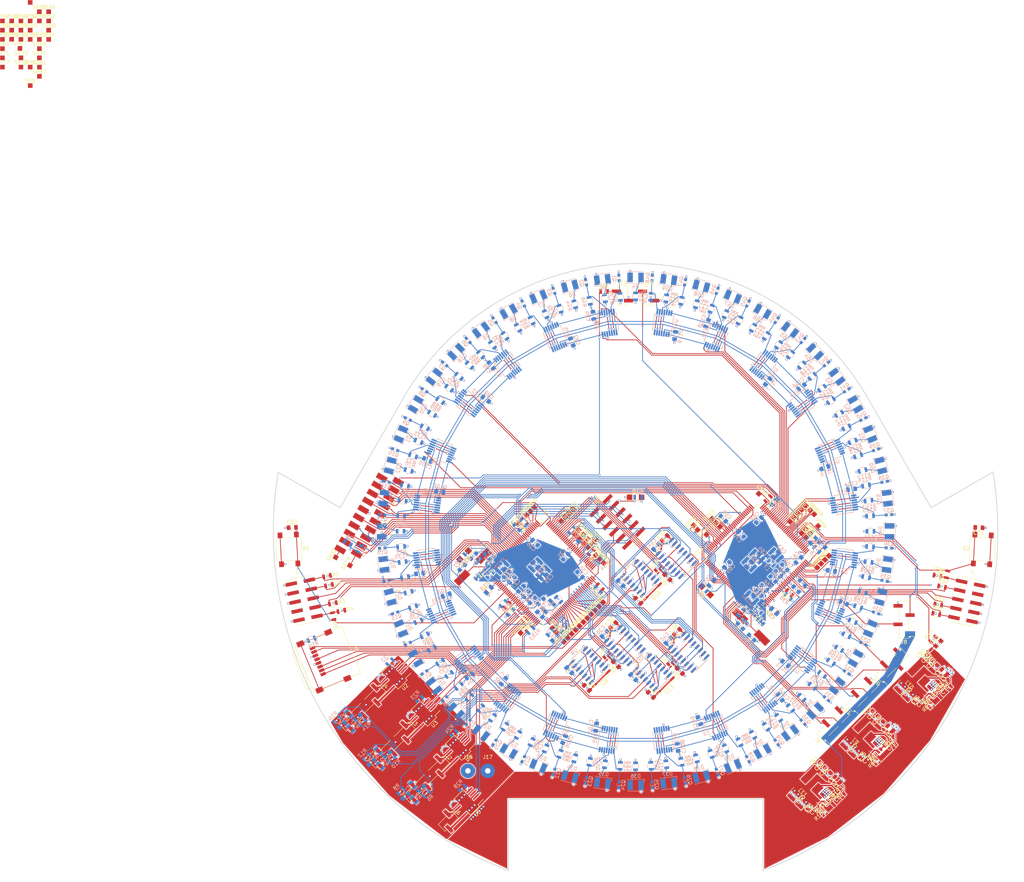
<source format=kicad_pcb>
(kicad_pcb (version 4) (host pcbnew 4.0.7)
  (layers (0 F.Cu signal) (1 In1.Cu power) (2 In2.Cu power) (31 B.Cu signal) (34 B.Paste user) (35 F.Paste user) (36 B.SilkS user) (37 F.SilkS user hide) (38 B.Mask user) (39 F.Mask user) (44 Edge.Cuts user))
  (net 0 "")
  (net 1 "/Motor Controller/RESET")
  (net 2 GND)
  (net 3 "/Sensor Controller/RESET")
  (net 4 /Button_top)
  (net 5 /Button_right)
  (net 6 /Button_mid)
  (net 7 /Button_left)
  (net 8 /Button_back)
  (net 9 /Button_bot)
  (net 10 "/Motor Controller/Encoder 1/ENC1_out_B")
  (net 11 "/Motor Controller/Encoder 1/ENC1_out_A")
  (net 12 "/Motor Controller/Encoder 2/ENC2_out_B")
  (net 13 "/Motor Controller/Encoder 2/ENC2_out_A")
  (net 14 "Net-(C5-Pad1)")
  (net 15 "/Motor Controller/Encoder 3/ENC3_out_B")
  (net 16 "/Motor Controller/Encoder 3/ENC3_out_A")
  (net 17 +3V3)
  (net 18 "Net-(C11-Pad1)")
  (net 19 "Net-(C12-Pad2)")
  (net 20 "Net-(C13-Pad1)")
  (net 21 "/Motor Controller/VDDUTMI")
  (net 22 "/Motor Controller/VDDANA")
  (net 23 "/Motor Controller/VDDOUT")
  (net 24 "Net-(C46-Pad1)")
  (net 25 "Net-(C49-Pad1)")
  (net 26 "Net-(C50-Pad2)")
  (net 27 "Net-(C51-Pad2)")
  (net 28 "Net-(C52-Pad1)")
  (net 29 "/Sensor Controller/VDDUTMI")
  (net 30 "/Sensor Controller/VDDANA")
  (net 31 "/Sensor Controller/VDDOUT")
  (net 32 "Net-(C72-Pad1)")
  (net 33 "Net-(C72-Pad2)")
  (net 34 +12V)
  (net 35 "Net-(C79-Pad1)")
  (net 36 "Net-(C79-Pad2)")
  (net 37 +5V)
  (net 38 "Net-(D1-Pad2)")
  (net 39 "Net-(D2-Pad2)")
  (net 40 "Net-(D3-Pad2)")
  (net 41 "Net-(D4-Pad2)")
  (net 42 "/Motor Controller/JTAG_Test_Mode_Select")
  (net 43 "/Motor Controller/JTAG_Test_Clock")
  (net 44 "/Motor Controller/JTAG_Test_Data_Out")
  (net 45 "Net-(J1-Pad7)")
  (net 46 "/Motor Controller/JTAG_Test_Data_In")
  (net 47 "Net-(J1-Pad10)")
  (net 48 "Net-(J2-Pad1)")
  (net 49 "Net-(J2-Pad5)")
  (net 50 "Net-(J2-Pad2)")
  (net 51 "Net-(J2-Pad6)")
  (net 52 "Net-(J3-Pad1)")
  (net 53 "Net-(J3-Pad5)")
  (net 54 "Net-(J3-Pad2)")
  (net 55 "Net-(J3-Pad6)")
  (net 56 "Net-(J4-Pad1)")
  (net 57 "Net-(J4-Pad5)")
  (net 58 "Net-(J4-Pad2)")
  (net 59 "Net-(J4-Pad6)")
  (net 60 "Net-(J5-Pad9)")
  (net 61 "Net-(J5-Pad8)")
  (net 62 "Net-(J5-Pad5)")
  (net 63 "Net-(J5-Pad3)")
  (net 64 "Net-(J5-Pad2)")
  (net 65 "Net-(J5-Pad1)")
  (net 66 "Net-(J6-Pad1)")
  (net 67 "Net-(J6-Pad2)")
  (net 68 "/Sensor Controller/JTAG_Test_Mode_Select")
  (net 69 "/Sensor Controller/JTAG_Test_Clock")
  (net 70 "/Sensor Controller/JTAG_Test_Data_Out")
  (net 71 "Net-(J7-Pad7)")
  (net 72 "/Sensor Controller/JTAG_Test_Data_In")
  (net 73 "Net-(J7-Pad10)")
  (net 74 "/Sensor Controller/Echo1")
  (net 75 "/Sensor Controller/Trig1")
  (net 76 "/Sensor Controller/Echo2")
  (net 77 "/Sensor Controller/Trig2")
  (net 78 "/Sensor Controller/Echo3")
  (net 79 "/Sensor Controller/Trig3")
  (net 80 "/Sensor Controller/Echo4")
  (net 81 "/Sensor Controller/Trig4")
  (net 82 "Net-(J12-Pad1)")
  (net 83 /I²C_clock)
  (net 84 /I²C_data)
  (net 85 /SPI0_MOSI)
  (net 86 /SPI0_MISO)
  (net 87 /SPI0_CLK)
  (net 88 /SPI0_SS0)
  (net 89 "/Sensor Controller/Linesensor 1/Photo1")
  (net 90 "/Sensor Controller/Linesensor 1/Photo2")
  (net 91 "/Sensor Controller/Linesensor 1/Photo3")
  (net 92 "/Sensor Controller/Linesensor 1/Photo4")
  (net 93 "Net-(R18-Pad1)")
  (net 94 "Net-(R20-Pad1)")
  (net 95 "Net-(R22-Pad1)")
  (net 96 "Net-(R23-Pad1)")
  (net 97 "Net-(R24-Pad1)")
  (net 98 "Net-(R28-Pad1)")
  (net 99 "Net-(R38-Pad1)")
  (net 100 "Net-(R39-Pad1)")
  (net 101 /BAT_LED)
  (net 102 /M_LED1)
  (net 103 /S_LED1)
  (net 104 /M_LED2)
  (net 105 /S_LED2)
  (net 106 /M_LED3)
  (net 107 /S_LED3)
  (net 108 "Net-(R59-Pad1)")
  (net 109 "Net-(R60-Pad1)")
  (net 110 "Net-(R63-Pad1)")
  (net 111 /SPI1_MISO)
  (net 112 /SPI1_MOSI)
  (net 113 /SPI1_SS0)
  (net 114 "Net-(U1-Pad37)")
  (net 115 "Net-(U1-Pad38)")
  (net 116 "Net-(U1-Pad39)")
  (net 117 "Net-(U1-Pad42)")
  (net 118 "Net-(U1-Pad43)")
  (net 119 "Net-(U1-Pad46)")
  (net 120 "Net-(U1-Pad48)")
  (net 121 "Net-(U1-Pad49)")
  (net 122 "Net-(U1-Pad50)")
  (net 123 "Net-(U1-Pad69)")
  (net 124 /SPI1_CLK)
  (net 125 "/Motor Controller/PWM0H")
  (net 126 "/Motor Controller/PWM0L")
  (net 127 "/Motor Controller/PWM1H")
  (net 128 "/Motor Controller/PWM1L")
  (net 129 "/Motor Controller/PWM2H")
  (net 130 "/Motor Controller/PWM2L")
  (net 131 "/Motor Controller/PWM3H")
  (net 132 "/Motor Controller/PWM3L")
  (net 133 "Net-(U6-Pad3)")
  (net 134 "Net-(U6-Pad4)")
  (net 135 "Net-(U6-Pad6)")
  (net 136 "/Motor Controller/Encoder 1/Direction")
  (net 137 "Net-(U7-Pad12)")
  (net 138 "Net-(U10-Pad4)")
  (net 139 "/Motor Controller/Encoder 1/0")
  (net 140 "Net-(U8-Pad3)")
  (net 141 "/Motor Controller/Encoder 1/2")
  (net 142 "/Motor Controller/Encoder 1/3")
  (net 143 "Net-(U8-Pad6)")
  (net 144 "/Motor Controller/Encoder 1/1")
  (net 145 "Net-(U8-Pad11)")
  (net 146 "Net-(U8-Pad14)")
  (net 147 "/Motor Controller/Encoder 1/4")
  (net 148 "/Motor Controller/Encoder 1/5")
  (net 149 "/Motor Controller/Encoder 1/ENC1_H")
  (net 150 "Net-(U10-Pad12)")
  (net 151 "Net-(U10-Pad13)")
  (net 152 "Net-(U11-Pad3)")
  (net 153 "Net-(U11-Pad4)")
  (net 154 "Net-(U11-Pad6)")
  (net 155 "/Motor Controller/Encoder 2/Direction")
  (net 156 "Net-(U12-Pad12)")
  (net 157 "Net-(U12-Pad13)")
  (net 158 "/Motor Controller/Encoder 2/0")
  (net 159 "Net-(U13-Pad3)")
  (net 160 "/Motor Controller/Encoder 2/2")
  (net 161 "/Motor Controller/Encoder 2/3")
  (net 162 "Net-(U13-Pad6)")
  (net 163 "/Motor Controller/Encoder 2/1")
  (net 164 "Net-(U13-Pad11)")
  (net 165 "Net-(U13-Pad14)")
  (net 166 "/Motor Controller/Encoder 2/4")
  (net 167 "/Motor Controller/Encoder 2/5")
  (net 168 "/Motor Controller/Encoder 2/ENC2_H")
  (net 169 "Net-(U15-Pad12)")
  (net 170 "Net-(U15-Pad13)")
  (net 171 "Net-(U16-Pad3)")
  (net 172 "Net-(U16-Pad4)")
  (net 173 "Net-(U16-Pad6)")
  (net 174 "/Motor Controller/Encoder 3/Direction")
  (net 175 "Net-(U17-Pad12)")
  (net 176 "Net-(U17-Pad13)")
  (net 177 "/Motor Controller/Encoder 3/0")
  (net 178 "Net-(U18-Pad3)")
  (net 179 "/Motor Controller/Encoder 3/2")
  (net 180 "/Motor Controller/Encoder 3/3")
  (net 181 "Net-(U18-Pad6)")
  (net 182 "/Motor Controller/Encoder 3/1")
  (net 183 "Net-(U18-Pad11)")
  (net 184 "Net-(U18-Pad14)")
  (net 185 "/Motor Controller/Encoder 3/4")
  (net 186 "/Motor Controller/Encoder 3/5")
  (net 187 "/Motor Controller/Encoder 3/ENC3_H")
  (net 188 "Net-(U20-Pad12)")
  (net 189 "Net-(U20-Pad13)")
  (net 190 "Net-(U23-Pad37)")
  (net 191 "Net-(U23-Pad38)")
  (net 192 "Net-(U23-Pad39)")
  (net 193 "Net-(U23-Pad42)")
  (net 194 "Net-(U23-Pad43)")
  (net 195 "Net-(U23-Pad46)")
  (net 196 "Net-(U23-Pad48)")
  (net 197 "Net-(U23-Pad49)")
  (net 198 "Net-(U23-Pad50)")
  (net 199 "Net-(U23-Pad69)")
  (net 200 "/Sensor Controller/VREF_white")
  (net 201 "Net-(C9-Pad2)")
  (net 202 "Net-(D18-Pad2)")
  (net 203 "Net-(D8-Pad2)")
  (net 204 "Net-(D20-Pad2)")
  (net 205 "Net-(D24-Pad2)")
  (net 206 "Net-(D28-Pad2)")
  (net 207 "Net-(D32-Pad2)")
  (net 208 "Net-(D36-Pad2)")
  (net 209 "Net-(D40-Pad2)")
  (net 210 "Net-(D44-Pad2)")
  (net 211 "Net-(D45-Pad2)")
  (net 212 "Net-(D48-Pad2)")
  (net 213 "Net-(D52-Pad2)")
  (net 214 "Net-(D56-Pad2)")
  (net 215 "/Sensor Controller/Linesensor 2/Photo1")
  (net 216 "/Sensor Controller/Linesensor 2/Photo2")
  (net 217 "/Sensor Controller/Linesensor 2/Photo3")
  (net 218 "/Sensor Controller/Linesensor 2/Photo4")
  (net 219 "/Sensor Controller/Linesensor 3/Photo1")
  (net 220 "/Sensor Controller/Linesensor 3/Photo2")
  (net 221 "/Sensor Controller/Linesensor 3/Photo3")
  (net 222 "/Sensor Controller/Linesensor 3/Photo4")
  (net 223 "/Sensor Controller/Linesensor 4/Photo1")
  (net 224 "/Sensor Controller/Linesensor 4/Photo2")
  (net 225 "/Sensor Controller/Linesensor 4/Photo3")
  (net 226 "/Sensor Controller/Linesensor 4/Photo4")
  (net 227 "/Sensor Controller/Linesensor 5/Photo1")
  (net 228 "/Sensor Controller/Linesensor 5/Photo2")
  (net 229 "/Sensor Controller/Linesensor 5/Photo3")
  (net 230 "/Sensor Controller/Linesensor 5/Photo4")
  (net 231 "/Sensor Controller/Linesensor 6/Photo1")
  (net 232 "/Sensor Controller/Linesensor 6/Photo2")
  (net 233 "/Sensor Controller/Linesensor 6/Photo3")
  (net 234 "/Sensor Controller/Linesensor 6/Photo4")
  (net 235 "/Sensor Controller/Linesensor 7/Photo1")
  (net 236 "/Sensor Controller/Linesensor 7/Photo2")
  (net 237 "/Sensor Controller/Linesensor 7/Photo3")
  (net 238 "/Sensor Controller/Linesensor 7/Photo4")
  (net 239 "/Sensor Controller/Linesensor 8/Photo1")
  (net 240 "/Sensor Controller/Linesensor 8/Photo2")
  (net 241 "/Sensor Controller/Linesensor 8/Photo3")
  (net 242 "/Sensor Controller/Linesensor 8/Photo4")
  (net 243 "/Sensor Controller/Linesensor 9/Photo1")
  (net 244 "/Sensor Controller/Linesensor 9/Photo2")
  (net 245 "/Sensor Controller/Linesensor 9/Photo3")
  (net 246 "/Sensor Controller/Linesensor 9/Photo4")
  (net 247 "/Sensor Controller/Linesensor 10/Photo1")
  (net 248 "/Sensor Controller/Linesensor 10/Photo2")
  (net 249 "/Sensor Controller/Linesensor 10/Photo3")
  (net 250 "/Sensor Controller/Linesensor 10/Photo4")
  (net 251 "/Sensor Controller/Linesensor 11/Photo1")
  (net 252 "/Sensor Controller/Linesensor 11/Photo2")
  (net 253 "/Sensor Controller/Linesensor 11/Photo3")
  (net 254 "/Sensor Controller/Linesensor 11/Photo4")
  (net 255 "/Sensor Controller/Linesensor 12/Photo1")
  (net 256 "/Sensor Controller/Linesensor 12/Photo2")
  (net 257 "/Sensor Controller/Linesensor 12/Photo3")
  (net 258 "/Sensor Controller/Linesensor 12/Photo4")
  (net 259 "Net-(D6-Pad2)")
  (net 260 "Net-(D22-Pad2)")
  (net 261 "Net-(D26-Pad2)")
  (net 262 "Net-(D30-Pad2)")
  (net 263 "Net-(D34-Pad2)")
  (net 264 "Net-(D38-Pad2)")
  (net 265 "Net-(D42-Pad2)")
  (net 266 "Net-(D46-Pad2)")
  (net 267 "Net-(D50-Pad2)")
  (net 268 "Net-(D54-Pad2)")
  (net 269 "Net-(D58-Pad2)")
  (net 270 "Net-(C45-Pad1)")
  (net 271 "Net-(C86-Pad1)")
  (net 272 "Net-(C86-Pad2)")
  (net 273 +5VD)
  (net 274 "Net-(D5-Pad2)")
  (net 275 "Net-(D7-Pad2)")
  (net 276 "Net-(D9-Pad2)")
  (net 277 "Net-(D19-Pad2)")
  (net 278 "Net-(D21-Pad2)")
  (net 279 "Net-(D23-Pad2)")
  (net 280 "Net-(D25-Pad2)")
  (net 281 "Net-(D27-Pad2)")
  (net 282 "Net-(D29-Pad2)")
  (net 283 "Net-(D31-Pad2)")
  (net 284 "Net-(D33-Pad2)")
  (net 285 "Net-(D35-Pad2)")
  (net 286 "Net-(D37-Pad2)")
  (net 287 "Net-(D39-Pad2)")
  (net 288 "Net-(D41-Pad2)")
  (net 289 "Net-(D43-Pad2)")
  (net 290 "Net-(D47-Pad2)")
  (net 291 "Net-(D49-Pad2)")
  (net 292 "Net-(D51-Pad2)")
  (net 293 "Net-(D53-Pad2)")
  (net 294 "Net-(D55-Pad2)")
  (net 295 "Net-(D57-Pad2)")
  (net 296 "Net-(D59-Pad2)")
  (net 297 "Net-(J5-Pad7)")
  (net 298 "/Sensor Controller/LBR")
  (net 299 /CMPS03_PWM)
  (net 300 /RPi1)
  (net 301 /RPi2)
  (net 302 /RPi3)
  (net 303 /RPi4)
  (net 304 "/Motor Controller/LED1")
  (net 305 "/Sensor Controller/LED2")
  (net 306 "Net-(R153-Pad1)")
  (net 307 "Net-(R154-Pad1)")
  (net 308 "Net-(SP1-Pad1)")
  (net 309 "Net-(SP2-Pad1)")
  (net 310 "Net-(SP3-Pad1)")
  (net 311 "Net-(SP4-Pad1)")
  (net 312 "Net-(SP5-Pad1)")
  (net 313 "Net-(SP6-Pad1)")
  (net 314 "Net-(SP7-Pad1)")
  (net 315 "Net-(SP8-Pad1)")
  (net 316 "Net-(SP9-Pad1)")
  (net 317 "Net-(SP10-Pad1)")
  (net 318 "Net-(SP11-Pad1)")
  (net 319 "Net-(SP12-Pad1)")
  (net 320 "Net-(SP13-Pad1)")
  (net 321 "Net-(SP14-Pad1)")
  (net 322 "Net-(SP15-Pad1)")
  (net 323 "Net-(SP16-Pad1)")
  (net 324 "Net-(SP17-Pad1)")
  (net 325 "Net-(SP18-Pad1)")
  (net 326 "Net-(SP20-Pad1)")
  (net 327 "Net-(SP21-Pad1)")
  (net 328 "Net-(SP22-Pad1)")
  (net 329 "Net-(SP23-Pad1)")
  (net 330 "Net-(SP24-Pad1)")
  (net 331 "Net-(SP25-Pad1)")
  (net 332 "Net-(SP26-Pad1)")
  (net 333 "Net-(SP27-Pad1)")
  (net 334 "Net-(SP28-Pad1)")
  (net 335 "Net-(SP29-Pad1)")
  (net 336 "Net-(SP30-Pad1)")
  (net 337 "Net-(SP31-Pad1)")
  (net 338 "Net-(SP33-Pad1)")
  (net 339 "Net-(SP34-Pad1)")
  (net 340 "Net-(SP35-Pad1)")
  (net 341 "Net-(SP36-Pad1)")
  (net 342 "Net-(SP37-Pad1)")
  (net 343 "Net-(SP38-Pad1)")
  (net 344 "Net-(SP39-Pad1)")
  (net 345 "Net-(SP40-Pad1)")
  (net 346 "Net-(SP41-Pad1)")
  (net 347 "Net-(SP42-Pad1)")
  (net 348 "Net-(SP43-Pad1)")
  (net 349 "Net-(SP44-Pad1)")
  (net 350 "Net-(SP45-Pad1)")
  (net 351 "Net-(SP46-Pad1)")
  (net 352 "Net-(SP47-Pad1)")
  (net 353 "Net-(SP48-Pad1)")
  (net 354 "Net-(SP49-Pad1)")
  (net 355 "Net-(SP50-Pad1)")
  (net 356 "Net-(SP51-Pad1)")
  (net 357 "Net-(SP52-Pad1)")
  (net 358 "Net-(SP53-Pad1)")
  (net 359 "Net-(SP54-Pad1)")
  (net 360 "Net-(SP55-Pad1)")
  (net 361 "Net-(SP56-Pad1)")
  (net 362 "Net-(SP57-Pad1)")
  (net 363 "Net-(SP58-Pad1)")
  (net 364 "Net-(SP59-Pad1)")
  (net 365 "Net-(SP60-Pad1)")
  (net 366 "Net-(SP61-Pad1)")
  (net 367 "Net-(SP62-Pad1)")
  (net 368 "Net-(SP63-Pad1)")
  (net 369 "Net-(SP64-Pad1)")
  (net 370 "Net-(SP65-Pad1)")
  (net 371 "Net-(SP66-Pad1)")
  (net 372 "Net-(SP67-Pad1)")
  (net 373 "Net-(SP68-Pad1)")
  (net 374 "Net-(SP69-Pad1)")
  (net 375 "Net-(SP70-Pad1)")
  (net 376 "Net-(SP71-Pad1)")
  (net 377 "Net-(SP72-Pad1)")
  (net 378 "Net-(SP73-Pad1)")
  (net 379 "Net-(SP74-Pad1)")
  (net 380 "Net-(SP75-Pad1)")
  (net 381 "Net-(SP76-Pad1)")
  (net 382 "Net-(SP77-Pad1)")
  (net 383 "Net-(SP78-Pad1)")
  (net 384 "Net-(SP79-Pad1)")
  (net 385 "Net-(SP80-Pad1)")
  (net 386 "Net-(SP81-Pad1)")
  (net 387 "Net-(SP82-Pad1)")
  (net 388 "Net-(SP83-Pad1)")
  (net 389 "Net-(SP84-Pad1)")
  (net 390 "Net-(SP85-Pad1)")
  (net 391 "Net-(SP86-Pad1)")
  (net 392 "Net-(SP87-Pad1)")
  (net 393 "Net-(SP88-Pad1)")
  (net 394 "Net-(SP89-Pad1)")
  (net 395 "Net-(SP90-Pad1)")
  (net 396 "Net-(SP91-Pad1)")
  (net 397 "/Motor Controller/ENC1A")
  (net 398 "/Motor Controller/ENC1C")
  (net 399 "/Motor Controller/ENC1D")
  (net 400 "/Motor Controller/ENC1E")
  (net 401 "/Motor Controller/ENC1F")
  (net 402 "/Motor Controller/ENC1G")
  (net 403 "/Motor Controller/ENC2A")
  (net 404 "/Motor Controller/ENC2B")
  (net 405 "/Motor Controller/ENC2C")
  (net 406 "/Motor Controller/ENC2D")
  (net 407 "/Motor Controller/ENC3F")
  (net 408 "/Motor Controller/ENC3G")
  (net 409 "/Motor Controller/ENC_LOAD")
  (net 410 "/Motor Controller/ENC1B")
  (net 411 "Net-(U1-Pad130)")
  (net 412 "/Motor Controller/ENC2E")
  (net 413 "/Motor Controller/ENC_CLK")
  (net 414 "/Motor Controller/ENC2F")
  (net 415 "/Motor Controller/ENC2G")
  (net 416 "/Motor Controller/ENC3A")
  (net 417 "/Motor Controller/ENC3B")
  (net 418 "/Motor Controller/ENC3C")
  (net 419 "/Motor Controller/ENC3D")
  (net 420 "/Motor Controller/ENC3E")
  (net 421 "/Sensor Controller/2BLACK")
  (net 422 "/Sensor Controller/VREF_black")
  (net 423 "/Sensor Controller/2WHITE")
  (net 424 "/Sensor Controller/1BLACK")
  (net 425 "/Sensor Controller/1WHITE")
  (net 426 "/Sensor Controller/3BLACK")
  (net 427 "/Sensor Controller/4BLACK")
  (net 428 "/Sensor Controller/4WHITE")
  (net 429 "/Sensor Controller/5BLACK")
  (net 430 "/Sensor Controller/5WHITE")
  (net 431 "/Sensor Controller/6BLACK")
  (net 432 "/Sensor Controller/6WHITE")
  (net 433 "/Sensor Controller/7BLACK")
  (net 434 "/Sensor Controller/7WHITE")
  (net 435 "/Sensor Controller/8BLACK")
  (net 436 "/Sensor Controller/12BLACK")
  (net 437 "/Sensor Controller/12WHITE")
  (net 438 "/Sensor Controller/3WHITE")
  (net 439 "Net-(U23-Pad130)")
  (net 440 "/Sensor Controller/8WHITE")
  (net 441 "/Sensor Controller/9BLACK")
  (net 442 "/Sensor Controller/9WHITE")
  (net 443 "/Sensor Controller/10BLACK")
  (net 444 "/Sensor Controller/10WHITE")
  (net 445 "/Sensor Controller/11BLACK")
  (net 446 "/Sensor Controller/11WHITE")
  (net 447 "Net-(J14-Pad20)")
  (net 448 "Net-(J14-Pad19)")
  (net 449 /RPi6)
  (net 450 /RPi5)
  (net 451 "Net-(R155-Pad2)")
  (net 452 "Net-(R53-Pad1)")
  (net 453 "Net-(R53-Pad2)")
  (net 454 "Net-(R54-Pad1)")
  (net 455 "Net-(R157-Pad1)")
  (net 456 "Net-(R158-Pad1)")
  (net 457 "Net-(R159-Pad1)")
  (net 458 "Net-(R163-Pad2)")
  (net 459 "Net-(R164-Pad2)")
  (net 460 "Net-(R165-Pad2)")
  (net 461 "Net-(R167-Pad1)")
  (net 462 "Net-(RN1-Pad7)")
  (net 463 "Net-(RN1-Pad8)")
  (net 464 "Net-(RN1-Pad6)")
  (net 465 "Net-(RN1-Pad5)")
  (net 466 "Net-(RN2-Pad7)")
  (net 467 "Net-(RN2-Pad8)")
  (net 468 "Net-(RN2-Pad6)")
  (net 469 "Net-(RN2-Pad5)")
  (net 470 "Net-(RN1-Pad2)")
  (net 471 "Net-(RN3-Pad1)")
  (net 472 "Net-(RN3-Pad3)")
  (net 473 "Net-(RN3-Pad2)")
  (net 474 "Net-(RN3-Pad4)")
  (net 475 "Net-(RN4-Pad1)")
  (net 476 "Net-(RN4-Pad3)")
  (net 477 "Net-(RN4-Pad2)")
  (net 478 "Net-(RN4-Pad4)")
  (module Pin_Headers:Pin_Header_Straight_1x02_Pitch2.54mm_SMD_Pin1Left (layer F.Cu) (at 156.018449 259.679953 315)
    (fp_text reference J6 (at 0 -3.6 315) (layer F.SilkS))
    (fp_text value "Motor 4")
    (pad 1 smd rect (at -1.655 -1.27 315) (size 2.51 1) (layers F.Cu F.Paste F.Mask) (net 66 "Net-(J6-Pad1)"))
    (pad 2 smd rect (at 1.655 1.27 315) (size 2.51 1) (layers F.Cu F.Paste F.Mask) (net 67 "Net-(J6-Pad2)"))
  )
  (module Pin_Headers:Pin_Header_Straight_1x06_Pitch2.54mm_SMD_Pin1Left (layer F.Cu) (at 150.006953 248.191696 315)
    (fp_text reference J2 (at 0 -8.68 315) (layer F.SilkS))
    (fp_text value "Motor + Enc 1")
    (pad 1 smd rect (at -1.655 -6.35 315) (size 2.51 1) (layers F.Cu F.Paste F.Mask) (net 48 "Net-(J2-Pad1)"))
    (pad 3 smd rect (at -1.655 -1.27 315) (size 2.51 1) (layers F.Cu F.Paste F.Mask) (net 2 GND))
    (pad 5 smd rect (at -1.655 3.81 315) (size 2.51 1) (layers F.Cu F.Paste F.Mask) (net 49 "Net-(J2-Pad5)"))
    (pad 2 smd rect (at 1.655 -3.81 315) (size 2.51 1) (layers F.Cu F.Paste F.Mask) (net 50 "Net-(J2-Pad2)"))
    (pad 4 smd rect (at 1.655 1.27 315) (size 2.51 1) (layers F.Cu F.Paste F.Mask) (net 273 +5VD))
    (pad 6 smd rect (at 1.655 6.35 315) (size 2.51 1) (layers F.Cu F.Paste F.Mask) (net 51 "Net-(J2-Pad6)"))
  )
  (module Housings_SOIC:SOIC-16_3.9x9.9mm_Pitch1.27mm (layer F.Cu) (at 209.059412 193.41074 225)
    (fp_text reference U18 (at 0 -6 225) (layer F.SilkS))
    (fp_text value CD74HC175)
    (pad 1 smd rect (at -2.7 -4.445 225) (size 1.5 0.6) (layers F.Cu F.Paste F.Mask) (net 17 +3V3))
    (pad 2 smd rect (at -2.7 -3.175 225) (size 1.5 0.6) (layers F.Cu F.Paste F.Mask) (net 177 "/Motor Controller/Encoder 3/0"))
    (pad 3 smd rect (at -2.7 -1.905 225) (size 1.5 0.6) (layers F.Cu F.Paste F.Mask) (net 178 "Net-(U18-Pad3)"))
    (pad 4 smd rect (at -2.7 -0.635 225) (size 1.5 0.6) (layers F.Cu F.Paste F.Mask) (net 179 "/Motor Controller/Encoder 3/2"))
    (pad 5 smd rect (at -2.7 0.635 225) (size 1.5 0.6) (layers F.Cu F.Paste F.Mask) (net 180 "/Motor Controller/Encoder 3/3"))
    (pad 6 smd rect (at -2.7 1.905 225) (size 1.5 0.6) (layers F.Cu F.Paste F.Mask) (net 181 "Net-(U18-Pad6)"))
    (pad 7 smd rect (at -2.7 3.175 225) (size 1.5 0.6) (layers F.Cu F.Paste F.Mask) (net 182 "/Motor Controller/Encoder 3/1"))
    (pad 8 smd rect (at -2.7 4.445 225) (size 1.5 0.6) (layers F.Cu F.Paste F.Mask) (net 2 GND))
    (pad 9 smd rect (at 2.7 4.445 225) (size 1.5 0.6) (layers F.Cu F.Paste F.Mask) (net 413 "/Motor Controller/ENC_CLK"))
    (pad 10 smd rect (at 2.7 3.175 225) (size 1.5 0.6) (layers F.Cu F.Paste F.Mask) (net 179 "/Motor Controller/Encoder 3/2"))
    (pad 11 smd rect (at 2.7 1.905 225) (size 1.5 0.6) (layers F.Cu F.Paste F.Mask) (net 183 "Net-(U18-Pad11)"))
    (pad 12 smd rect (at 2.7 0.635 225) (size 1.5 0.6) (layers F.Cu F.Paste F.Mask) (net 15 "/Motor Controller/Encoder 3/ENC3_out_B"))
    (pad 13 smd rect (at 2.7 -0.635 225) (size 1.5 0.6) (layers F.Cu F.Paste F.Mask) (net 16 "/Motor Controller/Encoder 3/ENC3_out_A"))
    (pad 14 smd rect (at 2.7 -1.905 225) (size 1.5 0.6) (layers F.Cu F.Paste F.Mask) (net 184 "Net-(U18-Pad14)"))
    (pad 15 smd rect (at 2.7 -3.175 225) (size 1.5 0.6) (layers F.Cu F.Paste F.Mask) (net 180 "/Motor Controller/Encoder 3/3"))
    (pad 16 smd rect (at 2.7 -4.445 225) (size 1.5 0.6) (layers F.Cu F.Paste F.Mask) (net 17 +3V3))
  )
  (module TO_SOT_Packages_SMD:SOT-23-6 (layer F.Cu) (at 288.288011 224.317263 315)
    (fp_text reference U28 (at 0 -2.9 315) (layer F.SilkS))
    (fp_text value TPS563209)
    (pad 1 smd rect (at -1.1 -0.95 315) (size 1.06 0.65) (layers F.Cu F.Paste F.Mask) (net 2 GND))
    (pad 2 smd rect (at -1.1 0 315) (size 1.06 0.65) (layers F.Cu F.Paste F.Mask) (net 35 "Net-(C79-Pad1)"))
    (pad 3 smd rect (at -1.1 0.95 315) (size 1.06 0.65) (layers F.Cu F.Paste F.Mask) (net 34 +12V))
    (pad 4 smd rect (at 1.1 0.95 315) (size 1.06 0.65) (layers F.Cu F.Paste F.Mask) (net 452 "Net-(R53-Pad1)"))
    (pad 6 smd rect (at 1.1 -0.95 315) (size 1.06 0.65) (layers F.Cu F.Paste F.Mask) (net 36 "Net-(C79-Pad2)"))
    (pad 5 smd rect (at 1.1 0 315) (size 1.06 0.65) (layers F.Cu F.Paste F.Mask) (net 110 "Net-(R63-Pad1)"))
  )
  (module Resistors_SMD:R_0805 (layer B.Cu) (at 203.27 115.54 273.75)
    (fp_text reference R45 (at 0 1.65 273.75) (layer B.SilkS) (effects (justify mirror)))
    (fp_text value 6.2K)
    (pad 1 smd rect (at -0.95 0 273.75) (size 0.7 1.3) (layers B.Cu B.Paste B.Mask) (net 89 "/Sensor Controller/Linesensor 1/Photo1"))
    (pad 2 smd rect (at 0.95 0 273.75) (size 0.7 1.3) (layers B.Cu B.Paste B.Mask) (net 2 GND))
  )
  (module Buttons_Switches_SMD:SW_SPST_B3S-1000 (layer F.Cu) (at 112.20704 184.9628 273)
    (fp_text reference B1 (at 0.015123 -4.660297 363) (layer F.SilkS))
    (fp_text value BUTTON)
    (pad 1 smd rect (at -3.975 -2.25 273) (size 1.55 1.3) (layers F.Cu F.Paste F.Mask) (net 1 "/Motor Controller/RESET"))
    (pad 1 smd rect (at 3.975 -2.25 273) (size 1.55 1.3) (layers F.Cu F.Paste F.Mask) (net 1 "/Motor Controller/RESET"))
    (pad 2 smd rect (at -3.975 2.25 273) (size 1.55 1.3) (layers F.Cu F.Paste F.Mask) (net 2 GND))
    (pad 2 smd rect (at 3.975 2.25 273) (size 1.55 1.3) (layers F.Cu F.Paste F.Mask) (net 2 GND))
  )
  (module Buttons_Switches_SMD:SW_SPST_B3S-1000 (layer F.Cu) (at 302.82 184.98 87)
    (fp_text reference B2 (at 0 -4.5 177) (layer F.SilkS))
    (fp_text value BUTTON)
    (pad 1 smd rect (at -3.975 -2.25 87) (size 1.55 1.3) (layers F.Cu F.Paste F.Mask) (net 3 "/Sensor Controller/RESET"))
    (pad 1 smd rect (at 3.975 -2.25 87) (size 1.55 1.3) (layers F.Cu F.Paste F.Mask) (net 3 "/Sensor Controller/RESET"))
    (pad 2 smd rect (at -3.975 2.25 87) (size 1.55 1.3) (layers F.Cu F.Paste F.Mask) (net 2 GND))
    (pad 2 smd rect (at 3.975 2.25 87) (size 1.55 1.3) (layers F.Cu F.Paste F.Mask) (net 2 GND))
  )
  (module Capacitors_SMD:C_0805 (layer B.Cu) (at 144.197935 252.774294 225)
    (fp_text reference C1 (at 0 1.5 225) (layer B.SilkS) (effects (justify mirror)))
    (fp_text value opt.)
    (pad 1 smd rect (at -1 0 225) (size 1 1.25) (layers B.Cu B.Paste B.Mask) (net 10 "/Motor Controller/Encoder 1/ENC1_out_B"))
    (pad 2 smd rect (at 1 0 225) (size 1 1.25) (layers B.Cu B.Paste B.Mask) (net 2 GND))
  )
  (module Capacitors_SMD:C_0805 (layer B.Cu) (at 148.631494 250.787324 45)
    (fp_text reference C2 (at 0 1.5 45) (layer B.SilkS) (effects (justify mirror)))
    (fp_text value opt.)
    (pad 1 smd rect (at -1 0 45) (size 1 1.25) (layers B.Cu B.Paste B.Mask) (net 11 "/Motor Controller/Encoder 1/ENC1_out_A"))
    (pad 2 smd rect (at 1 0 45) (size 1 1.25) (layers B.Cu B.Paste B.Mask) (net 2 GND))
  )
  (module Capacitors_SMD:C_0805 (layer B.Cu) (at 134.845949 243.452865 225)
    (fp_text reference C3 (at 0 1.5 225) (layer B.SilkS) (effects (justify mirror)))
    (fp_text value opt.)
    (pad 1 smd rect (at -1 0 225) (size 1 1.25) (layers B.Cu B.Paste B.Mask) (net 12 "/Motor Controller/Encoder 2/ENC2_out_B"))
    (pad 2 smd rect (at 1 0 225) (size 1 1.25) (layers B.Cu B.Paste B.Mask) (net 2 GND))
  )
  (module Capacitors_SMD:C_0805 (layer B.Cu) (at 139.22294 241.409326 45)
    (fp_text reference C4 (at 0 1.5 45) (layer B.SilkS) (effects (justify mirror)))
    (fp_text value opt.)
    (pad 1 smd rect (at -1 0 45) (size 1 1.25) (layers B.Cu B.Paste B.Mask) (net 13 "/Motor Controller/Encoder 2/ENC2_out_A"))
    (pad 2 smd rect (at 1 0 45) (size 1 1.25) (layers B.Cu B.Paste B.Mask) (net 2 GND))
  )
  (module Capacitors_SMD:C_0805 (layer B.Cu) (at 166.759642 186.994752 135)
    (fp_text reference C5 (at 0 1.5 135) (layer B.SilkS) (effects (justify mirror)))
    (fp_text value 100n)
    (pad 1 smd rect (at -1 0 135) (size 1 1.25) (layers B.Cu B.Paste B.Mask) (net 14 "Net-(C5-Pad1)"))
    (pad 2 smd rect (at 1 0 135) (size 1 1.25) (layers B.Cu B.Paste B.Mask) (net 2 GND))
  )
  (module Capacitors_SMD:C_0805 (layer B.Cu) (at 126.730899 233.217161 225)
    (fp_text reference C7 (at 0 1.5 225) (layer B.SilkS) (effects (justify mirror)))
    (fp_text value opt.)
    (pad 1 smd rect (at -1 0 225) (size 1 1.25) (layers B.Cu B.Paste B.Mask) (net 15 "/Motor Controller/Encoder 3/ENC3_out_B"))
    (pad 2 smd rect (at 1 0 225) (size 1 1.25) (layers B.Cu B.Paste B.Mask) (net 2 GND))
  )
  (module Capacitors_SMD:C_0805 (layer B.Cu) (at 131.107891 231.173622 45)
    (fp_text reference C8 (at 0 1.5 45) (layer B.SilkS) (effects (justify mirror)))
    (fp_text value opt.)
    (pad 1 smd rect (at -1 0 45) (size 1 1.25) (layers B.Cu B.Paste B.Mask) (net 16 "/Motor Controller/Encoder 3/ENC3_out_A"))
    (pad 2 smd rect (at 1 0 45) (size 1 1.25) (layers B.Cu B.Paste B.Mask) (net 2 GND))
  )
  (module Capacitors_SMD:C_0805 (layer B.Cu) (at 162.891769 186.77555 45)
    (fp_text reference C9 (at 0 1.55 45) (layer B.SilkS) (effects (justify mirror)))
    (fp_text value 22p)
    (pad 1 smd rect (at -1 0 45) (size 1 1.25) (layers B.Cu B.Paste B.Mask) (net 2 GND))
    (pad 2 smd rect (at 1 0 45) (size 1 1.25) (layers B.Cu B.Paste B.Mask) (net 201 "Net-(C9-Pad2)"))
  )
  (module Capacitors_SMD:C_0805 (layer B.Cu) (at 185.335338 209.374683 45)
    (fp_text reference C10 (at 0.00274 1.49696 45) (layer B.SilkS) (effects (justify mirror)))
    (fp_text value 100n)
    (pad 1 smd rect (at -1 0 45) (size 1 1.25) (layers B.Cu B.Paste B.Mask) (net 17 +3V3))
    (pad 2 smd rect (at 1 0 45) (size 1 1.25) (layers B.Cu B.Paste B.Mask) (net 2 GND))
  )
  (module Capacitors_SMD:C_0805 (layer B.Cu) (at 186.530347 206.765459 315)
    (fp_text reference C11 (at 0.0019 1.5019 315) (layer B.SilkS) (effects (justify mirror)))
    (fp_text value 100n)
    (pad 1 smd rect (at -1 0 315) (size 1 1.25) (layers B.Cu B.Paste B.Mask) (net 18 "Net-(C11-Pad1)"))
    (pad 2 smd rect (at 1 0 315) (size 1 1.25) (layers B.Cu B.Paste B.Mask) (net 2 GND))
  )
  (module Capacitors_SMD:C_0805 (layer B.Cu) (at 159.829995 189.851465 225)
    (fp_text reference C12 (at -0.0019 1.4981 225) (layer B.SilkS) (effects (justify mirror)))
    (fp_text value 22p)
    (pad 1 smd rect (at -1 0 225) (size 1 1.25) (layers B.Cu B.Paste B.Mask) (net 2 GND))
    (pad 2 smd rect (at 1 0 225) (size 1 1.25) (layers B.Cu B.Paste B.Mask) (net 19 "Net-(C12-Pad2)"))
  )
  (module Capacitors_SMD:C_0805 (layer B.Cu) (at 167.113194 196.158856 225)
    (fp_text reference C13 (at 0.0019 1.5019 225) (layer B.SilkS) (effects (justify mirror)))
    (fp_text value 22p)
    (pad 1 smd rect (at -1 0 225) (size 1 1.25) (layers B.Cu B.Paste B.Mask) (net 20 "Net-(C13-Pad1)"))
    (pad 2 smd rect (at 1 0 225) (size 1 1.25) (layers B.Cu B.Paste B.Mask) (net 2 GND))
  )
  (module Capacitors_SMD:C_0805 (layer B.Cu) (at 175.994456 195.762876 45)
    (fp_text reference C15 (at 0 1.5 45) (layer B.SilkS) (effects (justify mirror)))
    (fp_text value 100n)
    (pad 1 smd rect (at -1 0 45) (size 1 1.25) (layers B.Cu B.Paste B.Mask) (net 17 +3V3))
    (pad 2 smd rect (at 1 0 45) (size 1 1.25) (layers B.Cu B.Paste B.Mask) (net 2 GND))
  )
  (module Capacitors_SMD:C_0805 (layer B.Cu) (at 174.89137 178.863024 135)
    (fp_text reference C16 (at 0 1.5 135) (layer B.SilkS) (effects (justify mirror)))
    (fp_text value 100n)
    (pad 1 smd rect (at -1 0 135) (size 1 1.25) (layers B.Cu B.Paste B.Mask) (net 17 +3V3))
    (pad 2 smd rect (at 1 0 135) (size 1 1.25) (layers B.Cu B.Paste B.Mask) (net 2 GND))
  )
  (module Capacitors_SMD:C_0805 (layer B.Cu) (at 173.123603 202.169265 225)
    (fp_text reference C17 (at 0 1.5 225) (layer B.SilkS) (effects (justify mirror)))
    (fp_text value 100n)
    (pad 1 smd rect (at -1 0 225) (size 1 1.25) (layers B.Cu B.Paste B.Mask) (net 17 +3V3))
    (pad 2 smd rect (at 1 0 225) (size 1 1.25) (layers B.Cu B.Paste B.Mask) (net 2 GND))
  )
  (module Capacitors_SMD:C_0805 (layer B.Cu) (at 181.417965 199.263056 45)
    (fp_text reference C18 (at 0 1.5 45) (layer B.SilkS) (effects (justify mirror)))
    (fp_text value 100n)
    (pad 1 smd rect (at -1 0 45) (size 1 1.25) (layers B.Cu B.Paste B.Mask) (net 17 +3V3))
    (pad 2 smd rect (at 1 0 45) (size 1 1.25) (layers B.Cu B.Paste B.Mask) (net 2 GND))
  )
  (module Capacitors_SMD:C_0805 (layer B.Cu) (at 197.136949 196.158857 315)
    (fp_text reference C19 (at 0 1.5 315) (layer B.SilkS) (effects (justify mirror)))
    (fp_text value 100n)
    (pad 1 smd rect (at -1 0 315) (size 1 1.25) (layers B.Cu B.Paste B.Mask) (net 17 +3V3))
    (pad 2 smd rect (at 1 0 315) (size 1 1.25) (layers B.Cu B.Paste B.Mask) (net 2 GND))
  )
  (module Capacitors_SMD:C_0805 (layer B.Cu) (at 192.540756 182.045006 45)
    (fp_text reference C20 (at 0 1.5 45) (layer B.SilkS) (effects (justify mirror)))
    (fp_text value 100n)
    (pad 1 smd rect (at -1 0 45) (size 1 1.25) (layers B.Cu B.Paste B.Mask) (net 17 +3V3))
    (pad 2 smd rect (at 1 0 45) (size 1 1.25) (layers B.Cu B.Paste B.Mask) (net 2 GND))
  )
  (module Capacitors_SMD:C_0805 (layer B.Cu) (at 172.10537 191.87379 45)
    (fp_text reference C21 (at 0 1.5 45) (layer B.SilkS) (effects (justify mirror)))
    (fp_text value 100n)
    (pad 1 smd rect (at -1 0 45) (size 1 1.25) (layers B.Cu B.Paste B.Mask) (net 21 "/Motor Controller/VDDUTMI"))
    (pad 2 smd rect (at 1 0 45) (size 1 1.25) (layers B.Cu B.Paste B.Mask) (net 2 GND))
  )
  (module Capacitors_SMD:C_0805 (layer B.Cu) (at 181.18462 202.833945 135)
    (fp_text reference C23 (at 0 1.5 135) (layer B.SilkS) (effects (justify mirror)))
    (fp_text value 100n)
    (pad 1 smd rect (at -1 0 135) (size 1 1.25) (layers B.Cu B.Paste B.Mask) (net 22 "/Motor Controller/VDDANA"))
    (pad 2 smd rect (at 1 0 135) (size 1 1.25) (layers B.Cu B.Paste B.Mask) (net 2 GND))
  )
  (module Capacitors_SMD:C_0805 (layer B.Cu) (at 179.883544 183.148091 315)
    (fp_text reference C26 (at 0 1.5 315) (layer B.SilkS) (effects (justify mirror)))
    (fp_text value 100n)
    (pad 1 smd rect (at -1 0 315) (size 1 1.25) (layers B.Cu B.Paste B.Mask) (net 23 "/Motor Controller/VDDOUT"))
    (pad 2 smd rect (at 1 0 315) (size 1 1.25) (layers B.Cu B.Paste B.Mask) (net 2 GND))
  )
  (module Capacitors_SMD:C_0805 (layer B.Cu) (at 173.519583 193.288004 45)
    (fp_text reference C27 (at 0 1.5 45) (layer B.SilkS) (effects (justify mirror)))
    (fp_text value 100n)
    (pad 1 smd rect (at -1 0 45) (size 1 1.25) (layers B.Cu B.Paste B.Mask) (net 23 "/Motor Controller/VDDOUT"))
    (pad 2 smd rect (at 1 0 45) (size 1 1.25) (layers B.Cu B.Paste B.Mask) (net 2 GND))
  )
  (module Capacitors_SMD:C_0805 (layer B.Cu) (at 177.408671 197.177091 45)
    (fp_text reference C28 (at 0 1.5 45) (layer B.SilkS) (effects (justify mirror)))
    (fp_text value 100n)
    (pad 1 smd rect (at -1 0 45) (size 1 1.25) (layers B.Cu B.Paste B.Mask) (net 23 "/Motor Controller/VDDOUT"))
    (pad 2 smd rect (at 1 0 45) (size 1 1.25) (layers B.Cu B.Paste B.Mask) (net 2 GND))
  )
  (module Capacitors_SMD:C_0805 (layer B.Cu) (at 179.176438 198.944858 45)
    (fp_text reference C29 (at 0 1.5 45) (layer B.SilkS) (effects (justify mirror)))
    (fp_text value 100n)
    (pad 1 smd rect (at -1 0 45) (size 1 1.25) (layers B.Cu B.Paste B.Mask) (net 23 "/Motor Controller/VDDOUT"))
    (pad 2 smd rect (at 1 0 45) (size 1 1.25) (layers B.Cu B.Paste B.Mask) (net 2 GND))
  )
  (module Capacitors_SMD:C_0805 (layer B.Cu) (at 192.144775 191.87379 135)
    (fp_text reference C30 (at 0 1.5 135) (layer B.SilkS) (effects (justify mirror)))
    (fp_text value 100n)
    (pad 1 smd rect (at -1 0 135) (size 1 1.25) (layers B.Cu B.Paste B.Mask) (net 23 "/Motor Controller/VDDOUT"))
    (pad 2 smd rect (at 1 0 135) (size 1 1.25) (layers B.Cu B.Paste B.Mask) (net 2 GND))
  )
  (module Capacitors_SMD:C_0805 (layer B.Cu) (at 188.255689 187.037179 225)
    (fp_text reference C31 (at 0 1.5 225) (layer B.SilkS) (effects (justify mirror)))
    (fp_text value 100n)
    (pad 1 smd rect (at -1 0 225) (size 1 1.25) (layers B.Cu B.Paste B.Mask) (net 23 "/Motor Controller/VDDOUT"))
    (pad 2 smd rect (at 1 0 225) (size 1 1.25) (layers B.Cu B.Paste B.Mask) (net 2 GND))
  )
  (module Capacitors_SMD:C_0805 (layer F.Cu) (at 113.13668 178.94808 3)
    (fp_text reference C32 (at 0 -1.5 3) (layer F.SilkS))
    (fp_text value 10n)
    (pad 1 smd rect (at -1 0 3) (size 1 1.25) (layers F.Cu F.Paste F.Mask) (net 17 +3V3))
    (pad 2 smd rect (at 1 0 3) (size 1 1.25) (layers F.Cu F.Paste F.Mask) (net 1 "/Motor Controller/RESET"))
  )
  (module Capacitors_SMD:C_0805 (layer F.Cu) (at 194.113128 223.064164 315)
    (fp_text reference C33 (at 0 -1.5 315) (layer F.SilkS))
    (fp_text value 100n)
    (pad 1 smd rect (at -1 0 315) (size 1 1.25) (layers F.Cu F.Paste F.Mask) (net 2 GND))
    (pad 2 smd rect (at 1 0 315) (size 1 1.25) (layers F.Cu F.Paste F.Mask) (net 17 +3V3))
  )
  (module Capacitors_SMD:C_0805 (layer B.Cu) (at 189.241162 218.192199 135)
    (fp_text reference C34 (at 0 1.5 135) (layer B.SilkS) (effects (justify mirror)))
    (fp_text value 100n)
    (pad 1 smd rect (at -1 0 135) (size 1 1.25) (layers B.Cu B.Paste B.Mask) (net 2 GND))
    (pad 2 smd rect (at 1 0 135) (size 1 1.25) (layers B.Cu B.Paste B.Mask) (net 17 +3V3))
  )
  (module Capacitors_SMD:C_0805 (layer F.Cu) (at 201.368043 205.796617 45)
    (fp_text reference C35 (at 0 -1.5 45) (layer F.SilkS))
    (fp_text value 100n)
    (pad 1 smd rect (at -1 0 45) (size 1 1.25) (layers F.Cu F.Paste F.Mask) (net 2 GND))
    (pad 2 smd rect (at 1 0 45) (size 1 1.25) (layers F.Cu F.Paste F.Mask) (net 17 +3V3))
  )
  (module Capacitors_SMD:C_0805 (layer B.Cu) (at 198.963881 208.200782 225)
    (fp_text reference C36 (at 0 1.5 225) (layer B.SilkS) (effects (justify mirror)))
    (fp_text value 100n)
    (pad 1 smd rect (at -1 0 225) (size 1 1.25) (layers B.Cu B.Paste B.Mask) (net 2 GND))
    (pad 2 smd rect (at 1 0 225) (size 1 1.25) (layers B.Cu B.Paste B.Mask) (net 17 +3V3))
  )
  (module Capacitors_SMD:C_0805 (layer F.Cu) (at 211.703142 224.975419 315)
    (fp_text reference C37 (at 0 -1.5 315) (layer F.SilkS))
    (fp_text value 100n)
    (pad 1 smd rect (at -1 0 315) (size 1 1.25) (layers F.Cu F.Paste F.Mask) (net 2 GND))
    (pad 2 smd rect (at 1 0 315) (size 1 1.25) (layers F.Cu F.Paste F.Mask) (net 17 +3V3))
  )
  (module Capacitors_SMD:C_0805 (layer B.Cu) (at 206.824105 220.096382 135)
    (fp_text reference C38 (at 0 1.5 135) (layer B.SilkS) (effects (justify mirror)))
    (fp_text value 100n)
    (pad 1 smd rect (at -1 0 135) (size 1 1.25) (layers B.Cu B.Paste B.Mask) (net 2 GND))
    (pad 2 smd rect (at 1 0 135) (size 1 1.25) (layers B.Cu B.Paste B.Mask) (net 17 +3V3))
  )
  (module Capacitors_SMD:C_0805 (layer F.Cu) (at 218.915631 207.637161 45)
    (fp_text reference C39 (at 0 -1.5 45) (layer F.SilkS))
    (fp_text value 100n)
    (pad 1 smd rect (at -1 0 45) (size 1 1.25) (layers F.Cu F.Paste F.Mask) (net 2 GND))
    (pad 2 smd rect (at 1 0 45) (size 1 1.25) (layers F.Cu F.Paste F.Mask) (net 17 +3V3))
  )
  (module Capacitors_SMD:C_0805 (layer B.Cu) (at 216.511468 210.041324 225)
    (fp_text reference C40 (at 0 1.5 225) (layer B.SilkS) (effects (justify mirror)))
    (fp_text value 100n)
    (pad 1 smd rect (at -1 0 225) (size 1 1.25) (layers B.Cu B.Paste B.Mask) (net 2 GND))
    (pad 2 smd rect (at 1 0 225) (size 1 1.25) (layers B.Cu B.Paste B.Mask) (net 17 +3V3))
  )
  (module Capacitors_SMD:C_0805 (layer F.Cu) (at 208.210883 199.124163 315)
    (fp_text reference C41 (at 0 -1.5 315) (layer F.SilkS))
    (fp_text value 100n)
    (pad 1 smd rect (at -1 0 315) (size 1 1.25) (layers F.Cu F.Paste F.Mask) (net 2 GND))
    (pad 2 smd rect (at 1 0 315) (size 1 1.25) (layers F.Cu F.Paste F.Mask) (net 17 +3V3))
  )
  (module Capacitors_SMD:C_0805 (layer B.Cu) (at 203.345989 194.259266 135)
    (fp_text reference C42 (at 0 1.5 135) (layer B.SilkS) (effects (justify mirror)))
    (fp_text value 100n)
    (pad 1 smd rect (at -1 0 135) (size 1 1.25) (layers B.Cu B.Paste B.Mask) (net 2 GND))
    (pad 2 smd rect (at 1 0 135) (size 1 1.25) (layers B.Cu B.Paste B.Mask) (net 17 +3V3))
  )
  (module Capacitors_SMD:C_0805 (layer F.Cu) (at 215.515294 181.863687 45)
    (fp_text reference C43 (at 0 -1.5 45) (layer F.SilkS))
    (fp_text value 100n)
    (pad 1 smd rect (at -1 0 45) (size 1 1.25) (layers F.Cu F.Paste F.Mask) (net 2 GND))
    (pad 2 smd rect (at 1 0 45) (size 1 1.25) (layers F.Cu F.Paste F.Mask) (net 17 +3V3))
  )
  (module Capacitors_SMD:C_0805 (layer B.Cu) (at 213.118202 184.260779 225)
    (fp_text reference C44 (at 0 1.5 225) (layer B.SilkS) (effects (justify mirror)))
    (fp_text value 100n)
    (pad 1 smd rect (at -1 0 225) (size 1 1.25) (layers B.Cu B.Paste B.Mask) (net 2 GND))
    (pad 2 smd rect (at 1 0 225) (size 1 1.25) (layers B.Cu B.Paste B.Mask) (net 17 +3V3))
  )
  (module Capacitors_SMD:C_0805 (layer F.Cu) (at 290.74 210.82 45)
    (fp_text reference C45 (at 0 -1.5 45) (layer F.SilkS))
    (fp_text value 10n)
    (pad 1 smd rect (at -1 0 45) (size 1 1.25) (layers F.Cu F.Paste F.Mask) (net 270 "Net-(C45-Pad1)"))
    (pad 2 smd rect (at 1 0 45) (size 1 1.25) (layers F.Cu F.Paste F.Mask) (net 2 GND))
  )
  (module Capacitors_SMD:C_0805 (layer B.Cu) (at 236.487029 202.30078 225)
    (fp_text reference C46 (at 0 1.5 225) (layer B.SilkS) (effects (justify mirror)))
    (fp_text value 100n)
    (pad 1 smd rect (at -1 0 225) (size 1 1.25) (layers B.Cu B.Paste B.Mask) (net 24 "Net-(C46-Pad1)"))
    (pad 2 smd rect (at 1 0 225) (size 1 1.25) (layers B.Cu B.Paste B.Mask) (net 2 GND))
  )
  (module Capacitors_SMD:C_0805 (layer B.Cu) (at 258.866959 183.725084 135)
    (fp_text reference C48 (at 0 1.5 315) (layer B.SilkS) (effects (justify mirror)))
    (fp_text value 100n)
    (pad 1 smd rect (at -1 0 135) (size 1 1.25) (layers B.Cu B.Paste B.Mask) (net 17 +3V3))
    (pad 2 smd rect (at 1 0 135) (size 1 1.25) (layers B.Cu B.Paste B.Mask) (net 2 GND))
  )
  (module Capacitors_SMD:C_0805 (layer B.Cu) (at 256.257735 182.530074 45)
    (fp_text reference C49 (at 0 1.5 45) (layer B.SilkS) (effects (justify mirror)))
    (fp_text value 100n)
    (pad 1 smd rect (at -1 0 45) (size 1 1.25) (layers B.Cu B.Paste B.Mask) (net 25 "Net-(C49-Pad1)"))
    (pad 2 smd rect (at 1 0 45) (size 1 1.25) (layers B.Cu B.Paste B.Mask) (net 2 GND))
  )
  (module Capacitors_SMD:C_0805 (layer B.Cu) (at 236.260755 206.161583 135)
    (fp_text reference C50 (at 0 1.5 135) (layer B.SilkS) (effects (justify mirror)))
    (fp_text value 22p)
    (pad 1 smd rect (at -1 0 135) (size 1 1.25) (layers B.Cu B.Paste B.Mask) (net 2 GND))
    (pad 2 smd rect (at 1 0 135) (size 1 1.25) (layers B.Cu B.Paste B.Mask) (net 26 "Net-(C50-Pad2)"))
  )
  (module Capacitors_SMD:C_0805 (layer B.Cu) (at 239.33667 209.223355 315)
    (fp_text reference C51 (at 0 1.5 315) (layer B.SilkS) (effects (justify mirror)))
    (fp_text value 22p)
    (pad 1 smd rect (at -1 0 315) (size 1 1.25) (layers B.Cu B.Paste B.Mask) (net 2 GND))
    (pad 2 smd rect (at 1 0 315) (size 1 1.25) (layers B.Cu B.Paste B.Mask) (net 27 "Net-(C51-Pad2)"))
  )
  (module Capacitors_SMD:C_0805 (layer B.Cu) (at 245.651133 201.947226 315)
    (fp_text reference C52 (at 0 1.5 315) (layer B.SilkS) (effects (justify mirror)))
    (fp_text value 22p)
    (pad 1 smd rect (at -1 0 315) (size 1 1.25) (layers B.Cu B.Paste B.Mask) (net 28 "Net-(C52-Pad1)"))
    (pad 2 smd rect (at 1 0 315) (size 1 1.25) (layers B.Cu B.Paste B.Mask) (net 2 GND))
  )
  (module Capacitors_SMD:C_0805 (layer B.Cu) (at 245.255153 193.065965 135)
    (fp_text reference C54 (at 0 1.5 135) (layer B.SilkS) (effects (justify mirror)))
    (fp_text value 100n)
    (pad 1 smd rect (at -1 0 135) (size 1 1.25) (layers B.Cu B.Paste B.Mask) (net 17 +3V3))
    (pad 2 smd rect (at 1 0 135) (size 1 1.25) (layers B.Cu B.Paste B.Mask) (net 2 GND))
  )
  (module Capacitors_SMD:C_0805 (layer B.Cu) (at 228.355301 194.169052 225)
    (fp_text reference C55 (at 0 1.5 225) (layer B.SilkS) (effects (justify mirror)))
    (fp_text value 100n)
    (pad 1 smd rect (at -1 0 225) (size 1 1.25) (layers B.Cu B.Paste B.Mask) (net 17 +3V3))
    (pad 2 smd rect (at 1 0 225) (size 1 1.25) (layers B.Cu B.Paste B.Mask) (net 2 GND))
  )
  (module Capacitors_SMD:C_0805 (layer B.Cu) (at 251.661541 195.936819 315)
    (fp_text reference C56 (at 0 1.5 315) (layer B.SilkS) (effects (justify mirror)))
    (fp_text value 100n)
    (pad 1 smd rect (at -1 0 315) (size 1 1.25) (layers B.Cu B.Paste B.Mask) (net 17 +3V3))
    (pad 2 smd rect (at 1 0 315) (size 1 1.25) (layers B.Cu B.Paste B.Mask) (net 2 GND))
  )
  (module Capacitors_SMD:C_0805 (layer B.Cu) (at 253.429308 194.169052 315)
    (fp_text reference C57 (at 0 1.5 315) (layer B.SilkS) (effects (justify mirror)))
    (fp_text value 100n)
    (pad 1 smd rect (at -1 0 315) (size 1 1.25) (layers B.Cu B.Paste B.Mask) (net 17 +3V3))
    (pad 2 smd rect (at 1 0 315) (size 1 1.25) (layers B.Cu B.Paste B.Mask) (net 2 GND))
  )
  (module Capacitors_SMD:C_0805 (layer B.Cu) (at 245.651133 171.923472 45)
    (fp_text reference C58 (at 0 1.5 45) (layer B.SilkS) (effects (justify mirror)))
    (fp_text value 100n)
    (pad 1 smd rect (at -1 0 45) (size 1 1.25) (layers B.Cu B.Paste B.Mask) (net 17 +3V3))
    (pad 2 smd rect (at 1 0 45) (size 1 1.25) (layers B.Cu B.Paste B.Mask) (net 2 GND))
  )
  (module Capacitors_SMD:C_0805 (layer B.Cu) (at 231.537282 176.519666 135)
    (fp_text reference C59 (at 0 1.5 135) (layer B.SilkS) (effects (justify mirror)))
    (fp_text value 100n)
    (pad 1 smd rect (at -1 0 135) (size 1 1.25) (layers B.Cu B.Paste B.Mask) (net 17 +3V3))
    (pad 2 smd rect (at 1 0 135) (size 1 1.25) (layers B.Cu B.Paste B.Mask) (net 2 GND))
  )
  (module Capacitors_SMD:C_0805 (layer B.Cu) (at 241.366066 196.955052 135)
    (fp_text reference C60 (at 0 1.5 135) (layer B.SilkS) (effects (justify mirror)))
    (fp_text value 100n)
    (pad 1 smd rect (at -1 0 135) (size 1 1.25) (layers B.Cu B.Paste B.Mask) (net 29 "/Sensor Controller/VDDUTMI"))
    (pad 2 smd rect (at 1 0 135) (size 1 1.25) (layers B.Cu B.Paste B.Mask) (net 2 GND))
  )
  (module Capacitors_SMD:C_0805 (layer B.Cu) (at 252.326221 187.875801 225)
    (fp_text reference C62 (at 0 1.5 225) (layer B.SilkS) (effects (justify mirror)))
    (fp_text value 100n)
    (pad 1 smd rect (at -1 0 225) (size 1 1.25) (layers B.Cu B.Paste B.Mask) (net 30 "/Sensor Controller/VDDANA"))
    (pad 2 smd rect (at 1 0 225) (size 1 1.25) (layers B.Cu B.Paste B.Mask) (net 2 GND))
  )
  (module Capacitors_SMD:C_0805 (layer B.Cu) (at 232.640368 189.176878 45)
    (fp_text reference C65 (at 0 1.5 45) (layer B.SilkS) (effects (justify mirror)))
    (fp_text value 100n)
    (pad 1 smd rect (at -1 0 45) (size 1 1.25) (layers B.Cu B.Paste B.Mask) (net 31 "/Sensor Controller/VDDOUT"))
    (pad 2 smd rect (at 1 0 45) (size 1 1.25) (layers B.Cu B.Paste B.Mask) (net 2 GND))
  )
  (module Capacitors_SMD:C_0805 (layer B.Cu) (at 242.78028 195.540839 135)
    (fp_text reference C66 (at 0 1.5 135) (layer B.SilkS) (effects (justify mirror)))
    (fp_text value 100n)
    (pad 1 smd rect (at -1 0 135) (size 1 1.25) (layers B.Cu B.Paste B.Mask) (net 31 "/Sensor Controller/VDDOUT"))
    (pad 2 smd rect (at 1 0 135) (size 1 1.25) (layers B.Cu B.Paste B.Mask) (net 2 GND))
  )
  (module Capacitors_SMD:C_0805 (layer B.Cu) (at 246.669367 191.651751 135)
    (fp_text reference C67 (at 0 1.5 135) (layer B.SilkS) (effects (justify mirror)))
    (fp_text value 100n)
    (pad 1 smd rect (at -1 0 135) (size 1 1.25) (layers B.Cu B.Paste B.Mask) (net 31 "/Sensor Controller/VDDOUT"))
    (pad 2 smd rect (at 1 0 135) (size 1 1.25) (layers B.Cu B.Paste B.Mask) (net 2 GND))
  )
  (module Capacitors_SMD:C_0805 (layer B.Cu) (at 248.437134 189.883984 135)
    (fp_text reference C68 (at 0 1.5 135) (layer B.SilkS) (effects (justify mirror)))
    (fp_text value 100n)
    (pad 1 smd rect (at -1 0 135) (size 1 1.25) (layers B.Cu B.Paste B.Mask) (net 31 "/Sensor Controller/VDDOUT"))
    (pad 2 smd rect (at 1 0 135) (size 1 1.25) (layers B.Cu B.Paste B.Mask) (net 2 GND))
  )
  (module Capacitors_SMD:C_0805 (layer B.Cu) (at 241.366066 176.915646 225)
    (fp_text reference C69 (at 0 1.5 225) (layer B.SilkS) (effects (justify mirror)))
    (fp_text value 100n)
    (pad 1 smd rect (at -1 0 225) (size 1 1.25) (layers B.Cu B.Paste B.Mask) (net 31 "/Sensor Controller/VDDOUT"))
    (pad 2 smd rect (at 1 0 225) (size 1 1.25) (layers B.Cu B.Paste B.Mask) (net 2 GND))
  )
  (module Capacitors_SMD:C_0805 (layer B.Cu) (at 236.529456 180.804733 315)
    (fp_text reference C70 (at 0 1.5 315) (layer B.SilkS) (effects (justify mirror)))
    (fp_text value 100n)
    (pad 1 smd rect (at -1 0 315) (size 1 1.25) (layers B.Cu B.Paste B.Mask) (net 31 "/Sensor Controller/VDDOUT"))
    (pad 2 smd rect (at 1 0 315) (size 1 1.25) (layers B.Cu B.Paste B.Mask) (net 2 GND))
  )
  (module Capacitors_SMD:C_0805 (layer F.Cu) (at 301.88 178.97 177)
    (fp_text reference C71 (at 0 -1.5 177) (layer F.SilkS))
    (fp_text value 10n)
    (pad 1 smd rect (at -1 0 177) (size 1 1.25) (layers F.Cu F.Paste F.Mask) (net 17 +3V3))
    (pad 2 smd rect (at 1 0 177) (size 1 1.25) (layers F.Cu F.Paste F.Mask) (net 3 "/Sensor Controller/RESET"))
  )
  (module Capacitors_SMD:C_0805 (layer F.Cu) (at 276.75221 238.039354 225)
    (fp_text reference C72 (at 0 -1.5 225) (layer F.SilkS))
    (fp_text value 100n)
    (pad 1 smd rect (at -1 0 225) (size 1 1.25) (layers F.Cu F.Paste F.Mask) (net 32 "Net-(C72-Pad1)"))
    (pad 2 smd rect (at 1 0 225) (size 1 1.25) (layers F.Cu F.Paste F.Mask) (net 33 "Net-(C72-Pad2)"))
  )
  (module Capacitors_SMD:C_0805 (layer F.Cu) (at 270.091264 241.58903 225)
    (fp_text reference C78 (at 0 -1.5 225) (layer F.SilkS))
    (fp_text value 100n)
    (pad 1 smd rect (at -1 0 225) (size 1 1.25) (layers F.Cu F.Paste F.Mask) (net 34 +12V))
    (pad 2 smd rect (at 1 0 225) (size 1 1.25) (layers F.Cu F.Paste F.Mask) (net 2 GND))
  )
  (module Capacitors_SMD:C_0805 (layer F.Cu) (at 291.616251 222.539343 225)
    (fp_text reference C79 (at 0 -1.5 225) (layer F.SilkS))
    (fp_text value 100n)
    (pad 1 smd rect (at -1 0 225) (size 1 1.25) (layers F.Cu F.Paste F.Mask) (net 35 "Net-(C79-Pad1)"))
    (pad 2 smd rect (at 1 0 225) (size 1 1.25) (layers F.Cu F.Paste F.Mask) (net 36 "Net-(C79-Pad2)"))
  )
  (module Capacitors_SMD:C_0805 (layer F.Cu) (at 284.962376 226.09609 225)
    (fp_text reference C85 (at 0 -1.5 225) (layer F.SilkS))
    (fp_text value 100n)
    (pad 1 smd rect (at -1 0 225) (size 1 1.25) (layers F.Cu F.Paste F.Mask) (net 34 +12V))
    (pad 2 smd rect (at 1 0 225) (size 1 1.25) (layers F.Cu F.Paste F.Mask) (net 2 GND))
  )
  (module LEDs:LED_1206 (layer F.Cu) (at 207.50984 170.63032)
    (fp_text reference D1 (at 0 -1.6) (layer F.SilkS))
    (fp_text value "POW B")
    (pad 2 smd rect (at 1.65 0 180) (size 1.5 1.5) (layers F.Cu F.Paste F.Mask) (net 38 "Net-(D1-Pad2)"))
    (pad 1 smd rect (at -1.65 0 180) (size 1.5 1.5) (layers F.Cu F.Paste F.Mask) (net 2 GND))
  )
  (module LEDs:LED_1206 (layer F.Cu) (at 160.336981 186.521445 225)
    (fp_text reference D2 (at 0 -1.6 225) (layer F.SilkS))
    (fp_text value "LED O")
    (pad 2 smd rect (at 1.65 0 45) (size 1.5 1.5) (layers F.Cu F.Paste F.Mask) (net 39 "Net-(D2-Pad2)"))
    (pad 1 smd rect (at -1.65 0 45) (size 1.5 1.5) (layers F.Cu F.Paste F.Mask) (net 2 GND))
  )
  (module LEDs:LED_1206 (layer F.Cu) (at 226.854048 196.295683 135)
    (fp_text reference D3 (at 0 -1.6 135) (layer F.SilkS))
    (fp_text value "LED G")
    (pad 2 smd rect (at 1.65 0 315) (size 1.5 1.5) (layers F.Cu F.Paste F.Mask) (net 40 "Net-(D3-Pad2)"))
    (pad 1 smd rect (at -1.65 0 315) (size 1.5 1.5) (layers F.Cu F.Paste F.Mask) (net 2 GND))
  )
  (module LEDs:LED_PLCC-2 (layer B.Cu) (at 207.49 110.2)
    (fp_text reference D4 (at 0 2.5) (layer B.SilkS) (effects (justify mirror)))
    (fp_text value VLMW41R1T1)
    (pad 1 smd rect (at -1.5 0) (size 1.5 2.6) (layers B.Cu B.Paste B.Mask) (net 2 GND))
    (pad 2 smd rect (at 1.5 0) (size 1.5 2.6) (layers B.Cu B.Paste B.Mask) (net 41 "Net-(D4-Pad2)"))
  )
  (module LEDs:LED_PLCC-2 (layer B.Cu) (at 198.39 110.78 7.5)
    (fp_text reference D5 (at 0 2.5 7.5) (layer B.SilkS) (effects (justify mirror)))
    (fp_text value VLMW41R1T1)
    (pad 1 smd rect (at -1.5 0 7.5) (size 1.5 2.6) (layers B.Cu B.Paste B.Mask) (net 2 GND))
    (pad 2 smd rect (at 1.5 0 7.5) (size 1.5 2.6) (layers B.Cu B.Paste B.Mask) (net 274 "Net-(D5-Pad2)"))
  )
  (module LEDs:LED_PLCC-2 (layer B.Cu) (at 189.43 112.57 15)
    (fp_text reference D6 (at 0 2.5 15) (layer B.SilkS) (effects (justify mirror)))
    (fp_text value VLMW41R1T1)
    (pad 1 smd rect (at -1.5 0 15) (size 1.5 2.6) (layers B.Cu B.Paste B.Mask) (net 2 GND))
    (pad 2 smd rect (at 1.5 0 15) (size 1.5 2.6) (layers B.Cu B.Paste B.Mask) (net 259 "Net-(D6-Pad2)"))
  )
  (module LEDs:LED_PLCC-2 (layer B.Cu) (at 180.78 115.49 22.5)
    (fp_text reference D7 (at 0 2.5 22.5) (layer B.SilkS) (effects (justify mirror)))
    (fp_text value VLMW41R1T1)
    (pad 1 smd rect (at -1.5 0 22.5) (size 1.5 2.6) (layers B.Cu B.Paste B.Mask) (net 2 GND))
    (pad 2 smd rect (at 1.5 0 22.5) (size 1.5 2.6) (layers B.Cu B.Paste B.Mask) (net 275 "Net-(D7-Pad2)"))
  )
  (module Pin_Headers:Pin_Header_Straight_2x05_Pitch2.54mm_SMD (layer F.Cu) (at 116.39296 198.91248 12)
    (fp_text reference J1 (at 0.015593 -7.973848 102) (layer F.SilkS))
    (fp_text value JTAG)
    (pad 1 smd rect (at -2.525 -5.08 12) (size 3.15 1) (layers F.Cu F.Paste F.Mask) (net 17 +3V3))
    (pad 2 smd rect (at 2.525 -5.08 12) (size 3.15 1) (layers F.Cu F.Paste F.Mask) (net 42 "/Motor Controller/JTAG_Test_Mode_Select"))
    (pad 3 smd rect (at -2.525 -2.54 12) (size 3.15 1) (layers F.Cu F.Paste F.Mask) (net 2 GND))
    (pad 4 smd rect (at 2.525 -2.54 12) (size 3.15 1) (layers F.Cu F.Paste F.Mask) (net 43 "/Motor Controller/JTAG_Test_Clock"))
    (pad 5 smd rect (at -2.525 0 12) (size 3.15 1) (layers F.Cu F.Paste F.Mask) (net 2 GND))
    (pad 6 smd rect (at 2.525 0 12) (size 3.15 1) (layers F.Cu F.Paste F.Mask) (net 44 "/Motor Controller/JTAG_Test_Data_Out"))
    (pad 7 smd rect (at -2.525 2.54 12) (size 3.15 1) (layers F.Cu F.Paste F.Mask) (net 45 "Net-(J1-Pad7)"))
    (pad 8 smd rect (at 2.525 2.54 12) (size 3.15 1) (layers F.Cu F.Paste F.Mask) (net 46 "/Motor Controller/JTAG_Test_Data_In"))
    (pad 9 smd rect (at -2.525 5.08 12) (size 3.15 1) (layers F.Cu F.Paste F.Mask) (net 2 GND))
    (pad 10 smd rect (at 2.525 5.08 12) (size 3.15 1) (layers F.Cu F.Paste F.Mask) (net 47 "Net-(J1-Pad10)"))
  )
  (module Pin_Headers:Pin_Header_Straight_1x06_Pitch2.54mm_SMD_Pin1Left (layer F.Cu) (at 140.594728 238.807174 315)
    (fp_text reference J3 (at 0 -8.68 315) (layer F.SilkS))
    (fp_text value "Motor + Enc 2")
    (pad 1 smd rect (at -1.655 -6.35 315) (size 2.51 1) (layers F.Cu F.Paste F.Mask) (net 52 "Net-(J3-Pad1)"))
    (pad 3 smd rect (at -1.655 -1.27 315) (size 2.51 1) (layers F.Cu F.Paste F.Mask) (net 2 GND))
    (pad 5 smd rect (at -1.655 3.81 315) (size 2.51 1) (layers F.Cu F.Paste F.Mask) (net 53 "Net-(J3-Pad5)"))
    (pad 2 smd rect (at 1.655 -3.81 315) (size 2.51 1) (layers F.Cu F.Paste F.Mask) (net 54 "Net-(J3-Pad2)"))
    (pad 4 smd rect (at 1.655 1.27 315) (size 2.51 1) (layers F.Cu F.Paste F.Mask) (net 273 +5VD))
    (pad 6 smd rect (at 1.655 6.35 315) (size 2.51 1) (layers F.Cu F.Paste F.Mask) (net 55 "Net-(J3-Pad6)"))
  )
  (module Pin_Headers:Pin_Header_Straight_1x06_Pitch2.54mm_SMD_Pin1Left (layer F.Cu) (at 132.479677 228.571469 315)
    (fp_text reference J4 (at 0 -8.68 315) (layer F.SilkS))
    (fp_text value "Motor + Enc 3")
    (pad 1 smd rect (at -1.655 -6.35 315) (size 2.51 1) (layers F.Cu F.Paste F.Mask) (net 56 "Net-(J4-Pad1)"))
    (pad 3 smd rect (at -1.655 -1.27 315) (size 2.51 1) (layers F.Cu F.Paste F.Mask) (net 2 GND))
    (pad 5 smd rect (at -1.655 3.81 315) (size 2.51 1) (layers F.Cu F.Paste F.Mask) (net 57 "Net-(J4-Pad5)"))
    (pad 2 smd rect (at 1.655 -3.81 315) (size 2.51 1) (layers F.Cu F.Paste F.Mask) (net 58 "Net-(J4-Pad2)"))
    (pad 4 smd rect (at 1.655 1.27 315) (size 2.51 1) (layers F.Cu F.Paste F.Mask) (net 273 +5VD))
    (pad 6 smd rect (at 1.655 6.35 315) (size 2.51 1) (layers F.Cu F.Paste F.Mask) (net 59 "Net-(J4-Pad6)"))
  )
  (module Connectors:microSD_Card_Receptacle_Wuerth_693072010801 (layer F.Cu) (at 122.88 215.25 112.5)
    (fp_text reference J5 (at -0.192562 8.295506 382.5) (layer F.SilkS))
    (fp_text value Micro_SD_Card)
    (pad 9 smd rect (at 6.875 -5.3 112.5) (size 1.45 2) (layers F.Cu F.Paste F.Mask) (net 60 "Net-(J5-Pad9)"))
    (pad 9 smd rect (at -6.875 -5.3 112.5) (size 1.45 2) (layers F.Cu F.Paste F.Mask) (net 60 "Net-(J5-Pad9)"))
    (pad 9 smd rect (at -6.875 3 112.5) (size 1.45 2) (layers F.Cu F.Paste F.Mask) (net 60 "Net-(J5-Pad9)"))
    (pad 9 smd rect (at 6.875 3 112.5) (size 1.45 2) (layers F.Cu F.Paste F.Mask) (net 60 "Net-(J5-Pad9)"))
    (pad 8 smd rect (at 4.5 -2.7 112.5) (size 0.8 1.5) (layers F.Cu F.Paste F.Mask) (net 61 "Net-(J5-Pad8)"))
    (pad 7 smd rect (at 3.4 -2.7 112.5) (size 0.8 1.5) (layers F.Cu F.Paste F.Mask) (net 297 "Net-(J5-Pad7)"))
    (pad 6 smd rect (at 2.3 -2.7 112.5) (size 0.8 1.5) (layers F.Cu F.Paste F.Mask) (net 2 GND))
    (pad 5 smd rect (at 1.2 -2.7 112.5) (size 0.8 1.5) (layers F.Cu F.Paste F.Mask) (net 62 "Net-(J5-Pad5)"))
    (pad 4 smd rect (at 0.1 -2.7 112.5) (size 0.8 1.5) (layers F.Cu F.Paste F.Mask) (net 17 +3V3))
    (pad 3 smd rect (at -1 -2.7 112.5) (size 0.8 1.5) (layers F.Cu F.Paste F.Mask) (net 63 "Net-(J5-Pad3)"))
    (pad 2 smd rect (at -2.1 -2.7 112.5) (size 0.8 1.5) (layers F.Cu F.Paste F.Mask) (net 64 "Net-(J5-Pad2)"))
    (pad 1 smd rect (at -3.2 -2.7 112.5) (size 0.8 1.5) (layers F.Cu F.Paste F.Mask) (net 65 "Net-(J5-Pad1)"))
  )
  (module Pin_Headers:Pin_Header_Straight_2x05_Pitch2.54mm_SMD (layer F.Cu) (at 298.57 199.27 168)
    (fp_text reference J7 (at 0.014954 8.059273 258) (layer F.SilkS))
    (fp_text value JTAG)
    (pad 1 smd rect (at -2.525 -5.08 168) (size 3.15 1) (layers F.Cu F.Paste F.Mask) (net 17 +3V3))
    (pad 2 smd rect (at 2.525 -5.08 168) (size 3.15 1) (layers F.Cu F.Paste F.Mask) (net 68 "/Sensor Controller/JTAG_Test_Mode_Select"))
    (pad 3 smd rect (at -2.525 -2.54 168) (size 3.15 1) (layers F.Cu F.Paste F.Mask) (net 2 GND))
    (pad 4 smd rect (at 2.525 -2.54 168) (size 3.15 1) (layers F.Cu F.Paste F.Mask) (net 69 "/Sensor Controller/JTAG_Test_Clock"))
    (pad 5 smd rect (at -2.525 0 168) (size 3.15 1) (layers F.Cu F.Paste F.Mask) (net 2 GND))
    (pad 6 smd rect (at 2.525 0 168) (size 3.15 1) (layers F.Cu F.Paste F.Mask) (net 70 "/Sensor Controller/JTAG_Test_Data_Out"))
    (pad 7 smd rect (at -2.525 2.54 168) (size 3.15 1) (layers F.Cu F.Paste F.Mask) (net 71 "Net-(J7-Pad7)"))
    (pad 8 smd rect (at 2.525 2.54 168) (size 3.15 1) (layers F.Cu F.Paste F.Mask) (net 72 "/Sensor Controller/JTAG_Test_Data_In"))
    (pad 9 smd rect (at -2.525 5.08 168) (size 3.15 1) (layers F.Cu F.Paste F.Mask) (net 2 GND))
    (pad 10 smd rect (at 2.525 5.08 168) (size 3.15 1) (layers F.Cu F.Paste F.Mask) (net 73 "Net-(J7-Pad10)"))
  )
  (module Pin_Headers:Pin_Header_Straight_1x04_Pitch2.54mm_SMD_Pin1Left (layer F.Cu) (at 281.3 204.3 180)
    (fp_text reference J8 (at 0 -6.14 180) (layer F.SilkS))
    (fp_text value "Ultrasonic 1")
    (pad 1 smd rect (at -1.655 -3.81 180) (size 2.51 1) (layers F.Cu F.Paste F.Mask) (net 273 +5VD))
    (pad 3 smd rect (at -1.655 1.27 180) (size 2.51 1) (layers F.Cu F.Paste F.Mask) (net 74 "/Sensor Controller/Echo1"))
    (pad 2 smd rect (at 1.655 -1.27 180) (size 2.51 1) (layers F.Cu F.Paste F.Mask) (net 75 "/Sensor Controller/Trig1"))
    (pad 4 smd rect (at 1.655 3.81 180) (size 2.51 1) (layers F.Cu F.Paste F.Mask) (net 2 GND))
  )
  (module Pin_Headers:Pin_Header_Straight_1x04_Pitch2.54mm_SMD_Pin1Left (layer F.Cu) (at 261.88 233.05 135)
    (fp_text reference J9 (at 0 -6.14 135) (layer F.SilkS))
    (fp_text value "Ultrasonic 2")
    (pad 1 smd rect (at -1.655 -3.81 135) (size 2.51 1) (layers F.Cu F.Paste F.Mask) (net 273 +5VD))
    (pad 3 smd rect (at -1.655 1.27 135) (size 2.51 1) (layers F.Cu F.Paste F.Mask) (net 80 "/Sensor Controller/Echo4"))
    (pad 2 smd rect (at 1.655 -1.27 135) (size 2.51 1) (layers F.Cu F.Paste F.Mask) (net 81 "/Sensor Controller/Trig4"))
    (pad 4 smd rect (at 1.655 3.81 135) (size 2.51 1) (layers F.Cu F.Paste F.Mask) (net 2 GND))
  )
  (module Pin_Headers:Pin_Header_Straight_1x04_Pitch2.54mm_SMD_Pin1Left (layer F.Cu) (at 277.92 216.93 135)
    (fp_text reference J10 (at 0 -6.14 135) (layer F.SilkS))
    (fp_text value "Ultrasonic 3")
    (pad 1 smd rect (at -1.655 -3.81 135) (size 2.51 1) (layers F.Cu F.Paste F.Mask) (net 273 +5VD))
    (pad 3 smd rect (at -1.655 1.27 135) (size 2.51 1) (layers F.Cu F.Paste F.Mask) (net 76 "/Sensor Controller/Echo2"))
    (pad 2 smd rect (at 1.655 -1.27 135) (size 2.51 1) (layers F.Cu F.Paste F.Mask) (net 77 "/Sensor Controller/Trig2"))
    (pad 4 smd rect (at 1.655 3.81 135) (size 2.51 1) (layers F.Cu F.Paste F.Mask) (net 2 GND))
  )
  (module Pin_Headers:Pin_Header_Straight_1x04_Pitch2.54mm_SMD_Pin1Left (layer F.Cu) (at 269.9 224.97 135)
    (fp_text reference J11 (at 0 -6.14 135) (layer F.SilkS))
    (fp_text value "Ultrasonic 4")
    (pad 1 smd rect (at -1.655 -3.81 135) (size 2.51 1) (layers F.Cu F.Paste F.Mask) (net 273 +5VD))
    (pad 3 smd rect (at -1.655 1.27 135) (size 2.51 1) (layers F.Cu F.Paste F.Mask) (net 78 "/Sensor Controller/Echo3"))
    (pad 2 smd rect (at 1.655 -1.27 135) (size 2.51 1) (layers F.Cu F.Paste F.Mask) (net 79 "/Sensor Controller/Trig3"))
    (pad 4 smd rect (at 1.655 3.81 135) (size 2.51 1) (layers F.Cu F.Paste F.Mask) (net 2 GND))
  )
  (module Pin_Headers:Pin_Header_Straight_1x02_Pitch2.54mm_SMD_Pin1Left (layer F.Cu) (at 203.91 115.31)
    (fp_text reference J12 (at 0 -3.6) (layer F.SilkS))
    (fp_text value "light_barrier transmitter")
    (pad 1 smd rect (at -1.655 -1.27) (size 2.51 1) (layers F.Cu F.Paste F.Mask) (net 82 "Net-(J12-Pad1)"))
    (pad 2 smd rect (at 1.655 1.27) (size 2.51 1) (layers F.Cu F.Paste F.Mask) (net 2 GND))
  )
  (module Pin_Headers:Pin_Header_Straight_1x02_Pitch2.54mm_SMD_Pin1Left (layer F.Cu) (at 211.09 115.31)
    (fp_text reference J13 (at 0 -3.6) (layer F.SilkS))
    (fp_text value "light_barrier reciver")
    (pad 1 smd rect (at -1.655 -1.27) (size 2.51 1) (layers F.Cu F.Paste F.Mask) (net 298 "/Sensor Controller/LBR"))
    (pad 2 smd rect (at 1.655 1.27) (size 2.51 1) (layers F.Cu F.Paste F.Mask) (net 2 GND))
  )
  (module Inductors_SMD:L_0805 (layer B.Cu) (at 164.221128 192.361695 225)
    (fp_text reference L1 (at -2.49 -0.01 225) (layer B.SilkS) (effects (justify mirror)))
    (fp_text value 74279206)
    (pad 1 smd rect (at -0.95 0 225) (size 0.7 1.3) (layers B.Cu B.Paste B.Mask) (net 14 "Net-(C5-Pad1)"))
    (pad 2 smd rect (at 0.95 0 225) (size 0.7 1.3) (layers B.Cu B.Paste B.Mask) (net 23 "/Motor Controller/VDDOUT"))
  )
  (module Inductors_SMD:L_0805 (layer B.Cu) (at 184.027189 207.854402 225)
    (fp_text reference L2 (at 0 -1.68 225) (layer B.SilkS) (effects (justify mirror)))
    (fp_text value 74279206)
    (pad 1 smd rect (at -0.95 0 225) (size 0.7 1.3) (layers B.Cu B.Paste B.Mask) (net 18 "Net-(C11-Pad1)"))
    (pad 2 smd rect (at 0.95 0 225) (size 0.7 1.3) (layers B.Cu B.Paste B.Mask) (net 17 +3V3))
  )
  (module Inductors_SMD:L_0805 (layer B.Cu) (at 186.31 198.74 315)
    (fp_text reference L3 (at 0 2.1 315) (layer B.SilkS) (effects (justify mirror)))
    (fp_text value 74279206)
    (pad 1 smd rect (at -0.95 0 315) (size 0.7 1.3) (layers B.Cu B.Paste B.Mask) (net 17 +3V3))
    (pad 2 smd rect (at 0.95 0 315) (size 0.7 1.3) (layers B.Cu B.Paste B.Mask) (net 22 "/Motor Controller/VDDANA"))
  )
  (module Inductors_SMD:L_0805 (layer B.Cu) (at 167.45 192.05 45)
    (fp_text reference L4 (at 0 2.1 45) (layer B.SilkS) (effects (justify mirror)))
    (fp_text value 74279206)
    (pad 1 smd rect (at -0.95 0 45) (size 0.7 1.3) (layers B.Cu B.Paste B.Mask) (net 17 +3V3))
    (pad 2 smd rect (at 0.95 0 45) (size 0.7 1.3) (layers B.Cu B.Paste B.Mask) (net 21 "/Motor Controller/VDDUTMI"))
  )
  (module Inductors_SMD:L_0805 (layer B.Cu) (at 241.85397 204.839293 315)
    (fp_text reference L5 (at -2.49 0 315) (layer B.SilkS) (effects (justify mirror)))
    (fp_text value 74279206)
    (pad 1 smd rect (at -0.95 0 315) (size 0.7 1.3) (layers B.Cu B.Paste B.Mask) (net 24 "Net-(C46-Pad1)"))
    (pad 2 smd rect (at 0.95 0 315) (size 0.7 1.3) (layers B.Cu B.Paste B.Mask) (net 31 "/Sensor Controller/VDDOUT"))
  )
  (module Inductors_SMD:L_0805 (layer B.Cu) (at 257.346679 185.033232 135)
    (fp_text reference L6 (at 0 -1.57 135) (layer B.SilkS) (effects (justify mirror)))
    (fp_text value 74279206)
    (pad 1 smd rect (at -0.95 0 135) (size 0.7 1.3) (layers B.Cu B.Paste B.Mask) (net 17 +3V3))
    (pad 2 smd rect (at 0.95 0 135) (size 0.7 1.3) (layers B.Cu B.Paste B.Mask) (net 25 "Net-(C49-Pad1)"))
  )
  (module Inductors_SMD:L_0805 (layer B.Cu) (at 244.74 188.75 315)
    (fp_text reference L7 (at 0 1.829999 495) (layer B.SilkS) (effects (justify mirror)))
    (fp_text value 74279206)
    (pad 1 smd rect (at -0.95 0 315) (size 0.7 1.3) (layers B.Cu B.Paste B.Mask) (net 17 +3V3))
    (pad 2 smd rect (at 0.95 0 315) (size 0.7 1.3) (layers B.Cu B.Paste B.Mask) (net 30 "/Sensor Controller/VDDANA"))
  )
  (module Inductors_SMD:L_0805 (layer B.Cu) (at 241.37 201.78 135)
    (fp_text reference L8 (at 0 2.1 135) (layer B.SilkS) (effects (justify mirror)))
    (fp_text value 74279206)
    (pad 1 smd rect (at -0.95 0 135) (size 0.7 1.3) (layers B.Cu B.Paste B.Mask) (net 17 +3V3))
    (pad 2 smd rect (at 0.95 0 135) (size 0.7 1.3) (layers B.Cu B.Paste B.Mask) (net 29 "/Sensor Controller/VDDUTMI"))
  )
  (module Resistors_SMD:R_0805 (layer F.Cu) (at 122.69 192.32 192)
    (fp_text reference R1 (at -2.44 0 192) (layer F.SilkS))
    (fp_text value 100K)
    (pad 1 smd rect (at -0.95 0 192) (size 0.7 1.3) (layers F.Cu F.Paste F.Mask) (net 17 +3V3))
    (pad 2 smd rect (at 0.95 0 192) (size 0.7 1.3) (layers F.Cu F.Paste F.Mask) (net 42 "/Motor Controller/JTAG_Test_Mode_Select"))
  )
  (module Resistors_SMD:R_0805 (layer F.Cu) (at 123.22 194.81 192)
    (fp_text reference R2 (at -2.44 0 192) (layer F.SilkS))
    (fp_text value 100K)
    (pad 1 smd rect (at -0.95 0 192) (size 0.7 1.3) (layers F.Cu F.Paste F.Mask) (net 17 +3V3))
    (pad 2 smd rect (at 0.95 0 192) (size 0.7 1.3) (layers F.Cu F.Paste F.Mask) (net 43 "/Motor Controller/JTAG_Test_Clock"))
  )
  (module Resistors_SMD:R_0805 (layer F.Cu) (at 124.28 199.8 192)
    (fp_text reference R3 (at -2.45 0 192) (layer F.SilkS))
    (fp_text value 100K)
    (pad 1 smd rect (at -0.95 0 192) (size 0.7 1.3) (layers F.Cu F.Paste F.Mask) (net 17 +3V3))
    (pad 2 smd rect (at 0.95 0 192) (size 0.7 1.3) (layers F.Cu F.Paste F.Mask) (net 46 "/Motor Controller/JTAG_Test_Data_In"))
  )
  (module Resistors_SMD:R_0805 (layer F.Cu) (at 126.63 201.87 192)
    (fp_text reference R4 (at -2.49 0 192) (layer F.SilkS))
    (fp_text value 100K)
    (pad 1 smd rect (at -0.95 0 192) (size 0.7 1.3) (layers F.Cu F.Paste F.Mask) (net 17 +3V3))
    (pad 2 smd rect (at 0.95 0 192) (size 0.7 1.3) (layers F.Cu F.Paste F.Mask) (net 47 "Net-(J1-Pad10)"))
  )
  (module Resistors_SMD:R_0805 (layer F.Cu) (at 124.36 203.32 282)
    (fp_text reference R5 (at 2.45 0 282) (layer F.SilkS))
    (fp_text value 0)
    (pad 1 smd rect (at -0.95 0 282) (size 0.7 1.3) (layers F.Cu F.Paste F.Mask) (net 47 "Net-(J1-Pad10)"))
    (pad 2 smd rect (at 0.95 0 282) (size 0.7 1.3) (layers F.Cu F.Paste F.Mask) (net 1 "/Motor Controller/RESET"))
  )
  (module Resistors_SMD:R_0805 (layer B.Cu) (at 149.897215 252.123756 45)
    (fp_text reference R6 (at 0 1.65 45) (layer B.SilkS) (effects (justify mirror)))
    (fp_text value 3.3K)
    (pad 1 smd rect (at -0.95 0 45) (size 0.7 1.3) (layers B.Cu B.Paste B.Mask) (net 11 "/Motor Controller/Encoder 1/ENC1_out_A"))
    (pad 2 smd rect (at 0.95 0 45) (size 0.7 1.3) (layers B.Cu B.Paste B.Mask) (net 2 GND))
  )
  (module Resistors_SMD:R_0805 (layer B.Cu) (at 146.170762 249.740806 315)
    (fp_text reference R7 (at 0 1.65 315) (layer B.SilkS) (effects (justify mirror)))
    (fp_text value 2.2K)
    (pad 1 smd rect (at -0.95 0 315) (size 0.7 1.3) (layers B.Cu B.Paste B.Mask) (net 49 "Net-(J2-Pad5)"))
    (pad 2 smd rect (at 0.95 0 315) (size 0.7 1.3) (layers B.Cu B.Paste B.Mask) (net 11 "/Motor Controller/Encoder 1/ENC1_out_A"))
  )
  (module Resistors_SMD:R_0805 (layer B.Cu) (at 142.932213 251.437862 225)
    (fp_text reference R8 (at 0 1.65 225) (layer B.SilkS) (effects (justify mirror)))
    (fp_text value 3.3K)
    (pad 1 smd rect (at -0.95 0 225) (size 0.7 1.3) (layers B.Cu B.Paste B.Mask) (net 10 "/Motor Controller/Encoder 1/ENC1_out_B"))
    (pad 2 smd rect (at 0.95 0 225) (size 0.7 1.3) (layers B.Cu B.Paste B.Mask) (net 2 GND))
  )
  (module Resistors_SMD:R_0805 (layer B.Cu) (at 146.658666 253.820812 135)
    (fp_text reference R9 (at 0 1.65 135) (layer B.SilkS) (effects (justify mirror)))
    (fp_text value 2.2K)
    (pad 1 smd rect (at -0.95 0 135) (size 0.7 1.3) (layers B.Cu B.Paste B.Mask) (net 51 "Net-(J2-Pad6)"))
    (pad 2 smd rect (at 0.95 0 135) (size 0.7 1.3) (layers B.Cu B.Paste B.Mask) (net 10 "/Motor Controller/Encoder 1/ENC1_out_B"))
  )
  (module Resistors_SMD:R_0805 (layer B.Cu) (at 140.488661 242.745758 45)
    (fp_text reference R10 (at 0 1.65 45) (layer B.SilkS) (effects (justify mirror)))
    (fp_text value 3.3K)
    (pad 1 smd rect (at -0.95 0 45) (size 0.7 1.3) (layers B.Cu B.Paste B.Mask) (net 13 "/Motor Controller/Encoder 2/ENC2_out_A"))
    (pad 2 smd rect (at 0.95 0 45) (size 0.7 1.3) (layers B.Cu B.Paste B.Mask) (net 2 GND))
  )
  (module Resistors_SMD:R_0805 (layer B.Cu) (at 136.762209 240.362809 315)
    (fp_text reference R11 (at 0 1.65 315) (layer B.SilkS) (effects (justify mirror)))
    (fp_text value 2.2K)
    (pad 1 smd rect (at -0.95 0 315) (size 0.7 1.3) (layers B.Cu B.Paste B.Mask) (net 53 "Net-(J3-Pad5)"))
    (pad 2 smd rect (at 0.95 0 315) (size 0.7 1.3) (layers B.Cu B.Paste B.Mask) (net 13 "/Motor Controller/Encoder 2/ENC2_out_A"))
  )
  (module Resistors_SMD:R_0805 (layer B.Cu) (at 133.580228 242.116433 225)
    (fp_text reference R12 (at 0 1.65 225) (layer B.SilkS) (effects (justify mirror)))
    (fp_text value 3.3K)
    (pad 1 smd rect (at -0.95 0 225) (size 0.7 1.3) (layers B.Cu B.Paste B.Mask) (net 12 "/Motor Controller/Encoder 2/ENC2_out_B"))
    (pad 2 smd rect (at 0.95 0 225) (size 0.7 1.3) (layers B.Cu B.Paste B.Mask) (net 2 GND))
  )
  (module Resistors_SMD:R_0805 (layer B.Cu) (at 137.306681 244.499383 135)
    (fp_text reference R13 (at 0 1.65 135) (layer B.SilkS) (effects (justify mirror)))
    (fp_text value 2.2K)
    (pad 1 smd rect (at -0.95 0 135) (size 0.7 1.3) (layers B.Cu B.Paste B.Mask) (net 55 "Net-(J3-Pad6)"))
    (pad 2 smd rect (at 0.95 0 135) (size 0.7 1.3) (layers B.Cu B.Paste B.Mask) (net 12 "/Motor Controller/Encoder 2/ENC2_out_B"))
  )
  (module Resistors_SMD:R_0805 (layer B.Cu) (at 132.374358 232.505995 45)
    (fp_text reference R14 (at 0 1.65 45) (layer B.SilkS) (effects (justify mirror)))
    (fp_text value 3.3K)
    (pad 1 smd rect (at -0.95 0 45) (size 0.7 1.3) (layers B.Cu B.Paste B.Mask) (net 16 "/Motor Controller/Encoder 3/ENC3_out_A"))
    (pad 2 smd rect (at 0.95 0 45) (size 0.7 1.3) (layers B.Cu B.Paste B.Mask) (net 2 GND))
  )
  (module Resistors_SMD:R_0805 (layer B.Cu) (at 128.647158 230.127105 315)
    (fp_text reference R15 (at 0 1.65 315) (layer B.SilkS) (effects (justify mirror)))
    (fp_text value 2.2K)
    (pad 1 smd rect (at -0.95 0 315) (size 0.7 1.3) (layers B.Cu B.Paste B.Mask) (net 57 "Net-(J4-Pad5)"))
    (pad 2 smd rect (at 0.95 0 315) (size 0.7 1.3) (layers B.Cu B.Paste B.Mask) (net 16 "/Motor Controller/Encoder 3/ENC3_out_A"))
  )
  (module Resistors_SMD:R_0805 (layer B.Cu) (at 125.465177 231.880728 225)
    (fp_text reference R16 (at 0 1.65 225) (layer B.SilkS) (effects (justify mirror)))
    (fp_text value 3.3K)
    (pad 1 smd rect (at -0.95 0 225) (size 0.7 1.3) (layers B.Cu B.Paste B.Mask) (net 15 "/Motor Controller/Encoder 3/ENC3_out_B"))
    (pad 2 smd rect (at 0.95 0 225) (size 0.7 1.3) (layers B.Cu B.Paste B.Mask) (net 2 GND))
  )
  (module Resistors_SMD:R_0805 (layer B.Cu) (at 129.191631 234.263678 135)
    (fp_text reference R17 (at 0 1.65 135) (layer B.SilkS) (effects (justify mirror)))
    (fp_text value 2.2K)
    (pad 1 smd rect (at -0.95 0 135) (size 0.7 1.3) (layers B.Cu B.Paste B.Mask) (net 59 "Net-(J4-Pad6)"))
    (pad 2 smd rect (at 0.95 0 135) (size 0.7 1.3) (layers B.Cu B.Paste B.Mask) (net 15 "/Motor Controller/Encoder 3/ENC3_out_B"))
  )
  (module Resistors_SMD:R_0805 (layer B.Cu) (at 171.143704 199.906525 225)
    (fp_text reference R18 (at 0 -1.49 225) (layer B.SilkS) (effects (justify mirror)))
    (fp_text value 0)
    (pad 1 smd rect (at -0.95 0 225) (size 0.7 1.3) (layers B.Cu B.Paste B.Mask) (net 93 "Net-(R18-Pad1)"))
    (pad 2 smd rect (at 0.95 0 225) (size 0.7 1.3) (layers B.Cu B.Paste B.Mask) (net 2 GND))
  )
  (module Resistors_SMD:R_0805 (layer B.Cu) (at 118.39956 209.6643 22.5)
    (fp_text reference R19 (at 0 1.65 22.5) (layer B.SilkS) (effects (justify mirror)))
    (fp_text value opt.)
    (pad 1 smd rect (at -0.95 0 22.5) (size 0.7 1.3) (layers B.Cu B.Paste B.Mask) (net 60 "Net-(J5-Pad9)"))
    (pad 2 smd rect (at 0.95 0 22.5) (size 0.7 1.3) (layers B.Cu B.Paste B.Mask) (net 2 GND))
  )
  (module Resistors_SMD:R_0805 (layer F.Cu) (at 172.147794 200.316645 225)
    (fp_text reference R20 (at 0 -1.65 225) (layer F.SilkS))
    (fp_text value 100K)
    (pad 1 smd rect (at -0.95 0 225) (size 0.7 1.3) (layers F.Cu F.Paste F.Mask) (net 94 "Net-(R20-Pad1)"))
    (pad 2 smd rect (at 0.95 0 225) (size 0.7 1.3) (layers F.Cu F.Paste F.Mask) (net 17 +3V3))
  )
  (module Resistors_SMD:R_0805 (layer F.Cu) (at 167.254616 196.017437 225)
    (fp_text reference R21 (at 0 1.5 225) (layer F.SilkS))
    (fp_text value 6.8K)
    (pad 1 smd rect (at -0.95 0 225) (size 0.7 1.3) (layers F.Cu F.Paste F.Mask) (net 20 "Net-(C13-Pad1)"))
    (pad 2 smd rect (at 0.95 0 225) (size 0.7 1.3) (layers F.Cu F.Paste F.Mask) (net 2 GND))
  )
  (module Resistors_SMD:R_0805 (layer B.Cu) (at 139.975756 215.910199 225)
    (fp_text reference R22 (at 0 1.65 225) (layer B.SilkS) (effects (justify mirror)))
    (fp_text value 27K)
    (pad 1 smd rect (at -0.95 0 225) (size 0.7 1.3) (layers B.Cu B.Paste B.Mask) (net 95 "Net-(R22-Pad1)"))
    (pad 2 smd rect (at 0.95 0 225) (size 0.7 1.3) (layers B.Cu B.Paste B.Mask) (net 2 GND))
  )
  (module Resistors_SMD:R_0805 (layer B.Cu) (at 148.069593 226.152975 225)
    (fp_text reference R23 (at 0 1.65 225) (layer B.SilkS) (effects (justify mirror)))
    (fp_text value 27K)
    (pad 1 smd rect (at -0.95 0 225) (size 0.7 1.3) (layers B.Cu B.Paste B.Mask) (net 96 "Net-(R23-Pad1)"))
    (pad 2 smd rect (at 0.95 0 225) (size 0.7 1.3) (layers B.Cu B.Paste B.Mask) (net 2 GND))
  )
  (module Resistors_SMD:R_0805 (layer B.Cu) (at 157.491542 235.520889 225)
    (fp_text reference R24 (at 0 1.65 225) (layer B.SilkS) (effects (justify mirror)))
    (fp_text value 27K)
    (pad 1 smd rect (at -0.95 0 225) (size 0.7 1.3) (layers B.Cu B.Paste B.Mask) (net 97 "Net-(R24-Pad1)"))
    (pad 2 smd rect (at 0.95 0 225) (size 0.7 1.3) (layers B.Cu B.Paste B.Mask) (net 2 GND))
  )
  (module Resistors_SMD:R_0805 (layer B.Cu) (at 131.62 184.79 60)
    (fp_text reference R25 (at 0 1.65 60) (layer B.SilkS) (effects (justify mirror)))
    (fp_text value 1.8K)
    (pad 1 smd rect (at -0.95 0 60) (size 0.7 1.3) (layers B.Cu B.Paste B.Mask) (net 273 +5VD))
    (pad 2 smd rect (at 0.95 0 60) (size 0.7 1.3) (layers B.Cu B.Paste B.Mask) (net 84 /I²C_data))
  )
  (module Resistors_SMD:R_0805 (layer B.Cu) (at 128.39 183.29 150)
    (fp_text reference R26 (at 0 1.65 150) (layer B.SilkS) (effects (justify mirror)))
    (fp_text value 1.8K)
    (pad 1 smd rect (at -0.95 0 150) (size 0.7 1.3) (layers B.Cu B.Paste B.Mask) (net 273 +5VD))
    (pad 2 smd rect (at 0.95 0 150) (size 0.7 1.3) (layers B.Cu B.Paste B.Mask) (net 83 /I²C_clock))
  )
  (module Resistors_SMD:R_0805 (layer B.Cu) (at 159.886323 250.621915 225)
    (fp_text reference R28 (at 0 1.65 225) (layer B.SilkS) (effects (justify mirror)))
    (fp_text value 27K)
    (pad 1 smd rect (at -0.95 0 225) (size 0.7 1.3) (layers B.Cu B.Paste B.Mask) (net 98 "Net-(R28-Pad1)"))
    (pad 2 smd rect (at 0.95 0 225) (size 0.7 1.3) (layers B.Cu B.Paste B.Mask) (net 2 GND))
  )
  (module Resistors_SMD:R_0805 (layer B.Cu) (at 208.20984 170.63032 180)
    (fp_text reference R29 (at 0 1.65 180) (layer B.SilkS) (effects (justify mirror)))
    (fp_text value 82)
    (pad 1 smd rect (at -0.95 0 180) (size 0.7 1.3) (layers B.Cu B.Paste B.Mask) (net 38 "Net-(D1-Pad2)"))
    (pad 2 smd rect (at 0.95 0 180) (size 0.7 1.3) (layers B.Cu B.Paste B.Mask) (net 273 +5VD))
  )
  (module Resistors_SMD:R_0805 (layer B.Cu) (at 159.842006 187.016418 45)
    (fp_text reference R30 (at 0 1.65 45) (layer B.SilkS) (effects (justify mirror)))
    (fp_text value 68)
    (pad 1 smd rect (at -0.95 0 45) (size 0.7 1.3) (layers B.Cu B.Paste B.Mask) (net 39 "Net-(D2-Pad2)"))
    (pad 2 smd rect (at 0.95 0 45) (size 0.7 1.3) (layers B.Cu B.Paste B.Mask) (net 304 "/Motor Controller/LED1"))
  )
  (module Resistors_SMD:R_0805 (layer F.Cu) (at 290.15 202.7 348)
    (fp_text reference R31 (at 0 -1.65 348) (layer F.SilkS))
    (fp_text value 100K)
    (pad 1 smd rect (at -0.95 0 348) (size 0.7 1.3) (layers F.Cu F.Paste F.Mask) (net 17 +3V3))
    (pad 2 smd rect (at 0.95 0 348) (size 0.7 1.3) (layers F.Cu F.Paste F.Mask) (net 68 "/Sensor Controller/JTAG_Test_Mode_Select"))
  )
  (module Resistors_SMD:R_0805 (layer F.Cu) (at 290.68 200.19 348)
    (fp_text reference R32 (at 0 -1.65 348) (layer F.SilkS))
    (fp_text value 100K)
    (pad 1 smd rect (at -0.95 0 348) (size 0.7 1.3) (layers F.Cu F.Paste F.Mask) (net 17 +3V3))
    (pad 2 smd rect (at 0.95 0 348) (size 0.7 1.3) (layers F.Cu F.Paste F.Mask) (net 69 "/Sensor Controller/JTAG_Test_Clock"))
  )
  (module Resistors_SMD:R_0805 (layer F.Cu) (at 291.74 195.22 348)
    (fp_text reference R33 (at 0 -1.65 348) (layer F.SilkS))
    (fp_text value 100K)
    (pad 1 smd rect (at -0.95 0 348) (size 0.7 1.3) (layers F.Cu F.Paste F.Mask) (net 17 +3V3))
    (pad 2 smd rect (at 0.95 0 348) (size 0.7 1.3) (layers F.Cu F.Paste F.Mask) (net 72 "/Sensor Controller/JTAG_Test_Data_In"))
  )
  (module Resistors_SMD:R_0805 (layer F.Cu) (at 290.47 192.23 348)
    (fp_text reference R34 (at 0 -1.65 348) (layer F.SilkS))
    (fp_text value 100K)
    (pad 1 smd rect (at -0.95 0 348) (size 0.7 1.3) (layers F.Cu F.Paste F.Mask) (net 17 +3V3))
    (pad 2 smd rect (at 0.95 0 348) (size 0.7 1.3) (layers F.Cu F.Paste F.Mask) (net 73 "Net-(J7-Pad10)"))
  )
  (module Resistors_SMD:R_0805 (layer F.Cu) (at 293.13 191.82 78)
    (fp_text reference R35 (at 0 -1.65 78) (layer F.SilkS))
    (fp_text value 0)
    (pad 1 smd rect (at -0.95 0 78) (size 0.7 1.3) (layers F.Cu F.Paste F.Mask) (net 73 "Net-(J7-Pad10)"))
    (pad 2 smd rect (at 0.95 0 78) (size 0.7 1.3) (layers F.Cu F.Paste F.Mask) (net 3 "/Sensor Controller/RESET"))
  )
  (module Resistors_SMD:R_0805 (layer F.Cu) (at 289.29 213.21 135)
    (fp_text reference R36 (at 0 -1.65 135) (layer F.SilkS))
    (fp_text value 330K)
    (pad 1 smd rect (at -0.95 0 135) (size 0.7 1.3) (layers F.Cu F.Paste F.Mask) (net 34 +12V))
    (pad 2 smd rect (at 0.95 0 135) (size 0.7 1.3) (layers F.Cu F.Paste F.Mask) (net 270 "Net-(C45-Pad1)"))
  )
  (module Resistors_SMD:R_0805 (layer F.Cu) (at 289.29 209.66 45)
    (fp_text reference R37 (at 0 -1.65 45) (layer F.SilkS))
    (fp_text value 100K)
    (pad 1 smd rect (at -0.95 0 45) (size 0.7 1.3) (layers F.Cu F.Paste F.Mask) (net 270 "Net-(C45-Pad1)"))
    (pad 2 smd rect (at 0.95 0 45) (size 0.7 1.3) (layers F.Cu F.Paste F.Mask) (net 2 GND))
  )
  (module Resistors_SMD:R_0805 (layer B.Cu) (at 249.398799 197.916718 315)
    (fp_text reference R38 (at 0 1.48 315) (layer B.SilkS) (effects (justify mirror)))
    (fp_text value 0)
    (pad 1 smd rect (at -0.95 0 315) (size 0.7 1.3) (layers B.Cu B.Paste B.Mask) (net 99 "Net-(R38-Pad1)"))
    (pad 2 smd rect (at 0.95 0 315) (size 0.7 1.3) (layers B.Cu B.Paste B.Mask) (net 2 GND))
  )
  (module Resistors_SMD:R_0805 (layer F.Cu) (at 249.808921 196.912626 315)
    (fp_text reference R39 (at 0 1.48 315) (layer F.SilkS))
    (fp_text value 100K)
    (pad 1 smd rect (at -0.95 0 315) (size 0.7 1.3) (layers F.Cu F.Paste F.Mask) (net 100 "Net-(R39-Pad1)"))
    (pad 2 smd rect (at 0.95 0 315) (size 0.7 1.3) (layers F.Cu F.Paste F.Mask) (net 17 +3V3))
  )
  (module Resistors_SMD:R_0805 (layer F.Cu) (at 245.509712 201.805805 315)
    (fp_text reference R40 (at 0 1.5 315) (layer F.SilkS))
    (fp_text value 6.8K)
    (pad 1 smd rect (at -0.95 0 315) (size 0.7 1.3) (layers F.Cu F.Paste F.Mask) (net 28 "Net-(C52-Pad1)"))
    (pad 2 smd rect (at 0.95 0 315) (size 0.7 1.3) (layers F.Cu F.Paste F.Mask) (net 2 GND))
  )
  (module Resistors_SMD:R_0805 (layer B.Cu) (at 226.359074 195.800709 315)
    (fp_text reference R42 (at 0 1.65 315) (layer B.SilkS) (effects (justify mirror)))
    (fp_text value 68)
    (pad 1 smd rect (at -0.95 0 315) (size 0.7 1.3) (layers B.Cu B.Paste B.Mask) (net 40 "Net-(D3-Pad2)"))
    (pad 2 smd rect (at 0.95 0 315) (size 0.7 1.3) (layers B.Cu B.Paste B.Mask) (net 305 "/Sensor Controller/LED2"))
  )
  (module Resistors_SMD:R_0805 (layer B.Cu) (at 207.5 115.4 90)
    (fp_text reference R43 (at 0 1.64 90) (layer B.SilkS) (effects (justify mirror)))
    (fp_text value 160)
    (pad 1 smd rect (at -0.95 0 90) (size 0.7 1.3) (layers B.Cu B.Paste B.Mask) (net 37 +5V))
    (pad 2 smd rect (at 0.95 0 90) (size 0.7 1.3) (layers B.Cu B.Paste B.Mask) (net 41 "Net-(D4-Pad2)"))
  )
  (module Resistors_SMD:R_0805 (layer B.Cu) (at 190.77 117.59 105)
    (fp_text reference R44 (at 0.007165 -1.663295 105) (layer B.SilkS) (effects (justify mirror)))
    (fp_text value 160)
    (pad 1 smd rect (at -0.95 0 105) (size 0.7 1.3) (layers B.Cu B.Paste B.Mask) (net 37 +5V))
    (pad 2 smd rect (at 0.95 0 105) (size 0.7 1.3) (layers B.Cu B.Paste B.Mask) (net 259 "Net-(D6-Pad2)"))
  )
  (module Resistors_SMD:R_0805 (layer B.Cu) (at 194.89 116.63 281.25)
    (fp_text reference R46 (at 0 1.65 281.25) (layer B.SilkS) (effects (justify mirror)))
    (fp_text value 6.2K)
    (pad 1 smd rect (at -0.95 0 281.25) (size 0.7 1.3) (layers B.Cu B.Paste B.Mask) (net 90 "/Sensor Controller/Linesensor 1/Photo2"))
    (pad 2 smd rect (at 0.95 0 281.25) (size 0.7 1.3) (layers B.Cu B.Paste B.Mask) (net 2 GND))
  )
  (module Resistors_SMD:R_0805 (layer B.Cu) (at 186.73 118.81 288.75)
    (fp_text reference R47 (at 0 1.65 288.75) (layer B.SilkS) (effects (justify mirror)))
    (fp_text value 6.2K)
    (pad 1 smd rect (at -0.95 0 288.75) (size 0.7 1.3) (layers B.Cu B.Paste B.Mask) (net 91 "/Sensor Controller/Linesensor 1/Photo3"))
    (pad 2 smd rect (at 0.95 0 288.75) (size 0.7 1.3) (layers B.Cu B.Paste B.Mask) (net 2 GND))
  )
  (module Resistors_SMD:R_0805 (layer B.Cu) (at 178.93 122.04 296.25)
    (fp_text reference R48 (at 0 1.65 296.25) (layer B.SilkS) (effects (justify mirror)))
    (fp_text value 6.2K)
    (pad 1 smd rect (at -0.95 0 296.25) (size 0.7 1.3) (layers B.Cu B.Paste B.Mask) (net 92 "/Sensor Controller/Linesensor 1/Photo4"))
    (pad 2 smd rect (at 0.95 0 296.25) (size 0.7 1.3) (layers B.Cu B.Paste B.Mask) (net 2 GND))
  )
  (module Resistors_SMD:R_0805 (layer F.Cu) (at 198.85 114.04)
    (fp_text reference R51 (at 0 -1.65) (layer F.SilkS))
    (fp_text value 160)
    (pad 1 smd rect (at -0.95 0) (size 0.7 1.3) (layers F.Cu F.Paste F.Mask) (net 273 +5VD))
    (pad 2 smd rect (at 0.95 0) (size 0.7 1.3) (layers F.Cu F.Paste F.Mask) (net 82 "Net-(J12-Pad1)"))
  )
  (module Resistors_SMD:R_0805 (layer F.Cu) (at 278.194707 239.19901 45)
    (fp_text reference R59 (at 0 -1.65 45) (layer F.SilkS))
    (fp_text value 33.2K)
    (pad 1 smd rect (at -0.95 0 45) (size 0.7 1.3) (layers F.Cu F.Paste F.Mask) (net 108 "Net-(R59-Pad1)"))
    (pad 2 smd rect (at 0.95 0 45) (size 0.7 1.3) (layers F.Cu F.Paste F.Mask) (net 17 +3V3))
  )
  (module Resistors_SMD:R_0805 (layer F.Cu) (at 271.533761 242.748685 225)
    (fp_text reference R60 (at 0 -1.65 225) (layer F.SilkS))
    (fp_text value 10K)
    (pad 1 smd rect (at -0.95 0 225) (size 0.7 1.3) (layers F.Cu F.Paste F.Mask) (net 109 "Net-(R60-Pad1)"))
    (pad 2 smd rect (at 0.95 0 225) (size 0.7 1.3) (layers F.Cu F.Paste F.Mask) (net 34 +12V))
  )
  (module Resistors_SMD:R_0805 (layer F.Cu) (at 274.10056 243.180021 45)
    (fp_text reference R61 (at 0 -1.65 45) (layer F.SilkS))
    (fp_text value 10K)
    (pad 1 smd rect (at -0.95 0 45) (size 0.7 1.3) (layers F.Cu F.Paste F.Mask) (net 2 GND))
    (pad 2 smd rect (at 0.95 0 45) (size 0.7 1.3) (layers F.Cu F.Paste F.Mask) (net 108 "Net-(R59-Pad1)"))
  )
  (module Resistors_SMD:R_0805 (layer F.Cu) (at 293.490084 223.267663 45)
    (fp_text reference R62 (at 0 -1.65 45) (layer F.SilkS))
    (fp_text value 49.9K)
    (pad 1 smd rect (at -0.95 0 45) (size 0.7 1.3) (layers F.Cu F.Paste F.Mask) (net 453 "Net-(R53-Pad2)"))
    (pad 2 smd rect (at 0.95 0 45) (size 0.7 1.3) (layers F.Cu F.Paste F.Mask) (net 37 +5V))
  )
  (module Resistors_SMD:R_0805 (layer F.Cu) (at 286.404874 227.255745 225)
    (fp_text reference R63 (at 0 -1.65 225) (layer F.SilkS))
    (fp_text value 10K)
    (pad 1 smd rect (at -0.95 0 225) (size 0.7 1.3) (layers F.Cu F.Paste F.Mask) (net 110 "Net-(R63-Pad1)"))
    (pad 2 smd rect (at 0.95 0 225) (size 0.7 1.3) (layers F.Cu F.Paste F.Mask) (net 34 +12V))
  )
  (module Resistors_SMD:R_0805 (layer F.Cu) (at 288.964601 227.680009 45)
    (fp_text reference R64 (at 0 -1.65 45) (layer F.SilkS))
    (fp_text value 10K)
    (pad 1 smd rect (at -0.95 0 45) (size 0.7 1.3) (layers F.Cu F.Paste F.Mask) (net 2 GND))
    (pad 2 smd rect (at 0.95 0 45) (size 0.7 1.3) (layers F.Cu F.Paste F.Mask) (net 452 "Net-(R53-Pad1)"))
  )
  (module Housings_QFP:LQFP-144_20x20mm_Pitch0.5mm (layer F.Cu) (at 182.125071 191.400029 315)
    (fp_text reference U1 (at -10.94 -12.36 315) (layer F.SilkS))
    (fp_text value SAM3X8E)
    (pad 1 smd rect (at -10.7 -8.75 315) (size 1.55 0.3) (layers F.Cu F.Paste F.Mask) (net 325 "Net-(SP18-Pad1)"))
    (pad 2 smd rect (at -10.7 -8.25 315) (size 1.55 0.3) (layers F.Cu F.Paste F.Mask) (net 302 /RPi3))
    (pad 3 smd rect (at -10.7 -7.75 315) (size 1.55 0.3) (layers F.Cu F.Paste F.Mask) (net 326 "Net-(SP20-Pad1)"))
    (pad 4 smd rect (at -10.7 -7.25 315) (size 1.55 0.3) (layers F.Cu F.Paste F.Mask) (net 342 "Net-(SP37-Pad1)"))
    (pad 5 smd rect (at -10.7 -6.75 315) (size 1.55 0.3) (layers F.Cu F.Paste F.Mask) (net 455 "Net-(R157-Pad1)"))
    (pad 6 smd rect (at -10.7 -6.25 315) (size 1.55 0.3) (layers F.Cu F.Paste F.Mask) (net 456 "Net-(R158-Pad1)"))
    (pad 7 smd rect (at -10.7 -5.75 315) (size 1.55 0.3) (layers F.Cu F.Paste F.Mask) (net 457 "Net-(R159-Pad1)"))
    (pad 8 smd rect (at -10.7 -5.25 315) (size 1.55 0.3) (layers F.Cu F.Paste F.Mask) (net 327 "Net-(SP21-Pad1)"))
    (pad 9 smd rect (at -10.7 -4.75 315) (size 1.55 0.3) (layers F.Cu F.Paste F.Mask) (net 84 /I²C_data))
    (pad 10 smd rect (at -10.7 -4.25 315) (size 1.55 0.3) (layers F.Cu F.Paste F.Mask) (net 23 "/Motor Controller/VDDOUT"))
    (pad 11 smd rect (at -10.7 -3.75 315) (size 1.55 0.3) (layers F.Cu F.Paste F.Mask) (net 17 +3V3))
    (pad 12 smd rect (at -10.7 -3.25 315) (size 1.55 0.3) (layers F.Cu F.Paste F.Mask) (net 2 GND))
    (pad 13 smd rect (at -10.7 -2.75 315) (size 1.55 0.3) (layers F.Cu F.Paste F.Mask) (net 4 /Button_top))
    (pad 14 smd rect (at -10.7 -2.25 315) (size 1.55 0.3) (layers F.Cu F.Paste F.Mask) (net 7 /Button_left))
    (pad 15 smd rect (at -10.7 -1.75 315) (size 1.55 0.3) (layers F.Cu F.Paste F.Mask) (net 6 /Button_mid))
    (pad 16 smd rect (at -10.7 -1.25 315) (size 1.55 0.3) (layers F.Cu F.Paste F.Mask) (net 5 /Button_right))
    (pad 17 smd rect (at -10.7 -0.75 315) (size 1.55 0.3) (layers F.Cu F.Paste F.Mask) (net 9 /Button_bot))
    (pad 18 smd rect (at -10.7 -0.25 315) (size 1.55 0.3) (layers F.Cu F.Paste F.Mask) (net 8 /Button_back))
    (pad 19 smd rect (at -10.7 0.25 315) (size 1.55 0.3) (layers F.Cu F.Paste F.Mask) (net 101 /BAT_LED))
    (pad 20 smd rect (at -10.7 0.75 315) (size 1.55 0.3) (layers F.Cu F.Paste F.Mask) (net 102 /M_LED1))
    (pad 21 smd rect (at -10.7 1.25 315) (size 1.55 0.3) (layers F.Cu F.Paste F.Mask) (net 104 /M_LED2))
    (pad 22 smd rect (at -10.7 1.75 315) (size 1.55 0.3) (layers F.Cu F.Paste F.Mask) (net 106 /M_LED3))
    (pad 23 smd rect (at -10.7 2.25 315) (size 1.55 0.3) (layers F.Cu F.Paste F.Mask) (net 449 /RPi6))
    (pad 24 smd rect (at -10.7 2.75 315) (size 1.55 0.3) (layers F.Cu F.Paste F.Mask) (net 300 /RPi1))
    (pad 25 smd rect (at -10.7 3.25 315) (size 1.55 0.3) (layers F.Cu F.Paste F.Mask) (net 450 /RPi5))
    (pad 26 smd rect (at -10.7 3.75 315) (size 1.55 0.3) (layers F.Cu F.Paste F.Mask) (net 303 /RPi4))
    (pad 27 smd rect (at -10.7 4.25 315) (size 1.55 0.3) (layers F.Cu F.Paste F.Mask) (net 301 /RPi2))
    (pad 28 smd rect (at -10.7 4.75 315) (size 1.55 0.3) (layers F.Cu F.Paste F.Mask) (net 43 "/Motor Controller/JTAG_Test_Clock"))
    (pad 29 smd rect (at -10.7 5.25 315) (size 1.55 0.3) (layers F.Cu F.Paste F.Mask) (net 44 "/Motor Controller/JTAG_Test_Data_Out"))
    (pad 30 smd rect (at -10.7 5.75 315) (size 1.55 0.3) (layers F.Cu F.Paste F.Mask) (net 46 "/Motor Controller/JTAG_Test_Data_In"))
    (pad 31 smd rect (at -10.7 6.25 315) (size 1.55 0.3) (layers F.Cu F.Paste F.Mask) (net 42 "/Motor Controller/JTAG_Test_Mode_Select"))
    (pad 32 smd rect (at -10.7 6.75 315) (size 1.55 0.3) (layers F.Cu F.Paste F.Mask) (net 304 "/Motor Controller/LED1"))
    (pad 33 smd rect (at -10.7 7.25 315) (size 1.55 0.3) (layers F.Cu F.Paste F.Mask) (net 2 GND))
    (pad 34 smd rect (at -10.7 7.75 315) (size 1.55 0.3) (layers F.Cu F.Paste F.Mask) (net 14 "Net-(C5-Pad1)"))
    (pad 35 smd rect (at -10.7 8.25 315) (size 1.55 0.3) (layers F.Cu F.Paste F.Mask) (net 201 "Net-(C9-Pad2)"))
    (pad 36 smd rect (at -10.7 8.75 315) (size 1.55 0.3) (layers F.Cu F.Paste F.Mask) (net 19 "Net-(C12-Pad2)"))
    (pad 37 smd rect (at -8.75 10.7 45) (size 1.55 0.3) (layers F.Cu F.Paste F.Mask) (net 114 "Net-(U1-Pad37)"))
    (pad 38 smd rect (at -8.25 10.7 45) (size 1.55 0.3) (layers F.Cu F.Paste F.Mask) (net 115 "Net-(U1-Pad38)"))
    (pad 39 smd rect (at -7.75 10.7 45) (size 1.55 0.3) (layers F.Cu F.Paste F.Mask) (net 116 "Net-(U1-Pad39)"))
    (pad 40 smd rect (at -7.25 10.7 45) (size 1.55 0.3) (layers F.Cu F.Paste F.Mask) (net 20 "Net-(C13-Pad1)"))
    (pad 41 smd rect (at -6.75 10.7 45) (size 1.55 0.3) (layers F.Cu F.Paste F.Mask) (net 21 "/Motor Controller/VDDUTMI"))
    (pad 42 smd rect (at -6.25 10.7 45) (size 1.55 0.3) (layers F.Cu F.Paste F.Mask) (net 117 "Net-(U1-Pad42)"))
    (pad 43 smd rect (at -5.75 10.7 45) (size 1.55 0.3) (layers F.Cu F.Paste F.Mask) (net 118 "Net-(U1-Pad43)"))
    (pad 44 smd rect (at -5.25 10.7 45) (size 1.55 0.3) (layers F.Cu F.Paste F.Mask) (net 2 GND))
    (pad 45 smd rect (at -4.75 10.7 45) (size 1.55 0.3) (layers F.Cu F.Paste F.Mask) (net 23 "/Motor Controller/VDDOUT"))
    (pad 46 smd rect (at -4.25 10.7 45) (size 1.55 0.3) (layers F.Cu F.Paste F.Mask) (net 119 "Net-(U1-Pad46)"))
    (pad 47 smd rect (at -3.75 10.7 45) (size 1.55 0.3) (layers F.Cu F.Paste F.Mask) (net 1 "/Motor Controller/RESET"))
    (pad 48 smd rect (at -3.25 10.7 45) (size 1.55 0.3) (layers F.Cu F.Paste F.Mask) (net 120 "Net-(U1-Pad48)"))
    (pad 49 smd rect (at -2.75 10.7 45) (size 1.55 0.3) (layers F.Cu F.Paste F.Mask) (net 121 "Net-(U1-Pad49)"))
    (pad 50 smd rect (at -2.25 10.7 45) (size 1.55 0.3) (layers F.Cu F.Paste F.Mask) (net 122 "Net-(U1-Pad50)"))
    (pad 51 smd rect (at -1.75 10.7 45) (size 1.55 0.3) (layers F.Cu F.Paste F.Mask) (net 93 "Net-(R18-Pad1)"))
    (pad 52 smd rect (at -1.25 10.7 45) (size 1.55 0.3) (layers F.Cu F.Paste F.Mask) (net 17 +3V3))
    (pad 53 smd rect (at -0.75 10.7 45) (size 1.55 0.3) (layers F.Cu F.Paste F.Mask) (net 94 "Net-(R20-Pad1)"))
    (pad 54 smd rect (at -0.25 10.7 45) (size 1.55 0.3) (layers F.Cu F.Paste F.Mask) (net 2 GND))
    (pad 55 smd rect (at 0.25 10.7 45) (size 1.55 0.3) (layers F.Cu F.Paste F.Mask) (net 397 "/Motor Controller/ENC1A"))
    (pad 56 smd rect (at 0.75 10.7 45) (size 1.55 0.3) (layers F.Cu F.Paste F.Mask) (net 23 "/Motor Controller/VDDOUT"))
    (pad 57 smd rect (at 1.25 10.7 45) (size 1.55 0.3) (layers F.Cu F.Paste F.Mask) (net 17 +3V3))
    (pad 58 smd rect (at 1.75 10.7 45) (size 1.55 0.3) (layers F.Cu F.Paste F.Mask) (net 2 GND))
    (pad 59 smd rect (at 2.25 10.7 45) (size 1.55 0.3) (layers F.Cu F.Paste F.Mask) (net 126 "/Motor Controller/PWM0L"))
    (pad 60 smd rect (at 2.75 10.7 45) (size 1.55 0.3) (layers F.Cu F.Paste F.Mask) (net 125 "/Motor Controller/PWM0H"))
    (pad 61 smd rect (at 3.25 10.7 45) (size 1.55 0.3) (layers F.Cu F.Paste F.Mask) (net 23 "/Motor Controller/VDDOUT"))
    (pad 62 smd rect (at 3.75 10.7 45) (size 1.55 0.3) (layers F.Cu F.Paste F.Mask) (net 17 +3V3))
    (pad 63 smd rect (at 4.25 10.7 45) (size 1.55 0.3) (layers F.Cu F.Paste F.Mask) (net 127 "/Motor Controller/PWM1H"))
    (pad 64 smd rect (at 4.75 10.7 45) (size 1.55 0.3) (layers F.Cu F.Paste F.Mask) (net 130 "/Motor Controller/PWM2L"))
    (pad 65 smd rect (at 5.25 10.7 45) (size 1.55 0.3) (layers F.Cu F.Paste F.Mask) (net 129 "/Motor Controller/PWM2H"))
    (pad 66 smd rect (at 5.75 10.7 45) (size 1.55 0.3) (layers F.Cu F.Paste F.Mask) (net 132 "/Motor Controller/PWM3L"))
    (pad 67 smd rect (at 6.25 10.7 45) (size 1.55 0.3) (layers F.Cu F.Paste F.Mask) (net 131 "/Motor Controller/PWM3H"))
    (pad 68 smd rect (at 6.75 10.7 45) (size 1.55 0.3) (layers F.Cu F.Paste F.Mask) (net 341 "Net-(SP36-Pad1)"))
    (pad 69 smd rect (at 7.25 10.7 45) (size 1.55 0.3) (layers F.Cu F.Paste F.Mask) (net 123 "Net-(U1-Pad69)"))
    (pad 70 smd rect (at 7.75 10.7 45) (size 1.55 0.3) (layers F.Cu F.Paste F.Mask) (net 83 /I²C_clock))
    (pad 71 smd rect (at 8.25 10.7 45) (size 1.55 0.3) (layers F.Cu F.Paste F.Mask) (net 459 "Net-(R164-Pad2)"))
    (pad 72 smd rect (at 8.75 10.7 45) (size 1.55 0.3) (layers F.Cu F.Paste F.Mask) (net 458 "Net-(R163-Pad2)"))
    (pad 73 smd rect (at 10.7 8.75 315) (size 1.55 0.3) (layers F.Cu F.Paste F.Mask) (net 22 "/Motor Controller/VDDANA"))
    (pad 74 smd rect (at 10.7 8.25 315) (size 1.55 0.3) (layers F.Cu F.Paste F.Mask) (net 2 GND))
    (pad 75 smd rect (at 10.7 7.75 315) (size 1.55 0.3) (layers F.Cu F.Paste F.Mask) (net 18 "Net-(C11-Pad1)"))
    (pad 76 smd rect (at 10.7 7.25 315) (size 1.55 0.3) (layers F.Cu F.Paste F.Mask) (net 340 "Net-(SP35-Pad1)"))
    (pad 77 smd rect (at 10.7 6.75 315) (size 1.55 0.3) (layers F.Cu F.Paste F.Mask) (net 339 "Net-(SP34-Pad1)"))
    (pad 78 smd rect (at 10.7 6.25 315) (size 1.55 0.3) (layers F.Cu F.Paste F.Mask) (net 471 "Net-(RN3-Pad1)"))
    (pad 79 smd rect (at 10.7 5.75 315) (size 1.55 0.3) (layers F.Cu F.Paste F.Mask) (net 473 "Net-(RN3-Pad2)"))
    (pad 80 smd rect (at 10.7 5.25 315) (size 1.55 0.3) (layers F.Cu F.Paste F.Mask) (net 472 "Net-(RN3-Pad3)"))
    (pad 81 smd rect (at 10.7 4.75 315) (size 1.55 0.3) (layers F.Cu F.Paste F.Mask) (net 474 "Net-(RN3-Pad4)"))
    (pad 82 smd rect (at 10.7 4.25 315) (size 1.55 0.3) (layers F.Cu F.Paste F.Mask) (net 338 "Net-(SP33-Pad1)"))
    (pad 83 smd rect (at 10.7 3.75 315) (size 1.55 0.3) (layers F.Cu F.Paste F.Mask) (net 337 "Net-(SP31-Pad1)"))
    (pad 84 smd rect (at 10.7 3.25 315) (size 1.55 0.3) (layers F.Cu F.Paste F.Mask) (net 336 "Net-(SP30-Pad1)"))
    (pad 85 smd rect (at 10.7 2.75 315) (size 1.55 0.3) (layers F.Cu F.Paste F.Mask) (net 335 "Net-(SP29-Pad1)"))
    (pad 86 smd rect (at 10.7 2.25 315) (size 1.55 0.3) (layers F.Cu F.Paste F.Mask) (net 334 "Net-(SP28-Pad1)"))
    (pad 87 smd rect (at 10.7 1.75 315) (size 1.55 0.3) (layers F.Cu F.Paste F.Mask) (net 333 "Net-(SP27-Pad1)"))
    (pad 88 smd rect (at 10.7 1.25 315) (size 1.55 0.3) (layers F.Cu F.Paste F.Mask) (net 332 "Net-(SP26-Pad1)"))
    (pad 89 smd rect (at 10.7 0.75 315) (size 1.55 0.3) (layers F.Cu F.Paste F.Mask) (net 331 "Net-(SP25-Pad1)"))
    (pad 90 smd rect (at 10.7 0.25 315) (size 1.55 0.3) (layers F.Cu F.Paste F.Mask) (net 330 "Net-(SP24-Pad1)"))
    (pad 91 smd rect (at 10.7 -0.25 315) (size 1.55 0.3) (layers F.Cu F.Paste F.Mask) (net 329 "Net-(SP23-Pad1)"))
    (pad 92 smd rect (at 10.7 -0.75 315) (size 1.55 0.3) (layers F.Cu F.Paste F.Mask) (net 328 "Net-(SP22-Pad1)"))
    (pad 93 smd rect (at 10.7 -1.25 315) (size 1.55 0.3) (layers F.Cu F.Paste F.Mask) (net 398 "/Motor Controller/ENC1C"))
    (pad 94 smd rect (at 10.7 -1.75 315) (size 1.55 0.3) (layers F.Cu F.Paste F.Mask) (net 399 "/Motor Controller/ENC1D"))
    (pad 95 smd rect (at 10.7 -2.25 315) (size 1.55 0.3) (layers F.Cu F.Paste F.Mask) (net 400 "/Motor Controller/ENC1E"))
    (pad 96 smd rect (at 10.7 -2.75 315) (size 1.55 0.3) (layers F.Cu F.Paste F.Mask) (net 401 "/Motor Controller/ENC1F"))
    (pad 97 smd rect (at 10.7 -3.25 315) (size 1.55 0.3) (layers F.Cu F.Paste F.Mask) (net 402 "/Motor Controller/ENC1G"))
    (pad 98 smd rect (at 10.7 -3.75 315) (size 1.55 0.3) (layers F.Cu F.Paste F.Mask) (net 403 "/Motor Controller/ENC2A"))
    (pad 99 smd rect (at 10.7 -4.25 315) (size 1.55 0.3) (layers F.Cu F.Paste F.Mask) (net 404 "/Motor Controller/ENC2B"))
    (pad 100 smd rect (at 10.7 -4.75 315) (size 1.55 0.3) (layers F.Cu F.Paste F.Mask) (net 405 "/Motor Controller/ENC2C"))
    (pad 101 smd rect (at 10.7 -5.25 315) (size 1.55 0.3) (layers F.Cu F.Paste F.Mask) (net 406 "/Motor Controller/ENC2D"))
    (pad 102 smd rect (at 10.7 -5.75 315) (size 1.55 0.3) (layers F.Cu F.Paste F.Mask) (net 407 "/Motor Controller/ENC3F"))
    (pad 103 smd rect (at 10.7 -6.25 315) (size 1.55 0.3) (layers F.Cu F.Paste F.Mask) (net 408 "/Motor Controller/ENC3G"))
    (pad 104 smd rect (at 10.7 -6.75 315) (size 1.55 0.3) (layers F.Cu F.Paste F.Mask) (net 23 "/Motor Controller/VDDOUT"))
    (pad 105 smd rect (at 10.7 -7.25 315) (size 1.55 0.3) (layers F.Cu F.Paste F.Mask) (net 17 +3V3))
    (pad 106 smd rect (at 10.7 -7.75 315) (size 1.55 0.3) (layers F.Cu F.Paste F.Mask) (net 2 GND))
    (pad 107 smd rect (at 10.7 -8.25 315) (size 1.55 0.3) (layers F.Cu F.Paste F.Mask) (net 460 "Net-(R165-Pad2)"))
    (pad 108 smd rect (at 10.7 -8.75 315) (size 1.55 0.3) (layers F.Cu F.Paste F.Mask) (net 475 "Net-(RN4-Pad1)"))
    (pad 109 smd rect (at 8.75 -10.7 45) (size 1.55 0.3) (layers F.Cu F.Paste F.Mask) (net 477 "Net-(RN4-Pad2)"))
    (pad 110 smd rect (at 8.25 -10.7 45) (size 1.55 0.3) (layers F.Cu F.Paste F.Mask) (net 476 "Net-(RN4-Pad3)"))
    (pad 111 smd rect (at 7.75 -10.7 45) (size 1.55 0.3) (layers F.Cu F.Paste F.Mask) (net 478 "Net-(RN4-Pad4)"))
    (pad 112 smd rect (at 7.25 -10.7 45) (size 1.55 0.3) (layers F.Cu F.Paste F.Mask) (net 324 "Net-(SP17-Pad1)"))
    (pad 113 smd rect (at 6.75 -10.7 45) (size 1.55 0.3) (layers F.Cu F.Paste F.Mask) (net 409 "/Motor Controller/ENC_LOAD"))
    (pad 114 smd rect (at 6.25 -10.7 45) (size 1.55 0.3) (layers F.Cu F.Paste F.Mask) (net 323 "Net-(SP16-Pad1)"))
    (pad 115 smd rect (at 5.75 -10.7 45) (size 1.55 0.3) (layers F.Cu F.Paste F.Mask) (net 322 "Net-(SP15-Pad1)"))
    (pad 116 smd rect (at 5.25 -10.7 45) (size 1.55 0.3) (layers F.Cu F.Paste F.Mask) (net 128 "/Motor Controller/PWM1L"))
    (pad 117 smd rect (at 4.75 -10.7 45) (size 1.55 0.3) (layers F.Cu F.Paste F.Mask) (net 410 "/Motor Controller/ENC1B"))
    (pad 118 smd rect (at 4.25 -10.7 45) (size 1.55 0.3) (layers F.Cu F.Paste F.Mask) (net 321 "Net-(SP14-Pad1)"))
    (pad 119 smd rect (at 3.75 -10.7 45) (size 1.55 0.3) (layers F.Cu F.Paste F.Mask) (net 320 "Net-(SP13-Pad1)"))
    (pad 120 smd rect (at 3.25 -10.7 45) (size 1.55 0.3) (layers F.Cu F.Paste F.Mask) (net 319 "Net-(SP12-Pad1)"))
    (pad 121 smd rect (at 2.75 -10.7 45) (size 1.55 0.3) (layers F.Cu F.Paste F.Mask) (net 318 "Net-(SP11-Pad1)"))
    (pad 122 smd rect (at 2.25 -10.7 45) (size 1.55 0.3) (layers F.Cu F.Paste F.Mask) (net 317 "Net-(SP10-Pad1)"))
    (pad 123 smd rect (at 1.75 -10.7 45) (size 1.55 0.3) (layers F.Cu F.Paste F.Mask) (net 316 "Net-(SP9-Pad1)"))
    (pad 124 smd rect (at 1.25 -10.7 45) (size 1.55 0.3) (layers F.Cu F.Paste F.Mask) (net 23 "/Motor Controller/VDDOUT"))
    (pad 125 smd rect (at 0.75 -10.7 45) (size 1.55 0.3) (layers F.Cu F.Paste F.Mask) (net 17 +3V3))
    (pad 126 smd rect (at 0.25 -10.7 45) (size 1.55 0.3) (layers F.Cu F.Paste F.Mask) (net 2 GND))
    (pad 127 smd rect (at -0.25 -10.7 45) (size 1.55 0.3) (layers F.Cu F.Paste F.Mask) (net 315 "Net-(SP8-Pad1)"))
    (pad 128 smd rect (at -0.75 -10.7 45) (size 1.55 0.3) (layers F.Cu F.Paste F.Mask) (net 314 "Net-(SP7-Pad1)"))
    (pad 129 smd rect (at -1.25 -10.7 45) (size 1.55 0.3) (layers F.Cu F.Paste F.Mask) (net 313 "Net-(SP6-Pad1)"))
    (pad 130 smd rect (at -1.75 -10.7 45) (size 1.55 0.3) (layers F.Cu F.Paste F.Mask) (net 411 "Net-(U1-Pad130)"))
    (pad 131 smd rect (at -2.25 -10.7 45) (size 1.55 0.3) (layers F.Cu F.Paste F.Mask) (net 412 "/Motor Controller/ENC2E"))
    (pad 132 smd rect (at -2.75 -10.7 45) (size 1.55 0.3) (layers F.Cu F.Paste F.Mask) (net 454 "Net-(R54-Pad1)"))
    (pad 133 smd rect (at -3.25 -10.7 45) (size 1.55 0.3) (layers F.Cu F.Paste F.Mask) (net 414 "/Motor Controller/ENC2F"))
    (pad 134 smd rect (at -3.75 -10.7 45) (size 1.55 0.3) (layers F.Cu F.Paste F.Mask) (net 415 "/Motor Controller/ENC2G"))
    (pad 135 smd rect (at -4.25 -10.7 45) (size 1.55 0.3) (layers F.Cu F.Paste F.Mask) (net 416 "/Motor Controller/ENC3A"))
    (pad 136 smd rect (at -4.75 -10.7 45) (size 1.55 0.3) (layers F.Cu F.Paste F.Mask) (net 417 "/Motor Controller/ENC3B"))
    (pad 137 smd rect (at -5.25 -10.7 45) (size 1.55 0.3) (layers F.Cu F.Paste F.Mask) (net 418 "/Motor Controller/ENC3C"))
    (pad 138 smd rect (at -5.75 -10.7 45) (size 1.55 0.3) (layers F.Cu F.Paste F.Mask) (net 419 "/Motor Controller/ENC3D"))
    (pad 139 smd rect (at -6.25 -10.7 45) (size 1.55 0.3) (layers F.Cu F.Paste F.Mask) (net 420 "/Motor Controller/ENC3E"))
    (pad 140 smd rect (at -6.75 -10.7 45) (size 1.55 0.3) (layers F.Cu F.Paste F.Mask) (net 311 "Net-(SP4-Pad1)"))
    (pad 141 smd rect (at -7.25 -10.7 45) (size 1.55 0.3) (layers F.Cu F.Paste F.Mask) (net 310 "Net-(SP3-Pad1)"))
    (pad 142 smd rect (at -7.75 -10.7 45) (size 1.55 0.3) (layers F.Cu F.Paste F.Mask) (net 309 "Net-(SP2-Pad1)"))
    (pad 143 smd rect (at -8.25 -10.7 45) (size 1.55 0.3) (layers F.Cu F.Paste F.Mask) (net 308 "Net-(SP1-Pad1)"))
    (pad 144 smd rect (at -8.75 -10.7 45) (size 1.55 0.3) (layers F.Cu F.Paste F.Mask) (net 299 /CMPS03_PWM))
  )
  (module TO_SOT_Packages_SMD:SOT-363_SC-70-6 (layer F.Cu) (at 199.82655 214.253615 45)
    (fp_text reference U6 (at 0 -2 45) (layer F.SilkS))
    (fp_text value 74HC2G04)
    (pad 1 smd rect (at -0.95 -0.65 45) (size 0.65 0.4) (layers F.Cu F.Paste F.Mask) (net 2 GND))
    (pad 3 smd rect (at -0.95 0.65 45) (size 0.65 0.4) (layers F.Cu F.Paste F.Mask) (net 133 "Net-(U6-Pad3)"))
    (pad 5 smd rect (at 0.95 0 45) (size 0.65 0.4) (layers F.Cu F.Paste F.Mask) (net 17 +3V3))
    (pad 2 smd rect (at -0.95 0 45) (size 0.65 0.4) (layers F.Cu F.Paste F.Mask) (net 2 GND))
    (pad 4 smd rect (at 0.95 0.65 45) (size 0.65 0.4) (layers F.Cu F.Paste F.Mask) (net 134 "Net-(U6-Pad4)"))
    (pad 6 smd rect (at 0.95 -0.65 45) (size 0.65 0.4) (layers F.Cu F.Paste F.Mask) (net 135 "Net-(U6-Pad6)"))
  )
  (module Housings_SOIC:SOIC-16_3.9x9.9mm_Pitch1.27mm (layer F.Cu) (at 204.535882 211.368618 45)
    (fp_text reference U7 (at 0 -6 45) (layer F.SilkS))
    (fp_text value CD74HC191)
    (pad 1 smd rect (at -2.7 -4.445 45) (size 1.5 0.6) (layers F.Cu F.Paste F.Mask) (net 2 GND))
    (pad 2 smd rect (at -2.7 -3.175 45) (size 1.5 0.6) (layers F.Cu F.Paste F.Mask) (net 410 "/Motor Controller/ENC1B"))
    (pad 3 smd rect (at -2.7 -1.905 45) (size 1.5 0.6) (layers F.Cu F.Paste F.Mask) (net 397 "/Motor Controller/ENC1A"))
    (pad 4 smd rect (at -2.7 -0.635 45) (size 1.5 0.6) (layers F.Cu F.Paste F.Mask) (net 134 "Net-(U6-Pad4)"))
    (pad 5 smd rect (at -2.7 0.635 45) (size 1.5 0.6) (layers F.Cu F.Paste F.Mask) (net 136 "/Motor Controller/Encoder 1/Direction"))
    (pad 6 smd rect (at -2.7 1.905 45) (size 1.5 0.6) (layers F.Cu F.Paste F.Mask) (net 398 "/Motor Controller/ENC1C"))
    (pad 7 smd rect (at -2.7 3.175 45) (size 1.5 0.6) (layers F.Cu F.Paste F.Mask) (net 399 "/Motor Controller/ENC1D"))
    (pad 8 smd rect (at -2.7 4.445 45) (size 1.5 0.6) (layers F.Cu F.Paste F.Mask) (net 2 GND))
    (pad 9 smd rect (at 2.7 4.445 45) (size 1.5 0.6) (layers F.Cu F.Paste F.Mask) (net 2 GND))
    (pad 10 smd rect (at 2.7 3.175 45) (size 1.5 0.6) (layers F.Cu F.Paste F.Mask) (net 2 GND))
    (pad 11 smd rect (at 2.7 1.905 45) (size 1.5 0.6) (layers F.Cu F.Paste F.Mask) (net 409 "/Motor Controller/ENC_LOAD"))
    (pad 12 smd rect (at 2.7 0.635 45) (size 1.5 0.6) (layers F.Cu F.Paste F.Mask) (net 137 "Net-(U7-Pad12)"))
    (pad 13 smd rect (at 2.7 -0.635 45) (size 1.5 0.6) (layers F.Cu F.Paste F.Mask) (net 138 "Net-(U10-Pad4)"))
    (pad 14 smd rect (at 2.7 -1.905 45) (size 1.5 0.6) (layers F.Cu F.Paste F.Mask) (net 413 "/Motor Controller/ENC_CLK"))
    (pad 15 smd rect (at 2.7 -3.175 45) (size 1.5 0.6) (layers F.Cu F.Paste F.Mask) (net 2 GND))
    (pad 16 smd rect (at 2.7 -4.445 45) (size 1.5 0.6) (layers F.Cu F.Paste F.Mask) (net 17 +3V3))
  )
  (module Housings_SOIC:SOIC-16_3.9x9.9mm_Pitch1.27mm (layer F.Cu) (at 194.955998 217.342256 225)
    (fp_text reference U8 (at 0 -6 225) (layer F.SilkS))
    (fp_text value CD74HC175)
    (pad 1 smd rect (at -2.7 -4.445 225) (size 1.5 0.6) (layers F.Cu F.Paste F.Mask) (net 17 +3V3))
    (pad 2 smd rect (at -2.7 -3.175 225) (size 1.5 0.6) (layers F.Cu F.Paste F.Mask) (net 139 "/Motor Controller/Encoder 1/0"))
    (pad 3 smd rect (at -2.7 -1.905 225) (size 1.5 0.6) (layers F.Cu F.Paste F.Mask) (net 140 "Net-(U8-Pad3)"))
    (pad 4 smd rect (at -2.7 -0.635 225) (size 1.5 0.6) (layers F.Cu F.Paste F.Mask) (net 141 "/Motor Controller/Encoder 1/2"))
    (pad 5 smd rect (at -2.7 0.635 225) (size 1.5 0.6) (layers F.Cu F.Paste F.Mask) (net 142 "/Motor Controller/Encoder 1/3"))
    (pad 6 smd rect (at -2.7 1.905 225) (size 1.5 0.6) (layers F.Cu F.Paste F.Mask) (net 143 "Net-(U8-Pad6)"))
    (pad 7 smd rect (at -2.7 3.175 225) (size 1.5 0.6) (layers F.Cu F.Paste F.Mask) (net 144 "/Motor Controller/Encoder 1/1"))
    (pad 8 smd rect (at -2.7 4.445 225) (size 1.5 0.6) (layers F.Cu F.Paste F.Mask) (net 2 GND))
    (pad 9 smd rect (at 2.7 4.445 225) (size 1.5 0.6) (layers F.Cu F.Paste F.Mask) (net 413 "/Motor Controller/ENC_CLK"))
    (pad 10 smd rect (at 2.7 3.175 225) (size 1.5 0.6) (layers F.Cu F.Paste F.Mask) (net 141 "/Motor Controller/Encoder 1/2"))
    (pad 11 smd rect (at 2.7 1.905 225) (size 1.5 0.6) (layers F.Cu F.Paste F.Mask) (net 145 "Net-(U8-Pad11)"))
    (pad 12 smd rect (at 2.7 0.635 225) (size 1.5 0.6) (layers F.Cu F.Paste F.Mask) (net 10 "/Motor Controller/Encoder 1/ENC1_out_B"))
    (pad 13 smd rect (at 2.7 -0.635 225) (size 1.5 0.6) (layers F.Cu F.Paste F.Mask) (net 11 "/Motor Controller/Encoder 1/ENC1_out_A"))
    (pad 14 smd rect (at 2.7 -1.905 225) (size 1.5 0.6) (layers F.Cu F.Paste F.Mask) (net 146 "Net-(U8-Pad14)"))
    (pad 15 smd rect (at 2.7 -3.175 225) (size 1.5 0.6) (layers F.Cu F.Paste F.Mask) (net 142 "/Motor Controller/Encoder 1/3"))
    (pad 16 smd rect (at 2.7 -4.445 225) (size 1.5 0.6) (layers F.Cu F.Paste F.Mask) (net 17 +3V3))
  )
  (module Housings_SOIC:SOIC-14_3.9x8.7mm_Pitch1.27mm (layer B.Cu) (at 194.510521 216.89678 225)
    (fp_text reference U9 (at 0 5.375 225) (layer B.SilkS) (effects (justify mirror)))
    (fp_text value CD74HC86)
    (pad 1 smd rect (at -2.7 3.81 225) (size 1.5 0.6) (layers B.Cu B.Paste B.Mask) (net 144 "/Motor Controller/Encoder 1/1"))
    (pad 2 smd rect (at -2.7 2.54 225) (size 1.5 0.6) (layers B.Cu B.Paste B.Mask) (net 141 "/Motor Controller/Encoder 1/2"))
    (pad 3 smd rect (at -2.7 1.27 225) (size 1.5 0.6) (layers B.Cu B.Paste B.Mask) (net 136 "/Motor Controller/Encoder 1/Direction"))
    (pad 4 smd rect (at -2.7 0 225) (size 1.5 0.6) (layers B.Cu B.Paste B.Mask) (net 147 "/Motor Controller/Encoder 1/4"))
    (pad 5 smd rect (at -2.7 -1.27 225) (size 1.5 0.6) (layers B.Cu B.Paste B.Mask) (net 148 "/Motor Controller/Encoder 1/5"))
    (pad 6 smd rect (at -2.7 -2.54 225) (size 1.5 0.6) (layers B.Cu B.Paste B.Mask) (net 133 "Net-(U6-Pad3)"))
    (pad 7 smd rect (at -2.7 -3.81 225) (size 1.5 0.6) (layers B.Cu B.Paste B.Mask) (net 2 GND))
    (pad 8 smd rect (at 2.7 -3.81 225) (size 1.5 0.6) (layers B.Cu B.Paste B.Mask) (net 148 "/Motor Controller/Encoder 1/5"))
    (pad 9 smd rect (at 2.7 -2.54 225) (size 1.5 0.6) (layers B.Cu B.Paste B.Mask) (net 144 "/Motor Controller/Encoder 1/1"))
    (pad 10 smd rect (at 2.7 -1.27 225) (size 1.5 0.6) (layers B.Cu B.Paste B.Mask) (net 142 "/Motor Controller/Encoder 1/3"))
    (pad 11 smd rect (at 2.7 0 225) (size 1.5 0.6) (layers B.Cu B.Paste B.Mask) (net 147 "/Motor Controller/Encoder 1/4"))
    (pad 12 smd rect (at 2.7 1.27 225) (size 1.5 0.6) (layers B.Cu B.Paste B.Mask) (net 139 "/Motor Controller/Encoder 1/0"))
    (pad 13 smd rect (at 2.7 2.54 225) (size 1.5 0.6) (layers B.Cu B.Paste B.Mask) (net 141 "/Motor Controller/Encoder 1/2"))
    (pad 14 smd rect (at 2.7 3.81 225) (size 1.5 0.6) (layers B.Cu B.Paste B.Mask) (net 17 +3V3))
  )
  (module Housings_SOIC:SOIC-16_3.9x9.9mm_Pitch1.27mm (layer B.Cu) (at 204.535882 211.368618 225)
    (fp_text reference U10 (at 0 6 225) (layer B.SilkS) (effects (justify mirror)))
    (fp_text value CD74HC191)
    (pad 1 smd rect (at -2.7 4.445 225) (size 1.5 0.6) (layers B.Cu B.Paste B.Mask) (net 2 GND))
    (pad 2 smd rect (at -2.7 3.175 225) (size 1.5 0.6) (layers B.Cu B.Paste B.Mask) (net 401 "/Motor Controller/ENC1F"))
    (pad 3 smd rect (at -2.7 1.905 225) (size 1.5 0.6) (layers B.Cu B.Paste B.Mask) (net 400 "/Motor Controller/ENC1E"))
    (pad 4 smd rect (at -2.7 0.635 225) (size 1.5 0.6) (layers B.Cu B.Paste B.Mask) (net 138 "Net-(U10-Pad4)"))
    (pad 5 smd rect (at -2.7 -0.635 225) (size 1.5 0.6) (layers B.Cu B.Paste B.Mask) (net 136 "/Motor Controller/Encoder 1/Direction"))
    (pad 6 smd rect (at -2.7 -1.905 225) (size 1.5 0.6) (layers B.Cu B.Paste B.Mask) (net 402 "/Motor Controller/ENC1G"))
    (pad 7 smd rect (at -2.7 -3.175 225) (size 1.5 0.6) (layers B.Cu B.Paste B.Mask) (net 149 "/Motor Controller/Encoder 1/ENC1_H"))
    (pad 8 smd rect (at -2.7 -4.445 225) (size 1.5 0.6) (layers B.Cu B.Paste B.Mask) (net 2 GND))
    (pad 9 smd rect (at 2.7 -4.445 225) (size 1.5 0.6) (layers B.Cu B.Paste B.Mask) (net 2 GND))
    (pad 10 smd rect (at 2.7 -3.175 225) (size 1.5 0.6) (layers B.Cu B.Paste B.Mask) (net 2 GND))
    (pad 11 smd rect (at 2.7 -1.905 225) (size 1.5 0.6) (layers B.Cu B.Paste B.Mask) (net 409 "/Motor Controller/ENC_LOAD"))
    (pad 12 smd rect (at 2.7 -0.635 225) (size 1.5 0.6) (layers B.Cu B.Paste B.Mask) (net 150 "Net-(U10-Pad12)"))
    (pad 13 smd rect (at 2.7 0.635 225) (size 1.5 0.6) (layers B.Cu B.Paste B.Mask) (net 151 "Net-(U10-Pad13)"))
    (pad 14 smd rect (at 2.7 1.905 225) (size 1.5 0.6) (layers B.Cu B.Paste B.Mask) (net 413 "/Motor Controller/ENC_CLK"))
    (pad 15 smd rect (at 2.7 3.175 225) (size 1.5 0.6) (layers B.Cu B.Paste B.Mask) (net 2 GND))
    (pad 16 smd rect (at 2.7 4.445 225) (size 1.5 0.6) (layers B.Cu B.Paste B.Mask) (net 17 +3V3))
  )
  (module TO_SOT_Packages_SMD:SOT-363_SC-70-6 (layer F.Cu) (at 217.38121 216.101229 45)
    (fp_text reference U11 (at 0 -2 45) (layer F.SilkS))
    (fp_text value 74HC2G04)
    (pad 1 smd rect (at -0.95 -0.65 45) (size 0.65 0.4) (layers F.Cu F.Paste F.Mask) (net 2 GND))
    (pad 3 smd rect (at -0.95 0.65 45) (size 0.65 0.4) (layers F.Cu F.Paste F.Mask) (net 152 "Net-(U11-Pad3)"))
    (pad 5 smd rect (at 0.95 0 45) (size 0.65 0.4) (layers F.Cu F.Paste F.Mask) (net 17 +3V3))
    (pad 2 smd rect (at -0.95 0 45) (size 0.65 0.4) (layers F.Cu F.Paste F.Mask) (net 2 GND))
    (pad 4 smd rect (at 0.95 0.65 45) (size 0.65 0.4) (layers F.Cu F.Paste F.Mask) (net 153 "Net-(U11-Pad4)"))
    (pad 6 smd rect (at 0.95 -0.65 45) (size 0.65 0.4) (layers F.Cu F.Paste F.Mask) (net 154 "Net-(U11-Pad6)"))
  )
  (module Housings_SOIC:SOIC-16_3.9x9.9mm_Pitch1.27mm (layer F.Cu) (at 222.08867 213.210957 45)
    (fp_text reference U12 (at 0 -6 45) (layer F.SilkS))
    (fp_text value CD74HC191)
    (pad 1 smd rect (at -2.7 -4.445 45) (size 1.5 0.6) (layers F.Cu F.Paste F.Mask) (net 2 GND))
    (pad 2 smd rect (at -2.7 -3.175 45) (size 1.5 0.6) (layers F.Cu F.Paste F.Mask) (net 404 "/Motor Controller/ENC2B"))
    (pad 3 smd rect (at -2.7 -1.905 45) (size 1.5 0.6) (layers F.Cu F.Paste F.Mask) (net 403 "/Motor Controller/ENC2A"))
    (pad 4 smd rect (at -2.7 -0.635 45) (size 1.5 0.6) (layers F.Cu F.Paste F.Mask) (net 153 "Net-(U11-Pad4)"))
    (pad 5 smd rect (at -2.7 0.635 45) (size 1.5 0.6) (layers F.Cu F.Paste F.Mask) (net 155 "/Motor Controller/Encoder 2/Direction"))
    (pad 6 smd rect (at -2.7 1.905 45) (size 1.5 0.6) (layers F.Cu F.Paste F.Mask) (net 405 "/Motor Controller/ENC2C"))
    (pad 7 smd rect (at -2.7 3.175 45) (size 1.5 0.6) (layers F.Cu F.Paste F.Mask) (net 406 "/Motor Controller/ENC2D"))
    (pad 8 smd rect (at -2.7 4.445 45) (size 1.5 0.6) (layers F.Cu F.Paste F.Mask) (net 2 GND))
    (pad 9 smd rect (at 2.7 4.445 45) (size 1.5 0.6) (layers F.Cu F.Paste F.Mask) (net 2 GND))
    (pad 10 smd rect (at 2.7 3.175 45) (size 1.5 0.6) (layers F.Cu F.Paste F.Mask) (net 2 GND))
    (pad 11 smd rect (at 2.7 1.905 45) (size 1.5 0.6) (layers F.Cu F.Paste F.Mask) (net 409 "/Motor Controller/ENC_LOAD"))
    (pad 12 smd rect (at 2.7 0.635 45) (size 1.5 0.6) (layers F.Cu F.Paste F.Mask) (net 156 "Net-(U12-Pad12)"))
    (pad 13 smd rect (at 2.7 -0.635 45) (size 1.5 0.6) (layers F.Cu F.Paste F.Mask) (net 157 "Net-(U12-Pad13)"))
    (pad 14 smd rect (at 2.7 -1.905 45) (size 1.5 0.6) (layers F.Cu F.Paste F.Mask) (net 413 "/Motor Controller/ENC_CLK"))
    (pad 15 smd rect (at 2.7 -3.175 45) (size 1.5 0.6) (layers F.Cu F.Paste F.Mask) (net 2 GND))
    (pad 16 smd rect (at 2.7 -4.445 45) (size 1.5 0.6) (layers F.Cu F.Paste F.Mask) (net 17 +3V3))
  )
  (module Housings_SOIC:SOIC-16_3.9x9.9mm_Pitch1.27mm (layer F.Cu) (at 212.55167 219.261996 225)
    (fp_text reference U13 (at 0 -6 225) (layer F.SilkS))
    (fp_text value CD74HC175)
    (pad 1 smd rect (at -2.7 -4.445 225) (size 1.5 0.6) (layers F.Cu F.Paste F.Mask) (net 17 +3V3))
    (pad 2 smd rect (at -2.7 -3.175 225) (size 1.5 0.6) (layers F.Cu F.Paste F.Mask) (net 158 "/Motor Controller/Encoder 2/0"))
    (pad 3 smd rect (at -2.7 -1.905 225) (size 1.5 0.6) (layers F.Cu F.Paste F.Mask) (net 159 "Net-(U13-Pad3)"))
    (pad 4 smd rect (at -2.7 -0.635 225) (size 1.5 0.6) (layers F.Cu F.Paste F.Mask) (net 160 "/Motor Controller/Encoder 2/2"))
    (pad 5 smd rect (at -2.7 0.635 225) (size 1.5 0.6) (layers F.Cu F.Paste F.Mask) (net 161 "/Motor Controller/Encoder 2/3"))
    (pad 6 smd rect (at -2.7 1.905 225) (size 1.5 0.6) (layers F.Cu F.Paste F.Mask) (net 162 "Net-(U13-Pad6)"))
    (pad 7 smd rect (at -2.7 3.175 225) (size 1.5 0.6) (layers F.Cu F.Paste F.Mask) (net 163 "/Motor Controller/Encoder 2/1"))
    (pad 8 smd rect (at -2.7 4.445 225) (size 1.5 0.6) (layers F.Cu F.Paste F.Mask) (net 2 GND))
    (pad 9 smd rect (at 2.7 4.445 225) (size 1.5 0.6) (layers F.Cu F.Paste F.Mask) (net 413 "/Motor Controller/ENC_CLK"))
    (pad 10 smd rect (at 2.7 3.175 225) (size 1.5 0.6) (layers F.Cu F.Paste F.Mask) (net 160 "/Motor Controller/Encoder 2/2"))
    (pad 11 smd rect (at 2.7 1.905 225) (size 1.5 0.6) (layers F.Cu F.Paste F.Mask) (net 164 "Net-(U13-Pad11)"))
    (pad 12 smd rect (at 2.7 0.635 225) (size 1.5 0.6) (layers F.Cu F.Paste F.Mask) (net 12 "/Motor Controller/Encoder 2/ENC2_out_B"))
    (pad 13 smd rect (at 2.7 -0.635 225) (size 1.5 0.6) (layers F.Cu F.Paste F.Mask) (net 13 "/Motor Controller/Encoder 2/ENC2_out_A"))
    (pad 14 smd rect (at 2.7 -1.905 225) (size 1.5 0.6) (layers F.Cu F.Paste F.Mask) (net 165 "Net-(U13-Pad14)"))
    (pad 15 smd rect (at 2.7 -3.175 225) (size 1.5 0.6) (layers F.Cu F.Paste F.Mask) (net 161 "/Motor Controller/Encoder 2/3"))
    (pad 16 smd rect (at 2.7 -4.445 225) (size 1.5 0.6) (layers F.Cu F.Paste F.Mask) (net 17 +3V3))
  )
  (module Housings_SOIC:SOIC-14_3.9x8.7mm_Pitch1.27mm (layer B.Cu) (at 212.092051 218.802377 225)
    (fp_text reference U14 (at 0 5.375 225) (layer B.SilkS) (effects (justify mirror)))
    (fp_text value CD74HC86)
    (pad 1 smd rect (at -2.7 3.81 225) (size 1.5 0.6) (layers B.Cu B.Paste B.Mask) (net 163 "/Motor Controller/Encoder 2/1"))
    (pad 2 smd rect (at -2.7 2.54 225) (size 1.5 0.6) (layers B.Cu B.Paste B.Mask) (net 160 "/Motor Controller/Encoder 2/2"))
    (pad 3 smd rect (at -2.7 1.27 225) (size 1.5 0.6) (layers B.Cu B.Paste B.Mask) (net 155 "/Motor Controller/Encoder 2/Direction"))
    (pad 4 smd rect (at -2.7 0 225) (size 1.5 0.6) (layers B.Cu B.Paste B.Mask) (net 166 "/Motor Controller/Encoder 2/4"))
    (pad 5 smd rect (at -2.7 -1.27 225) (size 1.5 0.6) (layers B.Cu B.Paste B.Mask) (net 167 "/Motor Controller/Encoder 2/5"))
    (pad 6 smd rect (at -2.7 -2.54 225) (size 1.5 0.6) (layers B.Cu B.Paste B.Mask) (net 152 "Net-(U11-Pad3)"))
    (pad 7 smd rect (at -2.7 -3.81 225) (size 1.5 0.6) (layers B.Cu B.Paste B.Mask) (net 2 GND))
    (pad 8 smd rect (at 2.7 -3.81 225) (size 1.5 0.6) (layers B.Cu B.Paste B.Mask) (net 167 "/Motor Controller/Encoder 2/5"))
    (pad 9 smd rect (at 2.7 -2.54 225) (size 1.5 0.6) (layers B.Cu B.Paste B.Mask) (net 163 "/Motor Controller/Encoder 2/1"))
    (pad 10 smd rect (at 2.7 -1.27 225) (size 1.5 0.6) (layers B.Cu B.Paste B.Mask) (net 161 "/Motor Controller/Encoder 2/3"))
    (pad 11 smd rect (at 2.7 0 225) (size 1.5 0.6) (layers B.Cu B.Paste B.Mask) (net 166 "/Motor Controller/Encoder 2/4"))
    (pad 12 smd rect (at 2.7 1.27 225) (size 1.5 0.6) (layers B.Cu B.Paste B.Mask) (net 158 "/Motor Controller/Encoder 2/0"))
    (pad 13 smd rect (at 2.7 2.54 225) (size 1.5 0.6) (layers B.Cu B.Paste B.Mask) (net 160 "/Motor Controller/Encoder 2/2"))
    (pad 14 smd rect (at 2.7 3.81 225) (size 1.5 0.6) (layers B.Cu B.Paste B.Mask) (net 17 +3V3))
  )
  (module Housings_SOIC:SOIC-16_3.9x9.9mm_Pitch1.27mm (layer B.Cu) (at 222.08867 213.210957 225)
    (fp_text reference U15 (at 0 6 225) (layer B.SilkS) (effects (justify mirror)))
    (fp_text value CD74HC191)
    (pad 1 smd rect (at -2.7 4.445 225) (size 1.5 0.6) (layers B.Cu B.Paste B.Mask) (net 2 GND))
    (pad 2 smd rect (at -2.7 3.175 225) (size 1.5 0.6) (layers B.Cu B.Paste B.Mask) (net 414 "/Motor Controller/ENC2F"))
    (pad 3 smd rect (at -2.7 1.905 225) (size 1.5 0.6) (layers B.Cu B.Paste B.Mask) (net 412 "/Motor Controller/ENC2E"))
    (pad 4 smd rect (at -2.7 0.635 225) (size 1.5 0.6) (layers B.Cu B.Paste B.Mask) (net 157 "Net-(U12-Pad13)"))
    (pad 5 smd rect (at -2.7 -0.635 225) (size 1.5 0.6) (layers B.Cu B.Paste B.Mask) (net 155 "/Motor Controller/Encoder 2/Direction"))
    (pad 6 smd rect (at -2.7 -1.905 225) (size 1.5 0.6) (layers B.Cu B.Paste B.Mask) (net 415 "/Motor Controller/ENC2G"))
    (pad 7 smd rect (at -2.7 -3.175 225) (size 1.5 0.6) (layers B.Cu B.Paste B.Mask) (net 168 "/Motor Controller/Encoder 2/ENC2_H"))
    (pad 8 smd rect (at -2.7 -4.445 225) (size 1.5 0.6) (layers B.Cu B.Paste B.Mask) (net 2 GND))
    (pad 9 smd rect (at 2.7 -4.445 225) (size 1.5 0.6) (layers B.Cu B.Paste B.Mask) (net 2 GND))
    (pad 10 smd rect (at 2.7 -3.175 225) (size 1.5 0.6) (layers B.Cu B.Paste B.Mask) (net 2 GND))
    (pad 11 smd rect (at 2.7 -1.905 225) (size 1.5 0.6) (layers B.Cu B.Paste B.Mask) (net 409 "/Motor Controller/ENC_LOAD"))
    (pad 12 smd rect (at 2.7 -0.635 225) (size 1.5 0.6) (layers B.Cu B.Paste B.Mask) (net 169 "Net-(U15-Pad12)"))
    (pad 13 smd rect (at 2.7 0.635 225) (size 1.5 0.6) (layers B.Cu B.Paste B.Mask) (net 170 "Net-(U15-Pad13)"))
    (pad 14 smd rect (at 2.7 1.905 225) (size 1.5 0.6) (layers B.Cu B.Paste B.Mask) (net 413 "/Motor Controller/ENC_CLK"))
    (pad 15 smd rect (at 2.7 3.175 225) (size 1.5 0.6) (layers B.Cu B.Paste B.Mask) (net 2 GND))
    (pad 16 smd rect (at 2.7 4.445 225) (size 1.5 0.6) (layers B.Cu B.Paste B.Mask) (net 17 +3V3))
  )
  (module TO_SOT_Packages_SMD:SOT-363_SC-70-6 (layer F.Cu) (at 213.945517 190.306542 45)
    (fp_text reference U16 (at 0 -2 45) (layer F.SilkS))
    (fp_text value 74HC2G04)
    (pad 1 smd rect (at -0.95 -0.65 45) (size 0.65 0.4) (layers F.Cu F.Paste F.Mask) (net 2 GND))
    (pad 3 smd rect (at -0.95 0.65 45) (size 0.65 0.4) (layers F.Cu F.Paste F.Mask) (net 171 "Net-(U16-Pad3)"))
    (pad 5 smd rect (at 0.95 0 45) (size 0.65 0.4) (layers F.Cu F.Paste F.Mask) (net 17 +3V3))
    (pad 2 smd rect (at -0.95 0 45) (size 0.65 0.4) (layers F.Cu F.Paste F.Mask) (net 2 GND))
    (pad 4 smd rect (at 0.95 0.65 45) (size 0.65 0.4) (layers F.Cu F.Paste F.Mask) (net 172 "Net-(U16-Pad4)"))
    (pad 6 smd rect (at 0.95 -0.65 45) (size 0.65 0.4) (layers F.Cu F.Paste F.Mask) (net 173 "Net-(U16-Pad6)"))
  )
  (module Housings_SOIC:SOIC-16_3.9x9.9mm_Pitch1.27mm (layer F.Cu) (at 218.680856 187.439437 45)
    (fp_text reference U17 (at 0 -6 45) (layer F.SilkS))
    (fp_text value CD74HC191)
    (pad 1 smd rect (at -2.7 -4.445 45) (size 1.5 0.6) (layers F.Cu F.Paste F.Mask) (net 2 GND))
    (pad 2 smd rect (at -2.7 -3.175 45) (size 1.5 0.6) (layers F.Cu F.Paste F.Mask) (net 417 "/Motor Controller/ENC3B"))
    (pad 3 smd rect (at -2.7 -1.905 45) (size 1.5 0.6) (layers F.Cu F.Paste F.Mask) (net 416 "/Motor Controller/ENC3A"))
    (pad 4 smd rect (at -2.7 -0.635 45) (size 1.5 0.6) (layers F.Cu F.Paste F.Mask) (net 172 "Net-(U16-Pad4)"))
    (pad 5 smd rect (at -2.7 0.635 45) (size 1.5 0.6) (layers F.Cu F.Paste F.Mask) (net 174 "/Motor Controller/Encoder 3/Direction"))
    (pad 6 smd rect (at -2.7 1.905 45) (size 1.5 0.6) (layers F.Cu F.Paste F.Mask) (net 418 "/Motor Controller/ENC3C"))
    (pad 7 smd rect (at -2.7 3.175 45) (size 1.5 0.6) (layers F.Cu F.Paste F.Mask) (net 419 "/Motor Controller/ENC3D"))
    (pad 8 smd rect (at -2.7 4.445 45) (size 1.5 0.6) (layers F.Cu F.Paste F.Mask) (net 2 GND))
    (pad 9 smd rect (at 2.7 4.445 45) (size 1.5 0.6) (layers F.Cu F.Paste F.Mask) (net 2 GND))
    (pad 10 smd rect (at 2.7 3.175 45) (size 1.5 0.6) (layers F.Cu F.Paste F.Mask) (net 2 GND))
    (pad 11 smd rect (at 2.7 1.905 45) (size 1.5 0.6) (layers F.Cu F.Paste F.Mask) (net 409 "/Motor Controller/ENC_LOAD"))
    (pad 12 smd rect (at 2.7 0.635 45) (size 1.5 0.6) (layers F.Cu F.Paste F.Mask) (net 175 "Net-(U17-Pad12)"))
    (pad 13 smd rect (at 2.7 -0.635 45) (size 1.5 0.6) (layers F.Cu F.Paste F.Mask) (net 176 "Net-(U17-Pad13)"))
    (pad 14 smd rect (at 2.7 -1.905 45) (size 1.5 0.6) (layers F.Cu F.Paste F.Mask) (net 413 "/Motor Controller/ENC_CLK"))
    (pad 15 smd rect (at 2.7 -3.175 45) (size 1.5 0.6) (layers F.Cu F.Paste F.Mask) (net 2 GND))
    (pad 16 smd rect (at 2.7 -4.445 45) (size 1.5 0.6) (layers F.Cu F.Paste F.Mask) (net 17 +3V3))
  )
  (module Housings_SOIC:SOIC-14_3.9x8.7mm_Pitch1.27mm (layer B.Cu) (at 208.613934 192.965262 225)
    (fp_text reference U19 (at 0 5.375 225) (layer B.SilkS) (effects (justify mirror)))
    (fp_text value CD74HC86)
    (pad 1 smd rect (at -2.7 3.81 225) (size 1.5 0.6) (layers B.Cu B.Paste B.Mask) (net 182 "/Motor Controller/Encoder 3/1"))
    (pad 2 smd rect (at -2.7 2.54 225) (size 1.5 0.6) (layers B.Cu B.Paste B.Mask) (net 179 "/Motor Controller/Encoder 3/2"))
    (pad 3 smd rect (at -2.7 1.27 225) (size 1.5 0.6) (layers B.Cu B.Paste B.Mask) (net 174 "/Motor Controller/Encoder 3/Direction"))
    (pad 4 smd rect (at -2.7 0 225) (size 1.5 0.6) (layers B.Cu B.Paste B.Mask) (net 185 "/Motor Controller/Encoder 3/4"))
    (pad 5 smd rect (at -2.7 -1.27 225) (size 1.5 0.6) (layers B.Cu B.Paste B.Mask) (net 186 "/Motor Controller/Encoder 3/5"))
    (pad 6 smd rect (at -2.7 -2.54 225) (size 1.5 0.6) (layers B.Cu B.Paste B.Mask) (net 171 "Net-(U16-Pad3)"))
    (pad 7 smd rect (at -2.7 -3.81 225) (size 1.5 0.6) (layers B.Cu B.Paste B.Mask) (net 2 GND))
    (pad 8 smd rect (at 2.7 -3.81 225) (size 1.5 0.6) (layers B.Cu B.Paste B.Mask) (net 186 "/Motor Controller/Encoder 3/5"))
    (pad 9 smd rect (at 2.7 -2.54 225) (size 1.5 0.6) (layers B.Cu B.Paste B.Mask) (net 182 "/Motor Controller/Encoder 3/1"))
    (pad 10 smd rect (at 2.7 -1.27 225) (size 1.5 0.6) (layers B.Cu B.Paste B.Mask) (net 180 "/Motor Controller/Encoder 3/3"))
    (pad 11 smd rect (at 2.7 0 225) (size 1.5 0.6) (layers B.Cu B.Paste B.Mask) (net 185 "/Motor Controller/Encoder 3/4"))
    (pad 12 smd rect (at 2.7 1.27 225) (size 1.5 0.6) (layers B.Cu B.Paste B.Mask) (net 177 "/Motor Controller/Encoder 3/0"))
    (pad 13 smd rect (at 2.7 2.54 225) (size 1.5 0.6) (layers B.Cu B.Paste B.Mask) (net 179 "/Motor Controller/Encoder 3/2"))
    (pad 14 smd rect (at 2.7 3.81 225) (size 1.5 0.6) (layers B.Cu B.Paste B.Mask) (net 17 +3V3))
  )
  (module Housings_SOIC:SOIC-16_3.9x9.9mm_Pitch1.27mm (layer B.Cu) (at 218.680856 187.439437 225)
    (fp_text reference U20 (at 0 6 225) (layer B.SilkS) (effects (justify mirror)))
    (fp_text value CD74HC191)
    (pad 1 smd rect (at -2.7 4.445 225) (size 1.5 0.6) (layers B.Cu B.Paste B.Mask) (net 2 GND))
    (pad 2 smd rect (at -2.7 3.175 225) (size 1.5 0.6) (layers B.Cu B.Paste B.Mask) (net 407 "/Motor Controller/ENC3F"))
    (pad 3 smd rect (at -2.7 1.905 225) (size 1.5 0.6) (layers B.Cu B.Paste B.Mask) (net 420 "/Motor Controller/ENC3E"))
    (pad 4 smd rect (at -2.7 0.635 225) (size 1.5 0.6) (layers B.Cu B.Paste B.Mask) (net 176 "Net-(U17-Pad13)"))
    (pad 5 smd rect (at -2.7 -0.635 225) (size 1.5 0.6) (layers B.Cu B.Paste B.Mask) (net 174 "/Motor Controller/Encoder 3/Direction"))
    (pad 6 smd rect (at -2.7 -1.905 225) (size 1.5 0.6) (layers B.Cu B.Paste B.Mask) (net 408 "/Motor Controller/ENC3G"))
    (pad 7 smd rect (at -2.7 -3.175 225) (size 1.5 0.6) (layers B.Cu B.Paste B.Mask) (net 187 "/Motor Controller/Encoder 3/ENC3_H"))
    (pad 8 smd rect (at -2.7 -4.445 225) (size 1.5 0.6) (layers B.Cu B.Paste B.Mask) (net 2 GND))
    (pad 9 smd rect (at 2.7 -4.445 225) (size 1.5 0.6) (layers B.Cu B.Paste B.Mask) (net 2 GND))
    (pad 10 smd rect (at 2.7 -3.175 225) (size 1.5 0.6) (layers B.Cu B.Paste B.Mask) (net 2 GND))
    (pad 11 smd rect (at 2.7 -1.905 225) (size 1.5 0.6) (layers B.Cu B.Paste B.Mask) (net 409 "/Motor Controller/ENC_LOAD"))
    (pad 12 smd rect (at 2.7 -0.635 225) (size 1.5 0.6) (layers B.Cu B.Paste B.Mask) (net 188 "Net-(U20-Pad12)"))
    (pad 13 smd rect (at 2.7 0.635 225) (size 1.5 0.6) (layers B.Cu B.Paste B.Mask) (net 189 "Net-(U20-Pad13)"))
    (pad 14 smd rect (at 2.7 1.905 225) (size 1.5 0.6) (layers B.Cu B.Paste B.Mask) (net 413 "/Motor Controller/ENC_CLK"))
    (pad 15 smd rect (at 2.7 3.175 225) (size 1.5 0.6) (layers B.Cu B.Paste B.Mask) (net 2 GND))
    (pad 16 smd rect (at 2.7 4.445 225) (size 1.5 0.6) (layers B.Cu B.Paste B.Mask) (net 17 +3V3))
  )
  (module Housings_QFP:LQFP-144_20x20mm_Pitch0.5mm (layer F.Cu) (at 240.892304 186.935349 45)
    (fp_text reference U23 (at -10.46 -12.36 45) (layer F.SilkS))
    (fp_text value SAM3X8E)
    (pad 1 smd rect (at -10.7 -8.75 45) (size 1.55 0.3) (layers F.Cu F.Paste F.Mask) (net 360 "Net-(SP55-Pad1)"))
    (pad 2 smd rect (at -10.7 -8.25 45) (size 1.55 0.3) (layers F.Cu F.Paste F.Mask) (net 361 "Net-(SP56-Pad1)"))
    (pad 3 smd rect (at -10.7 -7.75 45) (size 1.55 0.3) (layers F.Cu F.Paste F.Mask) (net 363 "Net-(SP58-Pad1)"))
    (pad 4 smd rect (at -10.7 -7.25 45) (size 1.55 0.3) (layers F.Cu F.Paste F.Mask) (net 364 "Net-(SP59-Pad1)"))
    (pad 5 smd rect (at -10.7 -6.75 45) (size 1.55 0.3) (layers F.Cu F.Paste F.Mask) (net 365 "Net-(SP60-Pad1)"))
    (pad 6 smd rect (at -10.7 -6.25 45) (size 1.55 0.3) (layers F.Cu F.Paste F.Mask) (net 366 "Net-(SP61-Pad1)"))
    (pad 7 smd rect (at -10.7 -5.75 45) (size 1.55 0.3) (layers F.Cu F.Paste F.Mask) (net 367 "Net-(SP62-Pad1)"))
    (pad 8 smd rect (at -10.7 -5.25 45) (size 1.55 0.3) (layers F.Cu F.Paste F.Mask) (net 368 "Net-(SP63-Pad1)"))
    (pad 9 smd rect (at -10.7 -4.75 45) (size 1.55 0.3) (layers F.Cu F.Paste F.Mask) (net 369 "Net-(SP64-Pad1)"))
    (pad 10 smd rect (at -10.7 -4.25 45) (size 1.55 0.3) (layers F.Cu F.Paste F.Mask) (net 31 "/Sensor Controller/VDDOUT"))
    (pad 11 smd rect (at -10.7 -3.75 45) (size 1.55 0.3) (layers F.Cu F.Paste F.Mask) (net 17 +3V3))
    (pad 12 smd rect (at -10.7 -3.25 45) (size 1.55 0.3) (layers F.Cu F.Paste F.Mask) (net 2 GND))
    (pad 13 smd rect (at -10.7 -2.75 45) (size 1.55 0.3) (layers F.Cu F.Paste F.Mask) (net 103 /S_LED1))
    (pad 14 smd rect (at -10.7 -2.25 45) (size 1.55 0.3) (layers F.Cu F.Paste F.Mask) (net 105 /S_LED2))
    (pad 15 smd rect (at -10.7 -1.75 45) (size 1.55 0.3) (layers F.Cu F.Paste F.Mask) (net 107 /S_LED3))
    (pad 16 smd rect (at -10.7 -1.25 45) (size 1.55 0.3) (layers F.Cu F.Paste F.Mask) (net 305 "/Sensor Controller/LED2"))
    (pad 17 smd rect (at -10.7 -0.75 45) (size 1.55 0.3) (layers F.Cu F.Paste F.Mask) (net 370 "Net-(SP65-Pad1)"))
    (pad 18 smd rect (at -10.7 -0.25 45) (size 1.55 0.3) (layers F.Cu F.Paste F.Mask) (net 372 "Net-(SP67-Pad1)"))
    (pad 19 smd rect (at -10.7 0.25 45) (size 1.55 0.3) (layers F.Cu F.Paste F.Mask) (net 374 "Net-(SP69-Pad1)"))
    (pad 20 smd rect (at -10.7 0.75 45) (size 1.55 0.3) (layers F.Cu F.Paste F.Mask) (net 376 "Net-(SP71-Pad1)"))
    (pad 21 smd rect (at -10.7 1.25 45) (size 1.55 0.3) (layers F.Cu F.Paste F.Mask) (net 378 "Net-(SP73-Pad1)"))
    (pad 22 smd rect (at -10.7 1.75 45) (size 1.55 0.3) (layers F.Cu F.Paste F.Mask) (net 380 "Net-(SP75-Pad1)"))
    (pad 23 smd rect (at -10.7 2.25 45) (size 1.55 0.3) (layers F.Cu F.Paste F.Mask) (net 382 "Net-(SP77-Pad1)"))
    (pad 24 smd rect (at -10.7 2.75 45) (size 1.55 0.3) (layers F.Cu F.Paste F.Mask) (net 384 "Net-(SP79-Pad1)"))
    (pad 25 smd rect (at -10.7 3.25 45) (size 1.55 0.3) (layers F.Cu F.Paste F.Mask) (net 80 "/Sensor Controller/Echo4"))
    (pad 26 smd rect (at -10.7 3.75 45) (size 1.55 0.3) (layers F.Cu F.Paste F.Mask) (net 385 "Net-(SP80-Pad1)"))
    (pad 27 smd rect (at -10.7 4.25 45) (size 1.55 0.3) (layers F.Cu F.Paste F.Mask) (net 386 "Net-(SP81-Pad1)"))
    (pad 28 smd rect (at -10.7 4.75 45) (size 1.55 0.3) (layers F.Cu F.Paste F.Mask) (net 69 "/Sensor Controller/JTAG_Test_Clock"))
    (pad 29 smd rect (at -10.7 5.25 45) (size 1.55 0.3) (layers F.Cu F.Paste F.Mask) (net 70 "/Sensor Controller/JTAG_Test_Data_Out"))
    (pad 30 smd rect (at -10.7 5.75 45) (size 1.55 0.3) (layers F.Cu F.Paste F.Mask) (net 72 "/Sensor Controller/JTAG_Test_Data_In"))
    (pad 31 smd rect (at -10.7 6.25 45) (size 1.55 0.3) (layers F.Cu F.Paste F.Mask) (net 68 "/Sensor Controller/JTAG_Test_Mode_Select"))
    (pad 32 smd rect (at -10.7 6.75 45) (size 1.55 0.3) (layers F.Cu F.Paste F.Mask) (net 392 "Net-(SP87-Pad1)"))
    (pad 33 smd rect (at -10.7 7.25 45) (size 1.55 0.3) (layers F.Cu F.Paste F.Mask) (net 2 GND))
    (pad 34 smd rect (at -10.7 7.75 45) (size 1.55 0.3) (layers F.Cu F.Paste F.Mask) (net 24 "Net-(C46-Pad1)"))
    (pad 35 smd rect (at -10.7 8.25 45) (size 1.55 0.3) (layers F.Cu F.Paste F.Mask) (net 26 "Net-(C50-Pad2)"))
    (pad 36 smd rect (at -10.7 8.75 45) (size 1.55 0.3) (layers F.Cu F.Paste F.Mask) (net 27 "Net-(C51-Pad2)"))
    (pad 37 smd rect (at -8.75 10.7 135) (size 1.55 0.3) (layers F.Cu F.Paste F.Mask) (net 190 "Net-(U23-Pad37)"))
    (pad 38 smd rect (at -8.25 10.7 135) (size 1.55 0.3) (layers F.Cu F.Paste F.Mask) (net 191 "Net-(U23-Pad38)"))
    (pad 39 smd rect (at -7.75 10.7 135) (size 1.55 0.3) (layers F.Cu F.Paste F.Mask) (net 192 "Net-(U23-Pad39)"))
    (pad 40 smd rect (at -7.25 10.7 135) (size 1.55 0.3) (layers F.Cu F.Paste F.Mask) (net 28 "Net-(C52-Pad1)"))
    (pad 41 smd rect (at -6.75 10.7 135) (size 1.55 0.3) (layers F.Cu F.Paste F.Mask) (net 29 "/Sensor Controller/VDDUTMI"))
    (pad 42 smd rect (at -6.25 10.7 135) (size 1.55 0.3) (layers F.Cu F.Paste F.Mask) (net 193 "Net-(U23-Pad42)"))
    (pad 43 smd rect (at -5.75 10.7 135) (size 1.55 0.3) (layers F.Cu F.Paste F.Mask) (net 194 "Net-(U23-Pad43)"))
    (pad 44 smd rect (at -5.25 10.7 135) (size 1.55 0.3) (layers F.Cu F.Paste F.Mask) (net 2 GND))
    (pad 45 smd rect (at -4.75 10.7 135) (size 1.55 0.3) (layers F.Cu F.Paste F.Mask) (net 31 "/Sensor Controller/VDDOUT"))
    (pad 46 smd rect (at -4.25 10.7 135) (size 1.55 0.3) (layers F.Cu F.Paste F.Mask) (net 195 "Net-(U23-Pad46)"))
    (pad 47 smd rect (at -3.75 10.7 135) (size 1.55 0.3) (layers F.Cu F.Paste F.Mask) (net 3 "/Sensor Controller/RESET"))
    (pad 48 smd rect (at -3.25 10.7 135) (size 1.55 0.3) (layers F.Cu F.Paste F.Mask) (net 196 "Net-(U23-Pad48)"))
    (pad 49 smd rect (at -2.75 10.7 135) (size 1.55 0.3) (layers F.Cu F.Paste F.Mask) (net 197 "Net-(U23-Pad49)"))
    (pad 50 smd rect (at -2.25 10.7 135) (size 1.55 0.3) (layers F.Cu F.Paste F.Mask) (net 198 "Net-(U23-Pad50)"))
    (pad 51 smd rect (at -1.75 10.7 135) (size 1.55 0.3) (layers F.Cu F.Paste F.Mask) (net 99 "Net-(R38-Pad1)"))
    (pad 52 smd rect (at -1.25 10.7 135) (size 1.55 0.3) (layers F.Cu F.Paste F.Mask) (net 17 +3V3))
    (pad 53 smd rect (at -0.75 10.7 135) (size 1.55 0.3) (layers F.Cu F.Paste F.Mask) (net 100 "Net-(R39-Pad1)"))
    (pad 54 smd rect (at -0.25 10.7 135) (size 1.55 0.3) (layers F.Cu F.Paste F.Mask) (net 2 GND))
    (pad 55 smd rect (at 0.25 10.7 135) (size 1.55 0.3) (layers F.Cu F.Paste F.Mask) (net 434 "/Sensor Controller/7WHITE"))
    (pad 56 smd rect (at 0.75 10.7 135) (size 1.55 0.3) (layers F.Cu F.Paste F.Mask) (net 31 "/Sensor Controller/VDDOUT"))
    (pad 57 smd rect (at 1.25 10.7 135) (size 1.55 0.3) (layers F.Cu F.Paste F.Mask) (net 17 +3V3))
    (pad 58 smd rect (at 1.75 10.7 135) (size 1.55 0.3) (layers F.Cu F.Paste F.Mask) (net 2 GND))
    (pad 59 smd rect (at 2.25 10.7 135) (size 1.55 0.3) (layers F.Cu F.Paste F.Mask) (net 75 "/Sensor Controller/Trig1"))
    (pad 60 smd rect (at 2.75 10.7 135) (size 1.55 0.3) (layers F.Cu F.Paste F.Mask) (net 435 "/Sensor Controller/8BLACK"))
    (pad 61 smd rect (at 3.25 10.7 135) (size 1.55 0.3) (layers F.Cu F.Paste F.Mask) (net 31 "/Sensor Controller/VDDOUT"))
    (pad 62 smd rect (at 3.75 10.7 135) (size 1.55 0.3) (layers F.Cu F.Paste F.Mask) (net 17 +3V3))
    (pad 63 smd rect (at 4.25 10.7 135) (size 1.55 0.3) (layers F.Cu F.Paste F.Mask) (net 440 "/Sensor Controller/8WHITE"))
    (pad 64 smd rect (at 4.75 10.7 135) (size 1.55 0.3) (layers F.Cu F.Paste F.Mask) (net 77 "/Sensor Controller/Trig2"))
    (pad 65 smd rect (at 5.25 10.7 135) (size 1.55 0.3) (layers F.Cu F.Paste F.Mask) (net 441 "/Sensor Controller/9BLACK"))
    (pad 66 smd rect (at 5.75 10.7 135) (size 1.55 0.3) (layers F.Cu F.Paste F.Mask) (net 79 "/Sensor Controller/Trig3"))
    (pad 67 smd rect (at 6.25 10.7 135) (size 1.55 0.3) (layers F.Cu F.Paste F.Mask) (net 442 "/Sensor Controller/9WHITE"))
    (pad 68 smd rect (at 6.75 10.7 135) (size 1.55 0.3) (layers F.Cu F.Paste F.Mask) (net 393 "Net-(SP88-Pad1)"))
    (pad 69 smd rect (at 7.25 10.7 135) (size 1.55 0.3) (layers F.Cu F.Paste F.Mask) (net 199 "Net-(U23-Pad69)"))
    (pad 70 smd rect (at 7.75 10.7 135) (size 1.55 0.3) (layers F.Cu F.Paste F.Mask) (net 394 "Net-(SP89-Pad1)"))
    (pad 71 smd rect (at 8.25 10.7 135) (size 1.55 0.3) (layers F.Cu F.Paste F.Mask) (net 395 "Net-(SP90-Pad1)"))
    (pad 72 smd rect (at 8.75 10.7 135) (size 1.55 0.3) (layers F.Cu F.Paste F.Mask) (net 396 "Net-(SP91-Pad1)"))
    (pad 73 smd rect (at 10.7 8.75 45) (size 1.55 0.3) (layers F.Cu F.Paste F.Mask) (net 30 "/Sensor Controller/VDDANA"))
    (pad 74 smd rect (at 10.7 8.25 45) (size 1.55 0.3) (layers F.Cu F.Paste F.Mask) (net 2 GND))
    (pad 75 smd rect (at 10.7 7.75 45) (size 1.55 0.3) (layers F.Cu F.Paste F.Mask) (net 25 "Net-(C49-Pad1)"))
    (pad 76 smd rect (at 10.7 7.25 45) (size 1.55 0.3) (layers F.Cu F.Paste F.Mask) (net 422 "/Sensor Controller/VREF_black"))
    (pad 77 smd rect (at 10.7 6.75 45) (size 1.55 0.3) (layers F.Cu F.Paste F.Mask) (net 200 "/Sensor Controller/VREF_white"))
    (pad 78 smd rect (at 10.7 6.25 45) (size 1.55 0.3) (layers F.Cu F.Paste F.Mask) (net 391 "Net-(SP86-Pad1)"))
    (pad 79 smd rect (at 10.7 5.75 45) (size 1.55 0.3) (layers F.Cu F.Paste F.Mask) (net 390 "Net-(SP85-Pad1)"))
    (pad 80 smd rect (at 10.7 5.25 45) (size 1.55 0.3) (layers F.Cu F.Paste F.Mask) (net 389 "Net-(SP84-Pad1)"))
    (pad 81 smd rect (at 10.7 4.75 45) (size 1.55 0.3) (layers F.Cu F.Paste F.Mask) (net 388 "Net-(SP83-Pad1)"))
    (pad 82 smd rect (at 10.7 4.25 45) (size 1.55 0.3) (layers F.Cu F.Paste F.Mask) (net 387 "Net-(SP82-Pad1)"))
    (pad 83 smd rect (at 10.7 3.75 45) (size 1.55 0.3) (layers F.Cu F.Paste F.Mask) (net 298 "/Sensor Controller/LBR"))
    (pad 84 smd rect (at 10.7 3.25 45) (size 1.55 0.3) (layers F.Cu F.Paste F.Mask) (net 270 "Net-(C45-Pad1)"))
    (pad 85 smd rect (at 10.7 2.75 45) (size 1.55 0.3) (layers F.Cu F.Paste F.Mask) (net 74 "/Sensor Controller/Echo1"))
    (pad 86 smd rect (at 10.7 2.25 45) (size 1.55 0.3) (layers F.Cu F.Paste F.Mask) (net 383 "Net-(SP78-Pad1)"))
    (pad 87 smd rect (at 10.7 1.75 45) (size 1.55 0.3) (layers F.Cu F.Paste F.Mask) (net 381 "Net-(SP76-Pad1)"))
    (pad 88 smd rect (at 10.7 1.25 45) (size 1.55 0.3) (layers F.Cu F.Paste F.Mask) (net 379 "Net-(SP74-Pad1)"))
    (pad 89 smd rect (at 10.7 0.75 45) (size 1.55 0.3) (layers F.Cu F.Paste F.Mask) (net 377 "Net-(SP72-Pad1)"))
    (pad 90 smd rect (at 10.7 0.25 45) (size 1.55 0.3) (layers F.Cu F.Paste F.Mask) (net 375 "Net-(SP70-Pad1)"))
    (pad 91 smd rect (at 10.7 -0.25 45) (size 1.55 0.3) (layers F.Cu F.Paste F.Mask) (net 373 "Net-(SP68-Pad1)"))
    (pad 92 smd rect (at 10.7 -0.75 45) (size 1.55 0.3) (layers F.Cu F.Paste F.Mask) (net 371 "Net-(SP66-Pad1)"))
    (pad 93 smd rect (at 10.7 -1.25 45) (size 1.55 0.3) (layers F.Cu F.Paste F.Mask) (net 443 "/Sensor Controller/10BLACK"))
    (pad 94 smd rect (at 10.7 -1.75 45) (size 1.55 0.3) (layers F.Cu F.Paste F.Mask) (net 444 "/Sensor Controller/10WHITE"))
    (pad 95 smd rect (at 10.7 -2.25 45) (size 1.55 0.3) (layers F.Cu F.Paste F.Mask) (net 445 "/Sensor Controller/11BLACK"))
    (pad 96 smd rect (at 10.7 -2.75 45) (size 1.55 0.3) (layers F.Cu F.Paste F.Mask) (net 446 "/Sensor Controller/11WHITE"))
    (pad 97 smd rect (at 10.7 -3.25 45) (size 1.55 0.3) (layers F.Cu F.Paste F.Mask) (net 436 "/Sensor Controller/12BLACK"))
    (pad 98 smd rect (at 10.7 -3.75 45) (size 1.55 0.3) (layers F.Cu F.Paste F.Mask) (net 437 "/Sensor Controller/12WHITE"))
    (pad 99 smd rect (at 10.7 -4.25 45) (size 1.55 0.3) (layers F.Cu F.Paste F.Mask) (net 424 "/Sensor Controller/1BLACK"))
    (pad 100 smd rect (at 10.7 -4.75 45) (size 1.55 0.3) (layers F.Cu F.Paste F.Mask) (net 425 "/Sensor Controller/1WHITE"))
    (pad 101 smd rect (at 10.7 -5.25 45) (size 1.55 0.3) (layers F.Cu F.Paste F.Mask) (net 421 "/Sensor Controller/2BLACK"))
    (pad 102 smd rect (at 10.7 -5.75 45) (size 1.55 0.3) (layers F.Cu F.Paste F.Mask) (net 423 "/Sensor Controller/2WHITE"))
    (pad 103 smd rect (at 10.7 -6.25 45) (size 1.55 0.3) (layers F.Cu F.Paste F.Mask) (net 426 "/Sensor Controller/3BLACK"))
    (pad 104 smd rect (at 10.7 -6.75 45) (size 1.55 0.3) (layers F.Cu F.Paste F.Mask) (net 31 "/Sensor Controller/VDDOUT"))
    (pad 105 smd rect (at 10.7 -7.25 45) (size 1.55 0.3) (layers F.Cu F.Paste F.Mask) (net 17 +3V3))
    (pad 106 smd rect (at 10.7 -7.75 45) (size 1.55 0.3) (layers F.Cu F.Paste F.Mask) (net 2 GND))
    (pad 107 smd rect (at 10.7 -8.25 45) (size 1.55 0.3) (layers F.Cu F.Paste F.Mask) (net 362 "Net-(SP57-Pad1)"))
    (pad 108 smd rect (at 10.7 -8.75 45) (size 1.55 0.3) (layers F.Cu F.Paste F.Mask) (net 111 /SPI1_MISO))
    (pad 109 smd rect (at 8.75 -10.7 135) (size 1.55 0.3) (layers F.Cu F.Paste F.Mask) (net 112 /SPI1_MOSI))
    (pad 110 smd rect (at 8.25 -10.7 135) (size 1.55 0.3) (layers F.Cu F.Paste F.Mask) (net 124 /SPI1_CLK))
    (pad 111 smd rect (at 7.75 -10.7 135) (size 1.55 0.3) (layers F.Cu F.Paste F.Mask) (net 113 /SPI1_SS0))
    (pad 112 smd rect (at 7.25 -10.7 135) (size 1.55 0.3) (layers F.Cu F.Paste F.Mask) (net 359 "Net-(SP54-Pad1)"))
    (pad 113 smd rect (at 6.75 -10.7 135) (size 1.55 0.3) (layers F.Cu F.Paste F.Mask) (net 358 "Net-(SP53-Pad1)"))
    (pad 114 smd rect (at 6.25 -10.7 135) (size 1.55 0.3) (layers F.Cu F.Paste F.Mask) (net 357 "Net-(SP52-Pad1)"))
    (pad 115 smd rect (at 5.75 -10.7 135) (size 1.55 0.3) (layers F.Cu F.Paste F.Mask) (net 356 "Net-(SP51-Pad1)"))
    (pad 116 smd rect (at 5.25 -10.7 135) (size 1.55 0.3) (layers F.Cu F.Paste F.Mask) (net 81 "/Sensor Controller/Trig4"))
    (pad 117 smd rect (at 4.75 -10.7 135) (size 1.55 0.3) (layers F.Cu F.Paste F.Mask) (net 438 "/Sensor Controller/3WHITE"))
    (pad 118 smd rect (at 4.25 -10.7 135) (size 1.55 0.3) (layers F.Cu F.Paste F.Mask) (net 355 "Net-(SP50-Pad1)"))
    (pad 119 smd rect (at 3.75 -10.7 135) (size 1.55 0.3) (layers F.Cu F.Paste F.Mask) (net 354 "Net-(SP49-Pad1)"))
    (pad 120 smd rect (at 3.25 -10.7 135) (size 1.55 0.3) (layers F.Cu F.Paste F.Mask) (net 353 "Net-(SP48-Pad1)"))
    (pad 121 smd rect (at 2.75 -10.7 135) (size 1.55 0.3) (layers F.Cu F.Paste F.Mask) (net 352 "Net-(SP47-Pad1)"))
    (pad 122 smd rect (at 2.25 -10.7 135) (size 1.55 0.3) (layers F.Cu F.Paste F.Mask) (net 351 "Net-(SP46-Pad1)"))
    (pad 123 smd rect (at 1.75 -10.7 135) (size 1.55 0.3) (layers F.Cu F.Paste F.Mask) (net 350 "Net-(SP45-Pad1)"))
    (pad 124 smd rect (at 1.25 -10.7 135) (size 1.55 0.3) (layers F.Cu F.Paste F.Mask) (net 31 "/Sensor Controller/VDDOUT"))
    (pad 125 smd rect (at 0.75 -10.7 135) (size 1.55 0.3) (layers F.Cu F.Paste F.Mask) (net 17 +3V3))
    (pad 126 smd rect (at 0.25 -10.7 135) (size 1.55 0.3) (layers F.Cu F.Paste F.Mask) (net 2 GND))
    (pad 127 smd rect (at -0.25 -10.7 135) (size 1.55 0.3) (layers F.Cu F.Paste F.Mask) (net 349 "Net-(SP44-Pad1)"))
    (pad 128 smd rect (at -0.75 -10.7 135) (size 1.55 0.3) (layers F.Cu F.Paste F.Mask) (net 348 "Net-(SP43-Pad1)"))
    (pad 129 smd rect (at -1.25 -10.7 135) (size 1.55 0.3) (layers F.Cu F.Paste F.Mask) (net 347 "Net-(SP42-Pad1)"))
    (pad 130 smd rect (at -1.75 -10.7 135) (size 1.55 0.3) (layers F.Cu F.Paste F.Mask) (net 439 "Net-(U23-Pad130)"))
    (pad 131 smd rect (at -2.25 -10.7 135) (size 1.55 0.3) (layers F.Cu F.Paste F.Mask) (net 427 "/Sensor Controller/4BLACK"))
    (pad 132 smd rect (at -2.75 -10.7 135) (size 1.55 0.3) (layers F.Cu F.Paste F.Mask) (net 428 "/Sensor Controller/4WHITE"))
    (pad 133 smd rect (at -3.25 -10.7 135) (size 1.55 0.3) (layers F.Cu F.Paste F.Mask) (net 429 "/Sensor Controller/5BLACK"))
    (pad 134 smd rect (at -3.75 -10.7 135) (size 1.55 0.3) (layers F.Cu F.Paste F.Mask) (net 430 "/Sensor Controller/5WHITE"))
    (pad 135 smd rect (at -4.25 -10.7 135) (size 1.55 0.3) (layers F.Cu F.Paste F.Mask) (net 431 "/Sensor Controller/6BLACK"))
    (pad 136 smd rect (at -4.75 -10.7 135) (size 1.55 0.3) (layers F.Cu F.Paste F.Mask) (net 76 "/Sensor Controller/Echo2"))
    (pad 137 smd rect (at -5.25 -10.7 135) (size 1.55 0.3) (layers F.Cu F.Paste F.Mask) (net 432 "/Sensor Controller/6WHITE"))
    (pad 138 smd rect (at -5.75 -10.7 135) (size 1.55 0.3) (layers F.Cu F.Paste F.Mask) (net 433 "/Sensor Controller/7BLACK"))
    (pad 139 smd rect (at -6.25 -10.7 135) (size 1.55 0.3) (layers F.Cu F.Paste F.Mask) (net 78 "/Sensor Controller/Echo3"))
    (pad 140 smd rect (at -6.75 -10.7 135) (size 1.55 0.3) (layers F.Cu F.Paste F.Mask) (net 346 "Net-(SP41-Pad1)"))
    (pad 141 smd rect (at -7.25 -10.7 135) (size 1.55 0.3) (layers F.Cu F.Paste F.Mask) (net 345 "Net-(SP40-Pad1)"))
    (pad 142 smd rect (at -7.75 -10.7 135) (size 1.55 0.3) (layers F.Cu F.Paste F.Mask) (net 344 "Net-(SP39-Pad1)"))
    (pad 143 smd rect (at -8.25 -10.7 135) (size 1.55 0.3) (layers F.Cu F.Paste F.Mask) (net 343 "Net-(SP38-Pad1)"))
    (pad 144 smd rect (at -8.75 -10.7 135) (size 1.55 0.3) (layers F.Cu F.Paste F.Mask) (net 312 "Net-(SP5-Pad1)"))
  )
  (module Housings_SSOP:TSSOP-14_4.4x5mm_Pitch0.65mm (layer B.Cu) (at 199.95388 122.68708 277.5)
    (fp_text reference U24 (at 0 3.55 277.5) (layer B.SilkS) (effects (justify mirror)))
    (fp_text value TLV1704)
    (pad 1 smd rect (at -2.95 1.95 277.5) (size 1.45 0.45) (layers B.Cu B.Paste B.Mask) (net 424 "/Sensor Controller/1BLACK"))
    (pad 2 smd rect (at -2.95 1.3 277.5) (size 1.45 0.45) (layers B.Cu B.Paste B.Mask) (net 424 "/Sensor Controller/1BLACK"))
    (pad 3 smd rect (at -2.95 0.65 277.5) (size 1.45 0.45) (layers B.Cu B.Paste B.Mask) (net 37 +5V))
    (pad 4 smd rect (at -2.95 0 277.5) (size 1.45 0.45) (layers B.Cu B.Paste B.Mask) (net 90 "/Sensor Controller/Linesensor 1/Photo2"))
    (pad 5 smd rect (at -2.95 -0.65 277.5) (size 1.45 0.45) (layers B.Cu B.Paste B.Mask) (net 422 "/Sensor Controller/VREF_black"))
    (pad 6 smd rect (at -2.95 -1.3 277.5) (size 1.45 0.45) (layers B.Cu B.Paste B.Mask) (net 89 "/Sensor Controller/Linesensor 1/Photo1"))
    (pad 7 smd rect (at -2.95 -1.95 277.5) (size 1.45 0.45) (layers B.Cu B.Paste B.Mask) (net 422 "/Sensor Controller/VREF_black"))
    (pad 8 smd rect (at 2.95 -1.95 277.5) (size 1.45 0.45) (layers B.Cu B.Paste B.Mask) (net 200 "/Sensor Controller/VREF_white"))
    (pad 9 smd rect (at 2.95 -1.3 277.5) (size 1.45 0.45) (layers B.Cu B.Paste B.Mask) (net 89 "/Sensor Controller/Linesensor 1/Photo1"))
    (pad 10 smd rect (at 2.95 -0.65 277.5) (size 1.45 0.45) (layers B.Cu B.Paste B.Mask) (net 200 "/Sensor Controller/VREF_white"))
    (pad 11 smd rect (at 2.95 0 277.5) (size 1.45 0.45) (layers B.Cu B.Paste B.Mask) (net 90 "/Sensor Controller/Linesensor 1/Photo2"))
    (pad 12 smd rect (at 2.95 0.65 277.5) (size 1.45 0.45) (layers B.Cu B.Paste B.Mask) (net 2 GND))
    (pad 13 smd rect (at 2.95 1.3 277.5) (size 1.45 0.45) (layers B.Cu B.Paste B.Mask) (net 425 "/Sensor Controller/1WHITE"))
    (pad 14 smd rect (at 2.95 1.95 277.5) (size 1.45 0.45) (layers B.Cu B.Paste B.Mask) (net 425 "/Sensor Controller/1WHITE"))
  )
  (module Housings_SSOP:TSSOP-14_4.4x5mm_Pitch0.65mm (layer B.Cu) (at 185.37174 126.58852 112.5)
    (fp_text reference U25 (at 0 3.55 112.5) (layer B.SilkS) (effects (justify mirror)))
    (fp_text value TLV1704)
    (pad 1 smd rect (at -2.95 1.95 112.5) (size 1.45 0.45) (layers B.Cu B.Paste B.Mask) (net 425 "/Sensor Controller/1WHITE"))
    (pad 2 smd rect (at -2.95 1.3 112.5) (size 1.45 0.45) (layers B.Cu B.Paste B.Mask) (net 425 "/Sensor Controller/1WHITE"))
    (pad 3 smd rect (at -2.95 0.65 112.5) (size 1.45 0.45) (layers B.Cu B.Paste B.Mask) (net 37 +5V))
    (pad 4 smd rect (at -2.95 0 112.5) (size 1.45 0.45) (layers B.Cu B.Paste B.Mask) (net 200 "/Sensor Controller/VREF_white"))
    (pad 5 smd rect (at -2.95 -0.65 112.5) (size 1.45 0.45) (layers B.Cu B.Paste B.Mask) (net 91 "/Sensor Controller/Linesensor 1/Photo3"))
    (pad 6 smd rect (at -2.95 -1.3 112.5) (size 1.45 0.45) (layers B.Cu B.Paste B.Mask) (net 200 "/Sensor Controller/VREF_white"))
    (pad 7 smd rect (at -2.95 -1.95 112.5) (size 1.45 0.45) (layers B.Cu B.Paste B.Mask) (net 92 "/Sensor Controller/Linesensor 1/Photo4"))
    (pad 8 smd rect (at 2.95 -1.95 112.5) (size 1.45 0.45) (layers B.Cu B.Paste B.Mask) (net 92 "/Sensor Controller/Linesensor 1/Photo4"))
    (pad 9 smd rect (at 2.95 -1.3 112.5) (size 1.45 0.45) (layers B.Cu B.Paste B.Mask) (net 422 "/Sensor Controller/VREF_black"))
    (pad 10 smd rect (at 2.95 -0.65 112.5) (size 1.45 0.45) (layers B.Cu B.Paste B.Mask) (net 91 "/Sensor Controller/Linesensor 1/Photo3"))
    (pad 11 smd rect (at 2.95 0 112.5) (size 1.45 0.45) (layers B.Cu B.Paste B.Mask) (net 422 "/Sensor Controller/VREF_black"))
    (pad 12 smd rect (at 2.95 0.65 112.5) (size 1.45 0.45) (layers B.Cu B.Paste B.Mask) (net 2 GND))
    (pad 13 smd rect (at 2.95 1.3 112.5) (size 1.45 0.45) (layers B.Cu B.Paste B.Mask) (net 424 "/Sensor Controller/1BLACK"))
    (pad 14 smd rect (at 2.95 1.95 112.5) (size 1.45 0.45) (layers B.Cu B.Paste B.Mask) (net 424 "/Sensor Controller/1BLACK"))
  )
  (module TO_SOT_Packages_SMD:SOT-23-6 (layer F.Cu) (at 273.419615 239.812073 315)
    (fp_text reference U27 (at 0 -2.9 315) (layer F.SilkS))
    (fp_text value TPS563209)
    (pad 1 smd rect (at -1.1 -0.95 315) (size 1.06 0.65) (layers F.Cu F.Paste F.Mask) (net 2 GND))
    (pad 2 smd rect (at -1.1 0 315) (size 1.06 0.65) (layers F.Cu F.Paste F.Mask) (net 32 "Net-(C72-Pad1)"))
    (pad 3 smd rect (at -1.1 0.95 315) (size 1.06 0.65) (layers F.Cu F.Paste F.Mask) (net 34 +12V))
    (pad 4 smd rect (at 1.1 0.95 315) (size 1.06 0.65) (layers F.Cu F.Paste F.Mask) (net 108 "Net-(R59-Pad1)"))
    (pad 6 smd rect (at 1.1 -0.95 315) (size 1.06 0.65) (layers F.Cu F.Paste F.Mask) (net 33 "Net-(C72-Pad2)"))
    (pad 5 smd rect (at 1.1 0 315) (size 1.06 0.65) (layers F.Cu F.Paste F.Mask) (net 109 "Net-(R60-Pad1)"))
  )
  (module MyFootprints:ChipLED (layer B.Cu) (at 202.93 110.34 273.75)
    (fp_text reference Q1 (at -0.004541 1.29247 273.75) (layer B.SilkS) (effects (justify mirror)))
    (fp_text value KDT00030TR)
    (pad 1 smd rect (at -0.75 0 273.75) (size 0.8 0.8) (layers B.Cu B.Paste B.Mask) (net 37 +5V))
    (pad 2 smd rect (at 0.75 0 273.75) (size 0.8 0.8) (layers B.Cu B.Paste B.Mask) (net 89 "/Sensor Controller/Linesensor 1/Photo1"))
  )
  (module MyFootprints:ChipLED (layer B.Cu) (at 193.88 111.53 281.25)
    (fp_text reference Q2 (at 0.001333 1.274754 281.25) (layer B.SilkS) (effects (justify mirror)))
    (fp_text value KDT00030TR)
    (pad 1 smd rect (at -0.75 0 281.25) (size 0.8 0.8) (layers B.Cu B.Paste B.Mask) (net 37 +5V))
    (pad 2 smd rect (at 0.75 0 281.25) (size 0.8 0.8) (layers B.Cu B.Paste B.Mask) (net 90 "/Sensor Controller/Linesensor 1/Photo2"))
  )
  (module MyFootprints:ChipLED (layer B.Cu) (at 185.06 113.88 288.75)
    (fp_text reference Q3 (at 0.00234 1.299729 288.75) (layer B.SilkS) (effects (justify mirror)))
    (fp_text value KDT00030TR)
    (pad 1 smd rect (at -0.75 0 288.75) (size 0.8 0.8) (layers B.Cu B.Paste B.Mask) (net 37 +5V))
    (pad 2 smd rect (at 0.75 0 288.75) (size 0.8 0.8) (layers B.Cu B.Paste B.Mask) (net 91 "/Sensor Controller/Linesensor 1/Photo3"))
  )
  (module MyFootprints:ChipLED (layer B.Cu) (at 176.62 117.38 296.25)
    (fp_text reference Q4 (at -0.001714 1.314837 296.25) (layer B.SilkS) (effects (justify mirror)))
    (fp_text value KDT00030TR)
    (pad 1 smd rect (at -0.75 0 296.25) (size 0.8 0.8) (layers B.Cu B.Paste B.Mask) (net 37 +5V))
    (pad 2 smd rect (at 0.75 0 296.25) (size 0.8 0.8) (layers B.Cu B.Paste B.Mask) (net 92 "/Sensor Controller/Linesensor 1/Photo4"))
  )
  (module MyFootprints:SRP5015TA-3R3M (layer F.Cu) (at 285.308857 219.753342 135)
    (fp_text reference L10 (at 0 -3.6 135) (layer F.SilkS))
    (fp_text value SRP5015TA-3R3M)
    (pad 1 smd rect (at -2.1 0 135) (size 2 2.8) (layers F.Cu F.Paste F.Mask) (net 35 "Net-(C79-Pad1)"))
    (pad 2 smd rect (at 2.1 0 135) (size 2 2.8) (layers F.Cu F.Paste F.Mask) (net 37 +5V))
  )
  (module MyFootprints:SRP5015TA-3R3M (layer F.Cu) (at 270.437747 235.246283 135)
    (fp_text reference L9 (at 0 -3.6 135) (layer F.SilkS))
    (fp_text value SRP5015TA-3R3M)
    (pad 1 smd rect (at -2.1 0 135) (size 2 2.8) (layers F.Cu F.Paste F.Mask) (net 32 "Net-(C72-Pad1)"))
    (pad 2 smd rect (at 2.1 0 135) (size 2 2.8) (layers F.Cu F.Paste F.Mask) (net 17 +3V3))
  )
  (module LEDs:LED_PLCC-2 (layer B.Cu) (at 172.6 119.54 30)
    (fp_text reference D8 (at 0 2.5 30) (layer B.SilkS) (effects (justify mirror)))
    (fp_text value VLMW41R1T1)
    (pad 1 smd rect (at -1.5 0 30) (size 1.5 2.6) (layers B.Cu B.Paste B.Mask) (net 2 GND))
    (pad 2 smd rect (at 1.5 0 30) (size 1.5 2.6) (layers B.Cu B.Paste B.Mask) (net 203 "Net-(D8-Pad2)"))
  )
  (module LEDs:LED_PLCC-2 (layer B.Cu) (at 165.01 124.62 37.5)
    (fp_text reference D9 (at 0 2.5 37.5) (layer B.SilkS) (effects (justify mirror)))
    (fp_text value VLMW41R1T1)
    (pad 1 smd rect (at -1.5 0 37.5) (size 1.5 2.6) (layers B.Cu B.Paste B.Mask) (net 2 GND))
    (pad 2 smd rect (at 1.5 0 37.5) (size 1.5 2.6) (layers B.Cu B.Paste B.Mask) (net 276 "Net-(D9-Pad2)"))
  )
  (module LEDs:LED_PLCC-2 (layer B.Cu) (at 158.15 130.64 45)
    (fp_text reference D18 (at 0 2.5 45) (layer B.SilkS) (effects (justify mirror)))
    (fp_text value VLMW41R1T1)
    (pad 1 smd rect (at -1.5 0 45) (size 1.5 2.6) (layers B.Cu B.Paste B.Mask) (net 2 GND))
    (pad 2 smd rect (at 1.5 0 45) (size 1.5 2.6) (layers B.Cu B.Paste B.Mask) (net 202 "Net-(D18-Pad2)"))
  )
  (module LEDs:LED_PLCC-2 (layer B.Cu) (at 152.12 137.5 52.5)
    (fp_text reference D19 (at 0 2.5 52.5) (layer B.SilkS) (effects (justify mirror)))
    (fp_text value VLMW41R1T1)
    (pad 1 smd rect (at -1.5 0 52.5) (size 1.5 2.6) (layers B.Cu B.Paste B.Mask) (net 2 GND))
    (pad 2 smd rect (at 1.5 0 52.5) (size 1.5 2.6) (layers B.Cu B.Paste B.Mask) (net 277 "Net-(D19-Pad2)"))
  )
  (module LEDs:LED_PLCC-2 (layer B.Cu) (at 147.04 145.09 60)
    (fp_text reference D20 (at 0 2.5 60) (layer B.SilkS) (effects (justify mirror)))
    (fp_text value VLMW41R1T1)
    (pad 1 smd rect (at -1.5 0 60) (size 1.5 2.6) (layers B.Cu B.Paste B.Mask) (net 2 GND))
    (pad 2 smd rect (at 1.5 0 60) (size 1.5 2.6) (layers B.Cu B.Paste B.Mask) (net 204 "Net-(D20-Pad2)"))
  )
  (module LEDs:LED_PLCC-2 (layer B.Cu) (at 142.99 153.28 67.5)
    (fp_text reference D21 (at 0 2.5 67.5) (layer B.SilkS) (effects (justify mirror)))
    (fp_text value VLMW41R1T1)
    (pad 1 smd rect (at -1.5 0 67.5) (size 1.5 2.6) (layers B.Cu B.Paste B.Mask) (net 2 GND))
    (pad 2 smd rect (at 1.5 0 67.5) (size 1.5 2.6) (layers B.Cu B.Paste B.Mask) (net 278 "Net-(D21-Pad2)"))
  )
  (module LEDs:LED_PLCC-2 (layer B.Cu) (at 140.06 161.93 75)
    (fp_text reference D22 (at 0 2.5 75) (layer B.SilkS) (effects (justify mirror)))
    (fp_text value VLMW41R1T1)
    (pad 1 smd rect (at -1.5 0 75) (size 1.5 2.6) (layers B.Cu B.Paste B.Mask) (net 2 GND))
    (pad 2 smd rect (at 1.5 0 75) (size 1.5 2.6) (layers B.Cu B.Paste B.Mask) (net 260 "Net-(D22-Pad2)"))
  )
  (module LEDs:LED_PLCC-2 (layer B.Cu) (at 138.29 170.88 82.5)
    (fp_text reference D23 (at 0 2.5 82.5) (layer B.SilkS) (effects (justify mirror)))
    (fp_text value VLMW41R1T1)
    (pad 1 smd rect (at -1.5 0 82.5) (size 1.5 2.6) (layers B.Cu B.Paste B.Mask) (net 2 GND))
    (pad 2 smd rect (at 1.5 0 82.5) (size 1.5 2.6) (layers B.Cu B.Paste B.Mask) (net 279 "Net-(D23-Pad2)"))
  )
  (module LEDs:LED_PLCC-2 (layer B.Cu) (at 137.7 180 90)
    (fp_text reference D24 (at 0 2.5 90) (layer B.SilkS) (effects (justify mirror)))
    (fp_text value VLMW41R1T1)
    (pad 1 smd rect (at -1.5 0 90) (size 1.5 2.6) (layers B.Cu B.Paste B.Mask) (net 2 GND))
    (pad 2 smd rect (at 1.5 0 90) (size 1.5 2.6) (layers B.Cu B.Paste B.Mask) (net 205 "Net-(D24-Pad2)"))
  )
  (module LEDs:LED_PLCC-2 (layer B.Cu) (at 138.29792 189.10808 97.5)
    (fp_text reference D25 (at 0 2.5 97.5) (layer B.SilkS) (effects (justify mirror)))
    (fp_text value VLMW41R1T1)
    (pad 1 smd rect (at -1.5 0 97.5) (size 1.5 2.6) (layers B.Cu B.Paste B.Mask) (net 2 GND))
    (pad 2 smd rect (at 1.5 0 97.5) (size 1.5 2.6) (layers B.Cu B.Paste B.Mask) (net 280 "Net-(D25-Pad2)"))
  )
  (module LEDs:LED_PLCC-2 (layer B.Cu) (at 140.06576 198.06412 105)
    (fp_text reference D26 (at 0 2.5 105) (layer B.SilkS) (effects (justify mirror)))
    (fp_text value VLMW41R1T1)
    (pad 1 smd rect (at -1.5 0 105) (size 1.5 2.6) (layers B.Cu B.Paste B.Mask) (net 2 GND))
    (pad 2 smd rect (at 1.5 0 105) (size 1.5 2.6) (layers B.Cu B.Paste B.Mask) (net 261 "Net-(D26-Pad2)"))
  )
  (module LEDs:LED_PLCC-2 (layer B.Cu) (at 142.99184 206.7179 112.5)
    (fp_text reference D27 (at 0 2.5 112.5) (layer B.SilkS) (effects (justify mirror)))
    (fp_text value VLMW41R1T1)
    (pad 1 smd rect (at -1.5 0 112.5) (size 1.5 2.6) (layers B.Cu B.Paste B.Mask) (net 2 GND))
    (pad 2 smd rect (at 1.5 0 112.5) (size 1.5 2.6) (layers B.Cu B.Paste B.Mask) (net 281 "Net-(D27-Pad2)"))
  )
  (module LEDs:LED_PLCC-2 (layer B.Cu) (at 147.03552 214.90686 120.5)
    (fp_text reference D28 (at 0 2.5 120.5) (layer B.SilkS) (effects (justify mirror)))
    (fp_text value VLMW41R1T1)
    (pad 1 smd rect (at -1.5 0 120.5) (size 1.5 2.6) (layers B.Cu B.Paste B.Mask) (net 2 GND))
    (pad 2 smd rect (at 1.5 0 120.5) (size 1.5 2.6) (layers B.Cu B.Paste B.Mask) (net 206 "Net-(D28-Pad2)"))
  )
  (module LEDs:LED_PLCC-2 (layer B.Cu) (at 152.1206 222.49638 127.5)
    (fp_text reference D29 (at 0 2.5 127.5) (layer B.SilkS) (effects (justify mirror)))
    (fp_text value VLMW41R1T1)
    (pad 1 smd rect (at -1.5 0 127.5) (size 1.5 2.6) (layers B.Cu B.Paste B.Mask) (net 2 GND))
    (pad 2 smd rect (at 1.5 0 127.5) (size 1.5 2.6) (layers B.Cu B.Paste B.Mask) (net 282 "Net-(D29-Pad2)"))
  )
  (module LEDs:LED_PLCC-2 (layer B.Cu) (at 158.14294 229.35946 135)
    (fp_text reference D30 (at 0 2.5 135) (layer B.SilkS) (effects (justify mirror)))
    (fp_text value VLMW41R1T1)
    (pad 1 smd rect (at -1.5 0 135) (size 1.5 2.6) (layers B.Cu B.Paste B.Mask) (net 2 GND))
    (pad 2 smd rect (at 1.5 0 135) (size 1.5 2.6) (layers B.Cu B.Paste B.Mask) (net 262 "Net-(D30-Pad2)"))
  )
  (module LEDs:LED_PLCC-2 (layer B.Cu) (at 165.00602 235.37672 142.5)
    (fp_text reference D31 (at 0 2.5 142.5) (layer B.SilkS) (effects (justify mirror)))
    (fp_text value VLMW41R1T1)
    (pad 1 smd rect (at -1.5 0 142.5) (size 1.5 2.6) (layers B.Cu B.Paste B.Mask) (net 2 GND))
    (pad 2 smd rect (at 1.5 0 142.5) (size 1.5 2.6) (layers B.Cu B.Paste B.Mask) (net 283 "Net-(D31-Pad2)"))
  )
  (module LEDs:LED_PLCC-2 (layer B.Cu) (at 172.59046 240.45418 150)
    (fp_text reference D32 (at 0 2.5 150) (layer B.SilkS) (effects (justify mirror)))
    (fp_text value VLMW41R1T1)
    (pad 1 smd rect (at -1.5 0 150) (size 1.5 2.6) (layers B.Cu B.Paste B.Mask) (net 2 GND))
    (pad 2 smd rect (at 1.5 0 150) (size 1.5 2.6) (layers B.Cu B.Paste B.Mask) (net 207 "Net-(D32-Pad2)"))
  )
  (module LEDs:LED_PLCC-2 (layer B.Cu) (at 180.77942 244.51056 157.5)
    (fp_text reference D33 (at 0 2.5 157.5) (layer B.SilkS) (effects (justify mirror)))
    (fp_text value VLMW41R1T1)
    (pad 1 smd rect (at -1.5 0 157.5) (size 1.5 2.6) (layers B.Cu B.Paste B.Mask) (net 2 GND))
    (pad 2 smd rect (at 1.5 0 157.5) (size 1.5 2.6) (layers B.Cu B.Paste B.Mask) (net 284 "Net-(D33-Pad2)"))
  )
  (module LEDs:LED_PLCC-2 (layer B.Cu) (at 189.4332 247.43664 165)
    (fp_text reference D34 (at 0 2.5 165) (layer B.SilkS) (effects (justify mirror)))
    (fp_text value VLMW41R1T1)
    (pad 1 smd rect (at -1.5 0 165) (size 1.5 2.6) (layers B.Cu B.Paste B.Mask) (net 2 GND))
    (pad 2 smd rect (at 1.5 0 165) (size 1.5 2.6) (layers B.Cu B.Paste B.Mask) (net 263 "Net-(D34-Pad2)"))
  )
  (module LEDs:LED_PLCC-2 (layer B.Cu) (at 198.38924 249.20956 172.5)
    (fp_text reference D35 (at 0 2.5 172.5) (layer B.SilkS) (effects (justify mirror)))
    (fp_text value VLMW41R1T1)
    (pad 1 smd rect (at -1.5 0 172.5) (size 1.5 2.6) (layers B.Cu B.Paste B.Mask) (net 2 GND))
    (pad 2 smd rect (at 1.5 0 172.5) (size 1.5 2.6) (layers B.Cu B.Paste B.Mask) (net 285 "Net-(D35-Pad2)"))
  )
  (module LEDs:LED_PLCC-2 (layer B.Cu) (at 207.49768 249.80138 180)
    (fp_text reference D36 (at 0 2.5 180) (layer B.SilkS) (effects (justify mirror)))
    (fp_text value VLMW41R1T1)
    (pad 1 smd rect (at -1.5 0 180) (size 1.5 2.6) (layers B.Cu B.Paste B.Mask) (net 2 GND))
    (pad 2 smd rect (at 1.5 0 180) (size 1.5 2.6) (layers B.Cu B.Paste B.Mask) (net 208 "Net-(D36-Pad2)"))
  )
  (module LEDs:LED_PLCC-2 (layer B.Cu) (at 216.60866 249.2121 187.5)
    (fp_text reference D37 (at 0 2.5 187.5) (layer B.SilkS) (effects (justify mirror)))
    (fp_text value VLMW41R1T1)
    (pad 1 smd rect (at -1.5 0 187.5) (size 1.5 2.6) (layers B.Cu B.Paste B.Mask) (net 2 GND))
    (pad 2 smd rect (at 1.5 0 187.5) (size 1.5 2.6) (layers B.Cu B.Paste B.Mask) (net 286 "Net-(D37-Pad2)"))
  )
  (module LEDs:LED_PLCC-2 (layer B.Cu) (at 225.5647 247.44426 195)
    (fp_text reference D38 (at 0 2.5 195) (layer B.SilkS) (effects (justify mirror)))
    (fp_text value VLMW41R1T1)
    (pad 1 smd rect (at -1.5 0 195) (size 1.5 2.6) (layers B.Cu B.Paste B.Mask) (net 2 GND))
    (pad 2 smd rect (at 1.5 0 195) (size 1.5 2.6) (layers B.Cu B.Paste B.Mask) (net 264 "Net-(D38-Pad2)"))
  )
  (module LEDs:LED_PLCC-2 (layer B.Cu) (at 234.2134 244.50802 202.5)
    (fp_text reference D39 (at 0 2.5 202.5) (layer B.SilkS) (effects (justify mirror)))
    (fp_text value VLMW41R1T1)
    (pad 1 smd rect (at -1.5 0 202.5) (size 1.5 2.6) (layers B.Cu B.Paste B.Mask) (net 2 GND))
    (pad 2 smd rect (at 1.5 0 202.5) (size 1.5 2.6) (layers B.Cu B.Paste B.Mask) (net 287 "Net-(D39-Pad2)"))
  )
  (module LEDs:LED_PLCC-2 (layer B.Cu) (at 242.40236 240.45672 210)
    (fp_text reference D40 (at 0 2.5 210) (layer B.SilkS) (effects (justify mirror)))
    (fp_text value VLMW41R1T1)
    (pad 1 smd rect (at -1.5 0 210) (size 1.5 2.6) (layers B.Cu B.Paste B.Mask) (net 2 GND))
    (pad 2 smd rect (at 1.5 0 210) (size 1.5 2.6) (layers B.Cu B.Paste B.Mask) (net 209 "Net-(D40-Pad2)"))
  )
  (module LEDs:LED_PLCC-2 (layer B.Cu) (at 249.99696 235.3818 217.5)
    (fp_text reference D41 (at 0 2.5 217.5) (layer B.SilkS) (effects (justify mirror)))
    (fp_text value VLMW41R1T1)
    (pad 1 smd rect (at -1.5 0 217.5) (size 1.5 2.6) (layers B.Cu B.Paste B.Mask) (net 2 GND))
    (pad 2 smd rect (at 1.5 0 217.5) (size 1.5 2.6) (layers B.Cu B.Paste B.Mask) (net 288 "Net-(D41-Pad2)"))
  )
  (module LEDs:LED_PLCC-2 (layer B.Cu) (at 256.84988 229.35692 225)
    (fp_text reference D42 (at 0 2.5 225) (layer B.SilkS) (effects (justify mirror)))
    (fp_text value VLMW41R1T1)
    (pad 1 smd rect (at -1.5 0 225) (size 1.5 2.6) (layers B.Cu B.Paste B.Mask) (net 2 GND))
    (pad 2 smd rect (at 1.5 0 225) (size 1.5 2.6) (layers B.Cu B.Paste B.Mask) (net 265 "Net-(D42-Pad2)"))
  )
  (module LEDs:LED_PLCC-2 (layer B.Cu) (at 262.87476 222.49384 232.5)
    (fp_text reference D43 (at 0 2.5 232.5) (layer B.SilkS) (effects (justify mirror)))
    (fp_text value VLMW41R1T1)
    (pad 1 smd rect (at -1.5 0 232.5) (size 1.5 2.6) (layers B.Cu B.Paste B.Mask) (net 2 GND))
    (pad 2 smd rect (at 1.5 0 232.5) (size 1.5 2.6) (layers B.Cu B.Paste B.Mask) (net 289 "Net-(D43-Pad2)"))
  )
  (module LEDs:LED_PLCC-2 (layer B.Cu) (at 267.9573 214.90432 240)
    (fp_text reference D44 (at 0 2.5 240) (layer B.SilkS) (effects (justify mirror)))
    (fp_text value VLMW41R1T1)
    (pad 1 smd rect (at -1.5 0 240) (size 1.5 2.6) (layers B.Cu B.Paste B.Mask) (net 2 GND))
    (pad 2 smd rect (at 1.5 0 240) (size 1.5 2.6) (layers B.Cu B.Paste B.Mask) (net 210 "Net-(D44-Pad2)"))
  )
  (module LEDs:LED_PLCC-2 (layer B.Cu) (at 272.00098 206.72044 247.5)
    (fp_text reference D45 (at 0 2.5 247.5) (layer B.SilkS) (effects (justify mirror)))
    (fp_text value VLMW41R1T1)
    (pad 1 smd rect (at -1.5 0 247.5) (size 1.5 2.6) (layers B.Cu B.Paste B.Mask) (net 2 GND))
    (pad 2 smd rect (at 1.5 0 247.5) (size 1.5 2.6) (layers B.Cu B.Paste B.Mask) (net 211 "Net-(D45-Pad2)"))
  )
  (module LEDs:LED_PLCC-2 (layer B.Cu) (at 274.93468 198.0692 255)
    (fp_text reference D46 (at 0 2.5 255) (layer B.SilkS) (effects (justify mirror)))
    (fp_text value VLMW41R1T1)
    (pad 1 smd rect (at -1.5 0 255) (size 1.5 2.6) (layers B.Cu B.Paste B.Mask) (net 2 GND))
    (pad 2 smd rect (at 1.5 0 255) (size 1.5 2.6) (layers B.Cu B.Paste B.Mask) (net 266 "Net-(D46-Pad2)"))
  )
  (module LEDs:LED_PLCC-2 (layer B.Cu) (at 276.68982 189.12586 262.5)
    (fp_text reference D47 (at 0 2.5 262.5) (layer B.SilkS) (effects (justify mirror)))
    (fp_text value VLMW41R1T1)
    (pad 1 smd rect (at -1.5 0 262.5) (size 1.5 2.6) (layers B.Cu B.Paste B.Mask) (net 2 GND))
    (pad 2 smd rect (at 1.5 0 262.5) (size 1.5 2.6) (layers B.Cu B.Paste B.Mask) (net 290 "Net-(D47-Pad2)"))
  )
  (module LEDs:LED_PLCC-2 (layer B.Cu) (at 277.30196 180.00726 270)
    (fp_text reference D48 (at 0 2.5 270) (layer B.SilkS) (effects (justify mirror)))
    (fp_text value VLMW41R1T1)
    (pad 1 smd rect (at -1.5 0 270) (size 1.5 2.6) (layers B.Cu B.Paste B.Mask) (net 2 GND))
    (pad 2 smd rect (at 1.5 0 270) (size 1.5 2.6) (layers B.Cu B.Paste B.Mask) (net 212 "Net-(D48-Pad2)"))
  )
  (module LEDs:LED_PLCC-2 (layer B.Cu) (at 276.70252 170.88866 277.5)
    (fp_text reference D49 (at 0 2.5 457.5) (layer B.SilkS) (effects (justify mirror)))
    (fp_text value VLMW41R1T1)
    (pad 1 smd rect (at -1.5 0 277.5) (size 1.5 2.6) (layers B.Cu B.Paste B.Mask) (net 2 GND))
    (pad 2 smd rect (at 1.5 0 277.5) (size 1.5 2.6) (layers B.Cu B.Paste B.Mask) (net 291 "Net-(D49-Pad2)"))
  )
  (module LEDs:LED_PLCC-2 (layer B.Cu) (at 274.93468 161.92754 285)
    (fp_text reference D50 (at 0 2.5 285) (layer B.SilkS) (effects (justify mirror)))
    (fp_text value VLMW41R1T1)
    (pad 1 smd rect (at -1.5 0 285) (size 1.5 2.6) (layers B.Cu B.Paste B.Mask) (net 2 GND))
    (pad 2 smd rect (at 1.5 0 285) (size 1.5 2.6) (layers B.Cu B.Paste B.Mask) (net 267 "Net-(D50-Pad2)"))
  )
  (module LEDs:LED_PLCC-2 (layer B.Cu) (at 272.00098 153.28138 292.5)
    (fp_text reference D51 (at 0 2.5 472.5) (layer B.SilkS) (effects (justify mirror)))
    (fp_text value VLMW41R1T1)
    (pad 1 smd rect (at -1.5 0 292.5) (size 1.5 2.6) (layers B.Cu B.Paste B.Mask) (net 2 GND))
    (pad 2 smd rect (at 1.5 0 292.5) (size 1.5 2.6) (layers B.Cu B.Paste B.Mask) (net 292 "Net-(D51-Pad2)"))
  )
  (module LEDs:LED_PLCC-2 (layer B.Cu) (at 267.95222 145.10004 300)
    (fp_text reference D52 (at 0 2.5 300) (layer B.SilkS) (effects (justify mirror)))
    (fp_text value VLMW41R1T1)
    (pad 1 smd rect (at -1.5 0 300) (size 1.5 2.6) (layers B.Cu B.Paste B.Mask) (net 2 GND))
    (pad 2 smd rect (at 1.5 0 300) (size 1.5 2.6) (layers B.Cu B.Paste B.Mask) (net 213 "Net-(D52-Pad2)"))
  )
  (module LEDs:LED_PLCC-2 (layer B.Cu) (at 262.87222 137.51306 307.5)
    (fp_text reference D53 (at 0 2.5 307.5) (layer B.SilkS) (effects (justify mirror)))
    (fp_text value VLMW41R1T1)
    (pad 1 smd rect (at -1.5 0 307.5) (size 1.5 2.6) (layers B.Cu B.Paste B.Mask) (net 2 GND))
    (pad 2 smd rect (at 1.5 0 307.5) (size 1.5 2.6) (layers B.Cu B.Paste B.Mask) (net 293 "Net-(D53-Pad2)"))
  )
  (module LEDs:LED_PLCC-2 (layer B.Cu) (at 256.84734 130.64744 315)
    (fp_text reference D54 (at 0 2.5 315) (layer B.SilkS) (effects (justify mirror)))
    (fp_text value VLMW41R1T1)
    (pad 1 smd rect (at -1.5 0 315) (size 1.5 2.6) (layers B.Cu B.Paste B.Mask) (net 2 GND))
    (pad 2 smd rect (at 1.5 0 315) (size 1.5 2.6) (layers B.Cu B.Paste B.Mask) (net 268 "Net-(D54-Pad2)"))
  )
  (module LEDs:LED_PLCC-2 (layer B.Cu) (at 249.9868 124.6251 322.5)
    (fp_text reference D55 (at 0 2.5 322.5) (layer B.SilkS) (effects (justify mirror)))
    (fp_text value VLMW41R1T1)
    (pad 1 smd rect (at -1.5 0 322.5) (size 1.5 2.6) (layers B.Cu B.Paste B.Mask) (net 2 GND))
    (pad 2 smd rect (at 1.5 0 322.5) (size 1.5 2.6) (layers B.Cu B.Paste B.Mask) (net 294 "Net-(D55-Pad2)"))
  )
  (module LEDs:LED_PLCC-2 (layer B.Cu) (at 242.4049 119.54256 330)
    (fp_text reference D56 (at 0 2.5 330) (layer B.SilkS) (effects (justify mirror)))
    (fp_text value VLMW41R1T1)
    (pad 1 smd rect (at -1.5 0 330) (size 1.5 2.6) (layers B.Cu B.Paste B.Mask) (net 2 GND))
    (pad 2 smd rect (at 1.5 0 330) (size 1.5 2.6) (layers B.Cu B.Paste B.Mask) (net 214 "Net-(D56-Pad2)"))
  )
  (module LEDs:LED_PLCC-2 (layer B.Cu) (at 234.22102 115.49888 337.5)
    (fp_text reference D57 (at 0 2.5 337.5) (layer B.SilkS) (effects (justify mirror)))
    (fp_text value VLMW41R1T1)
    (pad 1 smd rect (at -1.5 0 337.5) (size 1.5 2.6) (layers B.Cu B.Paste B.Mask) (net 2 GND))
    (pad 2 smd rect (at 1.5 0 337.5) (size 1.5 2.6) (layers B.Cu B.Paste B.Mask) (net 295 "Net-(D57-Pad2)"))
  )
  (module LEDs:LED_PLCC-2 (layer B.Cu) (at 225.56724 112.56264 345)
    (fp_text reference D58 (at 0 2.5 345) (layer B.SilkS) (effects (justify mirror)))
    (fp_text value VLMW41R1T1)
    (pad 1 smd rect (at -1.5 0 345) (size 1.5 2.6) (layers B.Cu B.Paste B.Mask) (net 2 GND))
    (pad 2 smd rect (at 1.5 0 345) (size 1.5 2.6) (layers B.Cu B.Paste B.Mask) (net 269 "Net-(D58-Pad2)"))
  )
  (module LEDs:LED_PLCC-2 (layer B.Cu) (at 216.61374 110.79226 352.5)
    (fp_text reference D59 (at 0 2.5 352.5) (layer B.SilkS) (effects (justify mirror)))
    (fp_text value VLMW41R1T1)
    (pad 1 smd rect (at -1.5 0 352.5) (size 1.5 2.6) (layers B.Cu B.Paste B.Mask) (net 2 GND))
    (pad 2 smd rect (at 1.5 0 352.5) (size 1.5 2.6) (layers B.Cu B.Paste B.Mask) (net 296 "Net-(D59-Pad2)"))
  )
  (module MyFootprints:ChipLED (layer B.Cu) (at 168.72 121.96 303.75)
    (fp_text reference Q5 (at 0 1.2 303.75) (layer B.SilkS) (effects (justify mirror)))
    (fp_text value KDT00030TR)
    (pad 1 smd rect (at -0.75 0 303.75) (size 0.8 0.8) (layers B.Cu B.Paste B.Mask) (net 37 +5V))
    (pad 2 smd rect (at 0.75 0 303.75) (size 0.8 0.8) (layers B.Cu B.Paste B.Mask) (net 215 "/Sensor Controller/Linesensor 2/Photo1"))
  )
  (module MyFootprints:ChipLED (layer B.Cu) (at 161.48 127.52 311.25)
    (fp_text reference Q6 (at 0 1.2 311.25) (layer B.SilkS) (effects (justify mirror)))
    (fp_text value KDT00030TR)
    (pad 1 smd rect (at -0.75 0 311.25) (size 0.8 0.8) (layers B.Cu B.Paste B.Mask) (net 37 +5V))
    (pad 2 smd rect (at 0.75 0 311.25) (size 0.8 0.8) (layers B.Cu B.Paste B.Mask) (net 216 "/Sensor Controller/Linesensor 2/Photo2"))
  )
  (module MyFootprints:ChipLED (layer B.Cu) (at 155.02 133.97 318.75)
    (fp_text reference Q7 (at 0 1.2 318.75) (layer B.SilkS) (effects (justify mirror)))
    (fp_text value KDT00030TR)
    (pad 1 smd rect (at -0.75 0 318.75) (size 0.8 0.8) (layers B.Cu B.Paste B.Mask) (net 37 +5V))
    (pad 2 smd rect (at 0.75 0 318.75) (size 0.8 0.8) (layers B.Cu B.Paste B.Mask) (net 217 "/Sensor Controller/Linesensor 2/Photo3"))
  )
  (module MyFootprints:ChipLED (layer B.Cu) (at 149.46 141.22 326.25)
    (fp_text reference Q8 (at 0 1.2 326.25) (layer B.SilkS) (effects (justify mirror)))
    (fp_text value KDT00030TR)
    (pad 1 smd rect (at -0.75 0 326.25) (size 0.8 0.8) (layers B.Cu B.Paste B.Mask) (net 37 +5V))
    (pad 2 smd rect (at 0.75 0 326.25) (size 0.8 0.8) (layers B.Cu B.Paste B.Mask) (net 218 "/Sensor Controller/Linesensor 2/Photo4"))
  )
  (module MyFootprints:ChipLED (layer B.Cu) (at 144.88 149.12 333.75)
    (fp_text reference Q9 (at 0 1.2 333.75) (layer B.SilkS) (effects (justify mirror)))
    (fp_text value KDT00030TR)
    (pad 1 smd rect (at -0.75 0 333.75) (size 0.8 0.8) (layers B.Cu B.Paste B.Mask) (net 37 +5V))
    (pad 2 smd rect (at 0.75 0 333.75) (size 0.8 0.8) (layers B.Cu B.Paste B.Mask) (net 219 "/Sensor Controller/Linesensor 3/Photo1"))
  )
  (module MyFootprints:ChipLED (layer B.Cu) (at 141.38 157.55 341.25)
    (fp_text reference Q10 (at 0 1.2 341.25) (layer B.SilkS) (effects (justify mirror)))
    (fp_text value KDT00030TR)
    (pad 1 smd rect (at -0.75 0 341.25) (size 0.8 0.8) (layers B.Cu B.Paste B.Mask) (net 37 +5V))
    (pad 2 smd rect (at 0.75 0 341.25) (size 0.8 0.8) (layers B.Cu B.Paste B.Mask) (net 220 "/Sensor Controller/Linesensor 3/Photo2"))
  )
  (module MyFootprints:ChipLED (layer B.Cu) (at 139.03 166.38 348.75)
    (fp_text reference Q11 (at 0 1.2 348.75) (layer B.SilkS) (effects (justify mirror)))
    (fp_text value KDT00030TR)
    (pad 1 smd rect (at -0.75 0 348.75) (size 0.8 0.8) (layers B.Cu B.Paste B.Mask) (net 37 +5V))
    (pad 2 smd rect (at 0.75 0 348.75) (size 0.8 0.8) (layers B.Cu B.Paste B.Mask) (net 221 "/Sensor Controller/Linesensor 3/Photo3"))
  )
  (module MyFootprints:ChipLED (layer B.Cu) (at 137.85 175.43 356.25)
    (fp_text reference Q12 (at 0 1.2 356.25) (layer B.SilkS) (effects (justify mirror)))
    (fp_text value KDT00030TR)
    (pad 1 smd rect (at -0.75 0 356.25) (size 0.8 0.8) (layers B.Cu B.Paste B.Mask) (net 37 +5V))
    (pad 2 smd rect (at 0.75 0 356.25) (size 0.8 0.8) (layers B.Cu B.Paste B.Mask) (net 222 "/Sensor Controller/Linesensor 3/Photo4"))
  )
  (module MyFootprints:ChipLED (layer B.Cu) (at 137.8458 184.56656 3.75)
    (fp_text reference Q13 (at 0 1.2 3.75) (layer B.SilkS) (effects (justify mirror)))
    (fp_text value KDT00030TR)
    (pad 1 smd rect (at -0.75 0 3.75) (size 0.8 0.8) (layers B.Cu B.Paste B.Mask) (net 37 +5V))
    (pad 2 smd rect (at 0.75 0 3.75) (size 0.8 0.8) (layers B.Cu B.Paste B.Mask) (net 223 "/Sensor Controller/Linesensor 4/Photo1"))
  )
  (module MyFootprints:ChipLED (layer B.Cu) (at 139.02436 193.61658 11.25)
    (fp_text reference Q14 (at 0 1.2 11.25) (layer B.SilkS) (effects (justify mirror)))
    (fp_text value KDT00030TR)
    (pad 1 smd rect (at -0.75 0 11.25) (size 0.8 0.8) (layers B.Cu B.Paste B.Mask) (net 37 +5V))
    (pad 2 smd rect (at 0.75 0 11.25) (size 0.8 0.8) (layers B.Cu B.Paste B.Mask) (net 224 "/Sensor Controller/Linesensor 4/Photo2"))
  )
  (module MyFootprints:ChipLED (layer B.Cu) (at 141.38148 202.44308 18.75)
    (fp_text reference Q15 (at 0 1.2 18.75) (layer B.SilkS) (effects (justify mirror)))
    (fp_text value KDT00030TR)
    (pad 1 smd rect (at -0.75 0 18.75) (size 0.8 0.8) (layers B.Cu B.Paste B.Mask) (net 37 +5V))
    (pad 2 smd rect (at 0.75 0 18.75) (size 0.8 0.8) (layers B.Cu B.Paste B.Mask) (net 225 "/Sensor Controller/Linesensor 4/Photo3"))
  )
  (module MyFootprints:ChipLED (layer B.Cu) (at 144.87906 210.88096 26.25)
    (fp_text reference Q16 (at 0 1.2 26.25) (layer B.SilkS) (effects (justify mirror)))
    (fp_text value KDT00030TR)
    (pad 1 smd rect (at -0.75 0 26.25) (size 0.8 0.8) (layers B.Cu B.Paste B.Mask) (net 37 +5V))
    (pad 2 smd rect (at 0.75 0 26.25) (size 0.8 0.8) (layers B.Cu B.Paste B.Mask) (net 226 "/Sensor Controller/Linesensor 4/Photo4"))
  )
  (module MyFootprints:ChipLED (layer B.Cu) (at 149.45106 218.78544 33.75)
    (fp_text reference Q17 (at 0 1.2 33.75) (layer B.SilkS) (effects (justify mirror)))
    (fp_text value KDT00030TR)
    (pad 1 smd rect (at -0.75 0 33.75) (size 0.8 0.8) (layers B.Cu B.Paste B.Mask) (net 37 +5V))
    (pad 2 smd rect (at 0.75 0 33.75) (size 0.8 0.8) (layers B.Cu B.Paste B.Mask) (net 227 "/Sensor Controller/Linesensor 5/Photo1"))
  )
  (module MyFootprints:ChipLED (layer B.Cu) (at 155.02382 226.02698 41.25)
    (fp_text reference Q18 (at 0 1.2 41.25) (layer B.SilkS) (effects (justify mirror)))
    (fp_text value KDT00030TR)
    (pad 1 smd rect (at -0.75 0 41.25) (size 0.8 0.8) (layers B.Cu B.Paste B.Mask) (net 37 +5V))
    (pad 2 smd rect (at 0.75 0 41.25) (size 0.8 0.8) (layers B.Cu B.Paste B.Mask) (net 228 "/Sensor Controller/Linesensor 5/Photo2"))
  )
  (module MyFootprints:ChipLED (layer B.Cu) (at 161.4678 232.48112 48.75)
    (fp_text reference Q19 (at 0 1.2 48.75) (layer B.SilkS) (effects (justify mirror)))
    (fp_text value KDT00030TR)
    (pad 1 smd rect (at -0.75 0 48.75) (size 0.8 0.8) (layers B.Cu B.Paste B.Mask) (net 37 +5V))
    (pad 2 smd rect (at 0.75 0 48.75) (size 0.8 0.8) (layers B.Cu B.Paste B.Mask) (net 229 "/Sensor Controller/Linesensor 5/Photo3"))
  )
  (module MyFootprints:ChipLED (layer B.Cu) (at 168.7068 238.0488 56.75)
    (fp_text reference Q20 (at 0 1.2 56.75) (layer B.SilkS) (effects (justify mirror)))
    (fp_text value KDT00030TR)
    (pad 1 smd rect (at -0.75 0 56.75) (size 0.8 0.8) (layers B.Cu B.Paste B.Mask) (net 37 +5V))
    (pad 2 smd rect (at 0.75 0 56.75) (size 0.8 0.8) (layers B.Cu B.Paste B.Mask) (net 230 "/Sensor Controller/Linesensor 5/Photo4"))
  )
  (module MyFootprints:ChipLED (layer B.Cu) (at 176.62144 242.62334 63.75)
    (fp_text reference Q21 (at 0 1.2 63.75) (layer B.SilkS) (effects (justify mirror)))
    (fp_text value KDT00030TR)
    (pad 1 smd rect (at -0.75 0 63.75) (size 0.8 0.8) (layers B.Cu B.Paste B.Mask) (net 37 +5V))
    (pad 2 smd rect (at 0.75 0 63.75) (size 0.8 0.8) (layers B.Cu B.Paste B.Mask) (net 231 "/Sensor Controller/Linesensor 6/Photo1"))
  )
  (module MyFootprints:ChipLED (layer B.Cu) (at 185.05678 246.12092 71.75)
    (fp_text reference Q22 (at 0 1.2 71.75) (layer B.SilkS) (effects (justify mirror)))
    (fp_text value KDT00030TR)
    (pad 1 smd rect (at -0.75 0 71.75) (size 0.8 0.8) (layers B.Cu B.Paste B.Mask) (net 37 +5V))
    (pad 2 smd rect (at 0.75 0 71.75) (size 0.8 0.8) (layers B.Cu B.Paste B.Mask) (net 232 "/Sensor Controller/Linesensor 6/Photo2"))
  )
  (module MyFootprints:ChipLED (layer B.Cu) (at 193.87566 248.47804 78.75)
    (fp_text reference Q23 (at 0 1.2 78.75) (layer B.SilkS) (effects (justify mirror)))
    (fp_text value KDT00030TR)
    (pad 1 smd rect (at -0.75 0 78.75) (size 0.8 0.8) (layers B.Cu B.Paste B.Mask) (net 37 +5V))
    (pad 2 smd rect (at 0.75 0 78.75) (size 0.8 0.8) (layers B.Cu B.Paste B.Mask) (net 233 "/Sensor Controller/Linesensor 6/Photo3"))
  )
  (module MyFootprints:ChipLED (layer B.Cu) (at 202.93076 249.6566 86.25)
    (fp_text reference Q24 (at 0 1.2 86.25) (layer B.SilkS) (effects (justify mirror)))
    (fp_text value KDT00030TR)
    (pad 1 smd rect (at -0.75 0 86.25) (size 0.8 0.8) (layers B.Cu B.Paste B.Mask) (net 37 +5V))
    (pad 2 smd rect (at 0.75 0 86.25) (size 0.8 0.8) (layers B.Cu B.Paste B.Mask) (net 234 "/Sensor Controller/Linesensor 6/Photo4"))
  )
  (module MyFootprints:ChipLED (layer B.Cu) (at 212.06206 249.64898 93.75)
    (fp_text reference Q25 (at 0 1.2 93.75) (layer B.SilkS) (effects (justify mirror)))
    (fp_text value KDT00030TR)
    (pad 1 smd rect (at -0.75 0 93.75) (size 0.8 0.8) (layers B.Cu B.Paste B.Mask) (net 37 +5V))
    (pad 2 smd rect (at 0.75 0 93.75) (size 0.8 0.8) (layers B.Cu B.Paste B.Mask) (net 235 "/Sensor Controller/Linesensor 7/Photo1"))
  )
  (module MyFootprints:ChipLED (layer B.Cu) (at 221.11716 248.47042 101.25)
    (fp_text reference Q26 (at 0 1.2 101.25) (layer B.SilkS) (effects (justify mirror)))
    (fp_text value KDT00030TR)
    (pad 1 smd rect (at -0.75 0 101.25) (size 0.8 0.8) (layers B.Cu B.Paste B.Mask) (net 37 +5V))
    (pad 2 smd rect (at 0.75 0 101.25) (size 0.8 0.8) (layers B.Cu B.Paste B.Mask) (net 236 "/Sensor Controller/Linesensor 7/Photo2"))
  )
  (module MyFootprints:ChipLED (layer B.Cu) (at 229.9335 246.11838 108.75)
    (fp_text reference Q27 (at 0 1.2 108.75) (layer B.SilkS) (effects (justify mirror)))
    (fp_text value KDT00030TR)
    (pad 1 smd rect (at -0.75 0 108.75) (size 0.8 0.8) (layers B.Cu B.Paste B.Mask) (net 37 +5V))
    (pad 2 smd rect (at 0.75 0 108.75) (size 0.8 0.8) (layers B.Cu B.Paste B.Mask) (net 237 "/Sensor Controller/Linesensor 7/Photo3"))
  )
  (module MyFootprints:ChipLED (layer B.Cu) (at 238.38154 242.6335 116.25)
    (fp_text reference Q28 (at 0 1.2 116.25) (layer B.SilkS) (effects (justify mirror)))
    (fp_text value KDT00030TR)
    (pad 1 smd rect (at -0.75 0 116.25) (size 0.8 0.8) (layers B.Cu B.Paste B.Mask) (net 37 +5V))
    (pad 2 smd rect (at 0.75 0 116.25) (size 0.8 0.8) (layers B.Cu B.Paste B.Mask) (net 238 "/Sensor Controller/Linesensor 7/Photo4"))
  )
  (module MyFootprints:ChipLED (layer B.Cu) (at 246.27586 238.04372 123.75)
    (fp_text reference Q29 (at 0 1.2 123.75) (layer B.SilkS) (effects (justify mirror)))
    (fp_text value KDT00030TR)
    (pad 1 smd rect (at -0.75 0 123.75) (size 0.8 0.8) (layers B.Cu B.Paste B.Mask) (net 37 +5V))
    (pad 2 smd rect (at 0.75 0 123.75) (size 0.8 0.8) (layers B.Cu B.Paste B.Mask) (net 239 "/Sensor Controller/Linesensor 8/Photo1"))
  )
  (module MyFootprints:ChipLED (layer B.Cu) (at 253.51994 232.48112 131.25)
    (fp_text reference Q30 (at 0 1.2 131.25) (layer B.SilkS) (effects (justify mirror)))
    (fp_text value KDT00030TR)
    (pad 1 smd rect (at -0.75 0 131.25) (size 0.8 0.8) (layers B.Cu B.Paste B.Mask) (net 37 +5V))
    (pad 2 smd rect (at 0.75 0 131.25) (size 0.8 0.8) (layers B.Cu B.Paste B.Mask) (net 240 "/Sensor Controller/Linesensor 8/Photo2"))
  )
  (module MyFootprints:ChipLED (layer B.Cu) (at 259.97662 226.02698 138.75)
    (fp_text reference Q31 (at 0 1.2 138.75) (layer B.SilkS) (effects (justify mirror)))
    (fp_text value KDT00030TR)
    (pad 1 smd rect (at -0.75 0 138.75) (size 0.8 0.8) (layers B.Cu B.Paste B.Mask) (net 37 +5V))
    (pad 2 smd rect (at 0.75 0 138.75) (size 0.8 0.8) (layers B.Cu B.Paste B.Mask) (net 241 "/Sensor Controller/Linesensor 8/Photo3"))
  )
  (module MyFootprints:ChipLED (layer B.Cu) (at 265.54176 218.78798 146.25)
    (fp_text reference Q32 (at 0 1.2 146.25) (layer B.SilkS) (effects (justify mirror)))
    (fp_text value KDT00030TR)
    (pad 1 smd rect (at -0.75 0 146.25) (size 0.8 0.8) (layers B.Cu B.Paste B.Mask) (net 37 +5V))
    (pad 2 smd rect (at 0.75 0 146.25) (size 0.8 0.8) (layers B.Cu B.Paste B.Mask) (net 242 "/Sensor Controller/Linesensor 8/Photo4"))
  )
  (module MyFootprints:ChipLED (layer B.Cu) (at 270.11376 210.87588 153.75)
    (fp_text reference Q33 (at 0 1.2 153.75) (layer B.SilkS) (effects (justify mirror)))
    (fp_text value KDT00030TR)
    (pad 1 smd rect (at -0.75 0 153.75) (size 0.8 0.8) (layers B.Cu B.Paste B.Mask) (net 37 +5V))
    (pad 2 smd rect (at 0.75 0 153.75) (size 0.8 0.8) (layers B.Cu B.Paste B.Mask) (net 243 "/Sensor Controller/Linesensor 9/Photo1"))
  )
  (module MyFootprints:ChipLED (layer B.Cu) (at 273.61642 202.438 161.25)
    (fp_text reference Q34 (at 0 1.2 161.25) (layer B.SilkS) (effects (justify mirror)))
    (fp_text value KDT00030TR)
    (pad 1 smd rect (at -0.75 0 161.25) (size 0.8 0.8) (layers B.Cu B.Paste B.Mask) (net 37 +5V))
    (pad 2 smd rect (at 0.75 0 161.25) (size 0.8 0.8) (layers B.Cu B.Paste B.Mask) (net 244 "/Sensor Controller/Linesensor 9/Photo2"))
  )
  (module MyFootprints:ChipLED (layer B.Cu) (at 275.96846 193.61658 168.75)
    (fp_text reference Q35 (at 0 1.2 168.75) (layer B.SilkS) (effects (justify mirror)))
    (fp_text value KDT00030TR)
    (pad 1 smd rect (at -0.75 0 168.75) (size 0.8 0.8) (layers B.Cu B.Paste B.Mask) (net 37 +5V))
    (pad 2 smd rect (at 0.75 0 168.75) (size 0.8 0.8) (layers B.Cu B.Paste B.Mask) (net 245 "/Sensor Controller/Linesensor 9/Photo3"))
  )
  (module MyFootprints:ChipLED (layer B.Cu) (at 277.1521 184.57164 176.25)
    (fp_text reference Q36 (at 0 1.2 176.25) (layer B.SilkS) (effects (justify mirror)))
    (fp_text value KDT00030TR)
    (pad 1 smd rect (at -0.75 0 176.25) (size 0.8 0.8) (layers B.Cu B.Paste B.Mask) (net 37 +5V))
    (pad 2 smd rect (at 0.75 0 176.25) (size 0.8 0.8) (layers B.Cu B.Paste B.Mask) (net 246 "/Sensor Controller/Linesensor 9/Photo4"))
  )
  (module MyFootprints:ChipLED (layer B.Cu) (at 277.1521 175.4378 183.75)
    (fp_text reference Q37 (at 0 1.2 183.75) (layer B.SilkS) (effects (justify mirror)))
    (fp_text value KDT00030TR)
    (pad 1 smd rect (at -0.75 0 183.75) (size 0.8 0.8) (layers B.Cu B.Paste B.Mask) (net 37 +5V))
    (pad 2 smd rect (at 0.75 0 183.75) (size 0.8 0.8) (layers B.Cu B.Paste B.Mask) (net 247 "/Sensor Controller/Linesensor 10/Photo1"))
  )
  (module MyFootprints:ChipLED (layer B.Cu) (at 275.971 166.3827 191.25)
    (fp_text reference Q38 (at 0 1.2 191.25) (layer B.SilkS) (effects (justify mirror)))
    (fp_text value KDT00030TR)
    (pad 1 smd rect (at -0.75 0 191.25) (size 0.8 0.8) (layers B.Cu B.Paste B.Mask) (net 37 +5V))
    (pad 2 smd rect (at 0.75 0 191.25) (size 0.8 0.8) (layers B.Cu B.Paste B.Mask) (net 248 "/Sensor Controller/Linesensor 10/Photo2"))
  )
  (module MyFootprints:ChipLED (layer B.Cu) (at 273.60372 157.56382 198.75)
    (fp_text reference Q39 (at 0 1.2 198.75) (layer B.SilkS) (effects (justify mirror)))
    (fp_text value KDT00030TR)
    (pad 1 smd rect (at -0.75 0 198.75) (size 0.8 0.8) (layers B.Cu B.Paste B.Mask) (net 37 +5V))
    (pad 2 smd rect (at 0.75 0 198.75) (size 0.8 0.8) (layers B.Cu B.Paste B.Mask) (net 249 "/Sensor Controller/Linesensor 10/Photo3"))
  )
  (module MyFootprints:ChipLED (layer B.Cu) (at 270.11884 149.1234 206.25)
    (fp_text reference Q40 (at 0 1.2 206.25) (layer B.SilkS) (effects (justify mirror)))
    (fp_text value KDT00030TR)
    (pad 1 smd rect (at -0.75 0 206.25) (size 0.8 0.8) (layers B.Cu B.Paste B.Mask) (net 37 +5V))
    (pad 2 smd rect (at 0.75 0 206.25) (size 0.8 0.8) (layers B.Cu B.Paste B.Mask) (net 250 "/Sensor Controller/Linesensor 10/Photo4"))
  )
  (module MyFootprints:ChipLED (layer B.Cu) (at 265.53922 141.21892 213.75)
    (fp_text reference Q41 (at 0 1.2 213.75) (layer B.SilkS) (effects (justify mirror)))
    (fp_text value KDT00030TR)
    (pad 1 smd rect (at -0.75 0 213.75) (size 0.8 0.8) (layers B.Cu B.Paste B.Mask) (net 37 +5V))
    (pad 2 smd rect (at 0.75 0 213.75) (size 0.8 0.8) (layers B.Cu B.Paste B.Mask) (net 251 "/Sensor Controller/Linesensor 11/Photo1"))
  )
  (module MyFootprints:ChipLED (layer B.Cu) (at 259.97662 133.98246 221.25)
    (fp_text reference Q42 (at 0 1.2 221.25) (layer B.SilkS) (effects (justify mirror)))
    (fp_text value KDT00030TR)
    (pad 1 smd rect (at -0.75 0 221.25) (size 0.8 0.8) (layers B.Cu B.Paste B.Mask) (net 37 +5V))
    (pad 2 smd rect (at 0.75 0 221.25) (size 0.8 0.8) (layers B.Cu B.Paste B.Mask) (net 252 "/Sensor Controller/Linesensor 11/Photo2"))
  )
  (module MyFootprints:ChipLED (layer B.Cu) (at 253.5174 127.52832 228.75)
    (fp_text reference Q43 (at 0 1.2 228.75) (layer B.SilkS) (effects (justify mirror)))
    (fp_text value KDT00030TR)
    (pad 1 smd rect (at -0.75 0 228.75) (size 0.8 0.8) (layers B.Cu B.Paste B.Mask) (net 37 +5V))
    (pad 2 smd rect (at 0.75 0 228.75) (size 0.8 0.8) (layers B.Cu B.Paste B.Mask) (net 253 "/Sensor Controller/Linesensor 11/Photo3"))
  )
  (module MyFootprints:ChipLED (layer B.Cu) (at 246.28348 121.96318 236.25)
    (fp_text reference Q44 (at 0 1.2 236.25) (layer B.SilkS) (effects (justify mirror)))
    (fp_text value KDT00030TR)
    (pad 1 smd rect (at -0.75 0 236.25) (size 0.8 0.8) (layers B.Cu B.Paste B.Mask) (net 37 +5V))
    (pad 2 smd rect (at 0.75 0 236.25) (size 0.8 0.8) (layers B.Cu B.Paste B.Mask) (net 254 "/Sensor Controller/Linesensor 11/Photo4"))
  )
  (module MyFootprints:ChipLED (layer B.Cu) (at 238.379 117.38356 243.75)
    (fp_text reference Q45 (at 0 1.2 243.75) (layer B.SilkS) (effects (justify mirror)))
    (fp_text value KDT00030TR)
    (pad 1 smd rect (at -0.75 0 243.75) (size 0.8 0.8) (layers B.Cu B.Paste B.Mask) (net 37 +5V))
    (pad 2 smd rect (at 0.75 0 243.75) (size 0.8 0.8) (layers B.Cu B.Paste B.Mask) (net 255 "/Sensor Controller/Linesensor 12/Photo1"))
  )
  (module MyFootprints:ChipLED (layer B.Cu) (at 229.93604 113.88598 251.25)
    (fp_text reference Q46 (at 0 1.2 251.25) (layer B.SilkS) (effects (justify mirror)))
    (fp_text value KDT00030TR)
    (pad 1 smd rect (at -0.75 0 251.25) (size 0.8 0.8) (layers B.Cu B.Paste B.Mask) (net 37 +5V))
    (pad 2 smd rect (at 0.75 0 251.25) (size 0.8 0.8) (layers B.Cu B.Paste B.Mask) (net 256 "/Sensor Controller/Linesensor 12/Photo2"))
  )
  (module MyFootprints:ChipLED (layer B.Cu) (at 221.11716 111.5314 258.75)
    (fp_text reference Q47 (at 0 1.2 258.75) (layer B.SilkS) (effects (justify mirror)))
    (fp_text value KDT00030TR)
    (pad 1 smd rect (at -0.75 0 258.75) (size 0.8 0.8) (layers B.Cu B.Paste B.Mask) (net 37 +5V))
    (pad 2 smd rect (at 0.75 0 258.75) (size 0.8 0.8) (layers B.Cu B.Paste B.Mask) (net 257 "/Sensor Controller/Linesensor 12/Photo3"))
  )
  (module MyFootprints:ChipLED (layer B.Cu) (at 212.0646 110.34776 266.25)
    (fp_text reference Q48 (at 0 1.2 266.25) (layer B.SilkS) (effects (justify mirror)))
    (fp_text value KDT00030TR)
    (pad 1 smd rect (at -0.75 0 266.25) (size 0.8 0.8) (layers B.Cu B.Paste B.Mask) (net 37 +5V))
    (pad 2 smd rect (at 0.75 0 266.25) (size 0.8 0.8) (layers B.Cu B.Paste B.Mask) (net 258 "/Sensor Controller/Linesensor 12/Photo4"))
  )
  (module Resistors_SMD:R_0805 (layer B.Cu) (at 175.19 124.04 120)
    (fp_text reference R49 (at 0 1.65 120) (layer B.SilkS) (effects (justify mirror)))
    (fp_text value 160)
    (pad 1 smd rect (at -0.95 0 120) (size 0.7 1.3) (layers B.Cu B.Paste B.Mask) (net 37 +5V))
    (pad 2 smd rect (at 0.95 0 120) (size 0.7 1.3) (layers B.Cu B.Paste B.Mask) (net 203 "Net-(D8-Pad2)"))
  )
  (module Resistors_SMD:R_0805 (layer B.Cu) (at 161.83 134.32 135)
    (fp_text reference R50 (at 0 1.65 135) (layer B.SilkS) (effects (justify mirror)))
    (fp_text value 160)
    (pad 1 smd rect (at -0.95 0 135) (size 0.7 1.3) (layers B.Cu B.Paste B.Mask) (net 37 +5V))
    (pad 2 smd rect (at 0.95 0 135) (size 0.7 1.3) (layers B.Cu B.Paste B.Mask) (net 202 "Net-(D18-Pad2)"))
  )
  (module Resistors_SMD:R_0805 (layer B.Cu) (at 171.61 126.28 303.75)
    (fp_text reference R65 (at 0 1.65 303.75) (layer B.SilkS) (effects (justify mirror)))
    (fp_text value 6.2K)
    (pad 1 smd rect (at -0.95 0 303.75) (size 0.7 1.3) (layers B.Cu B.Paste B.Mask) (net 215 "/Sensor Controller/Linesensor 2/Photo1"))
    (pad 2 smd rect (at 0.95 0 303.75) (size 0.7 1.3) (layers B.Cu B.Paste B.Mask) (net 2 GND))
  )
  (module Resistors_SMD:R_0805 (layer B.Cu) (at 164.9 131.43 311.25)
    (fp_text reference R66 (at 0 1.65 311.25) (layer B.SilkS) (effects (justify mirror)))
    (fp_text value 6.2K)
    (pad 1 smd rect (at -0.95 0 311.25) (size 0.7 1.3) (layers B.Cu B.Paste B.Mask) (net 216 "/Sensor Controller/Linesensor 2/Photo2"))
    (pad 2 smd rect (at 0.95 0 311.25) (size 0.7 1.3) (layers B.Cu B.Paste B.Mask) (net 2 GND))
  )
  (module Resistors_SMD:R_0805 (layer B.Cu) (at 158.93 137.4 318.75)
    (fp_text reference R67 (at 0 1.65 318.75) (layer B.SilkS) (effects (justify mirror)))
    (fp_text value 6.2K)
    (pad 1 smd rect (at -0.95 0 318.75) (size 0.7 1.3) (layers B.Cu B.Paste B.Mask) (net 217 "/Sensor Controller/Linesensor 2/Photo3"))
    (pad 2 smd rect (at 0.95 0 318.75) (size 0.7 1.3) (layers B.Cu B.Paste B.Mask) (net 2 GND))
  )
  (module Resistors_SMD:R_0805 (layer B.Cu) (at 153.78 144.11 326.25)
    (fp_text reference R68 (at 0 1.65 326.25) (layer B.SilkS) (effects (justify mirror)))
    (fp_text value 6.2K)
    (pad 1 smd rect (at -0.95 0 326.25) (size 0.7 1.3) (layers B.Cu B.Paste B.Mask) (net 218 "/Sensor Controller/Linesensor 2/Photo4"))
    (pad 2 smd rect (at 0.95 0 326.25) (size 0.7 1.3) (layers B.Cu B.Paste B.Mask) (net 2 GND))
  )
  (module Resistors_SMD:R_0805 (layer B.Cu) (at 151.55 147.69 150)
    (fp_text reference R69 (at 0 1.65 150) (layer B.SilkS) (effects (justify mirror)))
    (fp_text value 160)
    (pad 1 smd rect (at -0.95 0 150) (size 0.7 1.3) (layers B.Cu B.Paste B.Mask) (net 37 +5V))
    (pad 2 smd rect (at 0.95 0 150) (size 0.7 1.3) (layers B.Cu B.Paste B.Mask) (net 204 "Net-(D20-Pad2)"))
  )
  (module Resistors_SMD:R_0805 (layer B.Cu) (at 145.1 163.27 165)
    (fp_text reference R70 (at 0 1.65 165) (layer B.SilkS) (effects (justify mirror)))
    (fp_text value 160)
    (pad 1 smd rect (at -0.95 0 165) (size 0.7 1.3) (layers B.Cu B.Paste B.Mask) (net 37 +5V))
    (pad 2 smd rect (at 0.95 0 165) (size 0.7 1.3) (layers B.Cu B.Paste B.Mask) (net 260 "Net-(D22-Pad2)"))
  )
  (module Resistors_SMD:R_0805 (layer B.Cu) (at 149.56 151.42 333.75)
    (fp_text reference R71 (at 0 1.65 333.75) (layer B.SilkS) (effects (justify mirror)))
    (fp_text value 6.2K)
    (pad 1 smd rect (at -0.95 0 333.75) (size 0.7 1.3) (layers B.Cu B.Paste B.Mask) (net 219 "/Sensor Controller/Linesensor 3/Photo1"))
    (pad 2 smd rect (at 0.95 0 333.75) (size 0.7 1.3) (layers B.Cu B.Paste B.Mask) (net 2 GND))
  )
  (module Resistors_SMD:R_0805 (layer B.Cu) (at 146.32 159.23 341.25)
    (fp_text reference R72 (at 0 1.65 341.25) (layer B.SilkS) (effects (justify mirror)))
    (fp_text value 6.2K)
    (pad 1 smd rect (at -0.95 0 341.25) (size 0.7 1.3) (layers B.Cu B.Paste B.Mask) (net 220 "/Sensor Controller/Linesensor 3/Photo2"))
    (pad 2 smd rect (at 0.95 0 341.25) (size 0.7 1.3) (layers B.Cu B.Paste B.Mask) (net 2 GND))
  )
  (module Resistors_SMD:R_0805 (layer B.Cu) (at 144.13 167.39 348.75)
    (fp_text reference R73 (at 0 1.65 348.75) (layer B.SilkS) (effects (justify mirror)))
    (fp_text value 6.2K)
    (pad 1 smd rect (at -0.95 0 348.75) (size 0.7 1.3) (layers B.Cu B.Paste B.Mask) (net 221 "/Sensor Controller/Linesensor 3/Photo3"))
    (pad 2 smd rect (at 0.95 0 348.75) (size 0.7 1.3) (layers B.Cu B.Paste B.Mask) (net 2 GND))
  )
  (module Resistors_SMD:R_0805 (layer B.Cu) (at 143.04 175.78 356.25)
    (fp_text reference R74 (at 0 1.65 356.25) (layer B.SilkS) (effects (justify mirror)))
    (fp_text value 6.2K)
    (pad 1 smd rect (at -0.95 0 356.25) (size 0.7 1.3) (layers B.Cu B.Paste B.Mask) (net 222 "/Sensor Controller/Linesensor 3/Photo4"))
    (pad 2 smd rect (at 0.95 0 356.25) (size 0.7 1.3) (layers B.Cu B.Paste B.Mask) (net 2 GND))
  )
  (module Resistors_SMD:R_0805 (layer B.Cu) (at 142.9 180 180)
    (fp_text reference R75 (at 0 1.65 180) (layer B.SilkS) (effects (justify mirror)))
    (fp_text value 160)
    (pad 1 smd rect (at -0.95 0 180) (size 0.7 1.3) (layers B.Cu B.Paste B.Mask) (net 37 +5V))
    (pad 2 smd rect (at 0.95 0 180) (size 0.7 1.3) (layers B.Cu B.Paste B.Mask) (net 205 "Net-(D24-Pad2)"))
  )
  (module Resistors_SMD:R_0805 (layer B.Cu) (at 145.08988 196.71792 195)
    (fp_text reference R76 (at 0 1.65 195) (layer B.SilkS) (effects (justify mirror)))
    (fp_text value 160)
    (pad 1 smd rect (at -0.95 0 195) (size 0.7 1.3) (layers B.Cu B.Paste B.Mask) (net 37 +5V))
    (pad 2 smd rect (at 0.95 0 195) (size 0.7 1.3) (layers B.Cu B.Paste B.Mask) (net 261 "Net-(D26-Pad2)"))
  )
  (module Resistors_SMD:R_0805 (layer B.Cu) (at 143.0401 184.2135 3.75)
    (fp_text reference R77 (at 0 1.65 3.75) (layer B.SilkS) (effects (justify mirror)))
    (fp_text value 6.2K)
    (pad 1 smd rect (at -0.95 0 3.75) (size 0.7 1.3) (layers B.Cu B.Paste B.Mask) (net 223 "/Sensor Controller/Linesensor 4/Photo1"))
    (pad 2 smd rect (at 0.95 0 3.75) (size 0.7 1.3) (layers B.Cu B.Paste B.Mask) (net 2 GND))
  )
  (module Resistors_SMD:R_0805 (layer B.Cu) (at 144.12468 192.60566 11.25)
    (fp_text reference R78 (at 0 1.65 11.25) (layer B.SilkS) (effects (justify mirror)))
    (fp_text value 6.2K)
    (pad 1 smd rect (at -0.95 0 11.25) (size 0.7 1.3) (layers B.Cu B.Paste B.Mask) (net 224 "/Sensor Controller/Linesensor 4/Photo2"))
    (pad 2 smd rect (at 0.95 0 11.25) (size 0.7 1.3) (layers B.Cu B.Paste B.Mask) (net 2 GND))
  )
  (module Resistors_SMD:R_0805 (layer B.Cu) (at 146.31162 200.76414 18.75)
    (fp_text reference R79 (at 0 1.65 18.75) (layer B.SilkS) (effects (justify mirror)))
    (fp_text value 6.2K)
    (pad 1 smd rect (at -0.95 0 18.75) (size 0.7 1.3) (layers B.Cu B.Paste B.Mask) (net 225 "/Sensor Controller/Linesensor 4/Photo3"))
    (pad 2 smd rect (at 0.95 0 18.75) (size 0.7 1.3) (layers B.Cu B.Paste B.Mask) (net 2 GND))
  )
  (module Resistors_SMD:R_0805 (layer B.Cu) (at 149.54758 208.5848 26.25)
    (fp_text reference R80 (at 0 1.65 26.25) (layer B.SilkS) (effects (justify mirror)))
    (fp_text value 6.2K)
    (pad 1 smd rect (at -0.95 0 26.25) (size 0.7 1.3) (layers B.Cu B.Paste B.Mask) (net 226 "/Sensor Controller/Linesensor 4/Photo4"))
    (pad 2 smd rect (at 0.95 0 26.25) (size 0.7 1.3) (layers B.Cu B.Paste B.Mask) (net 2 GND))
  )
  (module Resistors_SMD:R_0805 (layer B.Cu) (at 151.5364 212.31352 210)
    (fp_text reference R81 (at 0 1.65 210) (layer B.SilkS) (effects (justify mirror)))
    (fp_text value 160)
    (pad 1 smd rect (at -0.95 0 210) (size 0.7 1.3) (layers B.Cu B.Paste B.Mask) (net 37 +5V))
    (pad 2 smd rect (at 0.95 0 210) (size 0.7 1.3) (layers B.Cu B.Paste B.Mask) (net 206 "Net-(D28-Pad2)"))
  )
  (module Resistors_SMD:R_0805 (layer B.Cu) (at 161.81832 225.679 225)
    (fp_text reference R82 (at 0 1.65 225) (layer B.SilkS) (effects (justify mirror)))
    (fp_text value 160)
    (pad 1 smd rect (at -0.95 0 225) (size 0.7 1.3) (layers B.Cu B.Paste B.Mask) (net 37 +5V))
    (pad 2 smd rect (at 0.95 0 225) (size 0.7 1.3) (layers B.Cu B.Paste B.Mask) (net 262 "Net-(D30-Pad2)"))
  )
  (module Resistors_SMD:R_0805 (layer B.Cu) (at 153.78176 215.90254 33.75)
    (fp_text reference R83 (at 0 1.65 33.75) (layer B.SilkS) (effects (justify mirror)))
    (fp_text value 6.2K)
    (pad 1 smd rect (at -0.95 0 33.75) (size 0.7 1.3) (layers B.Cu B.Paste B.Mask) (net 227 "/Sensor Controller/Linesensor 5/Photo1"))
    (pad 2 smd rect (at 0.95 0 33.75) (size 0.7 1.3) (layers B.Cu B.Paste B.Mask) (net 2 GND))
  )
  (module Resistors_SMD:R_0805 (layer B.Cu) (at 158.9278 222.59798 41.25)
    (fp_text reference R84 (at 0 1.65 41.25) (layer B.SilkS) (effects (justify mirror)))
    (fp_text value 6.2K)
    (pad 1 smd rect (at -0.95 0 41.25) (size 0.7 1.3) (layers B.Cu B.Paste B.Mask) (net 228 "/Sensor Controller/Linesensor 5/Photo2"))
    (pad 2 smd rect (at 0.95 0 41.25) (size 0.7 1.3) (layers B.Cu B.Paste B.Mask) (net 2 GND))
  )
  (module Resistors_SMD:R_0805 (layer B.Cu) (at 164.90188 228.57206 48.75)
    (fp_text reference R85 (at 0 1.65 48.75) (layer B.SilkS) (effects (justify mirror)))
    (fp_text value 6.2K)
    (pad 1 smd rect (at -0.95 0 48.75) (size 0.7 1.3) (layers B.Cu B.Paste B.Mask) (net 229 "/Sensor Controller/Linesensor 5/Photo3"))
    (pad 2 smd rect (at 0.95 0 48.75) (size 0.7 1.3) (layers B.Cu B.Paste B.Mask) (net 2 GND))
  )
  (module Resistors_SMD:R_0805 (layer B.Cu) (at 171.61002 233.72064 56.75)
    (fp_text reference R86 (at 0 1.65 56.75) (layer B.SilkS) (effects (justify mirror)))
    (fp_text value 6.2K)
    (pad 1 smd rect (at -0.95 0 56.75) (size 0.7 1.3) (layers B.Cu B.Paste B.Mask) (net 230 "/Sensor Controller/Linesensor 5/Photo4"))
    (pad 2 smd rect (at 0.95 0 56.75) (size 0.7 1.3) (layers B.Cu B.Paste B.Mask) (net 2 GND))
  )
  (module Resistors_SMD:R_0805 (layer B.Cu) (at 175.1965 235.96092 240)
    (fp_text reference R87 (at 0 1.65 240) (layer B.SilkS) (effects (justify mirror)))
    (fp_text value 160)
    (pad 1 smd rect (at -0.95 0 240) (size 0.7 1.3) (layers B.Cu B.Paste B.Mask) (net 37 +5V))
    (pad 2 smd rect (at 0.95 0 240) (size 0.7 1.3) (layers B.Cu B.Paste B.Mask) (net 207 "Net-(D32-Pad2)"))
  )
  (module Resistors_SMD:R_0805 (layer B.Cu) (at 190.77686 242.40998 255)
    (fp_text reference R88 (at 0 1.65 255) (layer B.SilkS) (effects (justify mirror)))
    (fp_text value 160)
    (pad 1 smd rect (at -0.95 0 255) (size 0.7 1.3) (layers B.Cu B.Paste B.Mask) (net 37 +5V))
    (pad 2 smd rect (at 0.95 0 255) (size 0.7 1.3) (layers B.Cu B.Paste B.Mask) (net 263 "Net-(D34-Pad2)"))
  )
  (module Resistors_SMD:R_0805 (layer B.Cu) (at 178.92268 237.95228 63.75)
    (fp_text reference R89 (at 0 1.65 63.75) (layer B.SilkS) (effects (justify mirror)))
    (fp_text value 6.2K)
    (pad 1 smd rect (at -0.95 0 63.75) (size 0.7 1.3) (layers B.Cu B.Paste B.Mask) (net 231 "/Sensor Controller/Linesensor 6/Photo1"))
    (pad 2 smd rect (at 0.95 0 63.75) (size 0.7 1.3) (layers B.Cu B.Paste B.Mask) (net 2 GND))
  )
  (module Resistors_SMD:R_0805 (layer B.Cu) (at 186.73064 241.18824 71.75)
    (fp_text reference R90 (at 0 1.65 71.75) (layer B.SilkS) (effects (justify mirror)))
    (fp_text value 6.2K)
    (pad 1 smd rect (at -0.95 0 71.75) (size 0.7 1.3) (layers B.Cu B.Paste B.Mask) (net 232 "/Sensor Controller/Linesensor 6/Photo2"))
    (pad 2 smd rect (at 0.95 0 71.75) (size 0.7 1.3) (layers B.Cu B.Paste B.Mask) (net 2 GND))
  )
  (module Resistors_SMD:R_0805 (layer B.Cu) (at 194.8942 243.37264 78.75)
    (fp_text reference R91 (at 0 1.65 78.75) (layer B.SilkS) (effects (justify mirror)))
    (fp_text value 6.2K)
    (pad 1 smd rect (at -0.95 0 78.75) (size 0.7 1.3) (layers B.Cu B.Paste B.Mask) (net 233 "/Sensor Controller/Linesensor 6/Photo3"))
    (pad 2 smd rect (at 0.95 0 78.75) (size 0.7 1.3) (layers B.Cu B.Paste B.Mask) (net 2 GND))
  )
  (module Resistors_SMD:R_0805 (layer B.Cu) (at 203.27874 244.45976 86.25)
    (fp_text reference R92 (at 0 1.65 86.25) (layer B.SilkS) (effects (justify mirror)))
    (fp_text value 6.2K)
    (pad 1 smd rect (at -0.95 0 86.25) (size 0.7 1.3) (layers B.Cu B.Paste B.Mask) (net 234 "/Sensor Controller/Linesensor 6/Photo4"))
    (pad 2 smd rect (at 0.95 0 86.25) (size 0.7 1.3) (layers B.Cu B.Paste B.Mask) (net 2 GND))
  )
  (module Resistors_SMD:R_0805 (layer B.Cu) (at 207.50022 244.59692 270)
    (fp_text reference R93 (at 0 1.65 270) (layer B.SilkS) (effects (justify mirror)))
    (fp_text value 160)
    (pad 1 smd rect (at -0.95 0 270) (size 0.7 1.3) (layers B.Cu B.Paste B.Mask) (net 37 +5V))
    (pad 2 smd rect (at 0.95 0 270) (size 0.7 1.3) (layers B.Cu B.Paste B.Mask) (net 208 "Net-(D36-Pad2)"))
  )
  (module Resistors_SMD:R_0805 (layer B.Cu) (at 224.2185 242.42268 285)
    (fp_text reference R94 (at 0 1.65 285) (layer B.SilkS) (effects (justify mirror)))
    (fp_text value 160)
    (pad 1 smd rect (at -0.95 0 285) (size 0.7 1.3) (layers B.Cu B.Paste B.Mask) (net 37 +5V))
    (pad 2 smd rect (at 0.95 0 285) (size 0.7 1.3) (layers B.Cu B.Paste B.Mask) (net 264 "Net-(D38-Pad2)"))
  )
  (module Resistors_SMD:R_0805 (layer B.Cu) (at 211.72932 244.46484 93.75)
    (fp_text reference R95 (at 0 1.65 93.75) (layer B.SilkS) (effects (justify mirror)))
    (fp_text value 6.2K)
    (pad 1 smd rect (at -0.95 0 93.75) (size 0.7 1.3) (layers B.Cu B.Paste B.Mask) (net 235 "/Sensor Controller/Linesensor 7/Photo1"))
    (pad 2 smd rect (at 0.95 0 93.75) (size 0.7 1.3) (layers B.Cu B.Paste B.Mask) (net 2 GND))
  )
  (module Resistors_SMD:R_0805 (layer B.Cu) (at 220.1037 243.3701 101.25)
    (fp_text reference R96 (at 0 1.65 101.25) (layer B.SilkS) (effects (justify mirror)))
    (fp_text value 6.2K)
    (pad 1 smd rect (at -0.95 0 101.25) (size 0.7 1.3) (layers B.Cu B.Paste B.Mask) (net 236 "/Sensor Controller/Linesensor 7/Photo2"))
    (pad 2 smd rect (at 0.95 0 101.25) (size 0.7 1.3) (layers B.Cu B.Paste B.Mask) (net 2 GND))
  )
  (module Resistors_SMD:R_0805 (layer B.Cu) (at 228.26472 241.19586 108.75)
    (fp_text reference R97 (at 0 1.65 108.75) (layer B.SilkS) (effects (justify mirror)))
    (fp_text value 6.2K)
    (pad 1 smd rect (at -0.95 0 108.75) (size 0.7 1.3) (layers B.Cu B.Paste B.Mask) (net 237 "/Sensor Controller/Linesensor 7/Photo3"))
    (pad 2 smd rect (at 0.95 0 108.75) (size 0.7 1.3) (layers B.Cu B.Paste B.Mask) (net 2 GND))
  )
  (module Resistors_SMD:R_0805 (layer B.Cu) (at 236.07014 237.95736 116.25)
    (fp_text reference R98 (at 0 1.65 116.25) (layer B.SilkS) (effects (justify mirror)))
    (fp_text value 6.2K)
    (pad 1 smd rect (at -0.95 0 116.25) (size 0.7 1.3) (layers B.Cu B.Paste B.Mask) (net 238 "/Sensor Controller/Linesensor 7/Photo4"))
    (pad 2 smd rect (at 0.95 0 116.25) (size 0.7 1.3) (layers B.Cu B.Paste B.Mask) (net 2 GND))
  )
  (module Resistors_SMD:R_0805 (layer B.Cu) (at 239.8014 235.95838 300)
    (fp_text reference R99 (at 0 1.65 300) (layer B.SilkS) (effects (justify mirror)))
    (fp_text value 160)
    (pad 1 smd rect (at -0.95 0 300) (size 0.7 1.3) (layers B.Cu B.Paste B.Mask) (net 37 +5V))
    (pad 2 smd rect (at 0.95 0 300) (size 0.7 1.3) (layers B.Cu B.Paste B.Mask) (net 209 "Net-(D40-Pad2)"))
  )
  (module Resistors_SMD:R_0805 (layer B.Cu) (at 253.17958 225.679 315)
    (fp_text reference R100 (at 0 1.65 315) (layer B.SilkS) (effects (justify mirror)))
    (fp_text value 160)
    (pad 1 smd rect (at -0.95 0 315) (size 0.7 1.3) (layers B.Cu B.Paste B.Mask) (net 37 +5V))
    (pad 2 smd rect (at 0.95 0 315) (size 0.7 1.3) (layers B.Cu B.Paste B.Mask) (net 265 "Net-(D42-Pad2)"))
  )
  (module Resistors_SMD:R_0805 (layer B.Cu) (at 243.39042 233.72064 123.75)
    (fp_text reference R101 (at 0 1.65 123.75) (layer B.SilkS) (effects (justify mirror)))
    (fp_text value 6.2K)
    (pad 1 smd rect (at -0.95 0 123.75) (size 0.7 1.3) (layers B.Cu B.Paste B.Mask) (net 239 "/Sensor Controller/Linesensor 8/Photo1"))
    (pad 2 smd rect (at 0.95 0 123.75) (size 0.7 1.3) (layers B.Cu B.Paste B.Mask) (net 2 GND))
  )
  (module Resistors_SMD:R_0805 (layer B.Cu) (at 250.09094 228.57206 131.25)
    (fp_text reference R102 (at 0 1.65 131.25) (layer B.SilkS) (effects (justify mirror)))
    (fp_text value 6.2K)
    (pad 1 smd rect (at -0.95 0 131.25) (size 0.7 1.3) (layers B.Cu B.Paste B.Mask) (net 240 "/Sensor Controller/Linesensor 8/Photo2"))
    (pad 2 smd rect (at 0.95 0 131.25) (size 0.7 1.3) (layers B.Cu B.Paste B.Mask) (net 2 GND))
  )
  (module Resistors_SMD:R_0805 (layer B.Cu) (at 256.0701 222.59544 138.75)
    (fp_text reference R103 (at 0 1.65 138.75) (layer B.SilkS) (effects (justify mirror)))
    (fp_text value 6.2K)
    (pad 1 smd rect (at -0.95 0 138.75) (size 0.7 1.3) (layers B.Cu B.Paste B.Mask) (net 241 "/Sensor Controller/Linesensor 8/Photo3"))
    (pad 2 smd rect (at 0.95 0 138.75) (size 0.7 1.3) (layers B.Cu B.Paste B.Mask) (net 2 GND))
  )
  (module Resistors_SMD:R_0805 (layer B.Cu) (at 261.21868 215.89238 146.25)
    (fp_text reference R104 (at 0 1.65 146.25) (layer B.SilkS) (effects (justify mirror)))
    (fp_text value 6.2K)
    (pad 1 smd rect (at -0.95 0 146.25) (size 0.7 1.3) (layers B.Cu B.Paste B.Mask) (net 242 "/Sensor Controller/Linesensor 8/Photo4"))
    (pad 2 smd rect (at 0.95 0 146.25) (size 0.7 1.3) (layers B.Cu B.Paste B.Mask) (net 2 GND))
  )
  (module Resistors_SMD:R_0805 (layer B.Cu) (at 263.45134 212.30336 330)
    (fp_text reference R105 (at 0 1.65 330) (layer B.SilkS) (effects (justify mirror)))
    (fp_text value 160)
    (pad 1 smd rect (at -0.95 0 330) (size 0.7 1.3) (layers B.Cu B.Paste B.Mask) (net 37 +5V))
    (pad 2 smd rect (at 0.95 0 330) (size 0.7 1.3) (layers B.Cu B.Paste B.Mask) (net 210 "Net-(D44-Pad2)"))
  )
  (module Resistors_SMD:R_0805 (layer B.Cu) (at 269.9131 196.73062 345)
    (fp_text reference R106 (at 0 1.65 345) (layer B.SilkS) (effects (justify mirror)))
    (fp_text value 160)
    (pad 1 smd rect (at -0.95 0 345) (size 0.7 1.3) (layers B.Cu B.Paste B.Mask) (net 37 +5V))
    (pad 2 smd rect (at 0.95 0 345) (size 0.7 1.3) (layers B.Cu B.Paste B.Mask) (net 266 "Net-(D46-Pad2)"))
  )
  (module Resistors_SMD:R_0805 (layer B.Cu) (at 265.45286 208.57718 153.75)
    (fp_text reference R107 (at 0 1.65 153.75) (layer B.SilkS) (effects (justify mirror)))
    (fp_text value 6.2K)
    (pad 1 smd rect (at -0.95 0 153.75) (size 0.7 1.3) (layers B.Cu B.Paste B.Mask) (net 243 "/Sensor Controller/Linesensor 9/Photo1"))
    (pad 2 smd rect (at 0.95 0 153.75) (size 0.7 1.3) (layers B.Cu B.Paste B.Mask) (net 2 GND))
  )
  (module Resistors_SMD:R_0805 (layer B.Cu) (at 268.6812 200.76668 161.25)
    (fp_text reference R108 (at 0 1.65 161.25) (layer B.SilkS) (effects (justify mirror)))
    (fp_text value 6.2K)
    (pad 1 smd rect (at -0.95 0 161.25) (size 0.7 1.3) (layers B.Cu B.Paste B.Mask) (net 244 "/Sensor Controller/Linesensor 9/Photo2"))
    (pad 2 smd rect (at 0.95 0 161.25) (size 0.7 1.3) (layers B.Cu B.Paste B.Mask) (net 2 GND))
  )
  (module Resistors_SMD:R_0805 (layer B.Cu) (at 270.8656 192.60058 168.75)
    (fp_text reference R109 (at 0 1.65 168.75) (layer B.SilkS) (effects (justify mirror)))
    (fp_text value 6.2K)
    (pad 1 smd rect (at -0.95 0 168.75) (size 0.7 1.3) (layers B.Cu B.Paste B.Mask) (net 245 "/Sensor Controller/Linesensor 9/Photo3"))
    (pad 2 smd rect (at 0.95 0 168.75) (size 0.7 1.3) (layers B.Cu B.Paste B.Mask) (net 2 GND))
  )
  (module Resistors_SMD:R_0805 (layer B.Cu) (at 271.96034 184.22366 176.25)
    (fp_text reference R110 (at 0 1.65 176.25) (layer B.SilkS) (effects (justify mirror)))
    (fp_text value 6.2K)
    (pad 1 smd rect (at -0.95 0 176.25) (size 0.7 1.3) (layers B.Cu B.Paste B.Mask) (net 246 "/Sensor Controller/Linesensor 9/Photo4"))
    (pad 2 smd rect (at 0.95 0 176.25) (size 0.7 1.3) (layers B.Cu B.Paste B.Mask) (net 2 GND))
  )
  (module Resistors_SMD:R_0805 (layer B.Cu) (at 272.09496 179.9971)
    (fp_text reference R111 (at 0 1.65) (layer B.SilkS) (effects (justify mirror)))
    (fp_text value 160)
    (pad 1 smd rect (at -0.95 0) (size 0.7 1.3) (layers B.Cu B.Paste B.Mask) (net 37 +5V))
    (pad 2 smd rect (at 0.95 0) (size 0.7 1.3) (layers B.Cu B.Paste B.Mask) (net 212 "Net-(D48-Pad2)"))
  )
  (module Resistors_SMD:R_0805 (layer B.Cu) (at 269.90802 163.27882 15)
    (fp_text reference R112 (at 0 1.65 15) (layer B.SilkS) (effects (justify mirror)))
    (fp_text value 160)
    (pad 1 smd rect (at -0.95 0 15) (size 0.7 1.3) (layers B.Cu B.Paste B.Mask) (net 37 +5V))
    (pad 2 smd rect (at 0.95 0 15) (size 0.7 1.3) (layers B.Cu B.Paste B.Mask) (net 267 "Net-(D50-Pad2)"))
  )
  (module Resistors_SMD:R_0805 (layer B.Cu) (at 271.9578 175.77816 183.75)
    (fp_text reference R113 (at 0 1.65 183.75) (layer B.SilkS) (effects (justify mirror)))
    (fp_text value 6.2K)
    (pad 1 smd rect (at -0.95 0 183.75) (size 0.7 1.3) (layers B.Cu B.Paste B.Mask) (net 247 "/Sensor Controller/Linesensor 10/Photo1"))
    (pad 2 smd rect (at 0.95 0 183.75) (size 0.7 1.3) (layers B.Cu B.Paste B.Mask) (net 2 GND))
  )
  (module Resistors_SMD:R_0805 (layer B.Cu) (at 270.86306 167.39616 191.25)
    (fp_text reference R114 (at 0 1.65 191.25) (layer B.SilkS) (effects (justify mirror)))
    (fp_text value 6.2K)
    (pad 1 smd rect (at -0.95 0 191.25) (size 0.7 1.3) (layers B.Cu B.Paste B.Mask) (net 248 "/Sensor Controller/Linesensor 10/Photo2"))
    (pad 2 smd rect (at 0.95 0 191.25) (size 0.7 1.3) (layers B.Cu B.Paste B.Mask) (net 2 GND))
  )
  (module Resistors_SMD:R_0805 (layer B.Cu) (at 268.67866 159.23514 198.75)
    (fp_text reference R115 (at 0 1.65 198.75) (layer B.SilkS) (effects (justify mirror)))
    (fp_text value 6.2K)
    (pad 1 smd rect (at -0.95 0 198.75) (size 0.7 1.3) (layers B.Cu B.Paste B.Mask) (net 249 "/Sensor Controller/Linesensor 10/Photo3"))
    (pad 2 smd rect (at 0.95 0 198.75) (size 0.7 1.3) (layers B.Cu B.Paste B.Mask) (net 2 GND))
  )
  (module Resistors_SMD:R_0805 (layer B.Cu) (at 265.45032 151.42718 206.25)
    (fp_text reference R116 (at 0 1.65 206.25) (layer B.SilkS) (effects (justify mirror)))
    (fp_text value 6.2K)
    (pad 1 smd rect (at -0.95 0 206.25) (size 0.7 1.3) (layers B.Cu B.Paste B.Mask) (net 250 "/Sensor Controller/Linesensor 10/Photo4"))
    (pad 2 smd rect (at 0.95 0 206.25) (size 0.7 1.3) (layers B.Cu B.Paste B.Mask) (net 2 GND))
  )
  (module Resistors_SMD:R_0805 (layer B.Cu) (at 263.44626 147.69846 30)
    (fp_text reference R117 (at 0 1.65 30) (layer B.SilkS) (effects (justify mirror)))
    (fp_text value 160)
    (pad 1 smd rect (at -0.95 0 30) (size 0.7 1.3) (layers B.Cu B.Paste B.Mask) (net 37 +5V))
    (pad 2 smd rect (at 0.95 0 30) (size 0.7 1.3) (layers B.Cu B.Paste B.Mask) (net 213 "Net-(D52-Pad2)"))
  )
  (module Resistors_SMD:R_0805 (layer B.Cu) (at 253.17704 134.32536 45)
    (fp_text reference R118 (at 0 1.65 45) (layer B.SilkS) (effects (justify mirror)))
    (fp_text value 160)
    (pad 1 smd rect (at -0.95 0 45) (size 0.7 1.3) (layers B.Cu B.Paste B.Mask) (net 37 +5V))
    (pad 2 smd rect (at 0.95 0 45) (size 0.7 1.3) (layers B.Cu B.Paste B.Mask) (net 268 "Net-(D54-Pad2)"))
  )
  (module Resistors_SMD:R_0805 (layer B.Cu) (at 261.20852 144.11198 213.75)
    (fp_text reference R119 (at 0 1.65 213.75) (layer B.SilkS) (effects (justify mirror)))
    (fp_text value 6.2K)
    (pad 1 smd rect (at -0.95 0 213.75) (size 0.7 1.3) (layers B.Cu B.Paste B.Mask) (net 251 "/Sensor Controller/Linesensor 11/Photo1"))
    (pad 2 smd rect (at 0.95 0 213.75) (size 0.7 1.3) (layers B.Cu B.Paste B.Mask) (net 2 GND))
  )
  (module Resistors_SMD:R_0805 (layer B.Cu) (at 256.06502 137.40892 221.25)
    (fp_text reference R120 (at 0 1.65 221.25) (layer B.SilkS) (effects (justify mirror)))
    (fp_text value 6.2K)
    (pad 1 smd rect (at -0.95 0 221.25) (size 0.7 1.3) (layers B.Cu B.Paste B.Mask) (net 252 "/Sensor Controller/Linesensor 11/Photo2"))
    (pad 2 smd rect (at 0.95 0 221.25) (size 0.7 1.3) (layers B.Cu B.Paste B.Mask) (net 2 GND))
  )
  (module Resistors_SMD:R_0805 (layer B.Cu) (at 250.09094 131.43484 228.75)
    (fp_text reference R121 (at 0 1.65 228.75) (layer B.SilkS) (effects (justify mirror)))
    (fp_text value 6.2K)
    (pad 1 smd rect (at -0.95 0 228.75) (size 0.7 1.3) (layers B.Cu B.Paste B.Mask) (net 253 "/Sensor Controller/Linesensor 11/Photo3"))
    (pad 2 smd rect (at 0.95 0 228.75) (size 0.7 1.3) (layers B.Cu B.Paste B.Mask) (net 2 GND))
  )
  (module Resistors_SMD:R_0805 (layer B.Cu) (at 243.3955 126.28372 236.25)
    (fp_text reference R122 (at 0 1.65 236.25) (layer B.SilkS) (effects (justify mirror)))
    (fp_text value 6.2K)
    (pad 1 smd rect (at -0.95 0 236.25) (size 0.7 1.3) (layers B.Cu B.Paste B.Mask) (net 254 "/Sensor Controller/Linesensor 11/Photo4"))
    (pad 2 smd rect (at 0.95 0 236.25) (size 0.7 1.3) (layers B.Cu B.Paste B.Mask) (net 2 GND))
  )
  (module Resistors_SMD:R_0805 (layer B.Cu) (at 239.80394 124.04344 60)
    (fp_text reference R123 (at 0 1.65 60) (layer B.SilkS) (effects (justify mirror)))
    (fp_text value 160)
    (pad 1 smd rect (at -0.95 0 60) (size 0.7 1.3) (layers B.Cu B.Paste B.Mask) (net 37 +5V))
    (pad 2 smd rect (at 0.95 0 60) (size 0.7 1.3) (layers B.Cu B.Paste B.Mask) (net 214 "Net-(D56-Pad2)"))
  )
  (module Resistors_SMD:R_0805 (layer B.Cu) (at 224.22612 117.5766 75)
    (fp_text reference R124 (at 0 1.65 75) (layer B.SilkS) (effects (justify mirror)))
    (fp_text value 160)
    (pad 1 smd rect (at -0.95 0 75) (size 0.7 1.3) (layers B.Cu B.Paste B.Mask) (net 37 +5V))
    (pad 2 smd rect (at 0.95 0 75) (size 0.7 1.3) (layers B.Cu B.Paste B.Mask) (net 269 "Net-(D58-Pad2)"))
  )
  (module Resistors_SMD:R_0805 (layer B.Cu) (at 236.0803 122.05462 243.75)
    (fp_text reference R125 (at 0 1.65 243.75) (layer B.SilkS) (effects (justify mirror)))
    (fp_text value 6.2K)
    (pad 1 smd rect (at -0.95 0 243.75) (size 0.7 1.3) (layers B.Cu B.Paste B.Mask) (net 255 "/Sensor Controller/Linesensor 12/Photo1"))
    (pad 2 smd rect (at 0.95 0 243.75) (size 0.7 1.3) (layers B.Cu B.Paste B.Mask) (net 2 GND))
  )
  (module Resistors_SMD:R_0805 (layer B.Cu) (at 228.27234 118.81104 251.25)
    (fp_text reference R126 (at 0 1.65 251.25) (layer B.SilkS) (effects (justify mirror)))
    (fp_text value 6.2K)
    (pad 1 smd rect (at -0.95 0 251.25) (size 0.7 1.3) (layers B.Cu B.Paste B.Mask) (net 256 "/Sensor Controller/Linesensor 12/Photo2"))
    (pad 2 smd rect (at 0.95 0 251.25) (size 0.7 1.3) (layers B.Cu B.Paste B.Mask) (net 2 GND))
  )
  (module Resistors_SMD:R_0805 (layer B.Cu) (at 220.1037 116.63172 258.75)
    (fp_text reference R127 (at 0 1.65 258.75) (layer B.SilkS) (effects (justify mirror)))
    (fp_text value 6.2K)
    (pad 1 smd rect (at -0.95 0 258.75) (size 0.7 1.3) (layers B.Cu B.Paste B.Mask) (net 257 "/Sensor Controller/Linesensor 12/Photo3"))
    (pad 2 smd rect (at 0.95 0 258.75) (size 0.7 1.3) (layers B.Cu B.Paste B.Mask) (net 2 GND))
  )
  (module Resistors_SMD:R_0805 (layer B.Cu) (at 211.7217 115.53698 266.25)
    (fp_text reference R128 (at 0 1.65 266.25) (layer B.SilkS) (effects (justify mirror)))
    (fp_text value 6.2K)
    (pad 1 smd rect (at -0.95 0 266.25) (size 0.7 1.3) (layers B.Cu B.Paste B.Mask) (net 258 "/Sensor Controller/Linesensor 12/Photo4"))
    (pad 2 smd rect (at 0.95 0 266.25) (size 0.7 1.3) (layers B.Cu B.Paste B.Mask) (net 2 GND))
  )
  (module Housings_SSOP:TSSOP-14_4.4x5mm_Pitch0.65mm (layer B.Cu) (at 172.31106 134.14502 307.5)
    (fp_text reference U21 (at 0 3.55 307.5) (layer B.SilkS) (effects (justify mirror)))
    (fp_text value TLV1704)
    (pad 1 smd rect (at -2.95 1.95 307.5) (size 1.45 0.45) (layers B.Cu B.Paste B.Mask) (net 421 "/Sensor Controller/2BLACK"))
    (pad 2 smd rect (at -2.95 1.3 307.5) (size 1.45 0.45) (layers B.Cu B.Paste B.Mask) (net 421 "/Sensor Controller/2BLACK"))
    (pad 3 smd rect (at -2.95 0.65 307.5) (size 1.45 0.45) (layers B.Cu B.Paste B.Mask) (net 37 +5V))
    (pad 4 smd rect (at -2.95 0 307.5) (size 1.45 0.45) (layers B.Cu B.Paste B.Mask) (net 216 "/Sensor Controller/Linesensor 2/Photo2"))
    (pad 5 smd rect (at -2.95 -0.65 307.5) (size 1.45 0.45) (layers B.Cu B.Paste B.Mask) (net 422 "/Sensor Controller/VREF_black"))
    (pad 6 smd rect (at -2.95 -1.3 307.5) (size 1.45 0.45) (layers B.Cu B.Paste B.Mask) (net 215 "/Sensor Controller/Linesensor 2/Photo1"))
    (pad 7 smd rect (at -2.95 -1.95 307.5) (size 1.45 0.45) (layers B.Cu B.Paste B.Mask) (net 422 "/Sensor Controller/VREF_black"))
    (pad 8 smd rect (at 2.95 -1.95 307.5) (size 1.45 0.45) (layers B.Cu B.Paste B.Mask) (net 200 "/Sensor Controller/VREF_white"))
    (pad 9 smd rect (at 2.95 -1.3 307.5) (size 1.45 0.45) (layers B.Cu B.Paste B.Mask) (net 215 "/Sensor Controller/Linesensor 2/Photo1"))
    (pad 10 smd rect (at 2.95 -0.65 307.5) (size 1.45 0.45) (layers B.Cu B.Paste B.Mask) (net 200 "/Sensor Controller/VREF_white"))
    (pad 11 smd rect (at 2.95 0 307.5) (size 1.45 0.45) (layers B.Cu B.Paste B.Mask) (net 216 "/Sensor Controller/Linesensor 2/Photo2"))
    (pad 12 smd rect (at 2.95 0.65 307.5) (size 1.45 0.45) (layers B.Cu B.Paste B.Mask) (net 2 GND))
    (pad 13 smd rect (at 2.95 1.3 307.5) (size 1.45 0.45) (layers B.Cu B.Paste B.Mask) (net 423 "/Sensor Controller/2WHITE"))
    (pad 14 smd rect (at 2.95 1.95 307.5) (size 1.45 0.45) (layers B.Cu B.Paste B.Mask) (net 423 "/Sensor Controller/2WHITE"))
  )
  (module Housings_SSOP:TSSOP-14_4.4x5mm_Pitch0.65mm (layer B.Cu) (at 161.64306 144.81302 142.5)
    (fp_text reference U22 (at 0 3.55 142.5) (layer B.SilkS) (effects (justify mirror)))
    (fp_text value TLV1704)
    (pad 1 smd rect (at -2.95 1.95 142.5) (size 1.45 0.45) (layers B.Cu B.Paste B.Mask) (net 423 "/Sensor Controller/2WHITE"))
    (pad 2 smd rect (at -2.95 1.3 142.5) (size 1.45 0.45) (layers B.Cu B.Paste B.Mask) (net 423 "/Sensor Controller/2WHITE"))
    (pad 3 smd rect (at -2.95 0.65 142.5) (size 1.45 0.45) (layers B.Cu B.Paste B.Mask) (net 37 +5V))
    (pad 4 smd rect (at -2.95 0 142.5) (size 1.45 0.45) (layers B.Cu B.Paste B.Mask) (net 200 "/Sensor Controller/VREF_white"))
    (pad 5 smd rect (at -2.95 -0.65 142.5) (size 1.45 0.45) (layers B.Cu B.Paste B.Mask) (net 217 "/Sensor Controller/Linesensor 2/Photo3"))
    (pad 6 smd rect (at -2.95 -1.3 142.5) (size 1.45 0.45) (layers B.Cu B.Paste B.Mask) (net 200 "/Sensor Controller/VREF_white"))
    (pad 7 smd rect (at -2.95 -1.95 142.5) (size 1.45 0.45) (layers B.Cu B.Paste B.Mask) (net 218 "/Sensor Controller/Linesensor 2/Photo4"))
    (pad 8 smd rect (at 2.95 -1.95 142.5) (size 1.45 0.45) (layers B.Cu B.Paste B.Mask) (net 218 "/Sensor Controller/Linesensor 2/Photo4"))
    (pad 9 smd rect (at 2.95 -1.3 142.5) (size 1.45 0.45) (layers B.Cu B.Paste B.Mask) (net 422 "/Sensor Controller/VREF_black"))
    (pad 10 smd rect (at 2.95 -0.65 142.5) (size 1.45 0.45) (layers B.Cu B.Paste B.Mask) (net 217 "/Sensor Controller/Linesensor 2/Photo3"))
    (pad 11 smd rect (at 2.95 0 142.5) (size 1.45 0.45) (layers B.Cu B.Paste B.Mask) (net 422 "/Sensor Controller/VREF_black"))
    (pad 12 smd rect (at 2.95 0.65 142.5) (size 1.45 0.45) (layers B.Cu B.Paste B.Mask) (net 2 GND))
    (pad 13 smd rect (at 2.95 1.3 142.5) (size 1.45 0.45) (layers B.Cu B.Paste B.Mask) (net 421 "/Sensor Controller/2BLACK"))
    (pad 14 smd rect (at 2.95 1.95 142.5) (size 1.45 0.45) (layers B.Cu B.Paste B.Mask) (net 421 "/Sensor Controller/2BLACK"))
  )
  (module Housings_SSOP:TSSOP-14_4.4x5mm_Pitch0.65mm (layer B.Cu) (at 154.08656 157.87878 337.5)
    (fp_text reference U26 (at 0 3.55 337.5) (layer B.SilkS) (effects (justify mirror)))
    (fp_text value TLV1704)
    (pad 1 smd rect (at -2.95 1.95 337.5) (size 1.45 0.45) (layers B.Cu B.Paste B.Mask) (net 426 "/Sensor Controller/3BLACK"))
    (pad 2 smd rect (at -2.95 1.3 337.5) (size 1.45 0.45) (layers B.Cu B.Paste B.Mask) (net 426 "/Sensor Controller/3BLACK"))
    (pad 3 smd rect (at -2.95 0.65 337.5) (size 1.45 0.45) (layers B.Cu B.Paste B.Mask) (net 37 +5V))
    (pad 4 smd rect (at -2.95 0 337.5) (size 1.45 0.45) (layers B.Cu B.Paste B.Mask) (net 220 "/Sensor Controller/Linesensor 3/Photo2"))
    (pad 5 smd rect (at -2.95 -0.65 337.5) (size 1.45 0.45) (layers B.Cu B.Paste B.Mask) (net 422 "/Sensor Controller/VREF_black"))
    (pad 6 smd rect (at -2.95 -1.3 337.5) (size 1.45 0.45) (layers B.Cu B.Paste B.Mask) (net 219 "/Sensor Controller/Linesensor 3/Photo1"))
    (pad 7 smd rect (at -2.95 -1.95 337.5) (size 1.45 0.45) (layers B.Cu B.Paste B.Mask) (net 422 "/Sensor Controller/VREF_black"))
    (pad 8 smd rect (at 2.95 -1.95 337.5) (size 1.45 0.45) (layers B.Cu B.Paste B.Mask) (net 200 "/Sensor Controller/VREF_white"))
    (pad 9 smd rect (at 2.95 -1.3 337.5) (size 1.45 0.45) (layers B.Cu B.Paste B.Mask) (net 219 "/Sensor Controller/Linesensor 3/Photo1"))
    (pad 10 smd rect (at 2.95 -0.65 337.5) (size 1.45 0.45) (layers B.Cu B.Paste B.Mask) (net 200 "/Sensor Controller/VREF_white"))
    (pad 11 smd rect (at 2.95 0 337.5) (size 1.45 0.45) (layers B.Cu B.Paste B.Mask) (net 220 "/Sensor Controller/Linesensor 3/Photo2"))
    (pad 12 smd rect (at 2.95 0.65 337.5) (size 1.45 0.45) (layers B.Cu B.Paste B.Mask) (net 2 GND))
    (pad 13 smd rect (at 2.95 1.3 337.5) (size 1.45 0.45) (layers B.Cu B.Paste B.Mask) (net 438 "/Sensor Controller/3WHITE"))
    (pad 14 smd rect (at 2.95 1.95 337.5) (size 1.45 0.45) (layers B.Cu B.Paste B.Mask) (net 438 "/Sensor Controller/3WHITE"))
  )
  (module Housings_SSOP:TSSOP-14_4.4x5mm_Pitch0.65mm (layer B.Cu) (at 150.18766 172.4533 172.5)
    (fp_text reference U29 (at 0 3.55 172.5) (layer B.SilkS) (effects (justify mirror)))
    (fp_text value TLV1704)
    (pad 1 smd rect (at -2.95 1.95 172.5) (size 1.45 0.45) (layers B.Cu B.Paste B.Mask) (net 438 "/Sensor Controller/3WHITE"))
    (pad 2 smd rect (at -2.95 1.3 172.5) (size 1.45 0.45) (layers B.Cu B.Paste B.Mask) (net 438 "/Sensor Controller/3WHITE"))
    (pad 3 smd rect (at -2.95 0.65 172.5) (size 1.45 0.45) (layers B.Cu B.Paste B.Mask) (net 37 +5V))
    (pad 4 smd rect (at -2.95 0 172.5) (size 1.45 0.45) (layers B.Cu B.Paste B.Mask) (net 200 "/Sensor Controller/VREF_white"))
    (pad 5 smd rect (at -2.95 -0.65 172.5) (size 1.45 0.45) (layers B.Cu B.Paste B.Mask) (net 221 "/Sensor Controller/Linesensor 3/Photo3"))
    (pad 6 smd rect (at -2.95 -1.3 172.5) (size 1.45 0.45) (layers B.Cu B.Paste B.Mask) (net 200 "/Sensor Controller/VREF_white"))
    (pad 7 smd rect (at -2.95 -1.95 172.5) (size 1.45 0.45) (layers B.Cu B.Paste B.Mask) (net 222 "/Sensor Controller/Linesensor 3/Photo4"))
    (pad 8 smd rect (at 2.95 -1.95 172.5) (size 1.45 0.45) (layers B.Cu B.Paste B.Mask) (net 222 "/Sensor Controller/Linesensor 3/Photo4"))
    (pad 9 smd rect (at 2.95 -1.3 172.5) (size 1.45 0.45) (layers B.Cu B.Paste B.Mask) (net 422 "/Sensor Controller/VREF_black"))
    (pad 10 smd rect (at 2.95 -0.65 172.5) (size 1.45 0.45) (layers B.Cu B.Paste B.Mask) (net 221 "/Sensor Controller/Linesensor 3/Photo3"))
    (pad 11 smd rect (at 2.95 0 172.5) (size 1.45 0.45) (layers B.Cu B.Paste B.Mask) (net 422 "/Sensor Controller/VREF_black"))
    (pad 12 smd rect (at 2.95 0.65 172.5) (size 1.45 0.45) (layers B.Cu B.Paste B.Mask) (net 2 GND))
    (pad 13 smd rect (at 2.95 1.3 172.5) (size 1.45 0.45) (layers B.Cu B.Paste B.Mask) (net 426 "/Sensor Controller/3BLACK"))
    (pad 14 smd rect (at 2.95 1.95 172.5) (size 1.45 0.45) (layers B.Cu B.Paste B.Mask) (net 426 "/Sensor Controller/3BLACK"))
  )
  (module Housings_SSOP:TSSOP-14_4.4x5mm_Pitch0.65mm (layer B.Cu) (at 150.18258 187.54852 7.5)
    (fp_text reference U30 (at 0 3.55 7.5) (layer B.SilkS) (effects (justify mirror)))
    (fp_text value TLV1704)
    (pad 1 smd rect (at -2.95 1.95 7.5) (size 1.45 0.45) (layers B.Cu B.Paste B.Mask) (net 427 "/Sensor Controller/4BLACK"))
    (pad 2 smd rect (at -2.95 1.3 7.5) (size 1.45 0.45) (layers B.Cu B.Paste B.Mask) (net 427 "/Sensor Controller/4BLACK"))
    (pad 3 smd rect (at -2.95 0.65 7.5) (size 1.45 0.45) (layers B.Cu B.Paste B.Mask) (net 37 +5V))
    (pad 4 smd rect (at -2.95 0 7.5) (size 1.45 0.45) (layers B.Cu B.Paste B.Mask) (net 224 "/Sensor Controller/Linesensor 4/Photo2"))
    (pad 5 smd rect (at -2.95 -0.65 7.5) (size 1.45 0.45) (layers B.Cu B.Paste B.Mask) (net 422 "/Sensor Controller/VREF_black"))
    (pad 6 smd rect (at -2.95 -1.3 7.5) (size 1.45 0.45) (layers B.Cu B.Paste B.Mask) (net 223 "/Sensor Controller/Linesensor 4/Photo1"))
    (pad 7 smd rect (at -2.95 -1.95 7.5) (size 1.45 0.45) (layers B.Cu B.Paste B.Mask) (net 422 "/Sensor Controller/VREF_black"))
    (pad 8 smd rect (at 2.95 -1.95 7.5) (size 1.45 0.45) (layers B.Cu B.Paste B.Mask) (net 200 "/Sensor Controller/VREF_white"))
    (pad 9 smd rect (at 2.95 -1.3 7.5) (size 1.45 0.45) (layers B.Cu B.Paste B.Mask) (net 223 "/Sensor Controller/Linesensor 4/Photo1"))
    (pad 10 smd rect (at 2.95 -0.65 7.5) (size 1.45 0.45) (layers B.Cu B.Paste B.Mask) (net 200 "/Sensor Controller/VREF_white"))
    (pad 11 smd rect (at 2.95 0 7.5) (size 1.45 0.45) (layers B.Cu B.Paste B.Mask) (net 224 "/Sensor Controller/Linesensor 4/Photo2"))
    (pad 12 smd rect (at 2.95 0.65 7.5) (size 1.45 0.45) (layers B.Cu B.Paste B.Mask) (net 2 GND))
    (pad 13 smd rect (at 2.95 1.3 7.5) (size 1.45 0.45) (layers B.Cu B.Paste B.Mask) (net 428 "/Sensor Controller/4WHITE"))
    (pad 14 smd rect (at 2.95 1.95 7.5) (size 1.45 0.45) (layers B.Cu B.Paste B.Mask) (net 428 "/Sensor Controller/4WHITE"))
  )
  (module Housings_SSOP:TSSOP-14_4.4x5mm_Pitch0.65mm (layer B.Cu) (at 154.08402 202.13066 202.5)
    (fp_text reference U31 (at 0 3.55 202.5) (layer B.SilkS) (effects (justify mirror)))
    (fp_text value TLV1704)
    (pad 1 smd rect (at -2.95 1.95 202.5) (size 1.45 0.45) (layers B.Cu B.Paste B.Mask) (net 428 "/Sensor Controller/4WHITE"))
    (pad 2 smd rect (at -2.95 1.3 202.5) (size 1.45 0.45) (layers B.Cu B.Paste B.Mask) (net 428 "/Sensor Controller/4WHITE"))
    (pad 3 smd rect (at -2.95 0.65 202.5) (size 1.45 0.45) (layers B.Cu B.Paste B.Mask) (net 37 +5V))
    (pad 4 smd rect (at -2.95 0 202.5) (size 1.45 0.45) (layers B.Cu B.Paste B.Mask) (net 200 "/Sensor Controller/VREF_white"))
    (pad 5 smd rect (at -2.95 -0.65 202.5) (size 1.45 0.45) (layers B.Cu B.Paste B.Mask) (net 225 "/Sensor Controller/Linesensor 4/Photo3"))
    (pad 6 smd rect (at -2.95 -1.3 202.5) (size 1.45 0.45) (layers B.Cu B.Paste B.Mask) (net 200 "/Sensor Controller/VREF_white"))
    (pad 7 smd rect (at -2.95 -1.95 202.5) (size 1.45 0.45) (layers B.Cu B.Paste B.Mask) (net 226 "/Sensor Controller/Linesensor 4/Photo4"))
    (pad 8 smd rect (at 2.95 -1.95 202.5) (size 1.45 0.45) (layers B.Cu B.Paste B.Mask) (net 226 "/Sensor Controller/Linesensor 4/Photo4"))
    (pad 9 smd rect (at 2.95 -1.3 202.5) (size 1.45 0.45) (layers B.Cu B.Paste B.Mask) (net 422 "/Sensor Controller/VREF_black"))
    (pad 10 smd rect (at 2.95 -0.65 202.5) (size 1.45 0.45) (layers B.Cu B.Paste B.Mask) (net 225 "/Sensor Controller/Linesensor 4/Photo3"))
    (pad 11 smd rect (at 2.95 0 202.5) (size 1.45 0.45) (layers B.Cu B.Paste B.Mask) (net 422 "/Sensor Controller/VREF_black"))
    (pad 12 smd rect (at 2.95 0.65 202.5) (size 1.45 0.45) (layers B.Cu B.Paste B.Mask) (net 2 GND))
    (pad 13 smd rect (at 2.95 1.3 202.5) (size 1.45 0.45) (layers B.Cu B.Paste B.Mask) (net 427 "/Sensor Controller/4BLACK"))
    (pad 14 smd rect (at 2.95 1.95 202.5) (size 1.45 0.45) (layers B.Cu B.Paste B.Mask) (net 427 "/Sensor Controller/4BLACK"))
  )
  (module Housings_SSOP:TSSOP-14_4.4x5mm_Pitch0.65mm (layer B.Cu) (at 161.64052 215.19134 37.5)
    (fp_text reference U32 (at 0 3.55 37.5) (layer B.SilkS) (effects (justify mirror)))
    (fp_text value TLV1704)
    (pad 1 smd rect (at -2.95 1.95 37.5) (size 1.45 0.45) (layers B.Cu B.Paste B.Mask) (net 429 "/Sensor Controller/5BLACK"))
    (pad 2 smd rect (at -2.95 1.3 37.5) (size 1.45 0.45) (layers B.Cu B.Paste B.Mask) (net 429 "/Sensor Controller/5BLACK"))
    (pad 3 smd rect (at -2.95 0.65 37.5) (size 1.45 0.45) (layers B.Cu B.Paste B.Mask) (net 37 +5V))
    (pad 4 smd rect (at -2.95 0 37.5) (size 1.45 0.45) (layers B.Cu B.Paste B.Mask) (net 228 "/Sensor Controller/Linesensor 5/Photo2"))
    (pad 5 smd rect (at -2.95 -0.65 37.5) (size 1.45 0.45) (layers B.Cu B.Paste B.Mask) (net 422 "/Sensor Controller/VREF_black"))
    (pad 6 smd rect (at -2.95 -1.3 37.5) (size 1.45 0.45) (layers B.Cu B.Paste B.Mask) (net 227 "/Sensor Controller/Linesensor 5/Photo1"))
    (pad 7 smd rect (at -2.95 -1.95 37.5) (size 1.45 0.45) (layers B.Cu B.Paste B.Mask) (net 422 "/Sensor Controller/VREF_black"))
    (pad 8 smd rect (at 2.95 -1.95 37.5) (size 1.45 0.45) (layers B.Cu B.Paste B.Mask) (net 200 "/Sensor Controller/VREF_white"))
    (pad 9 smd rect (at 2.95 -1.3 37.5) (size 1.45 0.45) (layers B.Cu B.Paste B.Mask) (net 227 "/Sensor Controller/Linesensor 5/Photo1"))
    (pad 10 smd rect (at 2.95 -0.65 37.5) (size 1.45 0.45) (layers B.Cu B.Paste B.Mask) (net 200 "/Sensor Controller/VREF_white"))
    (pad 11 smd rect (at 2.95 0 37.5) (size 1.45 0.45) (layers B.Cu B.Paste B.Mask) (net 228 "/Sensor Controller/Linesensor 5/Photo2"))
    (pad 12 smd rect (at 2.95 0.65 37.5) (size 1.45 0.45) (layers B.Cu B.Paste B.Mask) (net 2 GND))
    (pad 13 smd rect (at 2.95 1.3 37.5) (size 1.45 0.45) (layers B.Cu B.Paste B.Mask) (net 430 "/Sensor Controller/5WHITE"))
    (pad 14 smd rect (at 2.95 1.95 37.5) (size 1.45 0.45) (layers B.Cu B.Paste B.Mask) (net 430 "/Sensor Controller/5WHITE"))
  )
  (module Housings_SSOP:TSSOP-14_4.4x5mm_Pitch0.65mm (layer B.Cu) (at 172.3136 225.86442 232.5)
    (fp_text reference U33 (at 0 3.55 232.5) (layer B.SilkS) (effects (justify mirror)))
    (fp_text value TLV1704)
    (pad 1 smd rect (at -2.95 1.95 232.5) (size 1.45 0.45) (layers B.Cu B.Paste B.Mask) (net 430 "/Sensor Controller/5WHITE"))
    (pad 2 smd rect (at -2.95 1.3 232.5) (size 1.45 0.45) (layers B.Cu B.Paste B.Mask) (net 430 "/Sensor Controller/5WHITE"))
    (pad 3 smd rect (at -2.95 0.65 232.5) (size 1.45 0.45) (layers B.Cu B.Paste B.Mask) (net 37 +5V))
    (pad 4 smd rect (at -2.95 0 232.5) (size 1.45 0.45) (layers B.Cu B.Paste B.Mask) (net 200 "/Sensor Controller/VREF_white"))
    (pad 5 smd rect (at -2.95 -0.65 232.5) (size 1.45 0.45) (layers B.Cu B.Paste B.Mask) (net 229 "/Sensor Controller/Linesensor 5/Photo3"))
    (pad 6 smd rect (at -2.95 -1.3 232.5) (size 1.45 0.45) (layers B.Cu B.Paste B.Mask) (net 200 "/Sensor Controller/VREF_white"))
    (pad 7 smd rect (at -2.95 -1.95 232.5) (size 1.45 0.45) (layers B.Cu B.Paste B.Mask) (net 230 "/Sensor Controller/Linesensor 5/Photo4"))
    (pad 8 smd rect (at 2.95 -1.95 232.5) (size 1.45 0.45) (layers B.Cu B.Paste B.Mask) (net 230 "/Sensor Controller/Linesensor 5/Photo4"))
    (pad 9 smd rect (at 2.95 -1.3 232.5) (size 1.45 0.45) (layers B.Cu B.Paste B.Mask) (net 422 "/Sensor Controller/VREF_black"))
    (pad 10 smd rect (at 2.95 -0.65 232.5) (size 1.45 0.45) (layers B.Cu B.Paste B.Mask) (net 229 "/Sensor Controller/Linesensor 5/Photo3"))
    (pad 11 smd rect (at 2.95 0 232.5) (size 1.45 0.45) (layers B.Cu B.Paste B.Mask) (net 422 "/Sensor Controller/VREF_black"))
    (pad 12 smd rect (at 2.95 0.65 232.5) (size 1.45 0.45) (layers B.Cu B.Paste B.Mask) (net 2 GND))
    (pad 13 smd rect (at 2.95 1.3 232.5) (size 1.45 0.45) (layers B.Cu B.Paste B.Mask) (net 429 "/Sensor Controller/5BLACK"))
    (pad 14 smd rect (at 2.95 1.95 232.5) (size 1.45 0.45) (layers B.Cu B.Paste B.Mask) (net 429 "/Sensor Controller/5BLACK"))
  )
  (module Housings_SSOP:TSSOP-14_4.4x5mm_Pitch0.65mm (layer B.Cu) (at 185.37936 233.41584 67.5)
    (fp_text reference U34 (at 0 3.55 67.5) (layer B.SilkS) (effects (justify mirror)))
    (fp_text value TLV1704)
    (pad 1 smd rect (at -2.95 1.95 67.5) (size 1.45 0.45) (layers B.Cu B.Paste B.Mask) (net 431 "/Sensor Controller/6BLACK"))
    (pad 2 smd rect (at -2.95 1.3 67.5) (size 1.45 0.45) (layers B.Cu B.Paste B.Mask) (net 431 "/Sensor Controller/6BLACK"))
    (pad 3 smd rect (at -2.95 0.65 67.5) (size 1.45 0.45) (layers B.Cu B.Paste B.Mask) (net 37 +5V))
    (pad 4 smd rect (at -2.95 0 67.5) (size 1.45 0.45) (layers B.Cu B.Paste B.Mask) (net 232 "/Sensor Controller/Linesensor 6/Photo2"))
    (pad 5 smd rect (at -2.95 -0.65 67.5) (size 1.45 0.45) (layers B.Cu B.Paste B.Mask) (net 422 "/Sensor Controller/VREF_black"))
    (pad 6 smd rect (at -2.95 -1.3 67.5) (size 1.45 0.45) (layers B.Cu B.Paste B.Mask) (net 231 "/Sensor Controller/Linesensor 6/Photo1"))
    (pad 7 smd rect (at -2.95 -1.95 67.5) (size 1.45 0.45) (layers B.Cu B.Paste B.Mask) (net 422 "/Sensor Controller/VREF_black"))
    (pad 8 smd rect (at 2.95 -1.95 67.5) (size 1.45 0.45) (layers B.Cu B.Paste B.Mask) (net 200 "/Sensor Controller/VREF_white"))
    (pad 9 smd rect (at 2.95 -1.3 67.5) (size 1.45 0.45) (layers B.Cu B.Paste B.Mask) (net 231 "/Sensor Controller/Linesensor 6/Photo1"))
    (pad 10 smd rect (at 2.95 -0.65 67.5) (size 1.45 0.45) (layers B.Cu B.Paste B.Mask) (net 200 "/Sensor Controller/VREF_white"))
    (pad 11 smd rect (at 2.95 0 67.5) (size 1.45 0.45) (layers B.Cu B.Paste B.Mask) (net 232 "/Sensor Controller/Linesensor 6/Photo2"))
    (pad 12 smd rect (at 2.95 0.65 67.5) (size 1.45 0.45) (layers B.Cu B.Paste B.Mask) (net 2 GND))
    (pad 13 smd rect (at 2.95 1.3 67.5) (size 1.45 0.45) (layers B.Cu B.Paste B.Mask) (net 432 "/Sensor Controller/6WHITE"))
    (pad 14 smd rect (at 2.95 1.95 67.5) (size 1.45 0.45) (layers B.Cu B.Paste B.Mask) (net 432 "/Sensor Controller/6WHITE"))
  )
  (module Housings_SSOP:TSSOP-14_4.4x5mm_Pitch0.65mm (layer B.Cu) (at 199.95642 237.3122 262.5)
    (fp_text reference U35 (at 0 3.55 262.5) (layer B.SilkS) (effects (justify mirror)))
    (fp_text value TLV1704)
    (pad 1 smd rect (at -2.95 1.95 262.5) (size 1.45 0.45) (layers B.Cu B.Paste B.Mask) (net 432 "/Sensor Controller/6WHITE"))
    (pad 2 smd rect (at -2.95 1.3 262.5) (size 1.45 0.45) (layers B.Cu B.Paste B.Mask) (net 432 "/Sensor Controller/6WHITE"))
    (pad 3 smd rect (at -2.95 0.65 262.5) (size 1.45 0.45) (layers B.Cu B.Paste B.Mask) (net 37 +5V))
    (pad 4 smd rect (at -2.95 0 262.5) (size 1.45 0.45) (layers B.Cu B.Paste B.Mask) (net 200 "/Sensor Controller/VREF_white"))
    (pad 5 smd rect (at -2.95 -0.65 262.5) (size 1.45 0.45) (layers B.Cu B.Paste B.Mask) (net 233 "/Sensor Controller/Linesensor 6/Photo3"))
    (pad 6 smd rect (at -2.95 -1.3 262.5) (size 1.45 0.45) (layers B.Cu B.Paste B.Mask) (net 200 "/Sensor Controller/VREF_white"))
    (pad 7 smd rect (at -2.95 -1.95 262.5) (size 1.45 0.45) (layers B.Cu B.Paste B.Mask) (net 234 "/Sensor Controller/Linesensor 6/Photo4"))
    (pad 8 smd rect (at 2.95 -1.95 262.5) (size 1.45 0.45) (layers B.Cu B.Paste B.Mask) (net 234 "/Sensor Controller/Linesensor 6/Photo4"))
    (pad 9 smd rect (at 2.95 -1.3 262.5) (size 1.45 0.45) (layers B.Cu B.Paste B.Mask) (net 422 "/Sensor Controller/VREF_black"))
    (pad 10 smd rect (at 2.95 -0.65 262.5) (size 1.45 0.45) (layers B.Cu B.Paste B.Mask) (net 233 "/Sensor Controller/Linesensor 6/Photo3"))
    (pad 11 smd rect (at 2.95 0 262.5) (size 1.45 0.45) (layers B.Cu B.Paste B.Mask) (net 422 "/Sensor Controller/VREF_black"))
    (pad 12 smd rect (at 2.95 0.65 262.5) (size 1.45 0.45) (layers B.Cu B.Paste B.Mask) (net 2 GND))
    (pad 13 smd rect (at 2.95 1.3 262.5) (size 1.45 0.45) (layers B.Cu B.Paste B.Mask) (net 431 "/Sensor Controller/6BLACK"))
    (pad 14 smd rect (at 2.95 1.95 262.5) (size 1.45 0.45) (layers B.Cu B.Paste B.Mask) (net 431 "/Sensor Controller/6BLACK"))
  )
  (module Housings_SSOP:TSSOP-14_4.4x5mm_Pitch0.65mm (layer B.Cu) (at 215.04402 237.31728 97.5)
    (fp_text reference U36 (at 0 3.55 97.5) (layer B.SilkS) (effects (justify mirror)))
    (fp_text value TLV1704)
    (pad 1 smd rect (at -2.95 1.95 97.5) (size 1.45 0.45) (layers B.Cu B.Paste B.Mask) (net 433 "/Sensor Controller/7BLACK"))
    (pad 2 smd rect (at -2.95 1.3 97.5) (size 1.45 0.45) (layers B.Cu B.Paste B.Mask) (net 433 "/Sensor Controller/7BLACK"))
    (pad 3 smd rect (at -2.95 0.65 97.5) (size 1.45 0.45) (layers B.Cu B.Paste B.Mask) (net 37 +5V))
    (pad 4 smd rect (at -2.95 0 97.5) (size 1.45 0.45) (layers B.Cu B.Paste B.Mask) (net 236 "/Sensor Controller/Linesensor 7/Photo2"))
    (pad 5 smd rect (at -2.95 -0.65 97.5) (size 1.45 0.45) (layers B.Cu B.Paste B.Mask) (net 422 "/Sensor Controller/VREF_black"))
    (pad 6 smd rect (at -2.95 -1.3 97.5) (size 1.45 0.45) (layers B.Cu B.Paste B.Mask) (net 235 "/Sensor Controller/Linesensor 7/Photo1"))
    (pad 7 smd rect (at -2.95 -1.95 97.5) (size 1.45 0.45) (layers B.Cu B.Paste B.Mask) (net 422 "/Sensor Controller/VREF_black"))
    (pad 8 smd rect (at 2.95 -1.95 97.5) (size 1.45 0.45) (layers B.Cu B.Paste B.Mask) (net 200 "/Sensor Controller/VREF_white"))
    (pad 9 smd rect (at 2.95 -1.3 97.5) (size 1.45 0.45) (layers B.Cu B.Paste B.Mask) (net 235 "/Sensor Controller/Linesensor 7/Photo1"))
    (pad 10 smd rect (at 2.95 -0.65 97.5) (size 1.45 0.45) (layers B.Cu B.Paste B.Mask) (net 200 "/Sensor Controller/VREF_white"))
    (pad 11 smd rect (at 2.95 0 97.5) (size 1.45 0.45) (layers B.Cu B.Paste B.Mask) (net 236 "/Sensor Controller/Linesensor 7/Photo2"))
    (pad 12 smd rect (at 2.95 0.65 97.5) (size 1.45 0.45) (layers B.Cu B.Paste B.Mask) (net 2 GND))
    (pad 13 smd rect (at 2.95 1.3 97.5) (size 1.45 0.45) (layers B.Cu B.Paste B.Mask) (net 434 "/Sensor Controller/7WHITE"))
    (pad 14 smd rect (at 2.95 1.95 97.5) (size 1.45 0.45) (layers B.Cu B.Paste B.Mask) (net 434 "/Sensor Controller/7WHITE"))
  )
  (module Housings_SSOP:TSSOP-14_4.4x5mm_Pitch0.65mm (layer B.Cu) (at 229.62108 233.41584 292.5)
    (fp_text reference U37 (at 0 3.55 292.5) (layer B.SilkS) (effects (justify mirror)))
    (fp_text value TLV1704)
    (pad 1 smd rect (at -2.95 1.95 292.5) (size 1.45 0.45) (layers B.Cu B.Paste B.Mask) (net 434 "/Sensor Controller/7WHITE"))
    (pad 2 smd rect (at -2.95 1.3 292.5) (size 1.45 0.45) (layers B.Cu B.Paste B.Mask) (net 434 "/Sensor Controller/7WHITE"))
    (pad 3 smd rect (at -2.95 0.65 292.5) (size 1.45 0.45) (layers B.Cu B.Paste B.Mask) (net 37 +5V))
    (pad 4 smd rect (at -2.95 0 292.5) (size 1.45 0.45) (layers B.Cu B.Paste B.Mask) (net 200 "/Sensor Controller/VREF_white"))
    (pad 5 smd rect (at -2.95 -0.65 292.5) (size 1.45 0.45) (layers B.Cu B.Paste B.Mask) (net 237 "/Sensor Controller/Linesensor 7/Photo3"))
    (pad 6 smd rect (at -2.95 -1.3 292.5) (size 1.45 0.45) (layers B.Cu B.Paste B.Mask) (net 200 "/Sensor Controller/VREF_white"))
    (pad 7 smd rect (at -2.95 -1.95 292.5) (size 1.45 0.45) (layers B.Cu B.Paste B.Mask) (net 238 "/Sensor Controller/Linesensor 7/Photo4"))
    (pad 8 smd rect (at 2.95 -1.95 292.5) (size 1.45 0.45) (layers B.Cu B.Paste B.Mask) (net 238 "/Sensor Controller/Linesensor 7/Photo4"))
    (pad 9 smd rect (at 2.95 -1.3 292.5) (size 1.45 0.45) (layers B.Cu B.Paste B.Mask) (net 422 "/Sensor Controller/VREF_black"))
    (pad 10 smd rect (at 2.95 -0.65 292.5) (size 1.45 0.45) (layers B.Cu B.Paste B.Mask) (net 237 "/Sensor Controller/Linesensor 7/Photo3"))
    (pad 11 smd rect (at 2.95 0 292.5) (size 1.45 0.45) (layers B.Cu B.Paste B.Mask) (net 422 "/Sensor Controller/VREF_black"))
    (pad 12 smd rect (at 2.95 0.65 292.5) (size 1.45 0.45) (layers B.Cu B.Paste B.Mask) (net 2 GND))
    (pad 13 smd rect (at 2.95 1.3 292.5) (size 1.45 0.45) (layers B.Cu B.Paste B.Mask) (net 433 "/Sensor Controller/7BLACK"))
    (pad 14 smd rect (at 2.95 1.95 292.5) (size 1.45 0.45) (layers B.Cu B.Paste B.Mask) (net 433 "/Sensor Controller/7BLACK"))
  )
  (module Housings_SSOP:TSSOP-14_4.4x5mm_Pitch0.65mm (layer B.Cu) (at 242.6843 225.86188 127.5)
    (fp_text reference U38 (at 0 3.55 127.5) (layer B.SilkS) (effects (justify mirror)))
    (fp_text value TLV1704)
    (pad 1 smd rect (at -2.95 1.95 127.5) (size 1.45 0.45) (layers B.Cu B.Paste B.Mask) (net 435 "/Sensor Controller/8BLACK"))
    (pad 2 smd rect (at -2.95 1.3 127.5) (size 1.45 0.45) (layers B.Cu B.Paste B.Mask) (net 435 "/Sensor Controller/8BLACK"))
    (pad 3 smd rect (at -2.95 0.65 127.5) (size 1.45 0.45) (layers B.Cu B.Paste B.Mask) (net 37 +5V))
    (pad 4 smd rect (at -2.95 0 127.5) (size 1.45 0.45) (layers B.Cu B.Paste B.Mask) (net 240 "/Sensor Controller/Linesensor 8/Photo2"))
    (pad 5 smd rect (at -2.95 -0.65 127.5) (size 1.45 0.45) (layers B.Cu B.Paste B.Mask) (net 422 "/Sensor Controller/VREF_black"))
    (pad 6 smd rect (at -2.95 -1.3 127.5) (size 1.45 0.45) (layers B.Cu B.Paste B.Mask) (net 239 "/Sensor Controller/Linesensor 8/Photo1"))
    (pad 7 smd rect (at -2.95 -1.95 127.5) (size 1.45 0.45) (layers B.Cu B.Paste B.Mask) (net 422 "/Sensor Controller/VREF_black"))
    (pad 8 smd rect (at 2.95 -1.95 127.5) (size 1.45 0.45) (layers B.Cu B.Paste B.Mask) (net 200 "/Sensor Controller/VREF_white"))
    (pad 9 smd rect (at 2.95 -1.3 127.5) (size 1.45 0.45) (layers B.Cu B.Paste B.Mask) (net 239 "/Sensor Controller/Linesensor 8/Photo1"))
    (pad 10 smd rect (at 2.95 -0.65 127.5) (size 1.45 0.45) (layers B.Cu B.Paste B.Mask) (net 200 "/Sensor Controller/VREF_white"))
    (pad 11 smd rect (at 2.95 0 127.5) (size 1.45 0.45) (layers B.Cu B.Paste B.Mask) (net 240 "/Sensor Controller/Linesensor 8/Photo2"))
    (pad 12 smd rect (at 2.95 0.65 127.5) (size 1.45 0.45) (layers B.Cu B.Paste B.Mask) (net 2 GND))
    (pad 13 smd rect (at 2.95 1.3 127.5) (size 1.45 0.45) (layers B.Cu B.Paste B.Mask) (net 440 "/Sensor Controller/8WHITE"))
    (pad 14 smd rect (at 2.95 1.95 127.5) (size 1.45 0.45) (layers B.Cu B.Paste B.Mask) (net 440 "/Sensor Controller/8WHITE"))
  )
  (module Housings_SSOP:TSSOP-14_4.4x5mm_Pitch0.65mm (layer B.Cu) (at 253.35738 215.19134 322.5)
    (fp_text reference U39 (at 0 3.55 322.5) (layer B.SilkS) (effects (justify mirror)))
    (fp_text value TLV1704)
    (pad 1 smd rect (at -2.95 1.95 322.5) (size 1.45 0.45) (layers B.Cu B.Paste B.Mask) (net 440 "/Sensor Controller/8WHITE"))
    (pad 2 smd rect (at -2.95 1.3 322.5) (size 1.45 0.45) (layers B.Cu B.Paste B.Mask) (net 440 "/Sensor Controller/8WHITE"))
    (pad 3 smd rect (at -2.95 0.65 322.5) (size 1.45 0.45) (layers B.Cu B.Paste B.Mask) (net 37 +5V))
    (pad 4 smd rect (at -2.95 0 322.5) (size 1.45 0.45) (layers B.Cu B.Paste B.Mask) (net 200 "/Sensor Controller/VREF_white"))
    (pad 5 smd rect (at -2.95 -0.65 322.5) (size 1.45 0.45) (layers B.Cu B.Paste B.Mask) (net 241 "/Sensor Controller/Linesensor 8/Photo3"))
    (pad 6 smd rect (at -2.95 -1.3 322.5) (size 1.45 0.45) (layers B.Cu B.Paste B.Mask) (net 200 "/Sensor Controller/VREF_white"))
    (pad 7 smd rect (at -2.95 -1.95 322.5) (size 1.45 0.45) (layers B.Cu B.Paste B.Mask) (net 242 "/Sensor Controller/Linesensor 8/Photo4"))
    (pad 8 smd rect (at 2.95 -1.95 322.5) (size 1.45 0.45) (layers B.Cu B.Paste B.Mask) (net 242 "/Sensor Controller/Linesensor 8/Photo4"))
    (pad 9 smd rect (at 2.95 -1.3 322.5) (size 1.45 0.45) (layers B.Cu B.Paste B.Mask) (net 422 "/Sensor Controller/VREF_black"))
    (pad 10 smd rect (at 2.95 -0.65 322.5) (size 1.45 0.45) (layers B.Cu B.Paste B.Mask) (net 241 "/Sensor Controller/Linesensor 8/Photo3"))
    (pad 11 smd rect (at 2.95 0 322.5) (size 1.45 0.45) (layers B.Cu B.Paste B.Mask) (net 422 "/Sensor Controller/VREF_black"))
    (pad 12 smd rect (at 2.95 0.65 322.5) (size 1.45 0.45) (layers B.Cu B.Paste B.Mask) (net 2 GND))
    (pad 13 smd rect (at 2.95 1.3 322.5) (size 1.45 0.45) (layers B.Cu B.Paste B.Mask) (net 435 "/Sensor Controller/8BLACK"))
    (pad 14 smd rect (at 2.95 1.95 322.5) (size 1.45 0.45) (layers B.Cu B.Paste B.Mask) (net 435 "/Sensor Controller/8BLACK"))
  )
  (module Housings_SSOP:TSSOP-14_4.4x5mm_Pitch0.65mm (layer B.Cu) (at 260.9088 202.12558 157.5)
    (fp_text reference U40 (at 0 3.55 157.5) (layer B.SilkS) (effects (justify mirror)))
    (fp_text value TLV1704)
    (pad 1 smd rect (at -2.95 1.95 157.5) (size 1.45 0.45) (layers B.Cu B.Paste B.Mask) (net 441 "/Sensor Controller/9BLACK"))
    (pad 2 smd rect (at -2.95 1.3 157.5) (size 1.45 0.45) (layers B.Cu B.Paste B.Mask) (net 441 "/Sensor Controller/9BLACK"))
    (pad 3 smd rect (at -2.95 0.65 157.5) (size 1.45 0.45) (layers B.Cu B.Paste B.Mask) (net 37 +5V))
    (pad 4 smd rect (at -2.95 0 157.5) (size 1.45 0.45) (layers B.Cu B.Paste B.Mask) (net 244 "/Sensor Controller/Linesensor 9/Photo2"))
    (pad 5 smd rect (at -2.95 -0.65 157.5) (size 1.45 0.45) (layers B.Cu B.Paste B.Mask) (net 422 "/Sensor Controller/VREF_black"))
    (pad 6 smd rect (at -2.95 -1.3 157.5) (size 1.45 0.45) (layers B.Cu B.Paste B.Mask) (net 243 "/Sensor Controller/Linesensor 9/Photo1"))
    (pad 7 smd rect (at -2.95 -1.95 157.5) (size 1.45 0.45) (layers B.Cu B.Paste B.Mask) (net 422 "/Sensor Controller/VREF_black"))
    (pad 8 smd rect (at 2.95 -1.95 157.5) (size 1.45 0.45) (layers B.Cu B.Paste B.Mask) (net 200 "/Sensor Controller/VREF_white"))
    (pad 9 smd rect (at 2.95 -1.3 157.5) (size 1.45 0.45) (layers B.Cu B.Paste B.Mask) (net 243 "/Sensor Controller/Linesensor 9/Photo1"))
    (pad 10 smd rect (at 2.95 -0.65 157.5) (size 1.45 0.45) (layers B.Cu B.Paste B.Mask) (net 200 "/Sensor Controller/VREF_white"))
    (pad 11 smd rect (at 2.95 0 157.5) (size 1.45 0.45) (layers B.Cu B.Paste B.Mask) (net 244 "/Sensor Controller/Linesensor 9/Photo2"))
    (pad 12 smd rect (at 2.95 0.65 157.5) (size 1.45 0.45) (layers B.Cu B.Paste B.Mask) (net 2 GND))
    (pad 13 smd rect (at 2.95 1.3 157.5) (size 1.45 0.45) (layers B.Cu B.Paste B.Mask) (net 442 "/Sensor Controller/9WHITE"))
    (pad 14 smd rect (at 2.95 1.95 157.5) (size 1.45 0.45) (layers B.Cu B.Paste B.Mask) (net 442 "/Sensor Controller/9WHITE"))
  )
  (module Housings_SSOP:TSSOP-14_4.4x5mm_Pitch0.65mm (layer B.Cu) (at 264.81024 187.55106 352.5)
    (fp_text reference U41 (at 0 3.55 352.5) (layer B.SilkS) (effects (justify mirror)))
    (fp_text value TLV1704)
    (pad 1 smd rect (at -2.95 1.95 352.5) (size 1.45 0.45) (layers B.Cu B.Paste B.Mask) (net 442 "/Sensor Controller/9WHITE"))
    (pad 2 smd rect (at -2.95 1.3 352.5) (size 1.45 0.45) (layers B.Cu B.Paste B.Mask) (net 442 "/Sensor Controller/9WHITE"))
    (pad 3 smd rect (at -2.95 0.65 352.5) (size 1.45 0.45) (layers B.Cu B.Paste B.Mask) (net 37 +5V))
    (pad 4 smd rect (at -2.95 0 352.5) (size 1.45 0.45) (layers B.Cu B.Paste B.Mask) (net 200 "/Sensor Controller/VREF_white"))
    (pad 5 smd rect (at -2.95 -0.65 352.5) (size 1.45 0.45) (layers B.Cu B.Paste B.Mask) (net 245 "/Sensor Controller/Linesensor 9/Photo3"))
    (pad 6 smd rect (at -2.95 -1.3 352.5) (size 1.45 0.45) (layers B.Cu B.Paste B.Mask) (net 200 "/Sensor Controller/VREF_white"))
    (pad 7 smd rect (at -2.95 -1.95 352.5) (size 1.45 0.45) (layers B.Cu B.Paste B.Mask) (net 246 "/Sensor Controller/Linesensor 9/Photo4"))
    (pad 8 smd rect (at 2.95 -1.95 352.5) (size 1.45 0.45) (layers B.Cu B.Paste B.Mask) (net 246 "/Sensor Controller/Linesensor 9/Photo4"))
    (pad 9 smd rect (at 2.95 -1.3 352.5) (size 1.45 0.45) (layers B.Cu B.Paste B.Mask) (net 422 "/Sensor Controller/VREF_black"))
    (pad 10 smd rect (at 2.95 -0.65 352.5) (size 1.45 0.45) (layers B.Cu B.Paste B.Mask) (net 245 "/Sensor Controller/Linesensor 9/Photo3"))
    (pad 11 smd rect (at 2.95 0 352.5) (size 1.45 0.45) (layers B.Cu B.Paste B.Mask) (net 422 "/Sensor Controller/VREF_black"))
    (pad 12 smd rect (at 2.95 0.65 352.5) (size 1.45 0.45) (layers B.Cu B.Paste B.Mask) (net 2 GND))
    (pad 13 smd rect (at 2.95 1.3 352.5) (size 1.45 0.45) (layers B.Cu B.Paste B.Mask) (net 441 "/Sensor Controller/9BLACK"))
    (pad 14 smd rect (at 2.95 1.95 352.5) (size 1.45 0.45) (layers B.Cu B.Paste B.Mask) (net 441 "/Sensor Controller/9BLACK"))
  )
  (module Housings_SSOP:TSSOP-14_4.4x5mm_Pitch0.65mm (layer B.Cu) (at 264.8077 172.45838 187.5)
    (fp_text reference U42 (at 0 3.55 187.5) (layer B.SilkS) (effects (justify mirror)))
    (fp_text value TLV1704)
    (pad 1 smd rect (at -2.95 1.95 187.5) (size 1.45 0.45) (layers B.Cu B.Paste B.Mask) (net 443 "/Sensor Controller/10BLACK"))
    (pad 2 smd rect (at -2.95 1.3 187.5) (size 1.45 0.45) (layers B.Cu B.Paste B.Mask) (net 443 "/Sensor Controller/10BLACK"))
    (pad 3 smd rect (at -2.95 0.65 187.5) (size 1.45 0.45) (layers B.Cu B.Paste B.Mask) (net 37 +5V))
    (pad 4 smd rect (at -2.95 0 187.5) (size 1.45 0.45) (layers B.Cu B.Paste B.Mask) (net 248 "/Sensor Controller/Linesensor 10/Photo2"))
    (pad 5 smd rect (at -2.95 -0.65 187.5) (size 1.45 0.45) (layers B.Cu B.Paste B.Mask) (net 422 "/Sensor Controller/VREF_black"))
    (pad 6 smd rect (at -2.95 -1.3 187.5) (size 1.45 0.45) (layers B.Cu B.Paste B.Mask) (net 247 "/Sensor Controller/Linesensor 10/Photo1"))
    (pad 7 smd rect (at -2.95 -1.95 187.5) (size 1.45 0.45) (layers B.Cu B.Paste B.Mask) (net 422 "/Sensor Controller/VREF_black"))
    (pad 8 smd rect (at 2.95 -1.95 187.5) (size 1.45 0.45) (layers B.Cu B.Paste B.Mask) (net 200 "/Sensor Controller/VREF_white"))
    (pad 9 smd rect (at 2.95 -1.3 187.5) (size 1.45 0.45) (layers B.Cu B.Paste B.Mask) (net 247 "/Sensor Controller/Linesensor 10/Photo1"))
    (pad 10 smd rect (at 2.95 -0.65 187.5) (size 1.45 0.45) (layers B.Cu B.Paste B.Mask) (net 200 "/Sensor Controller/VREF_white"))
    (pad 11 smd rect (at 2.95 0 187.5) (size 1.45 0.45) (layers B.Cu B.Paste B.Mask) (net 248 "/Sensor Controller/Linesensor 10/Photo2"))
    (pad 12 smd rect (at 2.95 0.65 187.5) (size 1.45 0.45) (layers B.Cu B.Paste B.Mask) (net 2 GND))
    (pad 13 smd rect (at 2.95 1.3 187.5) (size 1.45 0.45) (layers B.Cu B.Paste B.Mask) (net 444 "/Sensor Controller/10WHITE"))
    (pad 14 smd rect (at 2.95 1.95 187.5) (size 1.45 0.45) (layers B.Cu B.Paste B.Mask) (net 444 "/Sensor Controller/10WHITE"))
  )
  (module Housings_SSOP:TSSOP-14_4.4x5mm_Pitch0.65mm (layer B.Cu) (at 260.91134 157.87624 22.5)
    (fp_text reference U43 (at 0 3.55 22.5) (layer B.SilkS) (effects (justify mirror)))
    (fp_text value TLV1704)
    (pad 1 smd rect (at -2.95 1.95 22.5) (size 1.45 0.45) (layers B.Cu B.Paste B.Mask) (net 444 "/Sensor Controller/10WHITE"))
    (pad 2 smd rect (at -2.95 1.3 22.5) (size 1.45 0.45) (layers B.Cu B.Paste B.Mask) (net 444 "/Sensor Controller/10WHITE"))
    (pad 3 smd rect (at -2.95 0.65 22.5) (size 1.45 0.45) (layers B.Cu B.Paste B.Mask) (net 37 +5V))
    (pad 4 smd rect (at -2.95 0 22.5) (size 1.45 0.45) (layers B.Cu B.Paste B.Mask) (net 200 "/Sensor Controller/VREF_white"))
    (pad 5 smd rect (at -2.95 -0.65 22.5) (size 1.45 0.45) (layers B.Cu B.Paste B.Mask) (net 249 "/Sensor Controller/Linesensor 10/Photo3"))
    (pad 6 smd rect (at -2.95 -1.3 22.5) (size 1.45 0.45) (layers B.Cu B.Paste B.Mask) (net 200 "/Sensor Controller/VREF_white"))
    (pad 7 smd rect (at -2.95 -1.95 22.5) (size 1.45 0.45) (layers B.Cu B.Paste B.Mask) (net 250 "/Sensor Controller/Linesensor 10/Photo4"))
    (pad 8 smd rect (at 2.95 -1.95 22.5) (size 1.45 0.45) (layers B.Cu B.Paste B.Mask) (net 250 "/Sensor Controller/Linesensor 10/Photo4"))
    (pad 9 smd rect (at 2.95 -1.3 22.5) (size 1.45 0.45) (layers B.Cu B.Paste B.Mask) (net 422 "/Sensor Controller/VREF_black"))
    (pad 10 smd rect (at 2.95 -0.65 22.5) (size 1.45 0.45) (layers B.Cu B.Paste B.Mask) (net 249 "/Sensor Controller/Linesensor 10/Photo3"))
    (pad 11 smd rect (at 2.95 0 22.5) (size 1.45 0.45) (layers B.Cu B.Paste B.Mask) (net 422 "/Sensor Controller/VREF_black"))
    (pad 12 smd rect (at 2.95 0.65 22.5) (size 1.45 0.45) (layers B.Cu B.Paste B.Mask) (net 2 GND))
    (pad 13 smd rect (at 2.95 1.3 22.5) (size 1.45 0.45) (layers B.Cu B.Paste B.Mask) (net 443 "/Sensor Controller/10BLACK"))
    (pad 14 smd rect (at 2.95 1.95 22.5) (size 1.45 0.45) (layers B.Cu B.Paste B.Mask) (net 443 "/Sensor Controller/10BLACK"))
  )
  (module Housings_SSOP:TSSOP-14_4.4x5mm_Pitch0.65mm (layer B.Cu) (at 253.35484 144.81048 217.5)
    (fp_text reference U44 (at 0 3.55 217.5) (layer B.SilkS) (effects (justify mirror)))
    (fp_text value TLV1704)
    (pad 1 smd rect (at -2.95 1.95 217.5) (size 1.45 0.45) (layers B.Cu B.Paste B.Mask) (net 445 "/Sensor Controller/11BLACK"))
    (pad 2 smd rect (at -2.95 1.3 217.5) (size 1.45 0.45) (layers B.Cu B.Paste B.Mask) (net 445 "/Sensor Controller/11BLACK"))
    (pad 3 smd rect (at -2.95 0.65 217.5) (size 1.45 0.45) (layers B.Cu B.Paste B.Mask) (net 37 +5V))
    (pad 4 smd rect (at -2.95 0 217.5) (size 1.45 0.45) (layers B.Cu B.Paste B.Mask) (net 252 "/Sensor Controller/Linesensor 11/Photo2"))
    (pad 5 smd rect (at -2.95 -0.65 217.5) (size 1.45 0.45) (layers B.Cu B.Paste B.Mask) (net 422 "/Sensor Controller/VREF_black"))
    (pad 6 smd rect (at -2.95 -1.3 217.5) (size 1.45 0.45) (layers B.Cu B.Paste B.Mask) (net 251 "/Sensor Controller/Linesensor 11/Photo1"))
    (pad 7 smd rect (at -2.95 -1.95 217.5) (size 1.45 0.45) (layers B.Cu B.Paste B.Mask) (net 422 "/Sensor Controller/VREF_black"))
    (pad 8 smd rect (at 2.95 -1.95 217.5) (size 1.45 0.45) (layers B.Cu B.Paste B.Mask) (net 200 "/Sensor Controller/VREF_white"))
    (pad 9 smd rect (at 2.95 -1.3 217.5) (size 1.45 0.45) (layers B.Cu B.Paste B.Mask) (net 251 "/Sensor Controller/Linesensor 11/Photo1"))
    (pad 10 smd rect (at 2.95 -0.65 217.5) (size 1.45 0.45) (layers B.Cu B.Paste B.Mask) (net 200 "/Sensor Controller/VREF_white"))
    (pad 11 smd rect (at 2.95 0 217.5) (size 1.45 0.45) (layers B.Cu B.Paste B.Mask) (net 252 "/Sensor Controller/Linesensor 11/Photo2"))
    (pad 12 smd rect (at 2.95 0.65 217.5) (size 1.45 0.45) (layers B.Cu B.Paste B.Mask) (net 2 GND))
    (pad 13 smd rect (at 2.95 1.3 217.5) (size 1.45 0.45) (layers B.Cu B.Paste B.Mask) (net 446 "/Sensor Controller/11WHITE"))
    (pad 14 smd rect (at 2.95 1.95 217.5) (size 1.45 0.45) (layers B.Cu B.Paste B.Mask) (net 446 "/Sensor Controller/11WHITE"))
  )
  (module Housings_SSOP:TSSOP-14_4.4x5mm_Pitch0.65mm (layer B.Cu) (at 242.6843 134.1501 52.5)
    (fp_text reference U45 (at 0 3.55 52.5) (layer B.SilkS) (effects (justify mirror)))
    (fp_text value TLV1704)
    (pad 1 smd rect (at -2.95 1.95 52.5) (size 1.45 0.45) (layers B.Cu B.Paste B.Mask) (net 446 "/Sensor Controller/11WHITE"))
    (pad 2 smd rect (at -2.95 1.3 52.5) (size 1.45 0.45) (layers B.Cu B.Paste B.Mask) (net 446 "/Sensor Controller/11WHITE"))
    (pad 3 smd rect (at -2.95 0.65 52.5) (size 1.45 0.45) (layers B.Cu B.Paste B.Mask) (net 37 +5V))
    (pad 4 smd rect (at -2.95 0 52.5) (size 1.45 0.45) (layers B.Cu B.Paste B.Mask) (net 200 "/Sensor Controller/VREF_white"))
    (pad 5 smd rect (at -2.95 -0.65 52.5) (size 1.45 0.45) (layers B.Cu B.Paste B.Mask) (net 253 "/Sensor Controller/Linesensor 11/Photo3"))
    (pad 6 smd rect (at -2.95 -1.3 52.5) (size 1.45 0.45) (layers B.Cu B.Paste B.Mask) (net 200 "/Sensor Controller/VREF_white"))
    (pad 7 smd rect (at -2.95 -1.95 52.5) (size 1.45 0.45) (layers B.Cu B.Paste B.Mask) (net 254 "/Sensor Controller/Linesensor 11/Photo4"))
    (pad 8 smd rect (at 2.95 -1.95 52.5) (size 1.45 0.45) (layers B.Cu B.Paste B.Mask) (net 254 "/Sensor Controller/Linesensor 11/Photo4"))
    (pad 9 smd rect (at 2.95 -1.3 52.5) (size 1.45 0.45) (layers B.Cu B.Paste B.Mask) (net 422 "/Sensor Controller/VREF_black"))
    (pad 10 smd rect (at 2.95 -0.65 52.5) (size 1.45 0.45) (layers B.Cu B.Paste B.Mask) (net 253 "/Sensor Controller/Linesensor 11/Photo3"))
    (pad 11 smd rect (at 2.95 0 52.5) (size 1.45 0.45) (layers B.Cu B.Paste B.Mask) (net 422 "/Sensor Controller/VREF_black"))
    (pad 12 smd rect (at 2.95 0.65 52.5) (size 1.45 0.45) (layers B.Cu B.Paste B.Mask) (net 2 GND))
    (pad 13 smd rect (at 2.95 1.3 52.5) (size 1.45 0.45) (layers B.Cu B.Paste B.Mask) (net 445 "/Sensor Controller/11BLACK"))
    (pad 14 smd rect (at 2.95 1.95 52.5) (size 1.45 0.45) (layers B.Cu B.Paste B.Mask) (net 445 "/Sensor Controller/11BLACK"))
  )
  (module Housings_SSOP:TSSOP-14_4.4x5mm_Pitch0.65mm (layer B.Cu) (at 229.62108 126.5936 247.5)
    (fp_text reference U46 (at 0 3.55 247.5) (layer B.SilkS) (effects (justify mirror)))
    (fp_text value TLV1704)
    (pad 1 smd rect (at -2.95 1.95 247.5) (size 1.45 0.45) (layers B.Cu B.Paste B.Mask) (net 436 "/Sensor Controller/12BLACK"))
    (pad 2 smd rect (at -2.95 1.3 247.5) (size 1.45 0.45) (layers B.Cu B.Paste B.Mask) (net 436 "/Sensor Controller/12BLACK"))
    (pad 3 smd rect (at -2.95 0.65 247.5) (size 1.45 0.45) (layers B.Cu B.Paste B.Mask) (net 37 +5V))
    (pad 4 smd rect (at -2.95 0 247.5) (size 1.45 0.45) (layers B.Cu B.Paste B.Mask) (net 256 "/Sensor Controller/Linesensor 12/Photo2"))
    (pad 5 smd rect (at -2.95 -0.65 247.5) (size 1.45 0.45) (layers B.Cu B.Paste B.Mask) (net 422 "/Sensor Controller/VREF_black"))
    (pad 6 smd rect (at -2.95 -1.3 247.5) (size 1.45 0.45) (layers B.Cu B.Paste B.Mask) (net 255 "/Sensor Controller/Linesensor 12/Photo1"))
    (pad 7 smd rect (at -2.95 -1.95 247.5) (size 1.45 0.45) (layers B.Cu B.Paste B.Mask) (net 422 "/Sensor Controller/VREF_black"))
    (pad 8 smd rect (at 2.95 -1.95 247.5) (size 1.45 0.45) (layers B.Cu B.Paste B.Mask) (net 200 "/Sensor Controller/VREF_white"))
    (pad 9 smd rect (at 2.95 -1.3 247.5) (size 1.45 0.45) (layers B.Cu B.Paste B.Mask) (net 255 "/Sensor Controller/Linesensor 12/Photo1"))
    (pad 10 smd rect (at 2.95 -0.65 247.5) (size 1.45 0.45) (layers B.Cu B.Paste B.Mask) (net 200 "/Sensor Controller/VREF_white"))
    (pad 11 smd rect (at 2.95 0 247.5) (size 1.45 0.45) (layers B.Cu B.Paste B.Mask) (net 256 "/Sensor Controller/Linesensor 12/Photo2"))
    (pad 12 smd rect (at 2.95 0.65 247.5) (size 1.45 0.45) (layers B.Cu B.Paste B.Mask) (net 2 GND))
    (pad 13 smd rect (at 2.95 1.3 247.5) (size 1.45 0.45) (layers B.Cu B.Paste B.Mask) (net 437 "/Sensor Controller/12WHITE"))
    (pad 14 smd rect (at 2.95 1.95 247.5) (size 1.45 0.45) (layers B.Cu B.Paste B.Mask) (net 437 "/Sensor Controller/12WHITE"))
  )
  (module Housings_SSOP:TSSOP-14_4.4x5mm_Pitch0.65mm (layer B.Cu) (at 215.04402 122.69216 82.5)
    (fp_text reference U47 (at 0 3.55 82.5) (layer B.SilkS) (effects (justify mirror)))
    (fp_text value TLV1704)
    (pad 1 smd rect (at -2.95 1.95 82.5) (size 1.45 0.45) (layers B.Cu B.Paste B.Mask) (net 437 "/Sensor Controller/12WHITE"))
    (pad 2 smd rect (at -2.95 1.3 82.5) (size 1.45 0.45) (layers B.Cu B.Paste B.Mask) (net 437 "/Sensor Controller/12WHITE"))
    (pad 3 smd rect (at -2.95 0.65 82.5) (size 1.45 0.45) (layers B.Cu B.Paste B.Mask) (net 37 +5V))
    (pad 4 smd rect (at -2.95 0 82.5) (size 1.45 0.45) (layers B.Cu B.Paste B.Mask) (net 200 "/Sensor Controller/VREF_white"))
    (pad 5 smd rect (at -2.95 -0.65 82.5) (size 1.45 0.45) (layers B.Cu B.Paste B.Mask) (net 257 "/Sensor Controller/Linesensor 12/Photo3"))
    (pad 6 smd rect (at -2.95 -1.3 82.5) (size 1.45 0.45) (layers B.Cu B.Paste B.Mask) (net 200 "/Sensor Controller/VREF_white"))
    (pad 7 smd rect (at -2.95 -1.95 82.5) (size 1.45 0.45) (layers B.Cu B.Paste B.Mask) (net 258 "/Sensor Controller/Linesensor 12/Photo4"))
    (pad 8 smd rect (at 2.95 -1.95 82.5) (size 1.45 0.45) (layers B.Cu B.Paste B.Mask) (net 258 "/Sensor Controller/Linesensor 12/Photo4"))
    (pad 9 smd rect (at 2.95 -1.3 82.5) (size 1.45 0.45) (layers B.Cu B.Paste B.Mask) (net 422 "/Sensor Controller/VREF_black"))
    (pad 10 smd rect (at 2.95 -0.65 82.5) (size 1.45 0.45) (layers B.Cu B.Paste B.Mask) (net 257 "/Sensor Controller/Linesensor 12/Photo3"))
    (pad 11 smd rect (at 2.95 0 82.5) (size 1.45 0.45) (layers B.Cu B.Paste B.Mask) (net 422 "/Sensor Controller/VREF_black"))
    (pad 12 smd rect (at 2.95 0.65 82.5) (size 1.45 0.45) (layers B.Cu B.Paste B.Mask) (net 2 GND))
    (pad 13 smd rect (at 2.95 1.3 82.5) (size 1.45 0.45) (layers B.Cu B.Paste B.Mask) (net 436 "/Sensor Controller/12BLACK"))
    (pad 14 smd rect (at 2.95 1.95 82.5) (size 1.45 0.45) (layers B.Cu B.Paste B.Mask) (net 436 "/Sensor Controller/12BLACK"))
  )
  (module Capacitors_SMD:C_0805 (layer F.Cu) (at 262.258572 252.121956 225)
    (fp_text reference C86 (at 0 -1.5 225) (layer F.SilkS))
    (fp_text value 100n)
    (pad 1 smd rect (at -1 0 225) (size 1 1.25) (layers F.Cu F.Paste F.Mask) (net 271 "Net-(C86-Pad1)"))
    (pad 2 smd rect (at 1 0 225) (size 1 1.25) (layers F.Cu F.Paste F.Mask) (net 272 "Net-(C86-Pad2)"))
  )
  (module Capacitors_SMD:C_0805 (layer F.Cu) (at 255.597626 255.671632 225)
    (fp_text reference C92 (at 0 -1.5 225) (layer F.SilkS))
    (fp_text value 100n)
    (pad 1 smd rect (at -1 0 225) (size 1 1.25) (layers F.Cu F.Paste F.Mask) (net 34 +12V))
    (pad 2 smd rect (at 1 0 225) (size 1 1.25) (layers F.Cu F.Paste F.Mask) (net 2 GND))
  )
  (module Capacitors_SMD:C_0805 (layer F.Cu) (at 202.096364 216.523426 135)
    (fp_text reference C93 (at 0 -1.5 135) (layer F.SilkS))
    (fp_text value 100n)
    (pad 1 smd rect (at -1 0 135) (size 1 1.25) (layers F.Cu F.Paste F.Mask) (net 2 GND))
    (pad 2 smd rect (at 1 0 135) (size 1 1.25) (layers F.Cu F.Paste F.Mask) (net 17 +3V3))
  )
  (module Capacitors_SMD:C_0805 (layer F.Cu) (at 219.651022 218.371041 135)
    (fp_text reference C94 (at 0 -1.5 135) (layer F.SilkS))
    (fp_text value 100n)
    (pad 1 smd rect (at -1 0 135) (size 1 1.25) (layers F.Cu F.Paste F.Mask) (net 2 GND))
    (pad 2 smd rect (at 1 0 135) (size 1 1.25) (layers F.Cu F.Paste F.Mask) (net 17 +3V3))
  )
  (module Capacitors_SMD:C_0805 (layer F.Cu) (at 216.215333 192.576353 135)
    (fp_text reference C95 (at 0 -1.5 135) (layer F.SilkS))
    (fp_text value 100n)
    (pad 1 smd rect (at -1 0 135) (size 1 1.25) (layers F.Cu F.Paste F.Mask) (net 2 GND))
    (pad 2 smd rect (at 1 0 135) (size 1 1.25) (layers F.Cu F.Paste F.Mask) (net 17 +3V3))
  )
  (module Capacitors_SMD:C_0805 (layer B.Cu) (at 195.92036 120.65 277.5)
    (fp_text reference C96 (at 0 1.5 277.5) (layer B.SilkS) (effects (justify mirror)))
    (fp_text value 100n)
    (pad 1 smd rect (at -1 0 277.5) (size 1 1.25) (layers B.Cu B.Paste B.Mask) (net 2 GND))
    (pad 2 smd rect (at 1 0 277.5) (size 1 1.25) (layers B.Cu B.Paste B.Mask) (net 37 +5V))
  )
  (module Capacitors_SMD:C_0805 (layer B.Cu) (at 189.97 127.95 112.5)
    (fp_text reference C97 (at 0 1.5 112.5) (layer B.SilkS) (effects (justify mirror)))
    (fp_text value 100n)
    (pad 1 smd rect (at -1 0 112.5) (size 1 1.25) (layers B.Cu B.Paste B.Mask) (net 2 GND))
    (pad 2 smd rect (at 1 0 112.5) (size 1 1.25) (layers B.Cu B.Paste B.Mask) (net 37 +5V))
  )
  (module Capacitors_SMD:C_0805 (layer B.Cu) (at 167.81 134.4 307.5)
    (fp_text reference C98 (at 0 1.5 307.5) (layer B.SilkS) (effects (justify mirror)))
    (fp_text value 100n)
    (pad 1 smd rect (at -1 0 307.5) (size 1 1.25) (layers B.Cu B.Paste B.Mask) (net 2 GND))
    (pad 2 smd rect (at 1 0 307.5) (size 1 1.25) (layers B.Cu B.Paste B.Mask) (net 37 +5V))
  )
  (module Capacitors_SMD:C_0805 (layer B.Cu) (at 166.30904 143.69034 142.5)
    (fp_text reference C99 (at 0 1.5 142.5) (layer B.SilkS) (effects (justify mirror)))
    (fp_text value 100n)
    (pad 1 smd rect (at -1 0 142.5) (size 1 1.25) (layers B.Cu B.Paste B.Mask) (net 2 GND))
    (pad 2 smd rect (at 1 0 142.5) (size 1 1.25) (layers B.Cu B.Paste B.Mask) (net 37 +5V))
  )
  (module Capacitors_SMD:C_0805 (layer B.Cu) (at 150.3045 160.34766 337.5)
    (fp_text reference C100 (at 0 1.5 337.5) (layer B.SilkS) (effects (justify mirror)))
    (fp_text value 100n)
    (pad 1 smd rect (at -1 0 337.5) (size 1 1.25) (layers B.Cu B.Paste B.Mask) (net 2 GND))
    (pad 2 smd rect (at 1 0 337.5) (size 1 1.25) (layers B.Cu B.Paste B.Mask) (net 37 +5V))
  )
  (module Capacitors_SMD:C_0805 (layer B.Cu) (at 153.67 169.14876 172.5)
    (fp_text reference C101 (at 0 1.5 172.5) (layer B.SilkS) (effects (justify mirror)))
    (fp_text value 100n)
    (pad 1 smd rect (at -1 0 172.5) (size 1 1.25) (layers B.Cu B.Paste B.Mask) (net 2 GND))
    (pad 2 smd rect (at 1 0 172.5) (size 1 1.25) (layers B.Cu B.Paste B.Mask) (net 37 +5V))
  )
  (module Capacitors_SMD:C_0805 (layer B.Cu) (at 148.1455 191.57442 7.5)
    (fp_text reference C102 (at 0 1.5 7.5) (layer B.SilkS) (effects (justify mirror)))
    (fp_text value 100n)
    (pad 1 smd rect (at -1 0 7.5) (size 1 1.25) (layers B.Cu B.Paste B.Mask) (net 2 GND))
    (pad 2 smd rect (at 1 0 7.5) (size 1 1.25) (layers B.Cu B.Paste B.Mask) (net 37 +5V))
  )
  (module Capacitors_SMD:C_0805 (layer B.Cu) (at 155.44546 197.53072 202.5)
    (fp_text reference C103 (at 0 1.5 202.5) (layer B.SilkS) (effects (justify mirror)))
    (fp_text value 100n)
    (pad 1 smd rect (at -1 0 202.5) (size 1 1.25) (layers B.Cu B.Paste B.Mask) (net 2 GND))
    (pad 2 smd rect (at 1 0 202.5) (size 1 1.25) (layers B.Cu B.Paste B.Mask) (net 37 +5V))
  )
  (module Capacitors_SMD:C_0805 (layer B.Cu) (at 161.8869 219.69984 37.5)
    (fp_text reference C104 (at 0 1.5 37.5) (layer B.SilkS) (effects (justify mirror)))
    (fp_text value 100n)
    (pad 1 smd rect (at -1 0 37.5) (size 1 1.25) (layers B.Cu B.Paste B.Mask) (net 2 GND))
    (pad 2 smd rect (at 1 0 37.5) (size 1 1.25) (layers B.Cu B.Paste B.Mask) (net 37 +5V))
  )
  (module Capacitors_SMD:C_0805 (layer B.Cu) (at 171.19092 221.20098 232.5)
    (fp_text reference C105 (at 0 1.5 232.5) (layer B.SilkS) (effects (justify mirror)))
    (fp_text value 100n)
    (pad 1 smd rect (at -1 0 232.5) (size 1 1.25) (layers B.Cu B.Paste B.Mask) (net 2 GND))
    (pad 2 smd rect (at 1 0 232.5) (size 1 1.25) (layers B.Cu B.Paste B.Mask) (net 37 +5V))
  )
  (module Capacitors_SMD:C_0805 (layer B.Cu) (at 187.84824 237.19536 67.5)
    (fp_text reference C106 (at 0 1.5 67.5) (layer B.SilkS) (effects (justify mirror)))
    (fp_text value 100n)
    (pad 1 smd rect (at -1 0 67.5) (size 1 1.25) (layers B.Cu B.Paste B.Mask) (net 2 GND))
    (pad 2 smd rect (at 1 0 67.5) (size 1 1.25) (layers B.Cu B.Paste B.Mask) (net 37 +5V))
  )
  (module Capacitors_SMD:C_0805 (layer B.Cu) (at 196.65188 233.83748 262.5)
    (fp_text reference C107 (at 0 1.5 262.5) (layer B.SilkS) (effects (justify mirror)))
    (fp_text value 100n)
    (pad 1 smd rect (at -1 0 262.5) (size 1 1.25) (layers B.Cu B.Paste B.Mask) (net 2 GND))
    (pad 2 smd rect (at 1 0 262.5) (size 1 1.25) (layers B.Cu B.Paste B.Mask) (net 37 +5V))
  )
  (module Capacitors_SMD:C_0805 (layer B.Cu) (at 219.07246 239.3569 97.5)
    (fp_text reference C108 (at 0 1.5 97.5) (layer B.SilkS) (effects (justify mirror)))
    (fp_text value 100n)
    (pad 1 smd rect (at -1 0 97.5) (size 1 1.25) (layers B.Cu B.Paste B.Mask) (net 2 GND))
    (pad 2 smd rect (at 1 0 97.5) (size 1 1.25) (layers B.Cu B.Paste B.Mask) (net 37 +5V))
  )
  (module Capacitors_SMD:C_0805 (layer B.Cu) (at 225.0186 232.05694 292.5)
    (fp_text reference C109 (at 0 1.5 292.5) (layer B.SilkS) (effects (justify mirror)))
    (fp_text value 100n)
    (pad 1 smd rect (at -1 0 292.5) (size 1 1.25) (layers B.Cu B.Paste B.Mask) (net 2 GND))
    (pad 2 smd rect (at 1 0 292.5) (size 1 1.25) (layers B.Cu B.Paste B.Mask) (net 37 +5V))
  )
  (module Capacitors_SMD:C_0805 (layer B.Cu) (at 247.1928 225.61804 127.5)
    (fp_text reference C110 (at 0 1.5 127.5) (layer B.SilkS) (effects (justify mirror)))
    (fp_text value 100n)
    (pad 1 smd rect (at -1 0 127.5) (size 1 1.25) (layers B.Cu B.Paste B.Mask) (net 2 GND))
    (pad 2 smd rect (at 1 0 127.5) (size 1 1.25) (layers B.Cu B.Paste B.Mask) (net 37 +5V))
  )
  (module Capacitors_SMD:C_0805 (layer B.Cu) (at 248.68632 216.31402 322.5)
    (fp_text reference C111 (at 0 1.5 322.5) (layer B.SilkS) (effects (justify mirror)))
    (fp_text value 100n)
    (pad 1 smd rect (at -1 0 322.5) (size 1 1.25) (layers B.Cu B.Paste B.Mask) (net 2 GND))
    (pad 2 smd rect (at 1 0 322.5) (size 1 1.25) (layers B.Cu B.Paste B.Mask) (net 37 +5V))
  )
  (module Capacitors_SMD:C_0805 (layer B.Cu) (at 264.68832 199.6567 157.5)
    (fp_text reference C112 (at 0 1.5 157.5) (layer B.SilkS) (effects (justify mirror)))
    (fp_text value 100n)
    (pad 1 smd rect (at -1 0 157.5) (size 1 1.25) (layers B.Cu B.Paste B.Mask) (net 2 GND))
    (pad 2 smd rect (at 1 0 157.5) (size 1 1.25) (layers B.Cu B.Paste B.Mask) (net 37 +5V))
  )
  (module Capacitors_SMD:C_0805 (layer B.Cu) (at 261.33298 190.8556 352.5)
    (fp_text reference C113 (at 0 1.5 352.5) (layer B.SilkS) (effects (justify mirror)))
    (fp_text value 100n)
    (pad 1 smd rect (at -1 0 352.5) (size 1 1.25) (layers B.Cu B.Paste B.Mask) (net 2 GND))
    (pad 2 smd rect (at 1 0 352.5) (size 1 1.25) (layers B.Cu B.Paste B.Mask) (net 37 +5V))
  )
  (module Capacitors_SMD:C_0805 (layer B.Cu) (at 266.84732 168.4274 187.5)
    (fp_text reference C114 (at 0 1.5 187.5) (layer B.SilkS) (effects (justify mirror)))
    (fp_text value 100n)
    (pad 1 smd rect (at -1 0 187.5) (size 1 1.25) (layers B.Cu B.Paste B.Mask) (net 2 GND))
    (pad 2 smd rect (at 1 0 187.5) (size 1 1.25) (layers B.Cu B.Paste B.Mask) (net 37 +5V))
  )
  (module Capacitors_SMD:C_0805 (layer B.Cu) (at 259.5499 162.47872 22.5)
    (fp_text reference C115 (at 0 1.5 22.5) (layer B.SilkS) (effects (justify mirror)))
    (fp_text value 100n)
    (pad 1 smd rect (at -1 0 22.5) (size 1 1.25) (layers B.Cu B.Paste B.Mask) (net 2 GND))
    (pad 2 smd rect (at 1 0 22.5) (size 1 1.25) (layers B.Cu B.Paste B.Mask) (net 37 +5V))
  )
  (module Capacitors_SMD:C_0805 (layer B.Cu) (at 253.10592 140.30198 217.5)
    (fp_text reference C116 (at 0 1.5 217.5) (layer B.SilkS) (effects (justify mirror)))
    (fp_text value 100n)
    (pad 1 smd rect (at -1 0 217.5) (size 1 1.25) (layers B.Cu B.Paste B.Mask) (net 2 GND))
    (pad 2 smd rect (at 1 0 217.5) (size 1 1.25) (layers B.Cu B.Paste B.Mask) (net 37 +5V))
  )
  (module Capacitors_SMD:C_0805 (layer B.Cu) (at 243.80698 138.80846 52.5)
    (fp_text reference C117 (at 0 1.5 52.5) (layer B.SilkS) (effects (justify mirror)))
    (fp_text value 100n)
    (pad 1 smd rect (at -1 0 52.5) (size 1 1.25) (layers B.Cu B.Paste B.Mask) (net 2 GND))
    (pad 2 smd rect (at 1 0 52.5) (size 1 1.25) (layers B.Cu B.Paste B.Mask) (net 37 +5V))
  )
  (module Capacitors_SMD:C_0805 (layer B.Cu) (at 227.1522 122.81408 247.5)
    (fp_text reference C118 (at 0 1.5 247.5) (layer B.SilkS) (effects (justify mirror)))
    (fp_text value 100n)
    (pad 1 smd rect (at -1 0 247.5) (size 1 1.25) (layers B.Cu B.Paste B.Mask) (net 2 GND))
    (pad 2 smd rect (at 1 0 247.5) (size 1 1.25) (layers B.Cu B.Paste B.Mask) (net 37 +5V))
  )
  (module Capacitors_SMD:C_0805 (layer B.Cu) (at 218.34602 126.16688 82.5)
    (fp_text reference C119 (at 0 1.5 82.5) (layer B.SilkS) (effects (justify mirror)))
    (fp_text value 100n)
    (pad 1 smd rect (at -1 0 82.5) (size 1 1.25) (layers B.Cu B.Paste B.Mask) (net 2 GND))
    (pad 2 smd rect (at 1 0 82.5) (size 1 1.25) (layers B.Cu B.Paste B.Mask) (net 37 +5V))
  )
  (module MyFootprints:2178711_Wire-To-Board_20-Pin_1,27mm_SMD (layer F.Cu) (at 134.28 175.69 240)
    (fp_text reference J14 (at 0 -4.572 240) (layer F.SilkS))
    (fp_text value UI+top)
    (pad 8 smd rect (at -3.175 2.25 240) (size 1.5 3) (layers F.Cu F.Paste F.Mask) (net 101 /BAT_LED))
    (pad 7 smd rect (at -4.445 -2.25 240) (size 1.5 3) (layers F.Cu F.Paste F.Mask) (net 8 /Button_back))
    (pad 6 smd rect (at -5.715 2.25 240) (size 1.5 3) (layers F.Cu F.Paste F.Mask) (net 9 /Button_bot))
    (pad 5 smd rect (at -6.985 -2.25 240) (size 1.5 3) (layers F.Cu F.Paste F.Mask) (net 5 /Button_right))
    (pad 4 smd rect (at -8.255 2.25 240) (size 1.5 3) (layers F.Cu F.Paste F.Mask) (net 6 /Button_mid))
    (pad 3 smd rect (at -9.525 -2.25 240) (size 1.5 3) (layers F.Cu F.Paste F.Mask) (net 7 /Button_left))
    (pad 2 smd rect (at -10.795 2.25 240) (size 1.5 3) (layers F.Cu F.Paste F.Mask) (net 4 /Button_top))
    (pad 20 smd rect (at 12.065 2.25 240) (size 1.5 3) (layers F.Cu F.Paste F.Mask) (net 447 "Net-(J14-Pad20)"))
    (pad 19 smd rect (at 10.795 -2.25 240) (size 1.5 3) (layers F.Cu F.Paste F.Mask) (net 448 "Net-(J14-Pad19)"))
    (pad 18 smd rect (at 9.525 2.25 240) (size 1.5 3) (layers F.Cu F.Paste F.Mask) (net 83 /I²C_clock))
    (pad 17 smd rect (at 8.255 -2.25 240) (size 1.5 3) (layers F.Cu F.Paste F.Mask) (net 84 /I²C_data))
    (pad 16 smd rect (at 6.985 2.25 240) (size 1.5 3) (layers F.Cu F.Paste F.Mask) (net 299 /CMPS03_PWM))
    (pad 15 smd rect (at 5.715 -2.25 240) (size 1.5 3) (layers F.Cu F.Paste F.Mask) (net 107 /S_LED3))
    (pad 1 smd rect (at -12.065 -2.25 240) (size 1.5 3) (layers F.Cu F.Paste F.Mask) (net 273 +5VD))
    (pad 13 smd rect (at 3.175 -2.25 240) (size 1.5 3) (layers F.Cu F.Paste F.Mask) (net 103 /S_LED1))
    (pad 14 smd rect (at 4.445 2.25 240) (size 1.5 3) (layers F.Cu F.Paste F.Mask) (net 105 /S_LED2))
    (pad 12 smd rect (at 1.905 2.25 240) (size 1.5 3) (layers F.Cu F.Paste F.Mask) (net 106 /M_LED3))
    (pad 9 smd rect (at -1.905 -2.25 240) (size 1.5 3) (layers F.Cu F.Paste F.Mask) (net 102 /M_LED1))
    (pad 10 smd rect (at -0.635 2.25 240) (size 1.5 3) (layers F.Cu F.Paste F.Mask) (net 2 GND))
    (pad 11 smd rect (at 0.635 -2.25 240) (size 1.5 3) (layers F.Cu F.Paste F.Mask) (net 104 /M_LED2))
  )
  (module Wire_Pads:SolderWirePad_single_1-5mmDrill (layer F.Cu) (at 166.86 245.85)
    (fp_text reference J17 (at 0 -3.81) (layer F.SilkS))
    (fp_text value POW_GND)
    (pad 1 thru_hole circle (at 0 0) (size 4.0005 4.0005) (drill 1.50114) (layers *.Cu *.Mask) (net 2 GND))
  )
  (module MyFootprints:SRP5015TA-3R3M (layer F.Cu) (at 255.944107 249.328884 135)
    (fp_text reference L11 (at 0 -3.6 135) (layer F.SilkS))
    (fp_text value SRP5015TA-3R3M)
    (pad 1 smd rect (at -2.1 0 135) (size 2 2.8) (layers F.Cu F.Paste F.Mask) (net 271 "Net-(C86-Pad1)"))
    (pad 2 smd rect (at 2.1 0 135) (size 2 2.8) (layers F.Cu F.Paste F.Mask) (net 273 +5VD))
  )
  (module Resistors_SMD:R_0805 (layer B.Cu) (at 199.06742 115.9383 97.5)
    (fp_text reference R129 (at 0 1.65 97.5) (layer B.SilkS) (effects (justify mirror)))
    (fp_text value 160)
    (pad 1 smd rect (at -0.95 0 97.5) (size 0.7 1.3) (layers B.Cu B.Paste B.Mask) (net 37 +5V))
    (pad 2 smd rect (at 0.95 0 97.5) (size 0.7 1.3) (layers B.Cu B.Paste B.Mask) (net 274 "Net-(D5-Pad2)"))
  )
  (module Resistors_SMD:R_0805 (layer B.Cu) (at 182.78348 120.3071 112.5)
    (fp_text reference R130 (at 0 1.65 112.5) (layer B.SilkS) (effects (justify mirror)))
    (fp_text value 160)
    (pad 1 smd rect (at -0.95 0 112.5) (size 0.7 1.3) (layers B.Cu B.Paste B.Mask) (net 37 +5V))
    (pad 2 smd rect (at 0.95 0 112.5) (size 0.7 1.3) (layers B.Cu B.Paste B.Mask) (net 275 "Net-(D7-Pad2)"))
  )
  (module Resistors_SMD:R_0805 (layer B.Cu) (at 168.17086 128.73482 127.5)
    (fp_text reference R131 (at 0 1.65 127.5) (layer B.SilkS) (effects (justify mirror)))
    (fp_text value 160)
    (pad 1 smd rect (at -0.95 0 127.5) (size 0.7 1.3) (layers B.Cu B.Paste B.Mask) (net 37 +5V))
    (pad 2 smd rect (at 0.95 0 127.5) (size 0.7 1.3) (layers B.Cu B.Paste B.Mask) (net 276 "Net-(D9-Pad2)"))
  )
  (module Resistors_SMD:R_0805 (layer B.Cu) (at 156.2481 140.66012 142.5)
    (fp_text reference R132 (at 0 1.65 142.5) (layer B.SilkS) (effects (justify mirror)))
    (fp_text value 160)
    (pad 1 smd rect (at -0.95 0 142.5) (size 0.7 1.3) (layers B.Cu B.Paste B.Mask) (net 37 +5V))
    (pad 2 smd rect (at 0.95 0 142.5) (size 0.7 1.3) (layers B.Cu B.Paste B.Mask) (net 277 "Net-(D19-Pad2)"))
  )
  (module Resistors_SMD:R_0805 (layer B.Cu) (at 147.82038 155.27528 157.5)
    (fp_text reference R133 (at 0 1.65 157.5) (layer B.SilkS) (effects (justify mirror)))
    (fp_text value 160)
    (pad 1 smd rect (at -0.95 0 157.5) (size 0.7 1.3) (layers B.Cu B.Paste B.Mask) (net 37 +5V))
    (pad 2 smd rect (at 0.95 0 157.5) (size 0.7 1.3) (layers B.Cu B.Paste B.Mask) (net 278 "Net-(D21-Pad2)"))
  )
  (module Resistors_SMD:R_0805 (layer B.Cu) (at 143.45412 171.58208 172.5)
    (fp_text reference R134 (at 0 1.65 172.5) (layer B.SilkS) (effects (justify mirror)))
    (fp_text value 160)
    (pad 1 smd rect (at -0.95 0 172.5) (size 0.7 1.3) (layers B.Cu B.Paste B.Mask) (net 37 +5V))
    (pad 2 smd rect (at 0.95 0 172.5) (size 0.7 1.3) (layers B.Cu B.Paste B.Mask) (net 279 "Net-(D23-Pad2)"))
  )
  (module Resistors_SMD:R_0805 (layer B.Cu) (at 143.44904 188.42482 187.5)
    (fp_text reference R135 (at 0 1.65 187.5) (layer B.SilkS) (effects (justify mirror)))
    (fp_text value 160)
    (pad 1 smd rect (at -0.95 0 187.5) (size 0.7 1.3) (layers B.Cu B.Paste B.Mask) (net 37 +5V))
    (pad 2 smd rect (at 0.95 0 187.5) (size 0.7 1.3) (layers B.Cu B.Paste B.Mask) (net 280 "Net-(D25-Pad2)"))
  )
  (module Resistors_SMD:R_0805 (layer B.Cu) (at 147.79752 204.73162 202.5)
    (fp_text reference R136 (at 0 1.65 202.5) (layer B.SilkS) (effects (justify mirror)))
    (fp_text value 160)
    (pad 1 smd rect (at -0.95 0 202.5) (size 0.7 1.3) (layers B.Cu B.Paste B.Mask) (net 37 +5V))
    (pad 2 smd rect (at 0.95 0 202.5) (size 0.7 1.3) (layers B.Cu B.Paste B.Mask) (net 281 "Net-(D27-Pad2)"))
  )
  (module Resistors_SMD:R_0805 (layer B.Cu) (at 156.2481 219.33408 217.5)
    (fp_text reference R137 (at 0 1.65 217.5) (layer B.SilkS) (effects (justify mirror)))
    (fp_text value 160)
    (pad 1 smd rect (at -0.95 0 217.5) (size 0.7 1.3) (layers B.Cu B.Paste B.Mask) (net 37 +5V))
    (pad 2 smd rect (at 0.95 0 217.5) (size 0.7 1.3) (layers B.Cu B.Paste B.Mask) (net 282 "Net-(D29-Pad2)"))
  )
  (module Resistors_SMD:R_0805 (layer B.Cu) (at 168.16832 231.25176 232.5)
    (fp_text reference R138 (at 0 1.65 232.5) (layer B.SilkS) (effects (justify mirror)))
    (fp_text value 160)
    (pad 1 smd rect (at -0.95 0 232.5) (size 0.7 1.3) (layers B.Cu B.Paste B.Mask) (net 37 +5V))
    (pad 2 smd rect (at 0.95 0 232.5) (size 0.7 1.3) (layers B.Cu B.Paste B.Mask) (net 283 "Net-(D31-Pad2)"))
  )
  (module Resistors_SMD:R_0805 (layer B.Cu) (at 182.77078 239.69472 247.5)
    (fp_text reference R139 (at 0 1.65 247.5) (layer B.SilkS) (effects (justify mirror)))
    (fp_text value 160)
    (pad 1 smd rect (at -0.95 0 247.5) (size 0.7 1.3) (layers B.Cu B.Paste B.Mask) (net 37 +5V))
    (pad 2 smd rect (at 0.95 0 247.5) (size 0.7 1.3) (layers B.Cu B.Paste B.Mask) (net 284 "Net-(D33-Pad2)"))
  )
  (module Resistors_SMD:R_0805 (layer B.Cu) (at 199.06488 244.0559 262.5)
    (fp_text reference R140 (at 0 1.65 262.5) (layer B.SilkS) (effects (justify mirror)))
    (fp_text value 160)
    (pad 1 smd rect (at -0.95 0 262.5) (size 0.7 1.3) (layers B.Cu B.Paste B.Mask) (net 37 +5V))
    (pad 2 smd rect (at 0.95 0 262.5) (size 0.7 1.3) (layers B.Cu B.Paste B.Mask) (net 285 "Net-(D35-Pad2)"))
  )
  (module Resistors_SMD:R_0805 (layer B.Cu) (at 215.92794 244.05336 277.5)
    (fp_text reference R141 (at 0 1.65 277.5) (layer B.SilkS) (effects (justify mirror)))
    (fp_text value 160)
    (pad 1 smd rect (at -0.95 0 277.5) (size 0.7 1.3) (layers B.Cu B.Paste B.Mask) (net 37 +5V))
    (pad 2 smd rect (at 0.95 0 277.5) (size 0.7 1.3) (layers B.Cu B.Paste B.Mask) (net 286 "Net-(D37-Pad2)"))
  )
  (module Resistors_SMD:R_0805 (layer B.Cu) (at 232.22204 239.70488 292.5)
    (fp_text reference R142 (at 0 1.65 292.5) (layer B.SilkS) (effects (justify mirror)))
    (fp_text value 160)
    (pad 1 smd rect (at -0.95 0 292.5) (size 0.7 1.3) (layers B.Cu B.Paste B.Mask) (net 37 +5V))
    (pad 2 smd rect (at 0.95 0 292.5) (size 0.7 1.3) (layers B.Cu B.Paste B.Mask) (net 287 "Net-(D39-Pad2)"))
  )
  (module Resistors_SMD:R_0805 (layer B.Cu) (at 246.82196 231.25684 307.5)
    (fp_text reference R143 (at 0 1.65 307.5) (layer B.SilkS) (effects (justify mirror)))
    (fp_text value 160)
    (pad 1 smd rect (at -0.95 0 307.5) (size 0.7 1.3) (layers B.Cu B.Paste B.Mask) (net 37 +5V))
    (pad 2 smd rect (at 0.95 0 307.5) (size 0.7 1.3) (layers B.Cu B.Paste B.Mask) (net 288 "Net-(D41-Pad2)"))
  )
  (module Resistors_SMD:R_0805 (layer B.Cu) (at 258.75234 219.32646 322.5)
    (fp_text reference R144 (at 0 1.65 322.5) (layer B.SilkS) (effects (justify mirror)))
    (fp_text value 160)
    (pad 1 smd rect (at -0.95 0 322.5) (size 0.7 1.3) (layers B.Cu B.Paste B.Mask) (net 37 +5V))
    (pad 2 smd rect (at 0.95 0 322.5) (size 0.7 1.3) (layers B.Cu B.Paste B.Mask) (net 289 "Net-(D43-Pad2)"))
  )
  (module Resistors_SMD:R_0805 (layer B.Cu) (at 267.19022 204.72908 337.5)
    (fp_text reference R145 (at 0 1.65 337.5) (layer B.SilkS) (effects (justify mirror)))
    (fp_text value 160)
    (pad 1 smd rect (at -0.95 0 337.5) (size 0.7 1.3) (layers B.Cu B.Paste B.Mask) (net 37 +5V))
    (pad 2 smd rect (at 0.95 0 337.5) (size 0.7 1.3) (layers B.Cu B.Paste B.Mask) (net 211 "Net-(D45-Pad2)"))
  )
  (module Resistors_SMD:R_0805 (layer B.Cu) (at 271.55648 188.44514 352.5)
    (fp_text reference R146 (at 0 1.65 352.5) (layer B.SilkS) (effects (justify mirror)))
    (fp_text value 160)
    (pad 1 smd rect (at -0.95 0 352.5) (size 0.7 1.3) (layers B.Cu B.Paste B.Mask) (net 37 +5V))
    (pad 2 smd rect (at 0.95 0 352.5) (size 0.7 1.3) (layers B.Cu B.Paste B.Mask) (net 290 "Net-(D47-Pad2)"))
  )
  (module Resistors_SMD:R_0805 (layer B.Cu) (at 271.54632 171.56684 7.5)
    (fp_text reference R147 (at 0 1.65 7.5) (layer B.SilkS) (effects (justify mirror)))
    (fp_text value 160)
    (pad 1 smd rect (at -0.95 0 7.5) (size 0.7 1.3) (layers B.Cu B.Paste B.Mask) (net 37 +5V))
    (pad 2 smd rect (at 0.95 0 7.5) (size 0.7 1.3) (layers B.Cu B.Paste B.Mask) (net 291 "Net-(D49-Pad2)"))
  )
  (module Resistors_SMD:R_0805 (layer B.Cu) (at 267.19276 155.27782 22.5)
    (fp_text reference R148 (at 0 1.65 22.5) (layer B.SilkS) (effects (justify mirror)))
    (fp_text value 160)
    (pad 1 smd rect (at -0.95 0 22.5) (size 0.7 1.3) (layers B.Cu B.Paste B.Mask) (net 37 +5V))
    (pad 2 smd rect (at 0.95 0 22.5) (size 0.7 1.3) (layers B.Cu B.Paste B.Mask) (net 292 "Net-(D51-Pad2)"))
  )
  (module Resistors_SMD:R_0805 (layer B.Cu) (at 258.7498 140.68044 37.5)
    (fp_text reference R149 (at 0 1.65 37.5) (layer B.SilkS) (effects (justify mirror)))
    (fp_text value 160)
    (pad 1 smd rect (at -0.95 0 37.5) (size 0.7 1.3) (layers B.Cu B.Paste B.Mask) (net 37 +5V))
    (pad 2 smd rect (at 0.95 0 37.5) (size 0.7 1.3) (layers B.Cu B.Paste B.Mask) (net 293 "Net-(D53-Pad2)"))
  )
  (module Resistors_SMD:R_0805 (layer B.Cu) (at 246.82196 128.7526 52.5)
    (fp_text reference R150 (at 0 1.65 52.5) (layer B.SilkS) (effects (justify mirror)))
    (fp_text value 160)
    (pad 1 smd rect (at -0.95 0 52.5) (size 0.7 1.3) (layers B.Cu B.Paste B.Mask) (net 37 +5V))
    (pad 2 smd rect (at 0.95 0 52.5) (size 0.7 1.3) (layers B.Cu B.Paste B.Mask) (net 294 "Net-(D55-Pad2)"))
  )
  (module Resistors_SMD:R_0805 (layer B.Cu) (at 232.22712 120.30202 67.5)
    (fp_text reference R151 (at 0 1.65 67.5) (layer B.SilkS) (effects (justify mirror)))
    (fp_text value 160)
    (pad 1 smd rect (at -0.95 0 67.5) (size 0.7 1.3) (layers B.Cu B.Paste B.Mask) (net 37 +5V))
    (pad 2 smd rect (at 0.95 0 67.5) (size 0.7 1.3) (layers B.Cu B.Paste B.Mask) (net 295 "Net-(D57-Pad2)"))
  )
  (module Resistors_SMD:R_0805 (layer B.Cu) (at 215.93556 115.94846 82.5)
    (fp_text reference R152 (at 0 1.65 82.5) (layer B.SilkS) (effects (justify mirror)))
    (fp_text value 160)
    (pad 1 smd rect (at -0.95 0 82.5) (size 0.7 1.3) (layers B.Cu B.Paste B.Mask) (net 37 +5V))
    (pad 2 smd rect (at 0.95 0 82.5) (size 0.7 1.3) (layers B.Cu B.Paste B.Mask) (net 296 "Net-(D59-Pad2)"))
  )
  (module Resistors_SMD:R_0805 (layer F.Cu) (at 264.132405 252.850276 45)
    (fp_text reference R153 (at 0 -1.65 45) (layer F.SilkS))
    (fp_text value 49.9K)
    (pad 1 smd rect (at -0.95 0 45) (size 0.7 1.3) (layers F.Cu F.Paste F.Mask) (net 306 "Net-(R153-Pad1)"))
    (pad 2 smd rect (at 0.95 0 45) (size 0.7 1.3) (layers F.Cu F.Paste F.Mask) (net 273 +5VD))
  )
  (module Resistors_SMD:R_0805 (layer F.Cu) (at 257.040124 256.831286 225)
    (fp_text reference R154 (at 0 -1.65 225) (layer F.SilkS))
    (fp_text value 10K)
    (pad 1 smd rect (at -0.95 0 225) (size 0.7 1.3) (layers F.Cu F.Paste F.Mask) (net 307 "Net-(R154-Pad1)"))
    (pad 2 smd rect (at 0.95 0 225) (size 0.7 1.3) (layers F.Cu F.Paste F.Mask) (net 34 +12V))
  )
  (module Resistors_SMD:R_0805 (layer F.Cu) (at 259.606921 257.262622 45)
    (fp_text reference R155 (at 0 -1.65 45) (layer F.SilkS))
    (fp_text value 10K)
    (pad 1 smd rect (at -0.95 0 45) (size 0.7 1.3) (layers F.Cu F.Paste F.Mask) (net 2 GND))
    (pad 2 smd rect (at 0.95 0 45) (size 0.7 1.3) (layers F.Cu F.Paste F.Mask) (net 451 "Net-(R155-Pad2)"))
  )
  (module "MyFootprints:WirePad_SMD 1,27x1,27mm" (layer F.Cu) (at 190.25 173.92 315)
    (fp_text reference SP1 (at 0 -1.27 315) (layer F.SilkS))
    (fp_text value solder_pad)
    (pad 1 smd rect (at 0 0 315) (size 1.27 1.27) (layers F.Cu F.Paste F.Mask) (net 308 "Net-(SP1-Pad1)"))
  )
  (module "MyFootprints:WirePad_SMD 1,27x1,27mm" (layer F.Cu) (at 189.17 175 315)
    (fp_text reference SP2 (at 0 -1.27 315) (layer F.SilkS))
    (fp_text value solder_pad)
    (pad 1 smd rect (at 0 0 315) (size 1.27 1.27) (layers F.Cu F.Paste F.Mask) (net 309 "Net-(SP2-Pad1)"))
  )
  (module "MyFootprints:WirePad_SMD 1,27x1,27mm" (layer F.Cu) (at 188.09 176.08 315)
    (fp_text reference SP3 (at 0 -1.27 315) (layer F.SilkS))
    (fp_text value solder_pad)
    (pad 1 smd rect (at 0 0 315) (size 1.27 1.27) (layers F.Cu F.Paste F.Mask) (net 310 "Net-(SP3-Pad1)"))
  )
  (module "MyFootprints:WirePad_SMD 1,27x1,27mm" (layer F.Cu) (at 187.01 177.16 315)
    (fp_text reference SP4 (at 0 -1.27 315) (layer F.SilkS))
    (fp_text value solder_pad)
    (pad 1 smd rect (at 0 0 315) (size 1.27 1.27) (layers F.Cu F.Paste F.Mask) (net 311 "Net-(SP4-Pad1)"))
  )
  (module "MyFootprints:WirePad_SMD 1,27x1,27mm" (layer F.Cu) (at 41.09 57.46)
    (fp_text reference SP5 (at 0 -1.27) (layer F.SilkS))
    (fp_text value solder_pad)
    (pad 1 smd rect (at 0 0) (size 1.27 1.27) (layers F.Cu F.Paste F.Mask) (net 312 "Net-(SP5-Pad1)"))
  )
  (module "MyFootprints:WirePad_SMD 1,27x1,27mm" (layer F.Cu) (at 190.77 180.79 315)
    (fp_text reference SP6 (at 0 -1.27 315) (layer F.SilkS))
    (fp_text value solder_pad)
    (pad 1 smd rect (at 0 0 315) (size 1.27 1.27) (layers F.Cu F.Paste F.Mask) (net 313 "Net-(SP6-Pad1)"))
  )
  (module "MyFootprints:WirePad_SMD 1,27x1,27mm" (layer F.Cu) (at 191.85 179.71 315)
    (fp_text reference SP7 (at 0 -1.27 315) (layer F.SilkS))
    (fp_text value solder_pad)
    (pad 1 smd rect (at 0 0 315) (size 1.27 1.27) (layers F.Cu F.Paste F.Mask) (net 314 "Net-(SP7-Pad1)"))
  )
  (module "MyFootprints:WirePad_SMD 1,27x1,27mm" (layer F.Cu) (at 191.99 182.01 315)
    (fp_text reference SP8 (at 0 -1.27 315) (layer F.SilkS))
    (fp_text value solder_pad)
    (pad 1 smd rect (at 0 0 315) (size 1.27 1.27) (layers F.Cu F.Paste F.Mask) (net 315 "Net-(SP8-Pad1)"))
  )
  (module "MyFootprints:WirePad_SMD 1,27x1,27mm" (layer F.Cu) (at 193.07 180.93 315)
    (fp_text reference SP9 (at 0 -1.27 315) (layer F.SilkS))
    (fp_text value solder_pad)
    (pad 1 smd rect (at 0 0 315) (size 1.27 1.27) (layers F.Cu F.Paste F.Mask) (net 316 "Net-(SP9-Pad1)"))
  )
  (module "MyFootprints:WirePad_SMD 1,27x1,27mm" (layer F.Cu) (at 193.21 183.23 315)
    (fp_text reference SP10 (at 0 -1.27 315) (layer F.SilkS))
    (fp_text value solder_pad)
    (pad 1 smd rect (at 0 0 315) (size 1.27 1.27) (layers F.Cu F.Paste F.Mask) (net 317 "Net-(SP10-Pad1)"))
  )
  (module "MyFootprints:WirePad_SMD 1,27x1,27mm" (layer F.Cu) (at 194.29 182.15 315)
    (fp_text reference SP11 (at 0 -1.27 315) (layer F.SilkS))
    (fp_text value solder_pad)
    (pad 1 smd rect (at 0 0 315) (size 1.27 1.27) (layers F.Cu F.Paste F.Mask) (net 318 "Net-(SP11-Pad1)"))
  )
  (module "MyFootprints:WirePad_SMD 1,27x1,27mm" (layer F.Cu) (at 194.43 184.45 315)
    (fp_text reference SP12 (at 0 -1.27 315) (layer F.SilkS))
    (fp_text value solder_pad)
    (pad 1 smd rect (at 0 0 315) (size 1.27 1.27) (layers F.Cu F.Paste F.Mask) (net 319 "Net-(SP12-Pad1)"))
  )
  (module "MyFootprints:WirePad_SMD 1,27x1,27mm" (layer F.Cu) (at 195.51 183.37 315)
    (fp_text reference SP13 (at 0 -1.27 315) (layer F.SilkS))
    (fp_text value solder_pad)
    (pad 1 smd rect (at 0 0 315) (size 1.27 1.27) (layers F.Cu F.Paste F.Mask) (net 320 "Net-(SP13-Pad1)"))
  )
  (module "MyFootprints:WirePad_SMD 1,27x1,27mm" (layer F.Cu) (at 196.59 182.29 315)
    (fp_text reference SP14 (at 0 -1.27 315) (layer F.SilkS))
    (fp_text value solder_pad)
    (pad 1 smd rect (at 0 0 315) (size 1.27 1.27) (layers F.Cu F.Paste F.Mask) (net 321 "Net-(SP14-Pad1)"))
  )
  (module "MyFootprints:WirePad_SMD 1,27x1,27mm" (layer F.Cu) (at 196.57 186.56 315)
    (fp_text reference SP15 (at 0 -1.27 315) (layer F.SilkS))
    (fp_text value solder_pad)
    (pad 1 smd rect (at 0 0 315) (size 1.27 1.27) (layers F.Cu F.Paste F.Mask) (net 322 "Net-(SP15-Pad1)"))
  )
  (module "MyFootprints:WirePad_SMD 1,27x1,27mm" (layer F.Cu) (at 197.65 187.64 315)
    (fp_text reference SP16 (at 0 -1.27 315) (layer F.SilkS))
    (fp_text value solder_pad)
    (pad 1 smd rect (at 0 0 315) (size 1.27 1.27) (layers F.Cu F.Paste F.Mask) (net 323 "Net-(SP16-Pad1)"))
  )
  (module "MyFootprints:WirePad_SMD 1,27x1,27mm" (layer F.Cu) (at 198.73 188.72 315)
    (fp_text reference SP17 (at 0 -1.27 315) (layer F.SilkS))
    (fp_text value solder_pad)
    (pad 1 smd rect (at 0 0 315) (size 1.27 1.27) (layers F.Cu F.Paste F.Mask) (net 324 "Net-(SP17-Pad1)"))
  )
  (module "MyFootprints:WirePad_SMD 1,27x1,27mm" (layer F.Cu) (at 179.68 173.41 45)
    (fp_text reference SP18 (at 0 -1.27 45) (layer F.SilkS))
    (fp_text value solder_pad)
    (pad 1 smd rect (at 0 0 45) (size 1.27 1.27) (layers F.Cu F.Paste F.Mask) (net 325 "Net-(SP18-Pad1)"))
  )
  (module "MyFootprints:WirePad_SMD 1,27x1,27mm" (layer F.Cu) (at 128.97 189.4 60)
    (fp_text reference SP19 (at 0 -1.27 60) (layer F.SilkS))
    (fp_text value solder_pad)
    (pad 1 smd rect (at 0 0 60) (size 1.27 1.27) (layers F.Cu F.Paste F.Mask) (net 448 "Net-(J14-Pad19)"))
  )
  (module "MyFootprints:WirePad_SMD 1,27x1,27mm" (layer F.Cu) (at 178.6 174.49 45)
    (fp_text reference SP20 (at 0 -1.27 45) (layer F.SilkS))
    (fp_text value solder_pad)
    (pad 1 smd rect (at 0 0 45) (size 1.27 1.27) (layers F.Cu F.Paste F.Mask) (net 326 "Net-(SP20-Pad1)"))
  )
  (module "MyFootprints:WirePad_SMD 1,27x1,27mm" (layer F.Cu) (at 175.12 177.96 45)
    (fp_text reference SP21 (at 0 -1.27 45) (layer F.SilkS))
    (fp_text value solder_pad)
    (pad 1 smd rect (at 0 0 45) (size 1.27 1.27) (layers F.Cu F.Paste F.Mask) (net 327 "Net-(SP21-Pad1)"))
  )
  (module "MyFootprints:WirePad_SMD 1,27x1,27mm" (layer F.Cu) (at 198.58 199.55 45)
    (fp_text reference SP22 (at 0 -1.27 45) (layer F.SilkS))
    (fp_text value solder_pad)
    (pad 1 smd rect (at 0 0 45) (size 1.27 1.27) (layers F.Cu F.Paste F.Mask) (net 328 "Net-(SP22-Pad1)"))
  )
  (module "MyFootprints:WirePad_SMD 1,27x1,27mm" (layer F.Cu) (at 197.5 200.63 45)
    (fp_text reference SP23 (at 0 -1.27 45) (layer F.SilkS))
    (fp_text value solder_pad)
    (pad 1 smd rect (at 0 0 45) (size 1.27 1.27) (layers F.Cu F.Paste F.Mask) (net 329 "Net-(SP23-Pad1)"))
  )
  (module "MyFootprints:WirePad_SMD 1,27x1,27mm" (layer F.Cu) (at 196.42 201.71 45)
    (fp_text reference SP24 (at 0 -1.27 45) (layer F.SilkS))
    (fp_text value solder_pad)
    (pad 1 smd rect (at 0 0 45) (size 1.27 1.27) (layers F.Cu F.Paste F.Mask) (net 330 "Net-(SP24-Pad1)"))
  )
  (module "MyFootprints:WirePad_SMD 1,27x1,27mm" (layer F.Cu) (at 195.34 202.79 45)
    (fp_text reference SP25 (at 0 -1.27 45) (layer F.SilkS))
    (fp_text value solder_pad)
    (pad 1 smd rect (at 0 0 45) (size 1.27 1.27) (layers F.Cu F.Paste F.Mask) (net 331 "Net-(SP25-Pad1)"))
  )
  (module "MyFootprints:WirePad_SMD 1,27x1,27mm" (layer F.Cu) (at 194.26 203.87 45)
    (fp_text reference SP26 (at 0 -1.27 45) (layer F.SilkS))
    (fp_text value solder_pad)
    (pad 1 smd rect (at 0 0 45) (size 1.27 1.27) (layers F.Cu F.Paste F.Mask) (net 332 "Net-(SP26-Pad1)"))
  )
  (module "MyFootprints:WirePad_SMD 1,27x1,27mm" (layer F.Cu) (at 193.18 204.95 45)
    (fp_text reference SP27 (at 0 -1.27 45) (layer F.SilkS))
    (fp_text value solder_pad)
    (pad 1 smd rect (at 0 0 45) (size 1.27 1.27) (layers F.Cu F.Paste F.Mask) (net 333 "Net-(SP27-Pad1)"))
  )
  (module "MyFootprints:WirePad_SMD 1,27x1,27mm" (layer F.Cu) (at 192.1 206.03 45)
    (fp_text reference SP28 (at 0 -1.27 45) (layer F.SilkS))
    (fp_text value solder_pad)
    (pad 1 smd rect (at 0 0 45) (size 1.27 1.27) (layers F.Cu F.Paste F.Mask) (net 334 "Net-(SP28-Pad1)"))
  )
  (module "MyFootprints:WirePad_SMD 1,27x1,27mm" (layer F.Cu) (at 191.02 207.11 45)
    (fp_text reference SP29 (at 0 -1.27 45) (layer F.SilkS))
    (fp_text value solder_pad)
    (pad 1 smd rect (at 0 0 45) (size 1.27 1.27) (layers F.Cu F.Paste F.Mask) (net 335 "Net-(SP29-Pad1)"))
  )
  (module "MyFootprints:WirePad_SMD 1,27x1,27mm" (layer F.Cu) (at 189.94 208.19 45)
    (fp_text reference SP30 (at 0 -1.27 45) (layer F.SilkS))
    (fp_text value solder_pad)
    (pad 1 smd rect (at 0 0 45) (size 1.27 1.27) (layers F.Cu F.Paste F.Mask) (net 336 "Net-(SP30-Pad1)"))
  )
  (module "MyFootprints:WirePad_SMD 1,27x1,27mm" (layer F.Cu) (at 188.86 209.27 45)
    (fp_text reference SP31 (at 0 -1.27 45) (layer F.SilkS))
    (fp_text value solder_pad)
    (pad 1 smd rect (at 0 0 45) (size 1.27 1.27) (layers F.Cu F.Paste F.Mask) (net 337 "Net-(SP31-Pad1)"))
  )
  (module "MyFootprints:WirePad_SMD 1,27x1,27mm" (layer F.Cu) (at 125.07 187.16 60)
    (fp_text reference SP32 (at 0 -1.27 60) (layer F.SilkS))
    (fp_text value solder_pad)
    (pad 1 smd rect (at 0 0 60) (size 1.27 1.27) (layers F.Cu F.Paste F.Mask) (net 447 "Net-(J14-Pad20)"))
  )
  (module "MyFootprints:WirePad_SMD 1,27x1,27mm" (layer F.Cu) (at 187.78 210.35 45)
    (fp_text reference SP33 (at 0 -1.27 45) (layer F.SilkS))
    (fp_text value solder_pad)
    (pad 1 smd rect (at 0 0 45) (size 1.27 1.27) (layers F.Cu F.Paste F.Mask) (net 338 "Net-(SP33-Pad1)"))
  )
  (module "MyFootprints:WirePad_SMD 1,27x1,27mm" (layer F.Cu) (at 185.69 207.75 315)
    (fp_text reference SP34 (at 0 -1.27 315) (layer F.SilkS))
    (fp_text value solder_pad)
    (pad 1 smd rect (at 0 0 315) (size 1.27 1.27) (layers F.Cu F.Paste F.Mask) (net 339 "Net-(SP34-Pad1)"))
  )
  (module "MyFootprints:WirePad_SMD 1,27x1,27mm" (layer F.Cu) (at 184.61 206.67 315)
    (fp_text reference SP35 (at 0 -1.27 315) (layer F.SilkS))
    (fp_text value solder_pad)
    (pad 1 smd rect (at 0 0 315) (size 1.27 1.27) (layers F.Cu F.Paste F.Mask) (net 340 "Net-(SP35-Pad1)"))
  )
  (module "MyFootprints:WirePad_SMD 1,27x1,27mm" (layer F.Cu) (at 175.89 207.94 45)
    (fp_text reference SP36 (at 0 -1.27 45) (layer F.SilkS))
    (fp_text value solder_pad)
    (pad 1 smd rect (at 0 0 45) (size 1.27 1.27) (layers F.Cu F.Paste F.Mask) (net 341 "Net-(SP36-Pad1)"))
  )
  (module "MyFootprints:WirePad_SMD 1,27x1,27mm" (layer F.Cu) (at 177.52 175.57 45)
    (fp_text reference SP37 (at 0 -1.27 45) (layer F.SilkS))
    (fp_text value solder_pad)
    (pad 1 smd rect (at 0 0 45) (size 1.27 1.27) (layers F.Cu F.Paste F.Mask) (net 342 "Net-(SP37-Pad1)"))
  )
  (module "MyFootprints:WirePad_SMD 1,27x1,27mm" (layer F.Cu) (at 41.06164 34.60496)
    (fp_text reference SP38 (at 0 -1.27) (layer F.SilkS))
    (fp_text value solder_pad)
    (pad 1 smd rect (at 0 0) (size 1.27 1.27) (layers F.Cu F.Paste F.Mask) (net 343 "Net-(SP38-Pad1)"))
  )
  (module "MyFootprints:WirePad_SMD 1,27x1,27mm" (layer F.Cu) (at 223.46 178.38 45)
    (fp_text reference SP39 (at 0 -1.27 45) (layer F.SilkS))
    (fp_text value solder_pad)
    (pad 1 smd rect (at 0 0 45) (size 1.27 1.27) (layers F.Cu F.Paste F.Mask) (net 344 "Net-(SP39-Pad1)"))
  )
  (module "MyFootprints:WirePad_SMD 1,27x1,27mm" (layer F.Cu) (at 224.53 179.58 45)
    (fp_text reference SP40 (at 0 -1.27 45) (layer F.SilkS))
    (fp_text value solder_pad)
    (pad 1 smd rect (at 0 0 45) (size 1.27 1.27) (layers F.Cu F.Paste F.Mask) (net 345 "Net-(SP40-Pad1)"))
  )
  (module "MyFootprints:WirePad_SMD 1,27x1,27mm" (layer F.Cu) (at 226.98 180.9 45)
    (fp_text reference SP41 (at 0 -1.27 45) (layer F.SilkS))
    (fp_text value solder_pad)
    (pad 1 smd rect (at 0 0 45) (size 1.27 1.27) (layers F.Cu F.Paste F.Mask) (net 346 "Net-(SP41-Pad1)"))
  )
  (module "MyFootprints:WirePad_SMD 1,27x1,27mm" (layer F.Cu) (at 230.71 178.7 45)
    (fp_text reference SP42 (at 0 -1.27 45) (layer F.SilkS))
    (fp_text value solder_pad)
    (pad 1 smd rect (at 0 0 45) (size 1.27 1.27) (layers F.Cu F.Paste F.Mask) (net 347 "Net-(SP42-Pad1)"))
  )
  (module "MyFootprints:WirePad_SMD 1,27x1,27mm" (layer F.Cu) (at 229.63 177.62 45)
    (fp_text reference SP43 (at 0 -1.27 45) (layer F.SilkS))
    (fp_text value solder_pad)
    (pad 1 smd rect (at 0 0 45) (size 1.27 1.27) (layers F.Cu F.Paste F.Mask) (net 348 "Net-(SP43-Pad1)"))
  )
  (module "MyFootprints:WirePad_SMD 1,27x1,27mm" (layer F.Cu) (at 228.55 176.54 45)
    (fp_text reference SP44 (at 0 -1.27 45) (layer F.SilkS))
    (fp_text value solder_pad)
    (pad 1 smd rect (at 0 0 45) (size 1.27 1.27) (layers F.Cu F.Paste F.Mask) (net 349 "Net-(SP44-Pad1)"))
  )
  (module "MyFootprints:WirePad_SMD 1,27x1,27mm" (layer F.Cu) (at 43.60164 37.14496)
    (fp_text reference SP45 (at 0 -1.27) (layer F.SilkS))
    (fp_text value solder_pad)
    (pad 1 smd rect (at 0 0) (size 1.27 1.27) (layers F.Cu F.Paste F.Mask) (net 350 "Net-(SP45-Pad1)"))
  )
  (module "MyFootprints:WirePad_SMD 1,27x1,27mm" (layer F.Cu) (at 46.14164 37.14496)
    (fp_text reference SP46 (at 0 -1.27) (layer F.SilkS))
    (fp_text value solder_pad)
    (pad 1 smd rect (at 0 0) (size 1.27 1.27) (layers F.Cu F.Paste F.Mask) (net 351 "Net-(SP46-Pad1)"))
  )
  (module "MyFootprints:WirePad_SMD 1,27x1,27mm" (layer F.Cu) (at 33.44164 39.68496)
    (fp_text reference SP47 (at 0 -1.27) (layer F.SilkS))
    (fp_text value solder_pad)
    (pad 1 smd rect (at 0 0) (size 1.27 1.27) (layers F.Cu F.Paste F.Mask) (net 352 "Net-(SP47-Pad1)"))
  )
  (module "MyFootprints:WirePad_SMD 1,27x1,27mm" (layer F.Cu) (at 35.98164 39.68496)
    (fp_text reference SP48 (at 0 -1.27) (layer F.SilkS))
    (fp_text value solder_pad)
    (pad 1 smd rect (at 0 0) (size 1.27 1.27) (layers F.Cu F.Paste F.Mask) (net 353 "Net-(SP48-Pad1)"))
  )
  (module "MyFootprints:WirePad_SMD 1,27x1,27mm" (layer F.Cu) (at 38.52164 39.68496)
    (fp_text reference SP49 (at 0 -1.27) (layer F.SilkS))
    (fp_text value solder_pad)
    (pad 1 smd rect (at 0 0) (size 1.27 1.27) (layers F.Cu F.Paste F.Mask) (net 354 "Net-(SP49-Pad1)"))
  )
  (module "MyFootprints:WirePad_SMD 1,27x1,27mm" (layer F.Cu) (at 41.06164 39.68496)
    (fp_text reference SP50 (at 0 -1.27) (layer F.SilkS))
    (fp_text value solder_pad)
    (pad 1 smd rect (at 0 0) (size 1.27 1.27) (layers F.Cu F.Paste F.Mask) (net 355 "Net-(SP50-Pad1)"))
  )
  (module "MyFootprints:WirePad_SMD 1,27x1,27mm" (layer F.Cu) (at 43.60164 39.68496)
    (fp_text reference SP51 (at 0 -1.27) (layer F.SilkS))
    (fp_text value solder_pad)
    (pad 1 smd rect (at 0 0) (size 1.27 1.27) (layers F.Cu F.Paste F.Mask) (net 356 "Net-(SP51-Pad1)"))
  )
  (module "MyFootprints:WirePad_SMD 1,27x1,27mm" (layer F.Cu) (at 46.14164 39.68496)
    (fp_text reference SP52 (at 0 -1.27) (layer F.SilkS))
    (fp_text value solder_pad)
    (pad 1 smd rect (at 0 0) (size 1.27 1.27) (layers F.Cu F.Paste F.Mask) (net 357 "Net-(SP52-Pad1)"))
  )
  (module "MyFootprints:WirePad_SMD 1,27x1,27mm" (layer F.Cu) (at 33.44164 42.22496)
    (fp_text reference SP53 (at 0 -1.27) (layer F.SilkS))
    (fp_text value solder_pad)
    (pad 1 smd rect (at 0 0) (size 1.27 1.27) (layers F.Cu F.Paste F.Mask) (net 358 "Net-(SP53-Pad1)"))
  )
  (module "MyFootprints:WirePad_SMD 1,27x1,27mm" (layer F.Cu) (at 35.98164 42.22496)
    (fp_text reference SP54 (at 0 -1.27) (layer F.SilkS))
    (fp_text value solder_pad)
    (pad 1 smd rect (at 0 0) (size 1.27 1.27) (layers F.Cu F.Paste F.Mask) (net 359 "Net-(SP54-Pad1)"))
  )
  (module "MyFootprints:WirePad_SMD 1,27x1,27mm" (layer F.Cu) (at 38.52164 42.22496)
    (fp_text reference SP55 (at 0 -1.27) (layer F.SilkS))
    (fp_text value solder_pad)
    (pad 1 smd rect (at 0 0) (size 1.27 1.27) (layers F.Cu F.Paste F.Mask) (net 360 "Net-(SP55-Pad1)"))
  )
  (module "MyFootprints:WirePad_SMD 1,27x1,27mm" (layer F.Cu) (at 41.06164 42.22496)
    (fp_text reference SP56 (at 0 -1.27) (layer F.SilkS))
    (fp_text value solder_pad)
    (pad 1 smd rect (at 0 0) (size 1.27 1.27) (layers F.Cu F.Paste F.Mask) (net 361 "Net-(SP56-Pad1)"))
  )
  (module "MyFootprints:WirePad_SMD 1,27x1,27mm" (layer F.Cu) (at 241.36 169.66 315)
    (fp_text reference SP57 (at 0 -1.27 315) (layer F.SilkS))
    (fp_text value solder_pad)
    (pad 1 smd rect (at 0 0 315) (size 1.27 1.27) (layers F.Cu F.Paste F.Mask) (net 362 "Net-(SP57-Pad1)"))
  )
  (module "MyFootprints:WirePad_SMD 1,27x1,27mm" (layer F.Cu) (at 46.14164 42.22496)
    (fp_text reference SP58 (at 0 -1.27) (layer F.SilkS))
    (fp_text value solder_pad)
    (pad 1 smd rect (at 0 0) (size 1.27 1.27) (layers F.Cu F.Paste F.Mask) (net 363 "Net-(SP58-Pad1)"))
  )
  (module "MyFootprints:WirePad_SMD 1,27x1,27mm" (layer F.Cu) (at 33.44164 44.76496)
    (fp_text reference SP59 (at 0 -1.27) (layer F.SilkS))
    (fp_text value solder_pad)
    (pad 1 smd rect (at 0 0) (size 1.27 1.27) (layers F.Cu F.Paste F.Mask) (net 364 "Net-(SP59-Pad1)"))
  )
  (module "MyFootprints:WirePad_SMD 1,27x1,27mm" (layer F.Cu) (at 35.97 44.73)
    (fp_text reference SP60 (at 0 -1.27) (layer F.SilkS))
    (fp_text value solder_pad)
    (pad 1 smd rect (at 0 0) (size 1.27 1.27) (layers F.Cu F.Paste F.Mask) (net 365 "Net-(SP60-Pad1)"))
  )
  (module "MyFootprints:WirePad_SMD 1,27x1,27mm" (layer F.Cu) (at 38.52164 44.76496)
    (fp_text reference SP61 (at 0 -1.27) (layer F.SilkS))
    (fp_text value solder_pad)
    (pad 1 smd rect (at 0 0) (size 1.27 1.27) (layers F.Cu F.Paste F.Mask) (net 366 "Net-(SP61-Pad1)"))
  )
  (module "MyFootprints:WirePad_SMD 1,27x1,27mm" (layer F.Cu) (at 41.06164 44.76496)
    (fp_text reference SP62 (at 0 -1.27) (layer F.SilkS))
    (fp_text value solder_pad)
    (pad 1 smd rect (at 0 0) (size 1.27 1.27) (layers F.Cu F.Paste F.Mask) (net 367 "Net-(SP62-Pad1)"))
  )
  (module "MyFootprints:WirePad_SMD 1,27x1,27mm" (layer F.Cu) (at 43.60164 44.76496)
    (fp_text reference SP63 (at 0 -1.27) (layer F.SilkS))
    (fp_text value solder_pad)
    (pad 1 smd rect (at 0 0) (size 1.27 1.27) (layers F.Cu F.Paste F.Mask) (net 368 "Net-(SP63-Pad1)"))
  )
  (module "MyFootprints:WirePad_SMD 1,27x1,27mm" (layer F.Cu) (at 46.14164 44.76496)
    (fp_text reference SP64 (at 0 -1.27) (layer F.SilkS))
    (fp_text value solder_pad)
    (pad 1 smd rect (at 0 0) (size 1.27 1.27) (layers F.Cu F.Paste F.Mask) (net 369 "Net-(SP64-Pad1)"))
  )
  (module "MyFootprints:WirePad_SMD 1,27x1,27mm" (layer F.Cu) (at 33.44164 47.30496)
    (fp_text reference SP65 (at 0 -1.27) (layer F.SilkS))
    (fp_text value solder_pad)
    (pad 1 smd rect (at 0 0) (size 1.27 1.27) (layers F.Cu F.Paste F.Mask) (net 370 "Net-(SP65-Pad1)"))
  )
  (module "MyFootprints:WirePad_SMD 1,27x1,27mm" (layer F.Cu) (at 249.96 177.33 315)
    (fp_text reference SP66 (at 0 -1.27 315) (layer F.SilkS))
    (fp_text value solder_pad)
    (pad 1 smd rect (at 0 0 315) (size 1.27 1.27) (layers F.Cu F.Paste F.Mask) (net 371 "Net-(SP66-Pad1)"))
  )
  (module "MyFootprints:WirePad_SMD 1,27x1,27mm" (layer F.Cu) (at 38.25 47.24)
    (fp_text reference SP67 (at 0 -1.27) (layer F.SilkS))
    (fp_text value solder_pad)
    (pad 1 smd rect (at 0 0) (size 1.27 1.27) (layers F.Cu F.Paste F.Mask) (net 372 "Net-(SP67-Pad1)"))
  )
  (module "MyFootprints:WirePad_SMD 1,27x1,27mm" (layer F.Cu) (at 251.04 176.25 315)
    (fp_text reference SP68 (at 0 -1.27 315) (layer F.SilkS))
    (fp_text value solder_pad)
    (pad 1 smd rect (at 0 0 315) (size 1.27 1.27) (layers F.Cu F.Paste F.Mask) (net 373 "Net-(SP68-Pad1)"))
  )
  (module "MyFootprints:WirePad_SMD 1,27x1,27mm" (layer F.Cu) (at 43.60164 47.30496)
    (fp_text reference SP69 (at 0 -1.27) (layer F.SilkS))
    (fp_text value solder_pad)
    (pad 1 smd rect (at 0 0) (size 1.27 1.27) (layers F.Cu F.Paste F.Mask) (net 374 "Net-(SP69-Pad1)"))
  )
  (module "MyFootprints:WirePad_SMD 1,27x1,27mm" (layer F.Cu) (at 252.12 175.17 315)
    (fp_text reference SP70 (at 0 -1.27 315) (layer F.SilkS))
    (fp_text value solder_pad)
    (pad 1 smd rect (at 0 0 315) (size 1.27 1.27) (layers F.Cu F.Paste F.Mask) (net 375 "Net-(SP70-Pad1)"))
  )
  (module "MyFootprints:WirePad_SMD 1,27x1,27mm" (layer F.Cu) (at 33.44164 49.84496)
    (fp_text reference SP71 (at 0 -1.27) (layer F.SilkS))
    (fp_text value solder_pad)
    (pad 1 smd rect (at 0 0) (size 1.27 1.27) (layers F.Cu F.Paste F.Mask) (net 376 "Net-(SP71-Pad1)"))
  )
  (module "MyFootprints:WirePad_SMD 1,27x1,27mm" (layer F.Cu) (at 253.2 174.09 315)
    (fp_text reference SP72 (at 0 -1.27 315) (layer F.SilkS))
    (fp_text value solder_pad)
    (pad 1 smd rect (at 0 0 315) (size 1.27 1.27) (layers F.Cu F.Paste F.Mask) (net 377 "Net-(SP72-Pad1)"))
  )
  (module "MyFootprints:WirePad_SMD 1,27x1,27mm" (layer F.Cu) (at 38.52164 49.84496)
    (fp_text reference SP73 (at 0 -1.27) (layer F.SilkS))
    (fp_text value solder_pad)
    (pad 1 smd rect (at 0 0) (size 1.27 1.27) (layers F.Cu F.Paste F.Mask) (net 378 "Net-(SP73-Pad1)"))
  )
  (module "MyFootprints:WirePad_SMD 1,27x1,27mm" (layer F.Cu) (at 254.28 173.01 315)
    (fp_text reference SP74 (at 0 -1.27 315) (layer F.SilkS))
    (fp_text value solder_pad)
    (pad 1 smd rect (at 0 0 315) (size 1.27 1.27) (layers F.Cu F.Paste F.Mask) (net 379 "Net-(SP74-Pad1)"))
  )
  (module "MyFootprints:WirePad_SMD 1,27x1,27mm" (layer F.Cu) (at 43.60164 49.84496)
    (fp_text reference SP75 (at 0 -1.27) (layer F.SilkS))
    (fp_text value solder_pad)
    (pad 1 smd rect (at 0 0) (size 1.27 1.27) (layers F.Cu F.Paste F.Mask) (net 380 "Net-(SP75-Pad1)"))
  )
  (module "MyFootprints:WirePad_SMD 1,27x1,27mm" (layer F.Cu) (at 255.5 174.23 315)
    (fp_text reference SP76 (at 0 -1.27 315) (layer F.SilkS))
    (fp_text value solder_pad)
    (pad 1 smd rect (at 0 0 315) (size 1.27 1.27) (layers F.Cu F.Paste F.Mask) (net 381 "Net-(SP76-Pad1)"))
  )
  (module "MyFootprints:WirePad_SMD 1,27x1,27mm" (layer F.Cu) (at 33.44164 52.38496)
    (fp_text reference SP77 (at 0 -1.27) (layer F.SilkS))
    (fp_text value solder_pad)
    (pad 1 smd rect (at 0 0) (size 1.27 1.27) (layers F.Cu F.Paste F.Mask) (net 382 "Net-(SP77-Pad1)"))
  )
  (module "MyFootprints:WirePad_SMD 1,27x1,27mm" (layer F.Cu) (at 256.58 175.31 315)
    (fp_text reference SP78 (at 0 -1.27 315) (layer F.SilkS))
    (fp_text value solder_pad)
    (pad 1 smd rect (at 0 0 315) (size 1.27 1.27) (layers F.Cu F.Paste F.Mask) (net 383 "Net-(SP78-Pad1)"))
  )
  (module "MyFootprints:WirePad_SMD 1,27x1,27mm" (layer F.Cu) (at 38.52164 52.38496)
    (fp_text reference SP79 (at 0 -1.27) (layer F.SilkS))
    (fp_text value solder_pad)
    (pad 1 smd rect (at 0 0) (size 1.27 1.27) (layers F.Cu F.Paste F.Mask) (net 384 "Net-(SP79-Pad1)"))
  )
  (module "MyFootprints:WirePad_SMD 1,27x1,27mm" (layer F.Cu) (at 41.06164 52.38496)
    (fp_text reference SP80 (at 0 -1.27) (layer F.SilkS))
    (fp_text value solder_pad)
    (pad 1 smd rect (at 0 0) (size 1.27 1.27) (layers F.Cu F.Paste F.Mask) (net 385 "Net-(SP80-Pad1)"))
  )
  (module "MyFootprints:WirePad_SMD 1,27x1,27mm" (layer F.Cu) (at 43.60164 52.38496)
    (fp_text reference SP81 (at 0 -1.27) (layer F.SilkS))
    (fp_text value solder_pad)
    (pad 1 smd rect (at 0 0) (size 1.27 1.27) (layers F.Cu F.Paste F.Mask) (net 386 "Net-(SP81-Pad1)"))
  )
  (module "MyFootprints:WirePad_SMD 1,27x1,27mm" (layer F.Cu) (at 253.14 180.51 315)
    (fp_text reference SP82 (at 0 -1.27 315) (layer F.SilkS))
    (fp_text value solder_pad)
    (pad 1 smd rect (at 0 0 315) (size 1.27 1.27) (layers F.Cu F.Paste F.Mask) (net 387 "Net-(SP82-Pad1)"))
  )
  (module "MyFootprints:WirePad_SMD 1,27x1,27mm" (layer F.Cu) (at 254.22 179.43 315)
    (fp_text reference SP83 (at 0 -1.27 315) (layer F.SilkS))
    (fp_text value solder_pad)
    (pad 1 smd rect (at 0 0 315) (size 1.27 1.27) (layers F.Cu F.Paste F.Mask) (net 388 "Net-(SP83-Pad1)"))
  )
  (module "MyFootprints:WirePad_SMD 1,27x1,27mm" (layer F.Cu) (at 254.36 181.73 315)
    (fp_text reference SP84 (at 0 -1.27 315) (layer F.SilkS))
    (fp_text value solder_pad)
    (pad 1 smd rect (at 0 0 315) (size 1.27 1.27) (layers F.Cu F.Paste F.Mask) (net 389 "Net-(SP84-Pad1)"))
  )
  (module "MyFootprints:WirePad_SMD 1,27x1,27mm" (layer F.Cu) (at 255.44 180.65 315)
    (fp_text reference SP85 (at 0 -1.27 315) (layer F.SilkS))
    (fp_text value solder_pad)
    (pad 1 smd rect (at 0 0 315) (size 1.27 1.27) (layers F.Cu F.Paste F.Mask) (net 390 "Net-(SP85-Pad1)"))
  )
  (module "MyFootprints:WirePad_SMD 1,27x1,27mm" (layer F.Cu) (at 257.67 178.56 315)
    (fp_text reference SP86 (at 0 -1.27 315) (layer F.SilkS))
    (fp_text value solder_pad)
    (pad 1 smd rect (at 0 0 315) (size 1.27 1.27) (layers F.Cu F.Paste F.Mask) (net 391 "Net-(SP86-Pad1)"))
  )
  (module "MyFootprints:WirePad_SMD 1,27x1,27mm" (layer F.Cu) (at 43.60164 54.92496)
    (fp_text reference SP87 (at 0 -1.27) (layer F.SilkS))
    (fp_text value solder_pad)
    (pad 1 smd rect (at 0 0) (size 1.27 1.27) (layers F.Cu F.Paste F.Mask) (net 392 "Net-(SP87-Pad1)"))
  )
  (module "MyFootprints:WirePad_SMD 1,27x1,27mm" (layer F.Cu) (at 257.43 189.98 45)
    (fp_text reference SP88 (at 0 -1.27 45) (layer F.SilkS))
    (fp_text value solder_pad)
    (pad 1 smd rect (at 0 0 45) (size 1.27 1.27) (layers F.Cu F.Paste F.Mask) (net 393 "Net-(SP88-Pad1)"))
  )
  (module "MyFootprints:WirePad_SMD 1,27x1,27mm" (layer F.Cu) (at 258.51 188.9 45)
    (fp_text reference SP89 (at 0 -1.27 45) (layer F.SilkS))
    (fp_text value solder_pad)
    (pad 1 smd rect (at 0 0 45) (size 1.27 1.27) (layers F.Cu F.Paste F.Mask) (net 394 "Net-(SP89-Pad1)"))
  )
  (module "MyFootprints:WirePad_SMD 1,27x1,27mm" (layer F.Cu) (at 259.59 187.82 45)
    (fp_text reference SP90 (at 0 -1.27 45) (layer F.SilkS))
    (fp_text value solder_pad)
    (pad 1 smd rect (at 0 0 45) (size 1.27 1.27) (layers F.Cu F.Paste F.Mask) (net 395 "Net-(SP90-Pad1)"))
  )
  (module "MyFootprints:WirePad_SMD 1,27x1,27mm" (layer F.Cu) (at 260.67 186.74 45)
    (fp_text reference SP91 (at 0 -1.27 45) (layer F.SilkS))
    (fp_text value solder_pad)
    (pad 1 smd rect (at 0 0 45) (size 1.27 1.27) (layers F.Cu F.Paste F.Mask) (net 396 "Net-(SP91-Pad1)"))
  )
  (module TO_SOT_Packages_SMD:SOT-23-6 (layer F.Cu) (at 258.925553 253.890429 315)
    (fp_text reference U48 (at 0 -2.9 315) (layer F.SilkS))
    (fp_text value TPS563209)
    (pad 1 smd rect (at -1.1 -0.95 315) (size 1.06 0.65) (layers F.Cu F.Paste F.Mask) (net 2 GND))
    (pad 2 smd rect (at -1.1 0 315) (size 1.06 0.65) (layers F.Cu F.Paste F.Mask) (net 271 "Net-(C86-Pad1)"))
    (pad 3 smd rect (at -1.1 0.95 315) (size 1.06 0.65) (layers F.Cu F.Paste F.Mask) (net 34 +12V))
    (pad 4 smd rect (at 1.1 0.95 315) (size 1.06 0.65) (layers F.Cu F.Paste F.Mask) (net 451 "Net-(R155-Pad2)"))
    (pad 6 smd rect (at 1.1 -0.95 315) (size 1.06 0.65) (layers F.Cu F.Paste F.Mask) (net 272 "Net-(C86-Pad2)"))
    (pad 5 smd rect (at 1.1 0 315) (size 1.06 0.65) (layers F.Cu F.Paste F.Mask) (net 307 "Net-(R154-Pad1)"))
  )
  (module Wire_Pads:SolderWirePad_single_1-5mmDrill (layer F.Cu) (at 161.41 245.85)
    (fp_text reference J15 (at 0 -3.81) (layer F.SilkS))
    (fp_text value POW_12V)
    (pad 1 thru_hole circle (at 0 0) (size 4.0005 4.0005) (drill 1.50114) (layers *.Cu *.Mask) (net 34 +12V))
  )
  (module MyFootprints:HSOP_8-Pin_+_PowerPad (layer F.Cu) (at 141.203918 219.861225 225)
    (fp_text reference U2 (at 0 -4.13 225) (layer F.SilkS))
    (fp_text value DRV8871)
    (pad 1 smd rect (at -2.875 -1.905 225) (size 2.15 0.5) (layers F.Cu F.Paste F.Mask) (net 2 GND))
    (pad 2 smd rect (at -2.875 -0.635 225) (size 2.15 0.5) (layers F.Cu F.Paste F.Mask) (net 464 "Net-(RN1-Pad6)"))
    (pad 3 smd rect (at -2.875 0.635 225) (size 2.15 0.5) (layers F.Cu F.Paste F.Mask) (net 465 "Net-(RN1-Pad5)"))
    (pad 4 smd rect (at -2.875 1.905 225) (size 2.15 0.5) (layers F.Cu F.Paste F.Mask) (net 95 "Net-(R22-Pad1)"))
    (pad 5 smd rect (at 2.875 1.905 225) (size 2.15 0.5) (layers F.Cu F.Paste F.Mask) (net 34 +12V))
    (pad 6 smd rect (at 2.875 0.635 225) (size 2.15 0.5) (layers F.Cu F.Paste F.Mask) (net 56 "Net-(J4-Pad1)"))
    (pad 7 smd rect (at 2.875 -0.635 225) (size 2.15 0.5) (layers F.Cu F.Paste F.Mask) (net 2 GND))
    (pad 8 smd rect (at 2.875 -1.905 225) (size 2.15 0.5) (layers F.Cu F.Paste F.Mask) (net 58 "Net-(J4-Pad2)"))
    (pad 1 smd rect (at 0 0 225) (size 2.4 3.1) (layers F.Cu F.Paste F.Mask) (net 2 GND))
  )
  (module MyFootprints:HSOP_8-Pin_+_PowerPad (layer F.Cu) (at 149.301087 230.101449 225)
    (fp_text reference U3 (at 0 -4.13 225) (layer F.SilkS))
    (fp_text value DRV8871)
    (pad 1 smd rect (at -2.875 -1.905 225) (size 2.15 0.5) (layers F.Cu F.Paste F.Mask) (net 2 GND))
    (pad 2 smd rect (at -2.875 -0.635 225) (size 2.15 0.5) (layers F.Cu F.Paste F.Mask) (net 463 "Net-(RN1-Pad8)"))
    (pad 3 smd rect (at -2.875 0.635 225) (size 2.15 0.5) (layers F.Cu F.Paste F.Mask) (net 461 "Net-(R167-Pad1)"))
    (pad 4 smd rect (at -2.875 1.905 225) (size 2.15 0.5) (layers F.Cu F.Paste F.Mask) (net 96 "Net-(R23-Pad1)"))
    (pad 5 smd rect (at 2.875 1.905 225) (size 2.15 0.5) (layers F.Cu F.Paste F.Mask) (net 34 +12V))
    (pad 6 smd rect (at 2.875 0.635 225) (size 2.15 0.5) (layers F.Cu F.Paste F.Mask) (net 52 "Net-(J3-Pad1)"))
    (pad 7 smd rect (at 2.875 -0.635 225) (size 2.15 0.5) (layers F.Cu F.Paste F.Mask) (net 2 GND))
    (pad 8 smd rect (at 2.875 -1.905 225) (size 2.15 0.5) (layers F.Cu F.Paste F.Mask) (net 54 "Net-(J3-Pad2)"))
    (pad 1 smd rect (at 0 0 225) (size 2.4 3.1) (layers F.Cu F.Paste F.Mask) (net 2 GND))
  )
  (module MyFootprints:HSOP_8-Pin_+_PowerPad (layer F.Cu) (at 158.718425 239.473534 225)
    (fp_text reference U4 (at 0 -4.13 225) (layer F.SilkS))
    (fp_text value DRV8871)
    (pad 1 smd rect (at -2.875 -1.905 225) (size 2.15 0.5) (layers F.Cu F.Paste F.Mask) (net 2 GND))
    (pad 2 smd rect (at -2.875 -0.635 225) (size 2.15 0.5) (layers F.Cu F.Paste F.Mask) (net 468 "Net-(RN2-Pad6)"))
    (pad 3 smd rect (at -2.875 0.635 225) (size 2.15 0.5) (layers F.Cu F.Paste F.Mask) (net 469 "Net-(RN2-Pad5)"))
    (pad 4 smd rect (at -2.875 1.905 225) (size 2.15 0.5) (layers F.Cu F.Paste F.Mask) (net 97 "Net-(R24-Pad1)"))
    (pad 5 smd rect (at 2.875 1.905 225) (size 2.15 0.5) (layers F.Cu F.Paste F.Mask) (net 34 +12V))
    (pad 6 smd rect (at 2.875 0.635 225) (size 2.15 0.5) (layers F.Cu F.Paste F.Mask) (net 48 "Net-(J2-Pad1)"))
    (pad 7 smd rect (at 2.875 -0.635 225) (size 2.15 0.5) (layers F.Cu F.Paste F.Mask) (net 2 GND))
    (pad 8 smd rect (at 2.875 -1.905 225) (size 2.15 0.5) (layers F.Cu F.Paste F.Mask) (net 50 "Net-(J2-Pad2)"))
    (pad 1 smd rect (at 0 0 225) (size 2.4 3.1) (layers F.Cu F.Paste F.Mask) (net 2 GND))
  )
  (module MyFootprints:HSOP_8-Pin_+_PowerPad (layer F.Cu) (at 161.122357 254.573989 225)
    (fp_text reference U5 (at 0 -4.13 225) (layer F.SilkS))
    (fp_text value DRV8871)
    (pad 1 smd rect (at -2.875 -1.905 225) (size 2.15 0.5) (layers F.Cu F.Paste F.Mask) (net 2 GND))
    (pad 2 smd rect (at -2.875 -0.635 225) (size 2.15 0.5) (layers F.Cu F.Paste F.Mask) (net 467 "Net-(RN2-Pad8)"))
    (pad 3 smd rect (at -2.875 0.635 225) (size 2.15 0.5) (layers F.Cu F.Paste F.Mask) (net 466 "Net-(RN2-Pad7)"))
    (pad 4 smd rect (at -2.875 1.905 225) (size 2.15 0.5) (layers F.Cu F.Paste F.Mask) (net 98 "Net-(R28-Pad1)"))
    (pad 5 smd rect (at 2.875 1.905 225) (size 2.15 0.5) (layers F.Cu F.Paste F.Mask) (net 34 +12V))
    (pad 6 smd rect (at 2.875 0.635 225) (size 2.15 0.5) (layers F.Cu F.Paste F.Mask) (net 66 "Net-(J6-Pad1)"))
    (pad 7 smd rect (at 2.875 -0.635 225) (size 2.15 0.5) (layers F.Cu F.Paste F.Mask) (net 2 GND))
    (pad 8 smd rect (at 2.875 -1.905 225) (size 2.15 0.5) (layers F.Cu F.Paste F.Mask) (net 67 "Net-(J6-Pad2)"))
    (pad 1 smd rect (at 0 0 225) (size 2.4 3.1) (layers F.Cu F.Paste F.Mask) (net 2 GND))
  )
  (module Crystals:Crystal_SMD_HC49-SD (layer F.Cu) (at 162.799843 189.752469 225)
    (fp_text reference Y1 (at 0 -3.55 225) (layer F.SilkS))
    (fp_text value FOXSDLF/120-20)
    (pad 1 smd rect (at -4.25 0 225) (size 4.5 2) (layers F.Cu F.Paste F.Mask) (net 201 "Net-(C9-Pad2)"))
    (pad 2 smd rect (at 4.25 0 225) (size 4.5 2) (layers F.Cu F.Paste F.Mask) (net 19 "Net-(C12-Pad2)"))
  )
  (module Crystals:Crystal_SMD_HC49-SD (layer F.Cu) (at 239.237675 206.253506 315)
    (fp_text reference Y2 (at 0 -3.55 315) (layer F.SilkS))
    (fp_text value FOXSDLF/120-20)
    (pad 1 smd rect (at -4.25 0 315) (size 4.5 2) (layers F.Cu F.Paste F.Mask) (net 26 "Net-(C50-Pad2)"))
    (pad 2 smd rect (at 4.25 0 315) (size 4.5 2) (layers F.Cu F.Paste F.Mask) (net 27 "Net-(C51-Pad2)"))
  )
  (module Capacitors_SMD:C_1210 (layer B.Cu) (at 165.394927 189.066576 135)
    (fp_text reference C6 (at 0 2.25 135) (layer B.SilkS) (effects (justify mirror)))
    (fp_text value 10u)
    (pad 1 smd rect (at -1.5 0 135) (size 1 2.5) (layers B.Cu B.Paste B.Mask) (net 14 "Net-(C5-Pad1)"))
    (pad 2 smd rect (at 1.5 0 135) (size 1 2.5) (layers B.Cu B.Paste B.Mask) (net 2 GND))
  )
  (module Capacitors_SMD:C_1210 (layer B.Cu) (at 179.96 189.23 45)
    (fp_text reference C14 (at 0 2.25 45) (layer B.SilkS) (effects (justify mirror)))
    (fp_text value 10u)
    (pad 1 smd rect (at -1.5 0 45) (size 1 2.5) (layers B.Cu B.Paste B.Mask) (net 17 +3V3))
    (pad 2 smd rect (at 1.5 0 45) (size 1 2.5) (layers B.Cu B.Paste B.Mask) (net 2 GND))
  )
  (module Capacitors_SMD:C_1210 (layer B.Cu) (at 170.74 189.8 45)
    (fp_text reference C22 (at 0 2.25 45) (layer B.SilkS) (effects (justify mirror)))
    (fp_text value 10u)
    (pad 1 smd rect (at -1.5 0 45) (size 1 2.5) (layers B.Cu B.Paste B.Mask) (net 21 "/Motor Controller/VDDUTMI"))
    (pad 2 smd rect (at 1.5 0 45) (size 1 2.5) (layers B.Cu B.Paste B.Mask) (net 2 GND))
  )
  (module Capacitors_SMD:C_1210 (layer B.Cu) (at 183.5 200.63 45)
    (fp_text reference C24 (at 0 2.25 45) (layer B.SilkS) (effects (justify mirror)))
    (fp_text value 10u)
    (pad 1 smd rect (at -1.5 0 45) (size 1 2.5) (layers B.Cu B.Paste B.Mask) (net 22 "/Motor Controller/VDDANA"))
    (pad 2 smd rect (at 1.5 0 45) (size 1 2.5) (layers B.Cu B.Paste B.Mask) (net 2 GND))
  )
  (module Capacitors_SMD:C_1210 (layer B.Cu) (at 182.12562 191.4017 45)
    (fp_text reference C25 (at 0 2.25 45) (layer B.SilkS) (effects (justify mirror)))
    (fp_text value 10u)
    (pad 1 smd rect (at -1.5 0 45) (size 1 2.5) (layers B.Cu B.Paste B.Mask) (net 23 "/Motor Controller/VDDOUT"))
    (pad 2 smd rect (at 1.5 0 45) (size 1 2.5) (layers B.Cu B.Paste B.Mask) (net 2 GND))
  )
  (module Capacitors_SMD:C_1210 (layer B.Cu) (at 238.558852 203.665496 225)
    (fp_text reference C47 (at 0 2.25 225) (layer B.SilkS) (effects (justify mirror)))
    (fp_text value 10u)
    (pad 1 smd rect (at -1.5 0 225) (size 1 2.5) (layers B.Cu B.Paste B.Mask) (net 24 "Net-(C46-Pad1)"))
    (pad 2 smd rect (at 1.5 0 225) (size 1 2.5) (layers B.Cu B.Paste B.Mask) (net 2 GND))
  )
  (module Capacitors_SMD:C_1210 (layer B.Cu) (at 238.72 189.11 135)
    (fp_text reference C53 (at 0 2.25 135) (layer B.SilkS) (effects (justify mirror)))
    (fp_text value 10u)
    (pad 1 smd rect (at -1.5 0 135) (size 1 2.5) (layers B.Cu B.Paste B.Mask) (net 17 +3V3))
    (pad 2 smd rect (at 1.5 0 135) (size 1 2.5) (layers B.Cu B.Paste B.Mask) (net 2 GND))
  )
  (module Capacitors_SMD:C_1210 (layer B.Cu) (at 239.29 198.32 135)
    (fp_text reference C61 (at 0 2.25 135) (layer B.SilkS) (effects (justify mirror)))
    (fp_text value 10u)
    (pad 1 smd rect (at -1.5 0 135) (size 1 2.5) (layers B.Cu B.Paste B.Mask) (net 29 "/Sensor Controller/VDDUTMI"))
    (pad 2 smd rect (at 1.5 0 135) (size 1 2.5) (layers B.Cu B.Paste B.Mask) (net 2 GND))
  )
  (module Capacitors_SMD:C_1210 (layer B.Cu) (at 240.89 186.94 135)
    (fp_text reference C64 (at 0 2.25 135) (layer B.SilkS) (effects (justify mirror)))
    (fp_text value 10u)
    (pad 1 smd rect (at -1.5 0 135) (size 1 2.5) (layers B.Cu B.Paste B.Mask) (net 31 "/Sensor Controller/VDDOUT"))
    (pad 2 smd rect (at 1.5 0 135) (size 1 2.5) (layers B.Cu B.Paste B.Mask) (net 2 GND))
  )
  (module Capacitors_SMD:C_0805 (layer F.Cu) (at 272.028736 230.148042 45)
    (fp_text reference C73 (at 0 -1.5 45) (layer F.SilkS))
    (fp_text value 22u)
    (pad 1 smd rect (at -1 0 45) (size 1 1.25) (layers F.Cu F.Paste F.Mask) (net 17 +3V3))
    (pad 2 smd rect (at 1 0 45) (size 1 1.25) (layers F.Cu F.Paste F.Mask) (net 2 GND))
  )
  (module Capacitors_SMD:C_0805 (layer F.Cu) (at 273.450021 231.569327 45)
    (fp_text reference C74 (at 0 -1.5 45) (layer F.SilkS))
    (fp_text value 22u)
    (pad 1 smd rect (at -1 0 45) (size 1 1.25) (layers F.Cu F.Paste F.Mask) (net 17 +3V3))
    (pad 2 smd rect (at 1 0 45) (size 1 1.25) (layers F.Cu F.Paste F.Mask) (net 2 GND))
  )
  (module Capacitors_SMD:C_0805 (layer F.Cu) (at 274.871305 232.990611 45)
    (fp_text reference C75 (at 0 -1.5 45) (layer F.SilkS))
    (fp_text value 22u)
    (pad 1 smd rect (at -1 0 45) (size 1 1.25) (layers F.Cu F.Paste F.Mask) (net 17 +3V3))
    (pad 2 smd rect (at 1 0 45) (size 1 1.25) (layers F.Cu F.Paste F.Mask) (net 2 GND))
  )
  (module Capacitors_SMD:C_1210 (layer F.Cu) (at 268.01944 240.224313 225)
    (fp_text reference C76 (at 0 -2.25 225) (layer F.SilkS))
    (fp_text value 10u)
    (pad 1 smd rect (at -1.5 0 225) (size 1 2.5) (layers F.Cu F.Paste F.Mask) (net 34 +12V))
    (pad 2 smd rect (at 1.5 0 225) (size 1 2.5) (layers F.Cu F.Paste F.Mask) (net 2 GND))
  )
  (module Capacitors_SMD:C_1210 (layer F.Cu) (at 265.855695 238.060568 225)
    (fp_text reference C77 (at 0 -2.25 225) (layer F.SilkS))
    (fp_text value 10u)
    (pad 1 smd rect (at -1.5 0 225) (size 1 2.5) (layers F.Cu F.Paste F.Mask) (net 34 +12V))
    (pad 2 smd rect (at 1.5 0 225) (size 1 2.5) (layers F.Cu F.Paste F.Mask) (net 2 GND))
  )
  (module Capacitors_SMD:C_0805 (layer F.Cu) (at 286.899848 214.655103 45)
    (fp_text reference C80 (at 0 -1.5 45) (layer F.SilkS))
    (fp_text value 22u)
    (pad 1 smd rect (at -1 0 45) (size 1 1.25) (layers F.Cu F.Paste F.Mask) (net 37 +5V))
    (pad 2 smd rect (at 1 0 45) (size 1 1.25) (layers F.Cu F.Paste F.Mask) (net 2 GND))
  )
  (module Capacitors_SMD:C_0805 (layer F.Cu) (at 288.321133 216.076387 45)
    (fp_text reference C81 (at 0 -1.5 45) (layer F.SilkS))
    (fp_text value 22u)
    (pad 1 smd rect (at -1 0 45) (size 1 1.25) (layers F.Cu F.Paste F.Mask) (net 37 +5V))
    (pad 2 smd rect (at 1 0 45) (size 1 1.25) (layers F.Cu F.Paste F.Mask) (net 2 GND))
  )
  (module Capacitors_SMD:C_0805 (layer F.Cu) (at 289.742418 217.497672 45)
    (fp_text reference C82 (at 0 -1.5 45) (layer F.SilkS))
    (fp_text value 22u)
    (pad 1 smd rect (at -1 0 45) (size 1 1.25) (layers F.Cu F.Paste F.Mask) (net 37 +5V))
    (pad 2 smd rect (at 1 0 45) (size 1 1.25) (layers F.Cu F.Paste F.Mask) (net 2 GND))
  )
  (module Capacitors_SMD:C_1210 (layer F.Cu) (at 280.726807 222.567627 225)
    (fp_text reference C83 (at 0 -2.25 225) (layer F.SilkS))
    (fp_text value 10u)
    (pad 1 smd rect (at -1.5 0 225) (size 1 2.5) (layers F.Cu F.Paste F.Mask) (net 34 +12V))
    (pad 2 smd rect (at 1.5 0 225) (size 1 2.5) (layers F.Cu F.Paste F.Mask) (net 2 GND))
  )
  (module Capacitors_SMD:C_1210 (layer F.Cu) (at 282.890553 224.731374 225)
    (fp_text reference C84 (at 0 -2.25 225) (layer F.SilkS))
    (fp_text value 10u)
    (pad 1 smd rect (at -1.5 0 225) (size 1 2.5) (layers F.Cu F.Paste F.Mask) (net 34 +12V))
    (pad 2 smd rect (at 1.5 0 225) (size 1 2.5) (layers F.Cu F.Paste F.Mask) (net 2 GND))
  )
  (module Capacitors_SMD:C_0805 (layer F.Cu) (at 257.535098 244.230644 45)
    (fp_text reference C87 (at 0 -1.5 45) (layer F.SilkS))
    (fp_text value 22u)
    (pad 1 smd rect (at -1 0 45) (size 1 1.25) (layers F.Cu F.Paste F.Mask) (net 273 +5VD))
    (pad 2 smd rect (at 1 0 45) (size 1 1.25) (layers F.Cu F.Paste F.Mask) (net 2 GND))
  )
  (module Capacitors_SMD:C_0805 (layer F.Cu) (at 258.956383 245.651929 45)
    (fp_text reference C88 (at 0 -1.5 45) (layer F.SilkS))
    (fp_text value 22u)
    (pad 1 smd rect (at -1 0 45) (size 1 1.25) (layers F.Cu F.Paste F.Mask) (net 273 +5VD))
    (pad 2 smd rect (at 1 0 45) (size 1 1.25) (layers F.Cu F.Paste F.Mask) (net 2 GND))
  )
  (module Capacitors_SMD:C_0805 (layer F.Cu) (at 260.377668 247.073214 45)
    (fp_text reference C89 (at 0 -1.5 45) (layer F.SilkS))
    (fp_text value 22u)
    (pad 1 smd rect (at -1 0 45) (size 1 1.25) (layers F.Cu F.Paste F.Mask) (net 273 +5VD))
    (pad 2 smd rect (at 1 0 45) (size 1 1.25) (layers F.Cu F.Paste F.Mask) (net 2 GND))
  )
  (module Capacitors_SMD:C_1210 (layer F.Cu) (at 251.362056 252.143169 225)
    (fp_text reference C90 (at 0 -2.25 225) (layer F.SilkS))
    (fp_text value 10u)
    (pad 1 smd rect (at -1.5 0 225) (size 1 2.5) (layers F.Cu F.Paste F.Mask) (net 34 +12V))
    (pad 2 smd rect (at 1.5 0 225) (size 1 2.5) (layers F.Cu F.Paste F.Mask) (net 2 GND))
  )
  (module Capacitors_SMD:C_1210 (layer F.Cu) (at 253.525803 254.306916 225)
    (fp_text reference C91 (at 0 -2.25 225) (layer F.SilkS))
    (fp_text value 10u)
    (pad 1 smd rect (at -1.5 0 225) (size 1 2.5) (layers F.Cu F.Paste F.Mask) (net 34 +12V))
    (pad 2 smd rect (at 1.5 0 225) (size 1 2.5) (layers F.Cu F.Paste F.Mask) (net 2 GND))
  )
  (module Capacitors_SMD:C_0805 (layer F.Cu) (at 277.475522 234.184179 135)
    (fp_text reference C120 (at 0 -1.5 135) (layer F.SilkS))
    (fp_text value 22u)
    (pad 1 smd rect (at -1 0 135) (size 1 1.25) (layers F.Cu F.Paste F.Mask) (net 17 +3V3))
    (pad 2 smd rect (at 1 0 135) (size 1 1.25) (layers F.Cu F.Paste F.Mask) (net 2 GND))
  )
  (module Capacitors_SMD:C_0805 (layer F.Cu) (at 262.986976 248.25838 135)
    (fp_text reference C121 (at 0 -1.5 135) (layer F.SilkS))
    (fp_text value 22u)
    (pad 1 smd rect (at -1 0 135) (size 1 1.25) (layers F.Cu F.Paste F.Mask) (net 273 +5VD))
    (pad 2 smd rect (at 1 0 135) (size 1 1.25) (layers F.Cu F.Paste F.Mask) (net 2 GND))
  )
  (module Capacitors_SMD:C_0805 (layer F.Cu) (at 292.341431 218.688044 135)
    (fp_text reference C122 (at 0 -1.5 135) (layer F.SilkS))
    (fp_text value 22u)
    (pad 1 smd rect (at -1 0 135) (size 1 1.25) (layers F.Cu F.Paste F.Mask) (net 37 +5V))
    (pad 2 smd rect (at 1 0 135) (size 1 1.25) (layers F.Cu F.Paste F.Mask) (net 2 GND))
  )
  (module Pin_Headers:Pin_Header_Straight_2x06_Pitch2.54mm_SMD (layer F.Cu) (at 202.49 177.43 45)
    (fp_text reference J16 (at 0 -8.68 45) (layer F.SilkS))
    (fp_text value "Raspberry Pi")
    (pad 1 smd rect (at -2.525 -6.35 45) (size 3.15 1) (layers F.Cu F.Paste F.Mask) (net 300 /RPi1))
    (pad 2 smd rect (at 2.525 -6.35 45) (size 3.15 1) (layers F.Cu F.Paste F.Mask) (net 301 /RPi2))
    (pad 3 smd rect (at -2.525 -3.81 45) (size 3.15 1) (layers F.Cu F.Paste F.Mask) (net 449 /RPi6))
    (pad 4 smd rect (at 2.525 -3.81 45) (size 3.15 1) (layers F.Cu F.Paste F.Mask) (net 273 +5VD))
    (pad 5 smd rect (at -2.525 -1.27 45) (size 3.15 1) (layers F.Cu F.Paste F.Mask) (net 302 /RPi3))
    (pad 6 smd rect (at 2.525 -1.27 45) (size 3.15 1) (layers F.Cu F.Paste F.Mask) (net 303 /RPi4))
    (pad 7 smd rect (at -2.525 1.27 45) (size 3.15 1) (layers F.Cu F.Paste F.Mask) (net 85 /SPI0_MOSI))
    (pad 8 smd rect (at 2.525 1.27 45) (size 3.15 1) (layers F.Cu F.Paste F.Mask) (net 2 GND))
    (pad 9 smd rect (at -2.525 3.81 45) (size 3.15 1) (layers F.Cu F.Paste F.Mask) (net 86 /SPI0_MISO))
    (pad 10 smd rect (at 2.525 3.81 45) (size 3.15 1) (layers F.Cu F.Paste F.Mask) (net 450 /RPi5))
    (pad 11 smd rect (at -2.525 6.35 45) (size 3.15 1) (layers F.Cu F.Paste F.Mask) (net 87 /SPI0_CLK))
    (pad 12 smd rect (at 2.525 6.35 45) (size 3.15 1) (layers F.Cu F.Paste F.Mask) (net 88 /SPI0_SS0))
  )
  (module Resistors_SMD:R_0805 (layer F.Cu) (at 261.897947 255.084733 45)
    (fp_text reference R52 (at 0 -1.65 45) (layer F.SilkS))
    (fp_text value 3.9K)
    (pad 1 smd rect (at -0.95 0 45) (size 0.7 1.3) (layers F.Cu F.Paste F.Mask) (net 451 "Net-(R155-Pad2)"))
    (pad 2 smd rect (at 0.95 0 45) (size 0.7 1.3) (layers F.Cu F.Paste F.Mask) (net 306 "Net-(R153-Pad1)"))
  )
  (module Resistors_SMD:R_0805 (layer F.Cu) (at 291.255625 225.502121 45)
    (fp_text reference R53 (at 0 -1.65 45) (layer F.SilkS))
    (fp_text value 3.9K)
    (pad 1 smd rect (at -0.95 0 45) (size 0.7 1.3) (layers F.Cu F.Paste F.Mask) (net 452 "Net-(R53-Pad1)"))
    (pad 2 smd rect (at 0.95 0 45) (size 0.7 1.3) (layers F.Cu F.Paste F.Mask) (net 453 "Net-(R53-Pad2)"))
  )
  (module Resistors_SMD:R_0805 (layer B.Cu) (at 189.924461 179.711554 45)
    (fp_text reference R54 (at 0 1.65 45) (layer B.SilkS) (effects (justify mirror)))
    (fp_text value 22)
    (pad 1 smd rect (at -0.95 0 45) (size 0.7 1.3) (layers B.Cu B.Paste B.Mask) (net 454 "Net-(R54-Pad1)"))
    (pad 2 smd rect (at 0.95 0 45) (size 0.7 1.3) (layers B.Cu B.Paste B.Mask) (net 413 "/Motor Controller/ENC_CLK"))
  )
  (module Resistors_SMD:R_0805 (layer F.Cu) (at 243.918721 171.067873 225)
    (fp_text reference R157 (at 0 -1.65 225) (layer F.SilkS))
    (fp_text value 22)
    (pad 1 smd rect (at -0.95 0 225) (size 0.7 1.3) (layers F.Cu F.Paste F.Mask) (net 455 "Net-(R157-Pad1)"))
    (pad 2 smd rect (at 0.95 0 225) (size 0.7 1.3) (layers F.Cu F.Paste F.Mask) (net 111 /SPI1_MISO))
  )
  (module Resistors_SMD:R_0805 (layer F.Cu) (at 176.899554 177.335674 135)
    (fp_text reference R158 (at 0 -1.65 135) (layer F.SilkS))
    (fp_text value 22)
    (pad 1 smd rect (at -0.95 0 135) (size 0.7 1.3) (layers F.Cu F.Paste F.Mask) (net 456 "Net-(R158-Pad1)"))
    (pad 2 smd rect (at 0.95 0 135) (size 0.7 1.3) (layers F.Cu F.Paste F.Mask) (net 112 /SPI1_MOSI))
  )
  (module Resistors_SMD:R_0805 (layer B.Cu) (at 176.546 177.689229 135)
    (fp_text reference R159 (at 0 1.65 135) (layer B.SilkS) (effects (justify mirror)))
    (fp_text value 22)
    (pad 1 smd rect (at -0.95 0 135) (size 0.7 1.3) (layers B.Cu B.Paste B.Mask) (net 457 "Net-(R159-Pad1)"))
    (pad 2 smd rect (at 0.95 0 135) (size 0.7 1.3) (layers B.Cu B.Paste B.Mask) (net 113 /SPI1_SS0))
  )
  (module Resistors_SMD:R_0805 (layer B.Cu) (at 178.67439 207.225077 45)
    (fp_text reference R163 (at 0 1.65 45) (layer B.SilkS) (effects (justify mirror)))
    (fp_text value 22)
    (pad 1 smd rect (at -0.95 0 45) (size 0.7 1.3) (layers B.Cu B.Paste B.Mask) (net 63 "Net-(J5-Pad3)"))
    (pad 2 smd rect (at 0.95 0 45) (size 0.7 1.3) (layers B.Cu B.Paste B.Mask) (net 458 "Net-(R163-Pad2)"))
  )
  (module Resistors_SMD:R_0805 (layer F.Cu) (at 178.320838 206.871526 45)
    (fp_text reference R164 (at 0 -1.65 45) (layer F.SilkS))
    (fp_text value 22)
    (pad 1 smd rect (at -0.95 0 45) (size 0.7 1.3) (layers F.Cu F.Paste F.Mask) (net 62 "Net-(J5-Pad5)"))
    (pad 2 smd rect (at 0.95 0 45) (size 0.7 1.3) (layers F.Cu F.Paste F.Mask) (net 459 "Net-(R164-Pad2)"))
  )
  (module Resistors_SMD:R_0805 (layer F.Cu) (at 197.7 195.31 135)
    (fp_text reference R165 (at 0 -1.65 135) (layer F.SilkS))
    (fp_text value 22)
    (pad 1 smd rect (at -0.95 0 135) (size 0.7 1.3) (layers F.Cu F.Paste F.Mask) (net 297 "Net-(J5-Pad7)"))
    (pad 2 smd rect (at 0.95 0 135) (size 0.7 1.3) (layers F.Cu F.Paste F.Mask) (net 460 "Net-(R165-Pad2)"))
  )
  (module Resistors_SMD:R_Array_Concave_4x0402 (layer F.Cu) (at 175.188355 202.579388 225)
    (fp_text reference RN1 (at 0 -2.1 225) (layer F.SilkS))
    (fp_text value 4x22)
    (pad 1 smd rect (at -0.5 -0.75 225) (size 0.5 0.32) (layers F.Cu F.Paste F.Mask) (net 127 "/Motor Controller/PWM1H"))
    (pad 3 smd rect (at -0.5 0.25 225) (size 0.5 0.32) (layers F.Cu F.Paste F.Mask) (net 125 "/Motor Controller/PWM0H"))
    (pad 2 smd rect (at -0.5 -0.25 225) (size 0.5 0.32) (layers F.Cu F.Paste F.Mask) (net 470 "Net-(RN1-Pad2)"))
    (pad 4 smd rect (at -0.5 0.75 225) (size 0.5 0.32) (layers F.Cu F.Paste F.Mask) (net 126 "/Motor Controller/PWM0L"))
    (pad 7 smd rect (at 0.5 -0.25 225) (size 0.5 0.32) (layers F.Cu F.Paste F.Mask) (net 462 "Net-(RN1-Pad7)"))
    (pad 8 smd rect (at 0.5 -0.75 225) (size 0.5 0.32) (layers F.Cu F.Paste F.Mask) (net 463 "Net-(RN1-Pad8)"))
    (pad 6 smd rect (at 0.5 0.25 225) (size 0.5 0.32) (layers F.Cu F.Paste F.Mask) (net 464 "Net-(RN1-Pad6)"))
    (pad 5 smd rect (at 0.5 0.75 225) (size 0.5 0.32) (layers F.Cu F.Paste F.Mask) (net 465 "Net-(RN1-Pad5)"))
  )
  (module Resistors_SMD:R_Array_Concave_4x0402 (layer F.Cu) (at 176.956122 204.347153 225)
    (fp_text reference RN2 (at 0 -2.1 225) (layer F.SilkS))
    (fp_text value 4x22)
    (pad 1 smd rect (at -0.5 -0.75 225) (size 0.5 0.32) (layers F.Cu F.Paste F.Mask) (net 131 "/Motor Controller/PWM3H"))
    (pad 3 smd rect (at -0.5 0.25 225) (size 0.5 0.32) (layers F.Cu F.Paste F.Mask) (net 129 "/Motor Controller/PWM2H"))
    (pad 2 smd rect (at -0.5 -0.25 225) (size 0.5 0.32) (layers F.Cu F.Paste F.Mask) (net 132 "/Motor Controller/PWM3L"))
    (pad 4 smd rect (at -0.5 0.75 225) (size 0.5 0.32) (layers F.Cu F.Paste F.Mask) (net 130 "/Motor Controller/PWM2L"))
    (pad 7 smd rect (at 0.5 -0.25 225) (size 0.5 0.32) (layers F.Cu F.Paste F.Mask) (net 466 "Net-(RN2-Pad7)"))
    (pad 8 smd rect (at 0.5 -0.75 225) (size 0.5 0.32) (layers F.Cu F.Paste F.Mask) (net 467 "Net-(RN2-Pad8)"))
    (pad 6 smd rect (at 0.5 0.25 225) (size 0.5 0.32) (layers F.Cu F.Paste F.Mask) (net 468 "Net-(RN2-Pad6)"))
    (pad 5 smd rect (at 0.5 0.75 225) (size 0.5 0.32) (layers F.Cu F.Paste F.Mask) (net 469 "Net-(RN2-Pad5)"))
  )
  (module Resistors_SMD:R_0805 (layer F.Cu) (at 195.284329 185.665393 225)
    (fp_text reference R167 (at 0 -1.65 225) (layer F.SilkS))
    (fp_text value 22)
    (pad 1 smd rect (at -0.95 0 225) (size 0.7 1.3) (layers F.Cu F.Paste F.Mask) (net 461 "Net-(R167-Pad1)"))
    (pad 2 smd rect (at 0.95 0 225) (size 0.7 1.3) (layers F.Cu F.Paste F.Mask) (net 128 "/Motor Controller/PWM1L"))
  )
  (module Resistors_SMD:R_Array_Concave_4x0402 (layer B.Cu) (at 187.690002 204.743133 315)
    (fp_text reference RN3 (at 0 2.1 315) (layer B.SilkS) (effects (justify mirror)))
    (fp_text value 4x22)
    (pad 1 smd rect (at -0.5 0.75 315) (size 0.5 0.32) (layers B.Cu B.Paste B.Mask) (net 471 "Net-(RN3-Pad1)"))
    (pad 3 smd rect (at -0.5 -0.25 315) (size 0.5 0.32) (layers B.Cu B.Paste B.Mask) (net 472 "Net-(RN3-Pad3)"))
    (pad 2 smd rect (at -0.5 0.25 315) (size 0.5 0.32) (layers B.Cu B.Paste B.Mask) (net 473 "Net-(RN3-Pad2)"))
    (pad 4 smd rect (at -0.5 -0.75 315) (size 0.5 0.32) (layers B.Cu B.Paste B.Mask) (net 474 "Net-(RN3-Pad4)"))
    (pad 7 smd rect (at 0.5 0.25 315) (size 0.5 0.32) (layers B.Cu B.Paste B.Mask) (net 64 "Net-(J5-Pad2)"))
    (pad 8 smd rect (at 0.5 0.75 315) (size 0.5 0.32) (layers B.Cu B.Paste B.Mask) (net 124 /SPI1_CLK))
    (pad 6 smd rect (at 0.5 -0.25 315) (size 0.5 0.32) (layers B.Cu B.Paste B.Mask) (net 65 "Net-(J5-Pad1)"))
    (pad 5 smd rect (at 0.5 -0.75 315) (size 0.5 0.32) (layers B.Cu B.Paste B.Mask) (net 61 "Net-(J5-Pad8)"))
  )
  (module Resistors_SMD:R_Array_Concave_4x0402 (layer B.Cu) (at 197.589497 187.956418 45)
    (fp_text reference RN4 (at 0 2.1 45) (layer B.SilkS) (effects (justify mirror)))
    (fp_text value 4x22)
    (pad 1 smd rect (at -0.5 0.75 45) (size 0.5 0.32) (layers B.Cu B.Paste B.Mask) (net 475 "Net-(RN4-Pad1)"))
    (pad 3 smd rect (at -0.5 -0.25 45) (size 0.5 0.32) (layers B.Cu B.Paste B.Mask) (net 476 "Net-(RN4-Pad3)"))
    (pad 2 smd rect (at -0.5 0.25 45) (size 0.5 0.32) (layers B.Cu B.Paste B.Mask) (net 477 "Net-(RN4-Pad2)"))
    (pad 4 smd rect (at -0.5 -0.75 45) (size 0.5 0.32) (layers B.Cu B.Paste B.Mask) (net 478 "Net-(RN4-Pad4)"))
    (pad 7 smd rect (at 0.5 0.25 45) (size 0.5 0.32) (layers B.Cu B.Paste B.Mask) (net 85 /SPI0_MOSI))
    (pad 8 smd rect (at 0.5 0.75 45) (size 0.5 0.32) (layers B.Cu B.Paste B.Mask) (net 86 /SPI0_MISO))
    (pad 6 smd rect (at 0.5 -0.25 45) (size 0.5 0.32) (layers B.Cu B.Paste B.Mask) (net 87 /SPI0_CLK))
    (pad 5 smd rect (at 0.5 -0.75 45) (size 0.5 0.32) (layers B.Cu B.Paste B.Mask) (net 88 /SPI0_SS0))
  )
  (module Capacitors_SMD:C_1210 (layer B.Cu) (at 246.09 186.48 135)
    (fp_text reference C63 (at 0 2.25 135) (layer B.SilkS) (effects (justify mirror)))
    (fp_text value 10u)
    (pad 1 smd rect (at -1.5 0 135) (size 1 2.5) (layers B.Cu B.Paste B.Mask) (net 30 "/Sensor Controller/VDDANA"))
    (pad 2 smd rect (at 1.5 0 135) (size 1 2.5) (layers B.Cu B.Paste B.Mask) (net 2 GND))
  )
  (gr_line (start 288.737 173.512) (end 271.237 143.201) (angle 90) (layer Edge.Cuts) (width 0.2))
  (gr_line (start 126.263 173.512) (end 143.763 143.201) (angle 90) (layer Edge.Cuts) (width 0.2))
  (gr_line (start 126.263 173.512) (end 109.24931 163.77465) (angle 90) (layer Edge.Cuts) (width 0.2))
  (gr_line (start 305.738 163.697) (end 288.737 173.512) (angle 90) (layer Edge.Cuts) (width 0.2))
  (gr_line (start 242.573706 253.597) (end 242.573706 273.20047) (angle 90) (layer Edge.Cuts) (width 0.2))
  (gr_line (start 172.5 253.597) (end 172.5 273.228) (angle 90) (layer Edge.Cuts) (width 0.2))
  (gr_arc (start 207.5 180) (end 172.5 273.228) (angle 78.8) (layer Edge.Cuts) (width 0.2))
  (gr_line (start 172.5 253.597) (end 242.573706 253.597) (angle 90) (layer Edge.Cuts) (width 0.2))
  (gr_arc (start 207.5 180) (end 305.738 163.697) (angle 78.8) (layer Edge.Cuts) (width 0.2))
  (gr_arc (start 207.5 180) (end 143.763 143.201) (angle 120) (layer Edge.Cuts) (width 0.2))
  (segment (start 197.238555 122.450526) (end 196.32 122.58) (width 0.2) (layer F.Cu) (net 0))
  (via (at 196.32 122.58) (size 0.6) (drill 0.4) (layers F.Cu B.Cu) (net 0))
  (segment (start 159.45 226.47) (end 159.245568 226.47) (width 0.2) (layer F.Cu) (net 0))
  (segment (start 114.661992 188.814596) (end 114.73 190.02) (width 0.2) (layer F.Cu) (net 1))
  (segment (start 123.48 204.48) (end 124.557516 204.24924) (width 0.2) (layer F.Cu) (net 1))
  (via (at 123.48 204.48) (size 0.6) (drill 0.4) (layers F.Cu B.Cu) (net 1))
  (segment (start 114.73 190.02) (end 123.48 204.48) (width 0.2) (layer B.Cu) (net 1))
  (via (at 114.73 190.02) (size 0.6) (drill 0.4) (layers F.Cu B.Cu) (net 1))
  (segment (start 114.245921 180.875492) (end 114.13531 178.895744) (width 0.2) (layer F.Cu) (net 1))
  (segment (start 171.907378 196.314421) (end 171.905579 196.314421) (width 0.2) (layer F.Cu) (net 1))
  (segment (start 171.905579 196.314421) (end 163.07 205.15) (width 0.2) (layer F.Cu) (net 1))
  (segment (start 125.458276 205.15) (end 124.557516 204.24924) (width 0.2) (layer F.Cu) (net 1))
  (segment (start 163.07 205.15) (end 125.458276 205.15) (width 0.2) (layer F.Cu) (net 1))
  (segment (start 114.245921 180.875492) (end 114.661992 188.814596) (width 0.2) (layer F.Cu) (net 1))
  (segment (start 205.85984 170.63032) (end 204.68032 170.63032) (width 0.2) (layer F.Cu) (net 2))
  (via (at 204.68 170.63) (size 0.6) (drill 0.4) (layers F.Cu B.Cu) (net 2))
  (segment (start 204.68032 170.63032) (end 204.68 170.63) (width 0.2) (layer F.Cu) (net 2))
  (segment (start 193.247863 181.337899) (end 193.247863 181.332137) (width 0.2) (layer B.Cu) (net 2))
  (segment (start 193.247863 181.332137) (end 194.11 180.47) (width 0.2) (layer B.Cu) (net 2))
  (via (at 194.11 180.47) (size 0.6) (drill 0.4) (layers F.Cu B.Cu) (net 2))
  (segment (start 228.020774 197.462409) (end 226.577591 197.462409) (width 0.2) (layer F.Cu) (net 2))
  (via (at 226.53 197.51) (size 0.6) (drill 0.4) (layers F.Cu B.Cu) (net 2))
  (segment (start 226.577591 197.462409) (end 226.53 197.51) (width 0.2) (layer F.Cu) (net 2))
  (segment (start 137.7 181.5) (end 137.7 180.32) (width 0.2) (layer B.Cu) (net 2))
  (via (at 137.7 180.32) (size 0.6) (drill 0.4) (layers F.Cu B.Cu) (net 2))
  (segment (start 227.648194 194.876159) (end 227.648194 194.878194) (width 0.2) (layer B.Cu) (net 2))
  (segment (start 227.648194 194.878194) (end 228.4 195.63) (width 0.2) (layer B.Cu) (net 2))
  (via (at 228.4 195.63) (size 0.6) (drill 0.4) (layers F.Cu B.Cu) (net 2))
  (segment (start 279.645 200.49) (end 279.645 199.565) (width 0.2) (layer F.Cu) (net 2))
  (via (at 279.65 199.56) (size 0.6) (drill 0.4) (layers F.Cu B.Cu) (net 2))
  (segment (start 279.645 199.565) (end 279.65 199.56) (width 0.2) (layer F.Cu) (net 2))
  (segment (start 279.443815 213.065661) (end 279.444339 213.065661) (width 0.2) (layer F.Cu) (net 2))
  (segment (start 279.444339 213.065661) (end 280.1 212.41) (width 0.2) (layer F.Cu) (net 2))
  (via (at 280.1 212.41) (size 0.6) (drill 0.4) (layers F.Cu B.Cu) (net 2))
  (segment (start 271.423815 221.105661) (end 271.424339 221.105661) (width 0.2) (layer F.Cu) (net 2))
  (segment (start 271.424339 221.105661) (end 272.08 220.45) (width 0.2) (layer F.Cu) (net 2))
  (via (at 272.08 220.45) (size 0.6) (drill 0.4) (layers F.Cu B.Cu) (net 2))
  (segment (start 263.403815 229.185661) (end 263.404339 229.185661) (width 0.2) (layer F.Cu) (net 2))
  (segment (start 263.404339 229.185661) (end 264.06 228.53) (width 0.2) (layer F.Cu) (net 2))
  (via (at 264.06 228.53) (size 0.6) (drill 0.4) (layers F.Cu B.Cu) (net 2))
  (segment (start 184.56066 199.56934) (end 183.9 200.23) (width 0.2) (layer B.Cu) (net 2))
  (via (at 183.9 200.23) (size 0.6) (drill 0.4) (layers F.Cu B.Cu) (net 2))
  (segment (start 153.192184 187.807907) (end 152.06 188.03) (width 0.2) (layer B.Cu) (net 2))
  (via (at 152.06 188.03) (size 0.6) (drill 0.4) (layers F.Cu B.Cu) (net 2))
  (segment (start 205.17347 176.542581) (end 205.83 177.2) (width 0.2) (layer F.Cu) (net 2))
  (via (at 205.83 177.2) (size 0.6) (drill 0.4) (layers F.Cu B.Cu) (net 2))
  (segment (start 156.36934 197.148037) (end 156.77 198.13) (width 0.2) (layer B.Cu) (net 2))
  (via (at 156.77 198.13) (size 0.6) (drill 0.4) (layers F.Cu B.Cu) (net 2))
  (segment (start 166.19605 236.289862) (end 165.15 237.66) (width 0.2) (layer B.Cu) (net 2))
  (via (at 165.15 237.66) (size 0.6) (drill 0.4) (layers F.Cu B.Cu) (net 2))
  (segment (start 162.522357 255.973989) (end 162.523989 255.973989) (width 0.2) (layer F.Cu) (net 2))
  (segment (start 162.522357 255.973989) (end 161.122357 254.573989) (width 0.2) (layer F.Cu) (net 2))
  (via (at 162.522357 255.973989) (size 0.6) (drill 0.4) (layers F.Cu B.Cu) (net 2))
  (segment (start 161.122357 254.573989) (end 163.252357 255.243989) (width 0.2) (layer F.Cu) (net 2))
  (via (at 163.252357 255.243989) (size 0.6) (drill 0.4) (layers F.Cu B.Cu) (net 2))
  (segment (start 163.252357 255.243989) (end 163.253989 255.243989) (width 0.2) (layer F.Cu) (net 2))
  (segment (start 161.122357 254.573989) (end 161.792357 256.703989) (width 0.2) (layer F.Cu) (net 2))
  (via (at 161.792357 256.703989) (size 0.6) (drill 0.4) (layers F.Cu B.Cu) (net 2))
  (segment (start 161.792357 256.703989) (end 161.793989 256.703989) (width 0.2) (layer F.Cu) (net 2))
  (segment (start 159.214572 251.293666) (end 159.216334 251.293666) (width 0.2) (layer B.Cu) (net 2))
  (segment (start 159.216334 251.293666) (end 159.77 250.74) (width 0.2) (layer B.Cu) (net 2))
  (via (at 159.77 250.74) (size 0.6) (drill 0.4) (layers F.Cu B.Cu) (net 2))
  (segment (start 147.397842 226.824726) (end 147.397842 226.822158) (width 0.2) (layer B.Cu) (net 2))
  (segment (start 147.397842 226.822158) (end 147.95 226.27) (width 0.2) (layer B.Cu) (net 2))
  (via (at 147.95 226.27) (size 0.6) (drill 0.4) (layers F.Cu B.Cu) (net 2))
  (segment (start 139.304005 216.58195) (end 140.11195 216.58195) (width 0.2) (layer B.Cu) (net 2))
  (via (at 140.53 217) (size 0.6) (drill 0.4) (layers F.Cu B.Cu) (net 2))
  (segment (start 140.11195 216.58195) (end 140.53 217) (width 0.2) (layer B.Cu) (net 2))
  (segment (start 147.796828 216.199304) (end 146.3 217.07) (width 0.2) (layer B.Cu) (net 2))
  (via (at 146.3 217.07) (size 0.6) (drill 0.4) (layers F.Cu B.Cu) (net 2))
  (segment (start 154.571656 215.374748) (end 153.92 215.8) (width 0.2) (layer B.Cu) (net 2))
  (via (at 153.92 215.8) (size 0.6) (drill 0.4) (layers F.Cu B.Cu) (net 2))
  (segment (start 165.528259 227.857812) (end 165.15 228.56) (width 0.2) (layer B.Cu) (net 2))
  (via (at 165.15 228.56) (size 0.6) (drill 0.4) (layers F.Cu B.Cu) (net 2))
  (segment (start 161.503707 185.354719) (end 161.503707 184.916293) (width 0.2) (layer F.Cu) (net 2))
  (segment (start 161.503707 184.916293) (end 162.12 184.3) (width 0.2) (layer F.Cu) (net 2))
  (via (at 162.12 184.3) (size 0.6) (drill 0.4) (layers F.Cu B.Cu) (net 2))
  (segment (start 246.35824 171.216365) (end 245.303635 171.216365) (width 0.2) (layer B.Cu) (net 2))
  (via (at 245.17 171.35) (size 0.6) (drill 0.4) (layers F.Cu B.Cu) (net 2))
  (segment (start 245.303635 171.216365) (end 245.17 171.35) (width 0.2) (layer B.Cu) (net 2))
  (segment (start 149.734716 246.123409) (end 150.926737 247.31543) (width 0.2) (layer F.Cu) (net 2))
  (via (at 150.929591 247.31543) (size 0.6) (drill 0.4) (layers F.Cu B.Cu) (net 2))
  (segment (start 150.926737 247.31543) (end 150.929591 247.31543) (width 0.2) (layer F.Cu) (net 2))
  (segment (start 141.160413 242.074007) (end 140.605857 242.628563) (width 0.2) (layer B.Cu) (net 2))
  (via (at 140.602545 242.628563) (size 0.6) (drill 0.4) (layers F.Cu B.Cu) (net 2))
  (segment (start 140.605857 242.628563) (end 140.602545 242.628563) (width 0.2) (layer B.Cu) (net 2))
  (segment (start 139.930046 240.702219) (end 139.276495 241.35577) (width 0.2) (layer B.Cu) (net 2))
  (via (at 139.273185 241.35577) (size 0.6) (drill 0.4) (layers F.Cu B.Cu) (net 2))
  (segment (start 139.276495 241.35577) (end 139.273185 241.35577) (width 0.2) (layer B.Cu) (net 2))
  (segment (start 133.046109 231.834243) (end 132.494566 232.385787) (width 0.2) (layer B.Cu) (net 2))
  (via (at 132.494566 232.385787) (size 0.6) (drill 0.4) (layers F.Cu B.Cu) (net 2))
  (segment (start 131.814997 230.466514) (end 131.161446 231.120065) (width 0.2) (layer B.Cu) (net 2))
  (via (at 131.158133 231.120065) (size 0.6) (drill 0.4) (layers F.Cu B.Cu) (net 2))
  (segment (start 131.161446 231.120065) (end 131.158133 231.120065) (width 0.2) (layer B.Cu) (net 2))
  (segment (start 143.490828 253.481401) (end 144.148437 252.823792) (width 0.2) (layer B.Cu) (net 2))
  (via (at 144.148437 252.823792) (size 0.6) (drill 0.4) (layers F.Cu B.Cu) (net 2))
  (segment (start 142.260462 252.109614) (end 142.812005 251.558071) (width 0.2) (layer B.Cu) (net 2))
  (via (at 142.812005 251.558071) (size 0.6) (drill 0.4) (layers F.Cu B.Cu) (net 2))
  (segment (start 150.568967 251.452004) (end 150.017423 252.003548) (width 0.2) (layer B.Cu) (net 2))
  (via (at 150.017423 252.003548) (size 0.6) (drill 0.4) (layers F.Cu B.Cu) (net 2))
  (segment (start 149.338601 250.080217) (end 148.680992 250.737827) (width 0.2) (layer B.Cu) (net 2))
  (via (at 148.680992 250.737827) (size 0.6) (drill 0.4) (layers F.Cu B.Cu) (net 2))
  (segment (start 156.819791 236.19264) (end 157.371334 235.641097) (width 0.2) (layer B.Cu) (net 2))
  (via (at 157.371334 235.641097) (size 0.6) (drill 0.4) (layers F.Cu B.Cu) (net 2))
  (segment (start 161.122357 254.573989) (end 159.722357 253.173989) (width 0.2) (layer F.Cu) (net 2))
  (via (at 159.722357 253.173989) (size 0.6) (drill 0.4) (layers F.Cu B.Cu) (net 2))
  (segment (start 158.718425 239.473534) (end 160.118425 240.873534) (width 0.2) (layer F.Cu) (net 2))
  (via (at 160.118425 240.873534) (size 0.6) (drill 0.4) (layers F.Cu B.Cu) (net 2))
  (segment (start 158.718425 239.473534) (end 157.318425 238.073534) (width 0.2) (layer F.Cu) (net 2))
  (via (at 157.318425 238.073534) (size 0.6) (drill 0.4) (layers F.Cu B.Cu) (net 2))
  (segment (start 149.301087 230.101449) (end 150.701087 231.501449) (width 0.2) (layer F.Cu) (net 2))
  (via (at 150.701087 231.501449) (size 0.6) (drill 0.4) (layers F.Cu B.Cu) (net 2))
  (segment (start 149.301087 230.101449) (end 147.901087 228.701449) (width 0.2) (layer F.Cu) (net 2))
  (via (at 147.901087 228.701449) (size 0.6) (drill 0.4) (layers F.Cu B.Cu) (net 2))
  (segment (start 141.203918 219.861225) (end 142.603918 221.261225) (width 0.2) (layer F.Cu) (net 2))
  (via (at 142.603918 221.261225) (size 0.6) (drill 0.4) (layers F.Cu B.Cu) (net 2))
  (segment (start 141.203918 219.861225) (end 139.803918 218.461225) (width 0.2) (layer F.Cu) (net 2))
  (via (at 139.803918 218.461225) (size 0.6) (drill 0.4) (layers F.Cu B.Cu) (net 2))
  (segment (start 161.122357 254.573989) (end 158.992357 253.903989) (width 0.2) (layer F.Cu) (net 2))
  (via (at 158.992357 253.903989) (size 0.6) (drill 0.4) (layers F.Cu B.Cu) (net 2))
  (segment (start 161.122357 254.573989) (end 160.452357 252.443989) (width 0.2) (layer F.Cu) (net 2))
  (via (at 160.452357 252.443989) (size 0.6) (drill 0.4) (layers F.Cu B.Cu) (net 2))
  (segment (start 158.718425 239.473534) (end 159.388425 241.603534) (width 0.2) (layer F.Cu) (net 2))
  (via (at 159.388425 241.603534) (size 0.6) (drill 0.4) (layers F.Cu B.Cu) (net 2))
  (segment (start 158.718425 239.473534) (end 160.848424 240.143534) (width 0.2) (layer F.Cu) (net 2))
  (via (at 160.848424 240.143534) (size 0.6) (drill 0.4) (layers F.Cu B.Cu) (net 2))
  (segment (start 158.718425 239.473534) (end 156.588425 238.803534) (width 0.2) (layer F.Cu) (net 2))
  (via (at 156.588425 238.803534) (size 0.6) (drill 0.4) (layers F.Cu B.Cu) (net 2))
  (segment (start 158.718425 239.473534) (end 158.048424 237.343534) (width 0.2) (layer F.Cu) (net 2))
  (via (at 158.048424 237.343534) (size 0.6) (drill 0.4) (layers F.Cu B.Cu) (net 2))
  (segment (start 149.301087 230.101449) (end 149.971087 232.231449) (width 0.2) (layer F.Cu) (net 2))
  (via (at 149.971087 232.231449) (size 0.6) (drill 0.4) (layers F.Cu B.Cu) (net 2))
  (segment (start 149.301087 230.101449) (end 151.431087 230.771449) (width 0.2) (layer F.Cu) (net 2))
  (via (at 151.431087 230.771449) (size 0.6) (drill 0.4) (layers F.Cu B.Cu) (net 2))
  (segment (start 149.301087 230.101449) (end 147.171087 229.431449) (width 0.2) (layer F.Cu) (net 2))
  (via (at 147.171087 229.431449) (size 0.6) (drill 0.4) (layers F.Cu B.Cu) (net 2))
  (segment (start 149.301087 230.101449) (end 148.631087 227.961449) (width 0.2) (layer F.Cu) (net 2))
  (via (at 148.631087 227.961449) (size 0.6) (drill 0.4) (layers F.Cu B.Cu) (net 2))
  (segment (start 141.203918 219.861225) (end 141.873918 221.991225) (width 0.2) (layer F.Cu) (net 2))
  (via (at 141.873918 221.991225) (size 0.6) (drill 0.4) (layers F.Cu B.Cu) (net 2))
  (segment (start 141.203918 219.861225) (end 143.333918 220.531225) (width 0.2) (layer F.Cu) (net 2))
  (via (at 143.333918 220.531225) (size 0.6) (drill 0.4) (layers F.Cu B.Cu) (net 2))
  (segment (start 141.203918 219.861225) (end 139.073918 219.191225) (width 0.2) (layer F.Cu) (net 2))
  (via (at 139.073918 219.191225) (size 0.6) (drill 0.4) (layers F.Cu B.Cu) (net 2))
  (segment (start 141.203918 219.861225) (end 140.533918 217.731225) (width 0.2) (layer F.Cu) (net 2))
  (via (at 140.533918 217.731225) (size 0.6) (drill 0.4) (layers F.Cu B.Cu) (net 2))
  (segment (start 159.2036 230.42012) (end 157.99308 231.67086) (width 0.2) (layer B.Cu) (net 2))
  (via (at 157.99308 231.67086) (size 0.6) (drill 0.4) (layers F.Cu B.Cu) (net 2))
  (segment (start 207.825511 188.358461) (end 207.25629 187.78924) (width 0.4) (layer F.Cu) (net 2))
  (via (at 207.25629 187.78924) (size 0.6) (drill 0.4) (layers F.Cu B.Cu) (net 2))
  (segment (start 183.857483 204.799703) (end 183.857483 204.797483) (width 0.2) (layer F.Cu) (net 2))
  (segment (start 183.857483 204.797483) (end 183.12 204.06) (width 0.2) (layer F.Cu) (net 2))
  (via (at 183.12 203.84) (size 0.6) (drill 0.4) (layers F.Cu B.Cu) (net 2))
  (segment (start 183.12 204.06) (end 183.12 203.84) (width 0.2) (layer F.Cu) (net 2))
  (segment (start 291.447107 210.112893) (end 290.79 210.77) (width 0.2) (layer F.Cu) (net 2))
  (via (at 290.79 210.77) (size 0.6) (drill 0.4) (layers F.Cu B.Cu) (net 2))
  (segment (start 289.961751 208.988249) (end 289.41 209.54) (width 0.2) (layer F.Cu) (net 2))
  (via (at 289.41 209.54) (size 0.6) (drill 0.4) (layers F.Cu B.Cu) (net 2))
  (segment (start 211.659567 116.484946) (end 211.659567 115.650433) (width 0.2) (layer B.Cu) (net 2))
  (via (at 211.66 115.65) (size 0.6) (drill 0.4) (layers F.Cu B.Cu) (net 2))
  (segment (start 211.659567 115.650433) (end 211.66 115.65) (width 0.2) (layer B.Cu) (net 2))
  (segment (start 212.745 116.58) (end 214.43 116.58) (width 0.2) (layer F.Cu) (net 2))
  (via (at 214.43 116.58) (size 0.6) (drill 0.4) (layers F.Cu B.Cu) (net 2))
  (segment (start 205.565 116.58) (end 205.565 115.655) (width 0.2) (layer F.Cu) (net 2))
  (via (at 205.56 115.65) (size 0.6) (drill 0.4) (layers F.Cu B.Cu) (net 2))
  (segment (start 205.565 115.655) (end 205.56 115.65) (width 0.2) (layer F.Cu) (net 2))
  (segment (start 237.65934 188.04934) (end 238.32 188.71) (width 0.2) (layer B.Cu) (net 2))
  (via (at 238.32 188.71) (size 0.6) (drill 0.4) (layers F.Cu B.Cu) (net 2))
  (segment (start 181.02066 188.16934) (end 180.36 188.83) (width 0.2) (layer B.Cu) (net 2))
  (via (at 180.36 188.83) (size 0.6) (drill 0.4) (layers F.Cu B.Cu) (net 2))
  (segment (start 239.82934 185.87934) (end 240.49 186.54) (width 0.2) (layer B.Cu) (net 2))
  (via (at 240.49 186.54) (size 0.6) (drill 0.4) (layers F.Cu B.Cu) (net 2))
  (segment (start 245.02934 185.41934) (end 245.69 186.08) (width 0.2) (layer B.Cu) (net 2))
  (via (at 245.69 186.08) (size 0.6) (drill 0.4) (layers F.Cu B.Cu) (net 2))
  (segment (start 180.477513 202.126838) (end 181.13 202.79) (width 0.2) (layer B.Cu) (net 2))
  (via (at 181.13 202.79) (size 0.6) (drill 0.4) (layers F.Cu B.Cu) (net 2))
  (segment (start 238.22934 197.25934) (end 238.89 197.92) (width 0.2) (layer B.Cu) (net 2))
  (via (at 238.89 197.92) (size 0.6) (drill 0.4) (layers F.Cu B.Cu) (net 2))
  (segment (start 171.80066 188.73934) (end 171.14 189.4) (width 0.2) (layer B.Cu) (net 2))
  (via (at 171.14 189.4) (size 0.6) (drill 0.4) (layers F.Cu B.Cu) (net 2))
  (segment (start 110.168159 189.050108) (end 111.25 188.99) (width 0.2) (layer F.Cu) (net 2))
  (via (at 111.25 188.99) (size 0.6) (drill 0.4) (layers F.Cu B.Cu) (net 2))
  (segment (start 304.858881 189.067308) (end 303.78 189.01) (width 0.2) (layer F.Cu) (net 2))
  (via (at 303.78 189.01) (size 0.6) (drill 0.4) (layers F.Cu B.Cu) (net 2))
  (segment (start 204.200006 207.214366) (end 204.205634 207.214366) (width 0.2) (layer F.Cu) (net 2))
  (segment (start 243.198219 139.601813) (end 242.64366 140.33754) (width 0.2) (layer B.Cu) (net 2))
  (via (at 242.64366 140.33754) (size 0.6) (drill 0.4) (layers F.Cu B.Cu) (net 2))
  (segment (start 261.084775 246.366107) (end 261.084775 246.369125) (width 0.2) (layer F.Cu) (net 2))
  (segment (start 261.084775 246.369125) (end 260.43128 247.02262) (width 0.2) (layer F.Cu) (net 2))
  (via (at 260.43128 247.02262) (size 0.6) (drill 0.4) (layers F.Cu B.Cu) (net 2))
  (segment (start 259.66349 244.944822) (end 259.661738 244.944822) (width 0.2) (layer F.Cu) (net 2))
  (segment (start 259.661738 244.944822) (end 259.00634 245.60022) (width 0.2) (layer F.Cu) (net 2))
  (via (at 259.00634 245.60022) (size 0.6) (drill 0.4) (layers F.Cu B.Cu) (net 2))
  (segment (start 258.242205 243.523537) (end 258.242205 243.524635) (width 0.2) (layer F.Cu) (net 2))
  (segment (start 258.242205 243.524635) (end 257.58648 244.18036) (width 0.2) (layer F.Cu) (net 2))
  (via (at 257.58648 244.18036) (size 0.6) (drill 0.4) (layers F.Cu B.Cu) (net 2))
  (segment (start 258.93517 257.934373) (end 258.935307 257.934373) (width 0.2) (layer F.Cu) (net 2))
  (segment (start 258.935307 257.934373) (end 259.48386 257.38582) (width 0.2) (layer F.Cu) (net 2))
  (via (at 259.48386 257.38582) (size 0.6) (drill 0.4) (layers F.Cu B.Cu) (net 2))
  (segment (start 252.465143 255.367576) (end 253.774996 255.367576) (width 0.2) (layer F.Cu) (net 2))
  (via (at 253.77648 255.36906) (size 0.6) (drill 0.4) (layers F.Cu B.Cu) (net 2))
  (segment (start 253.774996 255.367576) (end 253.77648 255.36906) (width 0.2) (layer F.Cu) (net 2))
  (segment (start 252.465143 255.367576) (end 252.465143 255.367217) (width 0.2) (layer F.Cu) (net 2))
  (segment (start 252.465143 255.367217) (end 253.12116 254.7112) (width 0.2) (layer F.Cu) (net 2))
  (via (at 253.12116 254.7112) (size 0.6) (drill 0.4) (layers F.Cu B.Cu) (net 2))
  (segment (start 252.465143 255.367576) (end 252.465143 254.055183) (width 0.2) (layer F.Cu) (net 2))
  (via (at 252.4633 254.05334) (size 0.6) (drill 0.4) (layers F.Cu B.Cu) (net 2))
  (segment (start 252.465143 254.055183) (end 252.4633 254.05334) (width 0.2) (layer F.Cu) (net 2))
  (segment (start 250.301396 253.203829) (end 250.301396 253.200264) (width 0.2) (layer F.Cu) (net 2))
  (segment (start 250.301396 253.200264) (end 250.95454 252.54712) (width 0.2) (layer F.Cu) (net 2))
  (via (at 250.95454 252.54712) (size 0.6) (drill 0.4) (layers F.Cu B.Cu) (net 2))
  (segment (start 250.301396 253.203829) (end 251.608471 253.203829) (width 0.2) (layer F.Cu) (net 2))
  (via (at 251.60986 253.20244) (size 0.6) (drill 0.4) (layers F.Cu B.Cu) (net 2))
  (segment (start 251.608471 253.203829) (end 251.60986 253.20244) (width 0.2) (layer F.Cu) (net 2))
  (segment (start 250.301396 253.203829) (end 250.301396 251.894704) (width 0.2) (layer F.Cu) (net 2))
  (via (at 250.30176 251.89434) (size 0.6) (drill 0.4) (layers F.Cu B.Cu) (net 2))
  (segment (start 250.301396 251.894704) (end 250.30176 251.89434) (width 0.2) (layer F.Cu) (net 2))
  (segment (start 254.890519 256.378739) (end 255.537941 256.378739) (width 0.2) (layer F.Cu) (net 2))
  (segment (start 255.537941 256.378739) (end 255.86944 256.04724) (width 0.2) (layer F.Cu) (net 2))
  (via (at 255.86944 256.04724) (size 0.6) (drill 0.4) (layers F.Cu B.Cu) (net 2))
  (segment (start 273.428809 243.851772) (end 273.428809 243.849811) (width 0.2) (layer F.Cu) (net 2))
  (segment (start 273.428809 243.849811) (end 273.9771 243.30152) (width 0.2) (layer F.Cu) (net 2))
  (via (at 273.9771 243.30152) (size 0.6) (drill 0.4) (layers F.Cu B.Cu) (net 2))
  (segment (start 269.384157 242.296137) (end 270.032023 242.296137) (width 0.2) (layer F.Cu) (net 2))
  (segment (start 270.032023 242.296137) (end 270.36268 241.96548) (width 0.2) (layer F.Cu) (net 2))
  (via (at 270.36268 241.96548) (size 0.6) (drill 0.4) (layers F.Cu B.Cu) (net 2))
  (segment (start 266.95878 241.284973) (end 266.958867 241.284973) (width 0.2) (layer F.Cu) (net 2))
  (segment (start 266.958867 241.284973) (end 267.6144 240.62944) (width 0.2) (layer F.Cu) (net 2))
  (via (at 267.6144 240.62944) (size 0.6) (drill 0.4) (layers F.Cu B.Cu) (net 2))
  (segment (start 266.95878 241.284973) (end 268.266967 241.284973) (width 0.2) (layer F.Cu) (net 2))
  (via (at 268.26718 241.28476) (size 0.6) (drill 0.4) (layers F.Cu B.Cu) (net 2))
  (segment (start 268.266967 241.284973) (end 268.26718 241.28476) (width 0.2) (layer F.Cu) (net 2))
  (segment (start 266.95878 241.284973) (end 266.95878 239.97442) (width 0.2) (layer F.Cu) (net 2))
  (via (at 266.95908 239.97412) (size 0.6) (drill 0.4) (layers F.Cu B.Cu) (net 2))
  (segment (start 266.95878 239.97442) (end 266.95908 239.97412) (width 0.2) (layer F.Cu) (net 2))
  (segment (start 264.795035 239.121228) (end 266.102552 239.121228) (width 0.2) (layer F.Cu) (net 2))
  (via (at 266.1031 239.12068) (size 0.6) (drill 0.4) (layers F.Cu B.Cu) (net 2))
  (segment (start 266.102552 239.121228) (end 266.1031 239.12068) (width 0.2) (layer F.Cu) (net 2))
  (segment (start 264.795035 239.121228) (end 264.795035 239.120645) (width 0.2) (layer F.Cu) (net 2))
  (segment (start 264.795035 239.120645) (end 265.45032 238.46536) (width 0.2) (layer F.Cu) (net 2))
  (via (at 265.45032 238.46536) (size 0.6) (drill 0.4) (layers F.Cu B.Cu) (net 2))
  (segment (start 264.795035 239.121228) (end 264.795035 237.810075) (width 0.2) (layer F.Cu) (net 2))
  (via (at 264.795 237.81004) (size 0.6) (drill 0.4) (layers F.Cu B.Cu) (net 2))
  (segment (start 264.795035 237.810075) (end 264.795 237.81004) (width 0.2) (layer F.Cu) (net 2))
  (segment (start 275.578412 232.283504) (end 275.578412 232.284428) (width 0.2) (layer F.Cu) (net 2))
  (segment (start 275.578412 232.284428) (end 274.92452 232.93832) (width 0.2) (layer F.Cu) (net 2))
  (via (at 274.92452 232.93832) (size 0.6) (drill 0.4) (layers F.Cu B.Cu) (net 2))
  (segment (start 274.157128 230.86222) (end 274.157128 230.863452) (width 0.2) (layer F.Cu) (net 2))
  (segment (start 274.157128 230.863452) (end 273.50212 231.51846) (width 0.2) (layer F.Cu) (net 2))
  (via (at 273.50212 231.51846) (size 0.6) (drill 0.4) (layers F.Cu B.Cu) (net 2))
  (segment (start 272.735843 229.440935) (end 272.735843 229.445017) (width 0.2) (layer F.Cu) (net 2))
  (segment (start 272.735843 229.445017) (end 272.0848 230.09606) (width 0.2) (layer F.Cu) (net 2))
  (via (at 272.0848 230.09606) (size 0.6) (drill 0.4) (layers F.Cu B.Cu) (net 2))
  (segment (start 290.449525 216.790565) (end 290.447435 216.790565) (width 0.2) (layer F.Cu) (net 2))
  (segment (start 290.447435 216.790565) (end 289.79368 217.44432) (width 0.2) (layer F.Cu) (net 2))
  (via (at 289.79368 217.44432) (size 0.6) (drill 0.4) (layers F.Cu B.Cu) (net 2))
  (segment (start 289.02824 215.36928) (end 289.02824 215.37004) (width 0.2) (layer F.Cu) (net 2))
  (segment (start 289.02824 215.37004) (end 288.37382 216.02446) (width 0.2) (layer F.Cu) (net 2))
  (via (at 288.37382 216.02446) (size 0.6) (drill 0.4) (layers F.Cu B.Cu) (net 2))
  (segment (start 287.606955 213.947996) (end 287.606955 213.951605) (width 0.2) (layer F.Cu) (net 2))
  (segment (start 287.606955 213.951605) (end 286.95396 214.6046) (width 0.2) (layer F.Cu) (net 2))
  (via (at 286.95396 214.6046) (size 0.6) (drill 0.4) (layers F.Cu B.Cu) (net 2))
  (segment (start 288.29285 228.35176) (end 288.29285 228.34823) (width 0.2) (layer F.Cu) (net 2))
  (segment (start 288.29285 228.34823) (end 288.83864 227.80244) (width 0.2) (layer F.Cu) (net 2))
  (via (at 288.83864 227.80244) (size 0.6) (drill 0.4) (layers F.Cu B.Cu) (net 2))
  (segment (start 284.255269 226.803197) (end 284.902663 226.803197) (width 0.2) (layer F.Cu) (net 2))
  (segment (start 284.902663 226.803197) (end 285.23184 226.47402) (width 0.2) (layer F.Cu) (net 2))
  (via (at 285.23184 226.47402) (size 0.6) (drill 0.4) (layers F.Cu B.Cu) (net 2))
  (segment (start 281.829893 225.792034) (end 281.829893 225.791647) (width 0.2) (layer F.Cu) (net 2))
  (segment (start 281.829893 225.791647) (end 282.48356 225.13798) (width 0.2) (layer F.Cu) (net 2))
  (via (at 282.48356 225.13798) (size 0.6) (drill 0.4) (layers F.Cu B.Cu) (net 2))
  (segment (start 281.829893 225.792034) (end 283.140154 225.792034) (width 0.2) (layer F.Cu) (net 2))
  (via (at 283.14142 225.7933) (size 0.6) (drill 0.4) (layers F.Cu B.Cu) (net 2))
  (segment (start 283.140154 225.792034) (end 283.14142 225.7933) (width 0.2) (layer F.Cu) (net 2))
  (segment (start 281.829893 225.792034) (end 281.829893 224.483547) (width 0.2) (layer F.Cu) (net 2))
  (via (at 281.83078 224.48266) (size 0.6) (drill 0.4) (layers F.Cu B.Cu) (net 2))
  (segment (start 281.829893 224.483547) (end 281.83078 224.48266) (width 0.2) (layer F.Cu) (net 2))
  (segment (start 279.666147 223.628287) (end 280.975733 223.628287) (width 0.2) (layer F.Cu) (net 2))
  (via (at 280.97734 223.62668) (size 0.6) (drill 0.4) (layers F.Cu B.Cu) (net 2))
  (segment (start 280.975733 223.628287) (end 280.97734 223.62668) (width 0.2) (layer F.Cu) (net 2))
  (segment (start 279.666147 223.628287) (end 279.666147 223.627233) (width 0.2) (layer F.Cu) (net 2))
  (segment (start 279.666147 223.627233) (end 280.32202 222.97136) (width 0.2) (layer F.Cu) (net 2))
  (via (at 280.32202 222.97136) (size 0.6) (drill 0.4) (layers F.Cu B.Cu) (net 2))
  (segment (start 279.666147 223.628287) (end 279.666147 222.314053) (width 0.2) (layer F.Cu) (net 2))
  (via (at 279.6667 222.3135) (size 0.6) (drill 0.4) (layers F.Cu B.Cu) (net 2))
  (segment (start 279.666147 222.314053) (end 279.6667 222.3135) (width 0.2) (layer F.Cu) (net 2))
  (segment (start 183.18628 190.34104) (end 182.53202 190.9953) (width 0.2) (layer B.Cu) (net 2))
  (via (at 182.53202 190.9953) (size 0.6) (drill 0.4) (layers F.Cu B.Cu) (net 2))
  (segment (start 238.629563 208.516248) (end 238.630488 208.516248) (width 0.2) (layer B.Cu) (net 2))
  (segment (start 238.630488 208.516248) (end 239.28578 209.17154) (width 0.2) (layer B.Cu) (net 2))
  (via (at 239.28578 209.17154) (size 0.6) (drill 0.4) (layers F.Cu B.Cu) (net 2))
  (segment (start 236.967862 206.86869) (end 236.967862 206.866322) (width 0.2) (layer B.Cu) (net 2))
  (segment (start 236.967862 206.866322) (end 236.31398 206.21244) (width 0.2) (layer B.Cu) (net 2))
  (via (at 236.31398 206.21244) (size 0.6) (drill 0.4) (layers F.Cu B.Cu) (net 2))
  (segment (start 166.052535 186.287645) (end 166.052535 185.968675) (width 0.2) (layer B.Cu) (net 2))
  (segment (start 166.052535 185.968675) (end 165.30828 185.22442) (width 0.2) (layer B.Cu) (net 2))
  (via (at 165.30828 185.22442) (size 0.6) (drill 0.4) (layers F.Cu B.Cu) (net 2))
  (segment (start 162.184662 187.482657) (end 162.184662 187.481898) (width 0.2) (layer B.Cu) (net 2))
  (segment (start 162.184662 187.481898) (end 162.8394 186.82716) (width 0.2) (layer B.Cu) (net 2))
  (via (at 162.8394 186.82716) (size 0.6) (drill 0.4) (layers F.Cu B.Cu) (net 2))
  (segment (start 160.537102 189.144358) (end 160.537102 189.144698) (width 0.2) (layer B.Cu) (net 2))
  (segment (start 160.537102 189.144698) (end 159.8803 189.8015) (width 0.2) (layer B.Cu) (net 2))
  (via (at 159.8803 189.8015) (size 0.6) (drill 0.4) (layers F.Cu B.Cu) (net 2))
  (segment (start 197.844056 196.865964) (end 197.915964 196.865964) (width 0.2) (layer B.Cu) (net 2))
  (segment (start 174.382252 198.789295) (end 174.382252 198.787748) (width 0.2) (layer F.Cu) (net 2))
  (segment (start 174.382252 198.787748) (end 175.23 197.94) (width 0.2) (layer F.Cu) (net 2))
  (via (at 175.23 197.94) (size 0.6) (drill 0.4) (layers F.Cu B.Cu) (net 2))
  (segment (start 180.477513 202.126838) (end 180.477513 202.597513) (width 0.2) (layer B.Cu) (net 2))
  (segment (start 246.35824 171.216365) (end 246.353635 171.216365) (width 0.2) (layer B.Cu) (net 2))
  (segment (start 254.136415 194.876159) (end 254.136159 194.876159) (width 0.2) (layer B.Cu) (net 2))
  (segment (start 254.136159 194.876159) (end 253.48 194.22) (width 0.2) (layer B.Cu) (net 2))
  (via (at 253.48 194.22) (size 0.6) (drill 0.4) (layers F.Cu B.Cu) (net 2))
  (segment (start 252.368648 196.643926) (end 252.363926 196.643926) (width 0.2) (layer B.Cu) (net 2))
  (segment (start 252.363926 196.643926) (end 251.71 195.99) (width 0.2) (layer B.Cu) (net 2))
  (via (at 251.71 195.99) (size 0.6) (drill 0.4) (layers F.Cu B.Cu) (net 2))
  (segment (start 244.548046 192.358858) (end 244.548858 192.358858) (width 0.2) (layer B.Cu) (net 2))
  (segment (start 244.548858 192.358858) (end 245.21 193.02) (width 0.2) (layer B.Cu) (net 2))
  (via (at 245.21 193.02) (size 0.6) (drill 0.4) (layers F.Cu B.Cu) (net 2))
  (segment (start 227.648194 194.876159) (end 227.648194 194.871806) (width 0.2) (layer B.Cu) (net 2))
  (segment (start 230.830175 175.812559) (end 230.830175 175.830175) (width 0.2) (layer B.Cu) (net 2))
  (segment (start 230.830175 175.830175) (end 231.48 176.48) (width 0.2) (layer B.Cu) (net 2))
  (via (at 231.48 176.48) (size 0.6) (drill 0.4) (layers F.Cu B.Cu) (net 2))
  (segment (start 257.600937 182.459063) (end 257.610937 182.459063) (width 0.2) (layer B.Cu) (net 2))
  (via (at 258.28 181.79) (size 0.6) (drill 0.4) (layers F.Cu B.Cu) (net 2))
  (segment (start 257.610937 182.459063) (end 258.28 181.79) (width 0.2) (layer B.Cu) (net 2))
  (segment (start 143.987966 175.842133) (end 146.51 174.61) (width 0.2) (layer B.Cu) (net 2))
  (via (at 146.51 174.61) (size 0.6) (drill 0.4) (layers F.Cu B.Cu) (net 2))
  (segment (start 154.661445 169.279286) (end 154.87 167.95) (width 0.2) (layer B.Cu) (net 2))
  (via (at 154.87 167.95) (size 0.6) (drill 0.4) (layers F.Cu B.Cu) (net 2))
  (segment (start 275.322909 196.620311) (end 275.64 195.48) (width 0.2) (layer B.Cu) (net 2))
  (via (at 275.64 195.48) (size 0.6) (drill 0.4) (layers F.Cu B.Cu) (net 2))
  (segment (start 197.844056 196.865964) (end 197.844056 196.864056) (width 0.2) (layer B.Cu) (net 2))
  (segment (start 197.844056 196.864056) (end 197.19 196.21) (width 0.2) (layer B.Cu) (net 2))
  (via (at 197.19 196.21) (size 0.6) (drill 0.4) (layers F.Cu B.Cu) (net 2))
  (segment (start 164.376607 213.911173) (end 163.22 214.8) (width 0.2) (layer B.Cu) (net 2))
  (via (at 163.22 214.8) (size 0.6) (drill 0.4) (layers F.Cu B.Cu) (net 2))
  (segment (start 180.590651 183.855198) (end 179.94 183.2) (width 0.2) (layer B.Cu) (net 2))
  (via (at 179.94 183.2) (size 0.6) (drill 0.4) (layers F.Cu B.Cu) (net 2))
  (segment (start 187.548582 187.744286) (end 188.2 187.09) (width 0.2) (layer B.Cu) (net 2))
  (via (at 188.2 187.09) (size 0.6) (drill 0.4) (layers F.Cu B.Cu) (net 2))
  (segment (start 191.437668 191.166683) (end 192.08 191.83) (width 0.2) (layer B.Cu) (net 2))
  (via (at 192.08 191.83) (size 0.6) (drill 0.4) (layers F.Cu B.Cu) (net 2))
  (segment (start 179.883545 198.237751) (end 179.22 198.88) (width 0.2) (layer B.Cu) (net 2))
  (via (at 179.22 198.88) (size 0.6) (drill 0.4) (layers F.Cu B.Cu) (net 2))
  (segment (start 178.115778 196.469984) (end 177.45 197.11) (width 0.2) (layer B.Cu) (net 2))
  (via (at 177.45 197.11) (size 0.6) (drill 0.4) (layers F.Cu B.Cu) (net 2))
  (segment (start 174.22669 192.580897) (end 173.56 193.22) (width 0.2) (layer B.Cu) (net 2))
  (via (at 173.56 193.22) (size 0.6) (drill 0.4) (layers F.Cu B.Cu) (net 2))
  (segment (start 233.347475 188.469771) (end 232.69 189.12) (width 0.2) (layer B.Cu) (net 2))
  (via (at 232.69 189.12) (size 0.6) (drill 0.4) (layers F.Cu B.Cu) (net 2))
  (segment (start 242.073173 194.833732) (end 242.72 195.5) (width 0.2) (layer B.Cu) (net 2))
  (via (at 242.72 195.5) (size 0.6) (drill 0.4) (layers F.Cu B.Cu) (net 2))
  (segment (start 245.96226 190.944644) (end 246.61 191.61) (width 0.2) (layer B.Cu) (net 2))
  (via (at 246.61 191.61) (size 0.6) (drill 0.4) (layers F.Cu B.Cu) (net 2))
  (segment (start 247.730027 189.176877) (end 248.38 189.84) (width 0.2) (layer B.Cu) (net 2))
  (via (at 248.38 189.84) (size 0.6) (drill 0.4) (layers F.Cu B.Cu) (net 2))
  (segment (start 240.658959 177.622753) (end 241.31 176.96) (width 0.2) (layer B.Cu) (net 2))
  (via (at 241.31 176.96) (size 0.6) (drill 0.4) (layers F.Cu B.Cu) (net 2))
  (segment (start 237.236563 181.51184) (end 236.59 180.85) (width 0.2) (layer B.Cu) (net 2))
  (via (at 236.59 180.85) (size 0.6) (drill 0.4) (layers F.Cu B.Cu) (net 2))
  (segment (start 291.634324 217.980937) (end 292.376786 217.238475) (width 0.2) (layer F.Cu) (net 2))
  (via (at 292.376786 217.238475) (size 0.6) (drill 0.4) (layers F.Cu B.Cu) (net 2))
  (segment (start 290.449524 216.796137) (end 290.449524 216.790565) (width 0.2) (layer F.Cu) (net 2))
  (segment (start 276.768416 233.477075) (end 277.510879 232.734612) (width 0.2) (layer F.Cu) (net 2))
  (via (at 277.510879 232.734612) (size 0.6) (drill 0.4) (layers F.Cu B.Cu) (net 2))
  (segment (start 275.578412 232.283507) (end 275.578412 232.287071) (width 0.2) (layer F.Cu) (net 2))
  (segment (start 262.27987 247.551273) (end 263.022331 246.808812) (width 0.2) (layer F.Cu) (net 2))
  (via (at 263.022331 246.808812) (size 0.6) (drill 0.4) (layers F.Cu B.Cu) (net 2))
  (segment (start 262.269941 247.551274) (end 262.27987 247.551273) (width 0.2) (layer F.Cu) (net 2))
  (via (at 203.39558 117.26164) (size 0.6) (drill 0.4) (layers F.Cu B.Cu) (net 2))
  (segment (start 203.39558 117.26164) (end 203.332133 116.487966) (width 0.2) (layer B.Cu) (net 2))
  (segment (start 249.695783 193.263955) (end 249.693955 193.263955) (width 0.2) (layer F.Cu) (net 2))
  (segment (start 249.693955 193.263955) (end 248.85 192.42) (width 0.2) (layer F.Cu) (net 2))
  (via (at 248.85 192.42) (size 0.6) (drill 0.4) (layers F.Cu B.Cu) (net 2))
  (segment (start 248.28157 194.678168) (end 248.278168 194.678168) (width 0.2) (layer F.Cu) (net 2))
  (segment (start 248.278168 194.678168) (end 247.43 193.83) (width 0.2) (layer F.Cu) (net 2))
  (via (at 247.43 193.83) (size 0.6) (drill 0.4) (layers F.Cu B.Cu) (net 2))
  (segment (start 244.746036 198.213702) (end 244.746036 198.216036) (width 0.2) (layer F.Cu) (net 2))
  (segment (start 244.746036 198.216036) (end 245.59 199.06) (width 0.2) (layer F.Cu) (net 2))
  (via (at 245.59 199.06) (size 0.6) (drill 0.4) (layers F.Cu B.Cu) (net 2))
  (segment (start 244.746036 198.213702) (end 244.703702 198.213702) (width 0.2) (layer F.Cu) (net 2))
  (segment (start 238.452786 199.627916) (end 238.452786 199.627214) (width 0.2) (layer F.Cu) (net 2))
  (segment (start 238.452786 199.627214) (end 239.3 198.78) (width 0.2) (layer F.Cu) (net 2))
  (via (at 239.3 198.78) (size 0.6) (drill 0.4) (layers F.Cu B.Cu) (net 2))
  (segment (start 231.028164 192.203295) (end 231.028164 192.201836) (width 0.2) (layer F.Cu) (net 2))
  (segment (start 231.028164 192.201836) (end 231.88 191.35) (width 0.2) (layer F.Cu) (net 2))
  (via (at 231.88 191.35) (size 0.6) (drill 0.4) (layers F.Cu B.Cu) (net 2))
  (segment (start 233.503038 179.19253) (end 233.503038 179.193038) (width 0.2) (layer F.Cu) (net 2))
  (segment (start 233.503038 179.193038) (end 234.36 180.05) (width 0.2) (layer F.Cu) (net 2))
  (via (at 234.36 180.05) (size 0.6) (drill 0.4) (layers F.Cu B.Cu) (net 2))
  (segment (start 242.978269 173.889229) (end 242.978269 173.891731) (width 0.2) (layer F.Cu) (net 2))
  (segment (start 242.978269 173.891731) (end 242.13 174.74) (width 0.2) (layer F.Cu) (net 2))
  (via (at 242.13 174.74) (size 0.6) (drill 0.4) (layers F.Cu B.Cu) (net 2))
  (segment (start 254.291978 185.202937) (end 254.291978 185.202937) (width 0.2) (layer F.Cu) (net 2))
  (segment (start 254.291978 185.202937) (end 253.74 185.75) (width 0.2) (layer F.Cu) (net 2))
  (segment (start 253.74 185.75) (end 252.59 185.73) (width 0.2) (layer F.Cu) (net 2))
  (via (at 252.59 185.73) (size 0.6) (drill 0.4) (layers F.Cu B.Cu) (net 2))
  (segment (start 132.648943 174.015074) (end 134.31 175) (width 0.2) (layer F.Cu) (net 2))
  (via (at 134.31 175) (size 0.6) (drill 0.4) (layers F.Cu B.Cu) (net 2))
  (segment (start 110.168159 189.050108) (end 109.752088 181.111004) (width 0.2) (layer F.Cu) (net 2))
  (segment (start 300.511727 202.279472) (end 302.47 202.7) (width 0.2) (layer F.Cu) (net 2))
  (via (at 302.47 202.7) (size 0.6) (drill 0.4) (layers F.Cu B.Cu) (net 2))
  (segment (start 301.039823 199.794977) (end 303 200.21) (width 0.2) (layer F.Cu) (net 2))
  (via (at 303 200.21) (size 0.6) (drill 0.4) (layers F.Cu B.Cu) (net 2))
  (segment (start 302.096014 194.825987) (end 304.06 195.23) (width 0.2) (layer F.Cu) (net 2))
  (via (at 304.06 195.23) (size 0.6) (drill 0.4) (layers F.Cu B.Cu) (net 2))
  (segment (start 304.858881 189.067308) (end 305.274952 181.128204) (width 0.2) (layer F.Cu) (net 2))
  (segment (start 218.215494 127.158325) (end 218.10726 128.08458) (width 0.2) (layer B.Cu) (net 2))
  (via (at 218.10726 128.08458) (size 0.6) (drill 0.4) (layers F.Cu B.Cu) (net 2))
  (segment (start 227.534883 121.8902) (end 227.70846 120.46458) (width 0.2) (layer B.Cu) (net 2))
  (via (at 227.70846 120.46458) (size 0.6) (drill 0.4) (layers F.Cu B.Cu) (net 2))
  (segment (start 227.70846 120.46458) (end 227.966973 119.710624) (width 0.2) (layer B.Cu) (net 2))
  (segment (start 253.899273 139.693219) (end 254.7747 138.55446) (width 0.2) (layer B.Cu) (net 2))
  (via (at 254.7747 138.55446) (size 0.6) (drill 0.4) (layers F.Cu B.Cu) (net 2))
  (segment (start 254.7747 138.55446) (end 255.350772 138.035299) (width 0.2) (layer B.Cu) (net 2))
  (segment (start 258.62602 162.861403) (end 257.76936 163.22802) (width 0.2) (layer B.Cu) (net 2))
  (via (at 257.76936 163.22802) (size 0.6) (drill 0.4) (layers F.Cu B.Cu) (net 2))
  (segment (start 267.838765 168.296874) (end 269.16888 167.73144) (width 0.2) (layer B.Cu) (net 2))
  (via (at 269.16888 167.73144) (size 0.6) (drill 0.4) (layers F.Cu B.Cu) (net 2))
  (segment (start 269.16888 167.73144) (end 269.931314 167.581496) (width 0.2) (layer B.Cu) (net 2))
  (segment (start 260.341535 190.725074) (end 259.4229 190.6016) (width 0.2) (layer B.Cu) (net 2))
  (via (at 259.4229 190.6016) (size 0.6) (drill 0.4) (layers F.Cu B.Cu) (net 2))
  (segment (start 265.6122 200.039383) (end 267.05814 200.19264) (width 0.2) (layer B.Cu) (net 2))
  (via (at 267.05814 200.19264) (size 0.6) (drill 0.4) (layers F.Cu B.Cu) (net 2))
  (segment (start 267.05814 200.19264) (end 267.781616 200.461313) (width 0.2) (layer B.Cu) (net 2))
  (segment (start 247.892967 215.705259) (end 247.15216 215.15578) (width 0.2) (layer B.Cu) (net 2))
  (via (at 247.15216 215.15578) (size 0.6) (drill 0.4) (layers F.Cu B.Cu) (net 2))
  (segment (start 247.801561 226.411393) (end 248.93778 227.28936) (width 0.2) (layer B.Cu) (net 2))
  (via (at 248.93778 227.28936) (size 0.6) (drill 0.4) (layers F.Cu B.Cu) (net 2))
  (segment (start 248.93778 227.28936) (end 249.464561 227.857812) (width 0.2) (layer B.Cu) (net 2))
  (segment (start 224.635917 231.13306) (end 224.24898 230.29164) (width 0.2) (layer B.Cu) (net 2))
  (via (at 224.24898 230.29164) (size 0.6) (drill 0.4) (layers F.Cu B.Cu) (net 2))
  (segment (start 219.202986 240.348345) (end 219.75318 241.67592) (width 0.2) (layer B.Cu) (net 2))
  (via (at 219.75318 241.67592) (size 0.6) (drill 0.4) (layers F.Cu B.Cu) (net 2))
  (segment (start 219.75318 241.67592) (end 219.918364 242.438354) (width 0.2) (layer B.Cu) (net 2))
  (segment (start 196.782406 232.846035) (end 196.88556 231.92486) (width 0.2) (layer B.Cu) (net 2))
  (via (at 196.88556 231.92486) (size 0.6) (drill 0.4) (layers F.Cu B.Cu) (net 2))
  (segment (start 187.465557 238.11924) (end 187.26912 239.54232) (width 0.2) (layer B.Cu) (net 2))
  (via (at 187.26912 239.54232) (size 0.6) (drill 0.4) (layers F.Cu B.Cu) (net 2))
  (segment (start 187.26912 239.54232) (end 187.028146 240.286026) (width 0.2) (layer B.Cu) (net 2))
  (via (at 172.35678 219.6719) (size 0.6) (drill 0.4) (layers F.Cu B.Cu) (net 2))
  (segment (start 171.799681 220.407627) (end 172.35678 219.6719) (width 0.2) (layer B.Cu) (net 2))
  (segment (start 161.093547 220.308601) (end 160.22574 221.4753) (width 0.2) (layer B.Cu) (net 2))
  (via (at 160.22574 221.4753) (size 0.6) (drill 0.4) (layers F.Cu B.Cu) (net 2))
  (segment (start 160.22574 221.4753) (end 159.642048 221.971601) (width 0.2) (layer B.Cu) (net 2))
  (segment (start 147.154055 191.704946) (end 145.82394 192.27546) (width 0.2) (layer B.Cu) (net 2))
  (via (at 145.82394 192.27546) (size 0.6) (drill 0.4) (layers F.Cu B.Cu) (net 2))
  (segment (start 145.82394 192.27546) (end 145.056426 192.420324) (width 0.2) (layer B.Cu) (net 2))
  (segment (start 149.38062 159.964977) (end 147.95754 159.78632) (width 0.2) (layer B.Cu) (net 2))
  (via (at 147.95754 159.78632) (size 0.6) (drill 0.4) (layers F.Cu B.Cu) (net 2))
  (segment (start 147.95754 159.78632) (end 147.219584 159.535367) (width 0.2) (layer B.Cu) (net 2))
  (segment (start 167.102393 144.299101) (end 167.8432 144.85874) (width 0.2) (layer B.Cu) (net 2))
  (via (at 167.8432 144.85874) (size 0.6) (drill 0.4) (layers F.Cu B.Cu) (net 2))
  (segment (start 195.789834 119.658555) (end 195.22694 118.32844) (width 0.2) (layer B.Cu) (net 2))
  (via (at 195.22694 118.32844) (size 0.6) (drill 0.4) (layers F.Cu B.Cu) (net 2))
  (segment (start 195.22694 118.32844) (end 195.075336 117.561746) (width 0.2) (layer B.Cu) (net 2))
  (segment (start 190.352683 128.87388) (end 190.70828 129.7305) (width 0.2) (layer B.Cu) (net 2))
  (via (at 190.70828 129.7305) (size 0.6) (drill 0.4) (layers F.Cu B.Cu) (net 2))
  (segment (start 167.201239 133.606647) (end 166.03218 132.73278) (width 0.2) (layer B.Cu) (net 2))
  (segment (start 166.03218 132.73278) (end 165.526379 132.144248) (width 0.2) (layer B.Cu) (net 2))
  (via (at 166.03218 132.73278) (size 0.6) (drill 0.4) (layers F.Cu B.Cu) (net 2))
  (segment (start 199.694493 125.696684) (end 199.85228 126.83236) (width 0.2) (layer B.Cu) (net 2))
  (via (at 199.85228 126.83236) (size 0.6) (drill 0.4) (layers F.Cu B.Cu) (net 2))
  (segment (start 237.498192 204.726156) (end 238.686131 205.914095) (width 0.2) (layer B.Cu) (net 2))
  (via (at 238.686131 205.914095) (size 0.6) (drill 0.4) (layers F.Cu B.Cu) (net 2))
  (segment (start 250.07055 198.588469) (end 250.622094 199.140012) (width 0.2) (layer B.Cu) (net 2))
  (via (at 250.622094 199.140012) (size 0.6) (drill 0.4) (layers F.Cu B.Cu) (net 2))
  (segment (start 246.35824 202.654333) (end 247.100702 201.911871) (width 0.2) (layer B.Cu) (net 2))
  (segment (start 246.747149 201.911871) (end 246.181463 202.477556) (width 0.2) (layer F.Cu) (net 2))
  (segment (start 247.100702 201.911871) (end 246.747149 201.911871) (width 0.2) (layer F.Cu) (net 2))
  (via (at 247.100702 201.911871) (size 0.6) (drill 0.4) (layers F.Cu B.Cu) (net 2))
  (segment (start 251.619114 188.582908) (end 250.961505 189.240517) (width 0.2) (layer B.Cu) (net 2))
  (via (at 250.961505 189.240517) (size 0.6) (drill 0.4) (layers F.Cu B.Cu) (net 2))
  (segment (start 240.658959 196.247946) (end 240.00135 195.590336) (width 0.2) (layer B.Cu) (net 2))
  (via (at 240.00135 195.590336) (size 0.6) (drill 0.4) (layers F.Cu B.Cu) (net 2))
  (segment (start 216.073511 119.85224) (end 216.2175 118.71198) (width 0.2) (layer B.Cu) (net 2))
  (via (at 216.2175 118.71198) (size 0.6) (drill 0.4) (layers F.Cu B.Cu) (net 2))
  (segment (start 227.891642 129.0703) (end 227.44176 130.13436) (width 0.2) (layer B.Cu) (net 2))
  (via (at 227.44176 130.13436) (size 0.6) (drill 0.4) (layers F.Cu B.Cu) (net 2))
  (segment (start 244.995826 132.205403) (end 245.69928 131.29768) (width 0.2) (layer B.Cu) (net 2))
  (via (at 245.69928 131.29768) (size 0.6) (drill 0.4) (layers F.Cu B.Cu) (net 2))
  (segment (start 250.618753 146.090647) (end 249.69216 146.7866) (width 0.2) (layer B.Cu) (net 2))
  (via (at 249.69216 146.7866) (size 0.6) (drill 0.4) (layers F.Cu B.Cu) (net 2))
  (segment (start 263.885529 157.347846) (end 264.9474 156.90088) (width 0.2) (layer B.Cu) (net 2))
  (via (at 264.9474 156.90088) (size 0.6) (drill 0.4) (layers F.Cu B.Cu) (net 2))
  (segment (start 261.798096 172.198993) (end 260.64972 172.35424) (width 0.2) (layer B.Cu) (net 2))
  (via (at 260.64972 172.35424) (size 0.6) (drill 0.4) (layers F.Cu B.Cu) (net 2))
  (segment (start 267.65016 188.580551) (end 268.7955 188.72962) (width 0.2) (layer B.Cu) (net 2))
  (via (at 268.7955 188.72962) (size 0.6) (drill 0.4) (layers F.Cu B.Cu) (net 2))
  (segment (start 258.4321 200.396142) (end 257.37058 199.9488) (width 0.2) (layer B.Cu) (net 2))
  (via (at 257.37058 199.9488) (size 0.6) (drill 0.4) (layers F.Cu B.Cu) (net 2))
  (segment (start 255.302077 217.502866) (end 256.21996 218.20378) (width 0.2) (layer B.Cu) (net 2))
  (via (at 256.21996 218.20378) (size 0.6) (drill 0.4) (layers F.Cu B.Cu) (net 2))
  (segment (start 241.404133 223.125793) (end 240.71072 222.21444) (width 0.2) (layer B.Cu) (net 2))
  (via (at 240.71072 222.21444) (size 0.6) (drill 0.4) (layers F.Cu B.Cu) (net 2))
  (segment (start 230.149474 236.390029) (end 230.59644 237.45444) (width 0.2) (layer B.Cu) (net 2))
  (via (at 230.59644 237.45444) (size 0.6) (drill 0.4) (layers F.Cu B.Cu) (net 2))
  (segment (start 215.303407 234.307676) (end 215.1507 233.17454) (width 0.2) (layer B.Cu) (net 2))
  (via (at 215.1507 233.17454) (size 0.6) (drill 0.4) (layers F.Cu B.Cu) (net 2))
  (segment (start 198.926929 240.15212) (end 198.77532 241.3) (width 0.2) (layer B.Cu) (net 2))
  (via (at 198.77532 241.3) (size 0.6) (drill 0.4) (layers F.Cu B.Cu) (net 2))
  (segment (start 187.108798 230.93914) (end 187.54344 229.88016) (width 0.2) (layer B.Cu) (net 2))
  (via (at 187.54344 229.88016) (size 0.6) (drill 0.4) (layers F.Cu B.Cu) (net 2))
  (segment (start 170.002074 227.809117) (end 169.291 228.71176) (width 0.2) (layer B.Cu) (net 2))
  (via (at 169.291 228.71176) (size 0.6) (drill 0.4) (layers F.Cu B.Cu) (net 2))
  (segment (start 151.109831 202.659054) (end 150.04288 203.08824) (width 0.2) (layer B.Cu) (net 2))
  (via (at 150.04288 203.08824) (size 0.6) (drill 0.4) (layers F.Cu B.Cu) (net 2))
  (segment (start 147.34774 171.423809) (end 146.20748 171.27728) (width 0.2) (layer B.Cu) (net 2))
  (via (at 146.20748 171.27728) (size 0.6) (drill 0.4) (layers F.Cu B.Cu) (net 2))
  (segment (start 156.56326 159.608218) (end 157.62732 160.0454) (width 0.2) (layer B.Cu) (net 2))
  (via (at 157.62732 160.0454) (size 0.6) (drill 0.4) (layers F.Cu B.Cu) (net 2))
  (segment (start 159.698363 142.501494) (end 158.79064 141.79804) (width 0.2) (layer B.Cu) (net 2))
  (via (at 158.79064 141.79804) (size 0.6) (drill 0.4) (layers F.Cu B.Cu) (net 2))
  (segment (start 173.591227 136.881107) (end 174.29226 137.79754) (width 0.2) (layer B.Cu) (net 2))
  (via (at 174.29226 137.79754) (size 0.6) (drill 0.4) (layers F.Cu B.Cu) (net 2))
  (segment (start 184.843346 123.614331) (end 184.40908 122.55246) (width 0.2) (layer B.Cu) (net 2))
  (via (at 184.40908 122.55246) (size 0.6) (drill 0.4) (layers F.Cu B.Cu) (net 2))
  (segment (start 215.126573 110.596471) (end 215.35644 108.89742) (width 0.2) (layer B.Cu) (net 2))
  (via (at 215.35644 108.89742) (size 0.6) (drill 0.4) (layers F.Cu B.Cu) (net 2))
  (segment (start 224.118351 112.174411) (end 224.53854 110.50524) (width 0.2) (layer B.Cu) (net 2))
  (via (at 224.53854 110.50524) (size 0.6) (drill 0.4) (layers F.Cu B.Cu) (net 2))
  (segment (start 232.835201 114.924855) (end 233.4387 113.29416) (width 0.2) (layer B.Cu) (net 2))
  (via (at 233.4387 113.29416) (size 0.6) (drill 0.4) (layers F.Cu B.Cu) (net 2))
  (segment (start 241.105862 118.79256) (end 241.95024 117.28704) (width 0.2) (layer B.Cu) (net 2))
  (via (at 241.95024 117.28704) (size 0.6) (drill 0.4) (layers F.Cu B.Cu) (net 2))
  (segment (start 248.79677 123.711958) (end 249.80646 122.30862) (width 0.2) (layer B.Cu) (net 2))
  (via (at 249.80646 122.30862) (size 0.6) (drill 0.4) (layers F.Cu B.Cu) (net 2))
  (segment (start 255.78668 129.58678) (end 256.99212 128.34366) (width 0.2) (layer B.Cu) (net 2))
  (via (at 256.99212 128.34366) (size 0.6) (drill 0.4) (layers F.Cu B.Cu) (net 2))
  (segment (start 261.959078 136.32303) (end 263.33196 135.255) (width 0.2) (layer B.Cu) (net 2))
  (via (at 263.33196 135.255) (size 0.6) (drill 0.4) (layers F.Cu B.Cu) (net 2))
  (segment (start 267.20222 143.801002) (end 268.73454 142.97406) (width 0.2) (layer B.Cu) (net 2))
  (via (at 268.73454 142.97406) (size 0.6) (drill 0.4) (layers F.Cu B.Cu) (net 2))
  (segment (start 271.426955 151.895561) (end 273.04746 151.27224) (width 0.2) (layer B.Cu) (net 2))
  (via (at 273.04746 151.27224) (size 0.6) (drill 0.4) (layers F.Cu B.Cu) (net 2))
  (segment (start 274.546451 160.478651) (end 276.23262 160.05048) (width 0.2) (layer B.Cu) (net 2))
  (via (at 276.23262 160.05048) (size 0.6) (drill 0.4) (layers F.Cu B.Cu) (net 2))
  (segment (start 276.506731 169.401493) (end 278.22906 169.18686) (width 0.2) (layer B.Cu) (net 2))
  (via (at 278.22906 169.18686) (size 0.6) (drill 0.4) (layers F.Cu B.Cu) (net 2))
  (segment (start 277.30196 178.50726) (end 279.03678 178.5366) (width 0.2) (layer B.Cu) (net 2))
  (via (at 279.03678 178.5366) (size 0.6) (drill 0.4) (layers F.Cu B.Cu) (net 2))
  (segment (start 276.885609 187.638693) (end 278.61768 187.833) (width 0.2) (layer B.Cu) (net 2))
  (via (at 278.61768 187.833) (size 0.6) (drill 0.4) (layers F.Cu B.Cu) (net 2))
  (segment (start 272.575005 205.334621) (end 274.18284 205.98384) (width 0.2) (layer B.Cu) (net 2))
  (via (at 274.18284 205.98384) (size 0.6) (drill 0.4) (layers F.Cu B.Cu) (net 2))
  (segment (start 268.7073 213.605282) (end 270.22806 214.4649) (width 0.2) (layer B.Cu) (net 2))
  (via (at 270.22806 214.4649) (size 0.6) (drill 0.4) (layers F.Cu B.Cu) (net 2))
  (segment (start 263.787902 221.30381) (end 265.14552 222.36684) (width 0.2) (layer B.Cu) (net 2))
  (via (at 265.14552 222.36684) (size 0.6) (drill 0.4) (layers F.Cu B.Cu) (net 2))
  (segment (start 257.91054 228.29626) (end 259.14858 229.5144) (width 0.2) (layer B.Cu) (net 2))
  (via (at 259.14858 229.5144) (size 0.6) (drill 0.4) (layers F.Cu B.Cu) (net 2))
  (segment (start 251.18699 234.468658) (end 252.22962 235.86186) (width 0.2) (layer B.Cu) (net 2))
  (via (at 252.22962 235.86186) (size 0.6) (drill 0.4) (layers F.Cu B.Cu) (net 2))
  (segment (start 243.701398 239.70672) (end 244.57152 241.20348) (width 0.2) (layer B.Cu) (net 2))
  (via (at 244.57152 241.20348) (size 0.6) (drill 0.4) (layers F.Cu B.Cu) (net 2))
  (segment (start 235.599219 243.933995) (end 236.23524 245.54688) (width 0.2) (layer B.Cu) (net 2))
  (via (at 236.23524 245.54688) (size 0.6) (drill 0.4) (layers F.Cu B.Cu) (net 2))
  (segment (start 227.013589 247.056031) (end 227.44176 248.73966) (width 0.2) (layer B.Cu) (net 2))
  (via (at 227.44176 248.73966) (size 0.6) (drill 0.4) (layers F.Cu B.Cu) (net 2))
  (segment (start 218.095827 249.016311) (end 218.34348 250.7361) (width 0.2) (layer B.Cu) (net 2))
  (via (at 218.34348 250.7361) (size 0.6) (drill 0.4) (layers F.Cu B.Cu) (net 2))
  (segment (start 208.99768 249.80138) (end 209.00898 251.5362) (width 0.2) (layer B.Cu) (net 2))
  (via (at 209.00898 251.5362) (size 0.6) (drill 0.4) (layers F.Cu B.Cu) (net 2))
  (segment (start 199.876407 249.405349) (end 199.63638 251.13996) (width 0.2) (layer B.Cu) (net 2))
  (via (at 199.63638 251.13996) (size 0.6) (drill 0.4) (layers F.Cu B.Cu) (net 2))
  (segment (start 190.882089 247.824869) (end 190.4619 249.50166) (width 0.2) (layer B.Cu) (net 2))
  (via (at 190.4619 249.50166) (size 0.6) (drill 0.4) (layers F.Cu B.Cu) (net 2))
  (segment (start 182.165239 245.084585) (end 181.56936 246.70512) (width 0.2) (layer B.Cu) (net 2))
  (via (at 181.56936 246.70512) (size 0.6) (drill 0.4) (layers F.Cu B.Cu) (net 2))
  (segment (start 173.889498 241.20418) (end 173.05782 242.72748) (width 0.2) (layer B.Cu) (net 2))
  (via (at 173.05782 242.72748) (size 0.6) (drill 0.4) (layers F.Cu B.Cu) (net 2))
  (segment (start 153.033742 223.68641) (end 151.6761 224.73666) (width 0.2) (layer B.Cu) (net 2))
  (via (at 151.6761 224.73666) (size 0.6) (drill 0.4) (layers F.Cu B.Cu) (net 2))
  (segment (start 143.565865 208.103719) (end 141.96822 208.79562) (width 0.2) (layer B.Cu) (net 2))
  (via (at 141.96822 208.79562) (size 0.6) (drill 0.4) (layers F.Cu B.Cu) (net 2))
  (segment (start 140.453989 199.513009) (end 138.79068 199.90308) (width 0.2) (layer B.Cu) (net 2))
  (via (at 138.79068 199.90308) (size 0.6) (drill 0.4) (layers F.Cu B.Cu) (net 2))
  (segment (start 138.493709 190.595247) (end 136.78662 190.79718) (width 0.2) (layer B.Cu) (net 2))
  (via (at 136.78662 190.79718) (size 0.6) (drill 0.4) (layers F.Cu B.Cu) (net 2))
  (segment (start 138.094211 172.367167) (end 136.38276 172.11294) (width 0.2) (layer B.Cu) (net 2))
  (via (at 136.38276 172.11294) (size 0.6) (drill 0.4) (layers F.Cu B.Cu) (net 2))
  (segment (start 139.671771 163.378889) (end 138.02106 162.86988) (width 0.2) (layer B.Cu) (net 2))
  (via (at 138.02106 162.86988) (size 0.6) (drill 0.4) (layers F.Cu B.Cu) (net 2))
  (segment (start 142.415975 154.665819) (end 140.84046 153.94686) (width 0.2) (layer B.Cu) (net 2))
  (via (at 140.84046 153.94686) (size 0.6) (drill 0.4) (layers F.Cu B.Cu) (net 2))
  (segment (start 146.29 146.389038) (end 144.78762 145.51152) (width 0.2) (layer B.Cu) (net 2))
  (via (at 144.78762 145.51152) (size 0.6) (drill 0.4) (layers F.Cu B.Cu) (net 2))
  (segment (start 151.206858 138.69003) (end 149.83968 137.64768) (width 0.2) (layer B.Cu) (net 2))
  (via (at 149.83968 137.64768) (size 0.6) (drill 0.4) (layers F.Cu B.Cu) (net 2))
  (segment (start 157.08934 131.70066) (end 155.88996 130.46964) (width 0.2) (layer B.Cu) (net 2))
  (via (at 155.88996 130.46964) (size 0.6) (drill 0.4) (layers F.Cu B.Cu) (net 2))
  (segment (start 163.81997 125.533142) (end 162.78606 124.16028) (width 0.2) (layer B.Cu) (net 2))
  (via (at 162.78606 124.16028) (size 0.6) (drill 0.4) (layers F.Cu B.Cu) (net 2))
  (segment (start 171.300962 120.29) (end 170.4594 118.78818) (width 0.2) (layer B.Cu) (net 2))
  (via (at 170.4594 118.78818) (size 0.6) (drill 0.4) (layers F.Cu B.Cu) (net 2))
  (segment (start 179.394181 116.064025) (end 178.74996 114.46764) (width 0.2) (layer B.Cu) (net 2))
  (via (at 178.74996 114.46764) (size 0.6) (drill 0.4) (layers F.Cu B.Cu) (net 2))
  (segment (start 187.981111 112.958229) (end 187.51296 111.29772) (width 0.2) (layer B.Cu) (net 2))
  (via (at 187.51296 111.29772) (size 0.6) (drill 0.4) (layers F.Cu B.Cu) (net 2))
  (segment (start 196.902833 110.975789) (end 196.66458 109.26318) (width 0.2) (layer B.Cu) (net 2))
  (via (at 196.66458 109.26318) (size 0.6) (drill 0.4) (layers F.Cu B.Cu) (net 2))
  (segment (start 205.99 110.2) (end 205.98384 108.46308) (width 0.2) (layer B.Cu) (net 2))
  (via (at 205.98384 108.46308) (size 0.6) (drill 0.4) (layers F.Cu B.Cu) (net 2))
  (segment (start 219.918364 117.563466) (end 219.75318 118.3386) (width 0.2) (layer B.Cu) (net 2))
  (via (at 219.75318 118.3386) (size 0.6) (drill 0.4) (layers F.Cu B.Cu) (net 2))
  (segment (start 235.660126 122.906649) (end 235.32084 123.5964) (width 0.2) (layer B.Cu) (net 2))
  (via (at 235.32084 123.5964) (size 0.6) (drill 0.4) (layers F.Cu B.Cu) (net 2))
  (segment (start 242.867708 127.073616) (end 242.45316 127.73406) (width 0.2) (layer B.Cu) (net 2))
  (via (at 242.45316 127.73406) (size 0.6) (drill 0.4) (layers F.Cu B.Cu) (net 2))
  (segment (start 249.464561 132.149088) (end 248.96826 132.7404) (width 0.2) (layer B.Cu) (net 2))
  (via (at 248.96826 132.7404) (size 0.6) (drill 0.4) (layers F.Cu B.Cu) (net 2))
  (segment (start 260.418624 144.639772) (end 259.78104 145.10004) (width 0.2) (layer B.Cu) (net 2))
  (via (at 259.78104 145.10004) (size 0.6) (drill 0.4) (layers F.Cu B.Cu) (net 2))
  (segment (start 264.598291 151.847354) (end 263.9187 152.21712) (width 0.2) (layer B.Cu) (net 2))
  (via (at 263.9187 152.21712) (size 0.6) (drill 0.4) (layers F.Cu B.Cu) (net 2))
  (segment (start 267.779076 159.540507) (end 267.05052 159.7914) (width 0.2) (layer B.Cu) (net 2))
  (via (at 267.05052 159.7914) (size 0.6) (drill 0.4) (layers F.Cu B.Cu) (net 2))
  (segment (start 271.009834 175.840293) (end 270.22806 175.89246) (width 0.2) (layer B.Cu) (net 2))
  (via (at 270.22806 175.89246) (size 0.6) (drill 0.4) (layers F.Cu B.Cu) (net 2))
  (segment (start 271.012374 184.161527) (end 270.23568 184.12968) (width 0.2) (layer B.Cu) (net 2))
  (via (at 270.23568 184.12968) (size 0.6) (drill 0.4) (layers F.Cu B.Cu) (net 2))
  (segment (start 269.933854 192.415244) (end 269.1765 192.26784) (width 0.2) (layer B.Cu) (net 2))
  (via (at 269.1765 192.26784) (size 0.6) (drill 0.4) (layers F.Cu B.Cu) (net 2))
  (segment (start 264.600831 208.157006) (end 263.89584 207.8355) (width 0.2) (layer B.Cu) (net 2))
  (via (at 263.89584 207.8355) (size 0.6) (drill 0.4) (layers F.Cu B.Cu) (net 2))
  (segment (start 260.428784 215.364588) (end 259.78866 214.92972) (width 0.2) (layer B.Cu) (net 2))
  (via (at 259.78866 214.92972) (size 0.6) (drill 0.4) (layers F.Cu B.Cu) (net 2))
  (segment (start 255.355852 221.969061) (end 254.7747 221.4372) (width 0.2) (layer B.Cu) (net 2))
  (via (at 254.7747 221.4372) (size 0.6) (drill 0.4) (layers F.Cu B.Cu) (net 2))
  (segment (start 242.862628 232.930744) (end 242.42268 232.28808) (width 0.2) (layer B.Cu) (net 2))
  (via (at 242.42268 232.28808) (size 0.6) (drill 0.4) (layers F.Cu B.Cu) (net 2))
  (segment (start 235.649966 237.105331) (end 235.29036 236.4105) (width 0.2) (layer B.Cu) (net 2))
  (via (at 235.29036 236.4105) (size 0.6) (drill 0.4) (layers F.Cu B.Cu) (net 2))
  (segment (start 227.959353 240.296276) (end 227.70846 239.54994) (width 0.2) (layer B.Cu) (net 2))
  (via (at 227.70846 239.54994) (size 0.6) (drill 0.4) (layers F.Cu B.Cu) (net 2))
  (segment (start 211.667187 243.516874) (end 211.62264 242.7351) (width 0.2) (layer B.Cu) (net 2))
  (via (at 211.62264 242.7351) (size 0.6) (drill 0.4) (layers F.Cu B.Cu) (net 2))
  (segment (start 203.340873 243.511794) (end 203.40066 242.74272) (width 0.2) (layer B.Cu) (net 2))
  (via (at 203.40066 242.74272) (size 0.6) (drill 0.4) (layers F.Cu B.Cu) (net 2))
  (segment (start 195.079536 242.440894) (end 195.20916 241.67592) (width 0.2) (layer B.Cu) (net 2))
  (via (at 195.20916 241.67592) (size 0.6) (drill 0.4) (layers F.Cu B.Cu) (net 2))
  (segment (start 179.342854 237.100251) (end 179.66436 236.40288) (width 0.2) (layer B.Cu) (net 2))
  (via (at 179.66436 236.40288) (size 0.6) (drill 0.4) (layers F.Cu B.Cu) (net 2))
  (segment (start 172.130899 232.926168) (end 172.5549 232.27284) (width 0.2) (layer B.Cu) (net 2))
  (via (at 172.5549 232.27284) (size 0.6) (drill 0.4) (layers F.Cu B.Cu) (net 2))
  (segment (start 150.399609 208.164626) (end 151.1046 207.8355) (width 0.2) (layer B.Cu) (net 2))
  (via (at 151.1046 207.8355) (size 0.6) (drill 0.4) (layers F.Cu B.Cu) (net 2))
  (segment (start 147.211204 200.458773) (end 147.95754 200.22312) (width 0.2) (layer B.Cu) (net 2))
  (via (at 147.95754 200.22312) (size 0.6) (drill 0.4) (layers F.Cu B.Cu) (net 2))
  (segment (start 143.988066 184.151367) (end 144.76984 184.09666) (width 0.2) (layer B.Cu) (net 2))
  (via (at 144.76984 184.09666) (size 0.6) (drill 0.4) (layers F.Cu B.Cu) (net 2))
  (segment (start 145.061746 167.575336) (end 145.82648 167.73144) (width 0.2) (layer B.Cu) (net 2))
  (via (at 145.82648 167.73144) (size 0.6) (drill 0.4) (layers F.Cu B.Cu) (net 2))
  (segment (start 150.412029 151.840174) (end 151.1046 152.19426) (width 0.2) (layer B.Cu) (net 2))
  (via (at 151.1046 152.19426) (size 0.6) (drill 0.4) (layers F.Cu B.Cu) (net 2))
  (segment (start 154.569896 144.637792) (end 155.21178 145.0848) (width 0.2) (layer B.Cu) (net 2))
  (via (at 155.21178 145.0848) (size 0.6) (drill 0.4) (layers F.Cu B.Cu) (net 2))
  (segment (start 159.644248 138.026379) (end 160.22828 138.54684) (width 0.2) (layer B.Cu) (net 2))
  (via (at 160.22828 138.54684) (size 0.6) (drill 0.4) (layers F.Cu B.Cu) (net 2))
  (segment (start 172.137792 127.069896) (end 172.57014 127.71374) (width 0.2) (layer B.Cu) (net 2))
  (via (at 172.57014 127.71374) (size 0.6) (drill 0.4) (layers F.Cu B.Cu) (net 2))
  (segment (start 179.350174 122.892029) (end 179.6796 123.59132) (width 0.2) (layer B.Cu) (net 2))
  (via (at 179.6796 123.59132) (size 0.6) (drill 0.4) (layers F.Cu B.Cu) (net 2))
  (segment (start 187.035367 119.709584) (end 187.28182 120.4468) (width 0.2) (layer B.Cu) (net 2))
  (via (at 187.28182 120.4468) (size 0.6) (drill 0.4) (layers F.Cu B.Cu) (net 2))
  (segment (start 140.322491 236.738886) (end 141.51074 237.931879) (width 0.2) (layer F.Cu) (net 2))
  (via (at 141.51074 237.931879) (size 0.6) (drill 0.4) (layers F.Cu B.Cu) (net 2))
  (segment (start 132.207441 226.503182) (end 133.398689 227.691555) (width 0.2) (layer F.Cu) (net 2))
  (via (at 133.398689 227.691555) (size 0.6) (drill 0.4) (layers F.Cu B.Cu) (net 2))
  (segment (start 134.138842 244.159973) (end 134.79244 243.50464) (width 0.2) (layer B.Cu) (net 2))
  (via (at 134.79244 243.50464) (size 0.6) (drill 0.4) (layers F.Cu B.Cu) (net 2))
  (segment (start 132.908477 242.788185) (end 133.4564 242.242259) (width 0.2) (layer B.Cu) (net 2))
  (via (at 133.4564 242.242259) (size 0.6) (drill 0.4) (layers F.Cu B.Cu) (net 2))
  (segment (start 126.023792 233.924268) (end 126.680389 233.269395) (width 0.2) (layer B.Cu) (net 2))
  (via (at 126.680389 233.269395) (size 0.6) (drill 0.4) (layers F.Cu B.Cu) (net 2))
  (segment (start 124.793426 232.55248) (end 125.34435 232.007015) (width 0.2) (layer B.Cu) (net 2))
  (via (at 125.34435 232.007015) (size 0.6) (drill 0.4) (layers F.Cu B.Cu) (net 2))
  (segment (start 119.505353 214.158322) (end 118.42242 214.60968) (width 0.2) (layer F.Cu) (net 2))
  (via (at 118.42242 214.60968) (size 0.6) (drill 0.4) (layers F.Cu B.Cu) (net 2))
  (segment (start 119.277246 209.300751) (end 119.68734 210.29422) (width 0.2) (layer B.Cu) (net 2))
  (via (at 119.68734 210.29422) (size 0.6) (drill 0.4) (layers F.Cu B.Cu) (net 2))
  (segment (start 114.979329 204.406447) (end 113.0173 204.80274) (width 0.2) (layer F.Cu) (net 2))
  (via (at 113.0173 204.80274) (size 0.6) (drill 0.4) (layers F.Cu B.Cu) (net 2))
  (segment (start 113.923137 199.437457) (end 111.96828 199.83958) (width 0.2) (layer F.Cu) (net 2))
  (via (at 111.96828 199.83958) (size 0.6) (drill 0.4) (layers F.Cu B.Cu) (net 2))
  (segment (start 113.395042 196.952962) (end 111.43996 197.37324) (width 0.2) (layer F.Cu) (net 2))
  (via (at 111.43996 197.37324) (size 0.6) (drill 0.4) (layers F.Cu B.Cu) (net 2))
  (segment (start 169.432504 188.960511) (end 169.432991 188.960511) (width 0.2) (layer F.Cu) (net 2))
  (segment (start 169.432991 188.960511) (end 170.2816 189.80912) (width 0.2) (layer F.Cu) (net 2))
  (via (at 170.2816 189.80912) (size 0.6) (drill 0.4) (layers F.Cu B.Cu) (net 2))
  (segment (start 176.857125 181.535889) (end 176.857209 181.535889) (width 0.2) (layer F.Cu) (net 2))
  (segment (start 176.857209 181.535889) (end 177.70856 182.38724) (width 0.2) (layer F.Cu) (net 2))
  (via (at 177.70856 182.38724) (size 0.6) (drill 0.4) (layers F.Cu B.Cu) (net 2))
  (segment (start 189.86789 184.010763) (end 189.867077 184.010763) (width 0.2) (layer F.Cu) (net 2))
  (segment (start 189.867077 184.010763) (end 189.01918 184.85866) (width 0.2) (layer F.Cu) (net 2))
  (via (at 189.01918 184.85866) (size 0.6) (drill 0.4) (layers F.Cu B.Cu) (net 2))
  (segment (start 195.171191 193.485994) (end 195.171191 193.484631) (width 0.2) (layer F.Cu) (net 2))
  (segment (start 195.171191 193.484631) (end 194.3227 192.63614) (width 0.2) (layer F.Cu) (net 2))
  (via (at 194.3227 192.63614) (size 0.6) (drill 0.4) (layers F.Cu B.Cu) (net 2))
  (segment (start 183.857483 204.799703) (end 183.857483 204.761683) (width 0.2) (layer F.Cu) (net 2))
  (segment (start 175.796465 200.203508) (end 175.796465 200.202275) (width 0.2) (layer F.Cu) (net 2))
  (segment (start 175.796465 200.202275) (end 176.6443 199.35444) (width 0.2) (layer F.Cu) (net 2))
  (via (at 176.6443 199.35444) (size 0.6) (drill 0.4) (layers F.Cu B.Cu) (net 2))
  (segment (start 174.382252 198.789295) (end 174.382252 198.786928) (width 0.2) (layer F.Cu) (net 2))
  (segment (start 170.846718 195.253761) (end 170.846599 195.253761) (width 0.2) (layer F.Cu) (net 2))
  (segment (start 170.846599 195.253761) (end 169.99712 196.10324) (width 0.2) (layer F.Cu) (net 2))
  (via (at 169.99712 196.10324) (size 0.6) (drill 0.4) (layers F.Cu B.Cu) (net 2))
  (segment (start 162.184662 187.482657) (end 162.184662 187.484438) (width 0.2) (layer B.Cu) (net 2))
  (segment (start 164.334267 188.005916) (end 164.334267 188.006913) (width 0.2) (layer B.Cu) (net 2))
  (segment (start 164.334267 188.006913) (end 163.15182 189.18936) (width 0.2) (layer B.Cu) (net 2))
  (via (at 163.15182 189.18936) (size 0.6) (drill 0.4) (layers F.Cu B.Cu) (net 2))
  (segment (start 166.052535 186.287645) (end 166.052535 186.287648) (width 0.2) (layer B.Cu) (net 2))
  (segment (start 164.334267 188.005916) (end 164.335656 188.005916) (width 0.2) (layer B.Cu) (net 2))
  (segment (start 166.582865 196.689188) (end 166.582865 197.042545) (width 0.2) (layer F.Cu) (net 2))
  (segment (start 166.582865 197.042545) (end 167.14978 197.60946) (width 0.2) (layer F.Cu) (net 2))
  (segment (start 166.406087 196.865963) (end 166.406283 196.865963) (width 0.2) (layer B.Cu) (net 2))
  (segment (start 166.406283 196.865963) (end 167.14978 197.60946) (width 0.2) (layer B.Cu) (net 2))
  (via (at 167.14978 197.60946) (size 0.6) (drill 0.4) (layers F.Cu B.Cu) (net 2))
  (segment (start 170.471953 200.578276) (end 170.471953 200.578867) (width 0.2) (layer B.Cu) (net 2))
  (segment (start 170.471953 200.578867) (end 169.92346 201.12736) (width 0.2) (layer B.Cu) (net 2))
  (via (at 169.92346 201.12736) (size 0.6) (drill 0.4) (layers F.Cu B.Cu) (net 2))
  (segment (start 172.416496 202.876372) (end 172.416248 202.876372) (width 0.2) (layer B.Cu) (net 2))
  (segment (start 172.416248 202.876372) (end 171.76242 203.5302) (width 0.2) (layer B.Cu) (net 2))
  (via (at 171.76242 203.5302) (size 0.6) (drill 0.4) (layers F.Cu B.Cu) (net 2))
  (segment (start 187.237454 207.472566) (end 187.237454 207.468554) (width 0.2) (layer B.Cu) (net 2))
  (segment (start 187.237454 207.468554) (end 186.58586 206.81696) (width 0.2) (layer B.Cu) (net 2))
  (via (at 186.58586 206.81696) (size 0.6) (drill 0.4) (layers F.Cu B.Cu) (net 2))
  (segment (start 197.844056 196.865964) (end 197.844056 196.866156) (width 0.2) (layer B.Cu) (net 2))
  (segment (start 193.247863 181.337899) (end 193.247863 181.336097) (width 0.2) (layer B.Cu) (net 2))
  (segment (start 174.184263 178.155917) (end 174.184263 178.154283) (width 0.2) (layer B.Cu) (net 2))
  (segment (start 174.184263 178.154283) (end 173.53026 177.50028) (width 0.2) (layer B.Cu) (net 2))
  (via (at 173.53026 177.50028) (size 0.6) (drill 0.4) (layers F.Cu B.Cu) (net 2))
  (segment (start 180.590651 183.855198) (end 180.593838 183.855198) (width 0.2) (layer B.Cu) (net 2))
  (segment (start 187.548582 187.744286) (end 187.548582 187.746578) (width 0.2) (layer B.Cu) (net 2))
  (segment (start 191.437668 191.166683) (end 191.437668 191.165888) (width 0.2) (layer B.Cu) (net 2))
  (segment (start 180.477513 202.126838) (end 180.478442 202.126838) (width 0.2) (layer B.Cu) (net 2))
  (segment (start 182.125072 198.555949) (end 182.125072 198.554888) (width 0.2) (layer B.Cu) (net 2))
  (segment (start 182.125072 198.554888) (end 182.7784 197.90156) (width 0.2) (layer B.Cu) (net 2))
  (via (at 182.7784 197.90156) (size 0.6) (drill 0.4) (layers F.Cu B.Cu) (net 2))
  (segment (start 179.883545 198.237751) (end 179.884429 198.237751) (width 0.2) (layer B.Cu) (net 2))
  (segment (start 176.701563 195.055769) (end 177.3555 194.40144) (width 0.2) (layer B.Cu) (net 2))
  (via (at 177.3555 194.40144) (size 0.6) (drill 0.4) (layers F.Cu B.Cu) (net 2))
  (segment (start 172.812477 191.166683) (end 173.4693 190.5127) (width 0.2) (layer B.Cu) (net 2))
  (via (at 173.4693 190.5127) (size 0.6) (drill 0.4) (layers F.Cu B.Cu) (net 2))
  (segment (start 258.159852 183.017978) (end 257.600937 182.459063) (width 0.2) (layer B.Cu) (net 2))
  (segment (start 257.600937 182.459063) (end 256.964842 181.822967) (width 0.2) (layer B.Cu) (net 2))
  (segment (start 235.779922 203.007886) (end 237.498192 204.726156) (width 0.2) (layer B.Cu) (net 2))
  (segment (start 186.042444 208.667577) (end 187.237455 207.472565) (width 0.2) (layer B.Cu) (net 2))
  (segment (start 216.922438 193.283461) (end 217.629546 193.990567) (width 0.4) (layer F.Cu) (net 2))
  (via (at 217.629546 193.990567) (size 0.6) (drill 0.4) (layers F.Cu B.Cu) (net 2))
  (segment (start 214.80819 182.570791) (end 214.518276 185.321438) (width 0.4) (layer F.Cu) (net 2))
  (segment (start 214.512676 185.321437) (end 214.518276 185.321438) (width 0.4) (layer F.Cu) (net 2))
  (via (at 214.518276 185.321438) (size 0.6) (drill 0.4) (layers F.Cu B.Cu) (net 2))
  (segment (start 214.512676 185.321437) (end 213.628577 186.205537) (width 0.4) (layer F.Cu) (net 2))
  (segment (start 213.825311 183.55367) (end 216.561815 183.2779) (width 0.4) (layer B.Cu) (net 2))
  (segment (start 216.561813 183.272299) (end 216.561815 183.2779) (width 0.4) (layer B.Cu) (net 2))
  (via (at 216.561815 183.2779) (size 0.6) (drill 0.4) (layers F.Cu B.Cu) (net 2))
  (segment (start 216.561813 183.272299) (end 217.446955 182.387159) (width 0.4) (layer B.Cu) (net 2))
  (segment (start 214.526603 187.103562) (end 215.410703 186.219462) (width 0.4) (layer B.Cu) (net 2))
  (via (at 215.416302 186.219462) (size 0.6) (drill 0.4) (layers F.Cu B.Cu) (net 2))
  (segment (start 215.410703 186.219462) (end 215.416302 186.219462) (width 0.4) (layer B.Cu) (net 2))
  (segment (start 218.344979 183.285186) (end 217.461312 184.168853) (width 0.4) (layer F.Cu) (net 2))
  (via (at 217.452767 184.168853) (size 0.6) (drill 0.4) (layers F.Cu B.Cu) (net 2))
  (segment (start 217.461312 184.168853) (end 217.452767 184.168853) (width 0.4) (layer F.Cu) (net 2))
  (segment (start 219.016732 191.593691) (end 219.899359 190.711064) (width 0.4) (layer B.Cu) (net 2))
  (via (at 219.899359 190.702519) (size 0.6) (drill 0.4) (layers F.Cu B.Cu) (net 2))
  (segment (start 219.899359 190.711064) (end 219.899359 190.702519) (width 0.4) (layer B.Cu) (net 2))
  (segment (start 222.835108 187.775314) (end 221.949968 188.660454) (width 0.4) (layer F.Cu) (net 2))
  (via (at 221.949969 188.666053) (size 0.6) (drill 0.4) (layers F.Cu B.Cu) (net 2))
  (segment (start 221.949968 188.660454) (end 221.949969 188.666053) (width 0.4) (layer F.Cu) (net 2))
  (segment (start 219.914757 192.491717) (end 220.798856 191.607617) (width 0.4) (layer B.Cu) (net 2))
  (segment (start 220.798856 191.607617) (end 220.804455 191.607617) (width 0.4) (layer B.Cu) (net 2))
  (via (at 220.804455 191.607617) (size 0.6) (drill 0.4) (layers F.Cu B.Cu) (net 2))
  (segment (start 220.804455 191.607617) (end 220.798856 191.607617) (width 0.4) (layer F.Cu) (net 2))
  (segment (start 220.798856 191.607617) (end 219.914757 192.491717) (width 0.4) (layer F.Cu) (net 2))
  (segment (start 223.733134 188.67334) (end 222.847994 189.55848) (width 0.4) (layer F.Cu) (net 2))
  (segment (start 222.847994 189.55848) (end 222.847994 189.564077) (width 0.4) (layer F.Cu) (net 2))
  (via (at 222.847994 189.564077) (size 0.6) (drill 0.4) (layers F.Cu B.Cu) (net 2))
  (segment (start 222.847994 189.564077) (end 222.847994 189.55848) (width 0.4) (layer B.Cu) (net 2))
  (segment (start 222.847994 189.55848) (end 223.733134 188.67334) (width 0.4) (layer B.Cu) (net 2))
  (segment (start 213.217197 193.750152) (end 214.108153 192.859196) (width 0.4) (layer B.Cu) (net 2))
  (via (at 214.108153 192.859196) (size 0.6) (drill 0.4) (layers F.Cu B.Cu) (net 2))
  (segment (start 212.814149 190.518673) (end 213.259624 190.073196) (width 0.4) (layer F.Cu) (net 2))
  (via (at 213.259624 190.073196) (size 0.6) (drill 0.4) (layers F.Cu B.Cu) (net 2))
  (segment (start 204.053096 194.966375) (end 204.760202 195.673481) (width 0.4) (layer B.Cu) (net 2))
  (via (at 204.760202 195.673481) (size 0.6) (drill 0.4) (layers F.Cu B.Cu) (net 2))
  (segment (start 207.503777 198.417054) (end 206.789599 197.702876) (width 0.4) (layer F.Cu) (net 2))
  (via (at 206.789599 197.702876) (size 0.6) (drill 0.4) (layers F.Cu B.Cu) (net 2))
  (segment (start 199.670988 207.493674) (end 202.365064 207.260328) (width 0.4) (layer B.Cu) (net 2))
  (segment (start 202.365064 207.260328) (end 203.301981 206.316341) (width 0.4) (layer B.Cu) (net 2))
  (via (at 202.365064 207.260328) (size 0.6) (drill 0.4) (layers F.Cu B.Cu) (net 2))
  (segment (start 200.660936 206.503723) (end 200.371024 209.240227) (width 0.4) (layer F.Cu) (net 2))
  (via (at 200.371024 209.240227) (size 0.6) (drill 0.4) (layers F.Cu B.Cu) (net 2))
  (segment (start 200.371024 209.240227) (end 199.483604 210.134717) (width 0.4) (layer F.Cu) (net 2))
  (segment (start 217.218575 209.334217) (end 219.919723 209.0938) (width 0.4) (layer B.Cu) (net 2))
  (segment (start 219.919723 209.093724) (end 219.919723 209.0938) (width 0.4) (layer B.Cu) (net 2))
  (via (at 219.919723 209.0938) (size 0.6) (drill 0.4) (layers F.Cu B.Cu) (net 2))
  (segment (start 219.919723 209.093724) (end 220.854768 208.158679) (width 0.4) (layer B.Cu) (net 2))
  (segment (start 218.208525 208.344267) (end 217.925682 211.087842) (width 0.4) (layer F.Cu) (net 2))
  (segment (start 217.925605 211.087842) (end 217.925682 211.087842) (width 0.4) (layer F.Cu) (net 2))
  (via (at 217.925682 211.087842) (size 0.6) (drill 0.4) (layers F.Cu B.Cu) (net 2))
  (segment (start 217.925605 211.087842) (end 217.036392 211.977055) (width 0.4) (layer F.Cu) (net 2))
  (segment (start 220.358129 219.078148) (end 221.065236 219.785255) (width 0.4) (layer F.Cu) (net 2))
  (via (at 221.065236 219.785255) (size 0.6) (drill 0.4) (layers F.Cu B.Cu) (net 2))
  (segment (start 207.531212 220.803489) (end 208.238319 221.510596) (width 0.4) (layer B.Cu) (net 2))
  (via (at 208.238319 221.510596) (size 0.6) (drill 0.4) (layers F.Cu B.Cu) (net 2))
  (segment (start 202.803469 217.230533) (end 203.510576 217.937641) (width 0.4) (layer F.Cu) (net 2))
  (via (at 203.510576 217.937641) (size 0.6) (drill 0.4) (layers F.Cu B.Cu) (net 2))
  (segment (start 189.948269 218.899305) (end 190.655375 219.606412) (width 0.4) (layer B.Cu) (net 2))
  (via (at 190.655375 219.606412) (size 0.6) (drill 0.4) (layers F.Cu B.Cu) (net 2))
  (segment (start 211.317769 214.209718) (end 210.734406 213.626355) (width 0.4) (layer F.Cu) (net 2))
  (via (at 210.734406 213.626355) (size 0.6) (drill 0.4) (layers F.Cu B.Cu) (net 2))
  (segment (start 210.996035 224.268312) (end 210.288929 223.561205) (width 0.4) (layer F.Cu) (net 2))
  (via (at 210.288929 223.561205) (size 0.6) (drill 0.4) (layers F.Cu B.Cu) (net 2))
  (segment (start 216.695316 219.587265) (end 217.586271 218.696311) (width 0.4) (layer B.Cu) (net 2))
  (via (at 217.586271 218.696311) (size 0.6) (drill 0.4) (layers F.Cu B.Cu) (net 2))
  (segment (start 216.249839 216.313361) (end 216.695316 215.867883) (width 0.4) (layer F.Cu) (net 2))
  (via (at 216.695316 215.867883) (size 0.6) (drill 0.4) (layers F.Cu B.Cu) (net 2))
  (segment (start 198.69518 214.465746) (end 199.140657 214.020268) (width 0.4) (layer F.Cu) (net 2))
  (via (at 199.140657 214.020268) (size 0.6) (drill 0.4) (layers F.Cu B.Cu) (net 2))
  (segment (start 217.934417 212.875081) (end 218.873129 211.93637) (width 0.4) (layer B.Cu) (net 2))
  (via (at 218.873205 211.93637) (size 0.6) (drill 0.4) (layers F.Cu B.Cu) (net 2))
  (segment (start 218.873129 211.93637) (end 218.873205 211.93637) (width 0.4) (layer B.Cu) (net 2))
  (segment (start 221.752794 209.056704) (end 220.810677 209.998821) (width 0.4) (layer F.Cu) (net 2))
  (via (at 220.810677 209.998897) (size 0.6) (drill 0.4) (layers F.Cu B.Cu) (net 2))
  (segment (start 220.810677 209.998821) (end 220.810677 209.998897) (width 0.4) (layer F.Cu) (net 2))
  (segment (start 222.424545 217.365209) (end 223.363257 216.426498) (width 0.4) (layer B.Cu) (net 2))
  (via (at 223.363333 216.426498) (size 0.6) (drill 0.4) (layers F.Cu B.Cu) (net 2))
  (segment (start 223.363257 216.426498) (end 223.363333 216.426498) (width 0.4) (layer B.Cu) (net 2))
  (segment (start 226.242922 213.546832) (end 225.300806 214.488949) (width 0.4) (layer F.Cu) (net 2))
  (via (at 225.300806 214.489025) (size 0.6) (drill 0.4) (layers F.Cu B.Cu) (net 2))
  (segment (start 225.300806 214.488949) (end 225.300806 214.489025) (width 0.4) (layer F.Cu) (net 2))
  (segment (start 223.322571 218.263235) (end 224.261282 217.324523) (width 0.4) (layer F.Cu) (net 2))
  (segment (start 224.261282 217.324523) (end 224.261359 217.324523) (width 0.4) (layer F.Cu) (net 2))
  (via (at 224.261359 217.324523) (size 0.6) (drill 0.4) (layers F.Cu B.Cu) (net 2))
  (segment (start 224.261359 217.324523) (end 224.261282 217.324523) (width 0.4) (layer B.Cu) (net 2))
  (segment (start 224.261282 217.324523) (end 223.322571 218.263235) (width 0.4) (layer B.Cu) (net 2))
  (segment (start 227.140948 214.444858) (end 226.205902 215.379903) (width 0.4) (layer F.Cu) (net 2))
  (segment (start 226.205902 215.379903) (end 226.205902 215.37998) (width 0.4) (layer F.Cu) (net 2))
  (via (at 226.205902 215.37998) (size 0.6) (drill 0.4) (layers F.Cu B.Cu) (net 2))
  (segment (start 226.205902 215.37998) (end 226.205902 215.379903) (width 0.4) (layer B.Cu) (net 2))
  (segment (start 226.205902 215.379903) (end 227.140948 214.444858) (width 0.4) (layer B.Cu) (net 2))
  (segment (start 193.406021 222.357058) (end 192.698914 221.649951) (width 0.4) (layer F.Cu) (net 2))
  (via (at 192.698914 221.649951) (size 0.6) (drill 0.4) (layers F.Cu B.Cu) (net 2))
  (segment (start 208.690135 211.704493) (end 207.753217 212.648481) (width 0.4) (layer F.Cu) (net 2))
  (via (at 207.753217 212.648481) (size 0.6) (drill 0.4) (layers F.Cu B.Cu) (net 2))
  (segment (start 199.113787 217.681667) (end 200.003328 216.792127) (width 0.4) (layer B.Cu) (net 2))
  (via (at 200.003328 216.792127) (size 0.6) (drill 0.4) (layers F.Cu B.Cu) (net 2))
  (segment (start 209.58816 212.602519) (end 208.651245 213.546508) (width 0.4) (layer B.Cu) (net 2))
  (via (at 208.651245 213.546508) (size 0.6) (drill 0.4) (layers F.Cu B.Cu) (net 2))
  (segment (start 208.651245 213.546508) (end 209.58816 212.602519) (width 0.4) (layer F.Cu) (net 2))
  (segment (start 193.722098 212.289978) (end 193.158534 211.7151) (width 0.2) (layer F.Cu) (net 2))
  (via (at 193.158534 211.7151) (size 0.6) (drill 0.4) (layers F.Cu B.Cu) (net 2))
  (segment (start 204.200006 207.214366) (end 203.263089 208.158353) (width 0.4) (layer F.Cu) (net 2))
  (via (at 203.263089 208.158353) (size 0.6) (drill 0.4) (layers F.Cu B.Cu) (net 2))
  (segment (start 200.38163 211.032742) (end 201.318546 210.088755) (width 0.4) (layer B.Cu) (net 2))
  (via (at 201.318546 210.088755) (size 0.6) (drill 0.4) (layers F.Cu B.Cu) (net 2))
  (segment (start 204.871758 215.52287) (end 205.815744 214.585955) (width 0.4) (layer B.Cu) (net 2))
  (via (at 205.815744 214.585955) (size 0.6) (drill 0.4) (layers F.Cu B.Cu) (net 2))
  (segment (start 205.769784 216.420897) (end 206.713771 215.483979) (width 0.4) (layer B.Cu) (net 2))
  (via (at 206.713771 215.483979) (size 0.6) (drill 0.4) (layers F.Cu B.Cu) (net 2))
  (segment (start 206.713771 215.483979) (end 205.769784 216.420897) (width 0.4) (layer F.Cu) (net 2))
  (segment (start 275.274356 237.678729) (end 274.850092 238.102996) (width 0.2) (layer F.Cu) (net 2))
  (via (at 274.850092 238.102996) (size 0.6) (drill 0.4) (layers F.Cu B.Cu) (net 2))
  (segment (start 273.902569 238.951523) (end 273.313549 238.362503) (width 0.4) (layer F.Cu) (net 2))
  (segment (start 273.902569 238.951523) (end 274.001564 238.951523) (width 0.4) (layer F.Cu) (net 2))
  (segment (start 274.001564 238.951523) (end 274.425827 238.52726) (width 0.4) (layer F.Cu) (net 2))
  (via (at 274.425827 238.52726) (size 0.6) (drill 0.4) (layers F.Cu B.Cu) (net 2))
  (via (at 274.001564 238.951523) (size 0.6) (drill 0.4) (layers F.Cu B.Cu) (net 2))
  (segment (start 274.850092 238.102996) (end 274.425827 238.52726) (width 0.4) (layer F.Cu) (net 2))
  (via (at 275.274356 237.678729) (size 0.6) (drill 0.4) (layers F.Cu B.Cu) (net 2))
  (segment (start 274.850092 237.254465) (end 274.425827 237.678729) (width 0.4) (layer F.Cu) (net 2))
  (via (at 274.425827 237.678729) (size 0.6) (drill 0.4) (layers F.Cu B.Cu) (net 2))
  (segment (start 273.573057 238.102996) (end 273.313549 238.362503) (width 0.4) (layer F.Cu) (net 2))
  (via (at 274.001563 238.102996) (size 0.6) (drill 0.4) (layers F.Cu B.Cu) (net 2))
  (segment (start 273.573057 238.102996) (end 274.001563 238.102996) (width 0.4) (layer F.Cu) (net 2))
  (segment (start 274.425827 237.678729) (end 274.001563 238.102996) (width 0.4) (layer F.Cu) (net 2))
  (via (at 274.850092 237.254465) (size 0.6) (drill 0.4) (layers F.Cu B.Cu) (net 2))
  (segment (start 274.425827 236.830202) (end 274.001563 237.254466) (width 0.4) (layer F.Cu) (net 2))
  (via (at 274.001563 237.254466) (size 0.6) (drill 0.4) (layers F.Cu B.Cu) (net 2))
  (segment (start 273.5773 238.098752) (end 273.313549 238.362503) (width 0.4) (layer F.Cu) (net 2))
  (via (at 273.577299 237.67873) (size 0.6) (drill 0.4) (layers F.Cu B.Cu) (net 2))
  (segment (start 273.5773 238.098752) (end 273.577299 237.67873) (width 0.4) (layer F.Cu) (net 2))
  (segment (start 274.001563 237.254466) (end 273.577299 237.67873) (width 0.4) (layer F.Cu) (net 2))
  (via (at 274.425827 236.830202) (size 0.6) (drill 0.4) (layers F.Cu B.Cu) (net 2))
  (via (at 260.356454 251.322925) (size 0.6) (drill 0.4) (layers F.Cu B.Cu) (net 2))
  (segment (start 260.356454 251.322925) (end 259.93219 251.747189) (width 0.4) (layer F.Cu) (net 2))
  (segment (start 259.088895 252.171452) (end 258.819486 252.44086) (width 0.4) (layer F.Cu) (net 2))
  (via (at 259.507926 252.171453) (size 0.6) (drill 0.4) (layers F.Cu B.Cu) (net 2))
  (segment (start 259.088895 252.171452) (end 259.507926 252.171453) (width 0.4) (layer F.Cu) (net 2))
  (via (at 259.93219 251.747189) (size 0.6) (drill 0.4) (layers F.Cu B.Cu) (net 2))
  (segment (start 259.93219 251.747189) (end 259.507926 252.171453) (width 0.4) (layer F.Cu) (net 2))
  (via (at 259.93219 250.898661) (size 0.6) (drill 0.4) (layers F.Cu B.Cu) (net 2))
  (via (at 259.507926 251.322925) (size 0.6) (drill 0.4) (layers F.Cu B.Cu) (net 2))
  (segment (start 259.083662 252.176685) (end 258.819486 252.44086) (width 0.4) (layer F.Cu) (net 2))
  (via (at 259.083662 251.747189) (size 0.6) (drill 0.4) (layers F.Cu B.Cu) (net 2))
  (segment (start 259.083662 252.176685) (end 259.083662 251.747189) (width 0.4) (layer F.Cu) (net 2))
  (segment (start 259.507926 251.322925) (end 259.083662 251.747189) (width 0.4) (layer F.Cu) (net 2))
  (segment (start 259.93219 250.898661) (end 259.507926 251.322925) (width 0.4) (layer F.Cu) (net 2))
  (via (at 260.780718 251.747189) (size 0.6) (drill 0.4) (layers F.Cu B.Cu) (net 2))
  (via (at 260.356454 252.171453) (size 0.6) (drill 0.4) (layers F.Cu B.Cu) (net 2))
  (segment (start 259.398608 253.019982) (end 258.819486 252.44086) (width 0.4) (layer F.Cu) (net 2))
  (segment (start 259.398608 253.019982) (end 259.507926 253.019982) (width 0.4) (layer F.Cu) (net 2))
  (segment (start 259.507926 253.019982) (end 259.93219 252.595718) (width 0.4) (layer F.Cu) (net 2))
  (via (at 259.93219 252.595718) (size 0.6) (drill 0.4) (layers F.Cu B.Cu) (net 2))
  (via (at 259.507926 253.019982) (size 0.6) (drill 0.4) (layers F.Cu B.Cu) (net 2))
  (segment (start 260.356454 252.171453) (end 259.93219 252.595718) (width 0.4) (layer F.Cu) (net 2))
  (segment (start 260.780718 251.747189) (end 260.356454 252.171453) (width 0.4) (layer F.Cu) (net 2))
  (via (at 290.145469 222.18579) (size 0.6) (drill 0.4) (layers F.Cu B.Cu) (net 2))
  (segment (start 289.721204 221.761526) (end 289.29694 222.18579) (width 0.4) (layer F.Cu) (net 2))
  (segment (start 289.29694 222.18579) (end 288.872676 222.610054) (width 0.4) (layer F.Cu) (net 2))
  (via (at 288.872676 222.610054) (size 0.6) (drill 0.4) (layers F.Cu B.Cu) (net 2))
  (via (at 289.29694 223.034318) (size 0.6) (drill 0.4) (layers F.Cu B.Cu) (net 2))
  (segment (start 288.872676 222.610054) (end 288.439588 222.610054) (width 0.4) (layer F.Cu) (net 2))
  (segment (start 288.439588 222.610054) (end 288.181945 222.867695) (width 0.4) (layer F.Cu) (net 2))
  (via (at 289.29694 222.18579) (size 0.6) (drill 0.4) (layers F.Cu B.Cu) (net 2))
  (via (at 289.721204 221.761526) (size 0.6) (drill 0.4) (layers F.Cu B.Cu) (net 2))
  (segment (start 290.145469 222.18579) (end 289.721204 222.610054) (width 0.4) (layer F.Cu) (net 2))
  (segment (start 289.29694 223.034318) (end 289.721204 222.610054) (width 0.4) (layer F.Cu) (net 2))
  (via (at 289.721204 222.610054) (size 0.6) (drill 0.4) (layers F.Cu B.Cu) (net 2))
  (via (at 289.29694 221.337262) (size 0.6) (drill 0.4) (layers F.Cu B.Cu) (net 2))
  (via (at 288.872676 221.761526) (size 0.6) (drill 0.4) (layers F.Cu B.Cu) (net 2))
  (segment (start 288.844392 221.78981) (end 288.872676 221.761526) (width 0.4) (layer F.Cu) (net 2))
  (segment (start 288.448412 222.18579) (end 288.844392 221.78981) (width 0.4) (layer F.Cu) (net 2))
  (via (at 288.448412 222.18579) (size 0.6) (drill 0.4) (layers F.Cu B.Cu) (net 2))
  (segment (start 288.448412 222.18579) (end 288.448412 222.601229) (width 0.4) (layer F.Cu) (net 2))
  (segment (start 288.181945 222.867695) (end 288.448412 222.601229) (width 0.4) (layer F.Cu) (net 2))
  (segment (start 289.29694 221.337262) (end 288.844392 221.78981) (width 0.4) (layer F.Cu) (net 2))
  (segment (start 288.772833 223.458582) (end 288.181945 222.867695) (width 0.4) (layer F.Cu) (net 2))
  (via (at 288.872676 223.458582) (size 0.6) (drill 0.4) (layers F.Cu B.Cu) (net 2))
  (segment (start 288.772833 223.458582) (end 288.872676 223.458582) (width 0.4) (layer F.Cu) (net 2))
  (segment (start 289.29694 223.034318) (end 288.872676 223.458582) (width 0.4) (layer F.Cu) (net 2))
  (segment (start 255.85 187.59) (end 255.85 187.88) (width 0.2) (layer F.Cu) (net 3))
  (segment (start 285.67 190.68) (end 277.62 182.63) (width 0.2) (layer F.Cu) (net 3))
  (segment (start 277.62 182.63) (end 260.81 182.63) (width 0.2) (layer F.Cu) (net 3))
  (segment (start 260.81 182.63) (end 255.85 187.59) (width 0.2) (layer F.Cu) (net 3))
  (via (at 245.01 196.35) (size 0.45) (drill 0.2) (layers F.Cu B.Cu) (net 3))
  (segment (start 245.806696 197.146696) (end 245.01 196.35) (width 0.2) (layer F.Cu) (net 3))
  (segment (start 292.35 190.68) (end 293.327516 190.89076) (width 0.2) (layer F.Cu) (net 3))
  (segment (start 292.35 190.68) (end 285.67 190.68) (width 0.2) (layer F.Cu) (net 3))
  (segment (start 247.38 196.35) (end 245.01 196.35) (width 0.2) (layer B.Cu) (net 3))
  (segment (start 255.48 188.25) (end 247.38 196.35) (width 0.2) (layer B.Cu) (net 3))
  (via (at 255.48 188.25) (size 0.45) (drill 0.2) (layers F.Cu B.Cu) (net 3))
  (segment (start 255.85 187.88) (end 255.48 188.25) (width 0.2) (layer F.Cu) (net 3))
  (segment (start 245.806696 197.146696) (end 245.806696 197.153042) (width 0.2) (layer F.Cu) (net 3))
  (segment (start 300.365048 188.831796) (end 293.327516 190.89076) (width 0.2) (layer F.Cu) (net 3))
  (segment (start 300.365048 188.831796) (end 300.781119 180.892692) (width 0.2) (layer F.Cu) (net 3))
  (segment (start 300.781119 180.892692) (end 300.88137 178.917664) (width 0.2) (layer F.Cu) (net 3))
  (segment (start 143.41348 168.47566) (end 163.089789 168.47566) (width 0.2) (layer F.Cu) (net 4))
  (segment (start 137.728943 165.216256) (end 143.41348 168.47566) (width 0.2) (layer F.Cu) (net 4))
  (segment (start 163.089789 168.47566) (end 176.503572 181.889443) (width 0.2) (layer F.Cu) (net 4))
  (segment (start 141.51356 171.75734) (end 142.09266 171.75734) (width 0.2) (layer F.Cu) (net 5))
  (segment (start 139.721057 170.765813) (end 141.51356 171.75734) (width 0.2) (layer F.Cu) (net 5))
  (segment (start 162.562809 170.07) (end 175.442912 182.950103) (width 0.2) (layer F.Cu) (net 5))
  (segment (start 143.78 170.07) (end 162.562809 170.07) (width 0.2) (layer F.Cu) (net 5))
  (segment (start 142.09266 171.75734) (end 143.78 170.07) (width 0.2) (layer F.Cu) (net 5))
  (segment (start 142.1384 170.68038) (end 142.41962 170.68038) (width 0.2) (layer F.Cu) (net 6))
  (segment (start 136.458943 167.41596) (end 142.1384 170.68038) (width 0.2) (layer F.Cu) (net 6))
  (segment (start 162.739915 169.54) (end 175.796465 182.59655) (width 0.2) (layer F.Cu) (net 6))
  (segment (start 143.56 169.54) (end 162.739915 169.54) (width 0.2) (layer F.Cu) (net 6))
  (segment (start 142.41962 170.68038) (end 143.56 169.54) (width 0.2) (layer F.Cu) (net 6))
  (segment (start 162.86 169.01) (end 162.917023 169.01) (width 0.2) (layer F.Cu) (net 7))
  (segment (start 142.77848 169.57152) (end 143.34 169.01) (width 0.2) (layer F.Cu) (net 7))
  (segment (start 143.34 169.01) (end 162.86 169.01) (width 0.2) (layer F.Cu) (net 7))
  (segment (start 140.991057 168.566108) (end 142.77848 169.57294) (width 0.2) (layer F.Cu) (net 7))
  (segment (start 142.77848 169.57294) (end 142.77848 169.57152) (width 0.2) (layer F.Cu) (net 7))
  (segment (start 162.917023 169.01) (end 176.150019 182.242996) (width 0.2) (layer F.Cu) (net 7))
  (segment (start 140.23594 173.97984) (end 140.23984 173.97984) (width 0.2) (layer F.Cu) (net 8))
  (segment (start 138.451057 172.965517) (end 140.23594 173.97984) (width 0.2) (layer F.Cu) (net 8))
  (segment (start 166.228595 175.15) (end 174.735805 183.65721) (width 0.2) (layer F.Cu) (net 8))
  (segment (start 141.41 175.15) (end 166.228595 175.15) (width 0.2) (layer F.Cu) (net 8))
  (segment (start 140.23984 173.97984) (end 141.41 175.15) (width 0.2) (layer F.Cu) (net 8))
  (segment (start 140.86586 172.87748) (end 141.72252 172.87748) (width 0.2) (layer F.Cu) (net 9))
  (segment (start 135.188943 169.615665) (end 140.86586 172.87748) (width 0.2) (layer F.Cu) (net 9))
  (segment (start 162.385703 170.6) (end 175.089359 183.303656) (width 0.2) (layer F.Cu) (net 9))
  (segment (start 144 170.6) (end 162.385703 170.6) (width 0.2) (layer F.Cu) (net 9))
  (segment (start 141.72252 172.87748) (end 144 170.6) (width 0.2) (layer F.Cu) (net 9))
  (segment (start 180.32 223.82) (end 173.52 223.82) (width 0.2) (layer F.Cu) (net 10))
  (segment (start 182.52 221.62) (end 180.32 223.82) (width 0.2) (layer F.Cu) (net 10))
  (segment (start 189.78 221.62) (end 190.81 220.59) (width 0.2) (layer B.Cu) (net 10))
  (segment (start 192.597568 218.802432) (end 190.81 220.59) (width 0.2) (layer F.Cu) (net 10))
  (via (at 190.81 220.59) (size 0.45) (drill 0.2) (layers F.Cu B.Cu) (net 10))
  (via (at 189.78 221.62) (size 0.45) (drill 0.2) (layers F.Cu B.Cu) (net 10))
  (segment (start 165.08 226.15) (end 171.19 226.15) (width 0.2) (layer F.Cu) (net 10))
  (segment (start 171.19 226.15) (end 173.52 223.82) (width 0.2) (layer F.Cu) (net 10))
  (segment (start 157.66 232.97) (end 159.31 232.97) (width 0.2) (layer B.Cu) (net 10))
  (segment (start 161.72 230.4) (end 161.72 228.48) (width 0.2) (layer B.Cu) (net 10))
  (segment (start 161.72 228.48) (end 164.05 226.15) (width 0.2) (layer B.Cu) (net 10))
  (segment (start 165.08 226.15) (end 164.05 226.15) (width 0.2) (layer B.Cu) (net 10))
  (via (at 165.08 226.15) (size 0.45) (drill 0.2) (layers F.Cu B.Cu) (net 10))
  (segment (start 143 250.16) (end 143.603964 250.763964) (width 0.2) (layer B.Cu) (net 10))
  (segment (start 143 250.16) (end 143 247.63) (width 0.2) (layer B.Cu) (net 10))
  (segment (start 143 247.63) (end 157.66 232.97) (width 0.2) (layer B.Cu) (net 10))
  (segment (start 161.72 230.56) (end 161.72 230.4) (width 0.2) (layer B.Cu) (net 10))
  (segment (start 159.31 232.97) (end 161.72 230.56) (width 0.2) (layer B.Cu) (net 10))
  (segment (start 189.78 221.62) (end 182.52 221.62) (width 0.2) (layer F.Cu) (net 10))
  (segment (start 192.597797 218.802432) (end 192.597568 218.802432) (width 0.2) (layer F.Cu) (net 10))
  (segment (start 143.603964 250.766111) (end 143.603964 250.763964) (width 0.2) (layer B.Cu) (net 10))
  (segment (start 145.986915 253.149061) (end 144.905041 252.067187) (width 0.2) (layer B.Cu) (net 10))
  (segment (start 144.905041 252.067187) (end 143.603965 250.766111) (width 0.2) (layer B.Cu) (net 10))
  (segment (start 192.597797 218.802432) (end 192.587568 218.802432) (width 0.2) (layer F.Cu) (net 10))
  (segment (start 173.7 224.28) (end 180.61 224.28) (width 0.2) (layer F.Cu) (net 11))
  (segment (start 189.87 222.52) (end 189.43 222.08) (width 0.2) (layer F.Cu) (net 11))
  (segment (start 189.43 222.08) (end 182.81 222.08) (width 0.2) (layer F.Cu) (net 11))
  (segment (start 182.81 222.08) (end 180.61 224.28) (width 0.2) (layer F.Cu) (net 11))
  (segment (start 190.68 222.52) (end 191.65 221.55) (width 0.2) (layer B.Cu) (net 11))
  (via (at 191.65 221.55) (size 0.45) (drill 0.2) (layers F.Cu B.Cu) (net 11))
  (segment (start 193.495822 219.704178) (end 191.65 221.55) (width 0.2) (layer F.Cu) (net 11))
  (via (at 190.68 222.52) (size 0.45) (drill 0.2) (layers F.Cu B.Cu) (net 11))
  (segment (start 165.08 226.73) (end 171.25 226.73) (width 0.2) (layer F.Cu) (net 11))
  (segment (start 159.43 233.34) (end 162.05 230.72) (width 0.2) (layer B.Cu) (net 11))
  (segment (start 162.05 230.72) (end 162.05 230.54) (width 0.2) (layer B.Cu) (net 11))
  (segment (start 149.72 253.29) (end 150.15 253.29) (width 0.2) (layer B.Cu) (net 11))
  (segment (start 150.15 253.29) (end 151.68 251.76) (width 0.2) (layer B.Cu) (net 11))
  (segment (start 151.68 251.76) (end 151.68 249.28) (width 0.2) (layer B.Cu) (net 11))
  (segment (start 151.68 249.28) (end 148.09 245.69) (width 0.2) (layer B.Cu) (net 11))
  (segment (start 148.09 245.69) (end 148.09 243.29) (width 0.2) (layer B.Cu) (net 11))
  (segment (start 148.09 243.29) (end 158.04 233.34) (width 0.2) (layer B.Cu) (net 11))
  (segment (start 149.72 253.29) (end 149.225507 252.795507) (width 0.2) (layer B.Cu) (net 11))
  (via (at 165.08 226.73) (size 0.45) (drill 0.2) (layers F.Cu B.Cu) (net 11))
  (segment (start 165.08 226.73) (end 164.11 226.73) (width 0.2) (layer B.Cu) (net 11))
  (segment (start 162.05 228.79) (end 164.11 226.73) (width 0.2) (layer B.Cu) (net 11))
  (segment (start 162.05 230.54) (end 162.05 228.79) (width 0.2) (layer B.Cu) (net 11))
  (segment (start 158.04 233.34) (end 159.43 233.34) (width 0.2) (layer B.Cu) (net 11))
  (segment (start 171.25 226.73) (end 173.7 224.28) (width 0.2) (layer F.Cu) (net 11))
  (segment (start 190.68 222.52) (end 189.87 222.52) (width 0.2) (layer F.Cu) (net 11))
  (segment (start 193.495822 219.700457) (end 193.495822 219.704178) (width 0.2) (layer F.Cu) (net 11))
  (segment (start 149.225464 252.795507) (end 149.225507 252.795507) (width 0.2) (layer B.Cu) (net 11))
  (segment (start 146.842514 250.412558) (end 147.924387 251.494431) (width 0.2) (layer B.Cu) (net 11))
  (segment (start 147.924387 251.494431) (end 149.225464 252.795507) (width 0.2) (layer B.Cu) (net 11))
  (segment (start 193.495822 219.700457) (end 193.489543 219.700457) (width 0.2) (layer F.Cu) (net 11))
  (segment (start 179.96 222.9) (end 173.16 222.9) (width 0.2) (layer F.Cu) (net 12))
  (segment (start 194.87 225.41) (end 189.53 220.07) (width 0.2) (layer F.Cu) (net 12))
  (segment (start 189.53 220.07) (end 182.79 220.07) (width 0.2) (layer F.Cu) (net 12))
  (segment (start 182.79 220.07) (end 179.96 222.9) (width 0.2) (layer F.Cu) (net 12))
  (segment (start 165.08 224.99) (end 171.07 224.99) (width 0.2) (layer F.Cu) (net 12))
  (segment (start 161.06 230.12) (end 161.06 227.85) (width 0.2) (layer B.Cu) (net 12))
  (segment (start 161.06 227.85) (end 163.92 224.99) (width 0.2) (layer B.Cu) (net 12))
  (segment (start 163.92 224.99) (end 165.08 224.99) (width 0.2) (layer B.Cu) (net 12))
  (via (at 165.08 224.99) (size 0.45) (drill 0.2) (layers F.Cu B.Cu) (net 12))
  (segment (start 134.251979 241.441979) (end 133.76 240.95) (width 0.2) (layer B.Cu) (net 12))
  (segment (start 147.58 241.55) (end 156.89 232.24) (width 0.2) (layer B.Cu) (net 12))
  (segment (start 142.75 241.55) (end 147.58 241.55) (width 0.2) (layer B.Cu) (net 12))
  (segment (start 139.78 238.58) (end 142.75 241.55) (width 0.2) (layer B.Cu) (net 12))
  (segment (start 135.7 238.58) (end 139.78 238.58) (width 0.2) (layer B.Cu) (net 12))
  (segment (start 133.76 240.52) (end 135.7 238.58) (width 0.2) (layer B.Cu) (net 12))
  (segment (start 133.76 240.95) (end 133.76 240.52) (width 0.2) (layer B.Cu) (net 12))
  (segment (start 156.89 232.24) (end 158.94 232.24) (width 0.2) (layer B.Cu) (net 12))
  (segment (start 158.94 232.24) (end 161.06 230.12) (width 0.2) (layer B.Cu) (net 12))
  (segment (start 171.07 224.99) (end 173.16 222.9) (width 0.2) (layer F.Cu) (net 12))
  (segment (start 205.51 225.41) (end 210.193469 220.726531) (width 0.2) (layer F.Cu) (net 12))
  (segment (start 205.51 225.41) (end 194.87 225.41) (width 0.2) (layer F.Cu) (net 12))
  (segment (start 134.251979 241.444682) (end 134.251979 241.441979) (width 0.2) (layer B.Cu) (net 12))
  (segment (start 210.193469 220.722172) (end 210.193469 220.726531) (width 0.2) (layer F.Cu) (net 12))
  (segment (start 136.63493 243.827632) (end 135.553056 242.745758) (width 0.2) (layer B.Cu) (net 12))
  (segment (start 135.553056 242.745758) (end 134.25198 241.444682) (width 0.2) (layer B.Cu) (net 12))
  (segment (start 173.34 223.36) (end 180.14 223.36) (width 0.2) (layer F.Cu) (net 13))
  (segment (start 194.75 225.94) (end 189.34 220.53) (width 0.2) (layer F.Cu) (net 13))
  (segment (start 189.34 220.53) (end 182.97 220.53) (width 0.2) (layer F.Cu) (net 13))
  (segment (start 182.97 220.53) (end 180.14 223.36) (width 0.2) (layer F.Cu) (net 13))
  (segment (start 165.08 225.57) (end 171.13 225.57) (width 0.2) (layer F.Cu) (net 13))
  (segment (start 159.08 232.61) (end 161.39 230.3) (width 0.2) (layer B.Cu) (net 13))
  (segment (start 161.39 230.3) (end 161.39 230.26) (width 0.2) (layer B.Cu) (net 13))
  (segment (start 140.31 243.91) (end 145.97 243.91) (width 0.2) (layer B.Cu) (net 13))
  (segment (start 145.97 243.91) (end 157.27 232.61) (width 0.2) (layer B.Cu) (net 13))
  (segment (start 139.817509 243.417509) (end 140.31 243.91) (width 0.2) (layer B.Cu) (net 13))
  (via (at 165.08 225.57) (size 0.45) (drill 0.2) (layers F.Cu B.Cu) (net 13))
  (segment (start 165.08 225.57) (end 163.98 225.57) (width 0.2) (layer B.Cu) (net 13))
  (segment (start 161.39 228.16) (end 163.98 225.57) (width 0.2) (layer B.Cu) (net 13))
  (segment (start 161.39 230.26) (end 161.39 228.16) (width 0.2) (layer B.Cu) (net 13))
  (segment (start 157.27 232.61) (end 159.08 232.61) (width 0.2) (layer B.Cu) (net 13))
  (segment (start 171.13 225.57) (end 173.34 223.36) (width 0.2) (layer F.Cu) (net 13))
  (segment (start 206.77 225.94) (end 211.089803 221.620197) (width 0.2) (layer F.Cu) (net 13))
  (segment (start 206.77 225.94) (end 194.75 225.94) (width 0.2) (layer F.Cu) (net 13))
  (segment (start 139.81691 243.417509) (end 139.817509 243.417509) (width 0.2) (layer B.Cu) (net 13))
  (segment (start 211.091494 221.620197) (end 211.089803 221.620197) (width 0.2) (layer F.Cu) (net 13))
  (segment (start 137.43396 241.03456) (end 138.515834 242.116433) (width 0.2) (layer B.Cu) (net 13))
  (segment (start 138.515834 242.116433) (end 139.81691 243.41751) (width 0.2) (layer B.Cu) (net 13))
  (via (at 168.230425 188.465534) (size 0.6) (drill 0.4) (layers F.Cu B.Cu) (net 14))
  (segment (start 168.230425 188.465534) (end 169.078953 189.314062) (width 0.2) (layer F.Cu) (net 14))
  (segment (start 167.466747 187.70186) (end 168.230425 188.465534) (width 0.2) (layer B.Cu) (net 14))
  (segment (start 166.455587 190.127235) (end 164.892879 191.689943) (width 0.5) (layer B.Cu) (net 14))
  (segment (start 167.466747 187.70186) (end 166.455587 188.713023) (width 0.5) (layer B.Cu) (net 14))
  (segment (start 166.455587 188.713023) (end 166.455587 190.127235) (width 0.5) (layer B.Cu) (net 14))
  (segment (start 179.59 221.98) (end 172.8 221.98) (width 0.2) (layer F.Cu) (net 15))
  (segment (start 165.08 223.77) (end 171.01 223.77) (width 0.2) (layer F.Cu) (net 15))
  (segment (start 164.75 223.44) (end 165.08 223.77) (width 0.2) (layer B.Cu) (net 15))
  (via (at 165.08 223.77) (size 0.45) (drill 0.2) (layers F.Cu B.Cu) (net 15))
  (segment (start 156.11 231.52) (end 156.11 230.31) (width 0.2) (layer B.Cu) (net 15))
  (segment (start 147.14 240.49) (end 156.11 231.52) (width 0.2) (layer B.Cu) (net 15))
  (segment (start 143.19 240.49) (end 147.14 240.49) (width 0.2) (layer B.Cu) (net 15))
  (segment (start 134.4 231.7) (end 143.19 240.49) (width 0.2) (layer B.Cu) (net 15))
  (segment (start 134.4 231.08) (end 134.4 231.7) (width 0.2) (layer B.Cu) (net 15))
  (segment (start 131.66 228.34) (end 134.4 231.08) (width 0.2) (layer B.Cu) (net 15))
  (segment (start 127.59 228.34) (end 131.66 228.34) (width 0.2) (layer B.Cu) (net 15))
  (segment (start 125.65 230.28) (end 127.59 228.34) (width 0.2) (layer B.Cu) (net 15))
  (segment (start 125.65 230.72) (end 125.65 230.28) (width 0.2) (layer B.Cu) (net 15))
  (segment (start 126.136928 231.206928) (end 125.65 230.72) (width 0.2) (layer B.Cu) (net 15))
  (segment (start 162 223.44) (end 164.41 223.44) (width 0.2) (layer B.Cu) (net 15))
  (segment (start 159.46 225.98) (end 162 223.44) (width 0.2) (layer B.Cu) (net 15))
  (segment (start 157.2 225.98) (end 159.46 225.98) (width 0.2) (layer B.Cu) (net 15))
  (segment (start 154.78 228.4) (end 157.2 225.98) (width 0.2) (layer B.Cu) (net 15))
  (segment (start 154.78 228.98) (end 154.78 228.4) (width 0.2) (layer B.Cu) (net 15))
  (segment (start 156.11 230.31) (end 154.78 228.98) (width 0.2) (layer B.Cu) (net 15))
  (segment (start 164.41 223.44) (end 164.75 223.44) (width 0.2) (layer B.Cu) (net 15))
  (segment (start 171.01 223.77) (end 172.8 221.98) (width 0.2) (layer F.Cu) (net 15))
  (segment (start 179.59 221.98) (end 206.699084 194.870916) (width 0.2) (layer F.Cu) (net 15))
  (segment (start 206.701211 194.870916) (end 206.699084 194.870916) (width 0.2) (layer F.Cu) (net 15))
  (segment (start 126.136928 231.208977) (end 126.136928 231.206928) (width 0.2) (layer B.Cu) (net 15))
  (segment (start 128.519879 233.591927) (end 127.438005 232.510053) (width 0.2) (layer B.Cu) (net 15))
  (segment (start 127.438005 232.510053) (end 126.136929 231.208978) (width 0.2) (layer B.Cu) (net 15))
  (segment (start 172.98 222.44) (end 179.77 222.44) (width 0.2) (layer F.Cu) (net 16))
  (segment (start 207.04 196.33) (end 205.88 196.33) (width 0.2) (layer F.Cu) (net 16))
  (segment (start 205.88 196.33) (end 179.77 222.44) (width 0.2) (layer F.Cu) (net 16))
  (segment (start 165.08 224.41) (end 171.01 224.41) (width 0.2) (layer F.Cu) (net 16))
  (segment (start 164.57 223.9) (end 165.08 224.41) (width 0.2) (layer B.Cu) (net 16))
  (via (at 165.08 224.41) (size 0.45) (drill 0.2) (layers F.Cu B.Cu) (net 16))
  (segment (start 156.51 231.87) (end 156.51 230.07) (width 0.2) (layer B.Cu) (net 16))
  (segment (start 147.36 241.02) (end 156.51 231.87) (width 0.2) (layer B.Cu) (net 16))
  (segment (start 142.97 241.02) (end 147.36 241.02) (width 0.2) (layer B.Cu) (net 16))
  (segment (start 135.62 233.67) (end 142.97 241.02) (width 0.2) (layer B.Cu) (net 16))
  (segment (start 132.19 233.67) (end 135.62 233.67) (width 0.2) (layer B.Cu) (net 16))
  (segment (start 131.702607 233.182607) (end 132.19 233.67) (width 0.2) (layer B.Cu) (net 16))
  (segment (start 159.64 226.44) (end 162.18 223.9) (width 0.2) (layer B.Cu) (net 16))
  (segment (start 157.38 226.44) (end 159.64 226.44) (width 0.2) (layer B.Cu) (net 16))
  (segment (start 155.23 228.59) (end 157.38 226.44) (width 0.2) (layer B.Cu) (net 16))
  (segment (start 155.23 228.79) (end 155.23 228.59) (width 0.2) (layer B.Cu) (net 16))
  (segment (start 156.51 230.07) (end 155.23 228.79) (width 0.2) (layer B.Cu) (net 16))
  (segment (start 162.18 223.9) (end 164.57 223.9) (width 0.2) (layer B.Cu) (net 16))
  (segment (start 171.01 224.41) (end 172.98 222.44) (width 0.2) (layer F.Cu) (net 16))
  (segment (start 207.04 196.33) (end 207.599236 195.770764) (width 0.2) (layer F.Cu) (net 16))
  (segment (start 207.599236 195.768941) (end 207.599236 195.770764) (width 0.2) (layer F.Cu) (net 16))
  (segment (start 131.702607 233.177746) (end 131.702607 233.182607) (width 0.2) (layer B.Cu) (net 16))
  (segment (start 130.400784 231.880728) (end 131.697802 233.177746) (width 0.2) (layer B.Cu) (net 16))
  (segment (start 131.697802 233.177746) (end 131.702606 233.177746) (width 0.2) (layer B.Cu) (net 16))
  (segment (start 129.31891 230.798856) (end 130.400782 231.880728) (width 0.2) (layer B.Cu) (net 16))
  (via (at 258.04 194.77) (size 0.6) (drill 0.4) (layers F.Cu B.Cu) (net 17))
  (via (at 288.63 194.77) (size 0.6) (drill 0.4) (layers F.Cu B.Cu) (net 17))
  (segment (start 288.63 194.77) (end 258.04 194.77) (width 0.2) (layer F.Cu) (net 17))
  (via (at 290.3 192.2) (size 0.6) (drill 0.4) (layers F.Cu B.Cu) (net 17))
  (segment (start 289.54076 192.032484) (end 290.3 192.2) (width 0.2) (layer F.Cu) (net 17))
  (via (at 291.57 195.18) (size 0.6) (drill 0.4) (layers F.Cu B.Cu) (net 17))
  (segment (start 290.81076 195.022484) (end 291.57 195.18) (width 0.2) (layer F.Cu) (net 17))
  (segment (start 126.46 198.09) (end 129.33 195.22) (width 0.2) (layer F.Cu) (net 17))
  (via (at 124.45 199.78) (size 0.6) (drill 0.4) (layers F.Cu B.Cu) (net 17))
  (segment (start 125.20924 199.602484) (end 124.45 199.78) (width 0.2) (layer F.Cu) (net 17))
  (segment (start 129.33 195.22) (end 158.57 195.22) (width 0.2) (layer F.Cu) (net 17))
  (segment (start 158.57 195.22) (end 158.73 195.38) (width 0.2) (layer F.Cu) (net 17))
  (segment (start 158.73 195.38) (end 159.2 195.38) (width 0.2) (layer F.Cu) (net 17))
  (via (at 159.2 195.38) (size 0.6) (drill 0.4) (layers F.Cu B.Cu) (net 17))
  (via (at 126.46 198.09) (size 0.6) (drill 0.4) (layers F.Cu B.Cu) (net 17))
  (segment (start 250.480672 197.584377) (end 250.480672 197.580672) (width 0.2) (layer F.Cu) (net 17))
  (segment (start 250.480672 197.580672) (end 249.93 197.03) (width 0.2) (layer F.Cu) (net 17))
  (via (at 249.93 197.03) (size 0.6) (drill 0.4) (layers F.Cu B.Cu) (net 17))
  (segment (start 239.78066 190.17066) (end 239.12 189.51) (width 0.2) (layer B.Cu) (net 17))
  (via (at 239.12 189.51) (size 0.6) (drill 0.4) (layers F.Cu B.Cu) (net 17))
  (segment (start 178.89934 190.29066) (end 179.56 189.63) (width 0.2) (layer B.Cu) (net 17))
  (via (at 179.56 189.63) (size 0.6) (drill 0.4) (layers F.Cu B.Cu) (net 17))
  (segment (start 244.068249 188.078249) (end 244.62 188.63) (width 0.2) (layer B.Cu) (net 17))
  (via (at 244.62 188.63) (size 0.6) (drill 0.4) (layers F.Cu B.Cu) (net 17))
  (via (at 167.33 192.17) (size 0.6) (drill 0.4) (layers F.Cu B.Cu) (net 17))
  (segment (start 166.778249 192.721751) (end 167.33 192.17) (width 0.2) (layer B.Cu) (net 17))
  (segment (start 171.476043 200.988396) (end 171.481604 200.988396) (width 0.2) (layer F.Cu) (net 17))
  (segment (start 171.481604 200.988396) (end 172.03 200.44) (width 0.2) (layer F.Cu) (net 17))
  (via (at 172.03 200.44) (size 0.6) (drill 0.4) (layers F.Cu B.Cu) (net 17))
  (segment (start 185.638249 198.068249) (end 186.19 198.62) (width 0.2) (layer B.Cu) (net 17))
  (via (at 186.19 198.62) (size 0.6) (drill 0.4) (layers F.Cu B.Cu) (net 17))
  (segment (start 242.041751 202.451751) (end 241.49 201.9) (width 0.2) (layer B.Cu) (net 17))
  (via (at 241.49 201.9) (size 0.6) (drill 0.4) (layers F.Cu B.Cu) (net 17))
  (segment (start 302.87863 179.022336) (end 303.81 179.07) (width 0.2) (layer F.Cu) (net 17))
  (via (at 303.81 179.07) (size 0.6) (drill 0.4) (layers F.Cu B.Cu) (net 17))
  (segment (start 112.13805 179.000416) (end 111.21 179.04) (width 0.2) (layer F.Cu) (net 17))
  (via (at 111.21 179.04) (size 0.6) (drill 0.4) (layers F.Cu B.Cu) (net 17))
  (segment (start 202.07515 205.08951) (end 202.08049 205.08951) (width 0.2) (layer F.Cu) (net 17))
  (segment (start 212.410249 225.682526) (end 212.410249 225.680249) (width 0.2) (layer F.Cu) (net 17))
  (segment (start 212.410249 225.680249) (end 211.75 225.02) (width 0.2) (layer F.Cu) (net 17))
  (via (at 211.75 225.02) (size 0.6) (drill 0.4) (layers F.Cu B.Cu) (net 17))
  (via (at 206.78 220.05) (size 0.6) (drill 0.4) (layers F.Cu B.Cu) (net 17))
  (segment (start 206.119275 219.389275) (end 206.78 220.05) (width 0.2) (layer B.Cu) (net 17))
  (segment (start 206.116998 219.389275) (end 206.119275 219.389275) (width 0.2) (layer B.Cu) (net 17))
  (segment (start 194.820235 223.771271) (end 194.820235 223.770235) (width 0.2) (layer F.Cu) (net 17))
  (segment (start 194.820235 223.770235) (end 194.16 223.11) (width 0.2) (layer F.Cu) (net 17))
  (via (at 194.16 223.11) (size 0.6) (drill 0.4) (layers F.Cu B.Cu) (net 17))
  (segment (start 188.534055 217.485092) (end 188.535092 217.485092) (width 0.2) (layer B.Cu) (net 17))
  (segment (start 188.535092 217.485092) (end 189.19 218.14) (width 0.2) (layer B.Cu) (net 17))
  (via (at 189.19 218.14) (size 0.6) (drill 0.4) (layers F.Cu B.Cu) (net 17))
  (segment (start 208.91799 199.83127) (end 208.91127 199.83127) (width 0.2) (layer F.Cu) (net 17))
  (segment (start 208.91127 199.83127) (end 208.26 199.18) (width 0.2) (layer F.Cu) (net 17))
  (via (at 208.26 199.18) (size 0.6) (drill 0.4) (layers F.Cu B.Cu) (net 17))
  (segment (start 202.638882 193.552159) (end 202.642159 193.552159) (width 0.2) (layer B.Cu) (net 17))
  (segment (start 202.642159 193.552159) (end 203.3 194.21) (width 0.2) (layer B.Cu) (net 17))
  (via (at 203.3 194.21) (size 0.6) (drill 0.4) (layers F.Cu B.Cu) (net 17))
  (segment (start 216.222401 181.15658) (end 216.222401 181.157599) (width 0.2) (layer F.Cu) (net 17))
  (segment (start 216.222401 181.157599) (end 215.57 181.81) (width 0.2) (layer F.Cu) (net 17))
  (via (at 215.57 181.81) (size 0.6) (drill 0.4) (layers F.Cu B.Cu) (net 17))
  (segment (start 212.411095 184.967886) (end 212.412114 184.967886) (width 0.2) (layer B.Cu) (net 17))
  (segment (start 212.412114 184.967886) (end 213.07 184.31) (width 0.2) (layer B.Cu) (net 17))
  (via (at 213.07 184.31) (size 0.6) (drill 0.4) (layers F.Cu B.Cu) (net 17))
  (segment (start 219.622738 206.930054) (end 219.619946 206.930054) (width 0.2) (layer F.Cu) (net 17))
  (segment (start 219.619946 206.930054) (end 218.96 207.59) (width 0.2) (layer F.Cu) (net 17))
  (via (at 218.96 207.59) (size 0.6) (drill 0.4) (layers F.Cu B.Cu) (net 17))
  (segment (start 215.804361 210.748431) (end 215.804361 210.745639) (width 0.2) (layer B.Cu) (net 17))
  (segment (start 215.804361 210.745639) (end 216.46 210.09) (width 0.2) (layer B.Cu) (net 17))
  (via (at 216.46 210.09) (size 0.6) (drill 0.4) (layers F.Cu B.Cu) (net 17))
  (segment (start 202.07515 205.08951) (end 202.07515 205.09485) (width 0.2) (layer F.Cu) (net 17))
  (segment (start 202.07515 205.09485) (end 201.42 205.75) (width 0.2) (layer F.Cu) (net 17))
  (via (at 201.42 205.75) (size 0.6) (drill 0.4) (layers F.Cu B.Cu) (net 17))
  (segment (start 198.256774 208.907889) (end 198.256774 208.903226) (width 0.2) (layer B.Cu) (net 17))
  (segment (start 198.256774 208.903226) (end 198.91 208.25) (width 0.2) (layer B.Cu) (net 17))
  (via (at 198.91 208.25) (size 0.6) (drill 0.4) (layers F.Cu B.Cu) (net 17))
  (segment (start 279.908 234.3785) (end 279.39492 234.89158) (width 0.2) (layer F.Cu) (net 17))
  (segment (start 279.394626 234.891286) (end 279.39492 234.89158) (width 0.2) (layer F.Cu) (net 17))
  (via (at 279.39492 234.89158) (size 0.6) (drill 0.4) (layers F.Cu B.Cu) (net 17))
  (segment (start 279.394626 234.891286) (end 278.182629 234.891286) (width 0.2) (layer F.Cu) (net 17))
  (via (at 279.908 234.3785) (size 0.6) (drill 0.4) (layers F.Cu B.Cu) (net 17))
  (segment (start 279.44064 233.63428) (end 278.92756 234.14736) (width 0.2) (layer F.Cu) (net 17))
  (via (at 278.92756 234.14736) (size 0.6) (drill 0.4) (layers F.Cu B.Cu) (net 17))
  (segment (start 278.92756 234.14736) (end 278.183634 234.891286) (width 0.2) (layer F.Cu) (net 17))
  (via (at 279.44064 233.63428) (size 0.6) (drill 0.4) (layers F.Cu B.Cu) (net 17))
  (segment (start 278.69388 233.16946) (end 278.1808 233.68254) (width 0.2) (layer F.Cu) (net 17))
  (segment (start 278.182629 233.684369) (end 278.1808 233.68254) (width 0.2) (layer F.Cu) (net 17))
  (via (at 278.1808 233.68254) (size 0.6) (drill 0.4) (layers F.Cu B.Cu) (net 17))
  (segment (start 278.182629 233.684369) (end 278.182629 234.891286) (width 0.2) (layer F.Cu) (net 17))
  (via (at 278.69388 233.16946) (size 0.6) (drill 0.4) (layers F.Cu B.Cu) (net 17))
  (segment (start 278.182629 234.891286) (end 278.183634 234.891286) (width 0.2) (layer F.Cu) (net 17))
  (segment (start 259.574066 184.432191) (end 259.573011 184.432191) (width 0.2) (layer B.Cu) (net 17))
  (segment (start 259.573011 184.432191) (end 258.91744 183.77662) (width 0.2) (layer B.Cu) (net 17))
  (via (at 258.91744 183.77662) (size 0.6) (drill 0.4) (layers F.Cu B.Cu) (net 17))
  (segment (start 258.01843 185.704983) (end 258.01843 185.70463) (width 0.2) (layer B.Cu) (net 17))
  (segment (start 258.01843 185.70463) (end 257.46964 185.15584) (width 0.2) (layer B.Cu) (net 17))
  (via (at 257.46964 185.15584) (size 0.6) (drill 0.4) (layers F.Cu B.Cu) (net 17))
  (segment (start 183.355438 208.526153) (end 183.355438 208.525922) (width 0.2) (layer B.Cu) (net 17))
  (segment (start 183.355438 208.525922) (end 183.90362 207.97774) (width 0.2) (layer B.Cu) (net 17))
  (via (at 183.90362 207.97774) (size 0.6) (drill 0.4) (layers F.Cu B.Cu) (net 17))
  (segment (start 184.628231 210.08179) (end 184.62913 210.08179) (width 0.2) (layer B.Cu) (net 17))
  (segment (start 184.62913 210.08179) (end 185.28284 209.42808) (width 0.2) (layer B.Cu) (net 17))
  (via (at 185.28284 209.42808) (size 0.6) (drill 0.4) (layers F.Cu B.Cu) (net 17))
  (segment (start 259.574066 184.432191) (end 259.291222 184.432191) (width 0.2) (layer B.Cu) (net 17))
  (segment (start 258.01843 185.704983) (end 258.014983 185.704983) (width 0.2) (layer B.Cu) (net 17))
  (segment (start 244.944026 172.630579) (end 244.944026 172.625974) (width 0.2) (layer B.Cu) (net 17))
  (segment (start 252.722201 193.461945) (end 252.722201 193.462201) (width 0.2) (layer B.Cu) (net 17))
  (segment (start 250.954434 195.229712) (end 250.954434 195.234434) (width 0.2) (layer B.Cu) (net 17))
  (segment (start 245.96226 193.773072) (end 245.96226 193.77226) (width 0.2) (layer B.Cu) (net 17))
  (segment (start 229.062408 193.461945) (end 229.058055 193.461945) (width 0.2) (layer B.Cu) (net 17))
  (segment (start 232.244389 177.226773) (end 232.244389 177.224389) (width 0.2) (layer B.Cu) (net 17))
  (segment (start 289.22076 202.502484) (end 289.98 202.67) (width 0.2) (layer F.Cu) (net 17))
  (via (at 289.98 202.67) (size 0.6) (drill 0.4) (layers F.Cu B.Cu) (net 17))
  (segment (start 289.75076 199.992484) (end 290.51 200.16) (width 0.2) (layer F.Cu) (net 17))
  (via (at 290.51 200.16) (size 0.6) (drill 0.4) (layers F.Cu B.Cu) (net 17))
  (segment (start 299.983631 204.763967) (end 301.95 205.17) (width 0.2) (layer F.Cu) (net 17))
  (via (at 301.95 205.17) (size 0.6) (drill 0.4) (layers F.Cu B.Cu) (net 17))
  (segment (start 120.347257 216.190857) (end 119.26 216.63) (width 0.2) (layer F.Cu) (net 17))
  (via (at 119.26 216.63) (size 0.6) (drill 0.4) (layers F.Cu B.Cu) (net 17))
  (segment (start 127.55924 201.672484) (end 126.8 201.84) (width 0.2) (layer F.Cu) (net 17))
  (via (at 126.8 201.84) (size 0.6) (drill 0.4) (layers F.Cu B.Cu) (net 17))
  (segment (start 124.14924 194.612484) (end 123.39 194.76) (width 0.2) (layer F.Cu) (net 17))
  (via (at 123.39 194.76) (size 0.6) (drill 0.4) (layers F.Cu B.Cu) (net 17))
  (segment (start 123.61924 192.122484) (end 122.86 192.28) (width 0.2) (layer F.Cu) (net 17))
  (via (at 122.86 192.28) (size 0.6) (drill 0.4) (layers F.Cu B.Cu) (net 17))
  (segment (start 112.866946 194.468467) (end 110.91 194.88) (width 0.2) (layer F.Cu) (net 17))
  (via (at 110.91 194.88) (size 0.6) (drill 0.4) (layers F.Cu B.Cu) (net 17))
  (segment (start 278.182631 234.891287) (end 278.866457 235.575115) (width 0.2) (layer F.Cu) (net 17))
  (segment (start 278.866457 235.575115) (end 278.866458 238.527258) (width 0.2) (layer F.Cu) (net 17))
  (segment (start 250.954434 195.229712) (end 250.190759 194.466036) (width 0.2) (layer B.Cu) (net 17))
  (via (at 250.190759 194.466036) (size 0.6) (drill 0.4) (layers F.Cu B.Cu) (net 17))
  (segment (start 250.190759 194.466036) (end 249.342231 193.617508) (width 0.2) (layer F.Cu) (net 17))
  (segment (start 252.722201 193.461945) (end 251.958526 192.698269) (width 0.2) (layer B.Cu) (net 17))
  (via (at 251.958526 192.698269) (size 0.6) (drill 0.4) (layers F.Cu B.Cu) (net 17))
  (segment (start 251.958526 192.698269) (end 251.109997 191.849741) (width 0.2) (layer F.Cu) (net 17))
  (segment (start 244.944026 172.630579) (end 244.180351 173.394254) (width 0.2) (layer B.Cu) (net 17))
  (via (at 244.180351 173.394254) (size 0.6) (drill 0.4) (layers F.Cu B.Cu) (net 17))
  (segment (start 244.180351 173.394254) (end 243.331823 174.242782) (width 0.2) (layer F.Cu) (net 17))
  (segment (start 232.244389 177.226773) (end 233.008064 177.990448) (width 0.2) (layer B.Cu) (net 17))
  (via (at 233.008064 177.990448) (size 0.6) (drill 0.4) (layers F.Cu B.Cu) (net 17))
  (segment (start 233.008064 177.990448) (end 233.856592 178.838977) (width 0.2) (layer F.Cu) (net 17))
  (segment (start 229.062408 193.461945) (end 229.826083 192.698269) (width 0.2) (layer B.Cu) (net 17))
  (via (at 229.826083 192.698269) (size 0.6) (drill 0.4) (layers F.Cu B.Cu) (net 17))
  (segment (start 229.826083 192.698269) (end 230.674611 191.849741) (width 0.2) (layer F.Cu) (net 17))
  (segment (start 245.96226 193.773072) (end 246.725935 194.536747) (width 0.2) (layer B.Cu) (net 17))
  (via (at 246.725935 194.536747) (size 0.6) (drill 0.4) (layers F.Cu B.Cu) (net 17))
  (segment (start 246.725935 194.536747) (end 247.574464 195.385275) (width 0.2) (layer F.Cu) (net 17))
  (segment (start 177.210681 201.61772) (end 177.74808 201.080319) (width 0.2) (layer F.Cu) (net 17))
  (segment (start 177.74808 201.080319) (end 178.384477 201.080319) (width 0.2) (layer F.Cu) (net 17))
  (via (at 178.384477 201.080319) (size 0.6) (drill 0.4) (layers F.Cu B.Cu) (net 17))
  (segment (start 178.384477 201.080319) (end 179.600701 201.08032) (width 0.2) (layer B.Cu) (net 17))
  (segment (start 179.600701 201.08032) (end 180.710859 199.970164) (width 0.2) (layer B.Cu) (net 17))
  (segment (start 191.833647 182.752113) (end 191.069974 183.515788) (width 0.2) (layer B.Cu) (net 17))
  (via (at 191.069974 183.515788) (size 0.6) (drill 0.4) (layers F.Cu B.Cu) (net 17))
  (segment (start 191.069974 183.515788) (end 190.221445 184.364318) (width 0.2) (layer F.Cu) (net 17))
  (segment (start 196.429842 195.451749) (end 195.666168 194.688077) (width 0.2) (layer B.Cu) (net 17))
  (via (at 195.666168 194.688077) (size 0.6) (drill 0.4) (layers F.Cu B.Cu) (net 17))
  (segment (start 195.666168 194.688077) (end 194.81764 193.839547) (width 0.2) (layer F.Cu) (net 17))
  (segment (start 173.830708 201.462158) (end 174.594386 200.698482) (width 0.2) (layer B.Cu) (net 17))
  (via (at 174.594386 200.698482) (size 0.6) (drill 0.4) (layers F.Cu B.Cu) (net 17))
  (segment (start 174.594386 200.698482) (end 175.442914 199.849953) (width 0.2) (layer F.Cu) (net 17))
  (segment (start 175.287348 196.469984) (end 174.523673 197.23366) (width 0.2) (layer B.Cu) (net 17))
  (via (at 174.523673 197.23366) (size 0.6) (drill 0.4) (layers F.Cu B.Cu) (net 17))
  (segment (start 174.523673 197.23366) (end 173.675147 198.082187) (width 0.2) (layer F.Cu) (net 17))
  (segment (start 175.598475 179.570132) (end 176.362153 180.333808) (width 0.2) (layer B.Cu) (net 17))
  (via (at 176.362153 180.333808) (size 0.6) (drill 0.4) (layers F.Cu B.Cu) (net 17))
  (segment (start 176.362153 180.333808) (end 177.210681 181.182334) (width 0.2) (layer F.Cu) (net 17))
  (segment (start 215.508224 191.869248) (end 216.208259 192.569283) (width 0.4) (layer F.Cu) (net 17))
  (via (at 216.208259 192.569283) (size 0.6) (drill 0.4) (layers F.Cu B.Cu) (net 17))
  (segment (start 215.508224 191.869248) (end 213.945517 190.306542) (width 0.4) (layer F.Cu) (net 17))
  (segment (start 213.945517 190.306542) (end 214.617271 189.63479) (width 0.4) (layer F.Cu) (net 17))
  (segment (start 212.411098 184.967883) (end 213.628578 186.185365) (width 0.4) (layer B.Cu) (net 17))
  (segment (start 213.628578 186.185365) (end 213.628577 186.205537) (width 0.4) (layer B.Cu) (net 17))
  (segment (start 216.222403 181.156579) (end 217.446955 182.38113) (width 0.4) (layer F.Cu) (net 17))
  (segment (start 217.446955 182.38113) (end 217.446955 182.387159) (width 0.4) (layer F.Cu) (net 17))
  (segment (start 214.11169 194.644641) (end 210.293312 198.463016) (width 0.4) (layer F.Cu) (net 17))
  (segment (start 204.01067 192.180373) (end 202.638882 193.552161) (width 0.4) (layer B.Cu) (net 17))
  (segment (start 210.293312 198.463016) (end 208.925061 199.831269) (width 0.4) (layer F.Cu) (net 17))
  (segment (start 208.925061 199.831269) (end 208.91799 199.831269) (width 0.4) (layer F.Cu) (net 17))
  (segment (start 215.804361 210.74843) (end 217.036392 211.977055) (width 0.4) (layer B.Cu) (net 17))
  (segment (start 219.622738 206.930054) (end 220.854768 208.158679) (width 0.4) (layer F.Cu) (net 17))
  (segment (start 218.943916 217.663935) (end 219.643951 218.36397) (width 0.4) (layer F.Cu) (net 17))
  (via (at 219.643951 218.36397) (size 0.6) (drill 0.4) (layers F.Cu B.Cu) (net 17))
  (segment (start 218.052961 215.429477) (end 217.38121 216.101229) (width 0.4) (layer F.Cu) (net 17))
  (segment (start 217.38121 216.101229) (end 218.943916 217.663935) (width 0.4) (layer F.Cu) (net 17))
  (segment (start 206.116999 219.389275) (end 207.488786 218.017488) (width 0.4) (layer B.Cu) (net 17))
  (segment (start 201.389256 215.816321) (end 202.089293 216.516355) (width 0.4) (layer F.Cu) (net 17))
  (via (at 202.089293 216.516355) (size 0.6) (drill 0.4) (layers F.Cu B.Cu) (net 17))
  (segment (start 200.498301 213.581862) (end 199.82655 214.253615) (width 0.4) (layer F.Cu) (net 17))
  (segment (start 199.82655 214.253615) (end 201.389256 215.816321) (width 0.4) (layer F.Cu) (net 17))
  (segment (start 199.483604 210.134717) (end 198.256774 208.907886) (width 0.4) (layer B.Cu) (net 17))
  (segment (start 203.301981 206.316341) (end 202.075151 205.089509) (width 0.4) (layer F.Cu) (net 17))
  (segment (start 189.907257 216.11189) (end 188.534056 217.485092) (width 0.4) (layer B.Cu) (net 17))
  (segment (start 213.785572 224.314274) (end 217.603948 220.495897) (width 0.4) (layer F.Cu) (net 17))
  (segment (start 212.410249 225.682526) (end 213.778501 224.314274) (width 0.4) (layer F.Cu) (net 17))
  (segment (start 213.778501 224.314274) (end 213.785572 224.314274) (width 0.4) (layer F.Cu) (net 17))
  (segment (start 196.189901 222.394535) (end 194.820235 223.764201) (width 0.4) (layer F.Cu) (net 17))
  (segment (start 194.820235 223.764201) (end 194.820235 223.771272) (width 0.4) (layer F.Cu) (net 17))
  (segment (start 200.008277 218.576158) (end 196.189901 222.394535) (width 0.4) (layer F.Cu) (net 17))
  (segment (start 194.827305 223.757129) (end 194.827306 223.764201) (width 0.4) (layer F.Cu) (net 17))
  (segment (start 278.866458 238.527258) (end 278.852316 238.513116) (width 0.4) (layer F.Cu) (net 17))
  (segment (start 184.211036 204.446149) (end 185.01 205.24) (width 0.2) (layer F.Cu) (net 18))
  (segment (start 185.01 205.24) (end 185.82324 206.058352) (width 0.2) (layer B.Cu) (net 18))
  (via (at 185.01 205.24) (size 0.45) (drill 0.2) (layers F.Cu B.Cu) (net 18))
  (segment (start 185.823241 206.058352) (end 184.698941 207.182652) (width 0.2) (layer B.Cu) (net 18))
  (segment (start 159.122889 190.558571) (end 158.783477 190.897983) (width 0.2) (layer B.Cu) (net 19))
  (segment (start 158.783477 190.897983) (end 158.783477 191.746512) (width 0.2) (layer B.Cu) (net 19))
  (segment (start 159.794641 192.757672) (end 158.783477 191.746512) (width 0.2) (layer F.Cu) (net 19))
  (via (at 158.783477 191.746512) (size 0.6) (drill 0.4) (layers F.Cu B.Cu) (net 19))
  (segment (start 168.371844 190.021169) (end 168.103144 189.752469) (width 0.2) (layer F.Cu) (net 19))
  (segment (start 168.103144 189.752469) (end 162.799843 189.752469) (width 0.2) (layer F.Cu) (net 19))
  (segment (start 162.799843 189.752469) (end 159.794641 192.757672) (width 0.2) (layer F.Cu) (net 19))
  (segment (start 167.926367 195.345683) (end 167.183905 194.603223) (width 0.2) (layer F.Cu) (net 20))
  (segment (start 167.183905 194.815355) (end 167.820301 195.451749) (width 0.2) (layer B.Cu) (net 20))
  (segment (start 167.183905 194.603223) (end 167.183905 194.815355) (width 0.2) (layer B.Cu) (net 20))
  (via (at 167.183905 194.603223) (size 0.6) (drill 0.4) (layers F.Cu B.Cu) (net 20))
  (segment (start 167.820301 195.451749) (end 168.583977 194.688074) (width 0.2) (layer B.Cu) (net 20))
  (via (at 168.583977 194.688074) (size 0.6) (drill 0.4) (layers F.Cu B.Cu) (net 20))
  (segment (start 168.583977 194.688074) (end 169.432504 193.839547) (width 0.2) (layer F.Cu) (net 20))
  (segment (start 168.121751 191.378249) (end 169.67934 190.86066) (width 0.2) (layer B.Cu) (net 21))
  (segment (start 169.67934 190.86066) (end 171.398263 192.580897) (width 0.2) (layer B.Cu) (net 21))
  (segment (start 171.398262 192.580898) (end 170.634588 193.344573) (width 0.2) (layer B.Cu) (net 21))
  (via (at 170.634588 193.344573) (size 0.6) (drill 0.4) (layers F.Cu B.Cu) (net 21))
  (segment (start 170.634588 193.344573) (end 169.786059 194.193099) (width 0.2) (layer F.Cu) (net 21))
  (via (at 182.655401 204.304726) (size 0.45) (drill 0.2) (layers F.Cu B.Cu) (net 22))
  (segment (start 182.655401 204.304726) (end 182.655337 204.304662) (width 0.2) (layer B.Cu) (net 22))
  (segment (start 186.981751 199.411751) (end 186.978249 199.411751) (width 0.2) (layer B.Cu) (net 22))
  (segment (start 186.978249 199.411751) (end 184.69934 201.69066) (width 0.2) (layer B.Cu) (net 22))
  (segment (start 184.69934 201.69066) (end 182.43934 201.69066) (width 0.2) (layer B.Cu) (net 22))
  (segment (start 181.891727 203.541052) (end 182.43934 201.69066) (width 0.2) (layer B.Cu) (net 22))
  (segment (start 181.891728 203.541052) (end 182.655337 204.304662) (width 0.2) (layer B.Cu) (net 22))
  (segment (start 182.655401 204.304726) (end 183.50393 205.153256) (width 0.2) (layer F.Cu) (net 22))
  (segment (start 188.962795 186.330074) (end 189.726471 185.566397) (width 0.2) (layer B.Cu) (net 23))
  (via (at 189.726471 185.566397) (size 0.6) (drill 0.4) (layers F.Cu B.Cu) (net 23))
  (segment (start 189.726471 185.566397) (end 190.574997 184.71787) (width 0.2) (layer F.Cu) (net 23))
  (segment (start 192.851883 192.580897) (end 193.615557 193.344571) (width 0.2) (layer B.Cu) (net 23))
  (via (at 193.615557 193.344571) (size 0.6) (drill 0.4) (layers F.Cu B.Cu) (net 23))
  (segment (start 193.615557 193.344571) (end 194.464085 194.1931) (width 0.2) (layer F.Cu) (net 23))
  (segment (start 178.469331 199.651964) (end 177.705655 200.415642) (width 0.2) (layer B.Cu) (net 23))
  (via (at 177.705655 200.415642) (size 0.6) (drill 0.4) (layers F.Cu B.Cu) (net 23))
  (segment (start 177.705655 200.415642) (end 176.857128 201.264168) (width 0.2) (layer F.Cu) (net 23))
  (segment (start 176.701564 197.884197) (end 175.937888 198.647875) (width 0.2) (layer B.Cu) (net 23))
  (via (at 175.937888 198.647875) (size 0.6) (drill 0.4) (layers F.Cu B.Cu) (net 23))
  (segment (start 175.937888 198.647875) (end 175.089361 199.496401) (width 0.2) (layer F.Cu) (net 23))
  (segment (start 172.812476 193.995111) (end 172.0488 194.758787) (width 0.2) (layer B.Cu) (net 23))
  (via (at 172.0488 194.758787) (size 0.6) (drill 0.4) (layers F.Cu B.Cu) (net 23))
  (segment (start 172.0488 194.758787) (end 171.200272 195.607315) (width 0.2) (layer F.Cu) (net 23))
  (segment (start 179.176438 182.440986) (end 178.412761 181.67731) (width 0.2) (layer B.Cu) (net 23))
  (via (at 178.412761 181.67731) (size 0.6) (drill 0.4) (layers F.Cu B.Cu) (net 23))
  (segment (start 178.412761 181.67731) (end 177.564233 180.828781) (width 0.2) (layer F.Cu) (net 23))
  (segment (start 241.182218 204.167541) (end 239.619512 202.604835) (width 0.2) (layer B.Cu) (net 24))
  (segment (start 237.194136 201.593673) (end 238.205299 202.604835) (width 0.2) (layer B.Cu) (net 24))
  (segment (start 238.205299 202.604835) (end 239.619512 202.604835) (width 0.2) (layer B.Cu) (net 24))
  (segment (start 237.194136 201.593673) (end 237.957811 200.829997) (width 0.2) (layer B.Cu) (net 24))
  (via (at 237.957811 200.829997) (size 0.6) (drill 0.4) (layers F.Cu B.Cu) (net 24))
  (segment (start 237.957811 200.829997) (end 238.806339 199.981469) (width 0.2) (layer F.Cu) (net 24))
  (via (at 254.786953 184.000856) (size 0.45) (drill 0.2) (layers F.Cu B.Cu) (net 25))
  (segment (start 254.786953 184.000856) (end 254.788904 183.998905) (width 0.2) (layer B.Cu) (net 25))
  (segment (start 254.788905 183.998905) (end 254.788905 183.998904) (width 0.2) (layer B.Cu) (net 25))
  (segment (start 254.788904 183.998905) (end 254.788905 183.998905) (width 0.2) (layer B.Cu) (net 25))
  (segment (start 256.674928 184.361481) (end 255.550628 183.237181) (width 0.2) (layer B.Cu) (net 25))
  (segment (start 255.550628 183.237181) (end 254.788905 183.998904) (width 0.2) (layer B.Cu) (net 25))
  (segment (start 254.786953 184.000856) (end 253.938425 184.849384) (width 0.2) (layer F.Cu) (net 25))
  (segment (start 235.553648 205.454476) (end 235.221308 205.122136) (width 0.2) (layer B.Cu) (net 26))
  (segment (start 235.221308 205.122136) (end 235.221308 204.259465) (width 0.2) (layer B.Cu) (net 26))
  (segment (start 236.232471 203.248303) (end 235.221308 204.259465) (width 0.2) (layer F.Cu) (net 26))
  (via (at 235.221308 204.259465) (size 0.6) (drill 0.4) (layers F.Cu B.Cu) (net 26))
  (segment (start 239.159893 200.335023) (end 238.537639 200.957277) (width 0.2) (layer F.Cu) (net 26))
  (segment (start 238.537639 200.999703) (end 236.289039 203.248303) (width 0.2) (layer F.Cu) (net 26))
  (segment (start 238.537639 200.957277) (end 238.537639 200.999703) (width 0.2) (layer F.Cu) (net 26))
  (segment (start 236.289039 203.248303) (end 236.232471 203.248303) (width 0.2) (layer F.Cu) (net 26))
  (segment (start 240.043776 209.930462) (end 240.383188 210.269873) (width 0.2) (layer B.Cu) (net 27))
  (segment (start 240.383188 210.269873) (end 241.231716 210.269873) (width 0.2) (layer B.Cu) (net 27))
  (segment (start 242.242878 209.25871) (end 241.231716 210.269873) (width 0.2) (layer F.Cu) (net 27))
  (via (at 241.231716 210.269873) (size 0.6) (drill 0.4) (layers F.Cu B.Cu) (net 27))
  (segment (start 239.513446 200.688576) (end 239.237675 200.964348) (width 0.2) (layer F.Cu) (net 27))
  (segment (start 239.237675 200.964348) (end 239.237675 206.253506) (width 0.2) (layer F.Cu) (net 27))
  (segment (start 239.237675 206.253506) (end 242.242878 209.25871) (width 0.2) (layer F.Cu) (net 27))
  (segment (start 244.83796 201.134053) (end 244.074285 201.897729) (width 0.2) (layer F.Cu) (net 28))
  (segment (start 244.286417 201.897729) (end 244.944026 201.240119) (width 0.2) (layer B.Cu) (net 28))
  (segment (start 244.074285 201.897729) (end 244.286417 201.897729) (width 0.2) (layer B.Cu) (net 28))
  (via (at 244.074285 201.897729) (size 0.6) (drill 0.4) (layers F.Cu B.Cu) (net 28))
  (segment (start 244.944026 201.240119) (end 244.180351 200.476444) (width 0.2) (layer B.Cu) (net 28))
  (segment (start 244.180351 200.476444) (end 243.331823 199.627916) (width 0.2) (layer F.Cu) (net 28))
  (via (at 244.180351 200.476444) (size 0.6) (drill 0.4) (layers F.Cu B.Cu) (net 28))
  (segment (start 240.698249 201.108249) (end 240.35066 199.38066) (width 0.2) (layer B.Cu) (net 29))
  (segment (start 240.35066 199.38066) (end 242.073173 197.662159) (width 0.2) (layer B.Cu) (net 29))
  (segment (start 242.073173 197.662159) (end 242.836848 198.425834) (width 0.2) (layer B.Cu) (net 29))
  (via (at 242.836848 198.425834) (size 0.6) (drill 0.4) (layers F.Cu B.Cu) (net 29))
  (segment (start 242.836848 198.425834) (end 243.685376 199.274363) (width 0.2) (layer F.Cu) (net 29))
  (segment (start 247.15066 187.54066) (end 247.15066 187.682842) (width 0.2) (layer B.Cu) (net 30))
  (segment (start 247.15066 187.682842) (end 245.411751 189.421751) (width 0.2) (layer B.Cu) (net 30))
  (segment (start 247.15066 187.54066) (end 252.661362 187.54066) (width 0.2) (layer B.Cu) (net 30))
  (segment (start 252.661362 187.54066) (end 253.033328 187.168694) (width 0.2) (layer B.Cu) (net 30))
  (segment (start 253.033328 187.168694) (end 253.797003 186.405019) (width 0.2) (layer B.Cu) (net 30))
  (via (at 253.797003 186.405019) (size 0.6) (drill 0.4) (layers F.Cu B.Cu) (net 30))
  (segment (start 253.797003 186.405019) (end 254.645531 185.556491) (width 0.2) (layer F.Cu) (net 30))
  (segment (start 235.822349 180.097627) (end 235.058674 179.333951) (width 0.2) (layer B.Cu) (net 31))
  (via (at 235.058674 179.333951) (size 0.6) (drill 0.4) (layers F.Cu B.Cu) (net 31))
  (segment (start 235.058674 179.333951) (end 234.210145 178.485423) (width 0.2) (layer F.Cu) (net 31))
  (segment (start 242.073173 176.208539) (end 242.836848 175.444864) (width 0.2) (layer B.Cu) (net 31))
  (via (at 242.836848 175.444864) (size 0.6) (drill 0.4) (layers F.Cu B.Cu) (net 31))
  (segment (start 242.836848 175.444864) (end 243.685376 174.596336) (width 0.2) (layer F.Cu) (net 31))
  (segment (start 249.144241 190.591091) (end 249.907916 191.354767) (width 0.2) (layer B.Cu) (net 31))
  (via (at 249.907916 191.354767) (size 0.6) (drill 0.4) (layers F.Cu B.Cu) (net 31))
  (segment (start 249.907916 191.354767) (end 250.756444 192.203295) (width 0.2) (layer F.Cu) (net 31))
  (segment (start 247.376474 192.358858) (end 248.140149 193.122534) (width 0.2) (layer B.Cu) (net 31))
  (via (at 248.140149 193.122534) (size 0.6) (drill 0.4) (layers F.Cu B.Cu) (net 31))
  (segment (start 248.140149 193.122534) (end 248.988677 193.971062) (width 0.2) (layer F.Cu) (net 31))
  (segment (start 243.487386 196.247946) (end 244.251062 197.011621) (width 0.2) (layer B.Cu) (net 31))
  (via (at 244.251062 197.011621) (size 0.6) (drill 0.4) (layers F.Cu B.Cu) (net 31))
  (segment (start 244.251062 197.011621) (end 245.09959 197.860149) (width 0.2) (layer F.Cu) (net 31))
  (segment (start 231.933262 189.883984) (end 231.169586 190.64766) (width 0.2) (layer B.Cu) (net 31))
  (via (at 231.169586 190.64766) (size 0.6) (drill 0.4) (layers F.Cu B.Cu) (net 31))
  (segment (start 231.169586 190.64766) (end 230.321058 191.496188) (width 0.2) (layer F.Cu) (net 31))
  (segment (start 277.459315 237.332247) (end 275.917823 235.790755) (width 0.4) (layer F.Cu) (net 32))
  (segment (start 275.917823 235.790755) (end 272.863122 235.790755) (width 0.4) (layer F.Cu) (net 32))
  (segment (start 272.863122 235.790755) (end 271.922669 236.731207) (width 0.4) (layer F.Cu) (net 32))
  (segment (start 274.869184 239.918138) (end 276.04086 238.746462) (width 0.4) (layer F.Cu) (net 33))
  (segment (start 276.04086 238.746462) (end 276.045101 238.746462) (width 0.4) (layer F.Cu) (net 33))
  (segment (start 276.05701 238.73031) (end 276.060349 238.730311) (width 0.2) (layer F.Cu) (net 33))
  (via (at 162.27 259.12) (size 0.6) (drill 0.4) (layers F.Cu B.Cu) (net 34))
  (segment (start 162.27 259.12) (end 162.84 258.55) (width 0.5) (layer F.Cu) (net 34))
  (via (at 162.84 258.55) (size 0.6) (drill 0.4) (layers F.Cu B.Cu) (net 34))
  (via (at 163.41 257.98) (size 0.6) (drill 0.4) (layers F.Cu B.Cu) (net 34))
  (segment (start 163.41 257.98) (end 163.98 257.41) (width 0.5) (layer F.Cu) (net 34))
  (via (at 163.98 257.41) (size 0.6) (drill 0.4) (layers F.Cu B.Cu) (net 34))
  (via (at 164.55 256.84) (size 0.6) (drill 0.4) (layers F.Cu B.Cu) (net 34))
  (segment (start 164.55 256.84) (end 165.12 256.27) (width 0.5) (layer F.Cu) (net 34))
  (via (at 165.12 256.27) (size 0.6) (drill 0.4) (layers F.Cu B.Cu) (net 34))
  (via (at 165.7 255.71) (size 0.6) (drill 0.4) (layers F.Cu B.Cu) (net 34))
  (segment (start 157.742387 254.202387) (end 157.742387 255.259883) (width 0.5) (layer F.Cu) (net 34))
  (via (at 157.74 254.2) (size 0.6) (drill 0.4) (layers F.Cu B.Cu) (net 34))
  (segment (start 157.742387 254.202387) (end 157.74 254.2) (width 0.5) (layer F.Cu) (net 34))
  (segment (start 137.823948 220.547119) (end 137.823948 220.543948) (width 0.5) (layer F.Cu) (net 34))
  (segment (start 137.823948 220.543948) (end 137.07 219.79) (width 0.5) (layer F.Cu) (net 34))
  (via (at 137.07 219.79) (size 0.6) (drill 0.4) (layers F.Cu B.Cu) (net 34))
  (segment (start 137.823948 220.547119) (end 137.823948 219.493948) (width 0.5) (layer F.Cu) (net 34))
  (via (at 137.82 219.49) (size 0.6) (drill 0.4) (layers F.Cu B.Cu) (net 34))
  (segment (start 137.823948 219.493948) (end 137.82 219.49) (width 0.5) (layer F.Cu) (net 34))
  (segment (start 137.823948 220.547119) (end 136.762881 220.547119) (width 0.5) (layer F.Cu) (net 34))
  (via (at 136.76 220.55) (size 0.6) (drill 0.4) (layers F.Cu B.Cu) (net 34))
  (segment (start 136.762881 220.547119) (end 136.76 220.55) (width 0.5) (layer F.Cu) (net 34))
  (segment (start 145.921117 230.787343) (end 145.917343 230.787343) (width 0.5) (layer F.Cu) (net 34))
  (segment (start 145.917343 230.787343) (end 145.16 230.03) (width 0.5) (layer F.Cu) (net 34))
  (via (at 145.16 230.03) (size 0.6) (drill 0.4) (layers F.Cu B.Cu) (net 34))
  (segment (start 145.921117 230.787343) (end 145.921117 229.731117) (width 0.5) (layer F.Cu) (net 34))
  (via (at 145.92 229.73) (size 0.6) (drill 0.4) (layers F.Cu B.Cu) (net 34))
  (segment (start 145.921117 229.731117) (end 145.92 229.73) (width 0.5) (layer F.Cu) (net 34))
  (segment (start 145.921117 230.787343) (end 144.862657 230.787343) (width 0.5) (layer F.Cu) (net 34))
  (via (at 144.86 230.79) (size 0.6) (drill 0.4) (layers F.Cu B.Cu) (net 34))
  (segment (start 144.862657 230.787343) (end 144.86 230.79) (width 0.5) (layer F.Cu) (net 34))
  (segment (start 155.338455 240.159428) (end 155.338455 240.158455) (width 0.5) (layer F.Cu) (net 34))
  (segment (start 155.338455 240.158455) (end 154.58 239.4) (width 0.5) (layer F.Cu) (net 34))
  (via (at 154.58 239.4) (size 0.6) (drill 0.4) (layers F.Cu B.Cu) (net 34))
  (segment (start 155.338455 240.159428) (end 155.338455 239.101545) (width 0.5) (layer F.Cu) (net 34))
  (via (at 155.34 239.1) (size 0.6) (drill 0.4) (layers F.Cu B.Cu) (net 34))
  (segment (start 155.338455 239.101545) (end 155.34 239.1) (width 0.5) (layer F.Cu) (net 34))
  (segment (start 155.338455 240.159428) (end 154.280572 240.159428) (width 0.5) (layer F.Cu) (net 34))
  (via (at 154.28 240.16) (size 0.6) (drill 0.4) (layers F.Cu B.Cu) (net 34))
  (segment (start 154.280572 240.159428) (end 154.28 240.16) (width 0.5) (layer F.Cu) (net 34))
  (segment (start 157.742387 255.259883) (end 157.739883 255.259883) (width 0.5) (layer F.Cu) (net 34))
  (segment (start 157.739883 255.259883) (end 156.99 254.51) (width 0.5) (layer F.Cu) (net 34))
  (via (at 156.99 254.51) (size 0.6) (drill 0.4) (layers F.Cu B.Cu) (net 34))
  (segment (start 157.742387 255.259883) (end 156.680117 255.259883) (width 0.5) (layer F.Cu) (net 34))
  (via (at 156.68 255.26) (size 0.6) (drill 0.4) (layers F.Cu B.Cu) (net 34))
  (segment (start 156.680117 255.259883) (end 156.68 255.26) (width 0.5) (layer F.Cu) (net 34))
  (segment (start 256.304733 254.964525) (end 255.745655 254.964525) (width 0.5) (layer F.Cu) (net 34))
  (segment (start 255.745655 254.964525) (end 255.3208 255.38938) (width 0.5) (layer F.Cu) (net 34))
  (via (at 255.3208 255.38938) (size 0.6) (drill 0.4) (layers F.Cu B.Cu) (net 34))
  (segment (start 256.368373 257.503037) (end 256.368373 257.501567) (width 0.5) (layer F.Cu) (net 34))
  (segment (start 256.368373 257.501567) (end 256.96926 256.90068) (width 0.5) (layer F.Cu) (net 34))
  (via (at 256.96926 256.90068) (size 0.6) (drill 0.4) (layers F.Cu B.Cu) (net 34))
  (segment (start 270.86201 243.420436) (end 270.86201 243.41941) (width 0.5) (layer F.Cu) (net 34))
  (segment (start 270.86201 243.41941) (end 271.4625 242.81892) (width 0.5) (layer F.Cu) (net 34))
  (via (at 271.4625 242.81892) (size 0.6) (drill 0.4) (layers F.Cu B.Cu) (net 34))
  (segment (start 270.798371 240.881923) (end 270.237197 240.881923) (width 0.5) (layer F.Cu) (net 34))
  (segment (start 270.237197 240.881923) (end 269.81404 241.30508) (width 0.5) (layer F.Cu) (net 34))
  (via (at 269.81404 241.30508) (size 0.6) (drill 0.4) (layers F.Cu B.Cu) (net 34))
  (segment (start 285.733123 227.927496) (end 285.733123 227.925997) (width 0.5) (layer F.Cu) (net 34))
  (segment (start 285.733123 227.925997) (end 286.3342 227.32492) (width 0.5) (layer F.Cu) (net 34))
  (via (at 286.3342 227.32492) (size 0.6) (drill 0.4) (layers F.Cu B.Cu) (net 34))
  (segment (start 285.669483 225.388983) (end 285.112917 225.388983) (width 0.5) (layer F.Cu) (net 34))
  (segment (start 285.112917 225.388983) (end 284.68574 225.81616) (width 0.5) (layer F.Cu) (net 34))
  (via (at 284.68574 225.81616) (size 0.6) (drill 0.4) (layers F.Cu B.Cu) (net 34))
  (segment (start 252.422716 251.082508) (end 252.206284 251.29894) (width 0.5) (layer F.Cu) (net 34))
  (segment (start 252.206284 251.29894) (end 251.22072 251.29894) (width 0.5) (layer F.Cu) (net 34))
  (via (at 251.22072 251.29894) (size 0.6) (drill 0.4) (layers F.Cu B.Cu) (net 34))
  (segment (start 252.422716 251.082508) (end 252.203597 251.301627) (width 0.5) (layer F.Cu) (net 34))
  (segment (start 252.203597 251.301627) (end 252.203598 252.281819) (width 0.5) (layer F.Cu) (net 34))
  (via (at 252.203598 252.281819) (size 0.6) (drill 0.4) (layers F.Cu B.Cu) (net 34))
  (segment (start 254.586463 253.246256) (end 254.370032 253.462687) (width 0.5) (layer F.Cu) (net 34))
  (segment (start 254.370032 253.462687) (end 253.384466 253.462686) (width 0.5) (layer F.Cu) (net 34))
  (via (at 253.384466 253.462686) (size 0.6) (drill 0.4) (layers F.Cu B.Cu) (net 34))
  (segment (start 254.586463 253.246256) (end 254.367345 253.465374) (width 0.5) (layer F.Cu) (net 34))
  (segment (start 254.367345 253.465374) (end 254.367345 254.445564) (width 0.5) (layer F.Cu) (net 34))
  (via (at 254.367345 254.445564) (size 0.6) (drill 0.4) (layers F.Cu B.Cu) (net 34))
  (segment (start 269.080101 239.163655) (end 268.862962 239.380793) (width 0.5) (layer F.Cu) (net 34))
  (segment (start 268.862962 239.380793) (end 268.862961 240.364294) (width 0.5) (layer F.Cu) (net 34))
  (via (at 268.862961 240.364294) (size 0.6) (drill 0.4) (layers F.Cu B.Cu) (net 34))
  (segment (start 269.080101 239.163655) (end 268.86234 239.381414) (width 0.5) (layer F.Cu) (net 34))
  (segment (start 268.86234 239.381414) (end 267.880084 239.381414) (width 0.5) (layer F.Cu) (net 34))
  (via (at 267.880084 239.381414) (size 0.6) (drill 0.4) (layers F.Cu B.Cu) (net 34))
  (segment (start 266.916353 236.999909) (end 266.699217 237.217046) (width 0.5) (layer F.Cu) (net 34))
  (segment (start 266.699217 237.217046) (end 266.699216 238.200546) (width 0.5) (layer F.Cu) (net 34))
  (via (at 266.699216 238.200546) (size 0.6) (drill 0.4) (layers F.Cu B.Cu) (net 34))
  (segment (start 266.916353 236.999909) (end 266.698594 237.217669) (width 0.5) (layer F.Cu) (net 34))
  (segment (start 266.698594 237.217669) (end 265.716337 237.21767) (width 0.5) (layer F.Cu) (net 34))
  (via (at 265.716337 237.21767) (size 0.6) (drill 0.4) (layers F.Cu B.Cu) (net 34))
  (segment (start 281.787466 221.506967) (end 281.572902 221.721532) (width 0.5) (layer F.Cu) (net 34))
  (segment (start 281.572902 221.721532) (end 280.582245 221.721532) (width 0.5) (layer F.Cu) (net 34))
  (via (at 280.582245 221.721532) (size 0.6) (drill 0.4) (layers F.Cu B.Cu) (net 34))
  (segment (start 281.787466 221.506967) (end 281.572195 221.722239) (width 0.5) (layer F.Cu) (net 34))
  (segment (start 281.572195 221.722239) (end 281.572195 222.711481) (width 0.5) (layer F.Cu) (net 34))
  (via (at 281.572195 222.711481) (size 0.6) (drill 0.4) (layers F.Cu B.Cu) (net 34))
  (segment (start 283.951213 223.670714) (end 283.736649 223.885279) (width 0.5) (layer F.Cu) (net 34))
  (segment (start 283.736649 223.885279) (end 282.745991 223.885278) (width 0.5) (layer F.Cu) (net 34))
  (via (at 282.745991 223.885278) (size 0.6) (drill 0.4) (layers F.Cu B.Cu) (net 34))
  (segment (start 283.951213 223.670714) (end 283.735942 223.885986) (width 0.5) (layer F.Cu) (net 34))
  (segment (start 283.735942 223.885986) (end 283.735942 224.875228) (width 0.5) (layer F.Cu) (net 34))
  (via (at 283.735942 224.875228) (size 0.6) (drill 0.4) (layers F.Cu B.Cu) (net 34))
  (segment (start 271.958252 239.706006) (end 271.970046 239.706007) (width 0.4) (layer F.Cu) (net 34))
  (segment (start 292.323358 221.832236) (end 290.810149 220.319028) (width 0.4) (layer F.Cu) (net 35))
  (segment (start 290.810149 220.319028) (end 287.713021 220.319028) (width 0.4) (layer F.Cu) (net 35))
  (segment (start 287.713021 220.319028) (end 286.793782 221.238267) (width 0.4) (layer F.Cu) (net 35))
  (segment (start 289.737581 224.42333) (end 290.909144 223.251767) (width 0.4) (layer F.Cu) (net 36))
  (segment (start 290.909144 223.251767) (end 290.909144 223.24645) (width 0.4) (layer F.Cu) (net 36))
  (segment (start 290.914376 223.246535) (end 290.914376 223.242688) (width 0.2) (layer F.Cu) (net 36))
  (segment (start 165.515687 143.081579) (end 166.16 142.24) (width 0.2) (layer B.Cu) (net 37))
  (via (at 166.16 142.24) (size 0.6) (drill 0.4) (layers F.Cu B.Cu) (net 37))
  (segment (start 154.45994 226.521489) (end 153.9 227.15) (width 0.2) (layer B.Cu) (net 37))
  (via (at 153.9 227.15) (size 0.6) (drill 0.4) (layers F.Cu B.Cu) (net 37))
  (segment (start 160.973291 233.045) (end 160.42 233.66) (width 0.2) (layer B.Cu) (net 37))
  (via (at 160.42 233.66) (size 0.6) (drill 0.4) (layers F.Cu B.Cu) (net 37))
  (segment (start 154.45994 226.521489) (end 154.45994 226.60006) (width 0.2) (layer B.Cu) (net 37))
  (segment (start 162.490071 225.007249) (end 163.05 224.46) (width 0.2) (layer B.Cu) (net 37))
  (via (at 163.05 224.46) (size 0.6) (drill 0.4) (layers F.Cu B.Cu) (net 37))
  (segment (start 162.680253 219.091079) (end 163.09 220.11) (width 0.2) (layer B.Cu) (net 37))
  (via (at 163.09 220.11) (size 0.6) (drill 0.4) (layers F.Cu B.Cu) (net 37))
  (segment (start 257.998654 218.748137) (end 257.59 219.8) (width 0.2) (layer B.Cu) (net 37))
  (via (at 257.59 219.8) (size 0.6) (drill 0.4) (layers F.Cu B.Cu) (net 37))
  (segment (start 137.097406 184.615612) (end 137.16 185.44) (width 0.2) (layer B.Cu) (net 37))
  (via (at 137.16 185.44) (size 0.6) (drill 0.4) (layers F.Cu B.Cu) (net 37))
  (segment (start 162.490071 225.007249) (end 162.487249 225.007249) (width 0.2) (layer B.Cu) (net 37))
  (segment (start 294.77462 218.88196) (end 294.26154 219.39504) (width 0.2) (layer F.Cu) (net 37))
  (segment (start 294.261429 219.395151) (end 294.26154 219.39504) (width 0.2) (layer F.Cu) (net 37))
  (via (at 294.26154 219.39504) (size 0.6) (drill 0.4) (layers F.Cu B.Cu) (net 37))
  (segment (start 294.261429 219.395151) (end 293.048538 219.395151) (width 0.2) (layer F.Cu) (net 37))
  (via (at 294.77462 218.88196) (size 0.6) (drill 0.4) (layers F.Cu B.Cu) (net 37))
  (segment (start 294.30726 218.13774) (end 293.79418 218.65082) (width 0.2) (layer F.Cu) (net 37))
  (via (at 293.79418 218.65082) (size 0.6) (drill 0.4) (layers F.Cu B.Cu) (net 37))
  (segment (start 293.79418 218.65082) (end 293.049849 219.395151) (width 0.2) (layer F.Cu) (net 37))
  (via (at 294.30726 218.13774) (size 0.6) (drill 0.4) (layers F.Cu B.Cu) (net 37))
  (segment (start 293.5605 217.66784) (end 293.04742 218.18092) (width 0.2) (layer F.Cu) (net 37))
  (segment (start 293.048538 218.182038) (end 293.04742 218.18092) (width 0.2) (layer F.Cu) (net 37))
  (via (at 293.04742 218.18092) (size 0.6) (drill 0.4) (layers F.Cu B.Cu) (net 37))
  (segment (start 293.048538 218.182038) (end 293.048538 219.395151) (width 0.2) (layer F.Cu) (net 37))
  (via (at 293.5605 217.66784) (size 0.6) (drill 0.4) (layers F.Cu B.Cu) (net 37))
  (segment (start 293.048538 219.395151) (end 293.049849 219.395151) (width 0.2) (layer F.Cu) (net 37))
  (segment (start 152.678555 169.018234) (end 152.82 167.95) (width 0.2) (layer B.Cu) (net 37))
  (via (at 152.82 167.95) (size 0.6) (drill 0.4) (layers F.Cu B.Cu) (net 37))
  (segment (start 268.99547 196.484742) (end 269.28 195.44) (width 0.2) (layer B.Cu) (net 37))
  (via (at 269.28 195.44) (size 0.6) (drill 0.4) (layers F.Cu B.Cu) (net 37))
  (segment (start 138.288771 193.762898) (end 138.04 192.57) (width 0.2) (layer B.Cu) (net 37))
  (via (at 138.04 192.57) (size 0.6) (drill 0.4) (layers F.Cu B.Cu) (net 37))
  (segment (start 157.001786 218.755757) (end 156.39 219.24) (width 0.2) (layer B.Cu) (net 37))
  (via (at 156.39 219.24) (size 0.6) (drill 0.4) (layers F.Cu B.Cu) (net 37))
  (segment (start 152.359124 211.83852) (end 151.81 210.91) (width 0.2) (layer B.Cu) (net 37))
  (via (at 151.81 210.91) (size 0.6) (drill 0.4) (layers F.Cu B.Cu) (net 37))
  (segment (start 144.206405 211.212677) (end 143.83 210.48) (width 0.2) (layer B.Cu) (net 37))
  (via (at 143.83 210.48) (size 0.6) (drill 0.4) (layers F.Cu B.Cu) (net 37))
  (segment (start 293.048537 219.39515) (end 294.161835 220.508448) (width 0.2) (layer F.Cu) (net 37))
  (segment (start 294.161835 220.508448) (end 294.161835 222.595912) (width 0.2) (layer F.Cu) (net 37))
  (segment (start 137.101606 175.380948) (end 136.73 176.37) (width 0.2) (layer B.Cu) (net 37))
  (via (at 136.73 176.37) (size 0.6) (drill 0.4) (layers F.Cu B.Cu) (net 37))
  (segment (start 138.294411 166.233682) (end 137.38 166.49) (width 0.2) (layer B.Cu) (net 37))
  (via (at 137.38 166.49) (size 0.6) (drill 0.4) (layers F.Cu B.Cu) (net 37))
  (segment (start 218.476546 125.175435) (end 215.4555 124.5616) (width 0.2) (layer B.Cu) (net 37))
  (segment (start 215.4555 124.5616) (end 215.303407 125.701764) (width 0.2) (layer B.Cu) (net 37))
  (segment (start 218.476546 125.175435) (end 219.52458 125.30328) (width 0.2) (layer B.Cu) (net 37))
  (via (at 219.52458 125.30328) (size 0.6) (drill 0.4) (layers F.Cu B.Cu) (net 37))
  (segment (start 226.769517 123.73796) (end 229.7049 124.68352) (width 0.2) (layer B.Cu) (net 37))
  (segment (start 229.7049 124.68352) (end 230.149474 123.619411) (width 0.2) (layer B.Cu) (net 37))
  (segment (start 226.769517 123.73796) (end 225.79584 123.34494) (width 0.2) (layer B.Cu) (net 37))
  (via (at 225.79584 123.34494) (size 0.6) (drill 0.4) (layers F.Cu B.Cu) (net 37))
  (segment (start 244.415741 138.015107) (end 242.10264 135.97382) (width 0.2) (layer B.Cu) (net 37))
  (segment (start 242.10264 135.97382) (end 241.404133 136.886187) (width 0.2) (layer B.Cu) (net 37))
  (segment (start 244.415741 138.015107) (end 245.2497 138.67638) (width 0.2) (layer B.Cu) (net 37))
  (via (at 245.2497 138.67638) (size 0.6) (drill 0.4) (layers F.Cu B.Cu) (net 37))
  (segment (start 252.312567 140.910741) (end 254.38608 143.19758) (width 0.2) (layer B.Cu) (net 37))
  (segment (start 254.38608 143.19758) (end 255.299537 142.498954) (width 0.2) (layer B.Cu) (net 37))
  (segment (start 252.312567 140.910741) (end 251.68098 140.07846) (width 0.2) (layer B.Cu) (net 37))
  (via (at 251.68098 140.07846) (size 0.6) (drill 0.4) (layers F.Cu B.Cu) (net 37))
  (segment (start 260.47378 162.096037) (end 259.50164 159.16148) (width 0.2) (layer B.Cu) (net 37))
  (segment (start 259.50164 159.16148) (end 258.43464 159.605678) (width 0.2) (layer B.Cu) (net 37))
  (segment (start 260.47378 162.096037) (end 260.84784 163.09848) (width 0.2) (layer B.Cu) (net 37))
  (via (at 260.84784 163.09848) (size 0.6) (drill 0.4) (layers F.Cu B.Cu) (net 37))
  (segment (start 265.855875 168.557926) (end 266.49934 171.57954) (width 0.2) (layer B.Cu) (net 37))
  (segment (start 266.49934 171.57954) (end 267.64762 171.428889) (width 0.2) (layer B.Cu) (net 37))
  (segment (start 265.855875 168.557926) (end 265.7221 167.51808) (width 0.2) (layer B.Cu) (net 37))
  (via (at 265.7221 167.51808) (size 0.6) (drill 0.4) (layers F.Cu B.Cu) (net 37))
  (segment (start 262.324425 190.986126) (end 262.94842 187.95238) (width 0.2) (layer B.Cu) (net 37))
  (segment (start 262.94842 187.95238) (end 261.800636 187.810447) (width 0.2) (layer B.Cu) (net 37))
  (segment (start 262.324425 190.986126) (end 262.18134 192.02908) (width 0.2) (layer B.Cu) (net 37))
  (via (at 262.18134 192.02908) (size 0.6) (drill 0.4) (layers F.Cu B.Cu) (net 37))
  (segment (start 263.76444 199.274017) (end 262.82142 202.21702) (width 0.2) (layer B.Cu) (net 37))
  (segment (start 262.82142 202.21702) (end 263.882989 202.653974) (width 0.2) (layer B.Cu) (net 37))
  (segment (start 263.76444 199.274017) (end 264.16762 198.30542) (width 0.2) (layer B.Cu) (net 37))
  (via (at 264.16762 198.30542) (size 0.6) (drill 0.4) (layers F.Cu B.Cu) (net 37))
  (segment (start 249.479673 216.922781) (end 251.53112 214.6173) (width 0.2) (layer B.Cu) (net 37))
  (segment (start 251.53112 214.6173) (end 250.621293 213.911173) (width 0.2) (layer B.Cu) (net 37))
  (segment (start 249.479673 216.922781) (end 248.83618 217.75166) (width 0.2) (layer B.Cu) (net 37))
  (via (at 248.83618 217.75166) (size 0.6) (drill 0.4) (layers F.Cu B.Cu) (net 37))
  (segment (start 246.584039 224.824687) (end 247.4214 224.19056) (width 0.2) (layer B.Cu) (net 37))
  (via (at 247.4214 224.19056) (size 0.6) (drill 0.4) (layers F.Cu B.Cu) (net 37))
  (segment (start 246.584039 224.824687) (end 244.2972 226.90328) (width 0.2) (layer B.Cu) (net 37))
  (segment (start 244.2972 226.90328) (end 244.995826 227.806577) (width 0.2) (layer B.Cu) (net 37))
  (segment (start 225.401283 232.98082) (end 228.33838 232.0036) (width 0.2) (layer B.Cu) (net 37))
  (segment (start 228.33838 232.0036) (end 227.891642 230.93914) (width 0.2) (layer B.Cu) (net 37))
  (segment (start 225.401283 232.98082) (end 224.42932 233.39044) (width 0.2) (layer B.Cu) (net 37))
  (via (at 224.42932 233.39044) (size 0.6) (drill 0.4) (layers F.Cu B.Cu) (net 37))
  (segment (start 218.941934 238.365455) (end 215.9254 239.01908) (width 0.2) (layer B.Cu) (net 37))
  (segment (start 215.9254 239.01908) (end 216.073511 240.1572) (width 0.2) (layer B.Cu) (net 37))
  (segment (start 218.941934 238.365455) (end 219.98686 238.22914) (width 0.2) (layer B.Cu) (net 37))
  (via (at 219.98686 238.22914) (size 0.6) (drill 0.4) (layers F.Cu B.Cu) (net 37))
  (segment (start 196.521354 234.828925) (end 199.54748 235.44276) (width 0.2) (layer B.Cu) (net 37))
  (segment (start 199.54748 235.44276) (end 199.697033 234.302596) (width 0.2) (layer B.Cu) (net 37))
  (segment (start 196.521354 234.828925) (end 195.4784 234.69092) (width 0.2) (layer B.Cu) (net 37))
  (via (at 195.4784 234.69092) (size 0.6) (drill 0.4) (layers F.Cu B.Cu) (net 37))
  (segment (start 188.230923 236.27148) (end 185.30062 235.32846) (width 0.2) (layer B.Cu) (net 37))
  (segment (start 185.30062 235.32846) (end 184.850966 236.390029) (width 0.2) (layer B.Cu) (net 37))
  (segment (start 188.230923 236.27148) (end 189.20714 236.67466) (width 0.2) (layer B.Cu) (net 37))
  (via (at 189.20714 236.67466) (size 0.6) (drill 0.4) (layers F.Cu B.Cu) (net 37))
  (segment (start 170.582159 221.994333) (end 172.89526 224.0407) (width 0.2) (layer B.Cu) (net 37))
  (segment (start 172.89526 224.0407) (end 173.593767 223.128333) (width 0.2) (layer B.Cu) (net 37))
  (segment (start 170.582159 221.994333) (end 169.7482 221.35592) (width 0.2) (layer B.Cu) (net 37))
  (via (at 169.7482 221.35592) (size 0.6) (drill 0.4) (layers F.Cu B.Cu) (net 37))
  (segment (start 162.680253 219.091079) (end 160.6042 216.79916) (width 0.2) (layer B.Cu) (net 37))
  (segment (start 160.6042 216.79916) (end 159.695823 217.502866) (width 0.2) (layer B.Cu) (net 37))
  (segment (start 154.52158 197.913403) (end 155.4988 200.84542) (width 0.2) (layer B.Cu) (net 37))
  (segment (start 155.4988 200.84542) (end 156.56072 200.401222) (width 0.2) (layer B.Cu) (net 37))
  (segment (start 154.52158 197.913403) (end 154.13736 196.93636) (width 0.2) (layer B.Cu) (net 37))
  (via (at 154.13736 196.93636) (size 0.6) (drill 0.4) (layers F.Cu B.Cu) (net 37))
  (segment (start 149.136945 191.443894) (end 148.4757 188.42228) (width 0.2) (layer B.Cu) (net 37))
  (segment (start 148.4757 188.42228) (end 147.34266 188.578011) (width 0.2) (layer B.Cu) (net 37))
  (segment (start 149.136945 191.443894) (end 149.2758 192.48882) (width 0.2) (layer B.Cu) (net 37))
  (via (at 149.2758 192.48882) (size 0.6) (drill 0.4) (layers F.Cu B.Cu) (net 37))
  (segment (start 152.678555 169.018234) (end 152.04948 172.04436) (width 0.2) (layer B.Cu) (net 37))
  (segment (start 152.04948 172.04436) (end 153.197264 172.193913) (width 0.2) (layer B.Cu) (net 37))
  (segment (start 151.22838 160.730343) (end 150.82774 161.70402) (width 0.2) (layer B.Cu) (net 37))
  (via (at 150.82774 161.70402) (size 0.6) (drill 0.4) (layers F.Cu B.Cu) (net 37))
  (segment (start 151.22838 160.730343) (end 152.17648 157.79496) (width 0.2) (layer B.Cu) (net 37))
  (segment (start 152.17648 157.79496) (end 151.112371 157.350386) (width 0.2) (layer B.Cu) (net 37))
  (segment (start 165.515687 143.081579) (end 163.46932 145.39468) (width 0.2) (layer B.Cu) (net 37))
  (segment (start 163.46932 145.39468) (end 164.379147 146.093187) (width 0.2) (layer B.Cu) (net 37))
  (segment (start 196.050886 121.641445) (end 195.0085 121.7803) (width 0.2) (layer B.Cu) (net 37))
  (via (at 195.0085 121.7803) (size 0.6) (drill 0.4) (layers F.Cu B.Cu) (net 37))
  (segment (start 196.050886 121.641445) (end 199.07 120.99) (width 0.2) (layer B.Cu) (net 37))
  (segment (start 189.587317 127.02612) (end 190.55842 126.62408) (width 0.2) (layer B.Cu) (net 37))
  (via (at 190.55842 126.62408) (size 0.6) (drill 0.4) (layers F.Cu B.Cu) (net 37))
  (segment (start 189.587317 127.02612) (end 186.6646 127.99822) (width 0.2) (layer B.Cu) (net 37))
  (segment (start 186.6646 127.99822) (end 187.101178 129.06522) (width 0.2) (layer B.Cu) (net 37))
  (segment (start 168.418761 135.193353) (end 167.59 135.83) (width 0.2) (layer B.Cu) (net 37))
  (via (at 167.59 135.83) (size 0.6) (drill 0.4) (layers F.Cu B.Cu) (net 37))
  (segment (start 168.418761 135.193353) (end 170.7007 133.1087) (width 0.2) (layer B.Cu) (net 37))
  (segment (start 170.7007 133.1087) (end 169.999534 132.200323) (width 0.2) (layer B.Cu) (net 37))
  (segment (start 199.07 120.99) (end 198.924389 119.84716) (width 0.2) (layer B.Cu) (net 37))
  (segment (start 144.395993 171.70608) (end 145.17116 171.79798) (width 0.2) (layer B.Cu) (net 37))
  (via (at 145.17116 171.79798) (size 0.6) (drill 0.4) (layers F.Cu B.Cu) (net 37))
  (segment (start 212.113652 109.599366) (end 212.16366 108.76788) (width 0.2) (layer B.Cu) (net 37))
  (via (at 212.16366 108.76788) (size 0.6) (drill 0.4) (layers F.Cu B.Cu) (net 37))
  (segment (start 221.263478 110.795811) (end 221.42196 109.98708) (width 0.2) (layer B.Cu) (net 37))
  (via (at 221.42196 109.98708) (size 0.6) (drill 0.4) (layers F.Cu B.Cu) (net 37))
  (segment (start 230.17712 113.175782) (end 230.44404 112.38738) (width 0.2) (layer B.Cu) (net 37))
  (via (at 230.44404 112.38738) (size 0.6) (drill 0.4) (layers F.Cu B.Cu) (net 37))
  (segment (start 238.710717 116.710905) (end 239.06988 115.96116) (width 0.2) (layer B.Cu) (net 37))
  (via (at 239.06988 115.96116) (size 0.6) (drill 0.4) (layers F.Cu B.Cu) (net 37))
  (segment (start 246.700158 121.339578) (end 247.13946 120.63222) (width 0.2) (layer B.Cu) (net 37))
  (via (at 247.13946 120.63222) (size 0.6) (drill 0.4) (layers F.Cu B.Cu) (net 37))
  (segment (start 254.011909 126.96444) (end 254.53848 126.33198) (width 0.2) (layer B.Cu) (net 37))
  (via (at 254.53848 126.33198) (size 0.6) (drill 0.4) (layers F.Cu B.Cu) (net 37))
  (segment (start 260.5405 133.487951) (end 261.16026 132.9309) (width 0.2) (layer B.Cu) (net 37))
  (via (at 261.16026 132.9309) (size 0.6) (drill 0.4) (layers F.Cu B.Cu) (net 37))
  (segment (start 266.162822 140.802242) (end 266.84478 140.34516) (width 0.2) (layer B.Cu) (net 37))
  (via (at 266.84478 140.34516) (size 0.6) (drill 0.4) (layers F.Cu B.Cu) (net 37))
  (segment (start 270.791495 148.791683) (end 271.5387 148.40712) (width 0.2) (layer B.Cu) (net 37))
  (via (at 271.5387 148.40712) (size 0.6) (drill 0.4) (layers F.Cu B.Cu) (net 37))
  (segment (start 274.313918 157.32274) (end 275.10486 157.06344) (width 0.2) (layer B.Cu) (net 37))
  (via (at 275.10486 157.06344) (size 0.6) (drill 0.4) (layers F.Cu B.Cu) (net 37))
  (segment (start 276.706589 166.236382) (end 277.52802 166.06266) (width 0.2) (layer B.Cu) (net 37))
  (via (at 277.52802 166.06266) (size 0.6) (drill 0.4) (layers F.Cu B.Cu) (net 37))
  (segment (start 277.900494 175.388748) (end 278.7396 175.3362) (width 0.2) (layer B.Cu) (net 37))
  (via (at 278.7396 175.3362) (size 0.6) (drill 0.4) (layers F.Cu B.Cu) (net 37))
  (segment (start 277.900494 184.620692) (end 278.74722 184.68594) (width 0.2) (layer B.Cu) (net 37))
  (via (at 278.74722 184.68594) (size 0.6) (drill 0.4) (layers F.Cu B.Cu) (net 37))
  (segment (start 276.704049 193.762898) (end 277.5204 193.93662) (width 0.2) (layer B.Cu) (net 37))
  (via (at 277.5204 193.93662) (size 0.6) (drill 0.4) (layers F.Cu B.Cu) (net 37))
  (segment (start 274.326618 202.67908) (end 275.12772 202.95108) (width 0.2) (layer B.Cu) (net 37))
  (via (at 275.12772 202.95108) (size 0.6) (drill 0.4) (layers F.Cu B.Cu) (net 37))
  (segment (start 270.786415 211.207597) (end 271.53108 211.56168) (width 0.2) (layer B.Cu) (net 37))
  (via (at 271.53108 211.56168) (size 0.6) (drill 0.4) (layers F.Cu B.Cu) (net 37))
  (segment (start 266.165362 219.204658) (end 266.84478 219.67698) (width 0.2) (layer B.Cu) (net 37))
  (via (at 266.84478 219.67698) (size 0.6) (drill 0.4) (layers F.Cu B.Cu) (net 37))
  (segment (start 260.5405 226.521489) (end 261.16788 227.076) (width 0.2) (layer B.Cu) (net 37))
  (via (at 261.16788 227.076) (size 0.6) (drill 0.4) (layers F.Cu B.Cu) (net 37))
  (segment (start 254.014449 233.045) (end 254.5461 233.68254) (width 0.2) (layer B.Cu) (net 37))
  (via (at 254.5461 233.68254) (size 0.6) (drill 0.4) (layers F.Cu B.Cu) (net 37))
  (segment (start 246.692538 238.667322) (end 247.16994 239.3442) (width 0.2) (layer B.Cu) (net 37))
  (via (at 247.16994 239.3442) (size 0.6) (drill 0.4) (layers F.Cu B.Cu) (net 37))
  (segment (start 238.713257 243.306155) (end 239.06988 244.07622) (width 0.2) (layer B.Cu) (net 37))
  (via (at 239.06988 244.07622) (size 0.6) (drill 0.4) (layers F.Cu B.Cu) (net 37))
  (segment (start 230.17458 246.828578) (end 230.42118 247.62714) (width 0.2) (layer B.Cu) (net 37))
  (via (at 230.42118 247.62714) (size 0.6) (drill 0.4) (layers F.Cu B.Cu) (net 37))
  (segment (start 221.263478 249.206009) (end 221.42196 250.02744) (width 0.2) (layer B.Cu) (net 37))
  (via (at 221.42196 250.02744) (size 0.6) (drill 0.4) (layers F.Cu B.Cu) (net 37))
  (segment (start 212.111112 250.397374) (end 212.17128 251.22378) (width 0.2) (layer B.Cu) (net 37))
  (via (at 212.17128 251.22378) (size 0.6) (drill 0.4) (layers F.Cu B.Cu) (net 37))
  (segment (start 202.881708 250.404994) (end 202.82154 251.24664) (width 0.2) (layer B.Cu) (net 37))
  (via (at 202.82154 251.24664) (size 0.6) (drill 0.4) (layers F.Cu B.Cu) (net 37))
  (segment (start 193.729342 249.213629) (end 193.5861 250.02744) (width 0.2) (layer B.Cu) (net 37))
  (via (at 193.5861 250.02744) (size 0.6) (drill 0.4) (layers F.Cu B.Cu) (net 37))
  (segment (start 184.821907 246.833194) (end 184.58688 247.62714) (width 0.2) (layer B.Cu) (net 37))
  (via (at 184.58688 247.62714) (size 0.6) (drill 0.4) (layers F.Cu B.Cu) (net 37))
  (segment (start 176.289723 243.295995) (end 175.93818 244.03812) (width 0.2) (layer B.Cu) (net 37))
  (via (at 175.93818 244.03812) (size 0.6) (drill 0.4) (layers F.Cu B.Cu) (net 37))
  (segment (start 168.29558 238.676015) (end 167.84574 239.3823) (width 0.2) (layer B.Cu) (net 37))
  (via (at 167.84574 239.3823) (size 0.6) (drill 0.4) (layers F.Cu B.Cu) (net 37))
  (segment (start 148.827458 219.202118) (end 148.15566 219.67698) (width 0.2) (layer B.Cu) (net 37))
  (via (at 148.15566 219.67698) (size 0.6) (drill 0.4) (layers F.Cu B.Cu) (net 37))
  (segment (start 140.671282 202.68416) (end 139.88796 202.9587) (width 0.2) (layer B.Cu) (net 37))
  (via (at 139.88796 202.9587) (size 0.6) (drill 0.4) (layers F.Cu B.Cu) (net 37))
  (segment (start 140.669802 157.30892) (end 139.89558 157.03296) (width 0.2) (layer B.Cu) (net 37))
  (via (at 139.89558 157.03296) (size 0.6) (drill 0.4) (layers F.Cu B.Cu) (net 37))
  (segment (start 144.207345 148.788283) (end 143.47698 148.42236) (width 0.2) (layer B.Cu) (net 37))
  (via (at 143.47698 148.42236) (size 0.6) (drill 0.4) (layers F.Cu B.Cu) (net 37))
  (segment (start 148.836398 140.803322) (end 148.1709 140.29944) (width 0.2) (layer B.Cu) (net 37))
  (via (at 148.1709 140.29944) (size 0.6) (drill 0.4) (layers F.Cu B.Cu) (net 37))
  (segment (start 154.45612 133.475491) (end 153.84018 132.92328) (width 0.2) (layer B.Cu) (net 37))
  (via (at 153.84018 132.92328) (size 0.6) (drill 0.4) (layers F.Cu B.Cu) (net 37))
  (segment (start 160.985491 126.95612) (end 160.44672 126.3396) (width 0.2) (layer B.Cu) (net 37))
  (via (at 160.44672 126.3396) (size 0.6) (drill 0.4) (layers F.Cu B.Cu) (net 37))
  (segment (start 168.303322 121.336398) (end 167.86098 120.64746) (width 0.2) (layer B.Cu) (net 37))
  (via (at 167.86098 120.64746) (size 0.6) (drill 0.4) (layers F.Cu B.Cu) (net 37))
  (segment (start 176.288283 116.707345) (end 175.91532 115.9764) (width 0.2) (layer B.Cu) (net 37))
  (via (at 175.91532 115.9764) (size 0.6) (drill 0.4) (layers F.Cu B.Cu) (net 37))
  (segment (start 184.81892 113.169802) (end 184.5564 112.38738) (width 0.2) (layer B.Cu) (net 37))
  (via (at 184.5564 112.38738) (size 0.6) (drill 0.4) (layers F.Cu B.Cu) (net 37))
  (segment (start 193.733682 110.794411) (end 193.57848 109.9947) (width 0.2) (layer B.Cu) (net 37))
  (via (at 193.57848 109.9947) (size 0.6) (drill 0.4) (layers F.Cu B.Cu) (net 37))
  (segment (start 202.880948 109.591606) (end 202.82154 108.64342) (width 0.2) (layer B.Cu) (net 37))
  (via (at 202.82154 108.64342) (size 0.6) (drill 0.4) (layers F.Cu B.Cu) (net 37))
  (segment (start 215.81156 116.890333) (end 215.70696 117.66042) (width 0.2) (layer B.Cu) (net 37))
  (via (at 215.70696 117.66042) (size 0.6) (drill 0.4) (layers F.Cu B.Cu) (net 37))
  (segment (start 223.980242 118.49423) (end 223.7613 119.253) (width 0.2) (layer B.Cu) (net 37))
  (via (at 223.7613 119.253) (size 0.6) (drill 0.4) (layers F.Cu B.Cu) (net 37))
  (segment (start 231.863571 121.179706) (end 231.56418 121.89714) (width 0.2) (layer B.Cu) (net 37))
  (via (at 231.56418 121.89714) (size 0.6) (drill 0.4) (layers F.Cu B.Cu) (net 37))
  (segment (start 239.32894 124.866164) (end 238.93272 125.54712) (width 0.2) (layer B.Cu) (net 37))
  (via (at 238.93272 125.54712) (size 0.6) (drill 0.4) (layers F.Cu B.Cu) (net 37))
  (segment (start 246.243637 129.506286) (end 245.72976 130.11912) (width 0.2) (layer B.Cu) (net 37))
  (via (at 245.72976 130.11912) (size 0.6) (drill 0.4) (layers F.Cu B.Cu) (net 37))
  (segment (start 252.505289 134.997111) (end 251.9553 135.53694) (width 0.2) (layer B.Cu) (net 37))
  (via (at 251.9553 135.53694) (size 0.6) (drill 0.4) (layers F.Cu B.Cu) (net 37))
  (segment (start 257.996114 141.258763) (end 257.35788 141.71676) (width 0.2) (layer B.Cu) (net 37))
  (via (at 257.35788 141.71676) (size 0.6) (drill 0.4) (layers F.Cu B.Cu) (net 37))
  (segment (start 262.623536 148.17346) (end 261.94512 148.5519) (width 0.2) (layer B.Cu) (net 37))
  (via (at 261.94512 148.5519) (size 0.6) (drill 0.4) (layers F.Cu B.Cu) (net 37))
  (segment (start 266.315074 155.641369) (end 265.5951 155.91282) (width 0.2) (layer B.Cu) (net 37))
  (via (at 265.5951 155.91282) (size 0.6) (drill 0.4) (layers F.Cu B.Cu) (net 37))
  (segment (start 268.99039 163.524698) (end 268.23924 163.7157) (width 0.2) (layer B.Cu) (net 37))
  (via (at 268.23924 163.7157) (size 0.6) (drill 0.4) (layers F.Cu B.Cu) (net 37))
  (segment (start 270.604447 171.69084) (end 269.8242 171.77766) (width 0.2) (layer B.Cu) (net 37))
  (via (at 269.8242 171.77766) (size 0.6) (drill 0.4) (layers F.Cu B.Cu) (net 37))
  (segment (start 271.14496 179.9971) (end 270.3576 179.99964) (width 0.2) (layer B.Cu) (net 37))
  (via (at 270.3576 179.99964) (size 0.6) (drill 0.4) (layers F.Cu B.Cu) (net 37))
  (segment (start 270.614607 188.32114) (end 269.85468 188.23686) (width 0.2) (layer B.Cu) (net 37))
  (via (at 269.85468 188.23686) (size 0.6) (drill 0.4) (layers F.Cu B.Cu) (net 37))
  (segment (start 266.312534 204.365531) (end 265.57224 204.09408) (width 0.2) (layer B.Cu) (net 37))
  (via (at 265.57224 204.09408) (size 0.6) (drill 0.4) (layers F.Cu B.Cu) (net 37))
  (segment (start 262.628616 211.82836) (end 261.96036 211.43976) (width 0.2) (layer B.Cu) (net 37))
  (via (at 261.96036 211.43976) (size 0.6) (drill 0.4) (layers F.Cu B.Cu) (net 37))
  (segment (start 252.507829 225.007249) (end 251.94768 224.46996) (width 0.2) (layer B.Cu) (net 37))
  (via (at 251.94768 224.46996) (size 0.6) (drill 0.4) (layers F.Cu B.Cu) (net 37))
  (segment (start 246.243637 230.503154) (end 245.7831 229.8954) (width 0.2) (layer B.Cu) (net 37))
  (via (at 245.7831 229.8954) (size 0.6) (drill 0.4) (layers F.Cu B.Cu) (net 37))
  (segment (start 239.3264 235.135656) (end 238.93272 234.4674) (width 0.2) (layer B.Cu) (net 37))
  (via (at 238.93272 234.4674) (size 0.6) (drill 0.4) (layers F.Cu B.Cu) (net 37))
  (segment (start 231.858491 238.827194) (end 231.5718 238.10214) (width 0.2) (layer B.Cu) (net 37))
  (via (at 231.5718 238.10214) (size 0.6) (drill 0.4) (layers F.Cu B.Cu) (net 37))
  (segment (start 223.972622 241.50505) (end 223.7613 240.74628) (width 0.2) (layer B.Cu) (net 37))
  (via (at 223.7613 240.74628) (size 0.6) (drill 0.4) (layers F.Cu B.Cu) (net 37))
  (segment (start 215.80394 243.111487) (end 215.69172 242.3541) (width 0.2) (layer B.Cu) (net 37))
  (via (at 215.69172 242.3541) (size 0.6) (drill 0.4) (layers F.Cu B.Cu) (net 37))
  (segment (start 207.50022 243.64692) (end 207.4926 242.86464) (width 0.2) (layer B.Cu) (net 37))
  (via (at 207.4926 242.86464) (size 0.6) (drill 0.4) (layers F.Cu B.Cu) (net 37))
  (segment (start 199.18888 243.114027) (end 199.27824 242.33886) (width 0.2) (layer B.Cu) (net 37))
  (via (at 199.27824 242.33886) (size 0.6) (drill 0.4) (layers F.Cu B.Cu) (net 37))
  (segment (start 191.022738 241.49235) (end 191.21628 240.7539) (width 0.2) (layer B.Cu) (net 37))
  (via (at 191.21628 240.7539) (size 0.6) (drill 0.4) (layers F.Cu B.Cu) (net 37))
  (segment (start 183.134329 238.817034) (end 183.4134 238.0869) (width 0.2) (layer B.Cu) (net 37))
  (via (at 183.4134 238.0869) (size 0.6) (drill 0.4) (layers F.Cu B.Cu) (net 37))
  (segment (start 175.6715 235.138196) (end 176.04486 234.45978) (width 0.2) (layer B.Cu) (net 37))
  (via (at 176.04486 234.45978) (size 0.6) (drill 0.4) (layers F.Cu B.Cu) (net 37))
  (segment (start 168.746643 230.498074) (end 169.19448 229.8573) (width 0.2) (layer B.Cu) (net 37))
  (via (at 169.19448 229.8573) (size 0.6) (drill 0.4) (layers F.Cu B.Cu) (net 37))
  (segment (start 148.675206 204.368071) (end 149.40534 204.07884) (width 0.2) (layer B.Cu) (net 37))
  (via (at 149.40534 204.07884) (size 0.6) (drill 0.4) (layers F.Cu B.Cu) (net 37))
  (segment (start 146.00751 196.472042) (end 146.76882 196.27596) (width 0.2) (layer B.Cu) (net 37))
  (via (at 146.76882 196.27596) (size 0.6) (drill 0.4) (layers F.Cu B.Cu) (net 37))
  (segment (start 144.390913 188.30082) (end 145.16862 188.19368) (width 0.2) (layer B.Cu) (net 37))
  (via (at 145.16862 188.19368) (size 0.6) (drill 0.4) (layers F.Cu B.Cu) (net 37))
  (segment (start 143.85 180) (end 144.63268 179.99456) (width 0.2) (layer B.Cu) (net 37))
  (via (at 144.63268 179.99456) (size 0.6) (drill 0.4) (layers F.Cu B.Cu) (net 37))
  (segment (start 146.01763 163.515878) (end 146.76882 163.72078) (width 0.2) (layer B.Cu) (net 37))
  (via (at 146.76882 163.72078) (size 0.6) (drill 0.4) (layers F.Cu B.Cu) (net 37))
  (segment (start 148.698066 155.638829) (end 149.4155 155.94838) (width 0.2) (layer B.Cu) (net 37))
  (via (at 149.4155 155.94838) (size 0.6) (drill 0.4) (layers F.Cu B.Cu) (net 37))
  (segment (start 152.372724 148.165) (end 153.04262 148.56714) (width 0.2) (layer B.Cu) (net 37))
  (via (at 153.04262 148.56714) (size 0.6) (drill 0.4) (layers F.Cu B.Cu) (net 37))
  (segment (start 157.001786 141.238443) (end 157.61716 141.71676) (width 0.2) (layer B.Cu) (net 37))
  (via (at 157.61716 141.71676) (size 0.6) (drill 0.4) (layers F.Cu B.Cu) (net 37))
  (segment (start 162.501751 134.991751) (end 163.03244 135.5598) (width 0.2) (layer B.Cu) (net 37))
  (via (at 163.03244 135.5598) (size 0.6) (drill 0.4) (layers F.Cu B.Cu) (net 37))
  (segment (start 168.749183 129.488506) (end 169.20972 130.11658) (width 0.2) (layer B.Cu) (net 37))
  (via (at 169.20972 130.11658) (size 0.6) (drill 0.4) (layers F.Cu B.Cu) (net 37))
  (segment (start 175.665 124.862724) (end 176.04994 125.54458) (width 0.2) (layer B.Cu) (net 37))
  (via (at 176.04994 125.54458) (size 0.6) (drill 0.4) (layers F.Cu B.Cu) (net 37))
  (segment (start 183.147029 121.184786) (end 183.44134 121.90476) (width 0.2) (layer B.Cu) (net 37))
  (via (at 183.44134 121.90476) (size 0.6) (drill 0.4) (layers F.Cu B.Cu) (net 37))
  (segment (start 191.015878 118.50763) (end 191.20612 119.26062) (width 0.2) (layer B.Cu) (net 37))
  (via (at 191.20612 119.26062) (size 0.6) (drill 0.4) (layers F.Cu B.Cu) (net 37))
  (segment (start 199.19142 116.880173) (end 199.28332 117.65026) (width 0.2) (layer B.Cu) (net 37))
  (via (at 199.28332 117.65026) (size 0.6) (drill 0.4) (layers F.Cu B.Cu) (net 37))
  (segment (start 207.5 116.35) (end 207.49768 117.12702) (width 0.2) (layer B.Cu) (net 37))
  (via (at 207.49768 117.12702) (size 0.6) (drill 0.4) (layers F.Cu B.Cu) (net 37))
  (segment (start 294.161835 222.595912) (end 294.147693 222.58177) (width 0.4) (layer F.Cu) (net 37))
  (segment (start 209.15984 170.63032) (end 209.15984 171.80984) (width 0.2) (layer F.Cu) (net 38))
  (segment (start 209.15984 171.80984) (end 209.16 171.81) (width 0.2) (layer F.Cu) (net 38))
  (via (at 209.16 171.81) (size 0.6) (drill 0.4) (layers F.Cu B.Cu) (net 38))
  (segment (start 209.16 171.81) (end 209.15984 171.80984) (width 0.2) (layer B.Cu) (net 38))
  (segment (start 209.15984 171.80984) (end 209.15984 170.63032) (width 0.2) (layer B.Cu) (net 38))
  (segment (start 159.170255 187.688169) (end 159.170255 187.689745) (width 0.2) (layer B.Cu) (net 39))
  (segment (start 159.170255 187.689745) (end 158.34 188.52) (width 0.2) (layer B.Cu) (net 39))
  (via (at 158.34 188.52) (size 0.6) (drill 0.4) (layers F.Cu B.Cu) (net 39))
  (segment (start 158.34 188.52) (end 159.170255 187.689745) (width 0.2) (layer F.Cu) (net 39))
  (segment (start 159.170255 187.689745) (end 159.170255 187.688171) (width 0.2) (layer F.Cu) (net 39))
  (segment (start 225.687322 195.128957) (end 225.687322 195.122678) (width 0.2) (layer F.Cu) (net 40))
  (segment (start 225.687322 195.122678) (end 226.52 194.29) (width 0.2) (layer F.Cu) (net 40))
  (via (at 226.52 194.29) (size 0.6) (drill 0.4) (layers F.Cu B.Cu) (net 40))
  (segment (start 226.52 194.29) (end 225.687323 195.122677) (width 0.2) (layer B.Cu) (net 40))
  (segment (start 225.687323 195.122677) (end 225.687323 195.128958) (width 0.2) (layer B.Cu) (net 40))
  (segment (start 208.99 110.2) (end 207.5 114.45) (width 0.2) (layer B.Cu) (net 41))
  (segment (start 170.139611 188.253404) (end 170.133404 188.253404) (width 0.2) (layer F.Cu) (net 42))
  (segment (start 170.133404 188.253404) (end 168.28 186.4) (width 0.2) (layer F.Cu) (net 42))
  (via (at 168.28 186.4) (size 0.45) (drill 0.2) (layers F.Cu B.Cu) (net 42))
  (segment (start 168.28 186.4) (end 164.27 182.39) (width 0.2) (layer B.Cu) (net 42))
  (via (at 164.27 182.39) (size 0.45) (drill 0.2) (layers F.Cu B.Cu) (net 42))
  (segment (start 164.27 182.39) (end 160.57 182.39) (width 0.2) (layer F.Cu) (net 42))
  (segment (start 124.2 193.1) (end 149.86 193.1) (width 0.2) (layer F.Cu) (net 42))
  (segment (start 121.76076 192.517516) (end 121.98 193.57) (width 0.2) (layer F.Cu) (net 42))
  (segment (start 124.2 193.1) (end 121.98 193.57) (width 0.2) (layer F.Cu) (net 42))
  (segment (start 149.86 193.1) (end 160.57 182.39) (width 0.2) (layer F.Cu) (net 42))
  (segment (start 121.76076 192.517516) (end 117.806591 193.418513) (width 0.2) (layer F.Cu) (net 42))
  (segment (start 166.86 182.85) (end 160.86 182.85) (width 0.2) (layer F.Cu) (net 43))
  (segment (start 150.08 193.63) (end 160.86 182.85) (width 0.2) (layer F.Cu) (net 43))
  (segment (start 126.68 193.63) (end 124.71 195.6) (width 0.2) (layer F.Cu) (net 43))
  (segment (start 122.29076 195.007516) (end 122.52 196.06) (width 0.2) (layer F.Cu) (net 43))
  (segment (start 124.71 195.6) (end 122.52 196.06) (width 0.2) (layer F.Cu) (net 43))
  (segment (start 126.68 193.63) (end 150.08 193.63) (width 0.2) (layer F.Cu) (net 43))
  (segment (start 166.86 182.85) (end 171.200271 187.190271) (width 0.2) (layer F.Cu) (net 43))
  (segment (start 171.200271 187.192744) (end 171.200271 187.190271) (width 0.2) (layer F.Cu) (net 43))
  (segment (start 122.29076 195.007516) (end 118.334687 195.903008) (width 0.2) (layer F.Cu) (net 43))
  (segment (start 161.15 183.31) (end 166.62 183.31) (width 0.2) (layer F.Cu) (net 44))
  (segment (start 166.62 183.31) (end 170.846718 187.536718) (width 0.2) (layer F.Cu) (net 44))
  (segment (start 170.846718 187.546297) (end 170.846718 187.536718) (width 0.2) (layer F.Cu) (net 44))
  (segment (start 127.91 194.16) (end 150.3 194.16) (width 0.2) (layer F.Cu) (net 44))
  (segment (start 118.862783 198.387503) (end 125.01 197.06) (width 0.2) (layer F.Cu) (net 44))
  (segment (start 127.91 194.16) (end 125.01 197.06) (width 0.2) (layer F.Cu) (net 44))
  (segment (start 150.3 194.16) (end 161.15 183.31) (width 0.2) (layer F.Cu) (net 44))
  (segment (start 170.493164 187.89985) (end 170.48985 187.89985) (width 0.2) (layer F.Cu) (net 46))
  (segment (start 170.48985 187.89985) (end 166.36 183.77) (width 0.2) (layer F.Cu) (net 46))
  (segment (start 166.36 183.77) (end 161.44 183.77) (width 0.2) (layer F.Cu) (net 46))
  (segment (start 129.11 194.69) (end 150.52 194.69) (width 0.2) (layer F.Cu) (net 46))
  (segment (start 125.32 198.48) (end 123.14 198.94) (width 0.2) (layer F.Cu) (net 46))
  (segment (start 123.35076 199.997516) (end 123.14 198.94) (width 0.2) (layer F.Cu) (net 46))
  (segment (start 129.11 194.69) (end 125.32 198.48) (width 0.2) (layer F.Cu) (net 46))
  (segment (start 150.52 194.69) (end 161.44 183.77) (width 0.2) (layer F.Cu) (net 46))
  (segment (start 123.35076 199.997516) (end 119.390878 200.871998) (width 0.2) (layer F.Cu) (net 46))
  (segment (start 125.70076 202.067516) (end 124.162484 202.39076) (width 0.2) (layer F.Cu) (net 47))
  (segment (start 124.162484 202.39076) (end 119.918974 203.356493) (width 0.2) (layer F.Cu) (net 47))
  (segment (start 156.23648 241.057453) (end 154.762626 242.531307) (width 0.5) (layer F.Cu) (net 48))
  (segment (start 154.762626 242.531307) (end 153.326819 242.531307) (width 0.5) (layer F.Cu) (net 48))
  (segment (start 146.142614 249.715511) (end 146.800087 249.058038) (width 0.2) (layer F.Cu) (net 49))
  (segment (start 146.800087 249.054913) (end 145.513153 249.054913) (width 0.2) (layer B.Cu) (net 49))
  (via (at 146.800087 249.054913) (size 0.6) (drill 0.4) (layers F.Cu B.Cu) (net 49))
  (segment (start 146.800087 249.058038) (end 146.800087 249.054913) (width 0.2) (layer F.Cu) (net 49))
  (segment (start 145.513153 249.054913) (end 145.499011 249.069055) (width 0.2) (layer B.Cu) (net 49))
  (segment (start 158.032531 242.853504) (end 154.218154 246.667881) (width 0.5) (layer F.Cu) (net 50))
  (segment (start 154.218154 246.667881) (end 153.871291 246.667881) (width 0.5) (layer F.Cu) (net 50))
  (segment (start 146.687086 253.852086) (end 146.032467 254.506706) (width 0.2) (layer F.Cu) (net 51))
  (segment (start 146.029341 254.506706) (end 147.316275 254.506706) (width 0.2) (layer B.Cu) (net 51))
  (via (at 146.029341 254.506706) (size 0.6) (drill 0.4) (layers F.Cu B.Cu) (net 51))
  (segment (start 146.032467 254.506706) (end 146.029341 254.506706) (width 0.2) (layer F.Cu) (net 51))
  (segment (start 147.316275 254.506706) (end 147.330418 254.492564) (width 0.2) (layer B.Cu) (net 51))
  (segment (start 146.819142 231.685368) (end 145.357727 233.146784) (width 0.5) (layer F.Cu) (net 52))
  (segment (start 145.357727 233.146784) (end 143.914594 233.146784) (width 0.5) (layer F.Cu) (net 52))
  (segment (start 136.730389 240.330989) (end 136.077062 240.984316) (width 0.2) (layer F.Cu) (net 53))
  (segment (start 136.077062 240.988075) (end 136.077062 239.704453) (width 0.2) (layer B.Cu) (net 53))
  (via (at 136.077062 240.988075) (size 0.6) (drill 0.4) (layers F.Cu B.Cu) (net 53))
  (segment (start 136.077062 240.984316) (end 136.077062 240.988075) (width 0.2) (layer F.Cu) (net 53))
  (segment (start 136.077062 239.704453) (end 136.090457 239.691057) (width 0.2) (layer B.Cu) (net 53))
  (segment (start 148.615194 233.481419) (end 144.813254 237.283359) (width 0.5) (layer F.Cu) (net 54))
  (segment (start 144.813254 237.283359) (end 144.459066 237.283359) (width 0.5) (layer F.Cu) (net 54))
  (segment (start 137.274861 244.467563) (end 137.932994 243.809431) (width 0.2) (layer F.Cu) (net 55))
  (segment (start 137.936753 243.809431) (end 137.936753 245.129455) (width 0.2) (layer B.Cu) (net 55))
  (via (at 137.936753 243.809431) (size 0.6) (drill 0.4) (layers F.Cu B.Cu) (net 55))
  (segment (start 137.932994 243.809431) (end 137.936753 243.809431) (width 0.2) (layer F.Cu) (net 55))
  (segment (start 137.936753 245.129455) (end 137.978432 245.171135) (width 0.2) (layer B.Cu) (net 55))
  (segment (start 138.721973 221.445143) (end 137.256038 222.91108) (width 0.5) (layer F.Cu) (net 56))
  (segment (start 137.256038 222.91108) (end 135.799543 222.91108) (width 0.5) (layer F.Cu) (net 56))
  (segment (start 128.615339 230.095284) (end 127.962011 230.748612) (width 0.2) (layer F.Cu) (net 57))
  (segment (start 127.962011 230.75237) (end 127.962011 229.468748) (width 0.2) (layer B.Cu) (net 57))
  (via (at 127.962011 230.75237) (size 0.6) (drill 0.4) (layers F.Cu B.Cu) (net 57))
  (segment (start 127.962011 230.748612) (end 127.962011 230.75237) (width 0.2) (layer F.Cu) (net 57))
  (segment (start 127.962011 229.468748) (end 127.975407 229.455353) (width 0.2) (layer B.Cu) (net 57))
  (segment (start 140.518025 223.241195) (end 136.711566 227.047654) (width 0.5) (layer F.Cu) (net 58))
  (segment (start 136.711566 227.047654) (end 136.344016 227.047654) (width 0.5) (layer F.Cu) (net 58))
  (segment (start 129.159811 234.231858) (end 129.817943 233.573727) (width 0.2) (layer F.Cu) (net 59))
  (segment (start 129.821702 233.573727) (end 129.821702 234.893751) (width 0.2) (layer B.Cu) (net 59))
  (via (at 129.821702 233.573727) (size 0.6) (drill 0.4) (layers F.Cu B.Cu) (net 59))
  (segment (start 129.817943 233.573727) (end 129.821702 233.573727) (width 0.2) (layer F.Cu) (net 59))
  (segment (start 129.821702 234.893751) (end 129.863382 234.93543) (width 0.2) (layer B.Cu) (net 59))
  (segment (start 128.282587 220.453621) (end 120.614387 223.629894) (width 0.2) (layer F.Cu) (net 60))
  (segment (start 115.35249 210.92655) (end 120.614387 223.629894) (width 0.2) (layer F.Cu) (net 60))
  (segment (start 123.02069 207.750278) (end 116.6749 210.39074) (width 0.2) (layer F.Cu) (net 60))
  (segment (start 117.521874 210.027849) (end 116.6749 210.39074) (width 0.2) (layer B.Cu) (net 60))
  (via (at 116.6749 210.39074) (size 0.6) (drill 0.4) (layers F.Cu B.Cu) (net 60))
  (segment (start 116.6749 210.39074) (end 115.35249 210.92655) (width 0.2) (layer F.Cu) (net 60))
  (segment (start 185.87 211.68) (end 119.76 211.68) (width 0.2) (layer F.Cu) (net 61))
  (segment (start 119.76 211.68) (end 118.66345 212.125787) (width 0.2) (layer F.Cu) (net 61))
  (via (at 185.87 211.68) (size 0.45) (drill 0.2) (layers F.Cu B.Cu) (net 61))
  (segment (start 188.573885 204.566356) (end 188.576356 204.566356) (width 0.2) (layer B.Cu) (net 61))
  (segment (start 189.07 205.062471) (end 188.573885 204.566356) (width 0.2) (layer B.Cu) (net 61))
  (segment (start 189.07 208.48) (end 189.07 205.062471) (width 0.2) (layer B.Cu) (net 61))
  (segment (start 185.87 211.68) (end 189.07 208.48) (width 0.2) (layer B.Cu) (net 61))
  (segment (start 177.649087 207.543277) (end 177.646723 207.543277) (width 0.2) (layer F.Cu) (net 62))
  (segment (start 177.646723 207.543277) (end 176.45 208.74) (width 0.2) (layer F.Cu) (net 62))
  (via (at 176.45 212.6) (size 0.45) (drill 0.2) (layers F.Cu B.Cu) (net 62))
  (segment (start 176.45 211.22) (end 176.45 212.6) (width 0.2) (layer B.Cu) (net 62))
  (via (at 176.45 211.22) (size 0.45) (drill 0.2) (layers F.Cu B.Cu) (net 62))
  (segment (start 176.45 208.74) (end 176.45 211.22) (width 0.2) (layer F.Cu) (net 62))
  (segment (start 176.45 212.6) (end 172.59 212.6) (width 0.2) (layer F.Cu) (net 62))
  (segment (start 125.86 212.6) (end 119.926305 215.17459) (width 0.2) (layer F.Cu) (net 62))
  (segment (start 172.59 212.6) (end 125.86 212.6) (width 0.2) (layer F.Cu) (net 62))
  (segment (start 159.99 216.82) (end 164.37 216.82) (width 0.2) (layer F.Cu) (net 63))
  (segment (start 168.13 213.06) (end 172.94 213.06) (width 0.2) (layer F.Cu) (net 63))
  (segment (start 176.91 213.06) (end 172.94 213.06) (width 0.2) (layer F.Cu) (net 63))
  (via (at 176.91 213.06) (size 0.45) (drill 0.2) (layers F.Cu B.Cu) (net 63))
  (segment (start 176.91 208.99) (end 176.91 213.06) (width 0.2) (layer B.Cu) (net 63))
  (segment (start 178.002639 207.897361) (end 176.91 208.99) (width 0.2) (layer B.Cu) (net 63))
  (segment (start 156.23 213.06) (end 159.99 216.82) (width 0.2) (layer F.Cu) (net 63))
  (segment (start 130.7 213.06) (end 121.47 216.93) (width 0.2) (layer F.Cu) (net 63))
  (segment (start 121.47 216.93) (end 120.768209 217.207125) (width 0.2) (layer F.Cu) (net 63))
  (segment (start 130.7 213.06) (end 156.23 213.06) (width 0.2) (layer F.Cu) (net 63))
  (segment (start 164.37 216.82) (end 168.13 213.06) (width 0.2) (layer F.Cu) (net 63))
  (segment (start 178.002639 207.896828) (end 178.002639 207.897361) (width 0.2) (layer B.Cu) (net 63))
  (segment (start 132.78 213.52) (end 156.05 213.52) (width 0.2) (layer F.Cu) (net 64))
  (segment (start 168.32 213.52) (end 182.4 213.52) (width 0.2) (layer F.Cu) (net 64))
  (via (at 182.4 213.52) (size 0.45) (drill 0.2) (layers F.Cu B.Cu) (net 64))
  (segment (start 187.866779 205.276779) (end 188.26 205.67) (width 0.2) (layer B.Cu) (net 64))
  (segment (start 188.26 205.67) (end 188.26 207.66) (width 0.2) (layer B.Cu) (net 64))
  (segment (start 182.4 213.52) (end 188.26 207.66) (width 0.2) (layer B.Cu) (net 64))
  (segment (start 123.29 217.39) (end 121.18916 218.223392) (width 0.2) (layer F.Cu) (net 64))
  (segment (start 132.78 213.52) (end 123.29 217.39) (width 0.2) (layer F.Cu) (net 64))
  (segment (start 164.56 217.28) (end 168.32 213.52) (width 0.2) (layer F.Cu) (net 64))
  (segment (start 159.81 217.28) (end 164.56 217.28) (width 0.2) (layer F.Cu) (net 64))
  (segment (start 156.05 213.52) (end 159.81 217.28) (width 0.2) (layer F.Cu) (net 64))
  (segment (start 187.866779 205.273463) (end 187.866779 205.276779) (width 0.2) (layer B.Cu) (net 64))
  (segment (start 168.51 213.98) (end 164.75 217.74) (width 0.2) (layer F.Cu) (net 65))
  (segment (start 176.97 213.98) (end 168.51 213.98) (width 0.2) (layer F.Cu) (net 65))
  (segment (start 155.87 213.98) (end 159.63 217.74) (width 0.2) (layer F.Cu) (net 65))
  (segment (start 159.63 217.74) (end 164.75 217.74) (width 0.2) (layer F.Cu) (net 65))
  (segment (start 134.31 213.98) (end 125 217.85) (width 0.2) (layer F.Cu) (net 65))
  (segment (start 125 217.85) (end 121.610112 219.23966) (width 0.2) (layer F.Cu) (net 65))
  (segment (start 134.31 213.98) (end 155.87 213.98) (width 0.2) (layer F.Cu) (net 65))
  (segment (start 188.66 208.07) (end 185.44 211.29) (width 0.2) (layer B.Cu) (net 65))
  (segment (start 188.220332 204.91991) (end 188.66 205.359578) (width 0.2) (layer B.Cu) (net 65))
  (segment (start 188.66 208.07) (end 188.66 205.359578) (width 0.2) (layer B.Cu) (net 65))
  (via (at 182.75 213.98) (size 0.45) (drill 0.2) (layers F.Cu B.Cu) (net 65))
  (segment (start 185.44 211.29) (end 182.75 213.98) (width 0.2) (layer B.Cu) (net 65))
  (segment (start 176.97 213.98) (end 182.75 213.98) (width 0.2) (layer F.Cu) (net 65))
  (segment (start 176.97 213.98) (end 177.06 213.98) (width 0.2) (layer F.Cu) (net 65))
  (segment (start 188.220332 204.91991) (end 188.220332 204.920332) (width 0.2) (layer B.Cu) (net 65))
  (segment (start 158.640412 256.157908) (end 157.186655 257.611665) (width 0.5) (layer F.Cu) (net 66))
  (segment (start 157.186655 257.611665) (end 155.746213 257.611665) (width 0.5) (layer F.Cu) (net 66))
  (segment (start 160.436463 257.953959) (end 156.642183 261.74824) (width 0.5) (layer F.Cu) (net 67))
  (segment (start 156.642183 261.74824) (end 156.290685 261.74824) (width 0.5) (layer F.Cu) (net 67))
  (segment (start 235.88 200.79) (end 234.49 199.4) (width 0.2) (layer B.Cu) (net 68))
  (via (at 235.88 200.79) (size 0.45) (drill 0.2) (layers F.Cu B.Cu) (net 68))
  (segment (start 237.745679 198.924321) (end 235.88 200.79) (width 0.2) (layer F.Cu) (net 68))
  (segment (start 248.96 204.54) (end 256.11 197.39) (width 0.2) (layer F.Cu) (net 68))
  (segment (start 248.96 209) (end 248.96 204.54) (width 0.2) (layer F.Cu) (net 68))
  (segment (start 243.43 214.53) (end 248.96 209) (width 0.2) (layer F.Cu) (net 68))
  (segment (start 241.56 214.53) (end 243.43 214.53) (width 0.2) (layer F.Cu) (net 68))
  (segment (start 232.16 205.13) (end 241.56 214.53) (width 0.2) (layer F.Cu) (net 68))
  (segment (start 232.16 201.73) (end 232.16 205.13) (width 0.2) (layer F.Cu) (net 68))
  (segment (start 234.49 199.4) (end 232.16 201.73) (width 0.2) (layer F.Cu) (net 68))
  (via (at 234.49 199.4) (size 0.45) (drill 0.2) (layers F.Cu B.Cu) (net 68))
  (segment (start 237.745679 198.920809) (end 237.745679 198.924321) (width 0.2) (layer F.Cu) (net 68))
  (segment (start 289.14 201.38) (end 285.15 197.39) (width 0.2) (layer F.Cu) (net 68))
  (segment (start 285.15 197.39) (end 256.11 197.39) (width 0.2) (layer F.Cu) (net 68))
  (segment (start 289.14 201.38) (end 291.3 201.84) (width 0.2) (layer F.Cu) (net 68))
  (segment (start 291.07924 202.897516) (end 291.3 201.84) (width 0.2) (layer F.Cu) (net 68))
  (segment (start 295.043986 203.714013) (end 291.07924 202.897516) (width 0.2) (layer F.Cu) (net 68))
  (segment (start 236.685019 197.860149) (end 236.679851 197.860149) (width 0.2) (layer F.Cu) (net 69))
  (segment (start 236.679851 197.860149) (end 232.62 201.92) (width 0.2) (layer F.Cu) (net 69))
  (segment (start 232.62 201.92) (end 232.62 204.95) (width 0.2) (layer F.Cu) (net 69))
  (segment (start 232.62 204.95) (end 241.74 214.07) (width 0.2) (layer F.Cu) (net 69))
  (segment (start 241.74 214.07) (end 243.25 214.07) (width 0.2) (layer F.Cu) (net 69))
  (segment (start 243.25 214.07) (end 248.5 208.82) (width 0.2) (layer F.Cu) (net 69))
  (segment (start 248.5 208.82) (end 248.5 204.35) (width 0.2) (layer F.Cu) (net 69))
  (segment (start 248.5 204.35) (end 255.92 196.93) (width 0.2) (layer F.Cu) (net 69))
  (segment (start 289.66 198.87) (end 287.72 196.93) (width 0.2) (layer F.Cu) (net 69))
  (segment (start 291.60924 200.387516) (end 291.83 199.33) (width 0.2) (layer F.Cu) (net 69))
  (segment (start 289.66 198.87) (end 291.83 199.33) (width 0.2) (layer F.Cu) (net 69))
  (segment (start 287.72 196.93) (end 255.92 196.93) (width 0.2) (layer F.Cu) (net 69))
  (segment (start 295.572082 201.229518) (end 291.60924 200.387516) (width 0.2) (layer F.Cu) (net 69))
  (segment (start 237.038572 198.213702) (end 237.038572 198.281428) (width 0.2) (layer F.Cu) (net 70))
  (segment (start 237.038572 198.281428) (end 233.08 202.24) (width 0.2) (layer F.Cu) (net 70))
  (segment (start 233.08 202.24) (end 233.08 204.77) (width 0.2) (layer F.Cu) (net 70))
  (segment (start 233.08 204.77) (end 241.92 213.61) (width 0.2) (layer F.Cu) (net 70))
  (segment (start 241.92 213.61) (end 243.07 213.61) (width 0.2) (layer F.Cu) (net 70))
  (segment (start 243.07 213.61) (end 248.04 208.64) (width 0.2) (layer F.Cu) (net 70))
  (segment (start 248.04 208.64) (end 248.04 204.16) (width 0.2) (layer F.Cu) (net 70))
  (segment (start 248.04 204.16) (end 255.73 196.47) (width 0.2) (layer F.Cu) (net 70))
  (segment (start 289.93 197.5) (end 288.9 196.47) (width 0.2) (layer F.Cu) (net 70))
  (segment (start 296.100177 198.745023) (end 289.93 197.5) (width 0.2) (layer F.Cu) (net 70))
  (segment (start 288.9 196.47) (end 255.73 196.47) (width 0.2) (layer F.Cu) (net 70))
  (segment (start 237.392125 198.567256) (end 237.392125 198.567875) (width 0.2) (layer F.Cu) (net 72))
  (segment (start 237.392125 198.567875) (end 233.54 202.42) (width 0.2) (layer F.Cu) (net 72))
  (segment (start 233.54 202.42) (end 233.54 204.59) (width 0.2) (layer F.Cu) (net 72))
  (segment (start 233.54 204.59) (end 242.1 213.15) (width 0.2) (layer F.Cu) (net 72))
  (segment (start 242.1 213.15) (end 242.89 213.15) (width 0.2) (layer F.Cu) (net 72))
  (segment (start 242.89 213.15) (end 247.58 208.46) (width 0.2) (layer F.Cu) (net 72))
  (segment (start 247.58 208.46) (end 247.58 203.98) (width 0.2) (layer F.Cu) (net 72))
  (segment (start 247.58 203.98) (end 255.55 196.01) (width 0.2) (layer F.Cu) (net 72))
  (segment (start 255.55 196.01) (end 290.27 196.01) (width 0.2) (layer F.Cu) (net 72))
  (segment (start 290.27 196.01) (end 292.44 196.47) (width 0.2) (layer F.Cu) (net 72))
  (segment (start 292.44 196.47) (end 292.66924 195.417516) (width 0.2) (layer F.Cu) (net 72))
  (segment (start 296.628273 196.260528) (end 292.66924 195.417516) (width 0.2) (layer F.Cu) (net 72))
  (segment (start 297.156369 193.776033) (end 292.932484 192.74924) (width 0.2) (layer F.Cu) (net 73))
  (segment (start 292.932484 192.74924) (end 291.39924 192.427516) (width 0.2) (layer F.Cu) (net 73))
  (segment (start 259.59 181.71) (end 255.65 177.77) (width 0.2) (layer F.Cu) (net 74))
  (segment (start 259.59 181.71) (end 278.2 181.71) (width 0.2) (layer F.Cu) (net 74))
  (segment (start 278.2 181.71) (end 284.47 187.98) (width 0.2) (layer F.Cu) (net 74))
  (via (at 284.47 187.98) (size 0.45) (drill 0.2) (layers F.Cu B.Cu) (net 74))
  (segment (start 282.95 197.85) (end 284.47 196.33) (width 0.2) (layer B.Cu) (net 74))
  (segment (start 282.955 197.855) (end 282.95 197.85) (width 0.2) (layer F.Cu) (net 74))
  (via (at 282.95 197.85) (size 0.45) (drill 0.2) (layers F.Cu B.Cu) (net 74))
  (segment (start 282.955 203.03) (end 282.955 197.855) (width 0.2) (layer F.Cu) (net 74))
  (via (at 284.47 190.13) (size 0.45) (drill 0.2) (layers F.Cu B.Cu) (net 74))
  (segment (start 284.47 196.33) (end 284.47 190.13) (width 0.2) (layer B.Cu) (net 74))
  (segment (start 253.94674 177.77) (end 250.40289 181.31385) (width 0.2) (layer F.Cu) (net 74))
  (segment (start 255.65 177.77) (end 253.94674 177.77) (width 0.2) (layer F.Cu) (net 74))
  (segment (start 250.40289 181.31385) (end 250.40615 181.31385) (width 0.2) (layer F.Cu) (net 74))
  (segment (start 255.96 198.82) (end 264 198.82) (width 0.2) (layer F.Cu) (net 75))
  (via (at 255.96 198.82) (size 0.45) (drill 0.2) (layers F.Cu B.Cu) (net 75))
  (segment (start 250.050401 192.910401) (end 253.85 196.71) (width 0.2) (layer F.Cu) (net 75))
  (via (at 253.85 196.71) (size 0.45) (drill 0.2) (layers F.Cu B.Cu) (net 75))
  (segment (start 270.63 205.45) (end 279.525 205.45) (width 0.2) (layer F.Cu) (net 75))
  (segment (start 264 198.82) (end 270.63 205.45) (width 0.2) (layer F.Cu) (net 75))
  (segment (start 279.525 205.45) (end 279.645 205.57) (width 0.2) (layer F.Cu) (net 75))
  (segment (start 250.049337 192.910401) (end 250.050401 192.910401) (width 0.2) (layer F.Cu) (net 75))
  (segment (start 242.5 215.47) (end 243.14 215.47) (width 0.2) (layer F.Cu) (net 76))
  (via (at 242.5 215.47) (size 0.45) (drill 0.2) (layers F.Cu B.Cu) (net 76))
  (segment (start 241.22 215.47) (end 240.57 214.82) (width 0.2) (layer F.Cu) (net 76))
  (segment (start 229.21 191.33) (end 232.1 194.22) (width 0.2) (layer B.Cu) (net 76))
  (segment (start 232.1 194.22) (end 232.1 203.21) (width 0.2) (layer B.Cu) (net 76))
  (segment (start 232.1 203.21) (end 241.605 212.715) (width 0.2) (layer B.Cu) (net 76))
  (segment (start 230.77 183.53) (end 230.77 184.17) (width 0.2) (layer B.Cu) (net 76))
  (via (at 230.77 183.53) (size 0.45) (drill 0.2) (layers F.Cu B.Cu) (net 76))
  (segment (start 229.968064 182.728064) (end 230.77 183.53) (width 0.2) (layer F.Cu) (net 76))
  (segment (start 229.21 188.3) (end 229.21 190.38) (width 0.2) (layer B.Cu) (net 76))
  (segment (start 229.47 188.04) (end 229.21 188.3) (width 0.2) (layer B.Cu) (net 76))
  (segment (start 229.47 186.59) (end 229.47 188.04) (width 0.2) (layer B.Cu) (net 76))
  (segment (start 229.1 186.22) (end 229.47 186.59) (width 0.2) (layer B.Cu) (net 76))
  (segment (start 229.1 185.84) (end 229.1 186.22) (width 0.2) (layer B.Cu) (net 76))
  (segment (start 230.77 184.17) (end 229.1 185.84) (width 0.2) (layer B.Cu) (net 76))
  (segment (start 229.21 190.38) (end 229.21 191.33) (width 0.2) (layer B.Cu) (net 76))
  (segment (start 241.605 213.785) (end 240.57 214.82) (width 0.2) (layer B.Cu) (net 76))
  (via (at 240.57 214.82) (size 0.45) (drill 0.2) (layers F.Cu B.Cu) (net 76))
  (segment (start 241.605 212.715) (end 241.605 213.785) (width 0.2) (layer B.Cu) (net 76))
  (via (at 241.22 215.47) (size 0.45) (drill 0.2) (layers F.Cu B.Cu) (net 76))
  (segment (start 242.5 215.47) (end 241.22 215.47) (width 0.2) (layer B.Cu) (net 76))
  (segment (start 243.14 215.47) (end 250.57 222.9) (width 0.2) (layer F.Cu) (net 76))
  (segment (start 265.36 222.9) (end 250.57 222.9) (width 0.2) (layer F.Cu) (net 76))
  (segment (start 279.987764 217.202236) (end 279.06 218.13) (width 0.2) (layer F.Cu) (net 76))
  (segment (start 279.06 218.13) (end 270.13 218.13) (width 0.2) (layer F.Cu) (net 76))
  (segment (start 270.13 218.13) (end 265.36 222.9) (width 0.2) (layer F.Cu) (net 76))
  (segment (start 279.988287 217.202236) (end 279.987764 217.202236) (width 0.2) (layer F.Cu) (net 76))
  (segment (start 229.967504 182.728064) (end 229.968064 182.728064) (width 0.2) (layer F.Cu) (net 76))
  (segment (start 257.7 205.98) (end 265.173949 205.98) (width 0.2) (layer F.Cu) (net 77))
  (segment (start 256.87 199.06) (end 255.99 199.94) (width 0.2) (layer B.Cu) (net 77))
  (segment (start 255.99 199.94) (end 255.99 204.27) (width 0.2) (layer B.Cu) (net 77))
  (segment (start 255.99 204.27) (end 257.7 205.98) (width 0.2) (layer B.Cu) (net 77))
  (via (at 257.7 205.98) (size 0.45) (drill 0.2) (layers F.Cu B.Cu) (net 77))
  (via (at 256.87 195.55) (size 0.45) (drill 0.2) (layers F.Cu B.Cu) (net 77))
  (segment (start 256.87 194.96) (end 256.87 195.55) (width 0.2) (layer F.Cu) (net 77))
  (segment (start 256.42 194.51) (end 256.87 194.96) (width 0.2) (layer F.Cu) (net 77))
  (segment (start 255.19 194.51) (end 256.42 194.51) (width 0.2) (layer F.Cu) (net 77))
  (segment (start 251.822634 191.142634) (end 255.19 194.51) (width 0.2) (layer F.Cu) (net 77))
  (segment (start 256.87 195.55) (end 256.87 199.06) (width 0.2) (layer B.Cu) (net 77))
  (segment (start 265.173949 205.98) (end 275.851713 216.657764) (width 0.2) (layer F.Cu) (net 77))
  (segment (start 251.817104 191.142634) (end 251.822634 191.142634) (width 0.2) (layer F.Cu) (net 77))
  (segment (start 228.906844 183.788724) (end 228.906844 183.786844) (width 0.2) (layer F.Cu) (net 78))
  (segment (start 228.906844 183.786844) (end 228 182.88) (width 0.2) (layer F.Cu) (net 78))
  (segment (start 250.39 223.36) (end 266.89 223.36) (width 0.2) (layer F.Cu) (net 78))
  (segment (start 266.89 223.36) (end 267.02 223.23) (width 0.2) (layer F.Cu) (net 78))
  (segment (start 267.02 223.23) (end 269.956051 223.23) (width 0.2) (layer F.Cu) (net 78))
  (segment (start 269.956051 223.23) (end 271.968287 225.242236) (width 0.2) (layer F.Cu) (net 78))
  (segment (start 242.96 215.93) (end 240.76 215.93) (width 0.2) (layer B.Cu) (net 78))
  (via (at 240.76 215.93) (size 0.45) (drill 0.2) (layers F.Cu B.Cu) (net 78))
  (segment (start 224.75 196.48) (end 241.15 212.88) (width 0.2) (layer B.Cu) (net 78))
  (segment (start 226.26 193.56) (end 224.75 195.07) (width 0.2) (layer B.Cu) (net 78))
  (segment (start 224.75 195.07) (end 224.75 196.48) (width 0.2) (layer B.Cu) (net 78))
  (via (at 226.26 187.4) (size 0.45) (drill 0.2) (layers F.Cu B.Cu) (net 78))
  (via (at 226.26 189.33) (size 0.45) (drill 0.2) (layers F.Cu B.Cu) (net 78))
  (segment (start 226.26 189.33) (end 226.26 193.56) (width 0.2) (layer B.Cu) (net 78))
  (via (at 240.11 215.28) (size 0.45) (drill 0.2) (layers F.Cu B.Cu) (net 78))
  (segment (start 240.11 214.64) (end 240.11 215.28) (width 0.2) (layer B.Cu) (net 78))
  (segment (start 241.15 213.6) (end 240.11 214.64) (width 0.2) (layer B.Cu) (net 78))
  (segment (start 241.15 212.88) (end 241.15 213.6) (width 0.2) (layer B.Cu) (net 78))
  (segment (start 240.76 215.93) (end 240.11 215.28) (width 0.2) (layer F.Cu) (net 78))
  (via (at 242.96 215.93) (size 0.45) (drill 0.2) (layers F.Cu B.Cu) (net 78))
  (segment (start 242.96 215.93) (end 250.39 223.36) (width 0.2) (layer F.Cu) (net 78))
  (segment (start 226.26 183.76) (end 226.26 187.4) (width 0.2) (layer F.Cu) (net 78))
  (segment (start 227.14 182.88) (end 226.26 183.76) (width 0.2) (layer F.Cu) (net 78))
  (segment (start 228 182.88) (end 227.14 182.88) (width 0.2) (layer F.Cu) (net 78))
  (segment (start 256.45 203.92) (end 256.45 204.09) (width 0.2) (layer B.Cu) (net 79))
  (segment (start 257.45 199.12) (end 256.45 200.12) (width 0.2) (layer B.Cu) (net 79))
  (segment (start 256.45 200.12) (end 256.45 203.92) (width 0.2) (layer B.Cu) (net 79))
  (via (at 257.45 192.1) (size 0.45) (drill 0.2) (layers F.Cu B.Cu) (net 79))
  (segment (start 252.525528 190.435528) (end 254.19 192.1) (width 0.2) (layer F.Cu) (net 79))
  (segment (start 254.19 192.1) (end 257.45 192.1) (width 0.2) (layer F.Cu) (net 79))
  (segment (start 257.45 192.1) (end 257.45 199.12) (width 0.2) (layer B.Cu) (net 79))
  (segment (start 267.22 225.3) (end 267.822236 224.697764) (width 0.2) (layer F.Cu) (net 79))
  (via (at 267.22 225.3) (size 0.45) (drill 0.2) (layers F.Cu B.Cu) (net 79))
  (segment (start 266.31 225.3) (end 267.22 225.3) (width 0.2) (layer B.Cu) (net 79))
  (segment (start 263.45 222.44) (end 266.31 225.3) (width 0.2) (layer B.Cu) (net 79))
  (via (at 263.45 222.44) (size 0.45) (drill 0.2) (layers F.Cu B.Cu) (net 79))
  (segment (start 257.15 216.14) (end 263.45 222.44) (width 0.2) (layer F.Cu) (net 79))
  (segment (start 257.15 205.75) (end 257.15 216.14) (width 0.2) (layer F.Cu) (net 79))
  (segment (start 257.63 205.27) (end 257.15 205.75) (width 0.2) (layer F.Cu) (net 79))
  (via (at 257.63 205.27) (size 0.45) (drill 0.2) (layers F.Cu B.Cu) (net 79))
  (segment (start 256.45 204.09) (end 257.63 205.27) (width 0.2) (layer B.Cu) (net 79))
  (segment (start 267.822236 224.697764) (end 267.831713 224.697764) (width 0.2) (layer F.Cu) (net 79))
  (segment (start 252.524211 190.435528) (end 252.525528 190.435528) (width 0.2) (layer F.Cu) (net 79))
  (segment (start 235.624358 196.799489) (end 235.620511 196.799489) (width 0.2) (layer F.Cu) (net 80))
  (segment (start 235.620511 196.799489) (end 231.7 200.72) (width 0.2) (layer F.Cu) (net 80))
  (segment (start 231.7 200.72) (end 231.7 205.31) (width 0.2) (layer F.Cu) (net 80))
  (segment (start 231.7 205.31) (end 257.69 231.3) (width 0.2) (layer F.Cu) (net 80))
  (segment (start 257.69 231.3) (end 261.926051 231.3) (width 0.2) (layer F.Cu) (net 80))
  (segment (start 261.926051 231.3) (end 263.948287 233.322236) (width 0.2) (layer F.Cu) (net 80))
  (segment (start 230.64 174.79) (end 226.05 179.38) (width 0.2) (layer B.Cu) (net 81))
  (segment (start 235.86 174.79) (end 236.17 174.79) (width 0.2) (layer B.Cu) (net 81))
  (segment (start 236.17 174.79) (end 236.24 174.86) (width 0.2) (layer B.Cu) (net 81))
  (segment (start 237.036996 175.656996) (end 236.24 174.86) (width 0.2) (layer F.Cu) (net 81))
  (via (at 236.24 174.86) (size 0.45) (drill 0.2) (layers F.Cu B.Cu) (net 81))
  (segment (start 235.86 174.79) (end 230.64 174.79) (width 0.2) (layer B.Cu) (net 81))
  (segment (start 225.8 179.63) (end 226.05 179.38) (width 0.2) (layer F.Cu) (net 81))
  (via (at 226.05 179.38) (size 0.45) (drill 0.2) (layers F.Cu B.Cu) (net 81))
  (segment (start 258.527764 232.777764) (end 259.811713 232.777764) (width 0.2) (layer F.Cu) (net 81))
  (segment (start 240.69 213.06) (end 240.69 213.41) (width 0.2) (layer B.Cu) (net 81))
  (segment (start 240.69 213.41) (end 239.65 214.45) (width 0.2) (layer B.Cu) (net 81))
  (segment (start 239.65 214.45) (end 239.65 215.74) (width 0.2) (layer B.Cu) (net 81))
  (via (at 239.65 215.74) (size 0.45) (drill 0.2) (layers F.Cu B.Cu) (net 81))
  (segment (start 225.8 189.79) (end 225.8 193.38) (width 0.2) (layer B.Cu) (net 81))
  (via (at 225.8 189.79) (size 0.45) (drill 0.2) (layers F.Cu B.Cu) (net 81))
  (via (at 225.8 187.86) (size 0.45) (drill 0.2) (layers F.Cu B.Cu) (net 81))
  (segment (start 224.29 194.89) (end 224.29 196.66) (width 0.2) (layer B.Cu) (net 81))
  (segment (start 225.8 193.38) (end 224.29 194.89) (width 0.2) (layer B.Cu) (net 81))
  (segment (start 224.29 196.66) (end 240.69 213.06) (width 0.2) (layer B.Cu) (net 81))
  (segment (start 240.3 216.39) (end 239.65 215.74) (width 0.2) (layer F.Cu) (net 81))
  (segment (start 242.14 216.39) (end 240.3 216.39) (width 0.2) (layer F.Cu) (net 81))
  (segment (start 258.527764 232.777764) (end 242.14 216.39) (width 0.2) (layer F.Cu) (net 81))
  (segment (start 225.8 187.86) (end 225.8 179.63) (width 0.2) (layer F.Cu) (net 81))
  (segment (start 237.038572 175.656996) (end 237.036996 175.656996) (width 0.2) (layer F.Cu) (net 81))
  (segment (start 202.255 114.04) (end 199.8 114.04) (width 0.2) (layer F.Cu) (net 82))
  (segment (start 156.47 178.33) (end 145.53 178.33) (width 0.2) (layer F.Cu) (net 83))
  (segment (start 145.53 178.33) (end 141.25 178.33) (width 0.2) (layer F.Cu) (net 83))
  (segment (start 141.25 178.33) (end 133.47 186.11) (width 0.2) (layer F.Cu) (net 83))
  (segment (start 130.91 183.38) (end 130.37 184.33) (width 0.2) (layer B.Cu) (net 83))
  (via (at 130.37 184.33) (size 0.6) (drill 0.4) (layers F.Cu B.Cu) (net 83))
  (segment (start 130.37 184.33) (end 133.47 186.11) (width 0.2) (layer F.Cu) (net 83))
  (segment (start 128.13 181.78) (end 130.91 183.38) (width 0.2) (layer B.Cu) (net 83))
  (segment (start 156.93 178.79) (end 156.47 178.33) (width 0.2) (layer B.Cu) (net 83))
  (via (at 156.47 178.33) (size 0.6) (drill 0.4) (layers F.Cu B.Cu) (net 83))
  (segment (start 156.93 190.64) (end 156.93 189.34) (width 0.2) (layer B.Cu) (net 83))
  (segment (start 156.93 189.34) (end 156.93 181.88) (width 0.2) (layer B.Cu) (net 83))
  (segment (start 171.84 205.55) (end 156.93 190.64) (width 0.2) (layer B.Cu) (net 83))
  (segment (start 178.31 205.55) (end 171.84 205.55) (width 0.2) (layer B.Cu) (net 83))
  (segment (start 178.8 205.06) (end 178.31 205.55) (width 0.2) (layer B.Cu) (net 83))
  (via (at 178.8 205.06) (size 0.6) (drill 0.4) (layers F.Cu B.Cu) (net 83))
  (segment (start 178.85 205.11) (end 178.8 205.06) (width 0.2) (layer F.Cu) (net 83))
  (segment (start 179.37 205.11) (end 178.85 205.11) (width 0.2) (layer F.Cu) (net 83))
  (segment (start 179.37 205.11) (end 180.033851 204.446149) (width 0.2) (layer F.Cu) (net 83))
  (segment (start 156.93 181.88) (end 156.93 178.79) (width 0.2) (layer B.Cu) (net 83))
  (segment (start 127.568943 182.813892) (end 128.13 181.78) (width 0.2) (layer F.Cu) (net 83))
  (segment (start 128.13 181.78) (end 127.567276 182.815) (width 0.2) (layer B.Cu) (net 83))
  (via (at 128.13 181.78) (size 0.6) (drill 0.4) (layers F.Cu B.Cu) (net 83))
  (segment (start 180.039106 204.446149) (end 180.033851 204.446149) (width 0.2) (layer F.Cu) (net 83))
  (via (at 133.77 184.95) (size 0.45) (drill 0.2) (layers F.Cu B.Cu) (net 84))
  (via (at 134.8 185.53) (size 0.45) (drill 0.2) (layers F.Cu B.Cu) (net 84))
  (segment (start 168 180.4) (end 165.93 178.33) (width 0.2) (layer F.Cu) (net 84))
  (segment (start 174.45 179.19) (end 174.44 179.19) (width 0.2) (layer B.Cu) (net 84))
  (segment (start 174.44 179.19) (end 170.29 183.34) (width 0.2) (layer B.Cu) (net 84))
  (via (at 168 183.34) (size 0.45) (drill 0.2) (layers F.Cu B.Cu) (net 84))
  (segment (start 170.29 183.34) (end 168 183.34) (width 0.2) (layer B.Cu) (net 84))
  (segment (start 165.82 178.33) (end 165.86 178.33) (width 0.2) (layer F.Cu) (net 84))
  (segment (start 156.69 178.86) (end 157.22 178.33) (width 0.2) (layer F.Cu) (net 84))
  (segment (start 157.22 178.33) (end 165.82 178.33) (width 0.2) (layer F.Cu) (net 84))
  (segment (start 133.77 184.95) (end 133.835974 184.98715) (width 0.2) (layer B.Cu) (net 84))
  (segment (start 133.835974 184.98715) (end 134.8 185.53) (width 0.2) (layer B.Cu) (net 84))
  (segment (start 141.47 178.86) (end 134.8 185.53) (width 0.2) (layer F.Cu) (net 84))
  (segment (start 141.47 178.86) (end 145.11 178.86) (width 0.2) (layer F.Cu) (net 84))
  (segment (start 145.11 178.86) (end 156.69 178.86) (width 0.2) (layer F.Cu) (net 84))
  (segment (start 165.86 178.33) (end 165.93 178.33) (width 0.2) (layer F.Cu) (net 84))
  (via (at 174.45 179.19) (size 0.45) (drill 0.2) (layers F.Cu B.Cu) (net 84))
  (segment (start 176.63 179.19) (end 177.915229 180.475229) (width 0.2) (layer F.Cu) (net 84))
  (segment (start 174.45 179.19) (end 176.63 179.19) (width 0.2) (layer F.Cu) (net 84))
  (segment (start 168 183.34) (end 168 180.4) (width 0.2) (layer F.Cu) (net 84))
  (segment (start 132.101057 183.96404) (end 133.77 184.95) (width 0.2) (layer F.Cu) (net 84))
  (segment (start 133.77 184.95) (end 132.095 183.967276) (width 0.2) (layer B.Cu) (net 84))
  (segment (start 177.917786 180.475229) (end 177.915229 180.475229) (width 0.2) (layer F.Cu) (net 84))
  (segment (start 199.05 185.27) (end 201.43 182.89) (width 0.2) (layer F.Cu) (net 85))
  (segment (start 198.120359 187.779641) (end 199.05 186.85) (width 0.2) (layer B.Cu) (net 85))
  (segment (start 199.05 186.85) (end 199.05 185.27) (width 0.2) (layer B.Cu) (net 85))
  (via (at 199.05 185.27) (size 0.45) (drill 0.2) (layers F.Cu B.Cu) (net 85))
  (segment (start 201.43 182.89) (end 201.43 180.286051) (width 0.2) (layer F.Cu) (net 85))
  (segment (start 201.43 180.286051) (end 201.602581 180.11347) (width 0.2) (layer F.Cu) (net 85))
  (segment (start 198.119827 187.779641) (end 198.120359 187.779641) (width 0.2) (layer B.Cu) (net 85))
  (segment (start 203.398632 181.909521) (end 203.330479 181.909521) (width 0.2) (layer F.Cu) (net 86))
  (segment (start 203.330479 181.909521) (end 199.51 185.73) (width 0.2) (layer F.Cu) (net 86))
  (segment (start 198.47338 188.133195) (end 198.47338 188.12662) (width 0.2) (layer B.Cu) (net 86))
  (segment (start 198.47338 188.12662) (end 199.51 187.09) (width 0.2) (layer B.Cu) (net 86))
  (segment (start 199.51 187.09) (end 199.51 185.73) (width 0.2) (layer B.Cu) (net 86))
  (via (at 199.51 185.73) (size 0.45) (drill 0.2) (layers F.Cu B.Cu) (net 86))
  (segment (start 200.19 183.19) (end 204.5 183.19) (width 0.2) (layer B.Cu) (net 87))
  (via (at 200.19 183.19) (size 0.45) (drill 0.2) (layers F.Cu B.Cu) (net 87))
  (segment (start 197.766274 187.423726) (end 198.58 186.61) (width 0.2) (layer B.Cu) (net 87))
  (segment (start 198.58 186.61) (end 198.58 184.8) (width 0.2) (layer B.Cu) (net 87))
  (via (at 198.58 184.8) (size 0.45) (drill 0.2) (layers F.Cu B.Cu) (net 87))
  (segment (start 200.19 183.19) (end 198.58 184.8) (width 0.2) (layer F.Cu) (net 87))
  (segment (start 204.59 183.1) (end 205.194683 183.704683) (width 0.2) (layer F.Cu) (net 87))
  (via (at 204.59 183.1) (size 0.45) (drill 0.2) (layers F.Cu B.Cu) (net 87))
  (segment (start 204.5 183.19) (end 204.59 183.1) (width 0.2) (layer B.Cu) (net 87))
  (segment (start 205.194683 183.704683) (end 205.194683 183.705573) (width 0.2) (layer F.Cu) (net 87))
  (segment (start 197.766274 187.426088) (end 197.766274 187.423726) (width 0.2) (layer B.Cu) (net 87))
  (segment (start 199.73 182.73) (end 199.89 182.57) (width 0.2) (layer B.Cu) (net 88))
  (via (at 199.73 182.73) (size 0.45) (drill 0.2) (layers F.Cu B.Cu) (net 88))
  (segment (start 197.417465 187.072535) (end 198.12 186.37) (width 0.2) (layer B.Cu) (net 88))
  (segment (start 198.12 186.37) (end 198.12 184.34) (width 0.2) (layer B.Cu) (net 88))
  (via (at 198.12 184.34) (size 0.45) (drill 0.2) (layers F.Cu B.Cu) (net 88))
  (segment (start 199.73 182.73) (end 198.12 184.34) (width 0.2) (layer F.Cu) (net 88))
  (segment (start 207.97 179.72) (end 208.384683 180.134683) (width 0.2) (layer F.Cu) (net 88))
  (via (at 207.97 179.72) (size 0.45) (drill 0.2) (layers F.Cu B.Cu) (net 88))
  (segment (start 205.12 182.57) (end 207.97 179.72) (width 0.2) (layer B.Cu) (net 88))
  (segment (start 199.89 182.57) (end 205.12 182.57) (width 0.2) (layer B.Cu) (net 88))
  (segment (start 208.384683 180.134683) (end 208.765573 180.134683) (width 0.2) (layer F.Cu) (net 88))
  (segment (start 197.41272 187.072535) (end 197.417465 187.072535) (width 0.2) (layer B.Cu) (net 88))
  (segment (start 201.01 120.73) (end 201.48 124.31) (width 0.2) (layer F.Cu) (net 89))
  (via (at 201.01 120.73) (size 0.6) (drill 0.4) (layers F.Cu B.Cu) (net 89))
  (segment (start 200.857706 119.592634) (end 201.01 120.73) (width 0.2) (layer B.Cu) (net 89))
  (via (at 201.48 124.31) (size 0.6) (drill 0.4) (layers F.Cu B.Cu) (net 89))
  (segment (start 201.48 124.31) (end 201.627811 125.442158) (width 0.2) (layer B.Cu) (net 89))
  (segment (start 203.207867 114.592034) (end 202.13574 114.66322) (width 0.2) (layer B.Cu) (net 89))
  (segment (start 200.70826 118.45036) (end 200.857706 119.592634) (width 0.2) (layer B.Cu) (net 89))
  (segment (start 202.13574 114.66322) (end 200.70826 118.45036) (width 0.2) (layer B.Cu) (net 89))
  (segment (start 202.979052 111.088394) (end 203.207867 114.592034) (width 0.2) (layer B.Cu) (net 89))
  (segment (start 199.72 120.9) (end 200.19 124.48) (width 0.2) (layer F.Cu) (net 90))
  (via (at 199.72 120.9) (size 0.6) (drill 0.4) (layers F.Cu B.Cu) (net 90))
  (segment (start 199.568828 119.762318) (end 199.72 120.9) (width 0.2) (layer B.Cu) (net 90))
  (via (at 200.19 124.48) (size 0.6) (drill 0.4) (layers F.Cu B.Cu) (net 90))
  (segment (start 200.19 124.48) (end 200.338932 125.611842) (width 0.2) (layer B.Cu) (net 90))
  (segment (start 194.704664 115.698254) (end 195.76 115.49) (width 0.2) (layer B.Cu) (net 90))
  (segment (start 199.42 118.62) (end 199.568828 119.762318) (width 0.2) (layer B.Cu) (net 90))
  (segment (start 195.76 115.49) (end 199.42 118.62) (width 0.2) (layer B.Cu) (net 90))
  (segment (start 194.026318 112.265589) (end 194.704664 115.698254) (width 0.2) (layer B.Cu) (net 90))
  (segment (start 184.08 125.17) (end 185.46 128.5) (width 0.2) (layer F.Cu) (net 91))
  (via (at 184.08 125.17) (size 0.6) (drill 0.4) (layers F.Cu B.Cu) (net 91))
  (segment (start 183.642302 124.11182) (end 184.08 125.17) (width 0.2) (layer B.Cu) (net 91))
  (via (at 185.46 128.5) (size 0.6) (drill 0.4) (layers F.Cu B.Cu) (net 91))
  (segment (start 185.46 128.5) (end 185.900134 129.562709) (width 0.2) (layer B.Cu) (net 91))
  (segment (start 186.424633 117.910416) (end 185.41 118.25) (width 0.2) (layer B.Cu) (net 91))
  (segment (start 183.2 123.05) (end 183.642302 124.11182) (width 0.2) (layer B.Cu) (net 91))
  (segment (start 183.89 122.3) (end 183.2 123.05) (width 0.2) (layer B.Cu) (net 91))
  (segment (start 185.41 118.25) (end 183.89 122.3) (width 0.2) (layer B.Cu) (net 91))
  (segment (start 185.30108 114.590198) (end 186.424633 117.910416) (width 0.2) (layer B.Cu) (net 91))
  (segment (start 182.88 125.67) (end 184.26 129) (width 0.2) (layer F.Cu) (net 92))
  (via (at 182.88 125.67) (size 0.6) (drill 0.4) (layers F.Cu B.Cu) (net 92))
  (segment (start 182.441259 124.609308) (end 182.88 125.67) (width 0.2) (layer B.Cu) (net 92))
  (via (at 184.26 129) (size 0.6) (drill 0.4) (layers F.Cu B.Cu) (net 92))
  (segment (start 184.26 129) (end 184.699091 130.060197) (width 0.2) (layer B.Cu) (net 92))
  (segment (start 178.509826 121.187971) (end 179.47894 120.70842) (width 0.2) (layer B.Cu) (net 92))
  (segment (start 179.47894 120.70842) (end 182.441259 124.609308) (width 0.2) (layer B.Cu) (net 92))
  (segment (start 176.951717 118.052655) (end 178.509826 121.187971) (width 0.2) (layer B.Cu) (net 92))
  (via (at 172.473065 198.577162) (size 0.45) (drill 0.2) (layers F.Cu B.Cu) (net 93))
  (segment (start 172.473065 198.577162) (end 172.470114 198.580114) (width 0.2) (layer B.Cu) (net 93))
  (segment (start 172.470114 198.580114) (end 172.470114 198.580113) (width 0.2) (layer B.Cu) (net 93))
  (segment (start 171.815455 199.234772) (end 172.470114 198.580113) (width 0.2) (layer B.Cu) (net 93))
  (segment (start 172.473065 198.577162) (end 173.321593 197.728633) (width 0.2) (layer F.Cu) (net 93))
  (segment (start 174.028698 198.435741) (end 172.819548 199.644893) (width 0.2) (layer F.Cu) (net 94))
  (segment (start 140.647507 215.238448) (end 141.411182 216.002122) (width 0.2) (layer B.Cu) (net 95))
  (segment (start 141.411182 216.002624) (end 141.411182 216.002122) (width 0.2) (layer F.Cu) (net 95))
  (via (at 141.411182 216.002122) (size 0.6) (drill 0.4) (layers F.Cu B.Cu) (net 95))
  (segment (start 141.411182 216.002624) (end 141.889812 216.481254) (width 0.2) (layer F.Cu) (net 95))
  (segment (start 148.741344 225.481223) (end 149.50502 226.244898) (width 0.2) (layer B.Cu) (net 96))
  (segment (start 149.510401 226.244898) (end 149.50502 226.244898) (width 0.2) (layer F.Cu) (net 96))
  (via (at 149.50502 226.244898) (size 0.6) (drill 0.4) (layers F.Cu B.Cu) (net 96))
  (segment (start 149.510401 226.244898) (end 149.986981 226.721479) (width 0.2) (layer F.Cu) (net 96))
  (segment (start 158.163293 234.849137) (end 158.926969 235.612813) (width 0.2) (layer B.Cu) (net 97))
  (segment (start 158.926969 235.616214) (end 158.926969 235.612813) (width 0.2) (layer F.Cu) (net 97))
  (via (at 158.926969 235.612813) (size 0.6) (drill 0.4) (layers F.Cu B.Cu) (net 97))
  (segment (start 158.926969 235.616214) (end 159.404318 236.093563) (width 0.2) (layer F.Cu) (net 97))
  (segment (start 160.558075 249.950163) (end 161.32175 250.713839) (width 0.2) (layer B.Cu) (net 98))
  (segment (start 161.32807 250.713839) (end 161.32175 250.713839) (width 0.2) (layer F.Cu) (net 98))
  (via (at 161.32175 250.713839) (size 0.6) (drill 0.4) (layers F.Cu B.Cu) (net 98))
  (segment (start 161.32807 250.713839) (end 161.80825 251.194019) (width 0.2) (layer F.Cu) (net 98))
  (via (at 248.069438 196.587357) (size 0.45) (drill 0.2) (layers F.Cu B.Cu) (net 99))
  (segment (start 247.22091 195.738829) (end 248.069438 196.587357) (width 0.2) (layer F.Cu) (net 99))
  (segment (start 248.069438 196.587357) (end 248.727048 197.244966) (width 0.2) (layer B.Cu) (net 99))
  (segment (start 249.13717 196.240874) (end 247.928017 195.031722) (width 0.2) (layer F.Cu) (net 100))
  (segment (start 139.60094 175.0695) (end 140.5795 175.0695) (width 0.2) (layer F.Cu) (net 101))
  (segment (start 133.918943 171.815369) (end 139.60094 175.0695) (width 0.2) (layer F.Cu) (net 101))
  (segment (start 166.051489 175.68) (end 174.382252 184.010763) (width 0.2) (layer F.Cu) (net 101))
  (segment (start 141.19 175.68) (end 166.051489 175.68) (width 0.2) (layer F.Cu) (net 101))
  (segment (start 140.5795 175.0695) (end 141.19 175.68) (width 0.2) (layer F.Cu) (net 101))
  (segment (start 165.874381 176.21) (end 139.0498 176.21) (width 0.2) (layer F.Cu) (net 102))
  (segment (start 174.028698 184.364317) (end 165.874381 176.21) (width 0.2) (layer F.Cu) (net 102))
  (segment (start 138.98118 176.14138) (end 137.181057 175.165222) (width 0.2) (layer F.Cu) (net 102))
  (segment (start 139.0498 176.21) (end 138.98118 176.14138) (width 0.2) (layer F.Cu) (net 102))
  (segment (start 164.85 169.85) (end 175.77 169.85) (width 0.2) (layer B.Cu) (net 103))
  (via (at 175.77 169.85) (size 0.45) (drill 0.2) (layers F.Cu B.Cu) (net 103))
  (segment (start 178.61 169.85) (end 180.01 169.85) (width 0.2) (layer B.Cu) (net 103))
  (segment (start 228.75 188.72) (end 228.75 188.11) (width 0.2) (layer B.Cu) (net 103))
  (segment (start 228.75 192.38) (end 229.6 193.23) (width 0.2) (layer F.Cu) (net 103))
  (segment (start 230.71 193.23) (end 229.6 193.23) (width 0.2) (layer F.Cu) (net 103))
  (segment (start 230.71 193.23) (end 231.381718 192.558282) (width 0.2) (layer F.Cu) (net 103))
  (via (at 228.75 192.38) (size 0.45) (drill 0.2) (layers F.Cu B.Cu) (net 103))
  (segment (start 228.75 188.72) (end 228.75 192.38) (width 0.2) (layer B.Cu) (net 103))
  (segment (start 210.25 168.01) (end 181.85 168.01) (width 0.2) (layer B.Cu) (net 103))
  (segment (start 229.01 186.77) (end 210.25 168.01) (width 0.2) (layer B.Cu) (net 103))
  (segment (start 229.01 187.85) (end 229.01 186.77) (width 0.2) (layer B.Cu) (net 103))
  (segment (start 228.75 188.11) (end 229.01 187.85) (width 0.2) (layer B.Cu) (net 103))
  (segment (start 181.85 168.01) (end 180.01 169.85) (width 0.2) (layer B.Cu) (net 103))
  (via (at 178.61 169.85) (size 0.45) (drill 0.2) (layers F.Cu B.Cu) (net 103))
  (segment (start 157.41 178.79) (end 157.41 177.29) (width 0.2) (layer B.Cu) (net 103))
  (segment (start 145.99 179.39) (end 156.81 179.39) (width 0.2) (layer F.Cu) (net 103))
  (segment (start 139 182.82) (end 140.81 181.01) (width 0.2) (layer B.Cu) (net 103))
  (segment (start 140.81 181.01) (end 144.37 181.01) (width 0.2) (layer B.Cu) (net 103))
  (segment (start 144.37 181.01) (end 145.99 179.39) (width 0.2) (layer B.Cu) (net 103))
  (via (at 145.99 179.39) (size 0.45) (drill 0.2) (layers F.Cu B.Cu) (net 103))
  (segment (start 134.1 181.31) (end 134.55 181.76) (width 0.2) (layer B.Cu) (net 103))
  (segment (start 134.55 181.76) (end 135.35 181.76) (width 0.2) (layer B.Cu) (net 103))
  (segment (start 135.35 181.76) (end 136.01 182.42) (width 0.2) (layer B.Cu) (net 103))
  (segment (start 136.01 182.42) (end 136.01 182.65) (width 0.2) (layer B.Cu) (net 103))
  (segment (start 136.01 182.65) (end 136.18 182.82) (width 0.2) (layer B.Cu) (net 103))
  (segment (start 134.641057 179.564631) (end 134.1 180.53) (width 0.2) (layer F.Cu) (net 103))
  (via (at 134.1 180.53) (size 0.45) (drill 0.2) (layers F.Cu B.Cu) (net 103))
  (segment (start 134.1 180.53) (end 134.1 181.31) (width 0.2) (layer B.Cu) (net 103))
  (segment (start 136.18 182.82) (end 139 182.82) (width 0.2) (layer B.Cu) (net 103))
  (via (at 157.41 178.79) (size 0.45) (drill 0.2) (layers F.Cu B.Cu) (net 103))
  (segment (start 156.81 179.39) (end 157.41 178.79) (width 0.2) (layer F.Cu) (net 103))
  (segment (start 157.41 177.29) (end 164.85 169.85) (width 0.2) (layer B.Cu) (net 103))
  (segment (start 231.381718 192.556848) (end 231.381718 192.558282) (width 0.2) (layer F.Cu) (net 103))
  (segment (start 137.69086 178.38928) (end 138.94072 178.38928) (width 0.2) (layer F.Cu) (net 104))
  (segment (start 135.911057 177.364926) (end 137.69086 178.38928) (width 0.2) (layer F.Cu) (net 104))
  (segment (start 165.697275 176.74) (end 173.675145 184.71787) (width 0.2) (layer F.Cu) (net 104))
  (segment (start 140.59 176.74) (end 165.697275 176.74) (width 0.2) (layer F.Cu) (net 104))
  (segment (start 138.94072 178.38928) (end 140.59 176.74) (width 0.2) (layer F.Cu) (net 104))
  (segment (start 165.03 170.31) (end 175.31 170.31) (width 0.2) (layer B.Cu) (net 105))
  (via (at 175.31 170.31) (size 0.45) (drill 0.2) (layers F.Cu B.Cu) (net 105))
  (segment (start 178.16 170.31) (end 180.19 170.31) (width 0.2) (layer B.Cu) (net 105))
  (segment (start 182.03 168.47) (end 180.19 170.31) (width 0.2) (layer B.Cu) (net 105))
  (segment (start 228.29 188.72) (end 228.29 187.93) (width 0.2) (layer B.Cu) (net 105))
  (segment (start 230.96 193.69) (end 231.735271 192.914729) (width 0.2) (layer F.Cu) (net 105))
  (segment (start 229.24 193.69) (end 228.34 192.79) (width 0.2) (layer F.Cu) (net 105))
  (segment (start 230.96 193.69) (end 229.24 193.69) (width 0.2) (layer F.Cu) (net 105))
  (via (at 228.34 192.79) (size 0.45) (drill 0.2) (layers F.Cu B.Cu) (net 105))
  (segment (start 228.34 192.79) (end 228.29 192.74) (width 0.2) (layer B.Cu) (net 105))
  (segment (start 228.29 188.74) (end 228.29 188.72) (width 0.2) (layer B.Cu) (net 105))
  (segment (start 228.29 192.74) (end 228.29 188.74) (width 0.2) (layer B.Cu) (net 105))
  (segment (start 228.55 186.95) (end 210.07 168.47) (width 0.2) (layer B.Cu) (net 105))
  (segment (start 228.55 187.67) (end 228.55 186.95) (width 0.2) (layer B.Cu) (net 105))
  (segment (start 228.29 187.93) (end 228.55 187.67) (width 0.2) (layer B.Cu) (net 105))
  (segment (start 210.07 168.47) (end 182.03 168.47) (width 0.2) (layer B.Cu) (net 105))
  (via (at 178.16 170.31) (size 0.45) (drill 0.2) (layers F.Cu B.Cu) (net 105))
  (segment (start 158.05 178.79) (end 158.05 177.29) (width 0.2) (layer B.Cu) (net 105))
  (segment (start 156.92 179.92) (end 158.05 178.79) (width 0.2) (layer F.Cu) (net 105))
  (via (at 158.05 178.79) (size 0.45) (drill 0.2) (layers F.Cu B.Cu) (net 105))
  (segment (start 136 183.28) (end 139.18 183.28) (width 0.2) (layer B.Cu) (net 105))
  (segment (start 131.72 179.57) (end 134.37 182.22) (width 0.2) (layer B.Cu) (net 105))
  (segment (start 134.37 182.22) (end 135.17 182.22) (width 0.2) (layer B.Cu) (net 105))
  (segment (start 135.17 182.22) (end 135.55 182.6) (width 0.2) (layer B.Cu) (net 105))
  (segment (start 135.55 182.6) (end 135.55 182.83) (width 0.2) (layer B.Cu) (net 105))
  (segment (start 135.55 182.83) (end 136 183.28) (width 0.2) (layer B.Cu) (net 105))
  (segment (start 130.108943 178.414483) (end 131.72 179.34) (width 0.2) (layer F.Cu) (net 105))
  (via (at 131.72 179.34) (size 0.45) (drill 0.2) (layers F.Cu B.Cu) (net 105))
  (segment (start 131.72 179.34) (end 131.72 179.57) (width 0.2) (layer B.Cu) (net 105))
  (via (at 146.22 179.92) (size 0.45) (drill 0.2) (layers F.Cu B.Cu) (net 105))
  (segment (start 144.67 181.47) (end 146.22 179.92) (width 0.2) (layer B.Cu) (net 105))
  (segment (start 140.99 181.47) (end 144.67 181.47) (width 0.2) (layer B.Cu) (net 105))
  (segment (start 139.18 183.28) (end 140.99 181.47) (width 0.2) (layer B.Cu) (net 105))
  (segment (start 146.22 179.92) (end 156.92 179.92) (width 0.2) (layer F.Cu) (net 105))
  (segment (start 158.05 177.29) (end 165.03 170.31) (width 0.2) (layer B.Cu) (net 105))
  (segment (start 231.735271 192.910401) (end 231.735271 192.914729) (width 0.2) (layer F.Cu) (net 105))
  (segment (start 137.0457 179.49926) (end 138.58074 179.49926) (width 0.2) (layer F.Cu) (net 106))
  (segment (start 131.378943 176.214778) (end 137.0457 179.49926) (width 0.2) (layer F.Cu) (net 106))
  (segment (start 165.520169 177.27) (end 173.321592 185.071423) (width 0.2) (layer F.Cu) (net 106))
  (segment (start 140.81 177.27) (end 165.520169 177.27) (width 0.2) (layer F.Cu) (net 106))
  (segment (start 138.58074 179.49926) (end 140.81 177.27) (width 0.2) (layer F.Cu) (net 106))
  (segment (start 165.21 170.77) (end 174.85 170.77) (width 0.2) (layer B.Cu) (net 107))
  (via (at 174.85 170.77) (size 0.45) (drill 0.2) (layers F.Cu B.Cu) (net 107))
  (segment (start 177.7 170.77) (end 180.37 170.77) (width 0.2) (layer B.Cu) (net 107))
  (segment (start 182.21 168.93) (end 180.37 170.77) (width 0.2) (layer B.Cu) (net 107))
  (segment (start 227.88 187.83) (end 227.88 187.7) (width 0.2) (layer B.Cu) (net 107))
  (segment (start 231.2 194.15) (end 228.88 194.15) (width 0.2) (layer F.Cu) (net 107))
  (segment (start 228.88 194.15) (end 227.93 193.2) (width 0.2) (layer F.Cu) (net 107))
  (segment (start 231.2 194.15) (end 232.086045 193.263955) (width 0.2) (layer F.Cu) (net 107))
  (via (at 227.93 193.2) (size 0.45) (drill 0.2) (layers F.Cu B.Cu) (net 107))
  (segment (start 227.93 193.2) (end 227.88 193.15) (width 0.2) (layer B.Cu) (net 107))
  (segment (start 227.88 193.15) (end 227.88 187.83) (width 0.2) (layer B.Cu) (net 107))
  (segment (start 228.09 187.13) (end 209.89 168.93) (width 0.2) (layer B.Cu) (net 107))
  (segment (start 228.09 187.49) (end 228.09 187.13) (width 0.2) (layer B.Cu) (net 107))
  (segment (start 227.88 187.7) (end 228.09 187.49) (width 0.2) (layer B.Cu) (net 107))
  (segment (start 209.89 168.93) (end 182.21 168.93) (width 0.2) (layer B.Cu) (net 107))
  (via (at 177.7 170.77) (size 0.45) (drill 0.2) (layers F.Cu B.Cu) (net 107))
  (segment (start 158.69 178.79) (end 158.69 177.29) (width 0.2) (layer B.Cu) (net 107))
  (segment (start 157.03 180.45) (end 158.69 178.79) (width 0.2) (layer F.Cu) (net 107))
  (via (at 158.69 178.79) (size 0.45) (drill 0.2) (layers F.Cu B.Cu) (net 107))
  (via (at 146.45 180.45) (size 0.45) (drill 0.2) (layers F.Cu B.Cu) (net 107))
  (segment (start 135.82 183.74) (end 139.37 183.74) (width 0.2) (layer B.Cu) (net 107))
  (segment (start 134.99 182.91) (end 135.82 183.74) (width 0.2) (layer B.Cu) (net 107))
  (segment (start 133.371057 181.764335) (end 134.99 182.68) (width 0.2) (layer F.Cu) (net 107))
  (via (at 134.99 182.68) (size 0.45) (drill 0.2) (layers F.Cu B.Cu) (net 107))
  (segment (start 134.99 182.68) (end 134.99 182.91) (width 0.2) (layer B.Cu) (net 107))
  (segment (start 144.97 181.93) (end 146.45 180.45) (width 0.2) (layer B.Cu) (net 107))
  (segment (start 141.18 181.93) (end 144.97 181.93) (width 0.2) (layer B.Cu) (net 107))
  (segment (start 139.37 183.74) (end 141.18 181.93) (width 0.2) (layer B.Cu) (net 107))
  (segment (start 146.45 180.45) (end 157.03 180.45) (width 0.2) (layer F.Cu) (net 107))
  (segment (start 158.69 177.29) (end 165.21 170.77) (width 0.2) (layer B.Cu) (net 107))
  (segment (start 232.088825 193.263955) (end 232.086045 193.263955) (width 0.2) (layer F.Cu) (net 107))
  (segment (start 274.197431 240.589888) (end 273.817716 240.210174) (width 0.4) (layer F.Cu) (net 109))
  (segment (start 272.205513 241.129412) (end 272.205513 242.076935) (width 0.4) (layer F.Cu) (net 109))
  (segment (start 273.12475 240.210173) (end 272.205513 241.129412) (width 0.4) (layer F.Cu) (net 109))
  (segment (start 273.817716 240.210174) (end 273.12475 240.210173) (width 0.4) (layer F.Cu) (net 109))
  (segment (start 289.06583 225.095082) (end 288.638483 224.667735) (width 0.4) (layer F.Cu) (net 110))
  (segment (start 287.076624 225.56576) (end 287.076625 226.583994) (width 0.4) (layer F.Cu) (net 110))
  (segment (start 287.974651 224.667735) (end 287.076624 225.56576) (width 0.4) (layer F.Cu) (net 110))
  (segment (start 288.638483 224.667735) (end 287.974651 224.667735) (width 0.4) (layer F.Cu) (net 110))
  (segment (start 242.271163 173.182122) (end 243.24697 172.206315) (width 0.2) (layer F.Cu) (net 111))
  (segment (start 243.24697 172.206315) (end 243.24697 171.739624) (width 0.2) (layer F.Cu) (net 111))
  (segment (start 176.227803 176.663923) (end 176.223923 176.663923) (width 0.2) (layer F.Cu) (net 112))
  (segment (start 176.223923 176.663923) (end 175.73 176.17) (width 0.2) (layer F.Cu) (net 112))
  (segment (start 175.27 175.71) (end 175.27 171.65) (width 0.2) (layer B.Cu) (net 112))
  (segment (start 175.27 171.65) (end 176.17 171.65) (width 0.2) (layer F.Cu) (net 112))
  (via (at 175.27 171.65) (size 0.45) (drill 0.2) (layers F.Cu B.Cu) (net 112))
  (segment (start 239.513446 173.182122) (end 235.261324 168.93) (width 0.2) (layer F.Cu) (net 112))
  (segment (start 178.89 168.93) (end 235.261324 168.93) (width 0.2) (layer F.Cu) (net 112))
  (segment (start 176.17 171.65) (end 178.89 168.93) (width 0.2) (layer F.Cu) (net 112))
  (segment (start 175.73 176.17) (end 175.27 175.71) (width 0.2) (layer B.Cu) (net 112))
  (via (at 175.73 176.17) (size 0.45) (drill 0.2) (layers F.Cu B.Cu) (net 112))
  (segment (start 179.82 169.39) (end 234.30711 169.39) (width 0.2) (layer F.Cu) (net 113))
  (segment (start 174.74 171.53) (end 178.26 168.01) (width 0.2) (layer B.Cu) (net 113))
  (segment (start 178.26 168.01) (end 178.89 168.01) (width 0.2) (layer B.Cu) (net 113))
  (segment (start 178.89 168.01) (end 179.36 168.48) (width 0.2) (layer B.Cu) (net 113))
  (segment (start 179.36 168.48) (end 179.36 168.93) (width 0.2) (layer B.Cu) (net 113))
  (segment (start 179.36 168.93) (end 179.82 169.39) (width 0.2) (layer B.Cu) (net 113))
  (via (at 179.82 169.39) (size 0.45) (drill 0.2) (layers F.Cu B.Cu) (net 113))
  (segment (start 175.874249 177.014249) (end 174.74 175.88) (width 0.2) (layer B.Cu) (net 113))
  (segment (start 174.74 175.88) (end 174.74 171.53) (width 0.2) (layer B.Cu) (net 113))
  (segment (start 234.30711 169.39) (end 238.806339 173.889229) (width 0.2) (layer F.Cu) (net 113))
  (segment (start 175.874249 177.017478) (end 175.874249 177.014249) (width 0.2) (layer B.Cu) (net 113))
  (segment (start 187.8 206.2) (end 187.8 205.913791) (width 0.2) (layer B.Cu) (net 124))
  (via (at 187.8 206.2) (size 0.45) (drill 0.2) (layers F.Cu B.Cu) (net 124))
  (segment (start 194.18 206.75) (end 190.04 206.75) (width 0.2) (layer B.Cu) (net 124))
  (via (at 194.18 206.75) (size 0.45) (drill 0.2) (layers F.Cu B.Cu) (net 124))
  (via (at 211.79 203.15) (size 0.45) (drill 0.2) (layers F.Cu B.Cu) (net 124))
  (segment (start 239.159892 173.539892) (end 239.74 174.12) (width 0.2) (layer F.Cu) (net 124))
  (segment (start 239.74 174.12) (end 239.74 175.42) (width 0.2) (layer F.Cu) (net 124))
  (segment (start 239.74 175.42) (end 234.58 180.58) (width 0.2) (layer F.Cu) (net 124))
  (segment (start 234.58 180.58) (end 234.36 180.58) (width 0.2) (layer F.Cu) (net 124))
  (segment (start 234.36 180.58) (end 227.63 187.31) (width 0.2) (layer F.Cu) (net 124))
  (via (at 227.63 187.31) (size 0.45) (drill 0.2) (layers F.Cu B.Cu) (net 124))
  (segment (start 211.79 203.15) (end 227.63 187.31) (width 0.2) (layer B.Cu) (net 124))
  (via (at 196.11 206.75) (size 0.45) (drill 0.2) (layers F.Cu B.Cu) (net 124))
  (segment (start 202.41 200.45) (end 196.11 206.75) (width 0.2) (layer F.Cu) (net 124))
  (segment (start 203.41 200.45) (end 202.41 200.45) (width 0.2) (layer F.Cu) (net 124))
  (segment (start 203.99 201.03) (end 203.41 200.45) (width 0.2) (layer F.Cu) (net 124))
  (segment (start 209.67 201.03) (end 203.99 201.03) (width 0.2) (layer F.Cu) (net 124))
  (segment (start 211.79 203.15) (end 209.67 201.03) (width 0.2) (layer F.Cu) (net 124))
  (via (at 190.01 206.72) (size 0.45) (drill 0.2) (layers F.Cu B.Cu) (net 124))
  (segment (start 190.04 206.75) (end 190.01 206.72) (width 0.2) (layer B.Cu) (net 124))
  (segment (start 187.8 205.913791) (end 187.513225 205.627016) (width 0.2) (layer B.Cu) (net 124))
  (segment (start 239.159892 173.535675) (end 239.159892 173.539892) (width 0.2) (layer F.Cu) (net 124))
  (segment (start 175.365131 202.049057) (end 176.503574 200.910614) (width 0.2) (layer F.Cu) (net 125))
  (segment (start 175.011579 201.695504) (end 176.150021 200.55706) (width 0.2) (layer F.Cu) (net 126))
  (segment (start 177.564233 201.971275) (end 176.779346 202.756164) (width 0.2) (layer F.Cu) (net 127))
  (segment (start 176.779346 202.756164) (end 176.072237 202.756164) (width 0.2) (layer F.Cu) (net 127))
  (segment (start 193.403425 187.546297) (end 194.612579 186.337144) (width 0.2) (layer F.Cu) (net 128))
  (segment (start 177.132898 203.816824) (end 178.271341 202.678381) (width 0.2) (layer F.Cu) (net 129))
  (segment (start 176.779344 203.463271) (end 177.917787 202.324827) (width 0.2) (layer F.Cu) (net 130))
  (segment (start 177.840004 204.523929) (end 178.978448 203.385489) (width 0.2) (layer F.Cu) (net 131))
  (segment (start 177.486452 204.170378) (end 178.624892 203.031935) (width 0.2) (layer F.Cu) (net 132))
  (segment (start 198.215762 216.783643) (end 199.048734 215.950671) (width 0.2) (layer B.Cu) (net 133))
  (segment (start 199.048734 215.950671) (end 199.614418 215.384985) (width 0.2) (layer F.Cu) (net 133))
  (via (at 199.048734 215.950671) (size 0.6) (drill 0.4) (layers F.Cu B.Cu) (net 133))
  (segment (start 202.177682 212.828794) (end 200.957922 214.041484) (width 0.2) (layer F.Cu) (net 134))
  (segment (start 195.521685 214.089566) (end 198.171921 211.43933) (width 0.2) (layer B.Cu) (net 136))
  (segment (start 202.053937 214.755659) (end 203.075707 213.726819) (width 0.2) (layer F.Cu) (net 136))
  (via (at 202.053937 214.755659) (size 0.6) (drill 0.4) (layers F.Cu B.Cu) (net 136))
  (segment (start 198.737606 211.439329) (end 202.053937 214.755659) (width 0.2) (layer B.Cu) (net 136))
  (segment (start 198.171921 211.43933) (end 198.737606 211.439329) (width 0.2) (layer B.Cu) (net 136))
  (segment (start 203.075707 213.726819) (end 203.956055 212.846471) (width 0.2) (layer F.Cu) (net 136))
  (segment (start 203.963126 212.8394) (end 206.894083 209.908443) (width 0.2) (layer B.Cu) (net 136))
  (segment (start 203.956055 212.8394) (end 203.963126 212.8394) (width 0.2) (layer B.Cu) (net 136))
  (via (at 203.956055 212.8394) (size 0.6) (drill 0.4) (layers F.Cu B.Cu) (net 136))
  (segment (start 203.956055 212.846471) (end 203.956055 212.8394) (width 0.2) (layer F.Cu) (net 136))
  (segment (start 205.996058 209.010417) (end 205.11571 209.890766) (width 0.2) (layer F.Cu) (net 138))
  (segment (start 205.11571 209.890766) (end 205.11571 209.897837) (width 0.2) (layer F.Cu) (net 138))
  (via (at 205.11571 209.897837) (size 0.6) (drill 0.4) (layers F.Cu B.Cu) (net 138))
  (segment (start 205.11571 209.897837) (end 205.11571 209.890766) (width 0.2) (layer B.Cu) (net 138))
  (segment (start 205.11571 209.890766) (end 205.996058 209.010417) (width 0.2) (layer B.Cu) (net 138))
  (segment (start 191.703308 217.907942) (end 192.587193 217.024058) (width 0.2) (layer B.Cu) (net 139))
  (segment (start 198.222833 218.572623) (end 199.110252 217.678133) (width 0.2) (layer F.Cu) (net 139))
  (via (at 198.222833 218.572623) (size 0.6) (drill 0.4) (layers F.Cu B.Cu) (net 139))
  (via (at 192.587193 217.024058) (size 0.6) (drill 0.4) (layers F.Cu B.Cu) (net 139))
  (segment (start 194.623658 213.191539) (end 195.458044 212.357153) (width 0.2) (layer B.Cu) (net 141))
  (segment (start 198.14505 215.044159) (end 197.3142 215.882081) (width 0.2) (layer F.Cu) (net 141))
  (segment (start 195.458044 212.357153) (end 198.14505 215.044159) (width 0.2) (layer F.Cu) (net 141))
  (via (at 195.458044 212.357153) (size 0.6) (drill 0.4) (layers F.Cu B.Cu) (net 141))
  (segment (start 191.689166 216.126032) (end 194.623658 213.191539) (width 0.2) (layer B.Cu) (net 141))
  (segment (start 190.801747 217.00638) (end 191.682095 216.126032) (width 0.2) (layer F.Cu) (net 141))
  (segment (start 191.689166 216.126032) (end 190.805283 217.009916) (width 0.2) (layer B.Cu) (net 141))
  (via (at 191.689166 216.126032) (size 0.6) (drill 0.4) (layers F.Cu B.Cu) (net 141))
  (segment (start 191.682095 216.126032) (end 191.689166 216.126032) (width 0.2) (layer F.Cu) (net 141))
  (segment (start 193.49936 219.703992) (end 195.146917 217.108912) (width 0.2) (layer B.Cu) (net 142))
  (segment (start 195.146917 217.108912) (end 195.637685 216.622537) (width 0.2) (layer F.Cu) (net 142))
  (via (at 195.146917 217.108912) (size 0.6) (drill 0.4) (layers F.Cu B.Cu) (net 142))
  (segment (start 196.416174 214.984055) (end 195.535826 215.871474) (width 0.2) (layer F.Cu) (net 142))
  (segment (start 196.179294 220.61616) (end 195.291875 221.496508) (width 0.2) (layer F.Cu) (net 142))
  (segment (start 195.535826 215.871474) (end 195.637685 216.622537) (width 0.2) (layer F.Cu) (net 142))
  (segment (start 195.637685 216.622537) (end 196.179294 220.61616) (width 0.2) (layer F.Cu) (net 142))
  (segment (start 193.739775 214.075424) (end 195.28127 219.718136) (width 0.2) (layer F.Cu) (net 144))
  (segment (start 195.28127 219.718136) (end 194.397385 220.602018) (width 0.2) (layer B.Cu) (net 144))
  (via (at 195.28127 219.718136) (size 0.6) (drill 0.4) (layers F.Cu B.Cu) (net 144))
  (segment (start 193.725634 212.293514) (end 192.834679 213.184468) (width 0.2) (layer B.Cu) (net 144))
  (segment (start 193.739775 214.075424) (end 194.620124 213.188005) (width 0.2) (layer F.Cu) (net 144))
  (segment (start 192.834679 213.184468) (end 193.739775 214.075424) (width 0.2) (layer F.Cu) (net 144))
  (via (at 192.834679 213.184468) (size 0.6) (drill 0.4) (layers F.Cu B.Cu) (net 144))
  (segment (start 192.601333 218.805967) (end 196.41971 214.987591) (width 0.2) (layer B.Cu) (net 147))
  (segment (start 197.317735 215.885616) (end 196.433852 216.7695) (width 0.2) (layer B.Cu) (net 148))
  (segment (start 196.179294 220.61616) (end 195.295412 221.500044) (width 0.2) (layer B.Cu) (net 148))
  (segment (start 196.433852 216.7695) (end 196.179294 220.61616) (width 0.2) (layer B.Cu) (net 148))
  (segment (start 208.690134 211.704494) (end 208.690134 211.699866) (width 0.2) (layer B.Cu) (net 149))
  (segment (start 217.169078 217.2326) (end 216.596321 217.805356) (width 0.2) (layer F.Cu) (net 152))
  (segment (start 216.596321 217.890209) (end 215.79729 218.68924) (width 0.2) (layer B.Cu) (net 152))
  (segment (start 216.596321 217.805356) (end 216.596321 217.890209) (width 0.2) (layer B.Cu) (net 152))
  (via (at 216.596321 217.805356) (size 0.6) (drill 0.4) (layers F.Cu B.Cu) (net 152))
  (segment (start 218.51258 215.889097) (end 219.730469 214.671132) (width 0.2) (layer F.Cu) (net 153))
  (segment (start 213.103214 215.995163) (end 215.769006 213.32937) (width 0.2) (layer B.Cu) (net 155))
  (segment (start 219.601525 216.596203) (end 220.628494 215.569158) (width 0.2) (layer F.Cu) (net 155))
  (via (at 219.601525 216.596203) (size 0.6) (drill 0.4) (layers F.Cu B.Cu) (net 155))
  (segment (start 216.334692 213.32937) (end 219.601525 216.596203) (width 0.2) (layer B.Cu) (net 155))
  (segment (start 215.769006 213.32937) (end 216.334692 213.32937) (width 0.2) (layer B.Cu) (net 155))
  (segment (start 220.628494 215.569156) (end 221.501771 214.695879) (width 0.2) (layer F.Cu) (net 155))
  (segment (start 221.522984 214.674667) (end 224.446872 211.750781) (width 0.2) (layer B.Cu) (net 155))
  (segment (start 221.522984 214.695879) (end 221.522984 214.674667) (width 0.2) (layer B.Cu) (net 155))
  (via (at 221.522984 214.695879) (size 0.6) (drill 0.4) (layers F.Cu B.Cu) (net 155))
  (segment (start 221.501771 214.695879) (end 221.522984 214.695879) (width 0.2) (layer F.Cu) (net 155))
  (segment (start 223.548846 210.852756) (end 222.675569 211.726033) (width 0.2) (layer F.Cu) (net 157))
  (segment (start 222.675569 211.726033) (end 222.654356 211.726033) (width 0.2) (layer F.Cu) (net 157))
  (via (at 222.654356 211.726033) (size 0.6) (drill 0.4) (layers F.Cu B.Cu) (net 157))
  (segment (start 222.654356 211.726033) (end 222.675569 211.726033) (width 0.2) (layer B.Cu) (net 157))
  (segment (start 222.675569 211.726033) (end 223.548846 210.852756) (width 0.2) (layer B.Cu) (net 157))
  (via (at 210.16872 218.929656) (size 0.6) (drill 0.4) (layers F.Cu B.Cu) (net 158))
  (via (at 215.818504 220.492362) (size 0.6) (drill 0.4) (layers F.Cu B.Cu) (net 158))
  (segment (start 215.818504 220.492362) (end 215.818504 220.485291) (width 0.2) (layer F.Cu) (net 158))
  (segment (start 216.705923 219.597872) (end 215.818504 220.485291) (width 0.2) (layer F.Cu) (net 158))
  (segment (start 210.16872 218.929656) (end 209.284837 219.813539) (width 0.2) (layer B.Cu) (net 158))
  (segment (start 212.205188 215.097137) (end 213.039574 214.262751) (width 0.2) (layer B.Cu) (net 160))
  (segment (start 215.740722 216.963899) (end 214.909871 217.80182) (width 0.2) (layer F.Cu) (net 160))
  (segment (start 213.039574 214.262751) (end 215.740722 216.963899) (width 0.2) (layer F.Cu) (net 160))
  (via (at 213.039574 214.262751) (size 0.6) (drill 0.4) (layers F.Cu B.Cu) (net 160))
  (segment (start 212.205188 215.097137) (end 209.277766 218.024559) (width 0.2) (layer B.Cu) (net 160))
  (segment (start 209.277766 218.024559) (end 209.263624 218.024559) (width 0.2) (layer B.Cu) (net 160))
  (segment (start 208.397418 218.92612) (end 209.263624 218.059914) (width 0.2) (layer F.Cu) (net 160))
  (segment (start 209.263624 218.038701) (end 208.386811 218.915514) (width 0.2) (layer B.Cu) (net 160))
  (segment (start 209.263624 218.024559) (end 209.263624 218.038701) (width 0.2) (layer B.Cu) (net 160))
  (via (at 209.263624 218.024559) (size 0.6) (drill 0.4) (layers F.Cu B.Cu) (net 160))
  (segment (start 209.263624 218.059914) (end 209.263624 218.024559) (width 0.2) (layer F.Cu) (net 160))
  (segment (start 211.080888 221.609591) (end 212.728447 219.000366) (width 0.2) (layer B.Cu) (net 161))
  (segment (start 213.22247 218.50708) (end 213.222471 218.507081) (width 0.2) (layer F.Cu) (net 161))
  (segment (start 212.728447 219.000366) (end 213.22247 218.50708) (width 0.2) (layer F.Cu) (net 161))
  (via (at 212.728447 219.000366) (size 0.6) (drill 0.4) (layers F.Cu B.Cu) (net 161))
  (segment (start 212.887546 223.416248) (end 213.767894 222.528829) (width 0.2) (layer F.Cu) (net 161))
  (segment (start 213.124427 217.784143) (end 214.011846 216.903795) (width 0.2) (layer F.Cu) (net 161))
  (segment (start 213.767894 222.528829) (end 213.222471 218.507081) (width 0.2) (layer F.Cu) (net 161))
  (segment (start 213.222471 218.507081) (end 213.124427 217.784143) (width 0.2) (layer F.Cu) (net 161))
  (segment (start 212.887546 223.416248) (end 213.400198 222.903596) (width 0.2) (layer F.Cu) (net 161))
  (segment (start 211.335447 215.995163) (end 210.416208 215.090066) (width 0.2) (layer F.Cu) (net 163))
  (segment (start 210.416208 215.090066) (end 211.307162 214.199111) (width 0.2) (layer B.Cu) (net 163))
  (via (at 210.416208 215.090066) (size 0.6) (drill 0.4) (layers F.Cu B.Cu) (net 163))
  (segment (start 211.978914 222.507616) (end 212.862797 221.623733) (width 0.2) (layer B.Cu) (net 163))
  (segment (start 211.335447 215.995163) (end 212.215795 215.107744) (width 0.2) (layer F.Cu) (net 163))
  (segment (start 212.862797 221.623733) (end 211.335447 215.995163) (width 0.2) (layer F.Cu) (net 163))
  (via (at 212.862797 221.623733) (size 0.6) (drill 0.4) (layers F.Cu B.Cu) (net 163))
  (segment (start 211.307162 214.199111) (end 210.854614 214.65166) (width 0.2) (layer B.Cu) (net 163))
  (segment (start 211.809208 215.51433) (end 212.215795 215.107744) (width 0.2) (layer F.Cu) (net 163))
  (segment (start 210.182863 220.711565) (end 214.001239 216.893188) (width 0.2) (layer B.Cu) (net 166))
  (segment (start 212.876939 223.405642) (end 213.760823 222.521758) (width 0.2) (layer B.Cu) (net 167))
  (segment (start 214.015381 218.675097) (end 214.899265 217.791214) (width 0.2) (layer B.Cu) (net 167))
  (segment (start 213.760823 222.521758) (end 214.015381 218.675097) (width 0.2) (layer B.Cu) (net 167))
  (segment (start 226.242922 213.546833) (end 226.243167 213.546833) (width 0.2) (layer B.Cu) (net 168))
  (segment (start 213.733386 191.43791) (end 213.181842 191.989454) (width 0.2) (layer F.Cu) (net 171))
  (segment (start 213.181842 191.989454) (end 212.319172 192.852127) (width 0.2) (layer B.Cu) (net 171))
  (via (at 213.181842 191.989454) (size 0.6) (drill 0.4) (layers F.Cu B.Cu) (net 171))
  (segment (start 215.07689 190.09441) (end 216.271684 188.899613) (width 0.2) (layer F.Cu) (net 172))
  (segment (start 216.271684 188.899613) (end 216.322655 188.899614) (width 0.2) (layer F.Cu) (net 172))
  (segment (start 209.625096 190.158049) (end 212.29089 187.492256) (width 0.2) (layer B.Cu) (net 174))
  (segment (start 216.194118 190.829801) (end 217.22068 189.79764) (width 0.2) (layer F.Cu) (net 174))
  (via (at 216.194118 190.829801) (size 0.6) (drill 0.4) (layers F.Cu B.Cu) (net 174))
  (segment (start 212.856574 187.492257) (end 216.194118 190.829801) (width 0.2) (layer B.Cu) (net 174))
  (segment (start 212.29089 187.492256) (end 212.856574 187.492257) (width 0.2) (layer B.Cu) (net 174))
  (segment (start 217.22068 189.79764) (end 218.093958 188.924362) (width 0.2) (layer F.Cu) (net 174))
  (segment (start 218.11517 188.90315) (end 221.039058 185.979262) (width 0.2) (layer B.Cu) (net 174))
  (segment (start 218.11517 188.924362) (end 218.11517 188.90315) (width 0.2) (layer B.Cu) (net 174))
  (via (at 218.11517 188.924362) (size 0.6) (drill 0.4) (layers F.Cu B.Cu) (net 174))
  (segment (start 218.093958 188.924362) (end 218.11517 188.924362) (width 0.2) (layer F.Cu) (net 174))
  (segment (start 220.141031 185.081235) (end 219.267756 185.954513) (width 0.2) (layer F.Cu) (net 176))
  (segment (start 219.267756 185.954513) (end 219.246541 185.954514) (width 0.2) (layer F.Cu) (net 176))
  (via (at 219.246541 185.954514) (size 0.6) (drill 0.4) (layers F.Cu B.Cu) (net 176))
  (segment (start 219.246541 185.954514) (end 219.267756 185.954513) (width 0.2) (layer B.Cu) (net 176))
  (segment (start 219.267756 185.954513) (end 220.141031 185.081235) (width 0.2) (layer B.Cu) (net 176))
  (segment (start 205.80672 193.976424) (end 206.690604 193.09254) (width 0.2) (layer B.Cu) (net 177))
  (segment (start 212.319174 194.634034) (end 213.213663 193.746617) (width 0.2) (layer F.Cu) (net 177))
  (via (at 212.319174 194.634034) (size 0.6) (drill 0.4) (layers F.Cu B.Cu) (net 177))
  (via (at 206.690604 193.09254) (size 0.6) (drill 0.4) (layers F.Cu B.Cu) (net 177))
  (segment (start 205.792578 192.194517) (end 208.72707 189.260024) (width 0.2) (layer B.Cu) (net 179))
  (segment (start 204.908694 193.0784) (end 205.792578 192.194517) (width 0.2) (layer B.Cu) (net 179))
  (segment (start 205.792578 192.194517) (end 204.905159 193.074863) (width 0.2) (layer F.Cu) (net 179))
  (via (at 205.792578 192.194517) (size 0.6) (drill 0.4) (layers F.Cu B.Cu) (net 179))
  (segment (start 208.72707 189.260024) (end 209.561456 188.425638) (width 0.2) (layer B.Cu) (net 179))
  (via (at 209.561456 188.425638) (size 0.6) (drill 0.4) (layers F.Cu B.Cu) (net 179))
  (segment (start 209.561456 188.425638) (end 212.248464 191.112642) (width 0.2) (layer F.Cu) (net 179))
  (segment (start 212.248464 191.112642) (end 211.417613 191.950564) (width 0.2) (layer F.Cu) (net 179))
  (segment (start 207.602772 195.772476) (end 209.243259 193.184466) (width 0.2) (layer B.Cu) (net 180))
  (segment (start 209.243259 193.184466) (end 209.739517 192.679369) (width 0.2) (layer F.Cu) (net 180))
  (via (at 209.243259 193.184466) (size 0.6) (drill 0.4) (layers F.Cu B.Cu) (net 180))
  (segment (start 210.519585 191.052539) (end 209.639237 191.939958) (width 0.2) (layer F.Cu) (net 180))
  (segment (start 210.282706 196.684643) (end 209.395287 197.564993) (width 0.2) (layer F.Cu) (net 180))
  (segment (start 209.639237 191.939958) (end 209.739517 192.679369) (width 0.2) (layer F.Cu) (net 180))
  (segment (start 209.739517 192.679369) (end 210.282706 196.684643) (width 0.2) (layer F.Cu) (net 180))
  (segment (start 207.836117 190.150977) (end 209.384681 195.786619) (width 0.2) (layer F.Cu) (net 182))
  (segment (start 209.384681 195.786619) (end 208.500797 196.670501) (width 0.2) (layer B.Cu) (net 182))
  (via (at 209.384681 195.786619) (size 0.6) (drill 0.4) (layers F.Cu B.Cu) (net 182))
  (segment (start 207.829044 188.361999) (end 206.938092 189.252951) (width 0.2) (layer B.Cu) (net 182))
  (segment (start 207.836117 190.150977) (end 208.723534 189.256489) (width 0.2) (layer F.Cu) (net 182))
  (segment (start 206.938092 189.252951) (end 207.836117 190.150977) (width 0.2) (layer F.Cu) (net 182))
  (via (at 206.938092 189.252951) (size 0.6) (drill 0.4) (layers F.Cu B.Cu) (net 182))
  (segment (start 206.704745 194.874451) (end 210.523123 191.056074) (width 0.2) (layer B.Cu) (net 185))
  (segment (start 211.421149 191.954099) (end 210.537265 192.837983) (width 0.2) (layer B.Cu) (net 186))
  (segment (start 210.282706 196.684643) (end 209.398823 197.568526) (width 0.2) (layer B.Cu) (net 186))
  (segment (start 210.537265 192.837983) (end 210.282706 196.684643) (width 0.2) (layer B.Cu) (net 186))
  (segment (start 222.835108 187.775313) (end 222.835108 187.774892) (width 0.2) (layer B.Cu) (net 187))
  (segment (start 201.990382 123.085524) (end 213.629917 123.083551) (width 0.2) (layer B.Cu) (net 200))
  (segment (start 253.231317 184.142277) (end 253.231317 184.138683) (width 0.2) (layer F.Cu) (net 200))
  (segment (start 253.231317 184.138683) (end 254.66 182.71) (width 0.2) (layer F.Cu) (net 200))
  (segment (start 254.66 182.71) (end 259.98 182.71) (width 0.2) (layer F.Cu) (net 200))
  (via (at 259.98 182.71) (size 0.6) (drill 0.4) (layers F.Cu B.Cu) (net 200))
  (segment (start 259.98 182.71) (end 264.41654 182.71) (width 0.2) (layer B.Cu) (net 200))
  (segment (start 229.092686 129.567789) (end 230.083183 127.308303) (width 0.2) (layer B.Cu) (net 200))
  (segment (start 230.293729 130.065277) (end 231.153299 127.92737) (width 0.2) (layer B.Cu) (net 200))
  (segment (start 239.857094 135.699102) (end 241.320298 133.809022) (width 0.2) (layer B.Cu) (net 200))
  (segment (start 240.888454 136.490492) (end 242.439622 134.456556) (width 0.2) (layer B.Cu) (net 200))
  (segment (start 251.410143 147.122006) (end 253.360238 145.604071) (width 0.2) (layer B.Cu) (net 200))
  (segment (start 252.201532 148.153365) (end 254.009891 146.727818) (width 0.2) (layer B.Cu) (net 200))
  (segment (start 254.009891 146.727818) (end 254.009891 146.727819) (width 0.2) (layer B.Cu) (net 200))
  (segment (start 257.688407 157.804113) (end 259.883578 156.887924) (width 0.2) (layer B.Cu) (net 200))
  (segment (start 258.185895 159.005156) (end 260.539142 158.021898) (width 0.2) (layer B.Cu) (net 200))
  (segment (start 260.539142 158.021898) (end 260.539142 158.021897) (width 0.2) (layer B.Cu) (net 200))
  (segment (start 261.96778 173.487871) (end 264.41654 173.126653) (width 0.2) (layer B.Cu) (net 200))
  (segment (start 262.137464 174.77675) (end 264.41654 174.466874) (width 0.2) (layer B.Cu) (net 200))
  (segment (start 261.885478 187.166008) (end 264.41654 187.49264) (width 0.2) (layer B.Cu) (net 200))
  (segment (start 262.055162 185.877129) (end 264.41654 186.193053) (width 0.2) (layer B.Cu) (net 200))
  (segment (start 257.437123 202.798229) (end 259.5451 203.700066) (width 0.2) (layer B.Cu) (net 200))
  (segment (start 257.934611 201.597186) (end 260.223045 202.528172) (width 0.2) (layer B.Cu) (net 200))
  (segment (start 260.223045 202.528172) (end 260.223045 202.528173) (width 0.2) (layer B.Cu) (net 200))
  (segment (start 251.016988 213.395494) (end 253.03988 214.94496) (width 0.2) (layer B.Cu) (net 200))
  (segment (start 251.808378 212.364134) (end 253.701544 213.80121) (width 0.2) (layer B.Cu) (net 200))
  (segment (start 253.701544 213.80121) (end 253.701544 213.801211) (width 0.2) (layer B.Cu) (net 200))
  (segment (start 239.341415 224.708572) (end 240.689974 226.553632) (width 0.2) (layer B.Cu) (net 200))
  (segment (start 240.372774 223.917183) (end 241.889445 225.859597) (width 0.2) (layer B.Cu) (net 200))
  (segment (start 229.693207 230.192907) (end 230.629335 232.374894) (width 0.2) (layer B.Cu) (net 200))
  (segment (start 228.492164 230.690395) (end 229.493196 233.032284) (width 0.2) (layer B.Cu) (net 200))
  (segment (start 212.72565 234.647044) (end 213.04785 236.91596) (width 0.2) (layer B.Cu) (net 200))
  (segment (start 214.014529 234.47736) (end 214.365228 236.91596) (width 0.2) (layer B.Cu) (net 200))
  (segment (start 200.341472 234.387438) (end 200.023986 236.91596) (width 0.2) (layer B.Cu) (net 200))
  (segment (start 201.630351 234.557122) (end 201.343503 236.91596) (width 0.2) (layer B.Cu) (net 200))
  (segment (start 185.907754 230.441651) (end 184.938945 232.703639) (width 0.2) (layer B.Cu) (net 200))
  (segment (start 184.706711 229.944163) (end 183.846004 232.071582) (width 0.2) (layer B.Cu) (net 200))
  (segment (start 175.140806 224.315418) (end 173.673116 226.188514) (width 0.2) (layer B.Cu) (net 200))
  (segment (start 174.109446 223.524028) (end 172.5549 225.54184) (width 0.2) (layer B.Cu) (net 200))
  (segment (start 163.585217 212.879814) (end 161.624996 214.364905) (width 0.2) (layer B.Cu) (net 200))
  (segment (start 161.624996 214.364905) (end 161.624996 214.364906) (width 0.2) (layer B.Cu) (net 200))
  (segment (start 162.793828 211.848455) (end 160.968317 213.229773) (width 0.2) (layer B.Cu) (net 200))
  (segment (start 157.306953 202.202787) (end 155.111438 203.105597) (width 0.2) (layer B.Cu) (net 200))
  (segment (start 155.111438 203.105597) (end 155.111438 203.105598) (width 0.2) (layer B.Cu) (net 200))
  (segment (start 156.809465 201.001744) (end 154.458912 201.977644) (width 0.2) (layer B.Cu) (net 200))
  (segment (start 153.0225 186.519029) (end 150.5839 186.849585) (width 0.2) (layer B.Cu) (net 200))
  (segment (start 152.852816 185.23015) (end 150.5839 185.512323) (width 0.2) (layer B.Cu) (net 200))
  (segment (start 152.942738 174.127231) (end 150.5839 173.836855) (width 0.2) (layer B.Cu) (net 200))
  (segment (start 153.112422 172.838352) (end 150.5839 172.508516) (width 0.2) (layer B.Cu) (net 200))
  (segment (start 157.060749 158.407174) (end 154.787925 157.45271) (width 0.2) (layer B.Cu) (net 200))
  (segment (start 157.558237 157.206131) (end 155.4517 156.304924) (width 0.2) (layer B.Cu) (net 200))
  (segment (start 155.4517 156.304924) (end 155.4517 156.304923) (width 0.2) (layer B.Cu) (net 200))
  (segment (start 163.192062 147.640226) (end 161.292013 146.205966) (width 0.2) (layer B.Cu) (net 200))
  (segment (start 175.653945 135.298328) (end 174.249623 133.479575) (width 0.2) (layer B.Cu) (net 200))
  (segment (start 185.299613 129.811453) (end 184.405012 127.604639) (width 0.2) (layer B.Cu) (net 200))
  (segment (start 213.370089 125.447238) (end 213.629917 123.083551) (width 0.2) (layer B.Cu) (net 200))
  (segment (start 213.629917 123.083551) (end 214.99322 123.08332) (width 0.2) (layer B.Cu) (net 200))
  (segment (start 200.983371 125.527) (end 200.65052 123.085751) (width 0.2) (layer B.Cu) (net 200))
  (segment (start 202.27225 125.357316) (end 201.990382 123.085524) (width 0.2) (layer B.Cu) (net 200))
  (segment (start 200.00722 123.08586) (end 200.65052 123.085751) (width 0.2) (layer B.Cu) (net 200))
  (segment (start 200.65052 123.085751) (end 201.990382 123.085524) (width 0.2) (layer B.Cu) (net 200))
  (segment (start 163.983452 146.608866) (end 161.95802 145.05432) (width 0.2) (layer B.Cu) (net 200))
  (segment (start 174.622586 136.089717) (end 173.140636 134.121129) (width 0.2) (layer B.Cu) (net 200))
  (segment (start 214.658968 125.616922) (end 214.99322 123.08332) (width 0.2) (layer B.Cu) (net 200))
  (segment (start 185.52922 126.95428) (end 184.405012 127.604639) (width 0.2) (layer B.Cu) (net 200))
  (segment (start 184.405012 127.604639) (end 174.249623 133.479575) (width 0.2) (layer B.Cu) (net 200))
  (segment (start 174.249623 133.479575) (end 173.140636 134.121129) (width 0.2) (layer B.Cu) (net 200))
  (segment (start 173.140636 134.121129) (end 172.5549 134.45998) (width 0.2) (layer B.Cu) (net 200))
  (segment (start 172.5549 134.45998) (end 161.95802 145.05432) (width 0.2) (layer B.Cu) (net 200))
  (segment (start 161.95802 145.05432) (end 161.292013 146.205966) (width 0.2) (layer B.Cu) (net 200))
  (segment (start 161.292013 146.205966) (end 155.4517 156.304923) (width 0.2) (layer B.Cu) (net 200))
  (segment (start 155.4517 156.304923) (end 154.787925 157.45271) (width 0.2) (layer B.Cu) (net 200))
  (segment (start 154.787925 157.45271) (end 154.45486 158.02864) (width 0.2) (layer B.Cu) (net 200))
  (segment (start 229.47122 126.95428) (end 214.99322 123.08332) (width 0.2) (layer B.Cu) (net 200))
  (segment (start 242.44554 134.45998) (end 242.439622 134.456556) (width 0.2) (layer B.Cu) (net 200))
  (segment (start 242.439622 134.456556) (end 241.320298 133.809022) (width 0.2) (layer B.Cu) (net 200))
  (segment (start 241.320298 133.809022) (end 231.153299 127.92737) (width 0.2) (layer B.Cu) (net 200))
  (segment (start 231.153299 127.92737) (end 230.083183 127.308303) (width 0.2) (layer B.Cu) (net 200))
  (segment (start 230.083183 127.308303) (end 229.47122 126.95428) (width 0.2) (layer B.Cu) (net 200))
  (segment (start 253.04242 145.05432) (end 242.44554 134.45998) (width 0.2) (layer B.Cu) (net 200))
  (segment (start 260.54304 158.02864) (end 260.539142 158.021897) (width 0.2) (layer B.Cu) (net 200))
  (segment (start 260.539142 158.021897) (end 259.883578 156.887924) (width 0.2) (layer B.Cu) (net 200))
  (segment (start 259.883578 156.887924) (end 254.009891 146.727819) (width 0.2) (layer B.Cu) (net 200))
  (segment (start 254.009891 146.727819) (end 253.360238 145.604071) (width 0.2) (layer B.Cu) (net 200))
  (segment (start 253.360238 145.604071) (end 253.04242 145.05432) (width 0.2) (layer B.Cu) (net 200))
  (segment (start 264.41654 172.50664) (end 260.54304 158.02864) (width 0.2) (layer B.Cu) (net 200))
  (segment (start 264.41654 187.49264) (end 264.41654 186.193053) (width 0.2) (layer B.Cu) (net 200))
  (segment (start 264.41654 182.71) (end 264.41654 174.466874) (width 0.2) (layer B.Cu) (net 200))
  (segment (start 264.41654 174.466874) (end 264.41654 173.126653) (width 0.2) (layer B.Cu) (net 200))
  (segment (start 264.41654 173.126653) (end 264.41654 172.50664) (width 0.2) (layer B.Cu) (net 200))
  (segment (start 260.54558 201.97064) (end 264.41654 187.49264) (width 0.2) (layer B.Cu) (net 200))
  (segment (start 253.03988 214.94496) (end 253.701544 213.801211) (width 0.2) (layer B.Cu) (net 200))
  (segment (start 253.701544 213.801211) (end 259.5451 203.700066) (width 0.2) (layer B.Cu) (net 200))
  (segment (start 259.5451 203.700066) (end 260.223045 202.528173) (width 0.2) (layer B.Cu) (net 200))
  (segment (start 260.223045 202.528173) (end 260.54558 201.97064) (width 0.2) (layer B.Cu) (net 200))
  (segment (start 242.443 225.5393) (end 253.03988 214.94496) (width 0.2) (layer B.Cu) (net 200))
  (segment (start 229.47122 233.045) (end 229.493196 233.032284) (width 0.2) (layer B.Cu) (net 200))
  (segment (start 229.493196 233.032284) (end 230.629335 232.374894) (width 0.2) (layer B.Cu) (net 200))
  (segment (start 230.629335 232.374894) (end 240.689974 226.553632) (width 0.2) (layer B.Cu) (net 200))
  (segment (start 240.689974 226.553632) (end 241.889445 225.859597) (width 0.2) (layer B.Cu) (net 200))
  (segment (start 241.889445 225.859597) (end 242.443 225.5393) (width 0.2) (layer B.Cu) (net 200))
  (segment (start 214.99322 236.91596) (end 229.47122 233.045) (width 0.2) (layer B.Cu) (net 200))
  (segment (start 200.00722 236.91596) (end 200.023986 236.91596) (width 0.2) (layer B.Cu) (net 200))
  (segment (start 200.023986 236.91596) (end 201.343503 236.91596) (width 0.2) (layer B.Cu) (net 200))
  (segment (start 201.343503 236.91596) (end 213.04785 236.91596) (width 0.2) (layer B.Cu) (net 200))
  (segment (start 213.04785 236.91596) (end 214.365228 236.91596) (width 0.2) (layer B.Cu) (net 200))
  (segment (start 214.365228 236.91596) (end 214.99322 236.91596) (width 0.2) (layer B.Cu) (net 200))
  (segment (start 185.52922 233.045) (end 200.00722 236.91596) (width 0.2) (layer B.Cu) (net 200))
  (segment (start 172.5549 225.54184) (end 173.673116 226.188514) (width 0.2) (layer B.Cu) (net 200))
  (segment (start 173.673116 226.188514) (end 183.846004 232.071582) (width 0.2) (layer B.Cu) (net 200))
  (segment (start 183.846004 232.071582) (end 184.938945 232.703639) (width 0.2) (layer B.Cu) (net 200))
  (segment (start 184.938945 232.703639) (end 185.52922 233.045) (width 0.2) (layer B.Cu) (net 200))
  (segment (start 161.96056 214.94496) (end 172.5549 225.54184) (width 0.2) (layer B.Cu) (net 200))
  (segment (start 154.45486 201.97064) (end 154.458912 201.977644) (width 0.2) (layer B.Cu) (net 200))
  (segment (start 154.458912 201.977644) (end 155.111438 203.105598) (width 0.2) (layer B.Cu) (net 200))
  (segment (start 155.111438 203.105598) (end 160.968317 213.229773) (width 0.2) (layer B.Cu) (net 200))
  (segment (start 160.968317 213.229773) (end 161.624996 214.364906) (width 0.2) (layer B.Cu) (net 200))
  (segment (start 161.624996 214.364906) (end 161.96056 214.94496) (width 0.2) (layer B.Cu) (net 200))
  (segment (start 150.5839 187.49264) (end 154.45486 201.97064) (width 0.2) (layer B.Cu) (net 200))
  (segment (start 150.5839 172.50664) (end 150.5839 172.508516) (width 0.2) (layer B.Cu) (net 200))
  (segment (start 150.5839 172.508516) (end 150.5839 173.836855) (width 0.2) (layer B.Cu) (net 200))
  (segment (start 150.5839 173.836855) (end 150.5839 185.512323) (width 0.2) (layer B.Cu) (net 200))
  (segment (start 150.5839 185.512323) (end 150.5839 186.849585) (width 0.2) (layer B.Cu) (net 200))
  (segment (start 150.5839 186.849585) (end 150.5839 187.49264) (width 0.2) (layer B.Cu) (net 200))
  (segment (start 154.45486 158.02864) (end 150.5839 172.50664) (width 0.2) (layer B.Cu) (net 200))
  (segment (start 185.52922 126.95428) (end 185.560706 126.945867) (width 0.2) (layer B.Cu) (net 200))
  (segment (start 186.500656 129.313965) (end 185.560706 126.945867) (width 0.2) (layer B.Cu) (net 200))
  (segment (start 200.00722 123.08586) (end 185.560706 126.945867) (width 0.2) (layer B.Cu) (net 200))
  (segment (start 163.598874 186.068443) (end 163.931216 185.736103) (width 0.2) (layer B.Cu) (net 201))
  (segment (start 163.931216 185.736103) (end 164.793886 185.736104) (width 0.2) (layer B.Cu) (net 201))
  (segment (start 165.805048 186.747267) (end 164.793886 185.736104) (width 0.2) (layer F.Cu) (net 201))
  (via (at 164.793886 185.736104) (size 0.6) (drill 0.4) (layers F.Cu B.Cu) (net 201))
  (segment (start 168.725399 189.667618) (end 168.103145 189.045364) (width 0.2) (layer F.Cu) (net 201))
  (segment (start 168.060718 189.045364) (end 165.805048 186.789691) (width 0.2) (layer F.Cu) (net 201))
  (segment (start 168.103145 189.045364) (end 168.060718 189.045364) (width 0.2) (layer F.Cu) (net 201))
  (segment (start 165.805048 186.789691) (end 165.805048 186.747267) (width 0.2) (layer F.Cu) (net 201))
  (segment (start 159.21066 129.57934) (end 161.158249 133.648249) (width 0.2) (layer B.Cu) (net 202))
  (segment (start 173.899038 118.79) (end 174.715 123.217276) (width 0.2) (layer B.Cu) (net 203))
  (segment (start 147.79 143.790962) (end 150.727276 147.215) (width 0.2) (layer B.Cu) (net 204))
  (segment (start 137.7 178.5) (end 141.95 180) (width 0.2) (layer B.Cu) (net 205))
  (segment (start 146.274212 213.614416) (end 150.713676 212.78852) (width 0.2) (layer B.Cu) (net 206))
  (segment (start 171.291422 239.70418) (end 174.7215 236.783644) (width 0.2) (layer B.Cu) (net 207))
  (segment (start 205.99768 249.80138) (end 207.50022 245.54692) (width 0.2) (layer B.Cu) (net 208))
  (segment (start 241.103322 241.20672) (end 240.2764 236.781104) (width 0.2) (layer B.Cu) (net 209))
  (segment (start 267.2073 216.203358) (end 264.274064 212.77836) (width 0.2) (layer B.Cu) (net 210))
  (segment (start 271.426955 208.106259) (end 268.067906 205.092629) (width 0.2) (layer B.Cu) (net 211))
  (segment (start 277.30196 181.50726) (end 273.04496 179.9971) (width 0.2) (layer B.Cu) (net 212))
  (segment (start 268.70222 146.399078) (end 264.268984 147.22346) (width 0.2) (layer B.Cu) (net 213))
  (segment (start 243.703938 120.29256) (end 240.27894 123.220716) (width 0.2) (layer B.Cu) (net 214))
  (segment (start 174.44 134.79) (end 172.24 131.92) (width 0.2) (layer F.Cu) (net 215))
  (via (at 172.24 131.92) (size 0.6) (drill 0.4) (layers F.Cu B.Cu) (net 215))
  (segment (start 171.546573 131.013238) (end 172.24 131.92) (width 0.2) (layer B.Cu) (net 215))
  (via (at 174.44 134.79) (size 0.6) (drill 0.4) (layers F.Cu B.Cu) (net 215))
  (segment (start 174.44 134.79) (end 175.138266 135.694022) (width 0.2) (layer B.Cu) (net 215))
  (segment (start 171.082208 125.490104) (end 170.1927 126.0983) (width 0.2) (layer B.Cu) (net 215))
  (segment (start 170.85056 130.10642) (end 171.546573 131.013238) (width 0.2) (layer B.Cu) (net 215))
  (segment (start 170.1927 126.0983) (end 170.85056 130.10642) (width 0.2) (layer B.Cu) (net 215))
  (segment (start 169.136678 122.583602) (end 171.082208 125.490104) (width 0.2) (layer B.Cu) (net 215))
  (segment (start 171.21 132.71) (end 173.41 135.58) (width 0.2) (layer F.Cu) (net 216))
  (via (at 171.21 132.71) (size 0.6) (drill 0.4) (layers F.Cu B.Cu) (net 216))
  (segment (start 170.515214 131.804628) (end 171.21 132.71) (width 0.2) (layer B.Cu) (net 216))
  (via (at 173.41 135.58) (size 0.6) (drill 0.4) (layers F.Cu B.Cu) (net 216))
  (segment (start 173.41 135.58) (end 174.106906 136.485412) (width 0.2) (layer B.Cu) (net 216))
  (segment (start 164.273621 130.715752) (end 165.08 130) (width 0.2) (layer B.Cu) (net 216))
  (segment (start 169.82 130.89) (end 170.515214 131.804628) (width 0.2) (layer B.Cu) (net 216))
  (segment (start 165.08 130) (end 169.82 130.89) (width 0.2) (layer B.Cu) (net 216))
  (segment (start 161.974509 128.08388) (end 164.273621 130.715752) (width 0.2) (layer B.Cu) (net 216))
  (segment (start 159.82 144.23) (end 162.68 146.43) (width 0.2) (layer F.Cu) (net 217))
  (via (at 159.82 144.23) (size 0.6) (drill 0.4) (layers F.Cu B.Cu) (net 217))
  (segment (start 158.906973 143.532853) (end 159.82 144.23) (width 0.2) (layer B.Cu) (net 217))
  (via (at 162.68 146.43) (size 0.6) (drill 0.4) (layers F.Cu B.Cu) (net 217))
  (segment (start 162.68 146.43) (end 163.587757 147.124546) (width 0.2) (layer B.Cu) (net 217))
  (segment (start 158.215752 136.773621) (end 157.51 137.59) (width 0.2) (layer B.Cu) (net 217))
  (segment (start 157.99 142.83) (end 158.906973 143.532853) (width 0.2) (layer B.Cu) (net 217))
  (segment (start 158.21 141.8) (end 157.99 142.83) (width 0.2) (layer B.Cu) (net 217))
  (segment (start 157.51 137.59) (end 158.21 141.8) (width 0.2) (layer B.Cu) (net 217))
  (segment (start 155.58388 134.464509) (end 158.215752 136.773621) (width 0.2) (layer B.Cu) (net 217))
  (segment (start 159.03 145.26) (end 161.89 147.46) (width 0.2) (layer F.Cu) (net 218))
  (via (at 159.03 145.26) (size 0.6) (drill 0.4) (layers F.Cu B.Cu) (net 218))
  (segment (start 158.115583 144.564213) (end 159.03 145.26) (width 0.2) (layer B.Cu) (net 218))
  (via (at 161.89 147.46) (size 0.6) (drill 0.4) (layers F.Cu B.Cu) (net 218))
  (segment (start 161.89 147.46) (end 162.796368 148.155905) (width 0.2) (layer B.Cu) (net 218))
  (segment (start 152.990104 143.582208) (end 153.58872 142.68704) (width 0.2) (layer B.Cu) (net 218))
  (segment (start 153.58872 142.68704) (end 158.115583 144.564213) (width 0.2) (layer B.Cu) (net 218))
  (segment (start 150.083602 141.636678) (end 152.990104 143.582208) (width 0.2) (layer B.Cu) (net 218))
  (segment (start 152.92 155.99) (end 156.25 157.37) (width 0.2) (layer F.Cu) (net 219))
  (via (at 152.92 155.99) (size 0.6) (drill 0.4) (layers F.Cu B.Cu) (net 219))
  (segment (start 151.858604 155.54882) (end 152.92 155.99) (width 0.2) (layer B.Cu) (net 219))
  (via (at 156.25 157.37) (size 0.6) (drill 0.4) (layers F.Cu B.Cu) (net 219))
  (segment (start 156.25 157.37) (end 157.309493 157.806653) (width 0.2) (layer B.Cu) (net 219))
  (segment (start 148.707971 150.999826) (end 148.24202 151.9682) (width 0.2) (layer B.Cu) (net 219))
  (segment (start 150.79726 155.11018) (end 151.858604 155.54882) (width 0.2) (layer B.Cu) (net 219))
  (segment (start 148.24202 151.9682) (end 150.79726 155.11018) (width 0.2) (layer B.Cu) (net 219))
  (segment (start 145.552655 149.451717) (end 148.707971 150.999826) (width 0.2) (layer B.Cu) (net 219))
  (segment (start 152.42 157.19) (end 155.75 158.57) (width 0.2) (layer F.Cu) (net 220))
  (via (at 155.75 158.57) (size 0.6) (drill 0.4) (layers F.Cu B.Cu) (net 220))
  (segment (start 156.812005 159.007696) (end 155.75 158.57) (width 0.2) (layer B.Cu) (net 220))
  (via (at 152.42 157.19) (size 0.6) (drill 0.4) (layers F.Cu B.Cu) (net 220))
  (segment (start 152.42 157.19) (end 151.361115 156.749864) (width 0.2) (layer B.Cu) (net 220))
  (segment (start 145.420416 158.924633) (end 145.76 157.91) (width 0.2) (layer B.Cu) (net 220))
  (segment (start 150.3 156.31) (end 151.361115 156.749864) (width 0.2) (layer B.Cu) (net 220))
  (segment (start 145.76 157.91) (end 150.3 156.31) (width 0.2) (layer B.Cu) (net 220))
  (segment (start 142.090198 157.79108) (end 145.420416 158.924633) (width 0.2) (layer B.Cu) (net 220))
  (segment (start 148.32 172.86) (end 151.89 173.33) (width 0.2) (layer F.Cu) (net 221))
  (via (at 148.32 172.86) (size 0.6) (drill 0.4) (layers F.Cu B.Cu) (net 221))
  (segment (start 147.178056 172.712687) (end 148.32 172.86) (width 0.2) (layer B.Cu) (net 221))
  (via (at 151.89 173.33) (size 0.6) (drill 0.4) (layers F.Cu B.Cu) (net 221))
  (segment (start 151.89 173.33) (end 153.02758 173.482791) (width 0.2) (layer B.Cu) (net 221))
  (segment (start 143.198254 167.204664) (end 142.99 168.26) (width 0.2) (layer B.Cu) (net 221))
  (segment (start 146.04 172.56) (end 147.178056 172.712687) (width 0.2) (layer B.Cu) (net 221))
  (segment (start 145.7 171.55) (end 146.04 172.56) (width 0.2) (layer B.Cu) (net 221))
  (segment (start 142.99 168.26) (end 145.7 171.55) (width 0.2) (layer B.Cu) (net 221))
  (segment (start 139.765589 166.526318) (end 143.198254 167.204664) (width 0.2) (layer B.Cu) (net 221))
  (segment (start 148.15 174.15) (end 151.72 174.62) (width 0.2) (layer F.Cu) (net 222))
  (via (at 148.15 174.15) (size 0.6) (drill 0.4) (layers F.Cu B.Cu) (net 222))
  (segment (start 147.008372 174.001565) (end 148.15 174.15) (width 0.2) (layer B.Cu) (net 222))
  (via (at 151.72 174.62) (size 0.6) (drill 0.4) (layers F.Cu B.Cu) (net 222))
  (segment (start 151.72 174.62) (end 152.857896 174.77167) (width 0.2) (layer B.Cu) (net 222))
  (segment (start 142.092034 175.717867) (end 142.1638 174.64024) (width 0.2) (layer B.Cu) (net 222))
  (segment (start 142.1638 174.64024) (end 147.008372 174.001565) (width 0.2) (layer B.Cu) (net 222))
  (segment (start 138.598394 175.479052) (end 142.092034 175.717867) (width 0.2) (layer B.Cu) (net 222))
  (segment (start 148.23 186.49) (end 151.8 186.02) (width 0.2) (layer F.Cu) (net 223))
  (via (at 148.23 186.49) (size 0.6) (drill 0.4) (layers F.Cu B.Cu) (net 223))
  (segment (start 147.088134 186.644694) (end 148.23 186.49) (width 0.2) (layer B.Cu) (net 223))
  (via (at 151.8 186.02) (size 0.6) (drill 0.4) (layers F.Cu B.Cu) (net 223))
  (segment (start 151.8 186.02) (end 152.937658 185.874589) (width 0.2) (layer B.Cu) (net 223))
  (segment (start 142.092134 184.275633) (end 142.1638 185.34888) (width 0.2) (layer B.Cu) (net 223))
  (segment (start 145.94586 186.79922) (end 147.088134 186.644694) (width 0.2) (layer B.Cu) (net 223))
  (segment (start 142.1638 185.34888) (end 145.94586 186.79922) (width 0.2) (layer B.Cu) (net 223))
  (segment (start 138.594194 184.517508) (end 142.092134 184.275633) (width 0.2) (layer B.Cu) (net 223))
  (segment (start 148.4 187.78) (end 151.97 187.31) (width 0.2) (layer F.Cu) (net 224))
  (via (at 148.4 187.78) (size 0.6) (drill 0.4) (layers F.Cu B.Cu) (net 224))
  (segment (start 147.257818 187.933572) (end 148.4 187.78) (width 0.2) (layer B.Cu) (net 224))
  (via (at 151.97 187.31) (size 0.6) (drill 0.4) (layers F.Cu B.Cu) (net 224))
  (segment (start 151.97 187.31) (end 153.107342 187.163468) (width 0.2) (layer B.Cu) (net 224))
  (segment (start 143.192934 192.790996) (end 142.98 191.73) (width 0.2) (layer B.Cu) (net 224))
  (segment (start 146.12 188.08) (end 147.257818 187.933572) (width 0.2) (layer B.Cu) (net 224))
  (segment (start 142.98 191.73) (end 146.12 188.08) (width 0.2) (layer B.Cu) (net 224))
  (segment (start 139.759949 193.470262) (end 143.192934 192.790996) (width 0.2) (layer B.Cu) (net 224))
  (segment (start 152.67 203.42) (end 156 202.04) (width 0.2) (layer F.Cu) (net 225))
  (via (at 152.67 203.42) (size 0.6) (drill 0.4) (layers F.Cu B.Cu) (net 225))
  (segment (start 151.60732 203.860098) (end 152.67 203.42) (width 0.2) (layer B.Cu) (net 225))
  (via (at 156 202.04) (size 0.6) (drill 0.4) (layers F.Cu B.Cu) (net 225))
  (segment (start 156 202.04) (end 157.058209 201.602266) (width 0.2) (layer B.Cu) (net 225))
  (segment (start 145.412036 201.069507) (end 145.77 202.09) (width 0.2) (layer B.Cu) (net 225))
  (segment (start 150.54 204.3) (end 151.60732 203.860098) (width 0.2) (layer B.Cu) (net 225))
  (segment (start 149.73 203.58) (end 150.54 204.3) (width 0.2) (layer B.Cu) (net 225))
  (segment (start 145.77 202.09) (end 149.73 203.58) (width 0.2) (layer B.Cu) (net 225))
  (segment (start 142.091678 202.202) (end 145.412036 201.069507) (width 0.2) (layer B.Cu) (net 225))
  (segment (start 153.17 204.62) (end 156.49 203.24) (width 0.2) (layer F.Cu) (net 226))
  (via (at 153.17 204.62) (size 0.6) (drill 0.4) (layers F.Cu B.Cu) (net 226))
  (segment (start 152.104808 205.061141) (end 153.17 204.62) (width 0.2) (layer B.Cu) (net 226))
  (via (at 156.49 203.24) (size 0.6) (drill 0.4) (layers F.Cu B.Cu) (net 226))
  (segment (start 156.49 203.24) (end 157.555697 202.803309) (width 0.2) (layer B.Cu) (net 226))
  (segment (start 148.695551 209.004974) (end 148.21662 208.04124) (width 0.2) (layer B.Cu) (net 226))
  (segment (start 148.21662 208.04124) (end 152.104808 205.061141) (width 0.2) (layer B.Cu) (net 226))
  (segment (start 145.551715 210.549243) (end 148.695551 209.004974) (width 0.2) (layer B.Cu) (net 226))
  (segment (start 159.42 215.25) (end 161.75 213.47) (width 0.2) (layer F.Cu) (net 227))
  (via (at 159.42 215.25) (size 0.6) (drill 0.4) (layers F.Cu B.Cu) (net 227))
  (segment (start 158.508738 215.955827) (end 159.42 215.25) (width 0.2) (layer B.Cu) (net 227))
  (via (at 161.75 213.47) (size 0.6) (drill 0.4) (layers F.Cu B.Cu) (net 227))
  (segment (start 161.75 213.47) (end 163.189522 212.364134) (width 0.2) (layer B.Cu) (net 227))
  (segment (start 152.991864 216.430332) (end 153.5938 217.32748) (width 0.2) (layer B.Cu) (net 227))
  (segment (start 157.59684 216.65184) (end 158.508738 215.955827) (width 0.2) (layer B.Cu) (net 227))
  (segment (start 153.5938 217.32748) (end 157.59684 216.65184) (width 0.2) (layer B.Cu) (net 227))
  (segment (start 150.074662 218.368762) (end 152.991864 216.430332) (width 0.2) (layer B.Cu) (net 227))
  (segment (start 155.5877 225.532471) (end 158.213552 223.224359) (width 0.2) (layer B.Cu) (net 228))
  (segment (start 160.21 216.29) (end 163.07 214.09) (width 0.2) (layer F.Cu) (net 228))
  (via (at 160.21 216.29) (size 0.6) (drill 0.4) (layers F.Cu B.Cu) (net 228))
  (segment (start 159.300128 216.987186) (end 160.21 216.29) (width 0.2) (layer B.Cu) (net 228))
  (via (at 163.07 214.09) (size 0.6) (drill 0.4) (layers F.Cu B.Cu) (net 228))
  (segment (start 163.07 214.09) (end 163.980912 213.395494) (width 0.2) (layer B.Cu) (net 228))
  (segment (start 158.213552 223.224359) (end 157.5 222.42) (width 0.2) (layer B.Cu) (net 228))
  (segment (start 158.38 217.69) (end 159.300128 216.987186) (width 0.2) (layer B.Cu) (net 228))
  (segment (start 157.5 222.42) (end 158.38 217.69) (width 0.2) (layer B.Cu) (net 228))
  (segment (start 171.73 227.69) (end 173.93 224.83) (width 0.2) (layer F.Cu) (net 229))
  (via (at 173.93 224.83) (size 0.6) (drill 0.4) (layers F.Cu B.Cu) (net 229))
  (segment (start 174.625126 223.919723) (end 173.93 224.83) (width 0.2) (layer B.Cu) (net 229))
  (via (at 171.73 227.69) (size 0.6) (drill 0.4) (layers F.Cu B.Cu) (net 229))
  (segment (start 171.73 227.69) (end 171.033433 228.600507) (width 0.2) (layer B.Cu) (net 229))
  (segment (start 164.275501 229.286308) (end 165.08 230) (width 0.2) (layer B.Cu) (net 229))
  (segment (start 170.33 229.51) (end 171.033433 228.600507) (width 0.2) (layer B.Cu) (net 229))
  (segment (start 169.24 229.29) (end 170.33 229.51) (width 0.2) (layer B.Cu) (net 229))
  (segment (start 165.08 230) (end 169.24 229.29) (width 0.2) (layer B.Cu) (net 229))
  (segment (start 161.962309 231.91724) (end 164.275501 229.286308) (width 0.2) (layer B.Cu) (net 229))
  (segment (start 174.96 225.62) (end 172.76 228.49) (width 0.2) (layer F.Cu) (net 230))
  (via (at 174.96 225.62) (size 0.6) (drill 0.4) (layers F.Cu B.Cu) (net 230))
  (segment (start 175.656485 224.711112) (end 174.96 225.62) (width 0.2) (layer B.Cu) (net 230))
  (via (at 172.76 228.49) (size 0.6) (drill 0.4) (layers F.Cu B.Cu) (net 230))
  (segment (start 172.76 228.49) (end 172.064793 229.391897) (width 0.2) (layer B.Cu) (net 230))
  (segment (start 171.089141 234.515112) (end 170.20032 233.9086) (width 0.2) (layer B.Cu) (net 230))
  (segment (start 170.20032 233.9086) (end 172.064793 229.391897) (width 0.2) (layer B.Cu) (net 230))
  (segment (start 169.11802 237.421585) (end 171.089141 234.515112) (width 0.2) (layer B.Cu) (net 230))
  (segment (start 184.87 231.25) (end 183.49 234.58) (width 0.2) (layer F.Cu) (net 231))
  (via (at 184.87 231.25) (size 0.6) (drill 0.4) (layers F.Cu B.Cu) (net 231))
  (segment (start 185.307233 230.192907) (end 184.87 231.25) (width 0.2) (layer B.Cu) (net 231))
  (via (at 183.49 234.58) (size 0.6) (drill 0.4) (layers F.Cu B.Cu) (net 231))
  (segment (start 183.49 234.58) (end 183.0494 235.643796) (width 0.2) (layer B.Cu) (net 231))
  (segment (start 178.502506 238.804309) (end 179.46878 239.27562) (width 0.2) (layer B.Cu) (net 231))
  (segment (start 182.60314 236.70768) (end 183.0494 235.643796) (width 0.2) (layer B.Cu) (net 231))
  (segment (start 179.46878 239.27562) (end 182.60314 236.70768) (width 0.2) (layer B.Cu) (net 231))
  (segment (start 176.953157 241.950685) (end 178.502506 238.804309) (width 0.2) (layer B.Cu) (net 231))
  (segment (start 184.69 235.08) (end 186.07 231.75) (width 0.2) (layer F.Cu) (net 232))
  (via (at 186.07 231.75) (size 0.6) (drill 0.4) (layers F.Cu B.Cu) (net 232))
  (segment (start 186.508276 230.690395) (end 186.07 231.75) (width 0.2) (layer B.Cu) (net 232))
  (via (at 184.69 235.08) (size 0.6) (drill 0.4) (layers F.Cu B.Cu) (net 232))
  (segment (start 184.69 235.08) (end 184.250444 236.141285) (width 0.2) (layer B.Cu) (net 232))
  (segment (start 186.433134 242.090454) (end 185.41 241.75) (width 0.2) (layer B.Cu) (net 232))
  (segment (start 183.81 237.21) (end 184.250444 236.141285) (width 0.2) (layer B.Cu) (net 232))
  (segment (start 185.41 241.75) (end 183.81 237.21) (width 0.2) (layer B.Cu) (net 232))
  (segment (start 185.291653 245.408646) (end 186.433134 242.090454) (width 0.2) (layer B.Cu) (net 232))
  (segment (start 200.36 239.18) (end 200.84 235.61) (width 0.2) (layer F.Cu) (net 233))
  (via (at 200.36 239.18) (size 0.6) (drill 0.4) (layers F.Cu B.Cu) (net 233))
  (segment (start 200.215807 240.321804) (end 200.36 239.18) (width 0.2) (layer B.Cu) (net 233))
  (via (at 200.84 235.61) (size 0.6) (drill 0.4) (layers F.Cu B.Cu) (net 233))
  (segment (start 200.84 235.61) (end 200.985911 234.47228) (width 0.2) (layer B.Cu) (net 233))
  (segment (start 194.708864 244.304386) (end 195.77 244.52) (width 0.2) (layer B.Cu) (net 233))
  (segment (start 200.06 241.47) (end 200.215807 240.321804) (width 0.2) (layer B.Cu) (net 233))
  (segment (start 198.98 241.84) (end 200.06 241.47) (width 0.2) (layer B.Cu) (net 233))
  (segment (start 195.77 244.52) (end 198.98 241.84) (width 0.2) (layer B.Cu) (net 233))
  (segment (start 194.021978 247.742451) (end 194.708864 244.304386) (width 0.2) (layer B.Cu) (net 233))
  (segment (start 202.13 235.78) (end 201.65 239.35) (width 0.2) (layer F.Cu) (net 234))
  (via (at 201.65 239.35) (size 0.6) (drill 0.4) (layers F.Cu B.Cu) (net 234))
  (segment (start 201.504685 240.491488) (end 201.65 239.35) (width 0.2) (layer B.Cu) (net 234))
  (via (at 202.13 235.78) (size 0.6) (drill 0.4) (layers F.Cu B.Cu) (net 234))
  (segment (start 202.13 235.78) (end 202.27479 234.641964) (width 0.2) (layer B.Cu) (net 234))
  (segment (start 203.216607 245.407726) (end 202.14336 245.32336) (width 0.2) (layer B.Cu) (net 234))
  (segment (start 202.14336 245.32336) (end 201.504685 240.491488) (width 0.2) (layer B.Cu) (net 234))
  (segment (start 202.979812 248.908206) (end 203.216607 245.407726) (width 0.2) (layer B.Cu) (net 234))
  (segment (start 213.52 235.7) (end 213.99 239.28) (width 0.2) (layer F.Cu) (net 235))
  (via (at 213.52 235.7) (size 0.6) (drill 0.4) (layers F.Cu B.Cu) (net 235))
  (segment (start 213.370089 234.562202) (end 213.52 235.7) (width 0.2) (layer B.Cu) (net 235))
  (via (at 213.99 239.28) (size 0.6) (drill 0.4) (layers F.Cu B.Cu) (net 235))
  (segment (start 213.99 239.28) (end 214.140194 240.411726) (width 0.2) (layer B.Cu) (net 235))
  (segment (start 211.791453 245.412806) (end 212.86978 245.34114) (width 0.2) (layer B.Cu) (net 235))
  (segment (start 214.29218 241.55908) (end 214.140194 240.411726) (width 0.2) (layer B.Cu) (net 235))
  (segment (start 212.86978 245.34114) (end 214.29218 241.55908) (width 0.2) (layer B.Cu) (net 235))
  (segment (start 212.013008 248.900586) (end 211.791453 245.412806) (width 0.2) (layer B.Cu) (net 235))
  (segment (start 214.81 235.53) (end 215.28 239.11) (width 0.2) (layer F.Cu) (net 236))
  (via (at 214.81 235.53) (size 0.6) (drill 0.4) (layers F.Cu B.Cu) (net 236))
  (segment (start 214.658968 234.392518) (end 214.81 235.53) (width 0.2) (layer B.Cu) (net 236))
  (via (at 215.28 239.11) (size 0.6) (drill 0.4) (layers F.Cu B.Cu) (net 236))
  (segment (start 215.28 239.11) (end 215.429072 240.242042) (width 0.2) (layer B.Cu) (net 236))
  (segment (start 220.289036 244.301846) (end 219.23 244.51) (width 0.2) (layer B.Cu) (net 236))
  (segment (start 215.58 241.39) (end 215.429072 240.242042) (width 0.2) (layer B.Cu) (net 236))
  (segment (start 219.23 244.51) (end 215.58 241.39) (width 0.2) (layer B.Cu) (net 236))
  (segment (start 220.970842 247.734831) (end 220.289036 244.301846) (width 0.2) (layer B.Cu) (net 236))
  (segment (start 229.53 231.5) (end 230.91 234.84) (width 0.2) (layer F.Cu) (net 237))
  (via (at 229.53 231.5) (size 0.6) (drill 0.4) (layers F.Cu B.Cu) (net 237))
  (segment (start 229.092686 230.441651) (end 229.53 231.5) (width 0.2) (layer B.Cu) (net 237))
  (via (at 230.91 234.84) (size 0.6) (drill 0.4) (layers F.Cu B.Cu) (net 237))
  (segment (start 230.91 234.84) (end 231.350518 235.89254) (width 0.2) (layer B.Cu) (net 237))
  (segment (start 228.570087 242.095444) (end 229.59 241.75) (width 0.2) (layer B.Cu) (net 237))
  (segment (start 231.79 236.96) (end 231.350518 235.89254) (width 0.2) (layer B.Cu) (net 237))
  (segment (start 231.06 237.82) (end 231.79 236.96) (width 0.2) (layer B.Cu) (net 237))
  (segment (start 229.59 241.75) (end 231.06 237.82) (width 0.2) (layer B.Cu) (net 237))
  (segment (start 229.69242 245.408182) (end 228.570087 242.095444) (width 0.2) (layer B.Cu) (net 237))
  (segment (start 232.12 234.34) (end 230.73 231.01) (width 0.2) (layer F.Cu) (net 238))
  (via (at 230.73 231.01) (size 0.6) (drill 0.4) (layers F.Cu B.Cu) (net 238))
  (segment (start 230.293729 229.944163) (end 230.73 231.01) (width 0.2) (layer B.Cu) (net 238))
  (via (at 232.12 234.34) (size 0.6) (drill 0.4) (layers F.Cu B.Cu) (net 238))
  (segment (start 232.12 234.34) (end 232.551561 235.395052) (width 0.2) (layer B.Cu) (net 238))
  (segment (start 236.490314 238.809389) (end 235.52404 239.28324) (width 0.2) (layer B.Cu) (net 238))
  (segment (start 235.52404 239.28324) (end 232.551561 235.395052) (width 0.2) (layer B.Cu) (net 238))
  (segment (start 238.049823 241.960845) (end 236.490314 238.809389) (width 0.2) (layer B.Cu) (net 238))
  (segment (start 240.56 225.22) (end 242.75 228.08) (width 0.2) (layer F.Cu) (net 239))
  (via (at 240.56 225.22) (size 0.6) (drill 0.4) (layers F.Cu B.Cu) (net 239))
  (segment (start 239.857094 224.312878) (end 240.56 225.22) (width 0.2) (layer B.Cu) (net 239))
  (via (at 242.75 228.08) (size 0.6) (drill 0.4) (layers F.Cu B.Cu) (net 239))
  (segment (start 242.75 228.08) (end 243.448787 228.993662) (width 0.2) (layer B.Cu) (net 239))
  (segment (start 243.918212 234.510536) (end 244.81282 233.91114) (width 0.2) (layer B.Cu) (net 239))
  (segment (start 244.16004 229.91826) (end 243.448787 228.993662) (width 0.2) (layer B.Cu) (net 239))
  (segment (start 244.81282 233.91114) (end 244.16004 229.91826) (width 0.2) (layer B.Cu) (net 239))
  (segment (start 245.859182 237.420118) (end 243.918212 234.510536) (width 0.2) (layer B.Cu) (net 239))
  (segment (start 241.59 224.43) (end 243.78 227.3) (width 0.2) (layer F.Cu) (net 240))
  (via (at 241.59 224.43) (size 0.6) (drill 0.4) (layers F.Cu B.Cu) (net 240))
  (segment (start 240.888454 223.521488) (end 241.59 224.43) (width 0.2) (layer B.Cu) (net 240))
  (via (at 243.78 227.3) (size 0.6) (drill 0.4) (layers F.Cu B.Cu) (net 240))
  (segment (start 243.78 227.3) (end 244.480146 228.202272) (width 0.2) (layer B.Cu) (net 240))
  (segment (start 250.717319 229.286308) (end 249.91 230) (width 0.2) (layer B.Cu) (net 240))
  (segment (start 245.19 229.12) (end 244.480146 228.202272) (width 0.2) (layer B.Cu) (net 240))
  (segment (start 249.91 230) (end 245.19 229.12) (width 0.2) (layer B.Cu) (net 240))
  (segment (start 253.025431 231.91724) (end 250.717319 229.286308) (width 0.2) (layer B.Cu) (net 240))
  (segment (start 252.32 213.58) (end 255.18 215.77) (width 0.2) (layer F.Cu) (net 241))
  (via (at 252.32 213.58) (size 0.6) (drill 0.4) (layers F.Cu B.Cu) (net 241))
  (segment (start 251.412683 212.879814) (end 252.32 213.58) (width 0.2) (layer B.Cu) (net 241))
  (via (at 255.18 215.77) (size 0.6) (drill 0.4) (layers F.Cu B.Cu) (net 241))
  (segment (start 255.18 215.77) (end 256.093467 216.471507) (width 0.2) (layer B.Cu) (net 241))
  (segment (start 256.784348 223.221819) (end 257.49 222.41) (width 0.2) (layer B.Cu) (net 241))
  (segment (start 257.01 217.18) (end 256.093467 216.471507) (width 0.2) (layer B.Cu) (net 241))
  (segment (start 256.8 218.26) (end 257.01 217.18) (width 0.2) (layer B.Cu) (net 241))
  (segment (start 257.49 222.41) (end 256.8 218.26) (width 0.2) (layer B.Cu) (net 241))
  (segment (start 259.41274 225.532471) (end 256.784348 223.221819) (width 0.2) (layer B.Cu) (net 241))
  (segment (start 255.98 214.75) (end 253.11 212.54) (width 0.2) (layer F.Cu) (net 242))
  (via (at 253.11 212.54) (size 0.6) (drill 0.4) (layers F.Cu B.Cu) (net 242))
  (segment (start 252.204072 211.848455) (end 253.11 212.54) (width 0.2) (layer B.Cu) (net 242))
  (via (at 255.98 214.75) (size 0.6) (drill 0.4) (layers F.Cu B.Cu) (net 242))
  (segment (start 255.98 214.75) (end 256.884857 215.440147) (width 0.2) (layer B.Cu) (net 242))
  (segment (start 262.008576 216.420172) (end 261.4041 217.31478) (width 0.2) (layer B.Cu) (net 242))
  (segment (start 261.4041 217.31478) (end 256.884857 215.440147) (width 0.2) (layer B.Cu) (net 242))
  (segment (start 264.918158 218.371302) (end 262.008576 216.420172) (width 0.2) (layer B.Cu) (net 242))
  (segment (start 258.74 202.64) (end 262.08 204.01) (width 0.2) (layer F.Cu) (net 243))
  (via (at 258.74 202.64) (size 0.6) (drill 0.4) (layers F.Cu B.Cu) (net 243))
  (segment (start 257.685867 202.197707) (end 258.74 202.64) (width 0.2) (layer B.Cu) (net 243))
  (via (at 262.08 204.01) (size 0.6) (drill 0.4) (layers F.Cu B.Cu) (net 243))
  (segment (start 262.08 204.01) (end 263.136756 204.45554) (width 0.2) (layer B.Cu) (net 243))
  (segment (start 266.304889 208.997354) (end 266.7762 208.03362) (width 0.2) (layer B.Cu) (net 243))
  (segment (start 264.20826 204.89418) (end 263.136756 204.45554) (width 0.2) (layer B.Cu) (net 243))
  (segment (start 266.7762 208.03362) (end 264.20826 204.89418) (width 0.2) (layer B.Cu) (net 243))
  (segment (start 269.441105 210.544163) (end 266.304889 208.997354) (width 0.2) (layer B.Cu) (net 243))
  (segment (start 262.57 202.81) (end 259.24 201.43) (width 0.2) (layer F.Cu) (net 244))
  (via (at 259.24 201.43) (size 0.6) (drill 0.4) (layers F.Cu B.Cu) (net 244))
  (segment (start 258.183355 200.996664) (end 259.24 201.43) (width 0.2) (layer B.Cu) (net 244))
  (via (at 262.57 202.81) (size 0.6) (drill 0.4) (layers F.Cu B.Cu) (net 244))
  (segment (start 262.57 202.81) (end 263.634245 203.254496) (width 0.2) (layer B.Cu) (net 244))
  (segment (start 269.580784 201.072047) (end 269.23 202.09) (width 0.2) (layer B.Cu) (net 244))
  (segment (start 264.7 203.7) (end 263.634245 203.254496) (width 0.2) (layer B.Cu) (net 244))
  (segment (start 269.23 202.09) (end 264.7 203.7) (width 0.2) (layer B.Cu) (net 244))
  (segment (start 272.906222 202.19692) (end 269.580784 201.072047) (width 0.2) (layer B.Cu) (net 244))
  (segment (start 263.11 186.67) (end 266.68 187.14) (width 0.2) (layer F.Cu) (net 245))
  (via (at 263.11 186.67) (size 0.6) (drill 0.4) (layers F.Cu B.Cu) (net 245))
  (segment (start 261.97032 186.521569) (end 263.11 186.67) (width 0.2) (layer B.Cu) (net 245))
  (via (at 266.68 187.14) (size 0.6) (drill 0.4) (layers F.Cu B.Cu) (net 245))
  (segment (start 266.68 187.14) (end 267.819844 187.291673) (width 0.2) (layer B.Cu) (net 245))
  (segment (start 271.797346 192.785916) (end 272 191.73) (width 0.2) (layer B.Cu) (net 245))
  (segment (start 268.97 187.44) (end 267.819844 187.291673) (width 0.2) (layer B.Cu) (net 245))
  (segment (start 269.33 188.49) (end 268.97 187.44) (width 0.2) (layer B.Cu) (net 245))
  (segment (start 272 191.73) (end 269.33 188.49) (width 0.2) (layer B.Cu) (net 245))
  (segment (start 275.232871 193.470262) (end 271.797346 192.785916) (width 0.2) (layer B.Cu) (net 245))
  (segment (start 267.989528 186.002795) (end 262.140004 185.23269) (width 0.2) (layer B.Cu) (net 246))
  (segment (start 272.908306 184.285793) (end 272.82648 185.37174) (width 0.2) (layer B.Cu) (net 246))
  (segment (start 272.82648 185.37174) (end 267.989528 186.002795) (width 0.2) (layer B.Cu) (net 246))
  (segment (start 276.403706 184.522588) (end 272.908306 184.285793) (width 0.2) (layer B.Cu) (net 246))
  (segment (start 263.19 173.98) (end 266.77 173.51) (width 0.2) (layer F.Cu) (net 247))
  (via (at 263.19 173.98) (size 0.6) (drill 0.4) (layers F.Cu B.Cu) (net 247))
  (segment (start 262.052622 174.132311) (end 263.19 173.98) (width 0.2) (layer B.Cu) (net 247))
  (via (at 266.77 173.51) (size 0.6) (drill 0.4) (layers F.Cu B.Cu) (net 247))
  (segment (start 266.77 173.51) (end 267.902146 173.362206) (width 0.2) (layer B.Cu) (net 247))
  (segment (start 272.905766 175.716027) (end 272.8341 174.64278) (width 0.2) (layer B.Cu) (net 247))
  (segment (start 269.04696 173.21022) (end 267.902146 173.362206) (width 0.2) (layer B.Cu) (net 247))
  (segment (start 272.8341 174.64278) (end 269.04696 173.21022) (width 0.2) (layer B.Cu) (net 247))
  (segment (start 276.403706 175.486852) (end 272.905766 175.716027) (width 0.2) (layer B.Cu) (net 247))
  (segment (start 263.02 172.69) (end 266.59 172.23) (width 0.2) (layer F.Cu) (net 248))
  (via (at 263.02 172.69) (size 0.6) (drill 0.4) (layers F.Cu B.Cu) (net 248))
  (segment (start 261.882938 172.843432) (end 263.02 172.69) (width 0.2) (layer B.Cu) (net 248))
  (via (at 266.59 172.23) (size 0.6) (drill 0.4) (layers F.Cu B.Cu) (net 248))
  (segment (start 266.59 172.23) (end 267.732462 172.073328) (width 0.2) (layer B.Cu) (net 248))
  (segment (start 271.794806 167.210824) (end 272 168.27) (width 0.2) (layer B.Cu) (net 248))
  (segment (start 268.88 171.92) (end 267.732462 172.073328) (width 0.2) (layer B.Cu) (net 248))
  (segment (start 272 168.27) (end 268.88 171.92) (width 0.2) (layer B.Cu) (net 248))
  (segment (start 275.235411 166.529018) (end 271.794806 167.210824) (width 0.2) (layer B.Cu) (net 248))
  (segment (start 259 157.96) (end 262.33 156.59) (width 0.2) (layer F.Cu) (net 249))
  (via (at 259 157.96) (size 0.6) (drill 0.4) (layers F.Cu B.Cu) (net 249))
  (segment (start 257.937151 158.404634) (end 259 157.96) (width 0.2) (layer B.Cu) (net 249))
  (via (at 262.33 156.59) (size 0.6) (drill 0.4) (layers F.Cu B.Cu) (net 249))
  (segment (start 262.33 156.59) (end 263.38804 156.146802) (width 0.2) (layer B.Cu) (net 249))
  (segment (start 269.578244 158.929773) (end 269.23 157.91) (width 0.2) (layer B.Cu) (net 249))
  (segment (start 264.45 155.71) (end 263.38804 156.146802) (width 0.2) (layer B.Cu) (net 249))
  (segment (start 265.3 156.43) (end 264.45 155.71) (width 0.2) (layer B.Cu) (net 249))
  (segment (start 269.23 157.91) (end 265.3 156.43) (width 0.2) (layer B.Cu) (net 249))
  (segment (start 272.893522 157.8049) (end 269.578244 158.929773) (width 0.2) (layer B.Cu) (net 249))
  (segment (start 261.83 155.39) (end 258.5 156.77) (width 0.2) (layer F.Cu) (net 250))
  (via (at 258.5 156.77) (size 0.6) (drill 0.4) (layers F.Cu B.Cu) (net 250))
  (segment (start 257.439663 157.203591) (end 258.5 156.77) (width 0.2) (layer B.Cu) (net 250))
  (via (at 261.83 155.39) (size 0.6) (drill 0.4) (layers F.Cu B.Cu) (net 250))
  (segment (start 261.83 155.39) (end 262.890552 154.945759) (width 0.2) (layer B.Cu) (net 250))
  (segment (start 266.302349 151.007006) (end 266.76858 151.98852) (width 0.2) (layer B.Cu) (net 250))
  (segment (start 266.76858 151.98852) (end 262.890552 154.945759) (width 0.2) (layer B.Cu) (net 250))
  (segment (start 269.446185 149.455117) (end 266.302349 151.007006) (width 0.2) (layer B.Cu) (net 250))
  (segment (start 252.72 146.94) (end 255.58 144.75) (width 0.2) (layer F.Cu) (net 251))
  (via (at 252.72 146.94) (size 0.6) (drill 0.4) (layers F.Cu B.Cu) (net 251))
  (segment (start 251.805838 147.637686) (end 252.72 146.94) (width 0.2) (layer B.Cu) (net 251))
  (via (at 255.58 144.75) (size 0.6) (drill 0.4) (layers F.Cu B.Cu) (net 251))
  (segment (start 255.58 144.75) (end 256.486622 144.045993) (width 0.2) (layer B.Cu) (net 251))
  (segment (start 261.998416 143.584188) (end 261.41172 142.68704) (width 0.2) (layer B.Cu) (net 251))
  (segment (start 257.39852 143.34236) (end 256.486622 144.045993) (width 0.2) (layer B.Cu) (net 251))
  (segment (start 261.41172 142.68704) (end 257.39852 143.34236) (width 0.2) (layer B.Cu) (net 251))
  (segment (start 264.915618 141.635598) (end 261.998416 143.584188) (width 0.2) (layer B.Cu) (net 251))
  (segment (start 254.79 143.72) (end 251.93 145.91) (width 0.2) (layer F.Cu) (net 252))
  (via (at 251.93 145.91) (size 0.6) (drill 0.4) (layers F.Cu B.Cu) (net 252))
  (segment (start 251.014448 146.606326) (end 251.93 145.91) (width 0.2) (layer B.Cu) (net 252))
  (via (at 254.79 143.72) (size 0.6) (drill 0.4) (layers F.Cu B.Cu) (net 252))
  (segment (start 254.79 143.72) (end 255.695232 143.014634) (width 0.2) (layer B.Cu) (net 252))
  (segment (start 256.779268 136.782541) (end 257.49 137.6) (width 0.2) (layer B.Cu) (net 252))
  (segment (start 256.61 142.31) (end 255.695232 143.014634) (width 0.2) (layer B.Cu) (net 252))
  (segment (start 257.49 137.6) (end 256.61 142.31) (width 0.2) (layer B.Cu) (net 252))
  (segment (start 259.41274 134.476969) (end 256.779268 136.782541) (width 0.2) (layer B.Cu) (net 252))
  (segment (start 243.26 132.32) (end 241.07 135.18) (width 0.2) (layer F.Cu) (net 253))
  (via (at 243.26 132.32) (size 0.6) (drill 0.4) (layers F.Cu B.Cu) (net 253))
  (segment (start 243.964467 131.414013) (end 243.26 132.32) (width 0.2) (layer B.Cu) (net 253))
  (via (at 241.07 135.18) (size 0.6) (drill 0.4) (layers F.Cu B.Cu) (net 253))
  (segment (start 241.07 135.18) (end 240.372774 136.094797) (width 0.2) (layer B.Cu) (net 253))
  (segment (start 250.717319 130.720592) (end 249.91 130.01) (width 0.2) (layer B.Cu) (net 253))
  (segment (start 244.67 130.5) (end 243.964467 131.414013) (width 0.2) (layer B.Cu) (net 253))
  (segment (start 245.7 130.71) (end 244.67 130.5) (width 0.2) (layer B.Cu) (net 253))
  (segment (start 249.91 130.01) (end 245.7 130.71) (width 0.2) (layer B.Cu) (net 253))
  (segment (start 253.022891 128.0922) (end 250.717319 130.720592) (width 0.2) (layer B.Cu) (net 253))
  (segment (start 240.04 134.39) (end 242.24 131.53) (width 0.2) (layer F.Cu) (net 254))
  (via (at 242.24 131.53) (size 0.6) (drill 0.4) (layers F.Cu B.Cu) (net 254))
  (segment (start 242.933107 130.622623) (end 242.24 131.53) (width 0.2) (layer B.Cu) (net 254))
  (via (at 240.04 134.39) (size 0.6) (drill 0.4) (layers F.Cu B.Cu) (net 254))
  (segment (start 240.04 134.39) (end 239.341415 135.303408) (width 0.2) (layer B.Cu) (net 254))
  (segment (start 243.923292 125.493824) (end 244.81536 126.10084) (width 0.2) (layer B.Cu) (net 254))
  (segment (start 244.81536 126.10084) (end 242.933107 130.622623) (width 0.2) (layer B.Cu) (net 254))
  (segment (start 245.866802 122.586782) (end 243.923292 125.493824) (width 0.2) (layer B.Cu) (net 254))
  (segment (start 230.13 128.75) (end 231.51 125.43) (width 0.2) (layer F.Cu) (net 255))
  (via (at 231.51 125.43) (size 0.6) (drill 0.4) (layers F.Cu B.Cu) (net 255))
  (segment (start 231.95104 124.365644) (end 231.51 125.43) (width 0.2) (layer B.Cu) (net 255))
  (via (at 230.13 128.75) (size 0.6) (drill 0.4) (layers F.Cu B.Cu) (net 255))
  (segment (start 230.13 128.75) (end 229.693207 129.816533) (width 0.2) (layer B.Cu) (net 255))
  (segment (start 236.500474 121.202591) (end 235.53674 120.73382) (width 0.2) (layer B.Cu) (net 255))
  (segment (start 232.39476 123.29668) (end 231.95104 124.365644) (width 0.2) (layer B.Cu) (net 255))
  (segment (start 235.53674 120.73382) (end 232.39476 123.29668) (width 0.2) (layer B.Cu) (net 255))
  (segment (start 238.047283 118.056215) (end 236.500474 121.202591) (width 0.2) (layer B.Cu) (net 255))
  (segment (start 230.31 124.93) (end 228.93 128.26) (width 0.2) (layer F.Cu) (net 256))
  (via (at 230.31 124.93) (size 0.6) (drill 0.4) (layers F.Cu B.Cu) (net 256))
  (segment (start 230.749996 123.868155) (end 230.31 124.93) (width 0.2) (layer B.Cu) (net 256))
  (via (at 228.93 128.26) (size 0.6) (drill 0.4) (layers F.Cu B.Cu) (net 256))
  (segment (start 228.93 128.26) (end 228.492164 129.319045) (width 0.2) (layer B.Cu) (net 256))
  (segment (start 228.577707 117.911456) (end 229.6 118.26) (width 0.2) (layer B.Cu) (net 256))
  (segment (start 231.19 122.8) (end 230.749996 123.868155) (width 0.2) (layer B.Cu) (net 256))
  (segment (start 229.6 118.26) (end 231.19 122.8) (width 0.2) (layer B.Cu) (net 256))
  (segment (start 229.69496 114.596178) (end 228.577707 117.911456) (width 0.2) (layer B.Cu) (net 256))
  (segment (start 214.63 120.82) (end 214.16 124.39) (width 0.2) (layer F.Cu) (net 257))
  (via (at 214.63 120.82) (size 0.6) (drill 0.4) (layers F.Cu B.Cu) (net 257))
  (segment (start 214.784633 119.682556) (end 214.63 120.82) (width 0.2) (layer B.Cu) (net 257))
  (via (at 214.16 124.39) (size 0.6) (drill 0.4) (layers F.Cu B.Cu) (net 257))
  (segment (start 214.16 124.39) (end 214.014529 125.53208) (width 0.2) (layer B.Cu) (net 257))
  (segment (start 220.289036 115.699974) (end 219.23 115.5) (width 0.2) (layer B.Cu) (net 257))
  (segment (start 214.93 118.54) (end 214.784633 119.682556) (width 0.2) (layer B.Cu) (net 257))
  (segment (start 215.95 118.2) (end 214.93 118.54) (width 0.2) (layer B.Cu) (net 257))
  (segment (start 219.23 115.5) (end 215.95 118.2) (width 0.2) (layer B.Cu) (net 257))
  (segment (start 220.970842 112.266989) (end 220.289036 115.699974) (width 0.2) (layer B.Cu) (net 257))
  (segment (start 213.34 120.66) (end 212.88 124.22) (width 0.2) (layer F.Cu) (net 258))
  (via (at 213.34 120.66) (size 0.6) (drill 0.4) (layers F.Cu B.Cu) (net 258))
  (segment (start 213.495755 119.512872) (end 213.34 120.66) (width 0.2) (layer B.Cu) (net 258))
  (via (at 212.88 124.22) (size 0.6) (drill 0.4) (layers F.Cu B.Cu) (net 258))
  (segment (start 212.88 124.22) (end 212.72565 125.362396) (width 0.2) (layer B.Cu) (net 258))
  (segment (start 211.783833 114.589014) (end 212.85708 114.66068) (width 0.2) (layer B.Cu) (net 258))
  (segment (start 212.85708 114.66068) (end 213.495755 119.512872) (width 0.2) (layer B.Cu) (net 258))
  (segment (start 212.015548 111.096154) (end 211.783833 114.589014) (width 0.2) (layer B.Cu) (net 258))
  (segment (start 190.878889 112.181771) (end 190.524122 116.67237) (width 0.2) (layer B.Cu) (net 259))
  (segment (start 140.448229 160.481111) (end 144.18237 163.024122) (width 0.2) (layer B.Cu) (net 260))
  (segment (start 139.677531 196.615231) (end 144.17225 196.963798) (width 0.2) (layer B.Cu) (net 261))
  (segment (start 157.08228 228.2988) (end 161.146569 226.350751) (width 0.2) (layer B.Cu) (net 262))
  (segment (start 187.984311 247.048411) (end 190.530982 243.32761) (width 0.2) (layer B.Cu) (net 263))
  (segment (start 224.115811 247.832489) (end 224.464378 243.34031) (width 0.2) (layer B.Cu) (net 264))
  (segment (start 255.78922 230.41758) (end 253.851331 226.350751) (width 0.2) (layer B.Cu) (net 265))
  (segment (start 274.546451 199.518089) (end 270.83073 196.976498) (width 0.2) (layer B.Cu) (net 266))
  (segment (start 275.322909 163.376429) (end 270.82565 163.032942) (width 0.2) (layer B.Cu) (net 267))
  (segment (start 257.908 131.7081) (end 253.848791 133.653609) (width 0.2) (layer B.Cu) (net 268))
  (segment (start 227.016129 112.950869) (end 224.471998 116.65897) (width 0.2) (layer B.Cu) (net 269))
  (segment (start 259.41 182.17) (end 255.46 178.22) (width 0.2) (layer F.Cu) (net 270))
  (segment (start 284.93 197.92) (end 284.93 189.19) (width 0.2) (layer B.Cu) (net 270))
  (segment (start 288.12 209.84) (end 288.12 201.11) (width 0.2) (layer F.Cu) (net 270))
  (segment (start 288.12 201.11) (end 284.93 197.92) (width 0.2) (layer F.Cu) (net 270))
  (via (at 284.93 197.92) (size 0.6) (drill 0.4) (layers F.Cu B.Cu) (net 270))
  (segment (start 288.611751 210.331751) (end 288.12 209.84) (width 0.2) (layer F.Cu) (net 270))
  (segment (start 277.91 182.17) (end 259.41 182.17) (width 0.2) (layer F.Cu) (net 270))
  (segment (start 278.88 183.14) (end 277.91 182.17) (width 0.2) (layer F.Cu) (net 270))
  (via (at 278.88 183.14) (size 0.6) (drill 0.4) (layers F.Cu B.Cu) (net 270))
  (segment (start 284.93 189.19) (end 278.88 183.14) (width 0.2) (layer B.Cu) (net 270))
  (segment (start 254.203847 178.22) (end 250.756444 181.667403) (width 0.2) (layer F.Cu) (net 270))
  (segment (start 255.46 178.22) (end 254.203847 178.22) (width 0.2) (layer F.Cu) (net 270))
  (segment (start 288.618249 210.331751) (end 288.611751 210.331751) (width 0.2) (layer F.Cu) (net 270))
  (segment (start 290.032893 211.527107) (end 289.813605 211.527107) (width 0.2) (layer F.Cu) (net 270))
  (segment (start 289.813605 211.527107) (end 288.618249 210.331751) (width 0.2) (layer F.Cu) (net 270))
  (segment (start 290.032893 211.527107) (end 289.629391 211.527107) (width 0.2) (layer F.Cu) (net 270))
  (segment (start 289.629391 211.527107) (end 288.618249 212.538249) (width 0.2) (layer F.Cu) (net 270))
  (segment (start 262.965678 251.414849) (end 261.431257 249.880426) (width 0.4) (layer F.Cu) (net 271))
  (segment (start 261.431257 249.880426) (end 258.362413 249.880427) (width 0.4) (layer F.Cu) (net 271))
  (segment (start 258.362413 249.880427) (end 257.429032 250.813808) (width 0.4) (layer F.Cu) (net 271))
  (segment (start 261.551465 252.829063) (end 260.384032 253.996496) (width 0.4) (layer F.Cu) (net 272))
  (segment (start 260.384032 253.996496) (end 260.375121 253.996495) (width 0.4) (layer F.Cu) (net 272))
  (segment (start 261.548579 252.823038) (end 261.551917 252.823038) (width 0.2) (layer F.Cu) (net 272))
  (segment (start 207.26 171.71) (end 203.18 171.71) (width 0.2) (layer F.Cu) (net 273))
  (segment (start 207.25984 171.70984) (end 207.26 171.71) (width 0.2) (layer B.Cu) (net 273))
  (via (at 207.26 171.71) (size 0.6) (drill 0.4) (layers F.Cu B.Cu) (net 273))
  (segment (start 207.25984 170.63032) (end 207.25984 171.70984) (width 0.2) (layer B.Cu) (net 273))
  (segment (start 203.18 171.71) (end 203 171.53) (width 0.2) (layer F.Cu) (net 273))
  (segment (start 264.17 247.94) (end 264.17 242.04) (width 0.2) (layer B.Cu) (net 273))
  (via (at 264.17 247.94) (size 0.6) (drill 0.4) (layers F.Cu B.Cu) (net 273))
  (segment (start 263.694083 248.415917) (end 264.17 247.94) (width 0.2) (layer F.Cu) (net 273))
  (segment (start 259.7 237.57) (end 260.355661 236.914339) (width 0.2) (layer F.Cu) (net 273))
  (via (at 259.7 237.57) (size 0.6) (drill 0.4) (layers F.Cu B.Cu) (net 273))
  (segment (start 264.17 242.04) (end 259.7 237.57) (width 0.2) (layer B.Cu) (net 273))
  (segment (start 260.356185 236.914339) (end 260.355661 236.914339) (width 0.2) (layer F.Cu) (net 273))
  (via (at 267.71 229.5) (size 0.6) (drill 0.4) (layers F.Cu B.Cu) (net 273))
  (segment (start 268.375661 228.834339) (end 267.71 229.5) (width 0.2) (layer F.Cu) (net 273))
  (segment (start 268.376185 228.834339) (end 268.375661 228.834339) (width 0.2) (layer F.Cu) (net 273))
  (via (at 275.74 221.45) (size 0.6) (drill 0.4) (layers F.Cu B.Cu) (net 273))
  (segment (start 276.395661 220.794339) (end 275.74 221.45) (width 0.2) (layer F.Cu) (net 273))
  (segment (start 276.396185 220.794339) (end 276.395661 220.794339) (width 0.2) (layer F.Cu) (net 273))
  (via (at 282.96 209.04) (size 0.6) (drill 0.4) (layers F.Cu B.Cu) (net 273))
  (segment (start 282.955 209.035) (end 282.96 209.04) (width 0.2) (layer F.Cu) (net 273))
  (segment (start 282.955 208.11) (end 282.955 209.035) (width 0.2) (layer F.Cu) (net 273))
  (via (at 203 171.53) (size 0.6) (drill 0.4) (layers F.Cu B.Cu) (net 273))
  (segment (start 203 171.53) (end 201.581368 172.948632) (width 0.2) (layer F.Cu) (net 273))
  (via (at 197.57 164.51) (size 0.6) (drill 0.4) (layers F.Cu B.Cu) (net 273))
  (segment (start 197.57 114.37) (end 197.57 126.64) (width 0.2) (layer F.Cu) (net 273))
  (segment (start 197.57 126.64) (end 197.57 164.51) (width 0.2) (layer B.Cu) (net 273))
  (segment (start 164.77 165.33) (end 165.59 164.51) (width 0.2) (layer B.Cu) (net 273))
  (segment (start 165.59 164.51) (end 197.57 164.51) (width 0.2) (layer B.Cu) (net 273))
  (via (at 156.01 165.33) (size 0.6) (drill 0.4) (layers F.Cu B.Cu) (net 273))
  (segment (start 156.01 165.33) (end 142.82 165.33) (width 0.2) (layer F.Cu) (net 273))
  (segment (start 156.01 165.33) (end 164.77 165.33) (width 0.2) (layer B.Cu) (net 273))
  (via (at 197.57 126.64) (size 0.6) (drill 0.4) (layers F.Cu B.Cu) (net 273))
  (segment (start 197.57 114.37) (end 197.9 114.04) (width 0.2) (layer F.Cu) (net 273))
  (segment (start 201.581368 172.948632) (end 201.581368 172.950479) (width 0.2) (layer F.Cu) (net 273))
  (via (at 142.82 165.33) (size 0.6) (drill 0.4) (layers F.Cu B.Cu) (net 273))
  (segment (start 142.82 165.33) (end 142.261057 166.366404) (width 0.2) (layer F.Cu) (net 273))
  (segment (start 132.751913 230.801913) (end 134.16 232.21) (width 0.2) (layer F.Cu) (net 273))
  (via (at 134.16 232.21) (size 0.6) (drill 0.4) (layers F.Cu B.Cu) (net 273))
  (segment (start 129 185.01) (end 129.279468 184.557477) (width 0.2) (layer B.Cu) (net 273))
  (via (at 129 185.01) (size 0.6) (drill 0.4) (layers F.Cu B.Cu) (net 273))
  (segment (start 150.94 249.6) (end 150.280017 250.259983) (width 0.2) (layer F.Cu) (net 273))
  (via (at 150.94 249.6) (size 0.6) (drill 0.4) (layers F.Cu B.Cu) (net 273))
  (segment (start 142.16 241.97) (end 141.065461 240.875461) (width 0.2) (layer F.Cu) (net 273))
  (via (at 142.16 241.97) (size 0.6) (drill 0.4) (layers F.Cu B.Cu) (net 273))
  (segment (start 263.694083 248.965487) (end 264.254513 248.965487) (width 0.2) (layer F.Cu) (net 273))
  (segment (start 264.254513 248.965487) (end 264.72 248.5) (width 0.2) (layer F.Cu) (net 273))
  (via (at 264.72 248.5) (size 0.6) (drill 0.4) (layers F.Cu B.Cu) (net 273))
  (segment (start 263.694083 248.965487) (end 263.694083 248.415917) (width 0.2) (layer F.Cu) (net 273))
  (segment (start 150.279189 250.259983) (end 150.280017 250.259983) (width 0.2) (layer F.Cu) (net 273))
  (segment (start 140.866964 240.875461) (end 141.065461 240.875461) (width 0.2) (layer F.Cu) (net 273))
  (segment (start 132.751913 230.639756) (end 132.751913 230.801913) (width 0.2) (layer F.Cu) (net 273))
  (segment (start 132.751913 230.639756) (end 132.750244 230.639756) (width 0.2) (layer F.Cu) (net 273))
  (segment (start 131.145 185.612724) (end 129.279468 184.557477) (width 0.2) (layer B.Cu) (net 273))
  (segment (start 129.279468 184.557477) (end 129.279468 184.55748) (width 0.2) (layer B.Cu) (net 273))
  (segment (start 129.212724 183.765) (end 129.279468 184.55748) (width 0.2) (layer B.Cu) (net 273))
  (segment (start 263.694083 248.965487) (end 264.804156 250.075561) (width 0.2) (layer F.Cu) (net 273))
  (segment (start 264.804156 250.075561) (end 264.804156 252.178525) (width 0.2) (layer F.Cu) (net 273))
  (segment (start 264.804156 252.178525) (end 264.790013 252.164382) (width 0.4) (layer F.Cu) (net 273))
  (segment (start 199.877167 110.584211) (end 198.94342 114.996427) (width 0.2) (layer B.Cu) (net 274))
  (segment (start 182.165819 114.915975) (end 182.419931 119.429414) (width 0.2) (layer B.Cu) (net 275))
  (segment (start 166.20003 123.706858) (end 167.592537 127.981134) (width 0.2) (layer B.Cu) (net 276))
  (segment (start 153.033142 136.30997) (end 155.494414 140.081797) (width 0.2) (layer B.Cu) (net 277))
  (segment (start 143.564025 151.894181) (end 146.942694 154.911731) (width 0.2) (layer B.Cu) (net 278))
  (segment (start 138.485789 169.392833) (end 142.512247 171.45808) (width 0.2) (layer B.Cu) (net 279))
  (segment (start 142.507167 188.54882) (end 138.102131 187.620913) (width 0.2) (layer B.Cu) (net 280))
  (segment (start 142.417815 205.332081) (end 146.919834 205.095169) (width 0.2) (layer B.Cu) (net 281))
  (segment (start 151.207458 221.30635) (end 155.494414 219.912403) (width 0.2) (layer B.Cu) (net 282))
  (segment (start 163.81599 234.463578) (end 167.589997 232.005446) (width 0.2) (layer B.Cu) (net 283))
  (segment (start 179.393601 243.936535) (end 182.407231 240.572406) (width 0.2) (layer B.Cu) (net 284))
  (segment (start 196.902073 249.013771) (end 198.94088 244.997773) (width 0.2) (layer B.Cu) (net 285))
  (segment (start 215.121493 249.407889) (end 216.05194 244.995233) (width 0.2) (layer B.Cu) (net 286))
  (segment (start 232.827581 245.082045) (end 232.585589 240.582566) (width 0.2) (layer B.Cu) (net 287))
  (segment (start 248.80693 236.294942) (end 247.400283 232.010526) (width 0.2) (layer B.Cu) (net 288))
  (segment (start 261.961618 223.68387) (end 259.506026 219.904783) (width 0.2) (layer B.Cu) (net 289))
  (segment (start 276.494031 190.613027) (end 272.498353 188.56914) (width 0.2) (layer B.Cu) (net 290))
  (segment (start 276.898309 172.375827) (end 272.488193 171.44284) (width 0.2) (layer B.Cu) (net 291))
  (segment (start 272.575005 154.667199) (end 268.070446 154.914271) (width 0.2) (layer B.Cu) (net 292))
  (segment (start 263.785362 138.70309) (end 259.503486 140.102117) (width 0.2) (layer B.Cu) (net 293))
  (segment (start 251.17683 125.538242) (end 247.400283 127.998914) (width 0.2) (layer B.Cu) (net 294))
  (segment (start 235.606839 116.072905) (end 232.590669 119.424334) (width 0.2) (layer B.Cu) (net 295))
  (segment (start 218.100907 110.988049) (end 216.05956 115.006587) (width 0.2) (layer B.Cu) (net 296))
  (segment (start 121.52 212.14) (end 187.39 212.14) (width 0.2) (layer F.Cu) (net 297))
  (segment (start 119.084402 213.142055) (end 121.52 212.14) (width 0.2) (layer F.Cu) (net 297))
  (segment (start 199.88 197.49) (end 198.371751 195.981751) (width 0.2) (layer F.Cu) (net 297))
  (segment (start 199.88 199.65) (end 199.88 197.49) (width 0.2) (layer F.Cu) (net 297))
  (segment (start 187.39 212.14) (end 199.88 199.65) (width 0.2) (layer F.Cu) (net 297))
  (segment (start 209.44 133.09) (end 209.44 123.54) (width 0.2) (layer B.Cu) (net 298))
  (via (at 251.96 181.17) (size 0.45) (drill 0.2) (layers F.Cu B.Cu) (net 298))
  (segment (start 251.109997 182.020003) (end 251.96 181.17) (width 0.2) (layer F.Cu) (net 298))
  (segment (start 209.44 133.09) (end 251.96 175.61) (width 0.2) (layer B.Cu) (net 298))
  (segment (start 251.96 175.61) (end 251.96 181.17) (width 0.2) (layer B.Cu) (net 298))
  (segment (start 209.435 114.895) (end 209.435 114.04) (width 0.2) (layer F.Cu) (net 298))
  (segment (start 209.44 114.9) (end 209.435 114.895) (width 0.2) (layer F.Cu) (net 298))
  (segment (start 209.44 123.54) (end 209.44 114.9) (width 0.2) (layer F.Cu) (net 298))
  (via (at 209.44 123.54) (size 0.45) (drill 0.2) (layers F.Cu B.Cu) (net 298))
  (segment (start 251.109997 182.020003) (end 251.109997 182.020957) (width 0.2) (layer F.Cu) (net 298))
  (segment (start 251.109997 182.020003) (end 251.109997 182.020957) (width 0.2) (layer F.Cu) (net 298))
  (segment (start 179.78 172.11) (end 179.81 172.11) (width 0.2) (layer F.Cu) (net 299))
  (segment (start 134.9594 183.8706) (end 141.03 177.8) (width 0.2) (layer F.Cu) (net 299))
  (segment (start 141.03 177.8) (end 165.3 177.8) (width 0.2) (layer F.Cu) (net 299))
  (via (at 165.3 177.8) (size 0.6) (drill 0.4) (layers F.Cu B.Cu) (net 299))
  (segment (start 165.3 177.8) (end 169.23 173.87) (width 0.2) (layer B.Cu) (net 299))
  (via (at 169.23 173.87) (size 0.6) (drill 0.4) (layers F.Cu B.Cu) (net 299))
  (segment (start 169.23 173.87) (end 170.99 172.11) (width 0.2) (layer F.Cu) (net 299))
  (segment (start 170.99 172.11) (end 179.78 172.11) (width 0.2) (layer F.Cu) (net 299))
  (segment (start 128.838943 180.614187) (end 134.52348 183.8706) (width 0.2) (layer F.Cu) (net 299))
  (segment (start 134.52348 183.8706) (end 134.9594 183.8706) (width 0.2) (layer F.Cu) (net 299))
  (segment (start 184.12 177.030731) (end 183.503929 177.646802) (width 0.2) (layer F.Cu) (net 299))
  (segment (start 184.12 176.42) (end 184.12 177.030731) (width 0.2) (layer F.Cu) (net 299))
  (segment (start 179.81 172.11) (end 184.12 176.42) (width 0.2) (layer F.Cu) (net 299))
  (segment (start 196.66 174.52) (end 197.12 174.98) (width 0.2) (layer B.Cu) (net 300))
  (via (at 197.12 174.98) (size 0.45) (drill 0.2) (layers F.Cu B.Cu) (net 300))
  (segment (start 197.12 174.98) (end 196.865317 174.725317) (width 0.2) (layer F.Cu) (net 300))
  (segment (start 196.214427 174.725317) (end 196.865317 174.725317) (width 0.2) (layer F.Cu) (net 300))
  (segment (start 196.66 174.52) (end 176.19 174.52) (width 0.2) (layer B.Cu) (net 300))
  (via (at 176.19 174.52) (size 0.45) (drill 0.2) (layers F.Cu B.Cu) (net 300))
  (segment (start 169.84 182.24) (end 169.84 178.96) (width 0.2) (layer B.Cu) (net 300))
  (segment (start 169.84 183) (end 172.614485 185.774485) (width 0.2) (layer F.Cu) (net 300))
  (segment (start 169.84 183) (end 169.84 182.24) (width 0.2) (layer F.Cu) (net 300))
  (via (at 169.84 182.24) (size 0.45) (drill 0.2) (layers F.Cu B.Cu) (net 300))
  (via (at 174.28 174.52) (size 0.45) (drill 0.2) (layers F.Cu B.Cu) (net 300))
  (segment (start 169.84 178.96) (end 174.28 174.52) (width 0.2) (layer B.Cu) (net 300))
  (segment (start 176.19 174.52) (end 174.28 174.52) (width 0.2) (layer F.Cu) (net 300))
  (segment (start 172.614485 185.77853) (end 172.614485 185.774485) (width 0.2) (layer F.Cu) (net 300))
  (segment (start 199.58 172.57) (end 200.39 171.76) (width 0.2) (layer B.Cu) (net 301))
  (segment (start 200.39 171.76) (end 199.785317 171.155317) (width 0.2) (layer F.Cu) (net 301))
  (via (at 200.39 171.76) (size 0.45) (drill 0.2) (layers F.Cu B.Cu) (net 301))
  (segment (start 199.785317 171.154427) (end 199.785317 171.155317) (width 0.2) (layer F.Cu) (net 301))
  (segment (start 199.58 172.57) (end 176.19 172.57) (width 0.2) (layer B.Cu) (net 301))
  (via (at 176.19 172.57) (size 0.45) (drill 0.2) (layers F.Cu B.Cu) (net 301))
  (via (at 174.28 172.57) (size 0.45) (drill 0.2) (layers F.Cu B.Cu) (net 301))
  (segment (start 168.46 180.86) (end 168.46 178.39) (width 0.2) (layer B.Cu) (net 301))
  (segment (start 174.28 172.57) (end 168.46 178.39) (width 0.2) (layer B.Cu) (net 301))
  (segment (start 168.46 183.75) (end 171.54919 186.83919) (width 0.2) (layer F.Cu) (net 301))
  (via (at 168.46 180.86) (size 0.45) (drill 0.2) (layers F.Cu B.Cu) (net 301))
  (segment (start 168.46 183.75) (end 168.46 180.86) (width 0.2) (layer F.Cu) (net 301))
  (segment (start 176.19 172.57) (end 174.28 172.57) (width 0.2) (layer F.Cu) (net 301))
  (segment (start 171.553825 186.83919) (end 171.54919 186.83919) (width 0.2) (layer F.Cu) (net 301))
  (segment (start 171.553825 186.83919) (end 171.553825 186.833825) (width 0.2) (layer F.Cu) (net 301))
  (segment (start 196.1 175.82) (end 198.6 178.32) (width 0.2) (layer B.Cu) (net 302))
  (segment (start 198.602581 178.317419) (end 198.6 178.32) (width 0.2) (layer F.Cu) (net 302))
  (via (at 198.6 178.32) (size 0.45) (drill 0.2) (layers F.Cu B.Cu) (net 302))
  (segment (start 198.602581 178.317419) (end 199.80653 178.317419) (width 0.2) (layer F.Cu) (net 302))
  (segment (start 199.80653 178.317419) (end 200.057419 178.317419) (width 0.2) (layer F.Cu) (net 302))
  (segment (start 184.17 175.82) (end 196.1 175.82) (width 0.2) (layer B.Cu) (net 302))
  (segment (start 183.52 176.47) (end 184.17 175.82) (width 0.2) (layer B.Cu) (net 302))
  (via (at 183.52 176.47) (size 0.45) (drill 0.2) (layers F.Cu B.Cu) (net 302))
  (segment (start 181.41 178.58) (end 183.52 176.47) (width 0.2) (layer F.Cu) (net 302))
  (segment (start 180.98 178.58) (end 181.41 178.58) (width 0.2) (layer F.Cu) (net 302))
  (segment (start 180.400355 178.000355) (end 180.98 178.58) (width 0.2) (layer F.Cu) (net 302))
  (segment (start 180.392659 178.000355) (end 180.400355 178.000355) (width 0.2) (layer F.Cu) (net 302))
  (segment (start 201.85 173.22) (end 203.98 175.35) (width 0.2) (layer B.Cu) (net 303))
  (via (at 203.98 175.35) (size 0.45) (drill 0.2) (layers F.Cu B.Cu) (net 303))
  (segment (start 203.98 175.35) (end 203.377419 174.747419) (width 0.2) (layer F.Cu) (net 303))
  (segment (start 203.377419 174.74653) (end 203.377419 174.747419) (width 0.2) (layer F.Cu) (net 303))
  (segment (start 201.85 173.22) (end 176.19 173.22) (width 0.2) (layer B.Cu) (net 303))
  (via (at 176.19 173.22) (size 0.45) (drill 0.2) (layers F.Cu B.Cu) (net 303))
  (segment (start 168.92 181.32) (end 168.92 178.58) (width 0.2) (layer B.Cu) (net 303))
  (segment (start 168.92 183.5) (end 171.905637 186.485637) (width 0.2) (layer F.Cu) (net 303))
  (segment (start 168.92 181.32) (end 168.92 183.5) (width 0.2) (layer F.Cu) (net 303))
  (via (at 168.92 181.32) (size 0.45) (drill 0.2) (layers F.Cu B.Cu) (net 303))
  (via (at 174.28 173.22) (size 0.45) (drill 0.2) (layers F.Cu B.Cu) (net 303))
  (segment (start 168.92 178.58) (end 174.28 173.22) (width 0.2) (layer B.Cu) (net 303))
  (segment (start 176.19 173.22) (end 174.28 173.22) (width 0.2) (layer F.Cu) (net 303))
  (segment (start 171.907378 186.485637) (end 171.905637 186.485637) (width 0.2) (layer F.Cu) (net 303))
  (segment (start 160.513757 186.344667) (end 160.825333 186.344667) (width 0.2) (layer B.Cu) (net 304))
  (segment (start 160.825333 186.344667) (end 162.48 184.69) (width 0.2) (layer B.Cu) (net 304))
  (segment (start 169.786058 188.606058) (end 168.15 186.97) (width 0.2) (layer F.Cu) (net 304))
  (via (at 168.15 186.97) (size 0.45) (drill 0.2) (layers F.Cu B.Cu) (net 304))
  (segment (start 168.15 186.97) (end 165.87 184.69) (width 0.2) (layer B.Cu) (net 304))
  (segment (start 162.48 184.69) (end 165.87 184.69) (width 0.2) (layer B.Cu) (net 304))
  (segment (start 160.513757 186.344667) (end 160.515333 186.344667) (width 0.2) (layer B.Cu) (net 304))
  (segment (start 169.786058 188.606957) (end 169.786058 188.606058) (width 0.2) (layer F.Cu) (net 304))
  (segment (start 227.030825 196.47246) (end 229.58754 196.47246) (width 0.2) (layer B.Cu) (net 305))
  (segment (start 231.64 194.42) (end 232.442378 193.617622) (width 0.2) (layer F.Cu) (net 305))
  (via (at 231.64 194.42) (size 0.45) (drill 0.2) (layers F.Cu B.Cu) (net 305))
  (segment (start 229.58754 196.47246) (end 231.64 194.42) (width 0.2) (layer B.Cu) (net 305))
  (segment (start 232.442378 193.617622) (end 232.442378 193.617508) (width 0.2) (layer F.Cu) (net 305))
  (segment (start 259.703371 254.668248) (end 259.299613 254.26449) (width 0.4) (layer F.Cu) (net 307))
  (segment (start 257.711874 255.155443) (end 257.711875 256.159536) (width 0.4) (layer F.Cu) (net 307))
  (segment (start 258.60283 254.26449) (end 257.711874 255.155443) (width 0.4) (layer F.Cu) (net 307))
  (segment (start 259.299613 254.26449) (end 258.60283 254.26449) (width 0.4) (layer F.Cu) (net 307))
  (segment (start 183.857483 178.000355) (end 183.859645 178.000355) (width 0.2) (layer F.Cu) (net 308))
  (segment (start 183.859645 178.000355) (end 184.82 177.04) (width 0.2) (layer F.Cu) (net 308))
  (segment (start 184.82 177.04) (end 184.82 176.46) (width 0.2) (layer F.Cu) (net 308))
  (segment (start 184.82 176.46) (end 188.12 173.16) (width 0.2) (layer F.Cu) (net 308))
  (segment (start 188.12 173.16) (end 189.49 173.16) (width 0.2) (layer F.Cu) (net 308))
  (segment (start 189.49 173.16) (end 190.25 173.92) (width 0.2) (layer F.Cu) (net 308))
  (segment (start 184.211036 178.353909) (end 184.211036 178.348964) (width 0.2) (layer F.Cu) (net 309))
  (segment (start 184.211036 178.348964) (end 185.35 177.21) (width 0.2) (layer F.Cu) (net 309))
  (segment (start 185.35 177.21) (end 185.35 176.68) (width 0.2) (layer F.Cu) (net 309))
  (segment (start 185.35 176.68) (end 187.78 174.25) (width 0.2) (layer F.Cu) (net 309))
  (segment (start 187.78 174.25) (end 188.42 174.25) (width 0.2) (layer F.Cu) (net 309))
  (segment (start 188.42 174.25) (end 189.17 175) (width 0.2) (layer F.Cu) (net 309))
  (segment (start 184.564589 178.707462) (end 184.564589 178.705411) (width 0.2) (layer F.Cu) (net 310))
  (segment (start 184.564589 178.705411) (end 185.88 177.39) (width 0.2) (layer F.Cu) (net 310))
  (segment (start 185.88 177.39) (end 185.88 176.9) (width 0.2) (layer F.Cu) (net 310))
  (segment (start 185.88 176.9) (end 187.22 175.56) (width 0.2) (layer F.Cu) (net 310))
  (segment (start 187.22 175.56) (end 187.57 175.56) (width 0.2) (layer F.Cu) (net 310))
  (segment (start 187.57 175.56) (end 188.09 176.08) (width 0.2) (layer F.Cu) (net 310))
  (segment (start 184.918143 179.061016) (end 184.918984 179.061016) (width 0.2) (layer F.Cu) (net 311))
  (segment (start 184.918984 179.061016) (end 186.82 177.16) (width 0.2) (layer F.Cu) (net 311))
  (segment (start 186.82 177.16) (end 187.01 177.16) (width 0.2) (layer F.Cu) (net 311))
  (segment (start 188.80723 182.950103) (end 188.809897 182.950103) (width 0.2) (layer F.Cu) (net 313))
  (segment (start 188.809897 182.950103) (end 190.77 180.99) (width 0.2) (layer F.Cu) (net 313))
  (segment (start 190.77 180.99) (end 190.77 180.79) (width 0.2) (layer F.Cu) (net 313))
  (segment (start 189.160783 183.303656) (end 189.166344 183.303656) (width 0.2) (layer F.Cu) (net 314))
  (segment (start 189.166344 183.303656) (end 190.55 181.92) (width 0.2) (layer F.Cu) (net 314))
  (segment (start 190.55 181.92) (end 190.86 181.92) (width 0.2) (layer F.Cu) (net 314))
  (segment (start 190.86 181.92) (end 191.9 180.88) (width 0.2) (layer F.Cu) (net 314))
  (segment (start 191.9 180.88) (end 191.9 179.76) (width 0.2) (layer F.Cu) (net 314))
  (segment (start 191.9 179.76) (end 191.85 179.71) (width 0.2) (layer F.Cu) (net 314))
  (segment (start 189.514337 183.65721) (end 189.514337 183.655663) (width 0.2) (layer F.Cu) (net 315))
  (segment (start 189.514337 183.655663) (end 190.72 182.45) (width 0.2) (layer F.Cu) (net 315))
  (segment (start 190.72 182.45) (end 191.55 182.45) (width 0.2) (layer F.Cu) (net 315))
  (segment (start 191.55 182.45) (end 191.99 182.01) (width 0.2) (layer F.Cu) (net 315))
  (segment (start 190.92855 185.071423) (end 190.928577 185.071423) (width 0.2) (layer F.Cu) (net 316))
  (segment (start 190.928577 185.071423) (end 191.6 184.4) (width 0.2) (layer F.Cu) (net 316))
  (segment (start 191.6 184.4) (end 191.6 183.62) (width 0.2) (layer F.Cu) (net 316))
  (segment (start 191.6 183.62) (end 193.12 182.1) (width 0.2) (layer F.Cu) (net 316))
  (segment (start 193.12 182.1) (end 193.12 180.98) (width 0.2) (layer F.Cu) (net 316))
  (segment (start 193.12 180.98) (end 193.07 180.93) (width 0.2) (layer F.Cu) (net 316))
  (segment (start 191.282104 185.424977) (end 191.285023 185.424977) (width 0.2) (layer F.Cu) (net 317))
  (segment (start 191.285023 185.424977) (end 193.21 183.5) (width 0.2) (layer F.Cu) (net 317))
  (segment (start 193.21 183.5) (end 193.21 183.23) (width 0.2) (layer F.Cu) (net 317))
  (segment (start 191.635657 185.77853) (end 191.635657 185.774343) (width 0.2) (layer F.Cu) (net 318))
  (segment (start 191.635657 185.774343) (end 193.05 184.36) (width 0.2) (layer F.Cu) (net 318))
  (segment (start 193.05 184.36) (end 193.3 184.36) (width 0.2) (layer F.Cu) (net 318))
  (segment (start 193.3 184.36) (end 194.34 183.32) (width 0.2) (layer F.Cu) (net 318))
  (segment (start 194.34 183.32) (end 194.34 182.2) (width 0.2) (layer F.Cu) (net 318))
  (segment (start 194.34 182.2) (end 194.29 182.15) (width 0.2) (layer F.Cu) (net 318))
  (segment (start 191.989211 186.132083) (end 191.989211 186.130789) (width 0.2) (layer F.Cu) (net 319))
  (segment (start 191.989211 186.130789) (end 193.67 184.45) (width 0.2) (layer F.Cu) (net 319))
  (segment (start 193.67 184.45) (end 194.43 184.45) (width 0.2) (layer F.Cu) (net 319))
  (segment (start 192.342764 186.485637) (end 192.344363 186.485637) (width 0.2) (layer F.Cu) (net 320))
  (segment (start 192.344363 186.485637) (end 193.67 185.16) (width 0.2) (layer F.Cu) (net 320))
  (segment (start 193.67 185.16) (end 193.67 185.09) (width 0.2) (layer F.Cu) (net 320))
  (via (at 193.67 185.09) (size 0.45) (drill 0.2) (layers F.Cu B.Cu) (net 320))
  (segment (start 193.67 185.09) (end 195.29 183.47) (width 0.2) (layer B.Cu) (net 320))
  (segment (start 195.29 183.47) (end 196.81 183.47) (width 0.2) (layer B.Cu) (net 320))
  (via (at 196.81 183.47) (size 0.45) (drill 0.2) (layers F.Cu B.Cu) (net 320))
  (segment (start 196.81 183.47) (end 196.33 183.47) (width 0.2) (layer F.Cu) (net 320))
  (segment (start 196.33 183.47) (end 196.23 183.37) (width 0.2) (layer F.Cu) (net 320))
  (segment (start 196.23 183.37) (end 195.51 183.37) (width 0.2) (layer F.Cu) (net 320))
  (segment (start 192.696317 186.83919) (end 192.70081 186.83919) (width 0.2) (layer F.Cu) (net 321))
  (segment (start 192.70081 186.83919) (end 193.5 186.04) (width 0.2) (layer F.Cu) (net 321))
  (via (at 193.5 186.04) (size 0.45) (drill 0.2) (layers F.Cu B.Cu) (net 321))
  (segment (start 193.5 186.04) (end 193.21 185.75) (width 0.2) (layer B.Cu) (net 321))
  (segment (start 193.21 185.75) (end 193.21 184.91) (width 0.2) (layer B.Cu) (net 321))
  (segment (start 193.21 184.91) (end 195.63 182.49) (width 0.2) (layer B.Cu) (net 321))
  (segment (start 195.63 182.49) (end 195.63 181.84) (width 0.2) (layer B.Cu) (net 321))
  (via (at 195.63 181.84) (size 0.45) (drill 0.2) (layers F.Cu B.Cu) (net 321))
  (segment (start 195.63 181.84) (end 196.08 182.29) (width 0.2) (layer F.Cu) (net 321))
  (segment (start 196.08 182.29) (end 196.59 182.29) (width 0.2) (layer F.Cu) (net 321))
  (segment (start 193.756978 187.89985) (end 193.756978 187.893022) (width 0.2) (layer F.Cu) (net 322))
  (segment (start 193.756978 187.893022) (end 194.37 187.28) (width 0.2) (layer F.Cu) (net 322))
  (segment (start 195.85 187.28) (end 196.57 186.56) (width 0.2) (layer F.Cu) (net 322))
  (segment (start 194.37 187.28) (end 195.85 187.28) (width 0.2) (layer F.Cu) (net 322))
  (segment (start 194.110531 188.253404) (end 194.111598 188.253404) (width 0.2) (layer F.Cu) (net 323))
  (segment (start 194.111598 188.253404) (end 194.675002 187.69) (width 0.2) (layer F.Cu) (net 323))
  (segment (start 194.675002 187.69) (end 197.6 187.69) (width 0.2) (layer F.Cu) (net 323))
  (segment (start 197.6 187.69) (end 197.65 187.64) (width 0.2) (layer F.Cu) (net 323))
  (segment (start 194.817638 188.960511) (end 194.819489 188.960511) (width 0.2) (layer F.Cu) (net 324))
  (segment (start 194.819489 188.960511) (end 195.72 188.06) (width 0.2) (layer F.Cu) (net 324))
  (segment (start 195.72 188.06) (end 196.57 188.06) (width 0.2) (layer F.Cu) (net 324))
  (segment (start 196.57 188.06) (end 197.28 188.77) (width 0.2) (layer F.Cu) (net 324))
  (segment (start 197.28 188.77) (end 198.68 188.77) (width 0.2) (layer F.Cu) (net 324))
  (segment (start 198.68 188.77) (end 198.73 188.72) (width 0.2) (layer F.Cu) (net 324))
  (segment (start 180.746213 177.646802) (end 179.9 176.8) (width 0.2) (layer F.Cu) (net 325))
  (segment (start 180.41 174.18) (end 179.68 173.41) (width 0.2) (layer F.Cu) (net 325))
  (segment (start 179.9 176.8) (end 180.41 174.18) (width 0.2) (layer F.Cu) (net 325))
  (segment (start 180.039106 178.353909) (end 179.19 177.51) (width 0.2) (layer F.Cu) (net 326))
  (segment (start 179.34 175.25) (end 178.6 174.49) (width 0.2) (layer F.Cu) (net 326))
  (segment (start 179.19 177.51) (end 179.34 175.25) (width 0.2) (layer F.Cu) (net 326))
  (segment (start 178.271339 180.121676) (end 178.271339 180.121339) (width 0.2) (layer F.Cu) (net 327))
  (segment (start 178.271339 180.121339) (end 176.11 177.96) (width 0.2) (layer F.Cu) (net 327))
  (segment (start 176.11 177.96) (end 175.12 177.96) (width 0.2) (layer F.Cu) (net 327))
  (segment (start 190.221444 198.435741) (end 191.07 199.29) (width 0.2) (layer F.Cu) (net 328))
  (segment (start 197.83 198.8) (end 198.58 199.55) (width 0.2) (layer F.Cu) (net 328))
  (segment (start 191.07 199.29) (end 197.83 198.8) (width 0.2) (layer F.Cu) (net 328))
  (segment (start 189.86789 198.789295) (end 190.72 199.64) (width 0.2) (layer F.Cu) (net 329))
  (segment (start 190.72 199.64) (end 197.5 200.63) (width 0.2) (layer F.Cu) (net 329))
  (segment (start 189.514337 199.142848) (end 190.37 199.99) (width 0.2) (layer F.Cu) (net 330))
  (segment (start 190.37 199.99) (end 196.42 201.71) (width 0.2) (layer F.Cu) (net 330))
  (segment (start 189.160783 199.496402) (end 190.02 200.34) (width 0.2) (layer F.Cu) (net 331))
  (segment (start 190.02 200.34) (end 195.34 202.79) (width 0.2) (layer F.Cu) (net 331))
  (segment (start 188.80723 199.849955) (end 189.66 200.7) (width 0.2) (layer F.Cu) (net 332))
  (segment (start 189.66 200.7) (end 194.26 203.87) (width 0.2) (layer F.Cu) (net 332))
  (segment (start 188.453677 200.203508) (end 193.18 204.95) (width 0.2) (layer F.Cu) (net 333))
  (segment (start 188.100123 200.557062) (end 188.95 201.41) (width 0.2) (layer F.Cu) (net 334))
  (segment (start 188.95 201.41) (end 192.1 206.03) (width 0.2) (layer F.Cu) (net 334))
  (segment (start 187.74657 200.910615) (end 188.6 201.76) (width 0.2) (layer F.Cu) (net 335))
  (segment (start 188.6 201.76) (end 191.02 207.11) (width 0.2) (layer F.Cu) (net 335))
  (segment (start 187.74657 200.910615) (end 187.750615 200.910615) (width 0.2) (layer F.Cu) (net 335))
  (segment (start 187.393017 201.264169) (end 188.25 202.11) (width 0.2) (layer F.Cu) (net 336))
  (segment (start 188.25 202.11) (end 189.94 208.19) (width 0.2) (layer F.Cu) (net 336))
  (segment (start 187.039463 201.617722) (end 187.9 202.46) (width 0.2) (layer F.Cu) (net 337))
  (segment (start 187.9 202.46) (end 188.86 209.27) (width 0.2) (layer F.Cu) (net 337))
  (segment (start 187.039463 201.617722) (end 187.039463 201.619463) (width 0.2) (layer F.Cu) (net 337))
  (segment (start 186.68591 201.971275) (end 187.54 202.82) (width 0.2) (layer F.Cu) (net 338))
  (segment (start 187.03 209.6) (end 187.78 210.35) (width 0.2) (layer F.Cu) (net 338))
  (segment (start 187.61 203.1) (end 187.03 209.6) (width 0.2) (layer F.Cu) (net 338))
  (segment (start 187.58 202.88) (end 187.61 203.1) (width 0.2) (layer F.Cu) (net 338))
  (segment (start 187.57 202.86) (end 187.58 202.88) (width 0.2) (layer F.Cu) (net 338))
  (segment (start 187.55 202.84) (end 187.57 202.86) (width 0.2) (layer F.Cu) (net 338))
  (segment (start 187.54 202.82) (end 187.55 202.84) (width 0.2) (layer F.Cu) (net 338))
  (segment (start 184.918143 203.739042) (end 186.28 205.1) (width 0.2) (layer F.Cu) (net 339))
  (segment (start 186.28 205.1) (end 185.69 207.75) (width 0.2) (layer F.Cu) (net 339))
  (segment (start 184.564589 204.092596) (end 185.71 205.2) (width 0.2) (layer F.Cu) (net 340))
  (segment (start 185.71 205.2) (end 184.61 206.67) (width 0.2) (layer F.Cu) (net 340))
  (segment (start 179.331999 203.739042) (end 179.331999 203.758001) (width 0.2) (layer F.Cu) (net 341))
  (segment (start 179.331999 203.758001) (end 175.89 207.2) (width 0.2) (layer F.Cu) (net 341))
  (segment (start 175.89 207.2) (end 175.89 207.94) (width 0.2) (layer F.Cu) (net 341))
  (segment (start 179.331999 203.739042) (end 179.330958 203.739042) (width 0.2) (layer F.Cu) (net 341))
  (segment (start 179.685553 178.707462) (end 178.83 177.87) (width 0.2) (layer F.Cu) (net 342))
  (segment (start 178.25 176.34) (end 177.52 175.57) (width 0.2) (layer F.Cu) (net 342))
  (segment (start 178.83 177.87) (end 178.25 176.34) (width 0.2) (layer F.Cu) (net 342))
  (segment (start 227.49263 185.202937) (end 227.49263 185.20263) (width 0.2) (layer F.Cu) (net 343))
  (segment (start 223.46 178.38) (end 222.36 179.48) (width 0.2) (layer F.Cu) (net 344))
  (via (at 222.36 179.48) (size 0.45) (drill 0.2) (layers F.Cu B.Cu) (net 344))
  (segment (start 227.05 184.05) (end 226.93 184.05) (width 0.2) (layer B.Cu) (net 344))
  (via (at 227.05 184.05) (size 0.45) (drill 0.2) (layers F.Cu B.Cu) (net 344))
  (segment (start 227.846184 184.846184) (end 227.05 184.05) (width 0.2) (layer F.Cu) (net 344))
  (segment (start 226.93 184.05) (end 222.36 179.48) (width 0.2) (layer B.Cu) (net 344))
  (segment (start 227.846184 184.849384) (end 227.846184 184.846184) (width 0.2) (layer F.Cu) (net 344))
  (segment (start 224.53 179.58) (end 223.82 180.29) (width 0.2) (layer F.Cu) (net 345))
  (segment (start 223.82 180.29) (end 223.815 180.295) (width 0.2) (layer B.Cu) (net 345))
  (via (at 223.82 180.29) (size 0.45) (drill 0.2) (layers F.Cu B.Cu) (net 345))
  (segment (start 227.19 183.48) (end 227 183.48) (width 0.2) (layer B.Cu) (net 345))
  (via (at 227.19 183.48) (size 0.45) (drill 0.2) (layers F.Cu B.Cu) (net 345))
  (segment (start 228.199737 184.489737) (end 227.19 183.48) (width 0.2) (layer F.Cu) (net 345))
  (segment (start 227 183.48) (end 223.815 180.295) (width 0.2) (layer B.Cu) (net 345))
  (segment (start 228.199737 184.495831) (end 228.199737 184.489737) (width 0.2) (layer F.Cu) (net 345))
  (segment (start 227.75 183.34) (end 227.75 181.67) (width 0.2) (layer B.Cu) (net 346))
  (via (at 227.75 183.34) (size 0.45) (drill 0.2) (layers F.Cu B.Cu) (net 346))
  (segment (start 228.552277 184.142277) (end 227.75 183.34) (width 0.2) (layer F.Cu) (net 346))
  (segment (start 227.68 181.6) (end 226.98 180.9) (width 0.2) (layer F.Cu) (net 346))
  (via (at 227.68 181.6) (size 0.45) (drill 0.2) (layers F.Cu B.Cu) (net 346))
  (segment (start 227.75 181.67) (end 227.68 181.6) (width 0.2) (layer B.Cu) (net 346))
  (segment (start 228.553291 184.142277) (end 228.552277 184.142277) (width 0.2) (layer F.Cu) (net 346))
  (segment (start 232.442378 180.25319) (end 232.442378 180.252378) (width 0.2) (layer F.Cu) (net 347))
  (segment (start 232.442378 180.252378) (end 230.89 178.7) (width 0.2) (layer F.Cu) (net 347))
  (segment (start 230.89 178.7) (end 230.71 178.7) (width 0.2) (layer F.Cu) (net 347))
  (segment (start 232.795931 179.899637) (end 232.795931 179.895931) (width 0.2) (layer F.Cu) (net 348))
  (segment (start 232.795931 179.895931) (end 232.22 179.32) (width 0.2) (layer F.Cu) (net 348))
  (segment (start 232.22 179.32) (end 232.22 178.99) (width 0.2) (layer F.Cu) (net 348))
  (segment (start 232.22 178.99) (end 230.8 177.57) (width 0.2) (layer F.Cu) (net 348))
  (segment (start 230.8 177.57) (end 229.68 177.57) (width 0.2) (layer F.Cu) (net 348))
  (segment (start 229.68 177.57) (end 229.63 177.62) (width 0.2) (layer F.Cu) (net 348))
  (segment (start 233.149485 179.546083) (end 233.146083 179.546083) (width 0.2) (layer F.Cu) (net 349))
  (segment (start 233.146083 179.546083) (end 232.57 178.97) (width 0.2) (layer F.Cu) (net 349))
  (segment (start 232.57 178.97) (end 232.57 178.87) (width 0.2) (layer F.Cu) (net 349))
  (segment (start 232.57 178.87) (end 230.19 176.49) (width 0.2) (layer F.Cu) (net 349))
  (segment (start 230.19 176.49) (end 228.6 176.49) (width 0.2) (layer F.Cu) (net 349))
  (segment (start 228.6 176.49) (end 228.55 176.54) (width 0.2) (layer F.Cu) (net 349))
  (segment (start 244.18 171.68) (end 244.18 171.67) (width 0.2) (layer F.Cu) (net 362))
  (segment (start 244.18 172.23) (end 244.18 171.68) (width 0.2) (layer F.Cu) (net 362))
  (segment (start 243.73 172.68) (end 244.18 172.23) (width 0.2) (layer F.Cu) (net 362))
  (segment (start 243.48 172.68) (end 243.73 172.68) (width 0.2) (layer F.Cu) (net 362))
  (segment (start 242.624716 173.535284) (end 243.48 172.68) (width 0.2) (layer F.Cu) (net 362))
  (segment (start 244.18 171.67) (end 242.17 169.66) (width 0.2) (layer F.Cu) (net 362))
  (segment (start 242.17 169.66) (end 241.36 169.66) (width 0.2) (layer F.Cu) (net 362))
  (segment (start 242.624716 173.535675) (end 242.624716 173.535284) (width 0.2) (layer F.Cu) (net 362))
  (segment (start 247.928016 178.838976) (end 247.928016 178.831984) (width 0.2) (layer F.Cu) (net 371))
  (segment (start 247.928016 178.831984) (end 249.43 177.33) (width 0.2) (layer F.Cu) (net 371))
  (segment (start 249.43 177.33) (end 249.96 177.33) (width 0.2) (layer F.Cu) (net 371))
  (segment (start 248.28157 179.19253) (end 248.28157 179.18843) (width 0.2) (layer F.Cu) (net 373))
  (segment (start 248.28157 179.18843) (end 248.86 178.61) (width 0.2) (layer F.Cu) (net 373))
  (segment (start 248.86 178.61) (end 249.9 178.61) (width 0.2) (layer F.Cu) (net 373))
  (segment (start 249.9 178.61) (end 251.09 177.42) (width 0.2) (layer F.Cu) (net 373))
  (segment (start 251.09 177.42) (end 251.09 176.3) (width 0.2) (layer F.Cu) (net 373))
  (segment (start 251.09 176.3) (end 251.04 176.25) (width 0.2) (layer F.Cu) (net 373))
  (segment (start 248.635123 179.546083) (end 248.635123 179.544877) (width 0.2) (layer F.Cu) (net 375))
  (segment (start 248.635123 179.544877) (end 249.24 178.94) (width 0.2) (layer F.Cu) (net 375))
  (segment (start 249.24 178.94) (end 250.03 178.94) (width 0.2) (layer F.Cu) (net 375))
  (segment (start 250.03 178.94) (end 252.17 176.8) (width 0.2) (layer F.Cu) (net 375))
  (segment (start 252.17 176.8) (end 252.17 175.22) (width 0.2) (layer F.Cu) (net 375))
  (segment (start 252.17 175.22) (end 252.12 175.17) (width 0.2) (layer F.Cu) (net 375))
  (segment (start 248.988677 179.899637) (end 248.990363 179.899637) (width 0.2) (layer F.Cu) (net 377))
  (segment (start 248.990363 179.899637) (end 249.62 179.27) (width 0.2) (layer F.Cu) (net 377))
  (segment (start 249.62 179.27) (end 250.16 179.27) (width 0.2) (layer F.Cu) (net 377))
  (segment (start 250.16 179.27) (end 253.25 176.18) (width 0.2) (layer F.Cu) (net 377))
  (segment (start 253.25 176.18) (end 253.25 174.14) (width 0.2) (layer F.Cu) (net 377))
  (segment (start 253.25 174.14) (end 253.2 174.09) (width 0.2) (layer F.Cu) (net 377))
  (segment (start 249.34223 180.25319) (end 249.34223 180.24777) (width 0.2) (layer F.Cu) (net 379))
  (segment (start 249.34223 180.24777) (end 249.99 179.6) (width 0.2) (layer F.Cu) (net 379))
  (segment (start 249.99 179.6) (end 250.29 179.6) (width 0.2) (layer F.Cu) (net 379))
  (segment (start 250.29 179.6) (end 254.33 175.56) (width 0.2) (layer F.Cu) (net 379))
  (segment (start 254.33 175.56) (end 254.33 173.06) (width 0.2) (layer F.Cu) (net 379))
  (segment (start 254.33 173.06) (end 254.28 173.01) (width 0.2) (layer F.Cu) (net 379))
  (segment (start 249.695783 180.606743) (end 249.695783 180.604217) (width 0.2) (layer F.Cu) (net 381))
  (segment (start 249.695783 180.604217) (end 250.28 180.02) (width 0.2) (layer F.Cu) (net 381))
  (segment (start 250.28 180.02) (end 250.33 180.02) (width 0.2) (layer F.Cu) (net 381))
  (segment (start 250.33 180.02) (end 255.5 174.85) (width 0.2) (layer F.Cu) (net 381))
  (segment (start 255.5 174.85) (end 255.5 174.23) (width 0.2) (layer F.Cu) (net 381))
  (segment (start 250.049337 180.960297) (end 250.049703 180.960297) (width 0.2) (layer F.Cu) (net 383))
  (segment (start 250.049703 180.960297) (end 250.634811 180.375189) (width 0.2) (layer F.Cu) (net 383))
  (segment (start 250.634811 180.375189) (end 250.634811 180.175189) (width 0.2) (layer F.Cu) (net 383))
  (segment (start 250.634811 180.175189) (end 255.45 175.36) (width 0.2) (layer F.Cu) (net 383))
  (segment (start 255.45 175.36) (end 256.53 175.36) (width 0.2) (layer F.Cu) (net 383))
  (segment (start 256.53 175.36) (end 256.58 175.31) (width 0.2) (layer F.Cu) (net 383))
  (segment (start 251.46355 182.37451) (end 251.46549 182.37451) (width 0.2) (layer F.Cu) (net 387))
  (segment (start 251.46549 182.37451) (end 253.14 180.7) (width 0.2) (layer F.Cu) (net 387))
  (segment (start 253.14 180.7) (end 253.14 180.51) (width 0.2) (layer F.Cu) (net 387))
  (segment (start 251.817104 182.728064) (end 251.821936 182.728064) (width 0.2) (layer F.Cu) (net 388))
  (segment (start 251.821936 182.728064) (end 252.4 182.15) (width 0.2) (layer F.Cu) (net 388))
  (segment (start 252.4 182.15) (end 252.72 182.15) (width 0.2) (layer F.Cu) (net 388))
  (segment (start 252.72 182.15) (end 254.27 180.6) (width 0.2) (layer F.Cu) (net 388))
  (segment (start 254.27 180.6) (end 254.27 179.48) (width 0.2) (layer F.Cu) (net 388))
  (segment (start 254.27 179.48) (end 254.22 179.43) (width 0.2) (layer F.Cu) (net 388))
  (segment (start 252.170657 183.081617) (end 252.170657 183.079343) (width 0.2) (layer F.Cu) (net 389))
  (segment (start 252.170657 183.079343) (end 252.75 182.5) (width 0.2) (layer F.Cu) (net 389))
  (segment (start 252.75 182.5) (end 252.84 182.5) (width 0.2) (layer F.Cu) (net 389))
  (segment (start 252.84 182.5) (end 253.61 181.73) (width 0.2) (layer F.Cu) (net 389))
  (segment (start 253.61 181.73) (end 254.36 181.73) (width 0.2) (layer F.Cu) (net 389))
  (segment (start 252.524211 183.43517) (end 252.52483 183.43517) (width 0.2) (layer F.Cu) (net 390))
  (segment (start 252.52483 183.43517) (end 253.58 182.38) (width 0.2) (layer F.Cu) (net 390))
  (segment (start 253.58 182.38) (end 253.61 182.38) (width 0.2) (layer F.Cu) (net 390))
  (via (at 253.61 182.38) (size 0.45) (drill 0.2) (layers F.Cu B.Cu) (net 390))
  (segment (start 253.61 182.38) (end 256.09 179.9) (width 0.2) (layer B.Cu) (net 390))
  (via (at 256.09 179.9) (size 0.45) (drill 0.2) (layers F.Cu B.Cu) (net 390))
  (segment (start 256.09 179.9) (end 255.44 180.55) (width 0.2) (layer F.Cu) (net 390))
  (segment (start 255.44 180.55) (end 255.44 180.65) (width 0.2) (layer F.Cu) (net 390))
  (segment (start 253.68 182.99) (end 253.68 182.95) (width 0.2) (layer B.Cu) (net 391))
  (via (at 253.68 182.99) (size 0.45) (drill 0.2) (layers F.Cu B.Cu) (net 391))
  (segment (start 252.881276 183.788724) (end 253.68 182.99) (width 0.2) (layer F.Cu) (net 391))
  (segment (start 258.09 179.56) (end 257.67 179.14) (width 0.2) (layer F.Cu) (net 391))
  (via (at 258.09 179.56) (size 0.45) (drill 0.2) (layers F.Cu B.Cu) (net 391))
  (segment (start 257.07 179.56) (end 258.09 179.56) (width 0.2) (layer B.Cu) (net 391))
  (segment (start 253.68 182.95) (end 257.07 179.56) (width 0.2) (layer B.Cu) (net 391))
  (segment (start 257.67 179.14) (end 257.67 178.56) (width 0.2) (layer F.Cu) (net 391))
  (segment (start 252.877764 183.788724) (end 252.881276 183.788724) (width 0.2) (layer F.Cu) (net 391))
  (segment (start 253.231317 189.728421) (end 253.231317 189.731317) (width 0.2) (layer F.Cu) (net 393))
  (segment (start 253.231317 189.731317) (end 254.2 190.7) (width 0.2) (layer F.Cu) (net 393))
  (segment (start 254.2 190.7) (end 256.71 190.7) (width 0.2) (layer F.Cu) (net 393))
  (segment (start 256.71 190.7) (end 257.43 189.98) (width 0.2) (layer F.Cu) (net 393))
  (segment (start 253.938424 189.021314) (end 253.941314 189.021314) (width 0.2) (layer F.Cu) (net 394))
  (segment (start 253.941314 189.021314) (end 254.52 189.6) (width 0.2) (layer F.Cu) (net 394))
  (segment (start 254.52 189.6) (end 256.59 189.6) (width 0.2) (layer F.Cu) (net 394))
  (segment (start 256.59 189.6) (end 257.34 188.85) (width 0.2) (layer F.Cu) (net 394))
  (segment (start 257.34 188.85) (end 258.46 188.85) (width 0.2) (layer F.Cu) (net 394))
  (segment (start 258.46 188.85) (end 258.51 188.9) (width 0.2) (layer F.Cu) (net 394))
  (segment (start 254.291978 188.667761) (end 254.291978 188.671978) (width 0.2) (layer F.Cu) (net 395))
  (segment (start 254.291978 188.671978) (end 254.89 189.27) (width 0.2) (layer F.Cu) (net 395))
  (segment (start 254.89 189.27) (end 256.45 189.27) (width 0.2) (layer F.Cu) (net 395))
  (segment (start 256.45 189.27) (end 257.95 187.77) (width 0.2) (layer F.Cu) (net 395))
  (segment (start 257.95 187.77) (end 259.54 187.77) (width 0.2) (layer F.Cu) (net 395))
  (segment (start 259.54 187.77) (end 259.59 187.82) (width 0.2) (layer F.Cu) (net 395))
  (segment (start 254.645531 188.314207) (end 254.645531 188.315531) (width 0.2) (layer F.Cu) (net 396))
  (segment (start 254.645531 188.315531) (end 255.27 188.94) (width 0.2) (layer F.Cu) (net 396))
  (segment (start 255.27 188.94) (end 256.31 188.94) (width 0.2) (layer F.Cu) (net 396))
  (segment (start 256.31 188.94) (end 258.56 186.69) (width 0.2) (layer F.Cu) (net 396))
  (segment (start 258.56 186.69) (end 260.62 186.69) (width 0.2) (layer F.Cu) (net 396))
  (segment (start 260.62 186.69) (end 260.67 186.74) (width 0.2) (layer F.Cu) (net 396))
  (segment (start 168.05 211.22) (end 168.05 205.828653) (width 0.2) (layer F.Cu) (net 397))
  (segment (start 174.735805 199.142848) (end 170.46 203.418653) (width 0.2) (layer F.Cu) (net 397))
  (via (at 168.05 211.22) (size 0.45) (drill 0.2) (layers F.Cu B.Cu) (net 397))
  (segment (start 173.81 214.44) (end 183.75 214.44) (width 0.2) (layer B.Cu) (net 397))
  (via (at 173.81 214.44) (size 0.45) (drill 0.2) (layers F.Cu B.Cu) (net 397))
  (segment (start 195.12 209.75) (end 188.44 209.75) (width 0.2) (layer B.Cu) (net 397))
  (segment (start 200.72 212.49) (end 199.82 212.49) (width 0.2) (layer F.Cu) (net 397))
  (segment (start 200.72 212.49) (end 201.279232 211.930768) (width 0.2) (layer F.Cu) (net 397))
  (segment (start 196.1 208.77) (end 199.82 212.49) (width 0.2) (layer F.Cu) (net 397))
  (segment (start 196.1 208.77) (end 195.12 209.75) (width 0.2) (layer B.Cu) (net 397))
  (via (at 196.1 208.77) (size 0.45) (drill 0.2) (layers F.Cu B.Cu) (net 397))
  (segment (start 188.44 209.75) (end 183.75 214.44) (width 0.2) (layer B.Cu) (net 397))
  (segment (start 168.05 205.828653) (end 170.46 203.418653) (width 0.2) (layer F.Cu) (net 397))
  (segment (start 201.279655 211.930768) (end 201.279232 211.930768) (width 0.2) (layer F.Cu) (net 397))
  (segment (start 194.65 202.46) (end 194.65 202.17) (width 0.2) (layer B.Cu) (net 398))
  (via (at 189.77 197.29) (size 0.45) (drill 0.2) (layers F.Cu B.Cu) (net 398))
  (segment (start 190.562188 198.082188) (end 189.77 197.29) (width 0.2) (layer F.Cu) (net 398))
  (segment (start 194.65 208.46) (end 195.11 208.46) (width 0.2) (layer F.Cu) (net 398))
  (segment (start 196.155 209.505) (end 195.11 208.46) (width 0.2) (layer F.Cu) (net 398))
  (segment (start 196.155 209.505) (end 198.55 211.9) (width 0.2) (layer F.Cu) (net 398))
  (via (at 194.65 208.46) (size 0.45) (drill 0.2) (layers F.Cu B.Cu) (net 398))
  (segment (start 194.65 202.46) (end 194.65 208.46) (width 0.2) (layer B.Cu) (net 398))
  (segment (start 194.65 202.17) (end 189.77 197.29) (width 0.2) (layer B.Cu) (net 398))
  (segment (start 190.562188 198.082188) (end 190.574997 198.082188) (width 0.2) (layer F.Cu) (net 398))
  (segment (start 203.19 215.41) (end 201.96 215.41) (width 0.2) (layer B.Cu) (net 398))
  (segment (start 203.973732 214.626268) (end 203.19 215.41) (width 0.2) (layer F.Cu) (net 398))
  (via (at 203.19 215.41) (size 0.45) (drill 0.2) (layers F.Cu B.Cu) (net 398))
  (via (at 198.55 211.9) (size 0.45) (drill 0.2) (layers F.Cu B.Cu) (net 398))
  (segment (start 201.4 214.75) (end 198.55 211.9) (width 0.2) (layer B.Cu) (net 398))
  (segment (start 201.4 214.85) (end 201.4 214.75) (width 0.2) (layer B.Cu) (net 398))
  (segment (start 201.96 215.41) (end 201.4 214.85) (width 0.2) (layer B.Cu) (net 398))
  (segment (start 198.55 211.9) (end 198.55 211.86) (width 0.2) (layer F.Cu) (net 398))
  (segment (start 203.973732 214.624845) (end 203.973732 214.626268) (width 0.2) (layer F.Cu) (net 398))
  (segment (start 195.11 209.1) (end 195.11 201.91) (width 0.2) (layer B.Cu) (net 399))
  (via (at 191.73 198.53) (size 0.45) (drill 0.2) (layers F.Cu B.Cu) (net 399))
  (segment (start 190.928635 197.728635) (end 191.73 198.53) (width 0.2) (layer F.Cu) (net 399))
  (segment (start 198.49 212.48) (end 195.11 209.1) (width 0.2) (layer F.Cu) (net 399))
  (segment (start 203.27 216.3) (end 202.83 215.86) (width 0.2) (layer B.Cu) (net 399))
  (segment (start 202.83 215.86) (end 201.87 215.86) (width 0.2) (layer B.Cu) (net 399))
  (segment (start 201.87 215.86) (end 198.49 212.48) (width 0.2) (layer B.Cu) (net 399))
  (via (at 198.49 212.48) (size 0.45) (drill 0.2) (layers F.Cu B.Cu) (net 399))
  (segment (start 204.09 216.3) (end 204.86713 215.52287) (width 0.2) (layer F.Cu) (net 399))
  (via (at 204.09 216.3) (size 0.45) (drill 0.2) (layers F.Cu B.Cu) (net 399))
  (segment (start 204.09 216.3) (end 203.27 216.3) (width 0.2) (layer B.Cu) (net 399))
  (via (at 195.11 209.1) (size 0.45) (drill 0.2) (layers F.Cu B.Cu) (net 399))
  (segment (start 195.11 201.91) (end 191.73 198.53) (width 0.2) (layer B.Cu) (net 399))
  (segment (start 190.928635 197.728635) (end 190.92855 197.728635) (width 0.2) (layer F.Cu) (net 399))
  (segment (start 204.871758 215.52287) (end 204.86713 215.52287) (width 0.2) (layer F.Cu) (net 399))
  (segment (start 190.48 196.58) (end 192.48 198.58) (width 0.2) (layer B.Cu) (net 400))
  (segment (start 191.275081 197.375081) (end 190.48 196.58) (width 0.2) (layer F.Cu) (net 400))
  (via (at 190.48 196.58) (size 0.45) (drill 0.2) (layers F.Cu B.Cu) (net 400))
  (segment (start 205.66 207.55) (end 205.66 206.65) (width 0.2) (layer B.Cu) (net 400))
  (segment (start 205.66 207.55) (end 205.098032 208.111968) (width 0.2) (layer B.Cu) (net 400))
  (segment (start 205.66 206.65) (end 202.39 203.38) (width 0.2) (layer B.Cu) (net 400))
  (segment (start 202.21 203.2) (end 202.39 203.38) (width 0.2) (layer B.Cu) (net 400))
  (via (at 202.21 203.2) (size 0.45) (drill 0.2) (layers F.Cu B.Cu) (net 400))
  (segment (start 200.92 203.2) (end 202.21 203.2) (width 0.2) (layer F.Cu) (net 400))
  (via (at 200.92 203.2) (size 0.45) (drill 0.2) (layers F.Cu B.Cu) (net 400))
  (segment (start 197.1 203.2) (end 200.92 203.2) (width 0.2) (layer B.Cu) (net 400))
  (segment (start 197.02 203.12) (end 197.1 203.2) (width 0.2) (layer B.Cu) (net 400))
  (segment (start 196.36 202.46) (end 197.02 203.12) (width 0.2) (layer B.Cu) (net 400))
  (segment (start 193.86 199.96) (end 196.36 202.46) (width 0.2) (layer B.Cu) (net 400))
  (segment (start 192.48 198.58) (end 193.86 199.96) (width 0.2) (layer B.Cu) (net 400))
  (segment (start 191.282104 197.375081) (end 191.275081 197.375081) (width 0.2) (layer F.Cu) (net 400))
  (segment (start 205.098032 208.112391) (end 205.098032 208.111968) (width 0.2) (layer B.Cu) (net 400))
  (segment (start 202.08 203.71) (end 201.11 202.74) (width 0.2) (layer B.Cu) (net 401))
  (segment (start 204.76 206.65) (end 204.76 206.39) (width 0.2) (layer B.Cu) (net 401))
  (segment (start 204.76 206.39) (end 202.08 203.71) (width 0.2) (layer B.Cu) (net 401))
  (segment (start 204.200006 207.209994) (end 204.76 206.65) (width 0.2) (layer B.Cu) (net 401))
  (segment (start 201.11 202.74) (end 197.35 202.74) (width 0.2) (layer B.Cu) (net 401))
  (segment (start 192.43 197.82) (end 191.635657 197.025657) (width 0.2) (layer F.Cu) (net 401))
  (segment (start 197.35 202.74) (end 192.43 197.82) (width 0.2) (layer B.Cu) (net 401))
  (via (at 192.43 197.82) (size 0.45) (drill 0.2) (layers F.Cu B.Cu) (net 401))
  (segment (start 191.635657 197.025657) (end 191.635657 197.021528) (width 0.2) (layer F.Cu) (net 401))
  (segment (start 204.200006 207.214366) (end 204.200006 207.209994) (width 0.2) (layer B.Cu) (net 401))
  (segment (start 201.93 202.28) (end 197.6 202.28) (width 0.2) (layer B.Cu) (net 402))
  (segment (start 207.793532 210.806468) (end 208.36 210.24) (width 0.2) (layer B.Cu) (net 402))
  (segment (start 208.36 208.71) (end 202.74 203.09) (width 0.2) (layer B.Cu) (net 402))
  (segment (start 208.36 210.24) (end 208.36 208.71) (width 0.2) (layer B.Cu) (net 402))
  (segment (start 201.93 202.28) (end 202.74 203.09) (width 0.2) (layer B.Cu) (net 402))
  (segment (start 191.19 195.87) (end 191.987975 196.667975) (width 0.2) (layer F.Cu) (net 402))
  (via (at 191.19 195.87) (size 0.45) (drill 0.2) (layers F.Cu B.Cu) (net 402))
  (segment (start 197.6 202.28) (end 191.19 195.87) (width 0.2) (layer B.Cu) (net 402))
  (segment (start 191.987975 196.667975) (end 191.989211 196.667975) (width 0.2) (layer F.Cu) (net 402))
  (segment (start 207.792109 210.806468) (end 207.793532 210.806468) (width 0.2) (layer B.Cu) (net 402))
  (segment (start 202.11 201.82) (end 197.86 201.82) (width 0.2) (layer B.Cu) (net 403))
  (segment (start 197.86 201.82) (end 193.15 197.11) (width 0.2) (layer B.Cu) (net 403))
  (via (at 193.15 197.11) (size 0.45) (drill 0.2) (layers F.Cu B.Cu) (net 403))
  (segment (start 192.354421 196.314421) (end 193.15 197.11) (width 0.2) (layer F.Cu) (net 403))
  (segment (start 202.95 202.66) (end 202.11 201.82) (width 0.2) (layer B.Cu) (net 403))
  (via (at 205.69 202.66) (size 0.45) (drill 0.2) (layers F.Cu B.Cu) (net 403))
  (segment (start 217.37 214.34) (end 208.6 205.57) (width 0.2) (layer F.Cu) (net 403))
  (segment (start 218.27 214.34) (end 217.37 214.34) (width 0.2) (layer F.Cu) (net 403))
  (segment (start 218.27 214.34) (end 218.832443 213.777557) (width 0.2) (layer F.Cu) (net 403))
  (segment (start 208.6 205.57) (end 205.69 202.66) (width 0.2) (layer F.Cu) (net 403))
  (segment (start 205.69 202.66) (end 202.95 202.66) (width 0.2) (layer B.Cu) (net 403))
  (segment (start 192.354421 196.314421) (end 192.342764 196.314421) (width 0.2) (layer F.Cu) (net 403))
  (segment (start 218.832443 213.773107) (end 218.832443 213.777557) (width 0.2) (layer F.Cu) (net 403))
  (segment (start 205.75 202.08) (end 203.12 202.08) (width 0.2) (layer B.Cu) (net 404))
  (segment (start 192.690868 195.960868) (end 191.9 195.17) (width 0.2) (layer F.Cu) (net 404))
  (via (at 191.9 195.17) (size 0.45) (drill 0.2) (layers F.Cu B.Cu) (net 404))
  (segment (start 198.09 201.36) (end 191.9 195.17) (width 0.2) (layer B.Cu) (net 404))
  (segment (start 202.21 201.36) (end 198.09 201.36) (width 0.2) (layer B.Cu) (net 404))
  (via (at 205.75 202.08) (size 0.45) (drill 0.2) (layers F.Cu B.Cu) (net 404))
  (segment (start 217.37 213.44) (end 217.934418 212.875582) (width 0.2) (layer F.Cu) (net 404))
  (segment (start 217.37 213.44) (end 217.11 213.44) (width 0.2) (layer F.Cu) (net 404))
  (segment (start 217.11 213.44) (end 208.91 205.24) (width 0.2) (layer F.Cu) (net 404))
  (segment (start 205.75 202.08) (end 208.91 205.24) (width 0.2) (layer F.Cu) (net 404))
  (segment (start 202.4 201.36) (end 202.21 201.36) (width 0.2) (layer B.Cu) (net 404))
  (segment (start 203.12 202.08) (end 202.4 201.36) (width 0.2) (layer B.Cu) (net 404))
  (segment (start 192.690868 195.960868) (end 192.696317 195.960868) (width 0.2) (layer F.Cu) (net 404))
  (segment (start 217.934418 212.875081) (end 217.934418 212.875582) (width 0.2) (layer F.Cu) (net 404))
  (segment (start 204.01 201.62) (end 203.3 201.62) (width 0.2) (layer B.Cu) (net 405))
  (segment (start 193.049871 195.609871) (end 193.85 196.41) (width 0.2) (layer F.Cu) (net 405))
  (via (at 193.85 196.41) (size 0.45) (drill 0.2) (layers F.Cu B.Cu) (net 405))
  (segment (start 198.09 200.65) (end 193.85 196.41) (width 0.2) (layer B.Cu) (net 405))
  (via (at 204.01 201.62) (size 0.45) (drill 0.2) (layers F.Cu B.Cu) (net 405))
  (segment (start 220.74 217.25) (end 219.51 217.25) (width 0.2) (layer B.Cu) (net 405))
  (via (at 220.74 217.25) (size 0.45) (drill 0.2) (layers F.Cu B.Cu) (net 405))
  (segment (start 220.74 217.25) (end 221.522816 216.467184) (width 0.2) (layer F.Cu) (net 405))
  (segment (start 216.14 213.75) (end 208.3 205.91) (width 0.2) (layer F.Cu) (net 405))
  (segment (start 216.14 213.78) (end 216.14 213.75) (width 0.2) (layer F.Cu) (net 405))
  (segment (start 216.15 213.79) (end 216.14 213.78) (width 0.2) (layer F.Cu) (net 405))
  (via (at 216.15 213.79) (size 0.45) (drill 0.2) (layers F.Cu B.Cu) (net 405))
  (segment (start 218.95 216.59) (end 216.15 213.79) (width 0.2) (layer B.Cu) (net 405))
  (segment (start 218.95 216.69) (end 218.95 216.59) (width 0.2) (layer B.Cu) (net 405))
  (segment (start 219.51 217.25) (end 218.95 216.69) (width 0.2) (layer B.Cu) (net 405))
  (segment (start 204.01 201.62) (end 208.3 205.91) (width 0.2) (layer F.Cu) (net 405))
  (segment (start 198.35 200.91) (end 198.09 200.65) (width 0.2) (layer B.Cu) (net 405))
  (segment (start 202.59 200.91) (end 198.35 200.91) (width 0.2) (layer B.Cu) (net 405))
  (segment (start 203.3 201.62) (end 202.59 200.91) (width 0.2) (layer B.Cu) (net 405))
  (segment (start 193.049871 195.609871) (end 193.049871 195.607314) (width 0.2) (layer F.Cu) (net 405))
  (segment (start 221.52652 216.467184) (end 221.522816 216.467184) (width 0.2) (layer F.Cu) (net 405))
  (segment (start 207.99 206.25) (end 203.43 201.69) (width 0.2) (layer F.Cu) (net 406))
  (segment (start 220.83 218.15) (end 220.39 217.71) (width 0.2) (layer B.Cu) (net 406))
  (segment (start 220.39 217.71) (end 219.43 217.71) (width 0.2) (layer B.Cu) (net 406))
  (segment (start 219.43 217.71) (end 216.09 214.37) (width 0.2) (layer B.Cu) (net 406))
  (via (at 216.09 214.37) (size 0.45) (drill 0.2) (layers F.Cu B.Cu) (net 406))
  (segment (start 216.09 214.37) (end 215.57 213.85) (width 0.2) (layer F.Cu) (net 406))
  (segment (start 215.57 213.85) (end 215.57 213.83) (width 0.2) (layer F.Cu) (net 406))
  (segment (start 215.57 213.83) (end 207.99 206.25) (width 0.2) (layer F.Cu) (net 406))
  (segment (start 222.424546 217.365454) (end 221.64 218.15) (width 0.2) (layer F.Cu) (net 406))
  (via (at 221.64 218.15) (size 0.45) (drill 0.2) (layers F.Cu B.Cu) (net 406))
  (segment (start 221.64 218.15) (end 220.83 218.15) (width 0.2) (layer B.Cu) (net 406))
  (segment (start 192.6 194.46) (end 193.393761 195.253761) (width 0.2) (layer F.Cu) (net 406))
  (via (at 192.6 194.46) (size 0.45) (drill 0.2) (layers F.Cu B.Cu) (net 406))
  (segment (start 198.59 200.45) (end 192.6 194.46) (width 0.2) (layer B.Cu) (net 406))
  (segment (start 202.77 200.45) (end 198.59 200.45) (width 0.2) (layer B.Cu) (net 406))
  (segment (start 203.43 201.11) (end 202.77 200.45) (width 0.2) (layer B.Cu) (net 406))
  (via (at 203.43 201.11) (size 0.45) (drill 0.2) (layers F.Cu B.Cu) (net 406))
  (segment (start 203.43 201.69) (end 203.43 201.11) (width 0.2) (layer F.Cu) (net 406))
  (segment (start 193.393761 195.253761) (end 193.403424 195.253761) (width 0.2) (layer F.Cu) (net 406))
  (segment (start 222.424546 217.365209) (end 222.424546 217.365454) (width 0.2) (layer F.Cu) (net 406))
  (segment (start 201.26 195.3) (end 201.26 195.94) (width 0.2) (layer B.Cu) (net 407))
  (segment (start 202.07 192.23) (end 201.26 193.04) (width 0.2) (layer F.Cu) (net 407))
  (segment (start 201.26 193.04) (end 201.26 195.3) (width 0.2) (layer F.Cu) (net 407))
  (via (at 201.26 195.3) (size 0.45) (drill 0.2) (layers F.Cu B.Cu) (net 407))
  (segment (start 216.16 179.72) (end 214.58 179.72) (width 0.2) (layer B.Cu) (net 407))
  (segment (start 216.51 180.07) (end 218.91 182.47) (width 0.2) (layer B.Cu) (net 407))
  (segment (start 218.91 182.72) (end 218.91 182.47) (width 0.2) (layer B.Cu) (net 407))
  (segment (start 218.34498 183.28502) (end 218.91 182.72) (width 0.2) (layer B.Cu) (net 407))
  (segment (start 216.51 180.07) (end 216.16 179.72) (width 0.2) (layer B.Cu) (net 407))
  (segment (start 214.58 179.72) (end 202.07 192.23) (width 0.2) (layer B.Cu) (net 407))
  (via (at 202.07 192.23) (size 0.45) (drill 0.2) (layers F.Cu B.Cu) (net 407))
  (segment (start 194.56 195.71) (end 193.756978 194.906978) (width 0.2) (layer F.Cu) (net 407))
  (via (at 194.56 195.71) (size 0.45) (drill 0.2) (layers F.Cu B.Cu) (net 407))
  (segment (start 197.2 198.35) (end 194.56 195.71) (width 0.2) (layer B.Cu) (net 407))
  (segment (start 198.85 198.35) (end 197.2 198.35) (width 0.2) (layer B.Cu) (net 407))
  (segment (start 201.26 195.94) (end 198.85 198.35) (width 0.2) (layer B.Cu) (net 407))
  (segment (start 193.756978 194.906978) (end 193.756978 194.900208) (width 0.2) (layer F.Cu) (net 407))
  (segment (start 218.34498 183.285185) (end 218.34498 183.28502) (width 0.2) (layer B.Cu) (net 407))
  (segment (start 198.67 197.89) (end 197.46 197.89) (width 0.2) (layer B.Cu) (net 408))
  (segment (start 200.8 195.76) (end 198.67 197.89) (width 0.2) (layer B.Cu) (net 408))
  (via (at 202.07 191.59) (size 0.45) (drill 0.2) (layers F.Cu B.Cu) (net 408))
  (segment (start 214.72 178.94) (end 213.94 179.72) (width 0.2) (layer F.Cu) (net 408))
  (via (at 213.94 179.72) (size 0.45) (drill 0.2) (layers F.Cu B.Cu) (net 408))
  (segment (start 213.94 179.72) (end 202.07 191.59) (width 0.2) (layer B.Cu) (net 408))
  (segment (start 216.66 178.94) (end 217.15 179.43) (width 0.2) (layer B.Cu) (net 408))
  (segment (start 221.937083 186.872917) (end 222.5 186.31) (width 0.2) (layer B.Cu) (net 408))
  (segment (start 222.5 186.31) (end 222.5 184.78) (width 0.2) (layer B.Cu) (net 408))
  (segment (start 217.15 179.43) (end 222.5 184.78) (width 0.2) (layer B.Cu) (net 408))
  (via (at 216.66 178.94) (size 0.45) (drill 0.2) (layers F.Cu B.Cu) (net 408))
  (segment (start 216.66 178.94) (end 214.72 178.94) (width 0.2) (layer F.Cu) (net 408))
  (via (at 200.8 194.84) (size 0.45) (drill 0.2) (layers F.Cu B.Cu) (net 408))
  (segment (start 200.8 192.86) (end 200.8 194.84) (width 0.2) (layer F.Cu) (net 408))
  (segment (start 202.07 191.59) (end 200.8 192.86) (width 0.2) (layer F.Cu) (net 408))
  (segment (start 200.8 194.84) (end 200.8 195.76) (width 0.2) (layer B.Cu) (net 408))
  (segment (start 195.11 195.54) (end 194.116654 194.546654) (width 0.2) (layer F.Cu) (net 408))
  (via (at 195.11 195.54) (size 0.45) (drill 0.2) (layers F.Cu B.Cu) (net 408))
  (segment (start 197.46 197.89) (end 195.11 195.54) (width 0.2) (layer B.Cu) (net 408))
  (segment (start 194.116654 194.546654) (end 194.110531 194.546654) (width 0.2) (layer F.Cu) (net 408))
  (segment (start 221.937083 186.877287) (end 221.937083 186.872917) (width 0.2) (layer B.Cu) (net 408))
  (segment (start 201.05 196.79) (end 201.11 196.79) (width 0.2) (layer B.Cu) (net 409))
  (via (at 201.05 196.79) (size 0.45) (drill 0.2) (layers F.Cu B.Cu) (net 409))
  (segment (start 194.463043 188.606957) (end 193.88 189.19) (width 0.2) (layer F.Cu) (net 409))
  (segment (start 193.88 189.19) (end 193.88 189.62) (width 0.2) (layer F.Cu) (net 409))
  (segment (start 193.88 189.62) (end 196.14 191.88) (width 0.2) (layer F.Cu) (net 409))
  (via (at 196.14 191.88) (size 0.45) (drill 0.2) (layers F.Cu B.Cu) (net 409))
  (segment (start 196.14 191.88) (end 199.88 195.62) (width 0.2) (layer B.Cu) (net 409))
  (via (at 199.88 195.62) (size 0.45) (drill 0.2) (layers F.Cu B.Cu) (net 409))
  (segment (start 201.11 196.79) (end 211.46 207.14) (width 0.2) (layer B.Cu) (net 409))
  (segment (start 194.464084 188.606957) (end 194.463043 188.606957) (width 0.2) (layer F.Cu) (net 409))
  (segment (start 223.68 207.68) (end 223.68 189.65) (width 0.2) (layer F.Cu) (net 409))
  (segment (start 224.71 188.08) (end 222.91 186.28) (width 0.2) (layer F.Cu) (net 409))
  (segment (start 222.91 186.28) (end 222.53437 186.28) (width 0.2) (layer F.Cu) (net 409))
  (segment (start 222.53437 186.28) (end 221.937083 186.877287) (width 0.2) (layer F.Cu) (net 409))
  (segment (start 224.71 188.62) (end 224.71 188.08) (width 0.2) (layer F.Cu) (net 409))
  (segment (start 223.68 189.65) (end 224.71 188.62) (width 0.2) (layer F.Cu) (net 409))
  (segment (start 225.344897 212.648807) (end 225.344897 212.645103) (width 0.2) (layer F.Cu) (net 409))
  (segment (start 225.344897 212.645103) (end 225.91 212.08) (width 0.2) (layer F.Cu) (net 409))
  (segment (start 208.82 209.78) (end 207.793532 210.806468) (width 0.2) (layer F.Cu) (net 409))
  (segment (start 211.46 207.14) (end 208.82 209.78) (width 0.2) (layer B.Cu) (net 409))
  (via (at 208.82 209.78) (size 0.45) (drill 0.2) (layers F.Cu B.Cu) (net 409))
  (via (at 211.46 207.14) (size 0.45) (drill 0.2) (layers F.Cu B.Cu) (net 409))
  (via (at 223.68 207.68) (size 0.45) (drill 0.2) (layers F.Cu B.Cu) (net 409))
  (segment (start 223.68 207.68) (end 219.83 203.83) (width 0.2) (layer B.Cu) (net 409))
  (segment (start 219.83 203.83) (end 219.08 203.83) (width 0.2) (layer B.Cu) (net 409))
  (via (at 219.08 203.83) (size 0.45) (drill 0.2) (layers F.Cu B.Cu) (net 409))
  (segment (start 219.08 203.83) (end 215.77 207.14) (width 0.2) (layer F.Cu) (net 409))
  (segment (start 215.77 207.14) (end 211.46 207.14) (width 0.2) (layer F.Cu) (net 409))
  (segment (start 225.91 209.91) (end 223.68 207.68) (width 0.2) (layer F.Cu) (net 409))
  (segment (start 225.91 212.08) (end 225.91 209.91) (width 0.2) (layer F.Cu) (net 409))
  (segment (start 207.793532 210.806468) (end 207.792109 210.806468) (width 0.2) (layer F.Cu) (net 409))
  (via (at 221.056735 187.757637) (size 0.45) (drill 0.2) (layers F.Cu B.Cu) (net 409))
  (segment (start 221.056735 187.757637) (end 221.049664 187.764708) (width 0.2) (layer B.Cu) (net 409))
  (via (at 224.464549 213.529155) (size 0.45) (drill 0.2) (layers F.Cu B.Cu) (net 409))
  (segment (start 224.464549 213.529155) (end 224.457478 213.536226) (width 0.2) (layer B.Cu) (net 409))
  (via (at 206.91176 211.693887) (size 0.45) (drill 0.2) (layers F.Cu B.Cu) (net 409))
  (segment (start 206.91176 211.693887) (end 206.904689 211.693887) (width 0.2) (layer B.Cu) (net 409))
  (segment (start 207.792108 210.806468) (end 206.91176 211.686816) (width 0.2) (layer F.Cu) (net 409))
  (segment (start 206.904689 211.693887) (end 203.973732 214.624845) (width 0.2) (layer B.Cu) (net 409))
  (segment (start 206.91176 211.686816) (end 206.91176 211.693887) (width 0.2) (layer F.Cu) (net 409))
  (segment (start 218.118705 190.695665) (end 221.049664 187.764708) (width 0.2) (layer B.Cu) (net 409))
  (segment (start 221.056735 187.757637) (end 221.937083 186.877289) (width 0.2) (layer F.Cu) (net 409))
  (segment (start 221.526521 216.467183) (end 224.457478 213.536226) (width 0.2) (layer B.Cu) (net 409))
  (segment (start 224.464549 213.529155) (end 225.344897 212.648807) (width 0.2) (layer F.Cu) (net 409))
  (segment (start 200.34 187.95) (end 200.34 187.73) (width 0.2) (layer F.Cu) (net 410))
  (segment (start 196.09 208.12) (end 195.65 207.68) (width 0.2) (layer B.Cu) (net 410))
  (segment (start 195.65 207.68) (end 195.65 204.52) (width 0.2) (layer B.Cu) (net 410))
  (via (at 195.65 204.52) (size 0.45) (drill 0.2) (layers F.Cu B.Cu) (net 410))
  (segment (start 195.65 204.52) (end 200.34 199.83) (width 0.2) (layer F.Cu) (net 410))
  (segment (start 200.34 199.83) (end 200.34 187.95) (width 0.2) (layer F.Cu) (net 410))
  (segment (start 196.09 208.12) (end 199.57 211.6) (width 0.2) (layer F.Cu) (net 410))
  (segment (start 200.38163 211.03837) (end 199.82 211.6) (width 0.2) (layer F.Cu) (net 410))
  (segment (start 199.82 211.6) (end 199.57 211.6) (width 0.2) (layer F.Cu) (net 410))
  (via (at 196.09 208.12) (size 0.45) (drill 0.2) (layers F.Cu B.Cu) (net 410))
  (segment (start 196.8 184.19) (end 196.06 184.19) (width 0.2) (layer B.Cu) (net 410))
  (via (at 196.8 184.19) (size 0.45) (drill 0.2) (layers F.Cu B.Cu) (net 410))
  (segment (start 200.34 187.73) (end 196.8 184.19) (width 0.2) (layer F.Cu) (net 410))
  (segment (start 192.25 188) (end 193.049871 187.200129) (width 0.2) (layer F.Cu) (net 410))
  (segment (start 196.06 184.19) (end 192.25 188) (width 0.2) (layer B.Cu) (net 410))
  (via (at 192.25 188) (size 0.45) (drill 0.2) (layers F.Cu B.Cu) (net 410))
  (segment (start 193.049871 187.200129) (end 193.049871 187.192744) (width 0.2) (layer F.Cu) (net 410))
  (segment (start 200.38163 211.032742) (end 200.38163 211.03837) (width 0.2) (layer F.Cu) (net 410))
  (segment (start 188.100123 182.242996) (end 188.100123 182.239877) (width 0.2) (layer F.Cu) (net 412))
  (segment (start 188.100123 182.239877) (end 192.61 177.73) (width 0.2) (layer F.Cu) (net 412))
  (segment (start 219.46 204.74) (end 211.98 204.74) (width 0.2) (layer B.Cu) (net 412))
  (segment (start 211.98 204.74) (end 201.15 193.91) (width 0.2) (layer B.Cu) (net 412))
  (segment (start 201.15 193.91) (end 201.15 185.44) (width 0.2) (layer B.Cu) (net 412))
  (segment (start 201.15 185.44) (end 193.44 177.73) (width 0.2) (layer B.Cu) (net 412))
  (segment (start 222.65527 209.95473) (end 223.22 209.39) (width 0.2) (layer B.Cu) (net 412))
  (segment (start 223.22 209.39) (end 223.22 208.5) (width 0.2) (layer B.Cu) (net 412))
  (segment (start 223.22 208.5) (end 219.46 204.74) (width 0.2) (layer B.Cu) (net 412))
  (via (at 193.44 177.73) (size 0.45) (drill 0.2) (layers F.Cu B.Cu) (net 412))
  (segment (start 192.61 177.73) (end 193.44 177.73) (width 0.2) (layer F.Cu) (net 412))
  (segment (start 222.65082 209.95473) (end 222.65527 209.95473) (width 0.2) (layer B.Cu) (net 412))
  (segment (start 190.596212 179.039803) (end 190.596212 179.033788) (width 0.2) (layer B.Cu) (net 413))
  (segment (start 190.596212 179.033788) (end 191 178.63) (width 0.2) (layer B.Cu) (net 413))
  (segment (start 191 178.63) (end 193.06 178.63) (width 0.2) (layer B.Cu) (net 413))
  (segment (start 193.06 178.63) (end 193.469803 179.039803) (width 0.2) (layer B.Cu) (net 413))
  (segment (start 204.79 190.36) (end 204.79 191.39) (width 0.2) (layer F.Cu) (net 413))
  (segment (start 200.23 185.8) (end 204.79 190.36) (width 0.2) (layer F.Cu) (net 413))
  (via (at 200.23 185.8) (size 0.45) (drill 0.2) (layers F.Cu B.Cu) (net 413))
  (segment (start 193.469803 179.039803) (end 200.23 185.8) (width 0.2) (layer B.Cu) (net 413))
  (segment (start 222.65082 209.95473) (end 222.65527 209.95473) (width 0.2) (layer F.Cu) (net 413))
  (segment (start 222.65527 209.95473) (end 223.22 209.39) (width 0.2) (layer F.Cu) (net 413))
  (segment (start 217.064167 187.114167) (end 216.312046 187.114167) (width 0.2) (layer F.Cu) (net 413))
  (segment (start 223.22 193.27) (end 217.064167 187.114167) (width 0.2) (layer F.Cu) (net 413))
  (segment (start 223.22 209.39) (end 223.22 193.27) (width 0.2) (layer F.Cu) (net 413))
  (segment (start 208.28 217.25) (end 208.28 216.3) (width 0.2) (layer F.Cu) (net 413))
  (segment (start 203.030421 211.050421) (end 202.167073 211.050421) (width 0.2) (layer F.Cu) (net 413))
  (segment (start 208.28 216.3) (end 203.030421 211.050421) (width 0.2) (layer F.Cu) (net 413))
  (via (at 204.79 191.39) (size 0.45) (drill 0.2) (layers F.Cu B.Cu) (net 413))
  (segment (start 204.007134 192.172866) (end 204.79 191.39) (width 0.2) (layer F.Cu) (net 413))
  (segment (start 204.007134 192.176839) (end 204.007134 192.172866) (width 0.2) (layer F.Cu) (net 413))
  (segment (start 189.90372 216.10628) (end 190.69 215.32) (width 0.2) (layer F.Cu) (net 413))
  (via (at 190.69 215.32) (size 0.45) (drill 0.2) (layers F.Cu B.Cu) (net 413))
  (segment (start 189.90372 216.108355) (end 189.90372 216.10628) (width 0.2) (layer F.Cu) (net 413))
  (via (at 208.28 217.25) (size 0.45) (drill 0.2) (layers F.Cu B.Cu) (net 413))
  (segment (start 207.501905 218.028095) (end 208.28 217.25) (width 0.2) (layer F.Cu) (net 413))
  (segment (start 207.499392 218.028095) (end 207.501905 218.028095) (width 0.2) (layer F.Cu) (net 413))
  (segment (start 205.098032 208.112391) (end 205.098032 208.111968) (width 0.2) (layer F.Cu) (net 413))
  (via (at 202.167073 211.050421) (size 0.45) (drill 0.2) (layers F.Cu B.Cu) (net 413))
  (segment (start 205.098032 208.112391) (end 202.167073 211.04335) (width 0.2) (layer F.Cu) (net 413))
  (segment (start 202.167073 211.050421) (end 202.167073 211.04335) (width 0.2) (layer F.Cu) (net 413))
  (segment (start 202.160002 211.050421) (end 201.279654 211.930769) (width 0.2) (layer B.Cu) (net 413))
  (segment (start 202.160002 211.050421) (end 202.167073 211.050421) (width 0.2) (layer B.Cu) (net 413))
  (via (at 216.312046 187.114167) (size 0.45) (drill 0.2) (layers F.Cu B.Cu) (net 413))
  (segment (start 216.304975 187.121241) (end 216.304975 187.121238) (width 0.2) (layer B.Cu) (net 413))
  (segment (start 215.424627 188.001586) (end 216.304975 187.121241) (width 0.2) (layer B.Cu) (net 413))
  (segment (start 216.304975 187.121238) (end 216.312046 187.114167) (width 0.2) (layer B.Cu) (net 413))
  (via (at 219.719863 212.892759) (size 0.45) (drill 0.2) (layers F.Cu B.Cu) (net 413))
  (segment (start 219.719863 212.892759) (end 219.712792 212.892759) (width 0.2) (layer B.Cu) (net 413))
  (segment (start 218.832444 213.773106) (end 219.712792 212.892759) (width 0.2) (layer B.Cu) (net 413))
  (segment (start 216.312046 187.114167) (end 219.243006 184.18321) (width 0.2) (layer F.Cu) (net 413))
  (segment (start 219.719863 212.885687) (end 222.65082 209.95473) (width 0.2) (layer F.Cu) (net 413))
  (segment (start 219.719863 212.892759) (end 219.719863 212.885687) (width 0.2) (layer F.Cu) (net 413))
  (via (at 192.4 177.33) (size 0.45) (drill 0.2) (layers F.Cu B.Cu) (net 414))
  (segment (start 191.6 177.33) (end 192.4 177.33) (width 0.2) (layer F.Cu) (net 414))
  (segment (start 219.59 205.51) (end 219.28 205.2) (width 0.2) (layer B.Cu) (net 414))
  (segment (start 211.8 205.2) (end 200.69 194.09) (width 0.2) (layer B.Cu) (net 414))
  (segment (start 200.69 194.09) (end 200.69 185.62) (width 0.2) (layer B.Cu) (net 414))
  (segment (start 200.69 185.62) (end 192.4 177.33) (width 0.2) (layer B.Cu) (net 414))
  (segment (start 187.394111 181.535889) (end 191.6 177.33) (width 0.2) (layer F.Cu) (net 414))
  (segment (start 221.54 207.46) (end 219.59 205.51) (width 0.2) (layer B.Cu) (net 414))
  (segment (start 222.32 208.49) (end 222.32 208.24) (width 0.2) (layer B.Cu) (net 414))
  (segment (start 222.32 208.49) (end 221.753295 209.056705) (width 0.2) (layer B.Cu) (net 414))
  (segment (start 222.32 208.24) (end 221.54 207.46) (width 0.2) (layer B.Cu) (net 414))
  (segment (start 219.28 205.2) (end 211.8 205.2) (width 0.2) (layer B.Cu) (net 414))
  (segment (start 187.393017 181.535889) (end 187.394111 181.535889) (width 0.2) (layer F.Cu) (net 414))
  (segment (start 221.752794 209.056705) (end 221.753295 209.056705) (width 0.2) (layer B.Cu) (net 414))
  (via (at 193.22 176.87) (size 0.45) (drill 0.2) (layers F.Cu B.Cu) (net 415))
  (segment (start 191.35 176.87) (end 193.22 176.87) (width 0.2) (layer F.Cu) (net 415))
  (segment (start 212.17 204.29) (end 201.61 193.73) (width 0.2) (layer B.Cu) (net 415))
  (segment (start 201.61 193.73) (end 201.61 185.26) (width 0.2) (layer B.Cu) (net 415))
  (segment (start 201.61 185.26) (end 193.22 176.87) (width 0.2) (layer B.Cu) (net 415))
  (segment (start 225.344897 212.645103) (end 225.91 212.08) (width 0.2) (layer B.Cu) (net 415))
  (segment (start 225.91 212.08) (end 225.91 210.55) (width 0.2) (layer B.Cu) (net 415))
  (segment (start 225.91 210.55) (end 219.65 204.29) (width 0.2) (layer B.Cu) (net 415))
  (segment (start 219.65 204.29) (end 212.17 204.29) (width 0.2) (layer B.Cu) (net 415))
  (segment (start 191.35 176.87) (end 187.039463 181.180537) (width 0.2) (layer F.Cu) (net 415))
  (segment (start 187.039463 181.182336) (end 187.039463 181.180537) (width 0.2) (layer F.Cu) (net 415))
  (segment (start 225.344897 212.648807) (end 225.344897 212.645103) (width 0.2) (layer B.Cu) (net 415))
  (segment (start 195.49 172.02) (end 195.49 172.01) (width 0.2) (layer B.Cu) (net 416))
  (via (at 195.49 172.02) (size 0.45) (drill 0.2) (layers F.Cu B.Cu) (net 416))
  (segment (start 186.68591 180.82409) (end 195.49 172.02) (width 0.2) (layer F.Cu) (net 416))
  (via (at 196.45 171.05) (size 0.45) (drill 0.2) (layers F.Cu B.Cu) (net 416))
  (segment (start 195.49 172.01) (end 196.45 171.05) (width 0.2) (layer B.Cu) (net 416))
  (segment (start 196.45 171.05) (end 196.78 171.38) (width 0.2) (layer F.Cu) (net 416))
  (segment (start 214.86 188.57) (end 215.424629 188.005371) (width 0.2) (layer F.Cu) (net 416))
  (segment (start 214.86 188.57) (end 213.97 188.57) (width 0.2) (layer F.Cu) (net 416))
  (segment (start 213.97 188.57) (end 210.45 185.05) (width 0.2) (layer F.Cu) (net 416))
  (segment (start 196.78 171.38) (end 210.45 185.05) (width 0.2) (layer F.Cu) (net 416))
  (segment (start 186.68591 180.828783) (end 186.68591 180.82409) (width 0.2) (layer F.Cu) (net 416))
  (segment (start 215.424629 188.001587) (end 215.424629 188.005371) (width 0.2) (layer F.Cu) (net 416))
  (segment (start 194.93 171.88) (end 194.9341 171.88) (width 0.2) (layer B.Cu) (net 417))
  (segment (start 186.334771 180.475229) (end 194.93 171.88) (width 0.2) (layer F.Cu) (net 417))
  (via (at 194.93 171.88) (size 0.45) (drill 0.2) (layers F.Cu B.Cu) (net 417))
  (segment (start 196.42582 170.38828) (end 196.42705 170.38705) (width 0.2) (layer F.Cu) (net 417))
  (via (at 196.42582 170.38828) (size 0.45) (drill 0.2) (layers F.Cu B.Cu) (net 417))
  (segment (start 194.9341 171.88) (end 196.42582 170.38828) (width 0.2) (layer B.Cu) (net 417))
  (segment (start 196.42705 170.38705) (end 196.47 170.43) (width 0.2) (layer F.Cu) (net 417))
  (segment (start 213.96 187.67) (end 213.71 187.67) (width 0.2) (layer F.Cu) (net 417))
  (segment (start 213.71 187.67) (end 210.73 184.69) (width 0.2) (layer F.Cu) (net 417))
  (segment (start 196.78 170.74) (end 210.73 184.69) (width 0.2) (layer F.Cu) (net 417))
  (segment (start 213.96 187.67) (end 214.526439 187.103561) (width 0.2) (layer F.Cu) (net 417))
  (segment (start 196.47 170.43) (end 196.78 170.74) (width 0.2) (layer F.Cu) (net 417))
  (segment (start 186.332356 180.475229) (end 186.334771 180.475229) (width 0.2) (layer F.Cu) (net 417))
  (segment (start 214.526604 187.103561) (end 214.526439 187.103561) (width 0.2) (layer F.Cu) (net 417))
  (segment (start 195.43 170.67) (end 194.78 171.32) (width 0.2) (layer B.Cu) (net 418))
  (via (at 194.78 171.32) (size 0.45) (drill 0.2) (layers F.Cu B.Cu) (net 418))
  (segment (start 194.78 171.32) (end 185.978803 180.121197) (width 0.2) (layer F.Cu) (net 418))
  (via (at 195.43 170.67) (size 0.45) (drill 0.2) (layers F.Cu B.Cu) (net 418))
  (segment (start 185.978803 180.121676) (end 185.978803 180.121197) (width 0.2) (layer F.Cu) (net 418))
  (segment (start 195.43 170.67) (end 195.8 171.04) (width 0.2) (layer F.Cu) (net 418))
  (segment (start 217.33 191.48) (end 216.1 191.48) (width 0.2) (layer B.Cu) (net 418))
  (via (at 217.33 191.48) (size 0.45) (drill 0.2) (layers F.Cu B.Cu) (net 418))
  (segment (start 217.33 191.48) (end 218.114336 190.695664) (width 0.2) (layer F.Cu) (net 418))
  (segment (start 212.68 187.92) (end 210.08 185.32) (width 0.2) (layer F.Cu) (net 418))
  (segment (start 212.68 187.94) (end 212.68 187.92) (width 0.2) (layer F.Cu) (net 418))
  (segment (start 212.67 187.95) (end 212.68 187.94) (width 0.2) (layer F.Cu) (net 418))
  (via (at 212.67 187.95) (size 0.45) (drill 0.2) (layers F.Cu B.Cu) (net 418))
  (segment (start 215.54 190.82) (end 212.67 187.95) (width 0.2) (layer B.Cu) (net 418))
  (segment (start 215.54 190.92) (end 215.54 190.82) (width 0.2) (layer B.Cu) (net 418))
  (segment (start 216.1 191.48) (end 215.54 190.92) (width 0.2) (layer B.Cu) (net 418))
  (segment (start 195.8 171.04) (end 210.08 185.32) (width 0.2) (layer F.Cu) (net 418))
  (segment (start 218.118706 190.695664) (end 218.114336 190.695664) (width 0.2) (layer F.Cu) (net 418))
  (segment (start 185.62525 179.768122) (end 185.62525 179.76475) (width 0.2) (layer F.Cu) (net 419))
  (segment (start 185.62525 179.76475) (end 194.57 170.82) (width 0.2) (layer F.Cu) (net 419))
  (segment (start 194.57 170.82) (end 194.94 170.82) (width 0.2) (layer F.Cu) (net 419))
  (segment (start 194.94 170.82) (end 195.42 171.3) (width 0.2) (layer F.Cu) (net 419))
  (segment (start 218.23 192.38) (end 217.41 192.38) (width 0.2) (layer B.Cu) (net 419))
  (via (at 218.23 192.38) (size 0.45) (drill 0.2) (layers F.Cu B.Cu) (net 419))
  (segment (start 218.23 192.38) (end 219.016311 191.593689) (width 0.2) (layer F.Cu) (net 419))
  (segment (start 212.09 187.97) (end 209.75 185.63) (width 0.2) (layer F.Cu) (net 419))
  (segment (start 212.09 188.01) (end 212.09 187.97) (width 0.2) (layer F.Cu) (net 419))
  (segment (start 212.61 188.53) (end 212.09 188.01) (width 0.2) (layer F.Cu) (net 419))
  (via (at 212.61 188.53) (size 0.45) (drill 0.2) (layers F.Cu B.Cu) (net 419))
  (segment (start 216.02 191.94) (end 212.61 188.53) (width 0.2) (layer B.Cu) (net 419))
  (segment (start 216.97 191.94) (end 216.02 191.94) (width 0.2) (layer B.Cu) (net 419))
  (segment (start 217.41 192.38) (end 216.97 191.94) (width 0.2) (layer B.Cu) (net 419))
  (segment (start 195.42 171.3) (end 209.75 185.63) (width 0.2) (layer F.Cu) (net 419))
  (segment (start 219.016732 191.593689) (end 219.016311 191.593689) (width 0.2) (layer F.Cu) (net 419))
  (segment (start 216.83 179.75) (end 216.34 179.26) (width 0.2) (layer B.Cu) (net 420))
  (segment (start 216.83 179.75) (end 219.8 182.72) (width 0.2) (layer B.Cu) (net 420))
  (segment (start 219.243006 184.176994) (end 219.8 183.62) (width 0.2) (layer B.Cu) (net 420))
  (segment (start 219.8 183.62) (end 219.8 182.72) (width 0.2) (layer B.Cu) (net 420))
  (segment (start 216.34 179.26) (end 196.25 179.26) (width 0.2) (layer B.Cu) (net 420))
  (segment (start 196.12 179.13) (end 193.4 176.41) (width 0.2) (layer B.Cu) (net 420))
  (segment (start 196.25 179.26) (end 196.12 179.13) (width 0.2) (layer B.Cu) (net 420))
  (segment (start 185.275431 179.414569) (end 186.07 178.62) (width 0.2) (layer F.Cu) (net 420))
  (via (at 186.07 178.62) (size 0.45) (drill 0.2) (layers F.Cu B.Cu) (net 420))
  (segment (start 188.28 176.41) (end 186.07 178.62) (width 0.2) (layer B.Cu) (net 420))
  (segment (start 193.4 176.41) (end 188.28 176.41) (width 0.2) (layer B.Cu) (net 420))
  (segment (start 185.275431 179.414569) (end 185.271696 179.414569) (width 0.2) (layer F.Cu) (net 420))
  (segment (start 219.243006 184.18321) (end 219.243006 184.176994) (width 0.2) (layer B.Cu) (net 420))
  (segment (start 160.094058 141.985814) (end 160.96 142.63) (width 0.2) (layer B.Cu) (net 421))
  (segment (start 229.05 167.09) (end 228.59 166.63) (width 0.2) (layer F.Cu) (net 421))
  (segment (start 228.59 166.63) (end 186.69 166.63) (width 0.2) (layer F.Cu) (net 421))
  (segment (start 186.69 166.63) (end 162.69 142.63) (width 0.2) (layer F.Cu) (net 421))
  (segment (start 162.69 142.63) (end 160.96 142.63) (width 0.2) (layer F.Cu) (net 421))
  (via (at 160.96 142.63) (size 0.45) (drill 0.2) (layers F.Cu B.Cu) (net 421))
  (segment (start 246.62 169.99) (end 246.62 170.21) (width 0.2) (layer F.Cu) (net 421))
  (segment (start 246.62 169.99) (end 243.72 167.09) (width 0.2) (layer F.Cu) (net 421))
  (segment (start 243.72 167.09) (end 229.05 167.09) (width 0.2) (layer F.Cu) (net 421))
  (segment (start 244.746036 175.656996) (end 244.746036 175.653964) (width 0.2) (layer F.Cu) (net 421))
  (segment (start 244.746036 175.653964) (end 246.62 173.78) (width 0.2) (layer F.Cu) (net 421))
  (segment (start 246.62 173.78) (end 246.62 170.21) (width 0.2) (layer F.Cu) (net 421))
  (segment (start 168.968175 132.991712) (end 160.489752 141.470135) (width 0.2) (layer B.Cu) (net 421))
  (segment (start 160.489752 141.470135) (end 160.094058 141.985814) (width 0.2) (layer B.Cu) (net 421))
  (segment (start 169.483854 132.596018) (end 168.968175 132.991712) (width 0.2) (layer B.Cu) (net 421))
  (segment (start 213.761933 122.29084) (end 201.880664 122.29084) (width 0.2) (layer B.Cu) (net 422))
  (segment (start 265.20902 183.24) (end 259.45 183.24) (width 0.2) (layer B.Cu) (net 422))
  (via (at 259.45 183.24) (size 0.6) (drill 0.4) (layers F.Cu B.Cu) (net 422))
  (segment (start 254.84 183.24) (end 259.45 183.24) (width 0.2) (layer F.Cu) (net 422))
  (segment (start 254.84 183.24) (end 253.584871 184.495129) (width 0.2) (layer F.Cu) (net 422))
  (segment (start 253.584871 184.495831) (end 253.584871 184.495129) (width 0.2) (layer F.Cu) (net 422))
  (segment (start 231.350518 124.1169) (end 230.34254 126.543891) (width 0.2) (layer B.Cu) (net 422))
  (segment (start 232.551561 124.614388) (end 231.446616 127.182498) (width 0.2) (layer B.Cu) (net 422))
  (segment (start 243.448787 131.018318) (end 241.773323 133.155555) (width 0.2) (layer B.Cu) (net 422))
  (segment (start 244.480146 131.809708) (end 242.93068 133.82498) (width 0.2) (layer B.Cu) (net 422))
  (segment (start 256.090927 143.530313) (end 254.016461 145.15965) (width 0.2) (layer B.Cu) (net 422))
  (segment (start 256.882317 144.561673) (end 254.659028 146.270416) (width 0.2) (layer B.Cu) (net 422))
  (segment (start 263.139296 155.54628) (end 260.630393 156.592745) (width 0.2) (layer B.Cu) (net 422))
  (segment (start 263.636785 156.747324) (end 261.286651 157.731063) (width 0.2) (layer B.Cu) (net 422))
  (segment (start 267.817304 172.717767) (end 265.20902 173.079899) (width 0.2) (layer B.Cu) (net 422))
  (segment (start 267.986988 174.006645) (end 265.20902 174.383626) (width 0.2) (layer B.Cu) (net 422))
  (segment (start 267.735002 187.936112) (end 265.20902 187.59678) (width 0.2) (layer B.Cu) (net 422))
  (segment (start 267.904686 186.647234) (end 265.20902 186.324264) (width 0.2) (layer B.Cu) (net 422))
  (segment (start 262.888012 205.056061) (end 260.319563 203.946065) (width 0.2) (layer B.Cu) (net 422))
  (segment (start 263.3855 203.855018) (end 260.957492 202.843529) (width 0.2) (layer B.Cu) (net 422))
  (segment (start 260.957492 202.843529) (end 260.957492 202.84353) (width 0.2) (layer B.Cu) (net 422))
  (segment (start 255.697772 216.987186) (end 253.653063 215.451922) (width 0.2) (layer B.Cu) (net 422))
  (segment (start 256.489162 215.955827) (end 254.32887 214.299805) (width 0.2) (layer B.Cu) (net 422))
  (segment (start 254.32887 214.299805) (end 254.32887 214.299806) (width 0.2) (layer B.Cu) (net 422))
  (segment (start 243.964467 228.597967) (end 242.341583 226.516556) (width 0.2) (layer B.Cu) (net 422))
  (segment (start 242.933107 229.389357) (end 241.271925 227.135342) (width 0.2) (layer B.Cu) (net 422))
  (segment (start 241.271925 227.135342) (end 241.271925 227.135343) (width 0.2) (layer B.Cu) (net 422))
  (segment (start 230.749996 236.141285) (end 229.77856 233.78414) (width 0.2) (layer B.Cu) (net 422))
  (segment (start 231.95104 235.643796) (end 230.939476 233.112562) (width 0.2) (layer B.Cu) (net 422))
  (segment (start 214.784633 240.326884) (end 214.435786 237.70844) (width 0.2) (layer B.Cu) (net 422))
  (segment (start 213.495755 240.496568) (end 213.117529 237.70844) (width 0.2) (layer B.Cu) (net 422))
  (segment (start 199.571368 240.236962) (end 199.90149 237.708015) (width 0.2) (layer B.Cu) (net 422))
  (segment (start 200.860246 240.406646) (end 201.24112 237.70844) (width 0.2) (layer B.Cu) (net 422))
  (segment (start 183.649922 235.89254) (end 184.632469 233.443106) (width 0.2) (layer B.Cu) (net 422))
  (segment (start 182.448879 235.395052) (end 183.526371 232.803116) (width 0.2) (layer B.Cu) (net 422))
  (segment (start 183.526371 232.803116) (end 183.526371 232.803115) (width 0.2) (layer B.Cu) (net 422))
  (segment (start 171.549113 228.996202) (end 173.218048 226.838702) (width 0.2) (layer B.Cu) (net 422))
  (segment (start 173.218048 226.838702) (end 173.218048 226.838701) (width 0.2) (layer B.Cu) (net 422))
  (segment (start 170.517754 228.204812) (end 172.06976 226.1743) (width 0.2) (layer B.Cu) (net 422))
  (segment (start 158.904433 216.471507) (end 160.984934 214.841394) (width 0.2) (layer B.Cu) (net 422))
  (segment (start 158.113043 215.440147) (end 160.328178 213.70632) (width 0.2) (layer B.Cu) (net 422))
  (segment (start 151.856064 204.46062) (end 154.358378 203.388689) (width 0.2) (layer B.Cu) (net 422))
  (segment (start 154.358378 203.388689) (end 154.358378 203.388688) (width 0.2) (layer B.Cu) (net 422))
  (segment (start 151.358575 203.259576) (end 153.723371 202.291203) (width 0.2) (layer B.Cu) (net 422))
  (segment (start 147.172976 187.289133) (end 149.79142 186.934995) (width 0.2) (layer B.Cu) (net 422))
  (segment (start 147.003292 186.000255) (end 149.79142 185.648746) (width 0.2) (layer B.Cu) (net 422))
  (segment (start 147.093214 173.357126) (end 149.79142 173.75276) (width 0.2) (layer B.Cu) (net 422))
  (segment (start 147.262898 172.068248) (end 149.79142 172.4025) (width 0.2) (layer B.Cu) (net 422))
  (segment (start 151.60986 156.149342) (end 154.054644 157.135341) (width 0.2) (layer B.Cu) (net 422))
  (segment (start 152.107348 154.948299) (end 154.723215 155.97946) (width 0.2) (layer B.Cu) (net 422))
  (segment (start 154.723215 155.97946) (end 154.723215 155.979461) (width 0.2) (layer B.Cu) (net 422))
  (segment (start 158.511278 144.048533) (end 160.673037 145.692923) (width 0.2) (layer B.Cu) (net 422))
  (segment (start 160.673037 145.692923) (end 160.673037 145.692924) (width 0.2) (layer B.Cu) (net 422))
  (segment (start 172.062253 130.617543) (end 173.811712 132.817083) (width 0.2) (layer B.Cu) (net 422))
  (segment (start 173.811712 132.817083) (end 173.811712 132.817084) (width 0.2) (layer B.Cu) (net 422))
  (segment (start 183.04178 124.360564) (end 184.111159 126.857805) (width 0.2) (layer B.Cu) (net 422))
  (segment (start 214.140194 119.597714) (end 213.761933 122.29084) (width 0.2) (layer B.Cu) (net 422))
  (segment (start 215.09736 122.29084) (end 213.761933 122.29084) (width 0.2) (layer B.Cu) (net 422))
  (segment (start 200.213267 119.677476) (end 200.578015 122.29084) (width 0.2) (layer B.Cu) (net 422))
  (segment (start 201.502145 119.507792) (end 201.880664 122.29084) (width 0.2) (layer B.Cu) (net 422))
  (segment (start 201.880664 122.29084) (end 200.578015 122.29084) (width 0.2) (layer B.Cu) (net 422))
  (segment (start 200.578015 122.29084) (end 199.90308 122.29084) (width 0.2) (layer B.Cu) (net 422))
  (segment (start 159.302668 143.017174) (end 161.347493 144.544713) (width 0.2) (layer B.Cu) (net 422))
  (segment (start 171.030893 131.408933) (end 172.62667 133.502751) (width 0.2) (layer B.Cu) (net 422))
  (segment (start 215.429072 119.767398) (end 215.09736 122.29084) (width 0.2) (layer B.Cu) (net 422))
  (segment (start 185.22188 233.78414) (end 199.90149 237.708015) (width 0.2) (layer B.Cu) (net 422))
  (segment (start 199.90149 237.708015) (end 199.90308 237.70844) (width 0.2) (layer B.Cu) (net 422))
  (segment (start 199.90308 237.70844) (end 201.24112 237.70844) (width 0.2) (layer B.Cu) (net 422))
  (segment (start 201.24112 237.70844) (end 213.117529 237.70844) (width 0.2) (layer B.Cu) (net 422))
  (segment (start 213.117529 237.70844) (end 214.435786 237.70844) (width 0.2) (layer B.Cu) (net 422))
  (segment (start 214.435786 237.70844) (end 215.09736 237.70844) (width 0.2) (layer B.Cu) (net 422))
  (segment (start 215.09736 237.70844) (end 229.77856 233.78414) (width 0.2) (layer B.Cu) (net 422))
  (segment (start 229.77856 233.78414) (end 230.939476 233.112562) (width 0.2) (layer B.Cu) (net 422))
  (segment (start 230.939476 233.112562) (end 241.271925 227.135343) (width 0.2) (layer B.Cu) (net 422))
  (segment (start 241.271925 227.135343) (end 242.341583 226.516556) (width 0.2) (layer B.Cu) (net 422))
  (segment (start 242.341583 226.516556) (end 242.93322 226.1743) (width 0.2) (layer B.Cu) (net 422))
  (segment (start 242.93322 226.1743) (end 253.653063 215.451922) (width 0.2) (layer B.Cu) (net 422))
  (segment (start 253.653063 215.451922) (end 253.67488 215.4301) (width 0.2) (layer B.Cu) (net 422))
  (segment (start 253.67488 215.4301) (end 254.32887 214.299806) (width 0.2) (layer B.Cu) (net 422))
  (segment (start 254.32887 214.299806) (end 260.319563 203.946065) (width 0.2) (layer B.Cu) (net 422))
  (segment (start 260.319563 203.946065) (end 260.957492 202.84353) (width 0.2) (layer B.Cu) (net 422))
  (segment (start 260.957492 202.84353) (end 261.28472 202.27798) (width 0.2) (layer B.Cu) (net 422))
  (segment (start 261.28472 202.27798) (end 265.20902 187.59678) (width 0.2) (layer B.Cu) (net 422))
  (segment (start 265.20902 187.59678) (end 265.20902 186.324264) (width 0.2) (layer B.Cu) (net 422))
  (segment (start 265.20902 183.24) (end 265.20902 174.383626) (width 0.2) (layer B.Cu) (net 422))
  (segment (start 265.20902 174.383626) (end 265.20902 173.079899) (width 0.2) (layer B.Cu) (net 422))
  (segment (start 265.20902 173.079899) (end 265.20902 172.4025) (width 0.2) (layer B.Cu) (net 422))
  (segment (start 265.20902 172.4025) (end 261.286651 157.731063) (width 0.2) (layer B.Cu) (net 422))
  (segment (start 261.286651 157.731063) (end 261.28472 157.72384) (width 0.2) (layer B.Cu) (net 422))
  (segment (start 261.28472 157.72384) (end 260.630393 156.592745) (width 0.2) (layer B.Cu) (net 422))
  (segment (start 260.630393 156.592745) (end 254.659028 146.270416) (width 0.2) (layer B.Cu) (net 422))
  (segment (start 254.659028 146.270416) (end 254.016461 145.15965) (width 0.2) (layer B.Cu) (net 422))
  (segment (start 254.016461 145.15965) (end 253.67488 144.56918) (width 0.2) (layer B.Cu) (net 422))
  (segment (start 253.67488 144.56918) (end 242.93068 133.82498) (width 0.2) (layer B.Cu) (net 422))
  (segment (start 242.93068 133.82498) (end 241.773323 133.155555) (width 0.2) (layer B.Cu) (net 422))
  (segment (start 241.773323 133.155555) (end 231.446616 127.182498) (width 0.2) (layer B.Cu) (net 422))
  (segment (start 231.446616 127.182498) (end 230.34254 126.543891) (width 0.2) (layer B.Cu) (net 422))
  (segment (start 230.34254 126.543891) (end 229.77856 126.21768) (width 0.2) (layer B.Cu) (net 422))
  (segment (start 229.77856 126.21768) (end 215.09736 122.29084) (width 0.2) (layer B.Cu) (net 422))
  (segment (start 172.06976 133.82498) (end 161.347493 144.544713) (width 0.2) (layer B.Cu) (net 422))
  (segment (start 161.347493 144.544713) (end 161.32302 144.56918) (width 0.2) (layer B.Cu) (net 422))
  (segment (start 185.22188 126.21514) (end 184.111159 126.857805) (width 0.2) (layer B.Cu) (net 422))
  (segment (start 184.111159 126.857805) (end 173.811712 132.817084) (width 0.2) (layer B.Cu) (net 422))
  (segment (start 173.811712 132.817084) (end 172.62667 133.502751) (width 0.2) (layer B.Cu) (net 422))
  (segment (start 172.62667 133.502751) (end 172.06976 133.82498) (width 0.2) (layer B.Cu) (net 422))
  (segment (start 185.22188 126.21514) (end 185.244526 126.209087) (width 0.2) (layer B.Cu) (net 422))
  (segment (start 161.32556 215.4301) (end 172.06976 226.1743) (width 0.2) (layer B.Cu) (net 422))
  (segment (start 153.71572 202.27798) (end 153.723371 202.291203) (width 0.2) (layer B.Cu) (net 422))
  (segment (start 153.723371 202.291203) (end 154.358378 203.388688) (width 0.2) (layer B.Cu) (net 422))
  (segment (start 154.358378 203.388688) (end 160.328178 213.70632) (width 0.2) (layer B.Cu) (net 422))
  (segment (start 160.328178 213.70632) (end 160.984934 214.841394) (width 0.2) (layer B.Cu) (net 422))
  (segment (start 160.984934 214.841394) (end 161.32556 215.4301) (width 0.2) (layer B.Cu) (net 422))
  (segment (start 149.79142 187.59678) (end 153.71572 202.27798) (width 0.2) (layer B.Cu) (net 422))
  (segment (start 149.79142 172.4025) (end 149.79142 173.75276) (width 0.2) (layer B.Cu) (net 422))
  (segment (start 149.79142 173.75276) (end 149.79142 185.648746) (width 0.2) (layer B.Cu) (net 422))
  (segment (start 149.79142 185.648746) (end 149.79142 186.934995) (width 0.2) (layer B.Cu) (net 422))
  (segment (start 149.79142 186.934995) (end 149.79142 187.59678) (width 0.2) (layer B.Cu) (net 422))
  (segment (start 153.71572 157.7213) (end 149.79142 172.4025) (width 0.2) (layer B.Cu) (net 422))
  (segment (start 161.32302 144.56918) (end 160.673037 145.692924) (width 0.2) (layer B.Cu) (net 422))
  (segment (start 160.673037 145.692924) (end 154.723215 155.979461) (width 0.2) (layer B.Cu) (net 422))
  (segment (start 154.723215 155.979461) (end 154.054644 157.135341) (width 0.2) (layer B.Cu) (net 422))
  (segment (start 154.054644 157.135341) (end 153.71572 157.7213) (width 0.2) (layer B.Cu) (net 422))
  (segment (start 172.06976 226.1743) (end 173.218048 226.838701) (width 0.2) (layer B.Cu) (net 422))
  (segment (start 173.218048 226.838701) (end 183.526371 232.803115) (width 0.2) (layer B.Cu) (net 422))
  (segment (start 183.526371 232.803115) (end 184.632469 233.443106) (width 0.2) (layer B.Cu) (net 422))
  (segment (start 184.632469 233.443106) (end 185.22188 233.78414) (width 0.2) (layer B.Cu) (net 422))
  (segment (start 184.242824 123.863075) (end 185.244526 126.209087) (width 0.2) (layer B.Cu) (net 422))
  (segment (start 199.90308 122.29084) (end 185.244526 126.209087) (width 0.2) (layer B.Cu) (net 422))
  (segment (start 164.774842 145.577507) (end 165.64 146.22) (width 0.2) (layer B.Cu) (net 423))
  (segment (start 228.87 167.55) (end 228.41 167.09) (width 0.2) (layer F.Cu) (net 423))
  (segment (start 228.41 167.09) (end 186.51 167.09) (width 0.2) (layer F.Cu) (net 423))
  (segment (start 186.51 167.09) (end 165.64 146.22) (width 0.2) (layer F.Cu) (net 423))
  (via (at 165.64 146.22) (size 0.45) (drill 0.2) (layers F.Cu B.Cu) (net 423))
  (segment (start 246.16 170.39) (end 246.16 170.17) (width 0.2) (layer F.Cu) (net 423))
  (segment (start 246.16 170.17) (end 243.54 167.55) (width 0.2) (layer F.Cu) (net 423))
  (segment (start 246.16 173.53) (end 244.392483 175.297517) (width 0.2) (layer F.Cu) (net 423))
  (segment (start 246.16 173.53) (end 246.16 170.39) (width 0.2) (layer F.Cu) (net 423))
  (segment (start 243.54 167.55) (end 228.87 167.55) (width 0.2) (layer F.Cu) (net 423))
  (segment (start 244.392483 175.303442) (end 244.392483 175.297517) (width 0.2) (layer F.Cu) (net 423))
  (segment (start 165.170537 145.061827) (end 172.559867 137.672497) (width 0.2) (layer B.Cu) (net 423))
  (segment (start 165.170537 145.061827) (end 164.774842 145.577507) (width 0.2) (layer B.Cu) (net 423))
  (segment (start 173.075547 137.276802) (end 172.559867 137.672497) (width 0.2) (layer B.Cu) (net 423))
  (segment (start 247.6 174.22) (end 247.6 147.33) (width 0.2) (layer F.Cu) (net 424))
  (segment (start 245.455897 176.364103) (end 247.6 174.22) (width 0.2) (layer F.Cu) (net 424))
  (segment (start 199.89 118.86) (end 212.16 131.13) (width 0.2) (layer F.Cu) (net 424))
  (segment (start 212.16 131.13) (end 231.4 131.13) (width 0.2) (layer F.Cu) (net 424))
  (segment (start 198.14 118.86) (end 198.279949 119.932002) (width 0.2) (layer B.Cu) (net 424))
  (via (at 198.14 118.86) (size 0.45) (drill 0.2) (layers F.Cu B.Cu) (net 424))
  (segment (start 198.14 118.86) (end 199.89 118.86) (width 0.2) (layer F.Cu) (net 424))
  (segment (start 247.6 147.33) (end 231.4 131.13) (width 0.2) (layer F.Cu) (net 424))
  (segment (start 245.453143 176.364103) (end 245.455897 176.364103) (width 0.2) (layer F.Cu) (net 424))
  (segment (start 197.63551 120.016844) (end 186.044389 123.116843) (width 0.2) (layer B.Cu) (net 424))
  (segment (start 186.044389 123.116843) (end 185.443867 123.365587) (width 0.2) (layer B.Cu) (net 424))
  (segment (start 198.279949 119.932002) (end 197.63551 120.016844) (width 0.2) (layer B.Cu) (net 424))
  (segment (start 247.15 173.96) (end 247.15 147.52) (width 0.2) (layer F.Cu) (net 425))
  (segment (start 245.099589 176.010411) (end 247.15 173.96) (width 0.2) (layer F.Cu) (net 425))
  (segment (start 199.21 126.94) (end 199.63 127.36) (width 0.2) (layer F.Cu) (net 425))
  (segment (start 199.63 127.36) (end 207.75 127.36) (width 0.2) (layer F.Cu) (net 425))
  (segment (start 207.75 127.36) (end 211.98 131.59) (width 0.2) (layer F.Cu) (net 425))
  (segment (start 211.98 131.59) (end 231.22 131.59) (width 0.2) (layer F.Cu) (net 425))
  (segment (start 198.55 126.94) (end 198.405615 125.866368) (width 0.2) (layer B.Cu) (net 425))
  (via (at 198.55 126.94) (size 0.45) (drill 0.2) (layers F.Cu B.Cu) (net 425))
  (segment (start 198.55 126.94) (end 199.21 126.94) (width 0.2) (layer F.Cu) (net 425))
  (segment (start 247.15 147.52) (end 231.22 131.59) (width 0.2) (layer F.Cu) (net 425))
  (segment (start 245.099589 176.010549) (end 245.099589 176.010411) (width 0.2) (layer F.Cu) (net 425))
  (segment (start 198.405615 125.866368) (end 188.302221 128.567732) (width 0.2) (layer B.Cu) (net 425))
  (segment (start 188.302221 128.567732) (end 187.7017 128.816476) (width 0.2) (layer B.Cu) (net 425))
  (segment (start 199.050054 125.781526) (end 198.405615 125.866368) (width 0.2) (layer B.Cu) (net 425))
  (segment (start 150.614883 158.551429) (end 149.6 158.16) (width 0.2) (layer B.Cu) (net 426))
  (segment (start 245.7 173.29) (end 245.7 170.35) (width 0.2) (layer F.Cu) (net 426))
  (segment (start 245.7 173.29) (end 244.040111 174.949889) (width 0.2) (layer F.Cu) (net 426))
  (segment (start 245.7 170.35) (end 243.36 168.01) (width 0.2) (layer F.Cu) (net 426))
  (via (at 149.6 158.16) (size 0.45) (drill 0.2) (layers F.Cu B.Cu) (net 426))
  (segment (start 149.6 158.16) (end 159.45 168.01) (width 0.2) (layer F.Cu) (net 426))
  (segment (start 243.36 168.01) (end 159.45 168.01) (width 0.2) (layer F.Cu) (net 426))
  (segment (start 244.038929 174.949889) (end 244.040111 174.949889) (width 0.2) (layer F.Cu) (net 426))
  (segment (start 150.614883 158.551429) (end 147.517424 170.13493) (width 0.2) (layer B.Cu) (net 426))
  (segment (start 147.517424 170.13493) (end 147.432582 170.779369) (width 0.2) (layer B.Cu) (net 426))
  (segment (start 150.863627 157.950907) (end 150.614883 158.551429) (width 0.2) (layer B.Cu) (net 426))
  (segment (start 146.36 189.36) (end 152.96 189.36) (width 0.2) (layer F.Cu) (net 427))
  (via (at 146.36 189.36) (size 0.45) (drill 0.2) (layers F.Cu B.Cu) (net 427))
  (segment (start 147.427502 189.222451) (end 146.36 189.36) (width 0.2) (layer B.Cu) (net 427))
  (segment (start 153.65 177.2) (end 165.81 165.04) (width 0.2) (layer B.Cu) (net 427))
  (segment (start 153.65 179.47) (end 153.65 177.2) (width 0.2) (layer B.Cu) (net 427))
  (segment (start 154.1 179.92) (end 153.65 179.47) (width 0.2) (layer B.Cu) (net 427))
  (segment (start 154.1 186.43) (end 154.1 179.92) (width 0.2) (layer B.Cu) (net 427))
  (via (at 154.1 186.43) (size 0.45) (drill 0.2) (layers F.Cu B.Cu) (net 427))
  (segment (start 154.1 188.22) (end 154.1 186.43) (width 0.2) (layer F.Cu) (net 427))
  (segment (start 152.96 189.36) (end 154.1 188.22) (width 0.2) (layer F.Cu) (net 427))
  (segment (start 165.81 165.04) (end 215.82 165.04) (width 0.2) (layer B.Cu) (net 427))
  (segment (start 215.82 165.04) (end 220.63 169.85) (width 0.2) (layer B.Cu) (net 427))
  (via (at 220.63 169.85) (size 0.45) (drill 0.2) (layers F.Cu B.Cu) (net 427))
  (segment (start 220.63 169.85) (end 231.735271 180.955271) (width 0.2) (layer F.Cu) (net 427))
  (segment (start 231.735271 180.960297) (end 231.735271 180.955271) (width 0.2) (layer F.Cu) (net 427))
  (segment (start 147.512344 189.86689) (end 150.612343 201.458011) (width 0.2) (layer B.Cu) (net 427))
  (segment (start 150.612343 201.458011) (end 150.861087 202.058533) (width 0.2) (layer B.Cu) (net 427))
  (segment (start 147.427502 189.222451) (end 147.512344 189.86689) (width 0.2) (layer B.Cu) (net 427))
  (segment (start 154.11 177.38) (end 165.45 166.04) (width 0.2) (layer B.Cu) (net 428))
  (segment (start 154.11 179.29) (end 154.11 177.38) (width 0.2) (layer B.Cu) (net 428))
  (segment (start 154.56 179.74) (end 154.11 179.29) (width 0.2) (layer B.Cu) (net 428))
  (segment (start 154.56 193.577928) (end 154.56 179.74) (width 0.2) (layer B.Cu) (net 428))
  (segment (start 165.45 166.04) (end 165.92 165.57) (width 0.2) (layer B.Cu) (net 428))
  (segment (start 165.92 165.57) (end 215.64 165.57) (width 0.2) (layer B.Cu) (net 428))
  (segment (start 215.64 165.57) (end 219.92 169.85) (width 0.2) (layer B.Cu) (net 428))
  (via (at 219.92 169.85) (size 0.45) (drill 0.2) (layers F.Cu B.Cu) (net 428))
  (segment (start 219.92 169.85) (end 231.381718 181.311718) (width 0.2) (layer F.Cu) (net 428))
  (segment (start 231.381718 181.31385) (end 231.381718 181.311718) (width 0.2) (layer F.Cu) (net 428))
  (segment (start 153.361868 189.096785) (end 154.56 193.577928) (width 0.2) (layer B.Cu) (net 428))
  (segment (start 154.56 193.577928) (end 156.063232 199.200179) (width 0.2) (layer B.Cu) (net 428))
  (segment (start 156.063232 199.200179) (end 156.311976 199.8007) (width 0.2) (layer B.Cu) (net 428))
  (segment (start 153.277026 188.452346) (end 153.361868 189.096785) (width 0.2) (layer B.Cu) (net 428))
  (segment (start 155.02 193.87) (end 155.02 191.73) (width 0.2) (layer B.Cu) (net 429))
  (segment (start 155.02 191.73) (end 155.02 179.55) (width 0.2) (layer B.Cu) (net 429))
  (segment (start 165.36 213.4) (end 165.66 213.1) (width 0.2) (layer B.Cu) (net 429))
  (via (at 165.36 213.4) (size 0.45) (drill 0.2) (layers F.Cu B.Cu) (net 429))
  (segment (start 160.091518 218.018546) (end 158.9 218.94) (width 0.2) (layer B.Cu) (net 429))
  (via (at 158.9 218.94) (size 0.45) (drill 0.2) (layers F.Cu B.Cu) (net 429))
  (segment (start 165.66 213.1) (end 165.66 204.51) (width 0.2) (layer B.Cu) (net 429))
  (segment (start 165.66 204.51) (end 155.02 193.87) (width 0.2) (layer B.Cu) (net 429))
  (segment (start 154.57 177.56) (end 166.03 166.1) (width 0.2) (layer B.Cu) (net 429))
  (segment (start 154.57 179.1) (end 154.57 177.56) (width 0.2) (layer B.Cu) (net 429))
  (segment (start 155.02 179.55) (end 154.57 179.1) (width 0.2) (layer B.Cu) (net 429))
  (segment (start 166.03 166.1) (end 215.46 166.1) (width 0.2) (layer B.Cu) (net 429))
  (segment (start 215.46 166.1) (end 219.21 169.85) (width 0.2) (layer B.Cu) (net 429))
  (segment (start 219.21 169.85) (end 231.027403 181.667403) (width 0.2) (layer F.Cu) (net 429))
  (via (at 219.21 169.85) (size 0.45) (drill 0.2) (layers F.Cu B.Cu) (net 429))
  (segment (start 231.028164 181.667403) (end 231.027403 181.667403) (width 0.2) (layer F.Cu) (net 429))
  (segment (start 160.487212 218.534225) (end 168.970715 227.017728) (width 0.2) (layer B.Cu) (net 429))
  (segment (start 168.970715 227.017728) (end 169.486394 227.413422) (width 0.2) (layer B.Cu) (net 429))
  (segment (start 160.091518 218.018546) (end 160.487212 218.534225) (width 0.2) (layer B.Cu) (net 429))
  (segment (start 155.48 193.69) (end 155.48 179.37) (width 0.2) (layer B.Cu) (net 430))
  (segment (start 165.63 213.77) (end 166.12 213.28) (width 0.2) (layer B.Cu) (net 430))
  (segment (start 164.772302 214.426853) (end 165.63 213.77) (width 0.2) (layer B.Cu) (net 430))
  (segment (start 166.12 213.28) (end 166.12 204.33) (width 0.2) (layer B.Cu) (net 430))
  (segment (start 166.12 204.33) (end 155.48 193.69) (width 0.2) (layer B.Cu) (net 430))
  (segment (start 155.03 177.74) (end 166.14 166.63) (width 0.2) (layer B.Cu) (net 430))
  (segment (start 155.03 178.92) (end 155.03 177.74) (width 0.2) (layer B.Cu) (net 430))
  (segment (start 155.48 179.37) (end 155.03 178.92) (width 0.2) (layer B.Cu) (net 430))
  (segment (start 166.14 166.63) (end 215.28 166.63) (width 0.2) (layer B.Cu) (net 430))
  (segment (start 215.28 166.63) (end 218.5 169.85) (width 0.2) (layer B.Cu) (net 430))
  (via (at 218.5 169.85) (size 0.45) (drill 0.2) (layers F.Cu B.Cu) (net 430))
  (segment (start 218.5 169.85) (end 230.670957 182.020957) (width 0.2) (layer F.Cu) (net 430))
  (segment (start 230.674611 182.020957) (end 230.670957 182.020957) (width 0.2) (layer F.Cu) (net 430))
  (segment (start 165.167997 214.942533) (end 172.562407 222.336943) (width 0.2) (layer B.Cu) (net 430))
  (segment (start 172.562407 222.336943) (end 173.078087 222.732638) (width 0.2) (layer B.Cu) (net 430))
  (segment (start 164.772302 214.426853) (end 165.167997 214.942533) (width 0.2) (layer B.Cu) (net 430))
  (segment (start 155.94 193.51) (end 155.94 179.19) (width 0.2) (layer B.Cu) (net 431))
  (segment (start 166.78 213.81) (end 166.58 213.61) (width 0.2) (layer B.Cu) (net 431))
  (segment (start 183.7 237.64) (end 182.96 236.9) (width 0.2) (layer F.Cu) (net 431))
  (segment (start 182.96 236.9) (end 182.96 225.18) (width 0.2) (layer F.Cu) (net 431))
  (segment (start 182.96 225.18) (end 181.66 223.88) (width 0.2) (layer F.Cu) (net 431))
  (via (at 181.66 223.88) (size 0.45) (drill 0.2) (layers F.Cu B.Cu) (net 431))
  (segment (start 181.66 223.88) (end 173.14 215.36) (width 0.2) (layer B.Cu) (net 431))
  (segment (start 173.14 215.36) (end 168.33 215.36) (width 0.2) (layer B.Cu) (net 431))
  (segment (start 168.33 215.36) (end 166.78 213.81) (width 0.2) (layer B.Cu) (net 431))
  (segment (start 185.451487 236.638773) (end 185.04 237.64) (width 0.2) (layer B.Cu) (net 431))
  (via (at 185.04 237.64) (size 0.45) (drill 0.2) (layers F.Cu B.Cu) (net 431))
  (segment (start 185.04 237.64) (end 183.7 237.64) (width 0.2) (layer F.Cu) (net 431))
  (segment (start 166.58 213.61) (end 166.58 204.15) (width 0.2) (layer B.Cu) (net 431))
  (segment (start 166.58 204.15) (end 155.94 193.51) (width 0.2) (layer B.Cu) (net 431))
  (segment (start 155.49 177.92) (end 166.32 167.09) (width 0.2) (layer B.Cu) (net 431))
  (segment (start 155.49 178.74) (end 155.49 177.92) (width 0.2) (layer B.Cu) (net 431))
  (segment (start 155.94 179.19) (end 155.49 178.74) (width 0.2) (layer B.Cu) (net 431))
  (segment (start 166.32 167.09) (end 215.04 167.09) (width 0.2) (layer B.Cu) (net 431))
  (segment (start 217.8 169.85) (end 215.04 167.09) (width 0.2) (layer B.Cu) (net 431))
  (via (at 217.8 169.85) (size 0.45) (drill 0.2) (layers F.Cu B.Cu) (net 431))
  (segment (start 217.8 169.85) (end 230.321058 182.371058) (width 0.2) (layer F.Cu) (net 431))
  (segment (start 230.321058 182.37451) (end 230.321058 182.371058) (width 0.2) (layer F.Cu) (net 431))
  (segment (start 186.052009 236.887517) (end 197.63805 239.982436) (width 0.2) (layer B.Cu) (net 431))
  (segment (start 197.63805 239.982436) (end 198.282489 240.067278) (width 0.2) (layer B.Cu) (net 431))
  (segment (start 186.052009 236.887517) (end 185.451487 236.638773) (width 0.2) (layer B.Cu) (net 431))
  (segment (start 156.4 193.33) (end 156.4 179.01) (width 0.2) (layer B.Cu) (net 432))
  (segment (start 167.04 203.97) (end 156.4 193.33) (width 0.2) (layer B.Cu) (net 432))
  (segment (start 188.12 230.19) (end 188.12 229.7) (width 0.2) (layer B.Cu) (net 432))
  (via (at 188.12 230.19) (size 0.45) (drill 0.2) (layers F.Cu B.Cu) (net 432))
  (segment (start 187.70932 231.187884) (end 188.12 230.19) (width 0.2) (layer B.Cu) (net 432))
  (segment (start 168.51 214.9) (end 167.04 213.43) (width 0.2) (layer B.Cu) (net 432))
  (segment (start 173.32 214.9) (end 168.51 214.9) (width 0.2) (layer B.Cu) (net 432))
  (segment (start 188.12 229.7) (end 173.32 214.9) (width 0.2) (layer B.Cu) (net 432))
  (segment (start 167.04 213.43) (end 167.04 203.97) (width 0.2) (layer B.Cu) (net 432))
  (segment (start 155.94 178.11) (end 166.5 167.55) (width 0.2) (layer B.Cu) (net 432))
  (segment (start 155.94 178.55) (end 155.94 178.11) (width 0.2) (layer B.Cu) (net 432))
  (segment (start 156.4 179.01) (end 155.94 178.55) (width 0.2) (layer B.Cu) (net 432))
  (segment (start 166.5 167.55) (end 214.86 167.55) (width 0.2) (layer B.Cu) (net 432))
  (segment (start 217.16 169.85) (end 214.86 167.55) (width 0.2) (layer B.Cu) (net 432))
  (segment (start 228.9 182.37) (end 228.9 181.59) (width 0.2) (layer F.Cu) (net 432))
  (segment (start 228.9 181.59) (end 217.16 169.85) (width 0.2) (layer F.Cu) (net 432))
  (via (at 217.16 169.85) (size 0.45) (drill 0.2) (layers F.Cu B.Cu) (net 432))
  (segment (start 228.9 182.37) (end 229.611617 183.081617) (width 0.2) (layer F.Cu) (net 432))
  (segment (start 229.613951 183.081617) (end 229.611617 183.081617) (width 0.2) (layer F.Cu) (net 432))
  (segment (start 188.309841 231.436628) (end 198.408155 234.132912) (width 0.2) (layer B.Cu) (net 432))
  (segment (start 198.408155 234.132912) (end 199.052594 234.217754) (width 0.2) (layer B.Cu) (net 432))
  (segment (start 187.70932 231.187884) (end 188.309841 231.436628) (width 0.2) (layer B.Cu) (net 432))
  (segment (start 224.14 189.83) (end 225.04 188.93) (width 0.2) (layer F.Cu) (net 433))
  (segment (start 228.81 235.32) (end 228.81 212.16) (width 0.2) (layer F.Cu) (net 433))
  (segment (start 228.81 212.16) (end 224.14 207.49) (width 0.2) (layer F.Cu) (net 433))
  (segment (start 224.14 207.49) (end 224.14 189.83) (width 0.2) (layer F.Cu) (net 433))
  (segment (start 229.88 184.42) (end 229.88 184.054773) (width 0.2) (layer F.Cu) (net 433))
  (segment (start 229.260397 183.43517) (end 229.88 184.054773) (width 0.2) (layer F.Cu) (net 433))
  (segment (start 229.13 235.64) (end 229.548953 236.638773) (width 0.2) (layer B.Cu) (net 433))
  (via (at 229.13 235.64) (size 0.45) (drill 0.2) (layers F.Cu B.Cu) (net 433))
  (segment (start 229.13 235.64) (end 228.81 235.32) (width 0.2) (layer F.Cu) (net 433))
  (segment (start 225.37 188.93) (end 229.88 184.42) (width 0.2) (layer F.Cu) (net 433))
  (segment (start 225.04 188.93) (end 225.37 188.93) (width 0.2) (layer F.Cu) (net 433))
  (segment (start 217.36239 239.987516) (end 228.948431 236.887517) (width 0.2) (layer B.Cu) (net 433))
  (segment (start 228.948431 236.887517) (end 229.548953 236.638773) (width 0.2) (layer B.Cu) (net 433))
  (segment (start 216.717951 240.072358) (end 217.36239 239.987516) (width 0.2) (layer B.Cu) (net 433))
  (segment (start 248.47 207.57) (end 248.47 202.08) (width 0.2) (layer B.Cu) (net 434))
  (segment (start 226.87 229.17) (end 248.47 207.57) (width 0.2) (layer B.Cu) (net 434))
  (segment (start 227.29112 231.187884) (end 226.87 230.19) (width 0.2) (layer B.Cu) (net 434))
  (segment (start 226.87 230.19) (end 226.87 229.17) (width 0.2) (layer B.Cu) (net 434))
  (segment (start 252.43 198.12) (end 248.635123 194.325123) (width 0.2) (layer F.Cu) (net 434))
  (via (at 252.43 198.12) (size 0.45) (drill 0.2) (layers F.Cu B.Cu) (net 434))
  (segment (start 248.47 202.08) (end 252.43 198.12) (width 0.2) (layer B.Cu) (net 434))
  (segment (start 248.635123 194.325123) (end 248.635123 194.324615) (width 0.2) (layer F.Cu) (net 434))
  (segment (start 216.592285 234.137992) (end 226.690599 231.436628) (width 0.2) (layer B.Cu) (net 434))
  (segment (start 227.29112 231.187884) (end 226.690599 231.436628) (width 0.2) (layer B.Cu) (net 434))
  (segment (start 215.947846 234.222834) (end 216.592285 234.137992) (width 0.2) (layer B.Cu) (net 434))
  (segment (start 250.40289 192.556848) (end 250.406848 192.556848) (width 0.2) (layer F.Cu) (net 435))
  (segment (start 250.406848 192.556848) (end 253.4 195.55) (width 0.2) (layer F.Cu) (net 435))
  (segment (start 253.4 195.55) (end 256.29 195.55) (width 0.2) (layer F.Cu) (net 435))
  (via (at 256.29 195.55) (size 0.45) (drill 0.2) (layers F.Cu B.Cu) (net 435))
  (segment (start 256.29 195.55) (end 256.29 197.85) (width 0.2) (layer B.Cu) (net 435))
  (via (at 256.29 197.85) (size 0.45) (drill 0.2) (layers F.Cu B.Cu) (net 435))
  (segment (start 247.67 212.29) (end 247.67 210.93) (width 0.2) (layer F.Cu) (net 435))
  (segment (start 252.74 217.36) (end 247.67 212.29) (width 0.2) (layer F.Cu) (net 435))
  (segment (start 254.906382 218.018546) (end 254.05 217.36) (width 0.2) (layer B.Cu) (net 435))
  (via (at 254.05 217.36) (size 0.45) (drill 0.2) (layers F.Cu B.Cu) (net 435))
  (segment (start 254.05 217.36) (end 252.74 217.36) (width 0.2) (layer F.Cu) (net 435))
  (segment (start 249.42 204.72) (end 256.29 197.85) (width 0.2) (layer F.Cu) (net 435))
  (segment (start 249.42 209.18) (end 249.42 204.72) (width 0.2) (layer F.Cu) (net 435))
  (segment (start 247.67 210.93) (end 249.42 209.18) (width 0.2) (layer F.Cu) (net 435))
  (segment (start 246.027185 227.015188) (end 254.510688 218.534225) (width 0.2) (layer B.Cu) (net 435))
  (segment (start 254.510688 218.534225) (end 254.906382 218.018546) (width 0.2) (layer B.Cu) (net 435))
  (segment (start 245.511506 227.410882) (end 246.027185 227.015188) (width 0.2) (layer B.Cu) (net 435))
  (segment (start 248.51 174.72) (end 248.51 146.96) (width 0.2) (layer F.Cu) (net 436))
  (segment (start 246.16025 177.06975) (end 248.51 174.72) (width 0.2) (layer F.Cu) (net 436))
  (segment (start 229.96 123.13) (end 232.04 125.21) (width 0.2) (layer F.Cu) (net 436))
  (segment (start 232.04 125.21) (end 232.04 130.49) (width 0.2) (layer F.Cu) (net 436))
  (segment (start 229.96 122.38) (end 229.548953 123.370667) (width 0.2) (layer B.Cu) (net 436))
  (via (at 229.96 122.38) (size 0.45) (drill 0.2) (layers F.Cu B.Cu) (net 436))
  (segment (start 229.96 122.38) (end 229.96 123.13) (width 0.2) (layer F.Cu) (net 436))
  (segment (start 248.51 146.96) (end 232.04 130.49) (width 0.2) (layer F.Cu) (net 436))
  (segment (start 246.16025 177.071209) (end 246.16025 177.06975) (width 0.2) (layer F.Cu) (net 436))
  (segment (start 228.948431 123.121923) (end 217.36239 120.021924) (width 0.2) (layer B.Cu) (net 436))
  (segment (start 217.36239 120.021924) (end 216.717951 119.937082) (width 0.2) (layer B.Cu) (net 436))
  (segment (start 228.948431 123.121923) (end 229.548953 123.370667) (width 0.2) (layer B.Cu) (net 436))
  (segment (start 248.06 174.47) (end 248.06 147.15) (width 0.2) (layer F.Cu) (net 437))
  (segment (start 245.812344 176.717656) (end 248.06 174.47) (width 0.2) (layer F.Cu) (net 437))
  (segment (start 226.28 129.97) (end 226.98 130.67) (width 0.2) (layer F.Cu) (net 437))
  (segment (start 226.98 130.67) (end 231.58 130.67) (width 0.2) (layer F.Cu) (net 437))
  (segment (start 226.28 129.57) (end 226.690599 128.572812) (width 0.2) (layer B.Cu) (net 437))
  (via (at 226.28 129.57) (size 0.45) (drill 0.2) (layers F.Cu B.Cu) (net 437))
  (segment (start 226.28 129.57) (end 226.28 129.97) (width 0.2) (layer F.Cu) (net 437))
  (segment (start 248.06 147.15) (end 231.58 130.67) (width 0.2) (layer F.Cu) (net 437))
  (segment (start 245.806696 176.717656) (end 245.812344 176.717656) (width 0.2) (layer F.Cu) (net 437))
  (segment (start 216.592285 125.871448) (end 226.690599 128.572812) (width 0.2) (layer B.Cu) (net 437))
  (segment (start 216.592285 125.871448) (end 215.947846 125.786606) (width 0.2) (layer B.Cu) (net 437))
  (segment (start 227.29112 128.821556) (end 226.690599 128.572812) (width 0.2) (layer B.Cu) (net 437))
  (segment (start 156.065772 160.809261) (end 157.07 161.22) (width 0.2) (layer B.Cu) (net 438))
  (segment (start 163.4 167.55) (end 157.07 161.22) (width 0.2) (layer F.Cu) (net 438))
  (via (at 228.23 167.55) (size 0.45) (drill 0.2) (layers F.Cu B.Cu) (net 438))
  (via (at 230.53 169.85) (size 0.45) (drill 0.2) (layers F.Cu B.Cu) (net 438))
  (segment (start 230.53 169.85) (end 236.685019 176.005019) (width 0.2) (layer F.Cu) (net 438))
  (segment (start 230.53 169.85) (end 228.23 167.55) (width 0.2) (layer B.Cu) (net 438))
  (via (at 157.07 161.22) (size 0.45) (drill 0.2) (layers F.Cu B.Cu) (net 438))
  (segment (start 228.23 167.55) (end 163.4 167.55) (width 0.2) (layer F.Cu) (net 438))
  (segment (start 236.685019 176.010549) (end 236.685019 176.005019) (width 0.2) (layer F.Cu) (net 438))
  (segment (start 156.065772 160.809261) (end 153.366948 170.905035) (width 0.2) (layer B.Cu) (net 438))
  (segment (start 153.366948 170.905035) (end 153.282106 171.549474) (width 0.2) (layer B.Cu) (net 438))
  (segment (start 156.314516 160.20874) (end 156.065772 160.809261) (width 0.2) (layer B.Cu) (net 438))
  (segment (start 255.1 195.09) (end 256.11 195.09) (width 0.2) (layer F.Cu) (net 440))
  (segment (start 251.506188 191.496188) (end 255.1 195.09) (width 0.2) (layer F.Cu) (net 440))
  (segment (start 248.92 202.28) (end 256.23 194.97) (width 0.2) (layer B.Cu) (net 440))
  (via (at 256.23 194.97) (size 0.45) (drill 0.2) (layers F.Cu B.Cu) (net 440))
  (segment (start 248.92 214.24) (end 249.829903 214.942533) (width 0.2) (layer B.Cu) (net 440))
  (segment (start 248.92 214.24) (end 248.92 202.28) (width 0.2) (layer B.Cu) (net 440))
  (segment (start 256.11 195.09) (end 256.23 194.97) (width 0.2) (layer F.Cu) (net 440))
  (segment (start 251.46355 191.496188) (end 251.506188 191.496188) (width 0.2) (layer F.Cu) (net 440))
  (segment (start 242.435493 222.334403) (end 249.829903 214.942533) (width 0.2) (layer B.Cu) (net 440))
  (segment (start 249.829903 214.942533) (end 250.225598 214.426853) (width 0.2) (layer B.Cu) (net 440))
  (segment (start 241.919813 222.730098) (end 242.435493 222.334403) (width 0.2) (layer B.Cu) (net 440))
  (via (at 266.34 189.72) (size 0.45) (drill 0.2) (layers F.Cu B.Cu) (net 441))
  (segment (start 267.480476 189.86943) (end 266.34 189.72) (width 0.2) (layer B.Cu) (net 441))
  (segment (start 263.5 192.56) (end 266.34 189.72) (width 0.2) (layer F.Cu) (net 441))
  (segment (start 253.94 192.56) (end 263.5 192.56) (width 0.2) (layer F.Cu) (net 441))
  (segment (start 253.94 192.56) (end 252.170657 190.790657) (width 0.2) (layer F.Cu) (net 441))
  (segment (start 252.170657 190.789081) (end 252.170657 190.790657) (width 0.2) (layer F.Cu) (net 441))
  (segment (start 264.380477 201.452931) (end 267.480476 189.86943) (width 0.2) (layer B.Cu) (net 441))
  (segment (start 267.480476 189.86943) (end 267.565318 189.224991) (width 0.2) (layer B.Cu) (net 441))
  (segment (start 264.380477 201.452931) (end 264.131733 202.053453) (width 0.2) (layer B.Cu) (net 441))
  (via (at 260.57 188.3) (size 0.45) (drill 0.2) (layers F.Cu B.Cu) (net 442))
  (segment (start 261.715794 188.454886) (end 260.57 188.3) (width 0.2) (layer B.Cu) (net 442))
  (segment (start 257.71 191.16) (end 260.57 188.3) (width 0.2) (layer F.Cu) (net 442))
  (segment (start 253.96 191.16) (end 257.71 191.16) (width 0.2) (layer F.Cu) (net 442))
  (segment (start 253.96 191.16) (end 252.881974 190.081974) (width 0.2) (layer F.Cu) (net 442))
  (segment (start 252.877764 190.081974) (end 252.881974 190.081974) (width 0.2) (layer F.Cu) (net 442))
  (segment (start 258.929588 199.195099) (end 261.630952 189.099325) (width 0.2) (layer B.Cu) (net 442))
  (segment (start 261.630952 189.099325) (end 261.715794 188.454886) (width 0.2) (layer B.Cu) (net 442))
  (segment (start 258.929588 199.195099) (end 258.680844 199.79562) (width 0.2) (layer B.Cu) (net 442))
  (via (at 268.71 170.63) (size 0.45) (drill 0.2) (layers F.Cu B.Cu) (net 443))
  (segment (start 247.574463 178.485423) (end 254.359886 171.7) (width 0.2) (layer F.Cu) (net 443))
  (segment (start 268.71 170.63) (end 267.562778 170.784449) (width 0.2) (layer B.Cu) (net 443))
  (segment (start 268.71 170.63) (end 260.57 171.7) (width 0.2) (layer F.Cu) (net 443))
  (segment (start 260.57 171.7) (end 254.359886 171.7) (width 0.2) (layer F.Cu) (net 443))
  (segment (start 267.477936 170.14001) (end 264.383017 158.548889) (width 0.2) (layer B.Cu) (net 443))
  (segment (start 264.383017 158.548889) (end 264.134273 157.948367) (width 0.2) (layer B.Cu) (net 443))
  (segment (start 267.562778 170.784449) (end 267.477936 170.14001) (width 0.2) (layer B.Cu) (net 443))
  (via (at 260.49 171.06) (size 0.45) (drill 0.2) (layers F.Cu B.Cu) (net 444))
  (segment (start 247.22091 178.13187) (end 254.29278 171.06) (width 0.2) (layer F.Cu) (net 444))
  (segment (start 260.49 171.06) (end 261.628412 170.910115) (width 0.2) (layer B.Cu) (net 444))
  (segment (start 260.49 171.06) (end 254.29278 171.06) (width 0.2) (layer F.Cu) (net 444))
  (segment (start 258.932128 160.806721) (end 261.628412 170.910115) (width 0.2) (layer B.Cu) (net 444))
  (segment (start 258.932128 160.806721) (end 258.683384 160.2062) (width 0.2) (layer B.Cu) (net 444))
  (segment (start 261.713254 171.554554) (end 261.628412 170.910115) (width 0.2) (layer B.Cu) (net 444))
  (segment (start 249.43 175.215672) (end 249.43 151.65) (width 0.2) (layer F.Cu) (net 445))
  (via (at 255.76 141.33) (size 0.45) (drill 0.2) (layers F.Cu B.Cu) (net 445))
  (segment (start 254.903842 141.983274) (end 255.76 141.33) (width 0.2) (layer B.Cu) (net 445))
  (segment (start 249.43 175.215672) (end 246.867356 177.778316) (width 0.2) (layer F.Cu) (net 445))
  (segment (start 256.13 144.95) (end 249.43 151.65) (width 0.2) (layer F.Cu) (net 445))
  (segment (start 256.13 141.7) (end 256.13 144.95) (width 0.2) (layer F.Cu) (net 445))
  (segment (start 255.76 141.33) (end 256.13 141.7) (width 0.2) (layer F.Cu) (net 445))
  (segment (start 254.508148 141.467595) (end 246.027185 132.996792) (width 0.2) (layer B.Cu) (net 445))
  (segment (start 245.511506 132.601098) (end 246.027185 132.996792) (width 0.2) (layer B.Cu) (net 445))
  (segment (start 254.508148 141.467595) (end 254.903842 141.983274) (width 0.2) (layer B.Cu) (net 445))
  (segment (start 248.97 145.72) (end 248.97 174.968566) (width 0.2) (layer F.Cu) (net 446))
  (via (at 248.97 145.72) (size 0.45) (drill 0.2) (layers F.Cu B.Cu) (net 446))
  (segment (start 249.827363 145.059287) (end 248.97 145.72) (width 0.2) (layer B.Cu) (net 446))
  (segment (start 248.97 174.968566) (end 246.513803 177.424763) (width 0.2) (layer F.Cu) (net 446))
  (segment (start 242.435493 137.677577) (end 249.827363 145.059287) (width 0.2) (layer B.Cu) (net 446))
  (segment (start 242.435493 137.677577) (end 241.919813 137.281882) (width 0.2) (layer B.Cu) (net 446))
  (segment (start 249.827363 145.059287) (end 250.223058 145.574967) (width 0.2) (layer B.Cu) (net 446))
  (segment (start 126.298943 185.013596) (end 125.07 187.16) (width 0.2) (layer F.Cu) (net 447))
  (segment (start 130.831057 186.163744) (end 128.97 189.4) (width 0.2) (layer F.Cu) (net 448))
  (segment (start 196.66 175.17) (end 198.62 177.13) (width 0.2) (layer B.Cu) (net 449))
  (via (at 198.62 177.13) (size 0.45) (drill 0.2) (layers F.Cu B.Cu) (net 449))
  (segment (start 198.62 177.13) (end 198.011368 176.521368) (width 0.2) (layer F.Cu) (net 449))
  (segment (start 198.010479 176.521368) (end 198.011368 176.521368) (width 0.2) (layer F.Cu) (net 449))
  (segment (start 196.66 175.17) (end 176.19 175.17) (width 0.2) (layer B.Cu) (net 449))
  (via (at 176.19 175.17) (size 0.45) (drill 0.2) (layers F.Cu B.Cu) (net 449))
  (segment (start 170.3 182.69) (end 170.3 179.15) (width 0.2) (layer B.Cu) (net 449))
  (segment (start 172.2 184.66) (end 172.2 184.59) (width 0.2) (layer F.Cu) (net 449))
  (segment (start 172.2 184.59) (end 170.3 182.69) (width 0.2) (layer F.Cu) (net 449))
  (via (at 170.3 182.69) (size 0.45) (drill 0.2) (layers F.Cu B.Cu) (net 449))
  (segment (start 172.2 184.66) (end 172.964977 185.424977) (width 0.2) (layer F.Cu) (net 449))
  (via (at 174.28 175.17) (size 0.45) (drill 0.2) (layers F.Cu B.Cu) (net 449))
  (segment (start 170.3 179.15) (end 172.345 177.105) (width 0.2) (layer B.Cu) (net 449))
  (segment (start 172.345 177.105) (end 174.28 175.17) (width 0.2) (layer B.Cu) (net 449))
  (segment (start 176.19 175.17) (end 174.28 175.17) (width 0.2) (layer F.Cu) (net 449))
  (segment (start 172.968038 185.424977) (end 172.964977 185.424977) (width 0.2) (layer F.Cu) (net 449))
  (segment (start 205.76 178.34) (end 205.75 178.34) (width 0.2) (layer B.Cu) (net 450))
  (segment (start 205.761368 178.338632) (end 205.76 178.34) (width 0.2) (layer F.Cu) (net 450))
  (via (at 205.76 178.34) (size 0.45) (drill 0.2) (layers F.Cu B.Cu) (net 450))
  (segment (start 206.969521 178.338632) (end 205.761368 178.338632) (width 0.2) (layer F.Cu) (net 450))
  (segment (start 205.75 178.34) (end 201.28 173.87) (width 0.2) (layer B.Cu) (net 450))
  (segment (start 201.28 173.87) (end 176.19 173.87) (width 0.2) (layer B.Cu) (net 450))
  (via (at 176.19 173.87) (size 0.45) (drill 0.2) (layers F.Cu B.Cu) (net 450))
  (segment (start 169.38 181.78) (end 169.38 178.77) (width 0.2) (layer B.Cu) (net 450))
  (segment (start 169.38 183.25) (end 169.38 181.78) (width 0.2) (layer F.Cu) (net 450))
  (via (at 169.38 181.78) (size 0.45) (drill 0.2) (layers F.Cu B.Cu) (net 450))
  (segment (start 169.38 183.25) (end 172.260931 186.130931) (width 0.2) (layer F.Cu) (net 450))
  (via (at 174.28 173.87) (size 0.45) (drill 0.2) (layers F.Cu B.Cu) (net 450))
  (segment (start 169.38 178.77) (end 174.28 173.87) (width 0.2) (layer B.Cu) (net 450))
  (segment (start 176.19 173.87) (end 174.28 173.87) (width 0.2) (layer F.Cu) (net 450))
  (segment (start 172.260931 186.132083) (end 172.260931 186.130931) (width 0.2) (layer F.Cu) (net 450))
  (segment (start 289.749489 227.008258) (end 289.636352 227.008258) (width 0.2) (layer F.Cu) (net 452))
  (segment (start 289.635503 227.008258) (end 289.636352 227.008258) (width 0.4) (layer F.Cu) (net 452))
  (via (at 188.595098 181.040913) (size 0.45) (drill 0.2) (layers F.Cu B.Cu) (net 454))
  (segment (start 188.595098 181.040913) (end 188.598005 181.038006) (width 0.2) (layer B.Cu) (net 454))
  (segment (start 188.598006 181.038006) (end 188.598006 181.038005) (width 0.2) (layer B.Cu) (net 454))
  (segment (start 188.598005 181.038006) (end 188.598006 181.038006) (width 0.2) (layer B.Cu) (net 454))
  (segment (start 189.252708 180.383306) (end 188.598006 181.038005) (width 0.2) (layer B.Cu) (net 454))
  (segment (start 188.595098 181.040913) (end 187.74657 181.889441) (width 0.2) (layer F.Cu) (net 454))
  (segment (start 179.331999 179.061016) (end 179.331016 179.061016) (width 0.2) (layer F.Cu) (net 455))
  (segment (start 179.331016 179.061016) (end 178.53 178.26) (width 0.2) (layer F.Cu) (net 455))
  (via (at 178.53 178.26) (size 0.45) (drill 0.2) (layers F.Cu B.Cu) (net 455))
  (segment (start 178.53 178.26) (end 175.73 175.46) (width 0.2) (layer B.Cu) (net 455))
  (segment (start 175.73 175.46) (end 175.73 171.45) (width 0.2) (layer B.Cu) (net 455))
  (segment (start 175.73 171.45) (end 178.71 168.47) (width 0.2) (layer B.Cu) (net 455))
  (via (at 178.71 168.47) (size 0.45) (drill 0.2) (layers F.Cu B.Cu) (net 455))
  (segment (start 178.71 168.47) (end 178.71 168.473125) (width 0.2) (layer F.Cu) (net 455))
  (segment (start 244.590472 170.396122) (end 244.586122 170.396122) (width 0.2) (layer F.Cu) (net 455))
  (segment (start 244.586122 170.396122) (end 242.663125 168.473125) (width 0.2) (layer F.Cu) (net 455))
  (segment (start 242.663125 168.473125) (end 178.71 168.473125) (width 0.2) (layer F.Cu) (net 455))
  (segment (start 178.978448 179.414568) (end 177.571304 178.007424) (width 0.2) (layer F.Cu) (net 456))
  (segment (start 177.21775 178.36098) (end 177.825864 178.969092) (width 0.2) (layer B.Cu) (net 457))
  (via (at 177.825864 178.969092) (size 0.45) (drill 0.2) (layers F.Cu B.Cu) (net 457))
  (segment (start 177.825864 178.969092) (end 178.624892 179.768122) (width 0.2) (layer F.Cu) (net 457))
  (segment (start 179.346142 206.553328) (end 179.947183 205.952285) (width 0.2) (layer B.Cu) (net 458))
  (via (at 179.947183 205.952285) (size 0.45) (drill 0.2) (layers F.Cu B.Cu) (net 458))
  (segment (start 179.947183 205.952285) (end 180.746215 205.153256) (width 0.2) (layer F.Cu) (net 458))
  (segment (start 178.992588 206.199774) (end 180.392659 204.799702) (width 0.2) (layer F.Cu) (net 459))
  (segment (start 195.524745 193.132441) (end 197.028249 194.638249) (width 0.2) (layer F.Cu) (net 460))
  (segment (start 150.885006 227.619504) (end 150.885006 227.614994) (width 0.2) (layer F.Cu) (net 461))
  (segment (start 150.885006 227.614994) (end 159.38 219.12) (width 0.2) (layer F.Cu) (net 461))
  (segment (start 159.38 219.12) (end 165.29 219.12) (width 0.2) (layer F.Cu) (net 461))
  (segment (start 165.29 219.12) (end 165.96 218.45) (width 0.2) (layer F.Cu) (net 461))
  (segment (start 182.131846 205.78612) (end 183.56 205.1) (width 0.2) (layer B.Cu) (net 461))
  (segment (start 192.42 188.55) (end 192.43 188.55) (width 0.2) (layer B.Cu) (net 461))
  (via (at 195.47 185.51) (size 0.45) (drill 0.2) (layers F.Cu B.Cu) (net 461))
  (segment (start 195.95608 185.02392) (end 195.47 185.51) (width 0.2) (layer F.Cu) (net 461))
  (segment (start 189.21 191.76) (end 192.42 188.55) (width 0.2) (layer F.Cu) (net 461))
  (via (at 192.42 188.55) (size 0.45) (drill 0.2) (layers F.Cu B.Cu) (net 461))
  (segment (start 189.21 199.45) (end 189.21 197.85) (width 0.2) (layer B.Cu) (net 461))
  (via (at 189.21 197.85) (size 0.45) (drill 0.2) (layers F.Cu B.Cu) (net 461))
  (segment (start 169.97 211.22) (end 169.97 208.15) (width 0.2) (layer F.Cu) (net 461))
  (via (at 169.97 211.22) (size 0.45) (drill 0.2) (layers F.Cu B.Cu) (net 461))
  (segment (start 165.96 218.45) (end 169.97 214.44) (width 0.2) (layer F.Cu) (net 461))
  (via (at 169.97 214.44) (size 0.45) (drill 0.2) (layers F.Cu B.Cu) (net 461))
  (segment (start 169.97 211.22) (end 169.97 214.44) (width 0.2) (layer B.Cu) (net 461))
  (segment (start 183.56 205.1) (end 189.07 199.59) (width 0.2) (layer B.Cu) (net 461))
  (segment (start 180.69 205.1) (end 182.131846 205.78612) (width 0.2) (layer B.Cu) (net 461))
  (segment (start 177.87 202.28) (end 180.69 205.1) (width 0.2) (layer B.Cu) (net 461))
  (segment (start 175.84 202.28) (end 177.87 202.28) (width 0.2) (layer B.Cu) (net 461))
  (segment (start 174.58 203.54) (end 175.84 202.28) (width 0.2) (layer B.Cu) (net 461))
  (via (at 174.58 203.54) (size 0.45) (drill 0.2) (layers F.Cu B.Cu) (net 461))
  (segment (start 169.97 208.15) (end 174.58 203.54) (width 0.2) (layer F.Cu) (net 461))
  (segment (start 189.07 199.59) (end 189.21 199.45) (width 0.2) (layer B.Cu) (net 461))
  (segment (start 189.21 197.85) (end 189.21 191.76) (width 0.2) (layer F.Cu) (net 461))
  (segment (start 192.43 188.55) (end 195.47 185.51) (width 0.2) (layer B.Cu) (net 461))
  (segment (start 195.95608 185.02392) (end 195.95608 184.993642) (width 0.2) (layer F.Cu) (net 461))
  (segment (start 160.72 219.58) (end 165.47 219.58) (width 0.2) (layer F.Cu) (net 463))
  (segment (start 151.783032 228.516968) (end 160.72 219.58) (width 0.2) (layer F.Cu) (net 463))
  (segment (start 165.47 219.58) (end 166.42 218.63) (width 0.2) (layer F.Cu) (net 463))
  (segment (start 151.783032 228.51753) (end 151.783032 228.516968) (width 0.2) (layer F.Cu) (net 463))
  (segment (start 170.61 211.22) (end 170.61 208.218403) (width 0.2) (layer F.Cu) (net 463))
  (via (at 170.61 211.22) (size 0.45) (drill 0.2) (layers F.Cu B.Cu) (net 463))
  (via (at 170.61 214.44) (size 0.45) (drill 0.2) (layers F.Cu B.Cu) (net 463))
  (segment (start 170.61 214.44) (end 166.42 218.63) (width 0.2) (layer F.Cu) (net 463))
  (segment (start 170.61 211.22) (end 170.61 214.44) (width 0.2) (layer B.Cu) (net 463))
  (segment (start 170.61 208.218403) (end 175.365132 203.463271) (width 0.2) (layer F.Cu) (net 463))
  (segment (start 143.685863 218.277306) (end 143.685863 218.274137) (width 0.2) (layer F.Cu) (net 464))
  (segment (start 143.685863 218.274137) (end 147.06 214.9) (width 0.2) (layer F.Cu) (net 464))
  (segment (start 147.06 214.9) (end 155.5 214.9) (width 0.2) (layer F.Cu) (net 464))
  (segment (start 155.5 214.9) (end 159.26 218.66) (width 0.2) (layer F.Cu) (net 464))
  (segment (start 159.26 218.66) (end 165.11 218.66) (width 0.2) (layer F.Cu) (net 464))
  (segment (start 165.11 218.66) (end 165.5 218.27) (width 0.2) (layer F.Cu) (net 464))
  (segment (start 169.33 211.22) (end 169.33 208.08419) (width 0.2) (layer F.Cu) (net 464))
  (via (at 169.33 211.22) (size 0.45) (drill 0.2) (layers F.Cu B.Cu) (net 464))
  (via (at 169.33 214.44) (size 0.45) (drill 0.2) (layers F.Cu B.Cu) (net 464))
  (segment (start 165.5 218.27) (end 169.33 214.44) (width 0.2) (layer F.Cu) (net 464))
  (segment (start 169.33 211.22) (end 169.33 214.44) (width 0.2) (layer B.Cu) (net 464))
  (segment (start 169.33 208.08419) (end 174.658025 202.756165) (width 0.2) (layer F.Cu) (net 464))
  (segment (start 142.787837 217.37928) (end 142.79072 217.37928) (width 0.2) (layer F.Cu) (net 465))
  (segment (start 142.79072 217.37928) (end 145.73 214.44) (width 0.2) (layer F.Cu) (net 465))
  (segment (start 145.73 214.44) (end 155.69 214.44) (width 0.2) (layer F.Cu) (net 465))
  (segment (start 155.69 214.44) (end 159.45 218.2) (width 0.2) (layer F.Cu) (net 465))
  (segment (start 159.45 218.2) (end 164.93 218.2) (width 0.2) (layer F.Cu) (net 465))
  (segment (start 164.93 218.2) (end 165.04 218.09) (width 0.2) (layer F.Cu) (net 465))
  (segment (start 168.69 211.22) (end 168.69 208.017083) (width 0.2) (layer F.Cu) (net 465))
  (via (at 168.69 211.22) (size 0.45) (drill 0.2) (layers F.Cu B.Cu) (net 465))
  (via (at 168.69 214.44) (size 0.45) (drill 0.2) (layers F.Cu B.Cu) (net 465))
  (segment (start 165.04 218.09) (end 168.69 214.44) (width 0.2) (layer F.Cu) (net 465))
  (segment (start 168.69 211.22) (end 168.69 214.44) (width 0.2) (layer B.Cu) (net 465))
  (segment (start 168.69 208.017083) (end 174.304472 202.402611) (width 0.2) (layer F.Cu) (net 465))
  (segment (start 163.72 223.25) (end 172.53 214.44) (width 0.2) (layer F.Cu) (net 466))
  (segment (start 176.779345 204.877483) (end 172.53 209.126828) (width 0.2) (layer F.Cu) (net 466))
  (segment (start 172.53 211.22) (end 172.53 214.44) (width 0.2) (layer B.Cu) (net 466))
  (via (at 172.53 214.44) (size 0.45) (drill 0.2) (layers F.Cu B.Cu) (net 466))
  (via (at 172.53 211.22) (size 0.45) (drill 0.2) (layers F.Cu B.Cu) (net 466))
  (segment (start 172.53 211.22) (end 172.53 209.126828) (width 0.2) (layer F.Cu) (net 466))
  (segment (start 163.72 251.08) (end 162.707956 252.092044) (width 0.2) (layer F.Cu) (net 466))
  (via (at 163.72 238.38) (size 0.45) (drill 0.2) (layers F.Cu B.Cu) (net 466))
  (segment (start 163.72 251.08) (end 163.72 238.38) (width 0.2) (layer B.Cu) (net 466))
  (via (at 163.72 251.08) (size 0.45) (drill 0.2) (layers F.Cu B.Cu) (net 466))
  (segment (start 163.72 223.25) (end 163.72 238.38) (width 0.2) (layer F.Cu) (net 466))
  (segment (start 162.706276 252.092044) (end 162.707956 252.092044) (width 0.2) (layer F.Cu) (net 466))
  (segment (start 164.62 222.99) (end 173.17 214.44) (width 0.2) (layer F.Cu) (net 467))
  (segment (start 177.132899 205.231036) (end 173.17 209.193935) (width 0.2) (layer F.Cu) (net 467))
  (segment (start 173.17 211.22) (end 173.17 214.44) (width 0.2) (layer B.Cu) (net 467))
  (via (at 173.17 214.44) (size 0.45) (drill 0.2) (layers F.Cu B.Cu) (net 467))
  (via (at 173.17 211.22) (size 0.45) (drill 0.2) (layers F.Cu B.Cu) (net 467))
  (segment (start 173.17 211.22) (end 173.17 209.193935) (width 0.2) (layer F.Cu) (net 467))
  (segment (start 164.62 251.97) (end 163.604302 252.985698) (width 0.2) (layer F.Cu) (net 467))
  (via (at 164.62 238.38) (size 0.45) (drill 0.2) (layers F.Cu B.Cu) (net 467))
  (segment (start 164.62 251.97) (end 164.62 238.38) (width 0.2) (layer B.Cu) (net 467))
  (via (at 164.62 251.97) (size 0.45) (drill 0.2) (layers F.Cu B.Cu) (net 467))
  (segment (start 164.62 222.99) (end 164.62 238.38) (width 0.2) (layer F.Cu) (net 467))
  (segment (start 163.604302 252.99007) (end 163.604302 252.985698) (width 0.2) (layer F.Cu) (net 467))
  (segment (start 163.604302 252.99007) (end 163.60993 252.99007) (width 0.2) (layer F.Cu) (net 467))
  (segment (start 161.99 224.34) (end 171.89 214.44) (width 0.2) (layer F.Cu) (net 468))
  (segment (start 176.425792 204.52393) (end 171.89 209.059722) (width 0.2) (layer F.Cu) (net 468))
  (segment (start 171.89 211.22) (end 171.89 214.44) (width 0.2) (layer B.Cu) (net 468))
  (via (at 171.89 214.44) (size 0.45) (drill 0.2) (layers F.Cu B.Cu) (net 468))
  (via (at 171.89 211.22) (size 0.45) (drill 0.2) (layers F.Cu B.Cu) (net 468))
  (segment (start 171.89 211.22) (end 171.89 209.059722) (width 0.2) (layer F.Cu) (net 468))
  (segment (start 161.99 237.1) (end 161.99 224.34) (width 0.2) (layer F.Cu) (net 468))
  (segment (start 161.99 237.1) (end 161.200385 237.889615) (width 0.2) (layer F.Cu) (net 468))
  (segment (start 161.20037 237.889615) (end 161.200385 237.889615) (width 0.2) (layer F.Cu) (net 468))
  (segment (start 161.09 224.6) (end 171.25 214.44) (width 0.2) (layer F.Cu) (net 469))
  (segment (start 176.072239 204.170376) (end 171.25 208.992615) (width 0.2) (layer F.Cu) (net 469))
  (segment (start 171.25 211.22) (end 171.25 214.44) (width 0.2) (layer B.Cu) (net 469))
  (via (at 171.25 214.44) (size 0.45) (drill 0.2) (layers F.Cu B.Cu) (net 469))
  (via (at 171.25 211.22) (size 0.45) (drill 0.2) (layers F.Cu B.Cu) (net 469))
  (segment (start 171.25 211.22) (end 171.25 208.992615) (width 0.2) (layer F.Cu) (net 469))
  (segment (start 161.09 236.2) (end 161.09 224.6) (width 0.2) (layer F.Cu) (net 469))
  (segment (start 161.09 236.2) (end 160.302344 236.987656) (width 0.2) (layer F.Cu) (net 469))
  (segment (start 160.302344 236.991589) (end 160.302344 236.987656) (width 0.2) (layer F.Cu) (net 469))
  (segment (start 186.80612 204.919911) (end 186.27579 204.389582) (width 0.2) (layer B.Cu) (net 471))
  (via (at 186.27579 204.389582) (size 0.45) (drill 0.2) (layers F.Cu B.Cu) (net 471))
  (segment (start 186.27579 204.389582) (end 185.271697 203.385489) (width 0.2) (layer F.Cu) (net 471))
  (segment (start 187.513226 204.212804) (end 186.982896 203.682472) (width 0.2) (layer B.Cu) (net 472))
  (via (at 186.982896 203.682472) (size 0.45) (drill 0.2) (layers F.Cu B.Cu) (net 472))
  (segment (start 186.982896 203.682472) (end 185.978805 202.678381) (width 0.2) (layer F.Cu) (net 472))
  (segment (start 187.159672 204.566358) (end 186.424281 203.830967) (width 0.2) (layer B.Cu) (net 473))
  (via (at 186.424281 203.830967) (size 0.45) (drill 0.2) (layers F.Cu B.Cu) (net 473))
  (segment (start 186.424281 203.830967) (end 185.625251 203.031936) (width 0.2) (layer F.Cu) (net 473))
  (segment (start 187.86678 203.85925) (end 187.131389 203.123859) (width 0.2) (layer B.Cu) (net 474))
  (via (at 187.131389 203.123859) (size 0.45) (drill 0.2) (layers F.Cu B.Cu) (net 474))
  (segment (start 187.131389 203.123859) (end 186.332357 202.324828) (width 0.2) (layer F.Cu) (net 474))
  (segment (start 195.8783 192.778887) (end 197.235945 191.421241) (width 0.2) (layer F.Cu) (net 475))
  (segment (start 197.235945 189.370632) (end 197.766275 188.840302) (width 0.2) (layer B.Cu) (net 475))
  (via (at 197.235945 189.370632) (size 0.45) (drill 0.2) (layers F.Cu B.Cu) (net 475))
  (segment (start 197.235945 191.421241) (end 197.235945 189.370632) (width 0.2) (layer F.Cu) (net 475))
  (segment (start 197.059167 188.133194) (end 196.528837 188.663524) (width 0.2) (layer B.Cu) (net 476))
  (via (at 196.528837 188.663524) (size 0.45) (drill 0.2) (layers F.Cu B.Cu) (net 476))
  (segment (start 196.528837 188.663524) (end 195.524746 189.667618) (width 0.2) (layer F.Cu) (net 476))
  (segment (start 197.412721 188.486749) (end 196.677329 189.222139) (width 0.2) (layer B.Cu) (net 477))
  (via (at 196.677329 189.222139) (size 0.45) (drill 0.2) (layers F.Cu B.Cu) (net 477))
  (segment (start 196.677329 189.222139) (end 195.878298 190.021169) (width 0.2) (layer F.Cu) (net 477))
  (segment (start 196.705615 187.779642) (end 195.970224 188.515033) (width 0.2) (layer B.Cu) (net 478))
  (via (at 195.970224 188.515033) (size 0.45) (drill 0.2) (layers F.Cu B.Cu) (net 478))
  (segment (start 195.970224 188.515033) (end 195.171192 189.314064) (width 0.2) (layer F.Cu) (net 478))
  (zone (net 2) (net_name GND) (layer F.Cu) (priority 2) (connect_pads yes (clearance 0.001)) (min_thickness 0.1) (fill yes (arc_segments 32) (thermal_gap 0.508) (thermal_bridge_width 0.508))
    (polygon (pts (xy 287.5716 222.723191) (xy 288.328203 223.479794) (xy 288.809037 223.960628) (xy 289.29694 223.472724) (xy 289.940408 222.829257) (xy 290.583875 222.18579) (xy 289.940408 221.542323) (xy 289.296941 220.898855) (xy 287.522103 222.673693)))
  )
  (zone (net 2) (net_name GND) (layer F.Cu) (priority 2) (connect_pads yes (clearance 0.001)) (min_thickness 0.1) (fill yes (arc_segments 32) (thermal_gap 0.508) (thermal_bridge_width 0.508))
    (polygon (pts (xy 258.178566 252.284591) (xy 259.451358 253.557383) (xy 261.254479 251.75426) (xy 259.910977 250.410758) (xy 258.107855 252.21388)))
  )
  (zone (net 2) (net_name GND) (layer F.Cu) (priority 2) (connect_pads yes (clearance 0.001)) (min_thickness 0.1) (fill yes (arc_segments 32) (thermal_gap 0.508) (thermal_bridge_width 0.508))
    (polygon (pts (xy 272.629778 238.159563) (xy 273.937925 239.467711) (xy 275.741048 237.664588) (xy 274.432899 236.356441)))
  )
  (zone (net 32) (net_name "Net-(C72-Pad1)") (layer F.Cu) (priority 2) (connect_pads yes (clearance 0.2)) (min_thickness 0.1) (fill yes (arc_segments 32) (thermal_gap 0.508) (thermal_bridge_width 0.508))
    (polygon (pts (xy 272.806554 239.679843) (xy 273.301528 239.184868) (xy 272.099446 237.982786) (xy 273.655081 236.427151) (xy 272.205513 234.977583) (xy 270.154903 237.028191)))
  )
  (zone (net 35) (net_name "Net-(C79-Pad1)") (layer F.Cu) (priority 2) (connect_pads yes (clearance 0.2)) (min_thickness 0.1) (fill yes (arc_segments 32) (thermal_gap 0.508) (thermal_bridge_width 0.508))
    (polygon (pts (xy 288.151428 223.71314) (xy 286.949346 222.511059) (xy 288.504981 220.955424) (xy 287.055412 219.505855) (xy 285.004802 221.556465) (xy 287.656453 224.208115)))
  )
  (zone (net 271) (net_name "Net-(C86-Pad1)") (layer F.Cu) (priority 2) (connect_pads yes (clearance 0.2)) (min_thickness 0.1) (fill yes (arc_segments 32) (thermal_gap 0.508) (thermal_bridge_width 0.508))
    (polygon (pts (xy 258.284632 253.734158) (xy 258.779606 253.239184) (xy 257.61288 252.072459) (xy 259.168515 250.516824) (xy 257.718946 249.067255) (xy 255.668336 251.117864)))
  )
  (zone (net 273) (net_name +5VD) (layer F.Cu) (priority 2) (connect_pads yes (clearance 0.2)) (min_thickness 0.1) (fill yes (arc_segments 32) (thermal_gap 0.508) (thermal_bridge_width 0.508))
    (polygon (pts (xy 256.743224 244.135949) (xy 260.476663 247.865172) (xy 260.474555 247.86728) (xy 260.476747 247.869472) (xy 262.895053 249.057412) (xy 263.786007 248.166457) (xy 264.493114 248.873564) (xy 263.602159 249.764519) (xy 259.76257 248.58365) (xy 259.760378 248.581458) (xy 259.755498 248.576578) (xy 257.45033 246.27141) (xy 254.176425 249.545315) (xy 252.755141 248.12403)))
  )
  (zone (net 306) (net_name "Net-(R153-Pad1)") (layer F.Cu) (priority 2) (connect_pads yes (clearance 0.2)) (min_thickness 0.1) (fill yes (arc_segments 32) (thermal_gap 0.508) (thermal_bridge_width 0.508))
    (polygon (pts (xy 263.248521 252.814921) (xy 264.167759 253.734159) (xy 262.781831 255.120089) (xy 261.862592 254.20085)))
  )
  (zone (net 451) (net_name "Net-(R155-Pad2)") (layer F.Cu) (priority 2) (connect_pads yes (clearance 0.2)) (min_thickness 0.1) (fill yes (arc_segments 32) (thermal_gap 0.508) (thermal_bridge_width 0.508))
    (polygon (pts (xy 261.014064 255.049378) (xy 261.933303 255.968617) (xy 260.547373 257.354545) (xy 258.40484 255.212013) (xy 258.885672 254.731179) (xy 260.052398 255.897906) (xy 260.957495 254.99281)))
  )
  (zone (net 453) (net_name "Net-(R53-Pad2)") (layer F.Cu) (priority 2) (connect_pads yes (clearance 0.2)) (min_thickness 0.1) (fill yes (arc_segments 32) (thermal_gap 0.508) (thermal_bridge_width 0.508))
    (polygon (pts (xy 292.6062 223.232308) (xy 293.525439 224.151547) (xy 292.13951 225.537476) (xy 291.220271 224.618237)))
  )
  (zone (net 452) (net_name "Net-(R53-Pad1)") (layer F.Cu) (priority 2) (connect_pads yes (clearance 0.2)) (min_thickness 0.1) (fill yes (arc_segments 32) (thermal_gap 0.508) (thermal_bridge_width 0.508))
    (polygon (pts (xy 291.290982 226.386004) (xy 289.89798 227.779004) (xy 287.762519 225.643542) (xy 288.250422 225.155638) (xy 289.410077 226.315293) (xy 290.315174 225.410197)))
  )
  (zone (net 2) (net_name GND) (layer F.Cu) (connect_pads yes (clearance 0.001)) (min_thickness 0.1) (fill yes (arc_segments 32) (thermal_gap 0.508) (thermal_bridge_width 0.508))
    (polygon (pts (xy 199.055805 215.307203) (xy 199.550778 214.812229) (xy 198.808316 214.069767) (xy 198.313342 214.564741)))
  )
  (zone (net 2) (net_name GND) (layer F.Cu) (connect_pads yes (clearance 0.001)) (min_thickness 0.1) (fill yes (arc_segments 32) (thermal_gap 0.508) (thermal_bridge_width 0.508))
    (polygon (pts (xy 217.133722 216.673985) (xy 216.638747 217.16896) (xy 215.86093 216.391142) (xy 216.355905 215.896168)))
  )
  (zone (net 108) (net_name "Net-(R59-Pad1)") (layer F.Cu) (priority 2) (connect_pads yes (clearance 0.2)) (min_thickness 0.1) (fill yes (arc_segments 32) (thermal_gap 0.508) (thermal_bridge_width 0.508))
    (polygon (pts (xy 273.393452 240.634437) (xy 274.560178 241.801162) (xy 277.254255 239.107086) (xy 278.230063 240.082894) (xy 275.041012 243.271945) (xy 272.898478 241.129412)))
  )
  (zone (net 2) (net_name GND) (layer F.Cu) (connect_pads yes (clearance 0.001)) (min_thickness 0.1) (fill yes (arc_segments 32) (thermal_gap 0.508) (thermal_bridge_width 0.508))
    (polygon (pts (xy 213.648535 190.886369) (xy 213.181843 191.35306) (xy 212.439381 190.610595) (xy 212.906071 190.143906)))
  )
  (zone (net 17) (net_name +3V3) (layer F.Cu) (priority 2) (connect_pads yes (clearance 0.2)) (min_thickness 0.1) (fill yes (arc_segments 32) (thermal_gap 0.508) (thermal_bridge_width 0.508))
    (polygon (pts (xy 278.090705 235.690319) (xy 274.251116 234.495306) (xy 271.945947 232.190139) (xy 268.672042 235.464044) (xy 267.250759 234.042758) (xy 271.238841 230.054676) (xy 274.965294 233.78113) (xy 277.383598 234.98321) (xy 278.274554 234.092257) (xy 278.98166 234.799363)))
  )
  (zone (net 37) (net_name +5V) (layer F.Cu) (priority 2) (connect_pads yes (clearance 0.2)) (min_thickness 0.1) (fill yes (arc_segments 32) (thermal_gap 0.508) (thermal_bridge_width 0.508))
    (polygon (pts (xy 283.537952 219.967907) (xy 286.811855 216.694002) (xy 289.124095 219.006242) (xy 292.956614 220.194181) (xy 293.847569 219.303227) (xy 293.140462 218.59612) (xy 292.249508 219.487074) (xy 289.838273 218.292064) (xy 286.104749 214.55854) (xy 282.116666 218.546622)))
  )
  (zone (net 31) (net_name "/Sensor Controller/VDDOUT") (layer B.Cu) (connect_pads (clearance 0.2)) (min_thickness 0.1) (fill yes (arc_segments 32) (thermal_gap 0.4) (thermal_bridge_width 0.508))
    (polygon (pts (xy 231.13 189.8) (xy 232.02 190.68) (xy 234.94 198.73) (xy 241.81 205.72) (xy 242.31 206.22) (xy 243.24 205.3) (xy 243.4 197.05) (xy 244.29 196.16) (xy 249.95 190.5) (xy 242.88 176.3) (xy 241.99 175.41) (xy 235.91 179.3) (xy 235.02 180.19)))
  )
  (zone (net 23) (net_name "/Motor Controller/VDDOUT") (layer B.Cu) (connect_pads (clearance 0.2)) (min_thickness 0.1) (fill yes (arc_segments 32) (thermal_gap 0.4) (thermal_bridge_width 0.508))
    (polygon (pts (xy 172.01 193.91) (xy 172.9 194.8) (xy 178.56 200.45) (xy 192.77 193.38) (xy 193.65 192.49) (xy 189.76 186.42) (xy 188.87 185.53) (xy 179.27 181.64) (xy 178.38 182.53) (xy 169.88 185.81) (xy 163.34 192.32) (xy 162.84 192.82) (xy 163.76 193.74)))
  )
  (zone (net 2) (net_name GND) (layer F.Cu) (connect_pads yes (clearance 0.2)) (min_thickness 0.1) (fill yes (arc_segments 32) (thermal_gap 0.508) (thermal_bridge_width 0.508))
    (polygon (pts (xy 142.21 214.08) (xy 174.23 246.1) (xy 151.83 268.89) (xy 125.86 253.73) (xy 121.57 234.57)))
  )
  (zone (net 34) (net_name +12V) (layer F.Cu) (priority 1) (connect_pads yes (clearance 0.2)) (min_thickness 0.1) (fill yes (arc_segments 32) (thermal_gap 0.508) (thermal_bridge_width 0.508))
    (polygon (pts (xy 288.83 211.44) (xy 254.17 246.1) (xy 174.23 246.1) (xy 151.83 268.89) (xy 158.36 269.96) (xy 173.17 273.96) (xy 242.52 273.97) (xy 274.62 261.06) (xy 300.24 223.41) (xy 298.39 221)))
  )
  (zone (net 273) (net_name +5VD) (layer B.Cu) (connect_pads yes (clearance 0.2)) (min_thickness 0.1) (fill yes (arc_segments 32) (thermal_gap 0.508) (thermal_bridge_width 0.508))
    (polygon (pts (xy 258.49 236.81) (xy 275.86 219.37) (xy 281.57 208.74) (xy 281.57 207.48) (xy 284.34 207.48) (xy 284.34 208.74) (xy 277.82 221.33) (xy 260.46 238.78)))
  )
)
</source>
